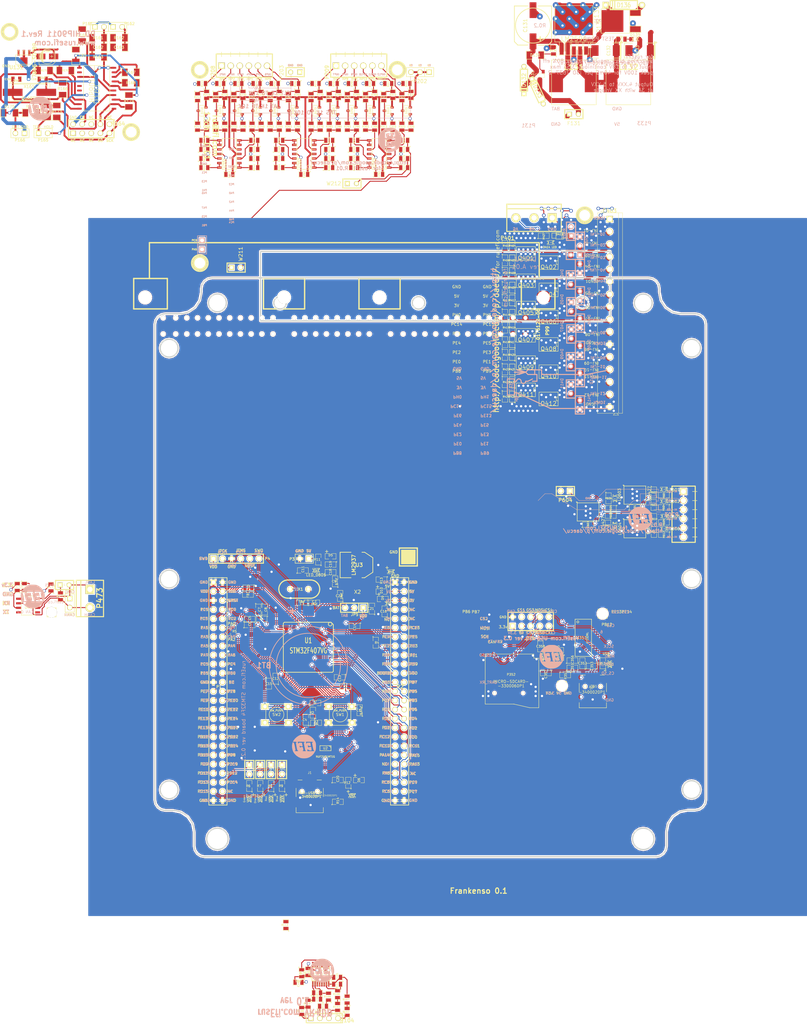
<source format=kicad_pcb>
(kicad_pcb (version 3) (host pcbnew "(2013-07-07 BZR 4022)-stable")
  (layers (15 F.Cu signal) (0 B.Cu signal) (18 B.Paste user) (19 F.Paste user) (20 B.SilkS user) (21 F.SilkS user) (22 B.Mask user) (23 F.Mask user) (28 Edge.Cuts user))
  (net 0 "")
  (net 1 /+12V)
  (net 2 /+5V)
  (net 3 /3.3V)
  (net 4 /5V)
  (net 5 /5Vi)
  (net 6 /BOOT0)
  (net 7 /CAM)
  (net 8 /CAM+)
  (net 9 /CAM-)
  (net 10 /CANH)
  (net 11 /CANL)
  (net 12 /CRANK)
  (net 13 /CRK2+)
  (net 14 /CRK2-)
  (net 15 /CS)
  (net 16 /CS1)
  (net 17 /CS2)
  (net 18 /CS3)
  (net 19 /CS4)
  (net 20 /D+)
  (net 21 /D-)
  (net 22 /FB)
  (net 23 /GND)
  (net 24 /HL1)
  (net 25 /HL2)
  (net 26 /HL3)
  (net 27 /HL4)
  (net 28 /HL5)
  (net 29 /HL6)
  (net 30 /INJ-01)
  (net 31 /INJ-01_2)
  (net 32 /INJ-01_5V)
  (net 33 /INJ-02)
  (net 34 /INJ-02_5V)
  (net 35 /INJ-03)
  (net 36 /INJ-04)
  (net 37 /INJ-05)
  (net 38 /INJ-06)
  (net 39 /INJ-07)
  (net 40 /INJ-08)
  (net 41 /INJ-09)
  (net 42 /INJ-10)
  (net 43 /INJ-11)
  (net 44 /INJ-12)
  (net 45 /INP1)
  (net 46 /INP10)
  (net 47 /INP11)
  (net 48 /INP12)
  (net 49 /INP2)
  (net 50 /INP3)
  (net 51 /INP4)
  (net 52 /INP5)
  (net 53 /INP6)
  (net 54 /INP7)
  (net 55 /INP8)
  (net 56 /INP9)
  (net 57 /INT/HLD)
  (net 58 /INTOUT)
  (net 59 /NRST)
  (net 60 /OUT)
  (net 61 /PA0)
  (net 62 /PA1)
  (net 63 /PA10)
  (net 64 /PA11)
  (net 65 /PA12)
  (net 66 /PA13)
  (net 67 /PA14)
  (net 68 /PA15)
  (net 69 /PA2)
  (net 70 /PA3)
  (net 71 /PA4)
  (net 72 /PA5)
  (net 73 /PA6)
  (net 74 /PA7)
  (net 75 /PA8)
  (net 76 /PA9)
  (net 77 /PB0)
  (net 78 /PB1)
  (net 79 /PB10)
  (net 80 /PB11)
  (net 81 /PB12)
  (net 82 /PB13)
  (net 83 /PB14)
  (net 84 /PB15)
  (net 85 /PB3)
  (net 86 /PB4)
  (net 87 /PB5)
  (net 88 /PB6)
  (net 89 /PB7)
  (net 90 /PB8)
  (net 91 /PB9)
  (net 92 /PC0)
  (net 93 /PC1)
  (net 94 /PC10)
  (net 95 /PC11)
  (net 96 /PC12)
  (net 97 /PC13)
  (net 98 /PC2)
  (net 99 /PC3)
  (net 100 /PC4)
  (net 101 /PC5)
  (net 102 /PC6)
  (net 103 /PC7)
  (net 104 /PC8)
  (net 105 /PC9)
  (net 106 /PD0)
  (net 107 /PD1)
  (net 108 /PD10)
  (net 109 /PD11)
  (net 110 /PD12)
  (net 111 /PD13)
  (net 112 /PD14)
  (net 113 /PD15)
  (net 114 /PD2)
  (net 115 /PD3)
  (net 116 /PD4)
  (net 117 /PD5)
  (net 118 /PD6)
  (net 119 /PD7)
  (net 120 /PD8)
  (net 121 /PD9)
  (net 122 /PE0)
  (net 123 /PE1)
  (net 124 /PE10)
  (net 125 /PE11)
  (net 126 /PE12)
  (net 127 /PE13)
  (net 128 /PE14)
  (net 129 /PE15)
  (net 130 /PE2)
  (net 131 /PE3)
  (net 132 /PE4)
  (net 133 /PE5)
  (net 134 /PE6)
  (net 135 /PE7)
  (net 136 /PE8)
  (net 137 /PE9)
  (net 138 /SCK)
  (net 139 /SI)
  (net 140 /SO)
  (net 141 /TEST)
  (net 142 /VBAT)
  (net 143 /VDD)
  (net 144 /VP)
  (net 145 /Vf)
  (net 146 /Vin)
  (net 147 F-0000100)
  (net 148 F-0000101)
  (net 149 F-0000102)
  (net 150 F-0000103)
  (net 151 F-0000104)
  (net 152 F-0000105)
  (net 153 F-0000106)
  (net 154 F-0000107)
  (net 155 F-0000108)
  (net 156 F-0000109)
  (net 157 F-0000110)
  (net 158 F-0000111)
  (net 159 F-0000129)
  (net 160 F-0000130)
  (net 161 F-0000132)
  (net 162 F-0000133)
  (net 163 F-0000134)
  (net 164 F-0000135)
  (net 165 F-0000136)
  (net 166 F-0000137)
  (net 167 F-0000144)
  (net 168 F-0000145)
  (net 169 F-0000155)
  (net 170 F-0000156)
  (net 171 F-0000157)
  (net 172 F-0000158)
  (net 173 F-0000159)
  (net 174 F-0000160)
  (net 175 F-0000161)
  (net 176 F-0000162)
  (net 177 F-0000163)
  (net 178 F-0000164)
  (net 179 F-0000165)
  (net 180 F-0000167)
  (net 181 F-0000192)
  (net 182 F-0000193)
  (net 183 F-0000194)
  (net 184 F-0000195)
  (net 185 F-0000196)
  (net 186 F-0000197)
  (net 187 F-0000198)
  (net 188 F-0000199)
  (net 189 F-0000200)
  (net 190 F-0000201)
  (net 191 F-0000202)
  (net 192 F-0000203)
  (net 193 F-0000204)
  (net 194 F-0000205)
  (net 195 F-0000206)
  (net 196 F-0000207)
  (net 197 F-0000208)
  (net 198 F-0000209)
  (net 199 F-0000210)
  (net 200 F-0000211)
  (net 201 F-0000212)
  (net 202 F-0000213)
  (net 203 F-0000214)
  (net 204 F-0000215)
  (net 205 F-0000216)
  (net 206 F-0000217)
  (net 207 F-0000218)
  (net 208 F-0000219)
  (net 209 F-0000220)
  (net 210 F-0000221)
  (net 211 F-0000222)
  (net 212 F-0000223)
  (net 213 F-0000224)
  (net 214 F-0000225)
  (net 215 F-0000226)
  (net 216 F-0000227)
  (net 217 F-0000229)
  (net 218 F-0000230)
  (net 219 F-0000249)
  (net 220 F-0000250)
  (net 221 F-0000251)
  (net 222 F-0000252)
  (net 223 F-0000253)
  (net 224 F-0000256)
  (net 225 F-0000267)
  (net 226 F-0000268)
  (net 227 F-0000269)
  (net 228 F-0000270)
  (net 229 F-0000271)
  (net 230 F-0000272)
  (net 231 F-0000273)
  (net 232 F-0000274)
  (net 233 F-0000275)
  (net 234 F-0000276)
  (net 235 F-0000277)
  (net 236 F-0000278)
  (net 237 F-0000279)
  (net 238 F-0000280)
  (net 239 F-0000281)
  (net 240 F-0000282)
  (net 241 F-0000283)
  (net 242 F-0000284)
  (net 243 F-0000312)
  (net 244 F-0000313)
  (net 245 F-0000314)
  (net 246 F-0000315)
  (net 247 F-0000316)
  (net 248 F-0000317)
  (net 249 F-0000318)
  (net 250 F-0000319)
  (net 251 F-0000320)
  (net 252 F-0000321)
  (net 253 F-0000322)
  (net 254 F-0000323)
  (net 255 F-0000324)
  (net 256 F-0000325)
  (net 257 F-0000329)
  (net 258 F-0000331)
  (net 259 F-0000332)
  (net 260 F-0000333)
  (net 261 F-0000347)
  (net 262 F-0000348)
  (net 263 F-0000349)
  (net 264 F-0000350)
  (net 265 F-0000351)
  (net 266 F-0000352)
  (net 267 F-0000353)
  (net 268 F-0000354)
  (net 269 F-0000355)
  (net 270 F-0000356)
  (net 271 F-0000357)
  (net 272 F-0000358)
  (net 273 F-000087)
  (net 274 F-000088)
  (net 275 F-000089)
  (net 276 F-000090)
  (net 277 F-000091)
  (net 278 F-000092)
  (net 279 F-000093)
  (net 280 F-000094)
  (net 281 F-000095)
  (net 282 F-000096)
  (net 283 F-000097)
  (net 284 F-000098)
  (net 285 F-000099)
  (net 286 GND)
  (module 176122-6 (layer F.Cu) (at 222.504 108.3945)
    (fp_text reference P99 (at -2.10058 -0.89916 270) (layer F.SilkS) (effects (font (size 0.889 0.889) (thickness 0.22352))))
    (fp_text value 0176122-06 (at -4.699 -2.70002 90) (layer F.SilkS) (effects (font (size 0.889 0.889) (thickness 0.22352))))
    (pad 16 thru_hole circle (at -109.54766 -4.50088 180) (size 1.15062 1.15062) (drill 1.09982) (layers *.Cu *.Mask F.SilkS))
    (pad 14 thru_hole circle (at -109.54766 0) (size 1.15062 1.15062) (drill 1.09982) (layers *.Cu *.Mask F.SilkS))
    (pad 13 thru_hole circle (at -106.05008 0) (size 1.15062 1.15062) (drill 1.09982) (layers *.Cu *.Mask F.SilkS))
    (pad 15 thru_hole circle (at -106.05008 -4.50088 180) (size 1.15062 1.15062) (drill 1.09982) (layers *.Cu *.Mask F.SilkS))
    (pad 61 thru_hole circle (at -93.94952 -4.50088 180) (size 1.15062 1.15062) (drill 1.09982) (layers *.Cu *.Mask F.SilkS))
    (pad 53 thru_hole circle (at -93.94952 0) (size 1.15062 1.15062) (drill 1.09982) (layers *.Cu *.Mask F.SilkS))
    (pad 54 thru_hole circle (at -96.94926 0) (size 1.15062 1.15062) (drill 1.09982) (layers *.Cu *.Mask F.SilkS))
    (pad 62 thru_hole circle (at -96.94926 -4.50088 180) (size 1.15062 1.15062) (drill 1.09982) (layers *.Cu *.Mask F.SilkS))
    (pad 64 thru_hole circle (at -102.94874 -4.50088 180) (size 1.15062 1.15062) (drill 1.09982) (layers *.Cu *.Mask F.SilkS))
    (pad 56 thru_hole circle (at -102.94874 0) (size 1.15062 1.15062) (drill 1.09982) (layers *.Cu *.Mask F.SilkS))
    (pad 55 thru_hole circle (at -99.949 0) (size 1.15062 1.15062) (drill 1.09982) (layers *.Cu *.Mask F.SilkS))
    (pad 63 thru_hole circle (at -99.949 -4.50088 180) (size 1.15062 1.15062) (drill 1.09982) (layers *.Cu *.Mask F.SilkS))
    (pad 59 thru_hole circle (at -87.95004 -4.50088 180) (size 1.15062 1.15062) (drill 1.09982) (layers *.Cu *.Mask F.SilkS))
    (pad 51 thru_hole circle (at -87.95004 0) (size 1.15062 1.15062) (drill 1.09982) (layers *.Cu *.Mask F.SilkS))
    (pad 52 thru_hole circle (at -90.94978 0) (size 1.15062 1.15062) (drill 1.09982) (layers *.Cu *.Mask F.SilkS))
    (pad 60 thru_hole circle (at -90.94978 -4.50088 180) (size 1.15062 1.15062) (drill 1.09982) (layers *.Cu *.Mask F.SilkS))
    (pad 58 thru_hole circle (at -84.9503 -4.50088 180) (size 1.15062 1.15062) (drill 1.09982) (layers *.Cu *.Mask F.SilkS))
    (pad 50 thru_hole circle (at -84.9503 0) (size 1.15062 1.15062) (drill 1.09982) (layers *.Cu *.Mask F.SilkS))
    (pad 49 thru_hole circle (at -81.95056 0) (size 1.15062 1.15062) (drill 1.09982) (layers *.Cu *.Mask F.SilkS))
    (pad 57 thru_hole circle (at -81.95056 -4.50088 180) (size 1.15062 1.15062) (drill 1.09982) (layers *.Cu *.Mask F.SilkS))
    (pad 45 thru_hole circle (at -63.90132 -4.50088 180) (size 1.15062 1.15062) (drill 1.09982) (layers *.Cu *.Mask F.SilkS))
    (pad 37 thru_hole circle (at -63.90132 0) (size 1.15062 1.15062) (drill 1.09982) (layers *.Cu *.Mask F.SilkS))
    (pad 38 thru_hole circle (at -66.90106 0) (size 1.15062 1.15062) (drill 1.09982) (layers *.Cu *.Mask F.SilkS))
    (pad 46 thru_hole circle (at -66.90106 -4.50088 180) (size 1.15062 1.15062) (drill 1.09982) (layers *.Cu *.Mask F.SilkS))
    (pad 48 thru_hole circle (at -72.90054 -4.50088 180) (size 1.15062 1.15062) (drill 1.09982) (layers *.Cu *.Mask F.SilkS))
    (pad 40 thru_hole circle (at -72.90054 0) (size 1.15062 1.15062) (drill 1.09982) (layers *.Cu *.Mask F.SilkS))
    (pad 39 thru_hole circle (at -69.9008 0) (size 1.15062 1.15062) (drill 1.09982) (layers *.Cu *.Mask F.SilkS))
    (pad 47 thru_hole circle (at -69.9008 -4.50088 180) (size 1.15062 1.15062) (drill 1.09982) (layers *.Cu *.Mask F.SilkS))
    (pad 43 thru_hole circle (at -57.8993 -4.50088 180) (size 1.15062 1.15062) (drill 1.09982) (layers *.Cu *.Mask F.SilkS))
    (pad 35 thru_hole circle (at -57.8993 0) (size 1.15062 1.15062) (drill 1.09982) (layers *.Cu *.Mask F.SilkS))
    (pad 36 thru_hole circle (at -60.89904 0) (size 1.15062 1.15062) (drill 1.09982) (layers *.Cu *.Mask F.SilkS))
    (pad 44 thru_hole circle (at -60.89904 -4.50088 180) (size 1.15062 1.15062) (drill 1.09982) (layers *.Cu *.Mask F.SilkS))
    (pad 42 thru_hole circle (at -54.89956 -4.50088 180) (size 1.15062 1.15062) (drill 1.09982) (layers *.Cu *.Mask F.SilkS))
    (pad 34 thru_hole circle (at -54.89956 0) (size 1.15062 1.15062) (drill 1.09982) (layers *.Cu *.Mask F.SilkS))
    (pad 12 thru_hole circle (at -78.84922 -4.50088 180) (size 1.15062 1.15062) (drill 1.09982) (layers *.Cu *.Mask F.SilkS))
    (pad 11 thru_hole circle (at -78.84922 0) (size 1.15062 1.15062) (drill 1.09982) (layers *.Cu *.Mask F.SilkS))
    (pad 33 thru_hole circle (at -51.89982 0) (size 1.15062 1.15062) (drill 1.09982) (layers *.Cu *.Mask F.SilkS))
    (pad 41 thru_hole circle (at -51.89982 -4.50088 180) (size 1.15062 1.15062) (drill 1.09982) (layers *.Cu *.Mask F.SilkS))
    (pad 7 thru_hole circle (at -42.45356 0) (size 1.15062 1.15062) (drill 1.09982) (layers *.Cu *.Mask F.SilkS))
    (pad 9 thru_hole circle (at -42.45356 -4.50088 180) (size 1.15062 1.15062) (drill 1.09982) (layers *.Cu *.Mask F.SilkS))
    (pad 8 thru_hole circle (at -45.95368 0) (size 1.15062 1.15062) (drill 1.09982) (layers *.Cu *.Mask F.SilkS))
    (pad 10 thru_hole circle (at -45.95368 -4.50088 180) (size 1.15062 1.15062) (drill 1.09982) (layers *.Cu *.Mask F.SilkS))
    (pad 21 thru_hole circle (at -30.35046 0) (size 1.15062 1.15062) (drill 1.09982) (layers *.Cu *.Mask F.SilkS))
    (pad 29 thru_hole circle (at -30.35046 -4.50088 180) (size 1.15062 1.15062) (drill 1.09982) (layers *.Cu *.Mask F.SilkS))
    (pad 22 thru_hole circle (at -33.3502 0) (size 1.15062 1.15062) (drill 1.09982) (layers *.Cu *.Mask F.SilkS))
    (pad 30 thru_hole circle (at -33.3502 -4.50088 180) (size 1.15062 1.15062) (drill 1.09982) (layers *.Cu *.Mask F.SilkS))
    (pad 24 thru_hole circle (at -39.34968 0) (size 1.15062 1.15062) (drill 1.09982) (layers *.Cu *.Mask F.SilkS))
    (pad 32 thru_hole circle (at -39.34968 -4.50088 180) (size 1.15062 1.15062) (drill 1.09982) (layers *.Cu *.Mask F.SilkS))
    (pad 23 thru_hole circle (at -36.34994 0) (size 1.15062 1.15062) (drill 1.09982) (layers *.Cu *.Mask F.SilkS))
    (pad 31 thru_hole circle (at -36.34994 -4.50088 180) (size 1.15062 1.15062) (drill 1.09982) (layers *.Cu *.Mask F.SilkS))
    (pad 19 thru_hole circle (at -24.35098 0) (size 1.15062 1.15062) (drill 1.09982) (layers *.Cu *.Mask F.SilkS))
    (pad 27 thru_hole circle (at -24.35098 -4.50088 180) (size 1.15062 1.15062) (drill 1.09982) (layers *.Cu *.Mask F.SilkS))
    (pad 20 thru_hole circle (at -27.35072 0) (size 1.15062 1.15062) (drill 1.09982) (layers *.Cu *.Mask F.SilkS))
    (pad 28 thru_hole circle (at -27.35072 -4.50088 180) (size 1.15062 1.15062) (drill 1.09982) (layers *.Cu *.Mask F.SilkS))
    (pad 18 thru_hole circle (at -21.35124 0) (size 1.15062 1.15062) (drill 1.09982) (layers *.Cu *.Mask F.SilkS))
    (pad 26 thru_hole circle (at -21.35124 -4.50088 180) (size 1.15062 1.15062) (drill 1.09982) (layers *.Cu *.Mask F.SilkS))
    (pad 17 thru_hole circle (at -18.3515 0) (size 1.15062 1.15062) (drill 1.09982) (layers *.Cu *.Mask F.SilkS))
    (pad 25 thru_hole circle (at -18.3515 -4.50088 180) (size 1.15062 1.15062) (drill 1.09982) (layers *.Cu *.Mask F.SilkS))
    (pad 3 thru_hole circle (at -15.25016 0) (size 1.15062 1.15062) (drill 1.09982) (layers *.Cu *.Mask F.SilkS))
    (pad 6 thru_hole circle (at -15.25016 -4.50088 180) (size 1.15062 1.15062) (drill 1.09982) (layers *.Cu *.Mask F.SilkS))
    (pad 2 thru_hole circle (at -11.75004 0) (size 1.15062 1.15062) (drill 1.09982) (layers *.Cu *.Mask F.SilkS))
    (pad 5 thru_hole circle (at -11.75004 -4.50088 180) (size 1.15062 1.15062) (drill 1.09982) (layers *.Cu *.Mask F.SilkS))
    (pad "" thru_hole circle (at -114.59972 -10.20064) (size 3.50012 3.50012) (drill 3.50012) (layers *.Cu *.Mask F.SilkS))
    (pad "" thru_hole circle (at -75.75042 -10.20064) (size 3.50012 3.50012) (drill 3.50012) (layers *.Cu *.Mask F.SilkS))
    (pad "" thru_hole circle (at -49.04994 -10.20064) (size 3.50012 3.50012) (drill 3.50012) (layers *.Cu *.Mask F.SilkS))
    (pad 1 thru_hole circle (at -8.24992 0) (size 1.15062 1.15062) (drill 1.09982) (layers *.Cu *.Mask F.SilkS))
    (pad 4 thru_hole circle (at -8.24992 -4.50088 180) (size 1.15062 1.15062) (drill 1.09982) (layers *.Cu *.Mask F.SilkS))
    (pad "" thru_hole circle (at -3.2004 -10.20064) (size 3.50012 3.50012) (drill 3.50012) (layers *.Cu *.Mask F.SilkS))
  )
  (module BATT_CR2032_MPD (layer B.Cu) (at 153.543 201.00036 90)
    (fp_text reference BT1 (at 0 -12.4 360) (layer B.SilkS) (effects (font (size 1.524 1.524) (thickness 0.3048)) (justify mirror)))
    (fp_text value BATTERY_CR2032 hide)
    (pad 1 smd rect (at 15.485 0 90) (size 3.29 3.29) (layers B.Cu B.Paste B.Mask) (net 279 F-000093))
    (pad 2 smd rect (at -15.485 0 90) (size 3.29 3.29) (layers B.Cu B.Paste B.Mask) (net 286 GND))
  )
  (module SM0805 (layer F.Cu) (at 167.894 213.50986 90)
    (fp_text reference C1 (at 0 -0.3175 180) (layer F.SilkS) (effects (font (size 0.635 0.635) (thickness 0.10922))))
    (fp_text value 0.02uF (at 0 0.381 90) (layer F.SilkS) (effects (font (size 0.50038 0.50038) (thickness 0.10922))))
    (pad 1 smd rect (at -0.9525 0 90) (size 0.889 1.397) (layers F.Cu F.Paste F.Mask) (net 286 GND))
    (pad 2 smd rect (at 0.9525 0 90) (size 0.889 1.397) (layers F.Cu F.Paste F.Mask) (net 59 /NRST))
  )
  (module SM0805 (layer F.Cu) (at 155.194 183.47436)
    (fp_text reference C2 (at 0 -0.3175) (layer F.SilkS) (effects (font (size 0.635 0.635) (thickness 0.10922))))
    (fp_text value 18pF (at 0 0.381) (layer F.SilkS) (effects (font (size 0.50038 0.50038) (thickness 0.10922))))
    (pad 1 smd rect (at -0.9525 0) (size 0.889 1.397) (layers F.Cu F.Paste F.Mask) (net 275 F-000089))
    (pad 2 smd rect (at 0.9525 0) (size 0.889 1.397) (layers F.Cu F.Paste F.Mask) (net 286 GND))
  )
  (module SM0805 (layer F.Cu) (at 151.765 183.47436 180)
    (fp_text reference C3 (at 0 -0.3175 360) (layer F.SilkS) (effects (font (size 0.635 0.635) (thickness 0.10922))))
    (fp_text value 18pF (at 0 0.381 180) (layer F.SilkS) (effects (font (size 0.50038 0.50038) (thickness 0.10922))))
    (pad 1 smd rect (at -0.9525 0 180) (size 0.889 1.397) (layers F.Cu F.Paste F.Mask) (net 273 F-000087))
    (pad 2 smd rect (at 0.9525 0 180) (size 0.889 1.397) (layers F.Cu F.Paste F.Mask) (net 286 GND))
  )
  (module SM0805 (layer F.Cu) (at 152.8445 216.17686 90)
    (fp_text reference C4 (at 0 -0.3175 360) (layer F.SilkS) (effects (font (size 0.635 0.635) (thickness 0.10922))))
    (fp_text value 2u2F hide)
    (pad 1 smd rect (at -0.9525 0 90) (size 0.889 1.397) (layers F.Cu F.Paste F.Mask) (net 143 /VDD))
    (pad 2 smd rect (at 0.9525 0 90) (size 0.889 1.397) (layers F.Cu F.Paste F.Mask) (net 280 F-000094))
  )
  (module SM0805 (layer F.Cu) (at 137.16 188.04636)
    (fp_text reference C5 (at 0 -0.3175 90) (layer F.SilkS) (effects (font (size 0.635 0.635) (thickness 0.10922))))
    (fp_text value 0.01uF hide)
    (pad 1 smd rect (at -0.9525 0) (size 0.889 1.397) (layers F.Cu F.Paste F.Mask) (net 286 GND))
    (pad 2 smd rect (at 0.9525 0) (size 0.889 1.397) (layers F.Cu F.Paste F.Mask) (net 155 F-0000108))
  )
  (module SM0805 (layer F.Cu) (at 137.16 189.69736)
    (fp_text reference C6 (at 0 -0.3175 90) (layer F.SilkS) (effects (font (size 0.635 0.635) (thickness 0.10922))))
    (fp_text value 1uF hide)
    (pad 1 smd rect (at -0.9525 0) (size 0.889 1.397) (layers F.Cu F.Paste F.Mask) (net 286 GND))
    (pad 2 smd rect (at 0.9525 0) (size 0.889 1.397) (layers F.Cu F.Paste F.Mask) (net 155 F-0000108))
  )
  (module SM0805 (layer F.Cu) (at 139.573 185.37936 270)
    (fp_text reference C7 (at 0 -0.3175 270) (layer F.SilkS) (effects (font (size 0.635 0.635) (thickness 0.10922))))
    (fp_text value 1uF hide)
    (pad 1 smd rect (at -0.9525 0 270) (size 0.889 1.397) (layers F.Cu F.Paste F.Mask) (net 286 GND))
    (pad 2 smd rect (at 0.9525 0 270) (size 0.889 1.397) (layers F.Cu F.Paste F.Mask) (net 277 F-000091))
  )
  (module SM0805 (layer F.Cu) (at 141.351 185.37936 270)
    (fp_text reference C8 (at 0 -0.3175 270) (layer F.SilkS) (effects (font (size 0.635 0.635) (thickness 0.10922))))
    (fp_text value 0.01uF hide)
    (pad 1 smd rect (at -0.9525 0 270) (size 0.889 1.397) (layers F.Cu F.Paste F.Mask) (net 286 GND))
    (pad 2 smd rect (at 0.9525 0 270) (size 0.889 1.397) (layers F.Cu F.Paste F.Mask) (net 277 F-000091))
  )
  (module SM0805 (layer F.Cu) (at 161.036 177.50536 90)
    (fp_text reference C9 (at 0 -0.3175 360) (layer F.SilkS) (effects (font (size 0.635 0.635) (thickness 0.10922))))
    (fp_text value 0.1uF (at 0 0.381 90) (layer F.SilkS) (effects (font (size 0.50038 0.50038) (thickness 0.10922))))
    (pad 1 smd rect (at -0.9525 0 90) (size 0.889 1.397) (layers F.Cu F.Paste F.Mask) (net 286 GND))
    (pad 2 smd rect (at 0.9525 0 90) (size 0.889 1.397) (layers F.Cu F.Paste F.Mask) (net 143 /VDD))
  )
  (module SM0805 (layer F.Cu) (at 136.779 179.28336 180)
    (fp_text reference C10 (at 0 0 270) (layer F.SilkS) (effects (font (size 0.635 0.635) (thickness 0.10922))))
    (fp_text value 0.1uF hide)
    (pad 1 smd rect (at -0.9525 0 180) (size 0.889 1.397) (layers F.Cu F.Paste F.Mask) (net 286 GND))
    (pad 2 smd rect (at 0.9525 0 180) (size 0.889 1.397) (layers F.Cu F.Paste F.Mask) (net 143 /VDD))
  )
  (module SM0805 (layer F.Cu) (at 152.019 174.45736)
    (fp_text reference C11 (at 0 -0.3175 90) (layer F.SilkS) (effects (font (size 0.635 0.635) (thickness 0.10922))))
    (fp_text value 0.1uF hide)
    (pad 1 smd rect (at -0.9525 0) (size 0.889 1.397) (layers F.Cu F.Paste F.Mask) (net 286 GND))
    (pad 2 smd rect (at 0.9525 0) (size 0.889 1.397) (layers F.Cu F.Paste F.Mask) (net 143 /VDD))
  )
  (module SM0805 (layer F.Cu) (at 144.399 204.68336 90)
    (fp_text reference C12 (at 0.0254 -0.0254 360) (layer F.SilkS) (effects (font (size 0.635 0.635) (thickness 0.10922))))
    (fp_text value 0.1uF hide)
    (pad 1 smd rect (at -0.9525 0 90) (size 0.889 1.397) (layers F.Cu F.Paste F.Mask) (net 286 GND))
    (pad 2 smd rect (at 0.9525 0 90) (size 0.889 1.397) (layers F.Cu F.Paste F.Mask) (net 143 /VDD))
  )
  (module SM0805 (layer F.Cu) (at 162.306 204.30236 180)
    (fp_text reference C13 (at 0 -0.3175 270) (layer F.SilkS) (effects (font (size 0.635 0.635) (thickness 0.10922))))
    (fp_text value 0.1uF hide)
    (pad 1 smd rect (at -0.9525 0 180) (size 0.889 1.397) (layers F.Cu F.Paste F.Mask) (net 286 GND))
    (pad 2 smd rect (at 0.9525 0 180) (size 0.889 1.397) (layers F.Cu F.Paste F.Mask) (net 143 /VDD))
  )
  (module SM0805 (layer F.Cu) (at 166.497 189.95136 180)
    (fp_text reference C14 (at 0 -0.3175 270) (layer F.SilkS) (effects (font (size 0.635 0.635) (thickness 0.10922))))
    (fp_text value 0.1uF hide)
    (pad 1 smd rect (at -0.9525 0 180) (size 0.889 1.397) (layers F.Cu F.Paste F.Mask) (net 286 GND))
    (pad 2 smd rect (at 0.9525 0 180) (size 0.889 1.397) (layers F.Cu F.Paste F.Mask) (net 143 /VDD))
  )
  (module SM0805 (layer F.Cu) (at 142.494 206.08036 270)
    (fp_text reference C15 (at 0.0254 0 360) (layer F.SilkS) (effects (font (size 0.635 0.635) (thickness 0.10922))))
    (fp_text value 2u2F hide)
    (pad 1 smd rect (at -0.9525 0 270) (size 0.889 1.397) (layers F.Cu F.Paste F.Mask) (net 276 F-000090))
    (pad 2 smd rect (at 0.9525 0 270) (size 0.889 1.397) (layers F.Cu F.Paste F.Mask) (net 286 GND))
  )
  (module SM0805 (layer F.Cu) (at 174.879 185.88736 90)
    (fp_text reference C16 (at 0 -0.3175 360) (layer F.SilkS) (effects (font (size 0.635 0.635) (thickness 0.10922))))
    (fp_text value 1uF hide)
    (pad 1 smd rect (at -0.9525 0 90) (size 0.889 1.397) (layers F.Cu F.Paste F.Mask) (net 286 GND))
    (pad 2 smd rect (at 0.9525 0 90) (size 0.889 1.397) (layers F.Cu F.Paste F.Mask) (net 143 /VDD))
  )
  (module SM0805 (layer F.Cu) (at 163.8935 206.90586)
    (fp_text reference C17 (at 0 -0.3175 90) (layer F.SilkS) (effects (font (size 0.635 0.635) (thickness 0.10922))))
    (fp_text value 2u2F hide)
    (pad 1 smd rect (at -0.9525 0) (size 0.889 1.397) (layers F.Cu F.Paste F.Mask) (net 274 F-000088))
    (pad 2 smd rect (at 0.9525 0) (size 0.889 1.397) (layers F.Cu F.Paste F.Mask) (net 286 GND))
  )
  (module SM0805 (layer F.Cu) (at 159.766 174.96536)
    (fp_text reference C18 (at 0 -0.0508 90) (layer F.SilkS) (effects (font (size 0.635 0.635) (thickness 0.10922))))
    (fp_text value 0.1uF hide)
    (pad 1 smd rect (at -0.9525 0) (size 0.889 1.397) (layers F.Cu F.Paste F.Mask) (net 286 GND))
    (pad 2 smd rect (at 0.9525 0) (size 0.889 1.397) (layers F.Cu F.Paste F.Mask) (net 5 /5Vi))
  )
  (module SM0805 (layer F.Cu) (at 159.766 172.80636 180)
    (fp_text reference C19 (at 0 0.0762 270) (layer F.SilkS) (effects (font (size 0.635 0.635) (thickness 0.10922))))
    (fp_text value 4.7uF hide)
    (pad 1 smd rect (at -0.9525 0 180) (size 0.889 1.397) (layers F.Cu F.Paste F.Mask) (net 5 /5Vi))
    (pad 2 smd rect (at 0.9525 0 180) (size 0.889 1.397) (layers F.Cu F.Paste F.Mask) (net 286 GND))
  )
  (module LED-0805_A (layer F.Cu) (at 155.702 174.45736)
    (fp_text reference D7 (at 0 0 90) (layer F.SilkS) (effects (font (size 0.50038 0.50038) (thickness 0.1143))))
    (fp_text value LED_0805 (at 0 1.27) (layer F.SilkS) (effects (font (size 0.762 0.762) (thickness 0.127))))
    (pad 1 smd rect (at -1.04902 0) (size 1.19888 1.19888) (layers F.Cu F.Paste F.Mask) (net 147 F-0000100))
    (pad 2 smd rect (at 1.04902 0) (size 1.19888 1.19888) (layers F.Cu F.Paste F.Mask) (net 286 GND))
  )
  (module SM0805 (layer F.Cu) (at 136.652 181.18836 180)
    (fp_text reference FB1 (at 0 0 270) (layer F.SilkS) (effects (font (size 0.635 0.635) (thickness 0.10922))))
    (fp_text value FILTER hide)
    (pad 1 smd rect (at -0.9525 0 180) (size 0.889 1.397) (layers F.Cu F.Paste F.Mask) (net 277 F-000091))
    (pad 2 smd rect (at 0.9525 0 180) (size 0.889 1.397) (layers F.Cu F.Paste F.Mask) (net 143 /VDD))
  )
  (module JUMPER-2 (layer F.Cu) (at 137.033 230.08336 270)
    (fp_text reference JP1 (at 0 -0.127 360) (layer F.SilkS) (effects (font (size 0.762 0.762) (thickness 0.0762))))
    (fp_text value JUMPER hide)
    (pad 1 thru_hole rect (at -1.27 0 270) (size 1.397 1.397) (drill 0.8128) (layers *.Cu *.Mask F.SilkS) (net 110 /PD12))
    (pad 2 thru_hole circle (at 1.27 0 270) (size 1.397 1.397) (drill 0.8128) (layers *.Cu *.Mask F.SilkS) (net 284 F-000098))
  )
  (module JUMPER-2 (layer F.Cu) (at 140.081 230.08336 270)
    (fp_text reference JP2 (at 0 0 360) (layer F.SilkS) (effects (font (size 0.762 0.762) (thickness 0.0762))))
    (fp_text value JUMPER hide)
    (pad 1 thru_hole rect (at -1.27 0 270) (size 1.397 1.397) (drill 0.8128) (layers *.Cu *.Mask F.SilkS) (net 111 /PD13))
    (pad 2 thru_hole circle (at 1.27 0 270) (size 1.397 1.397) (drill 0.8128) (layers *.Cu *.Mask F.SilkS) (net 285 F-000099))
  )
  (module JUMPER-2 (layer F.Cu) (at 143.129 230.08336 270)
    (fp_text reference JP3 (at 0.127 0 360) (layer F.SilkS) (effects (font (size 0.762 0.762) (thickness 0.0762))))
    (fp_text value JUMPER hide)
    (pad 1 thru_hole rect (at -1.27 0 270) (size 1.397 1.397) (drill 0.8128) (layers *.Cu *.Mask F.SilkS) (net 112 /PD14))
    (pad 2 thru_hole circle (at 1.27 0 270) (size 1.397 1.397) (drill 0.8128) (layers *.Cu *.Mask F.SilkS) (net 282 F-000096))
  )
  (module JUMPER-2 (layer F.Cu) (at 146.177 230.08336 270)
    (fp_text reference JP4 (at 0 0 360) (layer F.SilkS) (effects (font (size 0.762 0.762) (thickness 0.0762))))
    (fp_text value JUMPER hide)
    (pad 1 thru_hole rect (at -1.27 0 270) (size 1.397 1.397) (drill 0.8128) (layers *.Cu *.Mask F.SilkS) (net 113 /PD15))
    (pad 2 thru_hole circle (at 1.27 0 270) (size 1.397 1.397) (drill 0.8128) (layers *.Cu *.Mask F.SilkS) (net 283 F-000097))
  )
  (module SIL-3 (layer F.Cu) (at 166.37 184.87136 180)
    (fp_text reference JP5 (at -0.127 -1.905 180) (layer F.SilkS) (effects (font (size 0.762 0.762) (thickness 0.1524))))
    (fp_text value JUMPER3 hide)
    (pad 1 thru_hole rect (at -2.54 0 180) (size 1.397 1.397) (drill 0.8128) (layers *.Cu *.Mask F.SilkS) (net 143 /VDD))
    (pad 2 thru_hole circle (at 0 0 180) (size 1.397 1.397) (drill 0.8128) (layers *.Cu *.Mask F.SilkS) (net 278 F-000092))
    (pad 3 thru_hole circle (at 2.54 0 180) (size 1.397 1.397) (drill 0.8128) (layers *.Cu *.Mask F.SilkS) (net 279 F-000093))
  )
  (module PIN_ARRAY_25x2_A (layer F.Cu) (at 128.27 208.23936 270)
    (fp_text reference P1 (at -1.27 -0.254 360) (layer F.SilkS) (effects (font (size 0.762 0.762) (thickness 0.1524))))
    (fp_text value CONN_25X2 hide)
    (pad 1 thru_hole rect (at -30.48 1.27 270) (size 1.524 1.524) (drill 1.016) (layers *.Cu *.Mask F.SilkS) (net 286 GND))
    (pad 2 thru_hole circle (at -30.48 -1.27 270) (size 1.524 1.524) (drill 1.016) (layers *.Cu *.Mask F.SilkS) (net 286 GND))
    (pad 3 thru_hole circle (at -27.94 1.27 270) (size 1.524 1.524) (drill 1.016) (layers *.Cu *.Mask F.SilkS) (net 143 /VDD))
    (pad 4 thru_hole circle (at -27.94 -1.27 270) (size 1.524 1.524) (drill 1.016) (layers *.Cu *.Mask F.SilkS) (net 143 /VDD))
    (pad 5 thru_hole circle (at -25.4 1.27 270) (size 1.524 1.524) (drill 1.016) (layers *.Cu *.Mask F.SilkS) (net 286 GND))
    (pad 6 thru_hole circle (at -25.4 -1.27 270) (size 1.524 1.524) (drill 1.016) (layers *.Cu *.Mask F.SilkS) (net 59 /NRST))
    (pad 7 thru_hole circle (at -22.86 1.27 270) (size 1.524 1.524) (drill 1.016) (layers *.Cu *.Mask F.SilkS) (net 93 /PC1))
    (pad 8 thru_hole circle (at -22.86 -1.27 270) (size 1.524 1.524) (drill 1.016) (layers *.Cu *.Mask F.SilkS) (net 92 /PC0))
    (pad 9 thru_hole circle (at -20.32 1.27 270) (size 1.524 1.524) (drill 1.016) (layers *.Cu *.Mask F.SilkS) (net 99 /PC3))
    (pad 10 thru_hole circle (at -20.32 -1.27 270) (size 1.524 1.524) (drill 1.016) (layers *.Cu *.Mask F.SilkS) (net 98 /PC2))
    (pad 11 thru_hole circle (at -17.78 1.27 270) (size 1.524 1.524) (drill 1.016) (layers *.Cu *.Mask F.SilkS) (net 62 /PA1))
    (pad 12 thru_hole circle (at -17.78 -1.27 270) (size 1.524 1.524) (drill 1.016) (layers *.Cu *.Mask F.SilkS) (net 61 /PA0))
    (pad 13 thru_hole circle (at -15.24 1.27 270) (size 1.524 1.524) (drill 1.016) (layers *.Cu *.Mask F.SilkS) (net 70 /PA3))
    (pad 14 thru_hole circle (at -15.24 -1.27 270) (size 1.524 1.524) (drill 1.016) (layers *.Cu *.Mask F.SilkS) (net 69 /PA2))
    (pad 15 thru_hole circle (at -12.7 1.27 270) (size 1.524 1.524) (drill 1.016) (layers *.Cu *.Mask F.SilkS) (net 72 /PA5))
    (pad 16 thru_hole circle (at -12.7 -1.27 270) (size 1.524 1.524) (drill 1.016) (layers *.Cu *.Mask F.SilkS) (net 71 /PA4))
    (pad 17 thru_hole circle (at -10.16 1.27 270) (size 1.524 1.524) (drill 1.016) (layers *.Cu *.Mask F.SilkS) (net 74 /PA7))
    (pad 18 thru_hole circle (at -10.16 -1.27 270) (size 1.524 1.524) (drill 1.016) (layers *.Cu *.Mask F.SilkS) (net 73 /PA6))
    (pad 19 thru_hole circle (at -7.62 1.27 270) (size 1.524 1.524) (drill 1.016) (layers *.Cu *.Mask F.SilkS) (net 101 /PC5))
    (pad 20 thru_hole circle (at -7.62 -1.27 270) (size 1.524 1.524) (drill 1.016) (layers *.Cu *.Mask F.SilkS) (net 100 /PC4))
    (pad 21 thru_hole circle (at -5.08 1.27 270) (size 1.524 1.524) (drill 1.016) (layers *.Cu *.Mask F.SilkS) (net 78 /PB1))
    (pad 22 thru_hole circle (at -5.08 -1.27 270) (size 1.524 1.524) (drill 1.016) (layers *.Cu *.Mask F.SilkS) (net 77 /PB0))
    (pad 23 thru_hole circle (at -2.54 1.27 270) (size 1.524 1.524) (drill 1.016) (layers *.Cu *.Mask F.SilkS) (net 286 GND))
    (pad 24 thru_hole circle (at -2.54 -1.27 270) (size 1.524 1.524) (drill 1.016) (layers *.Cu *.Mask F.SilkS))
    (pad 25 thru_hole circle (at 0 1.27 270) (size 1.524 1.524) (drill 1.016) (layers *.Cu *.Mask F.SilkS) (net 135 /PE7))
    (pad 26 thru_hole circle (at 0 -1.27 270) (size 1.524 1.524) (drill 1.016) (layers *.Cu *.Mask F.SilkS) (net 136 /PE8))
    (pad 27 thru_hole circle (at 2.54 1.27 270) (size 1.524 1.524) (drill 1.016) (layers *.Cu *.Mask F.SilkS) (net 137 /PE9))
    (pad 28 thru_hole circle (at 2.54 -1.27 270) (size 1.524 1.524) (drill 1.016) (layers *.Cu *.Mask F.SilkS) (net 124 /PE10))
    (pad 29 thru_hole circle (at 5.08 1.27 270) (size 1.524 1.524) (drill 1.016) (layers *.Cu *.Mask F.SilkS) (net 125 /PE11))
    (pad 30 thru_hole circle (at 5.08 -1.27 270) (size 1.524 1.524) (drill 1.016) (layers *.Cu *.Mask F.SilkS) (net 126 /PE12))
    (pad 31 thru_hole circle (at 7.62 1.27 270) (size 1.524 1.524) (drill 1.016) (layers *.Cu *.Mask F.SilkS) (net 127 /PE13))
    (pad 32 thru_hole circle (at 7.62 -1.27 270) (size 1.524 1.524) (drill 1.016) (layers *.Cu *.Mask F.SilkS) (net 128 /PE14))
    (pad 33 thru_hole circle (at 10.16 1.27 270) (size 1.524 1.524) (drill 1.016) (layers *.Cu *.Mask F.SilkS) (net 129 /PE15))
    (pad 34 thru_hole circle (at 10.16 -1.27 270) (size 1.524 1.524) (drill 1.016) (layers *.Cu *.Mask F.SilkS) (net 79 /PB10))
    (pad 35 thru_hole circle (at 12.7 1.27 270) (size 1.524 1.524) (drill 1.016) (layers *.Cu *.Mask F.SilkS) (net 80 /PB11))
    (pad 36 thru_hole circle (at 12.7 -1.27 270) (size 1.524 1.524) (drill 1.016) (layers *.Cu *.Mask F.SilkS) (net 81 /PB12))
    (pad 37 thru_hole circle (at 15.24 1.27 270) (size 1.524 1.524) (drill 1.016) (layers *.Cu *.Mask F.SilkS) (net 82 /PB13))
    (pad 38 thru_hole circle (at 15.24 -1.27 270) (size 1.524 1.524) (drill 1.016) (layers *.Cu *.Mask F.SilkS) (net 83 /PB14))
    (pad 39 thru_hole circle (at 17.78 1.27 270) (size 1.524 1.524) (drill 1.016) (layers *.Cu *.Mask F.SilkS) (net 84 /PB15))
    (pad 40 thru_hole circle (at 17.78 -1.27 270) (size 1.524 1.524) (drill 1.016) (layers *.Cu *.Mask F.SilkS) (net 120 /PD8))
    (pad 41 thru_hole circle (at 20.32 1.27 270) (size 1.524 1.524) (drill 1.016) (layers *.Cu *.Mask F.SilkS) (net 121 /PD9))
    (pad 42 thru_hole circle (at 20.32 -1.27 270) (size 1.524 1.524) (drill 1.016) (layers *.Cu *.Mask F.SilkS) (net 108 /PD10))
    (pad 43 thru_hole circle (at 22.86 1.27 270) (size 1.524 1.524) (drill 1.016) (layers *.Cu *.Mask F.SilkS) (net 109 /PD11))
    (pad 44 thru_hole circle (at 22.86 -1.27 270) (size 1.524 1.524) (drill 1.016) (layers *.Cu *.Mask F.SilkS) (net 110 /PD12))
    (pad 45 thru_hole circle (at 25.4 1.27 270) (size 1.524 1.524) (drill 1.016) (layers *.Cu *.Mask F.SilkS) (net 111 /PD13))
    (pad 46 thru_hole circle (at 25.4 -1.27 270) (size 1.524 1.524) (drill 1.016) (layers *.Cu *.Mask F.SilkS) (net 112 /PD14))
    (pad 47 thru_hole circle (at 27.94 1.27 270) (size 1.524 1.524) (drill 1.016) (layers *.Cu *.Mask F.SilkS) (net 113 /PD15))
    (pad 48 thru_hole circle (at 27.94 -1.27 270) (size 1.524 1.524) (drill 1.016) (layers *.Cu *.Mask F.SilkS))
    (pad 49 thru_hole circle (at 30.48 1.27 270) (size 1.524 1.524) (drill 1.016) (layers *.Cu *.Mask F.SilkS) (net 286 GND))
    (pad 50 thru_hole circle (at 30.48 -1.27 270) (size 1.524 1.524) (drill 1.016) (layers *.Cu *.Mask F.SilkS) (net 286 GND))
  )
  (module PIN_ARRAY_25x2_A (layer F.Cu) (at 179.07 208.23936 270)
    (fp_text reference P2 (at -1.27 -0.127 360) (layer F.SilkS) (effects (font (size 1.016 1.016) (thickness 0.2032))))
    (fp_text value CONN_25X2 hide)
    (pad 1 thru_hole rect (at -30.48 1.27 270) (size 1.524 1.524) (drill 1.016) (layers *.Cu *.Mask F.SilkS) (net 286 GND))
    (pad 2 thru_hole circle (at -30.48 -1.27 270) (size 1.524 1.524) (drill 1.016) (layers *.Cu *.Mask F.SilkS) (net 286 GND))
    (pad 3 thru_hole circle (at -27.94 1.27 270) (size 1.524 1.524) (drill 1.016) (layers *.Cu *.Mask F.SilkS) (net 4 /5V))
    (pad 4 thru_hole circle (at -27.94 -1.27 270) (size 1.524 1.524) (drill 1.016) (layers *.Cu *.Mask F.SilkS) (net 4 /5V))
    (pad 5 thru_hole circle (at -25.4 1.27 270) (size 1.524 1.524) (drill 1.016) (layers *.Cu *.Mask F.SilkS) (net 3 /3.3V))
    (pad 6 thru_hole circle (at -25.4 -1.27 270) (size 1.524 1.524) (drill 1.016) (layers *.Cu *.Mask F.SilkS) (net 3 /3.3V))
    (pad 7 thru_hole circle (at -22.86 1.27 270) (size 1.524 1.524) (drill 1.016) (layers *.Cu *.Mask F.SilkS))
    (pad 8 thru_hole circle (at -22.86 -1.27 270) (size 1.524 1.524) (drill 1.016) (layers *.Cu *.Mask F.SilkS))
    (pad 9 thru_hole circle (at -20.32 1.27 270) (size 1.524 1.524) (drill 1.016) (layers *.Cu *.Mask F.SilkS))
    (pad 10 thru_hole circle (at -20.32 -1.27 270) (size 1.524 1.524) (drill 1.016) (layers *.Cu *.Mask F.SilkS))
    (pad 11 thru_hole circle (at -17.78 1.27 270) (size 1.524 1.524) (drill 1.016) (layers *.Cu *.Mask F.SilkS) (net 134 /PE6))
    (pad 12 thru_hole circle (at -17.78 -1.27 270) (size 1.524 1.524) (drill 1.016) (layers *.Cu *.Mask F.SilkS) (net 97 /PC13))
    (pad 13 thru_hole circle (at -15.24 1.27 270) (size 1.524 1.524) (drill 1.016) (layers *.Cu *.Mask F.SilkS) (net 132 /PE4))
    (pad 14 thru_hole circle (at -15.24 -1.27 270) (size 1.524 1.524) (drill 1.016) (layers *.Cu *.Mask F.SilkS) (net 133 /PE5))
    (pad 15 thru_hole circle (at -12.7 1.27 270) (size 1.524 1.524) (drill 1.016) (layers *.Cu *.Mask F.SilkS) (net 130 /PE2))
    (pad 16 thru_hole circle (at -12.7 -1.27 270) (size 1.524 1.524) (drill 1.016) (layers *.Cu *.Mask F.SilkS) (net 131 /PE3))
    (pad 17 thru_hole circle (at -10.16 1.27 270) (size 1.524 1.524) (drill 1.016) (layers *.Cu *.Mask F.SilkS) (net 122 /PE0))
    (pad 18 thru_hole circle (at -10.16 -1.27 270) (size 1.524 1.524) (drill 1.016) (layers *.Cu *.Mask F.SilkS) (net 123 /PE1))
    (pad 19 thru_hole circle (at -7.62 1.27 270) (size 1.524 1.524) (drill 1.016) (layers *.Cu *.Mask F.SilkS) (net 90 /PB8))
    (pad 20 thru_hole circle (at -7.62 -1.27 270) (size 1.524 1.524) (drill 1.016) (layers *.Cu *.Mask F.SilkS) (net 91 /PB9))
    (pad 21 thru_hole circle (at -5.08 1.27 270) (size 1.524 1.524) (drill 1.016) (layers *.Cu *.Mask F.SilkS) (net 6 /BOOT0))
    (pad 22 thru_hole circle (at -5.08 -1.27 270) (size 1.524 1.524) (drill 1.016) (layers *.Cu *.Mask F.SilkS) (net 143 /VDD))
    (pad 23 thru_hole circle (at -2.54 1.27 270) (size 1.524 1.524) (drill 1.016) (layers *.Cu *.Mask F.SilkS) (net 88 /PB6))
    (pad 24 thru_hole circle (at -2.54 -1.27 270) (size 1.524 1.524) (drill 1.016) (layers *.Cu *.Mask F.SilkS) (net 89 /PB7))
    (pad 25 thru_hole circle (at 0 1.27 270) (size 1.524 1.524) (drill 1.016) (layers *.Cu *.Mask F.SilkS) (net 86 /PB4))
    (pad 26 thru_hole circle (at 0 -1.27 270) (size 1.524 1.524) (drill 1.016) (layers *.Cu *.Mask F.SilkS) (net 87 /PB5))
    (pad 27 thru_hole circle (at 2.54 1.27 270) (size 1.524 1.524) (drill 1.016) (layers *.Cu *.Mask F.SilkS) (net 119 /PD7))
    (pad 28 thru_hole circle (at 2.54 -1.27 270) (size 1.524 1.524) (drill 1.016) (layers *.Cu *.Mask F.SilkS) (net 85 /PB3))
    (pad 29 thru_hole circle (at 5.08 1.27 270) (size 1.524 1.524) (drill 1.016) (layers *.Cu *.Mask F.SilkS) (net 117 /PD5))
    (pad 30 thru_hole circle (at 5.08 -1.27 270) (size 1.524 1.524) (drill 1.016) (layers *.Cu *.Mask F.SilkS) (net 118 /PD6))
    (pad 31 thru_hole circle (at 7.62 1.27 270) (size 1.524 1.524) (drill 1.016) (layers *.Cu *.Mask F.SilkS) (net 115 /PD3))
    (pad 32 thru_hole circle (at 7.62 -1.27 270) (size 1.524 1.524) (drill 1.016) (layers *.Cu *.Mask F.SilkS) (net 116 /PD4))
    (pad 33 thru_hole circle (at 10.16 1.27 270) (size 1.524 1.524) (drill 1.016) (layers *.Cu *.Mask F.SilkS) (net 107 /PD1))
    (pad 34 thru_hole circle (at 10.16 -1.27 270) (size 1.524 1.524) (drill 1.016) (layers *.Cu *.Mask F.SilkS) (net 114 /PD2))
    (pad 35 thru_hole circle (at 12.7 1.27 270) (size 1.524 1.524) (drill 1.016) (layers *.Cu *.Mask F.SilkS) (net 96 /PC12))
    (pad 36 thru_hole circle (at 12.7 -1.27 270) (size 1.524 1.524) (drill 1.016) (layers *.Cu *.Mask F.SilkS) (net 106 /PD0))
    (pad 37 thru_hole circle (at 15.24 1.27 270) (size 1.524 1.524) (drill 1.016) (layers *.Cu *.Mask F.SilkS) (net 94 /PC10))
    (pad 38 thru_hole circle (at 15.24 -1.27 270) (size 1.524 1.524) (drill 1.016) (layers *.Cu *.Mask F.SilkS) (net 95 /PC11))
    (pad 39 thru_hole circle (at 17.78 1.27 270) (size 1.524 1.524) (drill 1.016) (layers *.Cu *.Mask F.SilkS) (net 67 /PA14))
    (pad 40 thru_hole circle (at 17.78 -1.27 270) (size 1.524 1.524) (drill 1.016) (layers *.Cu *.Mask F.SilkS) (net 68 /PA15))
    (pad 41 thru_hole circle (at 20.32 1.27 270) (size 1.524 1.524) (drill 1.016) (layers *.Cu *.Mask F.SilkS))
    (pad 42 thru_hole circle (at 20.32 -1.27 270) (size 1.524 1.524) (drill 1.016) (layers *.Cu *.Mask F.SilkS) (net 66 /PA13))
    (pad 43 thru_hole circle (at 22.86 1.27 270) (size 1.524 1.524) (drill 1.016) (layers *.Cu *.Mask F.SilkS) (net 75 /PA8))
    (pad 44 thru_hole circle (at 22.86 -1.27 270) (size 1.524 1.524) (drill 1.016) (layers *.Cu *.Mask F.SilkS))
    (pad 45 thru_hole circle (at 25.4 1.27 270) (size 1.524 1.524) (drill 1.016) (layers *.Cu *.Mask F.SilkS) (net 104 /PC8))
    (pad 46 thru_hole circle (at 25.4 -1.27 270) (size 1.524 1.524) (drill 1.016) (layers *.Cu *.Mask F.SilkS) (net 105 /PC9))
    (pad 47 thru_hole circle (at 27.94 1.27 270) (size 1.524 1.524) (drill 1.016) (layers *.Cu *.Mask F.SilkS) (net 102 /PC6))
    (pad 48 thru_hole circle (at 27.94 -1.27 270) (size 1.524 1.524) (drill 1.016) (layers *.Cu *.Mask F.SilkS) (net 103 /PC7))
    (pad 49 thru_hole circle (at 30.48 1.27 270) (size 1.524 1.524) (drill 1.016) (layers *.Cu *.Mask F.SilkS) (net 286 GND))
    (pad 50 thru_hole circle (at 30.48 -1.27 270) (size 1.524 1.524) (drill 1.016) (layers *.Cu *.Mask F.SilkS) (net 286 GND))
  )
  (module PIN_ARRAY_2_A (layer F.Cu) (at 152.4 171.15536 180)
    (fp_text reference P3 (at 3.429 -0.127 360) (layer F.SilkS) (effects (font (size 0.762 0.762) (thickness 0.1524))))
    (fp_text value CONN_2 hide)
    (pad 1 thru_hole rect (at -1.27 0 180) (size 1.524 1.524) (drill 1.016) (layers *.Cu *.Mask F.SilkS) (net 148 F-0000101))
    (pad 2 thru_hole circle (at 1.27 0 180) (size 1.524 1.524) (drill 1.016) (layers *.Cu *.Mask F.SilkS) (net 286 GND))
  )
  (module PIN_ARRAY-6X1 (layer F.Cu) (at 133.35 171.15536)
    (fp_text reference P4 (at 8.763 0) (layer F.SilkS) (effects (font (size 0.762 0.762) (thickness 0.1524))))
    (fp_text value CONN_6 hide)
    (pad 1 thru_hole rect (at -6.35 0) (size 1.524 1.524) (drill 1.016) (layers *.Cu *.Mask F.SilkS) (net 143 /VDD))
    (pad 2 thru_hole circle (at -3.81 0) (size 1.524 1.524) (drill 1.016) (layers *.Cu *.Mask F.SilkS) (net 67 /PA14))
    (pad 3 thru_hole circle (at -1.27 0) (size 1.524 1.524) (drill 1.016) (layers *.Cu *.Mask F.SilkS) (net 286 GND))
    (pad 4 thru_hole circle (at 1.27 0) (size 1.524 1.524) (drill 1.016) (layers *.Cu *.Mask F.SilkS) (net 66 /PA13))
    (pad 5 thru_hole circle (at 3.81 0) (size 1.524 1.524) (drill 1.016) (layers *.Cu *.Mask F.SilkS) (net 59 /NRST))
    (pad 6 thru_hole circle (at 6.35 0) (size 1.524 1.524) (drill 1.016) (layers *.Cu *.Mask F.SilkS) (net 85 /PB3))
  )
  (module SM0805 (layer F.Cu) (at 155.5115 211.47786)
    (fp_text reference R1 (at 0 -0.3175 90) (layer F.SilkS) (effects (font (size 0.635 0.635) (thickness 0.10922))))
    (fp_text value 10k hide)
    (pad 1 smd rect (at -0.9525 0) (size 0.889 1.397) (layers F.Cu F.Paste F.Mask) (net 281 F-000095))
    (pad 2 smd rect (at 0.9525 0) (size 0.889 1.397) (layers F.Cu F.Paste F.Mask) (net 286 GND))
  )
  (module SM0805 (layer F.Cu) (at 154.813 214.20836 90)
    (fp_text reference R2 (at 0 -0.3175 360) (layer F.SilkS) (effects (font (size 0.635 0.635) (thickness 0.10922))))
    (fp_text value 100R hide)
    (pad 1 smd rect (at -0.9525 0 90) (size 0.889 1.397) (layers F.Cu F.Paste F.Mask) (net 280 F-000094))
    (pad 2 smd rect (at 0.9525 0 90) (size 0.889 1.397) (layers F.Cu F.Paste F.Mask) (net 281 F-000095))
  )
  (module SM0805 (layer F.Cu) (at 155.702 217.00236)
    (fp_text reference R3 (at 0 -0.3175) (layer F.SilkS) (effects (font (size 0.635 0.635) (thickness 0.10922))))
    (fp_text value 10k (at 0 0.381) (layer F.SilkS) (effects (font (size 0.50038 0.50038) (thickness 0.10922))))
    (pad 1 smd rect (at -0.9525 0) (size 0.889 1.397) (layers F.Cu F.Paste F.Mask) (net 143 /VDD))
    (pad 2 smd rect (at 0.9525 0) (size 0.889 1.397) (layers F.Cu F.Paste F.Mask) (net 59 /NRST))
  )
  (module SM0805 (layer F.Cu) (at 172.4025 194.65036 270)
    (fp_text reference R4 (at 0 -0.3175 360) (layer F.SilkS) (effects (font (size 0.635 0.635) (thickness 0.10922))))
    (fp_text value 10k hide)
    (pad 1 smd rect (at -0.9525 0 270) (size 0.889 1.397) (layers F.Cu F.Paste F.Mask) (net 286 GND))
    (pad 2 smd rect (at 0.9525 0 270) (size 0.889 1.397) (layers F.Cu F.Paste F.Mask) (net 6 /BOOT0))
  )
  (module SM0805 (layer F.Cu) (at 132.588 191.47536 270)
    (fp_text reference R5 (at 0 -0.3175 360) (layer F.SilkS) (effects (font (size 0.635 0.635) (thickness 0.10922))))
    (fp_text value 330R hide)
    (pad 1 smd rect (at -0.9525 0 270) (size 0.889 1.397) (layers F.Cu F.Paste F.Mask) (net 61 /PA0))
    (pad 2 smd rect (at 0.9525 0 270) (size 0.889 1.397) (layers F.Cu F.Paste F.Mask) (net 281 F-000095))
  )
  (module SM0805 (layer F.Cu) (at 137.033 234.65536 90)
    (fp_text reference R6 (at 0 -0.3175 360) (layer F.SilkS) (effects (font (size 0.635 0.635) (thickness 0.10922))))
    (fp_text value 680R hide)
    (pad 1 smd rect (at -0.9525 0 90) (size 0.889 1.397) (layers F.Cu F.Paste F.Mask) (net 156 F-0000109))
    (pad 2 smd rect (at 0.9525 0 90) (size 0.889 1.397) (layers F.Cu F.Paste F.Mask) (net 284 F-000098))
  )
  (module SM0805 (layer F.Cu) (at 140.081 234.65536 90)
    (fp_text reference R7 (at 0 -0.3175 360) (layer F.SilkS) (effects (font (size 0.635 0.635) (thickness 0.10922))))
    (fp_text value 680R hide)
    (pad 1 smd rect (at -0.9525 0 90) (size 0.889 1.397) (layers F.Cu F.Paste F.Mask) (net 150 F-0000103))
    (pad 2 smd rect (at 0.9525 0 90) (size 0.889 1.397) (layers F.Cu F.Paste F.Mask) (net 285 F-000099))
  )
  (module SM0805 (layer F.Cu) (at 143.129 234.65536 90)
    (fp_text reference R8 (at 0 -0.3175 360) (layer F.SilkS) (effects (font (size 0.635 0.635) (thickness 0.10922))))
    (fp_text value 680R hide)
    (pad 1 smd rect (at -0.9525 0 90) (size 0.889 1.397) (layers F.Cu F.Paste F.Mask) (net 151 F-0000104))
    (pad 2 smd rect (at 0.9525 0 90) (size 0.889 1.397) (layers F.Cu F.Paste F.Mask) (net 282 F-000096))
  )
  (module SM0805 (layer F.Cu) (at 146.177 234.65536 90)
    (fp_text reference R9 (at 0 -0.3175 360) (layer F.SilkS) (effects (font (size 0.635 0.635) (thickness 0.10922))))
    (fp_text value 680R hide)
    (pad 1 smd rect (at -0.9525 0 90) (size 0.889 1.397) (layers F.Cu F.Paste F.Mask) (net 152 F-0000105))
    (pad 2 smd rect (at 0.9525 0 90) (size 0.889 1.397) (layers F.Cu F.Paste F.Mask) (net 283 F-000097))
  )
  (module SM0805 (layer F.Cu) (at 140.462 188.04636 180)
    (fp_text reference R10 hide)
    (fp_text value 47R (at 0 0.381 270) (layer F.SilkS) (effects (font (size 0.50038 0.50038) (thickness 0.10922))))
    (pad 1 smd rect (at -0.9525 0 180) (size 0.889 1.397) (layers F.Cu F.Paste F.Mask) (net 277 F-000091))
    (pad 2 smd rect (at 0.9525 0 180) (size 0.889 1.397) (layers F.Cu F.Paste F.Mask) (net 155 F-0000108))
  )
  (module SM0805 (layer F.Cu) (at 156.337 171.40936 90)
    (fp_text reference R11 (at 0 -0.3175 360) (layer F.SilkS) (effects (font (size 0.635 0.635) (thickness 0.10922))))
    (fp_text value 1k hide)
    (pad 1 smd rect (at -0.9525 0 90) (size 0.889 1.397) (layers F.Cu F.Paste F.Mask) (net 147 F-0000100))
    (pad 2 smd rect (at 0.9525 0 90) (size 0.889 1.397) (layers F.Cu F.Paste F.Mask) (net 148 F-0000101))
  )
  (module SM0805 (layer F.Cu) (at 164.719 233.76636 90)
    (fp_text reference R12 (at 0 -0.3175 360) (layer F.SilkS) (effects (font (size 0.635 0.635) (thickness 0.10922))))
    (fp_text value 1k hide)
    (pad 1 smd rect (at -0.9525 0 90) (size 0.889 1.397) (layers F.Cu F.Paste F.Mask) (net 149 F-0000102))
    (pad 2 smd rect (at 0.9525 0 90) (size 0.889 1.397) (layers F.Cu F.Paste F.Mask) (net 76 /PA9))
  )
  (module SM0805 (layer F.Cu) (at 173.99 176.99736 180)
    (fp_text reference R13 (at 0 -0.3175 270) (layer F.SilkS) (effects (font (size 0.635 0.635) (thickness 0.10922))))
    (fp_text value 1k hide)
    (pad 1 smd rect (at -0.9525 0 180) (size 0.889 1.397) (layers F.Cu F.Paste F.Mask) (net 153 F-0000106))
    (pad 2 smd rect (at 0.9525 0 180) (size 0.889 1.397) (layers F.Cu F.Paste F.Mask) (net 143 /VDD))
  )
  (module TQFP_100 (layer F.Cu) (at 153.543 195.92036)
    (fp_text reference U1 (at 0 -1.905) (layer F.SilkS) (effects (font (size 1.524 1.016) (thickness 0.2032))))
    (fp_text value STM32F407VG (at 0.0254 0.9398) (layer F.SilkS) (effects (font (size 1.524 1.016) (thickness 0.2032))))
    (pad 100 smd rect (at 7.747 -5.9944) (size 1.016 0.254) (layers F.Cu F.Paste F.Mask) (net 143 /VDD))
    (pad 76 smd rect (at 7.747 5.9944) (size 1.016 0.254) (layers F.Cu F.Paste F.Mask) (net 67 /PA14))
    (pad 77 smd rect (at 7.747 5.4864) (size 1.016 0.254) (layers F.Cu F.Paste F.Mask) (net 68 /PA15))
    (pad 78 smd rect (at 7.747 5.0038) (size 1.016 0.254) (layers F.Cu F.Paste F.Mask) (net 94 /PC10))
    (pad 79 smd rect (at 7.747 4.4958) (size 1.016 0.254) (layers F.Cu F.Paste F.Mask) (net 95 /PC11))
    (pad 80 smd rect (at 7.747 3.9878) (size 1.016 0.254) (layers F.Cu F.Paste F.Mask) (net 96 /PC12))
    (pad 81 smd rect (at 7.747 3.5052) (size 1.016 0.254) (layers F.Cu F.Paste F.Mask) (net 106 /PD0))
    (pad 82 smd rect (at 7.747 2.9972) (size 1.016 0.254) (layers F.Cu F.Paste F.Mask) (net 107 /PD1))
    (pad 83 smd rect (at 7.747 2.4892) (size 1.016 0.254) (layers F.Cu F.Paste F.Mask) (net 114 /PD2))
    (pad 84 smd rect (at 7.747 2.0066) (size 1.016 0.254) (layers F.Cu F.Paste F.Mask) (net 115 /PD3))
    (pad 85 smd rect (at 7.747 1.4986) (size 1.016 0.254) (layers F.Cu F.Paste F.Mask) (net 116 /PD4))
    (pad 86 smd rect (at 7.747 0.9906) (size 1.016 0.254) (layers F.Cu F.Paste F.Mask) (net 117 /PD5))
    (pad 87 smd rect (at 7.747 0.4826) (size 1.016 0.254) (layers F.Cu F.Paste F.Mask) (net 118 /PD6))
    (pad 88 smd rect (at 7.747 0) (size 1.016 0.254) (layers F.Cu F.Paste F.Mask) (net 119 /PD7))
    (pad 89 smd rect (at 7.747 -0.508) (size 1.016 0.254) (layers F.Cu F.Paste F.Mask) (net 85 /PB3))
    (pad 90 smd rect (at 7.747 -1.016) (size 1.016 0.254) (layers F.Cu F.Paste F.Mask) (net 86 /PB4))
    (pad 91 smd rect (at 7.747 -1.4986) (size 1.016 0.254) (layers F.Cu F.Paste F.Mask) (net 87 /PB5))
    (pad 92 smd rect (at 7.747 -2.0066) (size 1.016 0.254) (layers F.Cu F.Paste F.Mask) (net 88 /PB6))
    (pad 93 smd rect (at 7.747 -2.5146) (size 1.016 0.254) (layers F.Cu F.Paste F.Mask) (net 89 /PB7))
    (pad 94 smd rect (at 7.747 -2.9972) (size 1.016 0.254) (layers F.Cu F.Paste F.Mask) (net 6 /BOOT0))
    (pad 95 smd rect (at 7.747 -3.5052) (size 1.016 0.254) (layers F.Cu F.Paste F.Mask) (net 90 /PB8))
    (pad 96 smd rect (at 7.747 -4.0132) (size 1.016 0.254) (layers F.Cu F.Paste F.Mask) (net 91 /PB9))
    (pad 97 smd rect (at 7.747 -4.4958) (size 1.016 0.254) (layers F.Cu F.Paste F.Mask) (net 122 /PE0))
    (pad 98 smd rect (at 7.747 -5.0038) (size 1.016 0.254) (layers F.Cu F.Paste F.Mask) (net 123 /PE1))
    (pad 99 smd rect (at 7.747 -5.5118) (size 1.016 0.254) (layers F.Cu F.Paste F.Mask) (net 286 GND))
    (pad 75 smd rect (at 5.9944 7.747) (size 0.254 1.016) (layers F.Cu F.Paste F.Mask) (net 143 /VDD))
    (pad 51 smd rect (at -5.9944 7.747) (size 0.254 1.016) (layers F.Cu F.Paste F.Mask) (net 81 /PB12))
    (pad 52 smd rect (at -5.4864 7.747) (size 0.254 1.016) (layers F.Cu F.Paste F.Mask) (net 82 /PB13))
    (pad 53 smd rect (at -5.0038 7.747) (size 0.254 1.016) (layers F.Cu F.Paste F.Mask) (net 83 /PB14))
    (pad 54 smd rect (at -4.4958 7.747) (size 0.254 1.016) (layers F.Cu F.Paste F.Mask) (net 84 /PB15))
    (pad 55 smd rect (at -3.9878 7.747) (size 0.254 1.016) (layers F.Cu F.Paste F.Mask) (net 120 /PD8))
    (pad 56 smd rect (at -3.5052 7.747) (size 0.254 1.016) (layers F.Cu F.Paste F.Mask) (net 121 /PD9))
    (pad 57 smd rect (at -2.9972 7.747) (size 0.254 1.016) (layers F.Cu F.Paste F.Mask) (net 108 /PD10))
    (pad 58 smd rect (at -2.4892 7.747) (size 0.254 1.016) (layers F.Cu F.Paste F.Mask) (net 109 /PD11))
    (pad 59 smd rect (at -2.0066 7.747) (size 0.254 1.016) (layers F.Cu F.Paste F.Mask) (net 110 /PD12))
    (pad 60 smd rect (at -1.4986 7.747) (size 0.254 1.016) (layers F.Cu F.Paste F.Mask) (net 111 /PD13))
    (pad 61 smd rect (at -0.9906 7.747) (size 0.254 1.016) (layers F.Cu F.Paste F.Mask) (net 112 /PD14))
    (pad 62 smd rect (at -0.4826 7.747) (size 0.254 1.016) (layers F.Cu F.Paste F.Mask) (net 113 /PD15))
    (pad 63 smd rect (at 0 7.747) (size 0.254 1.016) (layers F.Cu F.Paste F.Mask) (net 102 /PC6))
    (pad 64 smd rect (at 0.508 7.747) (size 0.254 1.016) (layers F.Cu F.Paste F.Mask) (net 103 /PC7))
    (pad 65 smd rect (at 1.016 7.747) (size 0.254 1.016) (layers F.Cu F.Paste F.Mask) (net 104 /PC8))
    (pad 66 smd rect (at 1.4986 7.747) (size 0.254 1.016) (layers F.Cu F.Paste F.Mask) (net 105 /PC9))
    (pad 67 smd rect (at 2.0066 7.747) (size 0.254 1.016) (layers F.Cu F.Paste F.Mask) (net 75 /PA8))
    (pad 68 smd rect (at 2.5146 7.747) (size 0.254 1.016) (layers F.Cu F.Paste F.Mask) (net 76 /PA9))
    (pad 69 smd rect (at 2.9972 7.747) (size 0.254 1.016) (layers F.Cu F.Paste F.Mask) (net 63 /PA10))
    (pad 70 smd rect (at 3.5052 7.747) (size 0.254 1.016) (layers F.Cu F.Paste F.Mask) (net 64 /PA11))
    (pad 71 smd rect (at 4.0132 7.747) (size 0.254 1.016) (layers F.Cu F.Paste F.Mask) (net 65 /PA12))
    (pad 72 smd rect (at 4.4958 7.747) (size 0.254 1.016) (layers F.Cu F.Paste F.Mask) (net 66 /PA13))
    (pad 73 smd rect (at 5.0038 7.747) (size 0.254 1.016) (layers F.Cu F.Paste F.Mask) (net 274 F-000088))
    (pad 74 smd rect (at 5.5118 7.747) (size 0.254 1.016) (layers F.Cu F.Paste F.Mask) (net 286 GND))
    (pad 1 smd rect (at 5.9944 -7.747) (size 0.254 1.016) (layers F.Cu F.Paste F.Mask) (net 130 /PE2))
    (pad 2 smd rect (at 5.4864 -7.747) (size 0.254 1.016) (layers F.Cu F.Paste F.Mask) (net 131 /PE3))
    (pad 3 smd rect (at 5.0038 -7.747) (size 0.254 1.016) (layers F.Cu F.Paste F.Mask) (net 132 /PE4))
    (pad 4 smd rect (at 4.4958 -7.747) (size 0.254 1.016) (layers F.Cu F.Paste F.Mask) (net 133 /PE5))
    (pad 5 smd rect (at 3.9878 -7.747) (size 0.254 1.016) (layers F.Cu F.Paste F.Mask) (net 134 /PE6))
    (pad 6 smd rect (at 3.5052 -7.747) (size 0.254 1.016) (layers F.Cu F.Paste F.Mask) (net 278 F-000092))
    (pad 7 smd rect (at 2.9972 -7.747) (size 0.254 1.016) (layers F.Cu F.Paste F.Mask) (net 97 /PC13))
    (pad 8 smd rect (at 2.4892 -7.747) (size 0.254 1.016) (layers F.Cu F.Paste F.Mask) (net 157 F-0000110))
    (pad 9 smd rect (at 2.0066 -7.747) (size 0.254 1.016) (layers F.Cu F.Paste F.Mask) (net 158 F-0000111))
    (pad 10 smd rect (at 1.4986 -7.747) (size 0.254 1.016) (layers F.Cu F.Paste F.Mask) (net 286 GND))
    (pad 11 smd rect (at 0.9906 -7.747) (size 0.254 1.016) (layers F.Cu F.Paste F.Mask) (net 143 /VDD))
    (pad 12 smd rect (at 0.4826 -7.747) (size 0.254 1.016) (layers F.Cu F.Paste F.Mask) (net 275 F-000089))
    (pad 13 smd rect (at 0 -7.747) (size 0.254 1.016) (layers F.Cu F.Paste F.Mask) (net 273 F-000087))
    (pad 14 smd rect (at -0.508 -7.747) (size 0.254 1.016) (layers F.Cu F.Paste F.Mask) (net 59 /NRST))
    (pad 15 smd rect (at -1.016 -7.747) (size 0.254 1.016) (layers F.Cu F.Paste F.Mask) (net 92 /PC0))
    (pad 16 smd rect (at -1.4986 -7.747) (size 0.254 1.016) (layers F.Cu F.Paste F.Mask) (net 93 /PC1))
    (pad 17 smd rect (at -2.0066 -7.747) (size 0.254 1.016) (layers F.Cu F.Paste F.Mask) (net 98 /PC2))
    (pad 18 smd rect (at -2.5146 -7.747) (size 0.254 1.016) (layers F.Cu F.Paste F.Mask) (net 99 /PC3))
    (pad 19 smd rect (at -2.9972 -7.747) (size 0.254 1.016) (layers F.Cu F.Paste F.Mask) (net 143 /VDD))
    (pad 20 smd rect (at -3.5052 -7.747) (size 0.254 1.016) (layers F.Cu F.Paste F.Mask) (net 286 GND))
    (pad 21 smd rect (at -4.0132 -7.747) (size 0.254 1.016) (layers F.Cu F.Paste F.Mask) (net 155 F-0000108))
    (pad 22 smd rect (at -4.4958 -7.747) (size 0.254 1.016) (layers F.Cu F.Paste F.Mask) (net 277 F-000091))
    (pad 23 smd rect (at -5.0038 -7.747) (size 0.254 1.016) (layers F.Cu F.Paste F.Mask) (net 61 /PA0))
    (pad 24 smd rect (at -5.5118 -7.747) (size 0.254 1.016) (layers F.Cu F.Paste F.Mask) (net 62 /PA1))
    (pad 25 smd rect (at -5.9944 -7.747) (size 0.254 1.016) (layers F.Cu F.Paste F.Mask) (net 69 /PA2))
    (pad 26 smd rect (at -7.747 -5.9944) (size 1.016 0.254) (layers F.Cu F.Paste F.Mask) (net 70 /PA3))
    (pad 27 smd rect (at -7.747 -5.4864) (size 1.016 0.254) (layers F.Cu F.Paste F.Mask) (net 286 GND))
    (pad 28 smd rect (at -7.747 -5.0038) (size 1.016 0.254) (layers F.Cu F.Paste F.Mask) (net 143 /VDD))
    (pad 29 smd rect (at -7.747 -4.4958) (size 1.016 0.254) (layers F.Cu F.Paste F.Mask) (net 71 /PA4))
    (pad 30 smd rect (at -7.747 -3.9878) (size 1.016 0.254) (layers F.Cu F.Paste F.Mask) (net 72 /PA5))
    (pad 31 smd rect (at -7.747 -3.5052) (size 1.016 0.254) (layers F.Cu F.Paste F.Mask) (net 73 /PA6))
    (pad 32 smd rect (at -7.747 -2.9972) (size 1.016 0.254) (layers F.Cu F.Paste F.Mask) (net 74 /PA7))
    (pad 33 smd rect (at -7.747 -2.4892) (size 1.016 0.254) (layers F.Cu F.Paste F.Mask) (net 100 /PC4))
    (pad 34 smd rect (at -7.747 -2.0066) (size 1.016 0.254) (layers F.Cu F.Paste F.Mask) (net 101 /PC5))
    (pad 35 smd rect (at -7.747 -1.4986) (size 1.016 0.254) (layers F.Cu F.Paste F.Mask) (net 77 /PB0))
    (pad 36 smd rect (at -7.747 -0.9906) (size 1.016 0.254) (layers F.Cu F.Paste F.Mask) (net 78 /PB1))
    (pad 37 smd rect (at -7.747 -0.4826) (size 1.016 0.254) (layers F.Cu F.Paste F.Mask) (net 286 GND))
    (pad 38 smd rect (at -7.747 0) (size 1.016 0.254) (layers F.Cu F.Paste F.Mask) (net 135 /PE7))
    (pad 39 smd rect (at -7.747 0.508) (size 1.016 0.254) (layers F.Cu F.Paste F.Mask) (net 136 /PE8))
    (pad 40 smd rect (at -7.747 1.016) (size 1.016 0.254) (layers F.Cu F.Paste F.Mask) (net 137 /PE9))
    (pad 41 smd rect (at -7.747 1.4986) (size 1.016 0.254) (layers F.Cu F.Paste F.Mask) (net 124 /PE10))
    (pad 42 smd rect (at -7.747 2.0066) (size 1.016 0.254) (layers F.Cu F.Paste F.Mask) (net 125 /PE11))
    (pad 43 smd rect (at -7.747 2.5146) (size 1.016 0.254) (layers F.Cu F.Paste F.Mask) (net 126 /PE12))
    (pad 44 smd rect (at -7.747 2.9972) (size 1.016 0.254) (layers F.Cu F.Paste F.Mask) (net 127 /PE13))
    (pad 45 smd rect (at -7.747 3.5052) (size 1.016 0.254) (layers F.Cu F.Paste F.Mask) (net 128 /PE14))
    (pad 46 smd rect (at -7.747 4.0132) (size 1.016 0.254) (layers F.Cu F.Paste F.Mask) (net 129 /PE15))
    (pad 47 smd rect (at -7.747 4.4958) (size 1.016 0.254) (layers F.Cu F.Paste F.Mask) (net 79 /PB10))
    (pad 48 smd rect (at -7.747 5.0038) (size 1.016 0.254) (layers F.Cu F.Paste F.Mask) (net 80 /PB11))
    (pad 49 smd rect (at -7.747 5.5118) (size 1.016 0.254) (layers F.Cu F.Paste F.Mask) (net 276 F-000090))
    (pad 50 smd rect (at -7.747 5.9944) (size 1.016 0.254) (layers F.Cu F.Paste F.Mask) (net 143 /VDD))
  )
  (module SOT223 (layer F.Cu) (at 167.005 172.93336 270)
    (fp_text reference U3 (at 0 -0.762 360) (layer F.SilkS) (effects (font (size 1.016 1.016) (thickness 0.2032))))
    (fp_text value LM2937 (at 0 0.762 270) (layer F.SilkS) (effects (font (size 1.016 1.016) (thickness 0.2032))))
    (pad 4 smd rect (at 0 -3.302 270) (size 3.6576 2.032) (layers F.Cu F.Paste F.Mask) (net 286 GND))
    (pad 2 smd rect (at 0 3.302 270) (size 1.016 2.032) (layers F.Cu F.Paste F.Mask) (net 286 GND))
    (pad 3 smd rect (at 2.286 3.302 270) (size 1.016 2.032) (layers F.Cu F.Paste F.Mask) (net 143 /VDD))
    (pad 1 smd rect (at -2.286 3.302 270) (size 1.016 2.032) (layers F.Cu F.Paste F.Mask) (net 5 /5Vi))
  )
  (module HC-49V (layer F.Cu) (at 151.003 179.66436)
    (fp_text reference X1 (at 0.3302 0.0254) (layer F.SilkS) (effects (font (size 0.762 0.762) (thickness 0.1524))))
    (fp_text value CRYSTAL hide)
    (pad 1 thru_hole circle (at -2.54 0) (size 1.4224 1.4224) (drill 0.762) (layers *.Cu *.Mask F.SilkS) (net 273 F-000087))
    (pad 2 thru_hole circle (at 2.54 0) (size 1.4224 1.4224) (drill 0.762) (layers *.Cu *.Mask F.SilkS) (net 275 F-000089))
  )
  (module SM0805 (layer F.Cu) (at 161.798 233.00436)
    (fp_text reference C20 (at 0 -0.3175 90) (layer F.SilkS) (effects (font (size 0.635 0.635) (thickness 0.10922))))
    (fp_text value 0.1uF hide)
    (pad 1 smd rect (at -0.9525 0) (size 0.889 1.397) (layers F.Cu F.Paste F.Mask) (net 154 F-0000107))
    (pad 2 smd rect (at 0.9525 0) (size 0.889 1.397) (layers F.Cu F.Paste F.Mask) (net 286 GND))
  )
  (module SM0805 (layer F.Cu) (at 161.798 239.10036)
    (fp_text reference R14 (at 0 -0.3175 90) (layer F.SilkS) (effects (font (size 0.635 0.635) (thickness 0.10922))))
    (fp_text value 100k hide)
    (pad 1 smd rect (at -0.9525 0) (size 0.889 1.397) (layers F.Cu F.Paste F.Mask) (net 154 F-0000107))
    (pad 2 smd rect (at 0.9525 0) (size 0.889 1.397) (layers F.Cu F.Paste F.Mask) (net 286 GND))
  )
  (module SM0805 (layer F.Cu) (at 171.323 185.12536 90)
    (fp_text reference C21 (at 0 -0.3175 360) (layer F.SilkS) (effects (font (size 0.635 0.635) (thickness 0.10922))))
    (fp_text value 18pF hide)
    (pad 1 smd rect (at -0.9525 0 90) (size 0.889 1.397) (layers F.Cu F.Paste F.Mask) (net 286 GND))
    (pad 2 smd rect (at 0.9525 0 90) (size 0.889 1.397) (layers F.Cu F.Paste F.Mask) (net 157 F-0000110))
  )
  (module SM0805 (layer F.Cu) (at 162.433 181.56936 90)
    (fp_text reference C22 (at 0 -0.3175 360) (layer F.SilkS) (effects (font (size 0.635 0.635) (thickness 0.10922))))
    (fp_text value 18pF (at 0 0.381 90) (layer F.SilkS) (effects (font (size 0.50038 0.50038) (thickness 0.10922))))
    (pad 1 smd rect (at -0.9525 0 90) (size 0.889 1.397) (layers F.Cu F.Paste F.Mask) (net 286 GND))
    (pad 2 smd rect (at 0.9525 0 90) (size 0.889 1.397) (layers F.Cu F.Paste F.Mask) (net 158 F-0000111))
  )
  (module MC-306 (layer F.Cu) (at 167.132 179.66436)
    (fp_text reference X2 (at 0.1524 0.7874) (layer F.SilkS))
    (fp_text value "CRYSTAL(MC306)" hide)
    (pad 1 smd rect (at -2.75 1.6) (size 1.3 1.9) (layers F.Cu F.Paste F.Mask) (net 157 F-0000110))
    (pad 2 smd rect (at 2.75 1.6) (size 1.3 1.9) (layers F.Cu F.Paste F.Mask))
    (pad 3 smd rect (at 2.75 -1.6) (size 1.3 1.9) (layers F.Cu F.Paste F.Mask))
    (pad 4 smd rect (at -2.75 -1.6) (size 1.3 1.9) (layers F.Cu F.Paste F.Mask) (net 158 F-0000111))
  )
  (module MINI-USB-5P-3400020P1 (layer F.Cu) (at 153.924 237.57636)
    (fp_text reference J1 (at 0 -6.604) (layer F.SilkS) (effects (font (size 0.635 0.635) (thickness 0.0889))))
    (fp_text value MINI-USB-5P-3400020P1 (at 3.302 -0.254) (layer F.SilkS) (effects (font (size 0.4318 0.4318) (thickness 0.0508))))
    (pad 1 smd rect (at -1.6 -4.191) (size 0.508 2.54) (layers F.Cu F.Paste F.Mask) (net 76 /PA9))
    (pad 2 smd rect (at -0.8 -4.191) (size 0.508 2.54) (layers F.Cu F.Paste F.Mask) (net 21 /D-))
    (pad 3 smd rect (at 0 -4.191) (size 0.508 2.54) (layers F.Cu F.Paste F.Mask) (net 20 /D+))
    (pad 4 smd rect (at 0.8 -4.191) (size 0.508 2.54) (layers F.Cu F.Paste F.Mask) (net 63 /PA10))
    (pad 5 smd rect (at 1.6 -4.191) (size 0.508 2.54) (layers F.Cu F.Paste F.Mask) (net 286 GND))
    (pad 6 smd rect (at -4.5 1.603 90) (size 2.794 2) (layers F.Cu F.Paste F.Mask) (net 154 F-0000107))
    (pad 6 smd rect (at 4.5 1.603 90) (size 2.794 2) (layers F.Cu F.Paste F.Mask) (net 154 F-0000107))
    (pad 6 smd rect (at -4.5 -3.897 90) (size 2.794 2) (layers F.Cu F.Paste F.Mask) (net 154 F-0000107))
    (pad 6 smd rect (at 4.5 -3.897 90) (size 2.794 2) (layers F.Cu F.Paste F.Mask) (net 154 F-0000107))
    (pad "" thru_hole circle (at -2.159 -1.397 90) (size 1.016 1.016) (drill 0.762) (layers *.Cu *.Mask F.SilkS))
    (pad "" thru_hole circle (at 2.159 -1.397 90) (size 1.016 1.016) (drill 0.762) (layers *.Cu *.Mask F.SilkS))
  )
  (module SOT-457 (layer F.Cu) (at 158.3055 224.11436 180)
    (fp_text reference U2 (at 0 0 180) (layer F.SilkS) (effects (font (size 0.635 0.635) (thickness 0.10922))))
    (fp_text value NUF2101MT1G (at 0 -2.3495 180) (layer F.SilkS) (effects (font (size 0.50038 0.50038) (thickness 0.10922))))
    (pad 1 smd rect (at -0.95 1.2 180) (size 0.7 1) (layers F.Cu F.Paste F.Mask) (net 65 /PA12))
    (pad 2 smd rect (at 0 1.2 180) (size 0.7 1) (layers F.Cu F.Paste F.Mask) (net 286 GND))
    (pad 3 smd rect (at 0.95 1.2 180) (size 0.7 1) (layers F.Cu F.Paste F.Mask) (net 64 /PA11))
    (pad 4 smd rect (at 0.95 -1.2 180) (size 0.7 1) (layers F.Cu F.Paste F.Mask) (net 21 /D-))
    (pad 5 smd rect (at 0 -1.2 180) (size 0.7 1) (layers F.Cu F.Paste F.Mask) (net 76 /PA9))
    (pad 6 smd rect (at -0.95 -1.2 180) (size 0.7 1) (layers F.Cu F.Paste F.Mask) (net 20 /D+))
  )
  (module TL-1105 (layer F.Cu) (at 162.433 214.71636)
    (fp_text reference SW1 (at 0 0) (layer F.SilkS) (effects (font (size 0.762 0.762) (thickness 0.10922))))
    (fp_text value SW_PUSH (at 0 -1.143) (layer F.SilkS) (effects (font (size 0.50038 0.50038) (thickness 0.10922))))
    (pad 1 thru_hole rect (at -3.25 -2.25) (size 2 1.5) (drill 1) (layers *.Cu *.Mask F.SilkS) (net 59 /NRST))
    (pad 1 thru_hole rect (at 3.25 -2.25) (size 2 1.5) (drill 1) (layers *.Cu *.Mask F.SilkS) (net 59 /NRST))
    (pad 2 thru_hole rect (at 3.35 2.25) (size 2 1.5) (drill 1) (layers *.Cu *.Mask F.SilkS) (net 286 GND))
    (pad 2 thru_hole rect (at -3.25 2.25) (size 2 1.5) (drill 1) (layers *.Cu *.Mask F.SilkS) (net 286 GND))
  )
  (module TL-1105 (layer F.Cu) (at 144.653 214.71636)
    (fp_text reference SW2 (at 0 0) (layer F.SilkS) (effects (font (size 0.762 0.762) (thickness 0.10922))))
    (fp_text value SW_PUSH (at 0 -1.143) (layer F.SilkS) (effects (font (size 0.50038 0.50038) (thickness 0.10922))))
    (pad 1 thru_hole rect (at -3.25 -2.25) (size 2 1.5) (drill 1) (layers *.Cu *.Mask F.SilkS) (net 281 F-000095))
    (pad 1 thru_hole rect (at 3.25 -2.25) (size 2 1.5) (drill 1) (layers *.Cu *.Mask F.SilkS) (net 281 F-000095))
    (pad 2 thru_hole rect (at 3.35 2.25) (size 2 1.5) (drill 1) (layers *.Cu *.Mask F.SilkS) (net 143 /VDD))
    (pad 2 thru_hole rect (at -3.25 2.25) (size 2 1.5) (drill 1) (layers *.Cu *.Mask F.SilkS) (net 143 /VDD))
  )
  (module LOGO_F (layer B.Cu) (at 152.3365 223.66986)
    (fp_text reference G1 hide)
    (fp_text value LOGO hide)
  )
  (module 1PIN_SMD (layer F.Cu) (at 181.5084 170.69816)
    (fp_text reference P5 hide)
    (fp_text value CONN_1 hide)
    (pad 1 smd rect (at 0 0) (size 4.064 4.064) (layers F.Cu F.Paste F.SilkS F.Mask) (net 286 GND))
  )
  (module LED-0805_A (layer F.Cu) (at 143.1036 238.21136 270)
    (fp_text reference D3 (at 0 0 360) (layer F.SilkS) (effects (font (size 0.635 0.635) (thickness 0.10922))))
    (fp_text value LED_0805 hide)
    (pad 1 smd rect (at -1.04902 0 270) (size 1.19888 1.19888) (layers F.Cu F.Paste F.Mask) (net 151 F-0000104))
    (pad 2 smd rect (at 1.04902 0 270) (size 1.19888 1.19888) (layers F.Cu F.Paste F.Mask) (net 286 GND))
  )
  (module LED-0805_A (layer F.Cu) (at 137.0076 238.21136 270)
    (fp_text reference D1 (at 0 0 360) (layer F.SilkS) (effects (font (size 0.635 0.635) (thickness 0.10922))))
    (fp_text value LED_0805 hide)
    (pad 1 smd rect (at -1.04902 0 270) (size 1.19888 1.19888) (layers F.Cu F.Paste F.Mask) (net 156 F-0000109))
    (pad 2 smd rect (at 1.04902 0 270) (size 1.19888 1.19888) (layers F.Cu F.Paste F.Mask) (net 286 GND))
  )
  (module LED-0805_A (layer F.Cu) (at 140.0556 238.21136 270)
    (fp_text reference D2 (at 0 0 360) (layer F.SilkS) (effects (font (size 0.635 0.635) (thickness 0.10922))))
    (fp_text value LED_0805 hide)
    (pad 1 smd rect (at -1.04902 0 270) (size 1.19888 1.19888) (layers F.Cu F.Paste F.Mask) (net 150 F-0000103))
    (pad 2 smd rect (at 1.04902 0 270) (size 1.19888 1.19888) (layers F.Cu F.Paste F.Mask) (net 286 GND))
  )
  (module LED-0805_A (layer F.Cu) (at 146.2024 238.21136 270)
    (fp_text reference D4 (at 0 0 360) (layer F.SilkS) (effects (font (size 0.635 0.635) (thickness 0.10922))))
    (fp_text value LED_0805 hide)
    (pad 1 smd rect (at -1.04902 0 270) (size 1.19888 1.19888) (layers F.Cu F.Paste F.Mask) (net 152 F-0000105))
    (pad 2 smd rect (at 1.04902 0 270) (size 1.19888 1.19888) (layers F.Cu F.Paste F.Mask) (net 286 GND))
  )
  (module LED-0805_A (layer F.Cu) (at 165.7604 237.34776)
    (fp_text reference D8 (at 0 0 90) (layer F.SilkS) (effects (font (size 0.635 0.635) (thickness 0.10922))))
    (fp_text value LED_0805 hide)
    (pad 1 smd rect (at -1.04902 0) (size 1.19888 1.19888) (layers F.Cu F.Paste F.Mask) (net 149 F-0000102))
    (pad 2 smd rect (at 1.04902 0) (size 1.19888 1.19888) (layers F.Cu F.Paste F.Mask) (net 286 GND))
  )
  (module LED-0805_A (layer F.Cu) (at 176.6316 174.81296)
    (fp_text reference D11 (at 0 0) (layer F.SilkS) (effects (font (size 0.50038 0.50038) (thickness 0.10922))))
    (fp_text value LED_0805 hide)
    (pad 1 smd rect (at -1.04902 0) (size 1.19888 1.19888) (layers F.Cu F.Paste F.Mask) (net 153 F-0000106))
    (pad 2 smd rect (at 1.04902 0) (size 1.19888 1.19888) (layers F.Cu F.Paste F.Mask) (net 286 GND))
  )
  (module SM0805-diode (layer F.Cu) (at 167.6908 233.02976)
    (fp_text reference D6 (at 0 0 90) (layer F.SilkS) (effects (font (size 0.635 0.635) (thickness 0.10922))))
    (fp_text value DIODESCH hide)
    (pad 1 smd rect (at -0.9525 0) (size 0.889 1.397) (layers F.Cu F.Paste F.Mask) (net 76 /PA9))
    (pad 2 smd rect (at 0.9525 0) (size 0.889 1.397) (layers F.Cu F.Paste F.Mask) (net 5 /5Vi))
  )
  (module SM0805-diode (layer F.Cu) (at 159.766 170.49496)
    (fp_text reference D5 (at 0 -0.3175) (layer F.SilkS) (effects (font (size 0.635 0.635) (thickness 0.10922))))
    (fp_text value DIODESCH hide)
    (pad 1 smd rect (at -0.9525 0) (size 0.889 1.397) (layers F.Cu F.Paste F.Mask) (net 148 F-0000101))
    (pad 2 smd rect (at 0.9525 0) (size 0.889 1.397) (layers F.Cu F.Paste F.Mask) (net 5 /5Vi))
  )
  (module SM0805-diode (layer F.Cu) (at 174.3456 182.43296)
    (fp_text reference D9 (at 0 -0.3175 90) (layer F.SilkS) (effects (font (size 0.635 0.635) (thickness 0.10922))))
    (fp_text value DIODESCH hide)
    (pad 1 smd rect (at -0.9525 0) (size 0.889 1.397) (layers F.Cu F.Paste F.Mask) (net 143 /VDD))
    (pad 2 smd rect (at 0.9525 0) (size 0.889 1.397) (layers F.Cu F.Paste F.Mask) (net 3 /3.3V))
  )
  (module SM0805-diode (layer F.Cu) (at 173.99 180.35016)
    (fp_text reference D10 (at 0 -0.3175 90) (layer F.SilkS) (effects (font (size 0.635 0.635) (thickness 0.10922))))
    (fp_text value DIODESCH hide)
    (pad 1 smd rect (at -0.9525 0) (size 0.889 1.397) (layers F.Cu F.Paste F.Mask) (net 5 /5Vi))
    (pad 2 smd rect (at 0.9525 0) (size 0.889 1.397) (layers F.Cu F.Paste F.Mask) (net 4 /5V))
  )
  (module SM0805 (layer F.Cu) (at 161.58625 288.12625)
    (fp_text reference C101 (at 0 -0.3175 90) (layer F.SilkS) (effects (font (size 0.50038 0.50038) (thickness 0.10922))))
    (fp_text value 1000pF hide)
    (pad 1 smd rect (at -0.9525 0) (size 0.889 1.397) (layers F.Cu F.Paste F.Mask) (net 163 F-0000134))
    (pad 2 smd rect (at 0.9525 0) (size 0.889 1.397) (layers F.Cu F.Paste F.Mask) (net 164 F-0000135))
  )
  (module SM0805 (layer F.Cu) (at 155.99825 294.22225)
    (fp_text reference C102 (at 0 -0.3175 90) (layer F.SilkS) (effects (font (size 0.50038 0.50038) (thickness 0.10922))))
    (fp_text value 1000pF hide)
    (pad 1 smd rect (at -0.9525 0) (size 0.889 1.397) (layers F.Cu F.Paste F.Mask) (net 165 F-0000136))
    (pad 2 smd rect (at 0.9525 0) (size 0.889 1.397) (layers F.Cu F.Paste F.Mask) (net 166 F-0000137))
  )
  (module SM0805 (layer F.Cu) (at 153.45825 286.60225 90)
    (fp_text reference C104 (at 0 -0.3175 180) (layer F.SilkS) (effects (font (size 0.50038 0.50038) (thickness 0.10922))))
    (fp_text value 0.1uF (at 0 0.381 90) (layer F.SilkS) (effects (font (size 0.50038 0.50038) (thickness 0.10922))))
    (pad 1 smd rect (at -0.9525 0 90) (size 0.889 1.397) (layers F.Cu F.Paste F.Mask) (net 4 /5V))
    (pad 2 smd rect (at 0.9525 0 90) (size 0.889 1.397) (layers F.Cu F.Paste F.Mask) (net 286 GND))
  )
  (module SM0805 (layer F.Cu) (at 164.38025 297.77825 90)
    (fp_text reference R102 (at 0 -0.3175 180) (layer F.SilkS) (effects (font (size 0.50038 0.50038) (thickness 0.10922))))
    (fp_text value 5k hide)
    (pad 1 smd rect (at -0.9525 0 90) (size 0.889 1.397) (layers F.Cu F.Paste F.Mask) (net 13 /CRK2+))
    (pad 2 smd rect (at 0.9525 0 90) (size 0.889 1.397) (layers F.Cu F.Paste F.Mask) (net 159 F-0000129))
  )
  (module SM0805 (layer F.Cu) (at 161.71325 296.38125 90)
    (fp_text reference R103 (at 0 -0.3175 180) (layer F.SilkS) (effects (font (size 0.50038 0.50038) (thickness 0.10922))))
    (fp_text value 5k hide)
    (pad 1 smd rect (at -0.9525 0 90) (size 0.889 1.397) (layers F.Cu F.Paste F.Mask) (net 14 /CRK2-))
    (pad 2 smd rect (at 0.9525 0 90) (size 0.889 1.397) (layers F.Cu F.Paste F.Mask) (net 162 F-0000133))
  )
  (module SM0805 (layer F.Cu) (at 157.64925 296.19075)
    (fp_text reference R104 (at 0 -0.3175 90) (layer F.SilkS) (effects (font (size 0.50038 0.50038) (thickness 0.10922))))
    (fp_text value 5k hide)
    (pad 1 smd rect (at -0.9525 0) (size 0.889 1.397) (layers F.Cu F.Paste F.Mask) (net 9 /CAM-))
    (pad 2 smd rect (at 0.9525 0) (size 0.889 1.397) (layers F.Cu F.Paste F.Mask) (net 160 F-0000130))
  )
  (module SM0805 (layer F.Cu) (at 151.68025 297.52425 90)
    (fp_text reference R106 (at 0 -0.3175 180) (layer F.SilkS) (effects (font (size 0.50038 0.50038) (thickness 0.10922))))
    (fp_text value 5k hide)
    (pad 1 smd rect (at -0.9525 0 90) (size 0.889 1.397) (layers F.Cu F.Paste F.Mask) (net 8 /CAM+))
    (pad 2 smd rect (at 0.9525 0 90) (size 0.889 1.397) (layers F.Cu F.Paste F.Mask) (net 161 F-0000132))
  )
  (module SM0805 (layer F.Cu) (at 164.38025 294.34925 90)
    (fp_text reference R107 (at 0 -0.3175 180) (layer F.SilkS) (effects (font (size 0.50038 0.50038) (thickness 0.10922))))
    (fp_text value 5k hide)
    (pad 1 smd rect (at -0.9525 0 90) (size 0.889 1.397) (layers F.Cu F.Paste F.Mask) (net 159 F-0000129))
    (pad 2 smd rect (at 0.9525 0 90) (size 0.889 1.397) (layers F.Cu F.Paste F.Mask) (net 164 F-0000135))
  )
  (module SM0805 (layer F.Cu) (at 161.71325 292.82525 90)
    (fp_text reference R108 (at 0 -0.3175 180) (layer F.SilkS) (effects (font (size 0.50038 0.50038) (thickness 0.10922))))
    (fp_text value 5k hide)
    (pad 1 smd rect (at -0.9525 0 90) (size 0.889 1.397) (layers F.Cu F.Paste F.Mask) (net 162 F-0000133))
    (pad 2 smd rect (at 0.9525 0 90) (size 0.889 1.397) (layers F.Cu F.Paste F.Mask) (net 163 F-0000134))
  )
  (module SM0805 (layer F.Cu) (at 159.17325 293.52375 90)
    (fp_text reference R109 (at 0 -0.3175 180) (layer F.SilkS) (effects (font (size 0.50038 0.50038) (thickness 0.10922))))
    (fp_text value 5k hide)
    (pad 1 smd rect (at -0.9525 0 90) (size 0.889 1.397) (layers F.Cu F.Paste F.Mask) (net 160 F-0000130))
    (pad 2 smd rect (at 0.9525 0 90) (size 0.889 1.397) (layers F.Cu F.Paste F.Mask) (net 166 F-0000137))
  )
  (module SM0805 (layer F.Cu) (at 153.45825 295.49225 90)
    (fp_text reference R110 (at 0 -0.3175 180) (layer F.SilkS) (effects (font (size 0.50038 0.50038) (thickness 0.10922))))
    (fp_text value 5k hide)
    (pad 1 smd rect (at -0.9525 0 90) (size 0.889 1.397) (layers F.Cu F.Paste F.Mask) (net 161 F-0000132))
    (pad 2 smd rect (at 0.9525 0 90) (size 0.889 1.397) (layers F.Cu F.Paste F.Mask) (net 165 F-0000136))
  )
  (module SM0805 (layer F.Cu) (at 161.58625 290.03125 180)
    (fp_text reference R111 (at 0 -0.3175 270) (layer F.SilkS) (effects (font (size 0.50038 0.50038) (thickness 0.10922))))
    (fp_text value 5k hide)
    (pad 1 smd rect (at -0.9525 0 180) (size 0.889 1.397) (layers F.Cu F.Paste F.Mask) (net 163 F-0000134))
    (pad 2 smd rect (at 0.9525 0 180) (size 0.889 1.397) (layers F.Cu F.Paste F.Mask) (net 164 F-0000135))
  )
  (module SM0805 (layer F.Cu) (at 155.99825 292.44425)
    (fp_text reference R112 (at 0 -0.3175 90) (layer F.SilkS) (effects (font (size 0.50038 0.50038) (thickness 0.10922))))
    (fp_text value 5k hide)
    (pad 1 smd rect (at -0.9525 0) (size 0.889 1.397) (layers F.Cu F.Paste F.Mask) (net 165 F-0000136))
    (pad 2 smd rect (at 0.9525 0) (size 0.889 1.397) (layers F.Cu F.Paste F.Mask) (net 166 F-0000137))
  )
  (module SM0805 (layer F.Cu) (at 147.267 273.5225 90)
    (fp_text reference R113 (at 0 -0.3175 180) (layer F.SilkS) (effects (font (size 0.50038 0.50038) (thickness 0.10922))))
    (fp_text value 10k hide)
    (pad 1 smd rect (at -0.9525 0 90) (size 0.889 1.397) (layers F.Cu F.Paste F.Mask) (net 4 /5V))
    (pad 2 smd rect (at 0.9525 0 90) (size 0.889 1.397) (layers F.Cu F.Paste F.Mask) (net 12 /CRANK))
  )
  (module SM0805 (layer F.Cu) (at 151.68025 286.98325 270)
    (fp_text reference R114 (at 0 -0.3175 360) (layer F.SilkS) (effects (font (size 0.50038 0.50038) (thickness 0.10922))))
    (fp_text value 10k (at 0 0.381 270) (layer F.SilkS) (effects (font (size 0.50038 0.50038) (thickness 0.10922))))
    (pad 1 smd rect (at -0.9525 0 270) (size 0.889 1.397) (layers F.Cu F.Paste F.Mask) (net 7 /CAM))
    (pad 2 smd rect (at 0.9525 0 270) (size 0.889 1.397) (layers F.Cu F.Paste F.Mask) (net 4 /5V))
  )
  (module maxim-10-QSOP16 (layer F.Cu) (at 157.01425 287.23725 180)
    (fp_text reference U101 (at 0.254 0.381 180) (layer F.SilkS) (effects (font (size 1.27 1.27) (thickness 0.0889))))
    (fp_text value MAX9926/9927 hide)
    (pad 1 smd rect (at -2.2225 2.68986 180) (size 0.44958 1.4986) (layers F.Cu F.Paste F.Mask) (net 286 GND))
    (pad 2 smd rect (at -1.5875 2.68986 180) (size 0.44958 1.4986) (layers F.Cu F.Paste F.Mask))
    (pad 3 smd rect (at -0.9525 2.68986 180) (size 0.44958 1.4986) (layers F.Cu F.Paste F.Mask) (net 286 GND))
    (pad 4 smd rect (at -0.3175 2.68986 180) (size 0.44958 1.4986) (layers F.Cu F.Paste F.Mask) (net 12 /CRANK))
    (pad 5 smd rect (at 0.3175 2.68986 180) (size 0.44958 1.4986) (layers F.Cu F.Paste F.Mask) (net 7 /CAM))
    (pad 6 smd rect (at 0.9525 2.68986 180) (size 0.44958 1.4986) (layers F.Cu F.Paste F.Mask) (net 286 GND))
    (pad 7 smd rect (at 1.5875 2.68986 180) (size 0.44958 1.4986) (layers F.Cu F.Paste F.Mask))
    (pad 8 smd rect (at 2.2225 2.68986 180) (size 0.44958 1.4986) (layers F.Cu F.Paste F.Mask) (net 286 GND))
    (pad 9 smd rect (at 2.2225 -2.68986 180) (size 0.44958 1.4986) (layers F.Cu F.Paste F.Mask) (net 165 F-0000136))
    (pad 10 smd rect (at 1.5875 -2.68986 180) (size 0.44958 1.4986) (layers F.Cu F.Paste F.Mask) (net 166 F-0000137))
    (pad 11 smd rect (at 0.9525 -2.68986 180) (size 0.44958 1.4986) (layers F.Cu F.Paste F.Mask) (net 286 GND))
    (pad 12 smd rect (at 0.3175 -2.68986 180) (size 0.44958 1.4986) (layers F.Cu F.Paste F.Mask) (net 286 GND))
    (pad 13 smd rect (at -0.3175 -2.68986 180) (size 0.44958 1.4986) (layers F.Cu F.Paste F.Mask) (net 286 GND))
    (pad 14 smd rect (at -0.9525 -2.68986 180) (size 0.44958 1.4986) (layers F.Cu F.Paste F.Mask) (net 4 /5V))
    (pad 15 smd rect (at -1.5875 -2.68986 180) (size 0.44958 1.4986) (layers F.Cu F.Paste F.Mask) (net 163 F-0000134))
    (pad 16 smd rect (at -2.2225 -2.68986 180) (size 0.44958 1.4986) (layers F.Cu F.Paste F.Mask) (net 164 F-0000135))
  )
  (module PIN_ARRAY_4x1 (layer F.Cu) (at 158.03025 299.55625)
    (fp_text reference P104 (at 6.35 0.635) (layer F.SilkS) (effects (font (size 1.016 1.016) (thickness 0.2032))))
    (fp_text value CONN_4 hide)
    (pad 1 thru_hole rect (at -3.81 0) (size 1.524 1.524) (drill 1.016) (layers *.Cu *.Mask F.SilkS) (net 8 /CAM+))
    (pad 2 thru_hole circle (at -1.27 0) (size 1.524 1.524) (drill 1.016) (layers *.Cu *.Mask F.SilkS) (net 9 /CAM-))
    (pad 3 thru_hole circle (at 1.27 0) (size 1.524 1.524) (drill 1.016) (layers *.Cu *.Mask F.SilkS) (net 14 /CRK2-))
    (pad 4 thru_hole circle (at 3.81 0) (size 1.524 1.524) (drill 1.016) (layers *.Cu *.Mask F.SilkS) (net 13 /CRK2+))
  )
  (module SM0805 (layer F.Cu) (at 150.79125 289.52325 180)
    (fp_text reference C103 (at 0 -0.3175 270) (layer F.SilkS) (effects (font (size 0.50038 0.50038) (thickness 0.10922))))
    (fp_text value 10uF (at 0 0.381 180) (layer F.SilkS) (effects (font (size 0.50038 0.50038) (thickness 0.10922))))
    (pad 1 smd rect (at -0.9525 0 180) (size 0.889 1.397) (layers F.Cu F.Paste F.Mask) (net 286 GND))
    (pad 2 smd rect (at 0.9525 0 180) (size 0.889 1.397) (layers F.Cu F.Paste F.Mask) (net 4 /5V))
  )
  (module LOGO_F (layer B.Cu) (at 157.39525 286.22125 180)
    (fp_text reference G101 hide)
    (fp_text value LOGO hide)
  )
  (module SM2512 (layer F.Cu) (at 236.69 29.22 180)
    (fp_text reference C132 (at -0.8001 0 270) (layer F.SilkS) (effects (font (size 0.889 0.762) (thickness 0.127))))
    (fp_text value "220uF 16V" hide)
    (fp_text user + (at -4.59994 2.30124 180) (layer F.SilkS) (effects (font (size 0.7 0.7))))
    (pad 1 smd rect (at -2.99974 0 180) (size 1.99898 2.99974) (layers F.Cu F.Paste F.Mask) (net 22 /FB))
    (pad 2 smd rect (at 2.99974 0 180) (size 1.99898 2.99974) (layers F.Cu F.Paste F.Mask) (net 286 GND))
  )
  (module SM2512 (layer F.Cu) (at 246.215 29.22 180)
    (fp_text reference C133 (at 0.635 0 270) (layer F.SilkS) (effects (font (size 0.889 0.762) (thickness 0.127))))
    (fp_text value "220uF 16V" hide)
    (fp_text user + (at -4.59994 2.30124 180) (layer F.SilkS) (effects (font (size 0.7 0.7))))
    (pad 1 smd rect (at -2.99974 0 180) (size 1.99898 2.99974) (layers F.Cu F.Paste F.Mask) (net 4 /5V))
    (pad 2 smd rect (at 2.99974 0 180) (size 1.99898 2.99974) (layers F.Cu F.Paste F.Mask) (net 286 GND))
  )
  (module SM100uH (layer F.Cu) (at 227.8 38.11)
    (fp_text reference L131 (at 0 -4.2926) (layer F.SilkS) (effects (font (size 1.524 1.524) (thickness 0.3048))))
    (fp_text value 38uH hide)
    (pad 1 smd rect (at -4.97586 0) (size 3.85064 5.4991) (layers F.Cu F.Paste F.Mask) (net 60 /OUT))
    (pad 2 smd rect (at 4.97586 0) (size 3.85064 5.4991) (layers F.Cu F.Paste F.Mask) (net 22 /FB))
  )
  (module SM100uH (layer F.Cu) (at 243.04 38.11)
    (fp_text reference L132 (at 0 -4.2926) (layer F.SilkS) (effects (font (size 1.524 1.524) (thickness 0.3048))))
    (fp_text value 38uH hide)
    (pad 1 smd rect (at -4.97586 0) (size 3.85064 5.4991) (layers F.Cu F.Paste F.Mask) (net 22 /FB))
    (pad 2 smd rect (at 4.97586 0) (size 3.85064 5.4991) (layers F.Cu F.Paste F.Mask) (net 4 /5V))
  )
  (module SM0805 (layer F.Cu) (at 241.135 26.045)
    (fp_text reference R132 (at 0 0 90) (layer F.SilkS) (effects (font (size 0.508 0.508) (thickness 0.127))))
    (fp_text value 1k hide)
    (pad 1 smd rect (at -0.9525 0) (size 0.889 1.397) (layers F.Cu F.Paste F.Mask) (net 22 /FB))
    (pad 2 smd rect (at 0.9525 0) (size 0.889 1.397) (layers F.Cu F.Paste F.Mask) (net 168 F-0000145))
  )
  (module LED-0805 (layer F.Cu) (at 244.945 26.045)
    (fp_text reference D135 (at 0 -1.27) (layer F.SilkS) (effects (font (size 0.762 0.762) (thickness 0.127))))
    (fp_text value GREEN hide)
    (pad 1 smd rect (at -1.04902 0) (size 1.19888 1.19888) (layers F.Cu F.Paste F.Mask) (net 168 F-0000145))
    (pad 2 smd rect (at 1.04902 0) (size 1.19888 1.19888) (layers F.Cu F.Paste F.Mask) (net 286 GND))
  )
  (module DPAK5 (layer F.Cu) (at 227.8 29.22)
    (fp_text reference U131 (at 6.35 -10.16 90) (layer F.SilkS) (effects (font (size 1.27 1.27) (thickness 0.1524))))
    (fp_text value LM2596 (at 0 -3.302) (layer F.SilkS) (effects (font (size 1.27 1.27) (thickness 0.1524))))
    (pad 1 smd rect (at -3.4036 0) (size 1.0668 2.286) (layers F.Cu F.Paste F.Mask) (net 142 /VBAT))
    (pad 3 smd rect (at 0 -8.763) (size 10.668 8.89) (layers F.Cu F.Paste F.Mask) (net 286 GND))
    (pad 3 smd rect (at 0 0) (size 1.0668 2.286) (layers F.Cu F.Paste F.Mask) (net 286 GND))
    (pad 2 smd rect (at -1.7018 0) (size 1.0668 2.286) (layers F.Cu F.Paste F.Mask) (net 60 /OUT))
    (pad 4 smd rect (at 1.7018 0) (size 1.0668 2.286) (layers F.Cu F.Paste F.Mask) (net 22 /FB))
    (pad 5 smd rect (at 3.4036 0) (size 1.0668 2.286) (layers F.Cu F.Paste F.Mask) (net 286 GND))
  )
  (module DPAK2 (layer F.Cu) (at 244.945 20.965 90)
    (fp_text reference D134 (at -1.27 -10.16 90) (layer F.SilkS) (effects (font (size 1.27 1.016) (thickness 0.127))))
    (fp_text value SCHDPAK hide)
    (pad 1 smd rect (at -2.286 0 90) (size 1.651 3.048) (layers F.Cu F.Paste F.Mask) (net 286 GND))
    (pad 2 smd rect (at 0 -6.35 90) (size 6.096 6.096) (layers F.Cu F.Paste F.Mask) (net 60 /OUT))
    (pad 3 smd rect (at 2.286 0 90) (size 1.651 3.048) (layers F.Cu F.Paste F.Mask) (net 286 GND))
  )
  (module SMDSVP10 (layer F.Cu) (at 216.37 22.235 90)
    (fp_text reference C131 (at 0 -2.159 90) (layer F.SilkS) (effects (font (size 1.016 1.00076) (thickness 0.15748))))
    (fp_text value "470uF 25V" hide)
    (fp_text user + (at -3.683 1.905 90) (layer F.SilkS) (effects (font (size 1.524 1.524) (thickness 0.3048))))
    (pad 1 smd rect (at -4.39928 0 90) (size 4.39928 1.89992) (layers F.Cu F.Paste F.Mask) (net 142 /VBAT))
    (pad 2 smd rect (at 4.30022 0 90) (size 4.39928 1.89992) (layers F.Cu F.Paste F.Mask) (net 286 GND))
  )
  (module SM0805 (layer F.Cu) (at 222.085 29.22 90)
    (fp_text reference R131 (at 0 0 180) (layer F.SilkS) (effects (font (size 0.508 0.508) (thickness 0.127))))
    (fp_text value 1k hide)
    (pad 1 smd rect (at -0.9525 0 90) (size 0.889 1.397) (layers F.Cu F.Paste F.Mask) (net 167 F-0000144))
    (pad 2 smd rect (at 0.9525 0 90) (size 0.889 1.397) (layers F.Cu F.Paste F.Mask) (net 286 GND))
  )
  (module SM1206 (layer F.Cu) (at 217.005 30.49 180)
    (fp_text reference D131 (at 0 0 180) (layer F.SilkS) (effects (font (size 0.762 0.762) (thickness 0.127))))
    (fp_text value ZENERSMALL hide)
    (pad 1 smd rect (at -1.651 0 180) (size 1.524 2.032) (layers F.Cu F.Paste F.Mask) (net 167 F-0000144))
    (pad 2 smd rect (at 1.651 0 180) (size 1.524 2.032) (layers F.Cu F.Paste F.Mask) (net 142 /VBAT))
  )
  (module SOT23 (layer F.Cu) (at 218.275 36.205 180)
    (fp_text reference Q131 (at 1.99898 -0.09906 270) (layer F.SilkS) (effects (font (size 0.762 0.762) (thickness 0.11938))))
    (fp_text value MOS_PRO hide)
    (pad 3 smd rect (at 0 -1.09982 180) (size 0.8001 1.00076) (layers F.Cu F.Paste F.Mask) (net 145 /Vf))
    (pad 2 smd rect (at 0.9525 1.09982 180) (size 0.8001 1.00076) (layers F.Cu F.Paste F.Mask) (net 142 /VBAT))
    (pad 1 smd rect (at -0.9525 1.09982 180) (size 0.8001 1.00076) (layers F.Cu F.Paste F.Mask) (net 167 F-0000144))
  )
  (module D134 (layer F.Cu) (at 241.77 16.52 180)
    (fp_text reference D136 (at 0 0 180) (layer F.SilkS) (effects (font (size 1.27 1.016) (thickness 0.2032))))
    (fp_text value DIODESCH hide)
    (pad 1 thru_hole circle (at -5.08 0 180) (size 1.778 1.778) (drill 1.016) (layers *.Cu *.Mask F.SilkS) (net 286 GND))
    (pad 2 thru_hole rect (at 5.08 0 180) (size 1.778 1.778) (drill 1.016) (layers *.Cu *.Mask F.SilkS) (net 60 /OUT))
  )
  (module D133 (layer F.Cu) (at 217.64 40.65 115)
    (fp_text reference D133 (at 0 0 115) (layer F.SilkS) (effects (font (size 1.016 1.016) (thickness 0.2032))))
    (fp_text value TVS hide)
    (pad 2 thru_hole rect (at 3.81 0 115) (size 1.397 1.397) (drill 0.8128) (layers *.Cu *.Mask F.SilkS) (net 142 /VBAT))
    (pad 1 thru_hole circle (at -3.81 0 115) (size 1.397 1.397) (drill 0.8128) (layers *.Cu *.Mask F.SilkS) (net 286 GND))
  )
  (module D133 (layer F.Cu) (at 213.83 37.475 270)
    (fp_text reference D132 (at 0 0 270) (layer F.SilkS) (effects (font (size 1.016 1.016) (thickness 0.2032))))
    (fp_text value TVS hide)
    (pad 2 thru_hole rect (at 3.81 0 270) (size 1.397 1.397) (drill 0.8128) (layers *.Cu *.Mask F.SilkS) (net 142 /VBAT))
    (pad 1 thru_hole circle (at -3.81 0 270) (size 1.397 1.397) (drill 0.8128) (layers *.Cu *.Mask F.SilkS) (net 286 GND))
  )
  (module SIL-2 (layer F.Cu) (at 227.8 47)
    (fp_text reference F131 (at 0 2.54) (layer F.SilkS) (effects (font (size 1.016 1.016) (thickness 0.127))))
    (fp_text value 3.5A hide)
    (pad 1 thru_hole rect (at -1.27 0) (size 1.397 1.397) (drill 0.8128) (layers *.Cu *.Mask F.SilkS) (net 146 /Vin))
    (pad 2 thru_hole circle (at 1.27 0) (size 1.397 1.397) (drill 0.8128) (layers *.Cu *.Mask F.SilkS) (net 145 /Vf))
  )
  (module sot89 (layer F.Cu) (at 74 31.7493 180)
    (fp_text reference U131 (at 2.118 -2.1597 180) (layer F.SilkS) (effects (font (size 1.00076 1.00076) (thickness 0.20066))))
    (fp_text value 7805-SOT89 (at -2.99974 -0.20066 270) (layer F.SilkS) (effects (font (size 1.00076 1.00076) (thickness 0.20066))))
    (pad 1 smd rect (at -1.50114 1.89992 180) (size 0.70104 1.6002) (layers F.Cu F.Paste F.Mask) (net 180 F-0000167))
    (pad 2 smd rect (at 0 1.651 180) (size 0.70104 2.10058) (layers F.Cu F.Paste F.Mask) (net 23 /GND))
    (pad 3 smd rect (at 1.50114 1.89992 180) (size 0.70104 1.6002) (layers F.Cu F.Paste F.Mask) (net 1 /+12V))
    (pad 2 smd rect (at 0 -0.7493 180) (size 1.99898 2.75082) (layers F.Cu F.Paste F.Mask) (net 23 /GND))
  )
  (module SM1206 (layer F.Cu) (at 103.378 43.307 270)
    (fp_text reference R174 (at 0 0 360) (layer F.SilkS) (effects (font (size 0.762 0.762) (thickness 0.127))))
    (fp_text value 1K hide)
    (pad 1 smd rect (at -1.651 0 270) (size 1.524 2.032) (layers F.Cu F.Paste F.Mask) (net 2 /+5V))
    (pad 2 smd rect (at 1.651 0 270) (size 1.524 2.032) (layers F.Cu F.Paste F.Mask) (net 139 /SI))
  )
  (module SM1206 (layer F.Cu) (at 80.518 46.228 270)
    (fp_text reference R172 (at 0.127 -0.127 360) (layer F.SilkS) (effects (font (size 0.762 0.762) (thickness 0.125))))
    (fp_text value 1K hide)
    (pad 1 smd rect (at -1.651 0 270) (size 1.524 2.032) (layers F.Cu F.Paste F.Mask) (net 2 /+5V))
    (pad 2 smd rect (at 1.651 0 270) (size 1.524 2.032) (layers F.Cu F.Paste F.Mask) (net 141 /TEST))
  )
  (module SM1206 (layer F.Cu) (at 79.629 34.798)
    (fp_text reference R171 (at 0 0) (layer F.SilkS) (effects (font (size 0.5 0.5) (thickness 0.125))))
    (fp_text value 1K hide)
    (pad 1 smd rect (at -1.651 0) (size 1.524 2.032) (layers F.Cu F.Paste F.Mask) (net 2 /+5V))
    (pad 2 smd rect (at 1.651 0) (size 1.524 2.032) (layers F.Cu F.Paste F.Mask) (net 15 /CS))
  )
  (module SM1206 (layer F.Cu) (at 85.598 34.798)
    (fp_text reference R170 (at 0 0) (layer F.SilkS) (effects (font (size 0.5 0.5) (thickness 0.125))))
    (fp_text value 1K hide)
    (pad 1 smd rect (at -1.651 0) (size 1.524 2.032) (layers F.Cu F.Paste F.Mask) (net 2 /+5V))
    (pad 2 smd rect (at 1.651 0) (size 1.524 2.032) (layers F.Cu F.Paste F.Mask) (net 57 /INT/HLD))
  )
  (module SM1206 (layer F.Cu) (at 83.185 46.228 270)
    (fp_text reference R173 (at 0.127 0 360) (layer F.SilkS) (effects (font (size 0.762 0.762) (thickness 0.127))))
    (fp_text value 1K hide)
    (pad 1 smd rect (at -1.651 0 270) (size 1.524 2.032) (layers F.Cu F.Paste F.Mask) (net 2 /+5V))
    (pad 2 smd rect (at 1.651 0 270) (size 1.524 2.032) (layers F.Cu F.Paste F.Mask) (net 138 /SCK))
  )
  (module SM1206 (layer F.Cu) (at 90.297 24.892 90)
    (fp_text reference C168 (at 0 0 180) (layer F.SilkS) (effects (font (size 0.762 0.762) (thickness 0.127))))
    (fp_text value 22n hide)
    (pad 1 smd rect (at -1.651 0 90) (size 1.524 2.032) (layers F.Cu F.Paste F.Mask) (net 173 F-0000159))
    (pad 2 smd rect (at 1.651 0 90) (size 1.524 2.032) (layers F.Cu F.Paste F.Mask) (net 23 /GND))
  )
  (module SM1206 (layer F.Cu) (at 84.836 39.878 90)
    (fp_text reference R166 (at 0 0 180) (layer F.SilkS) (effects (font (size 0.762 0.762) (thickness 0.127))))
    (fp_text value 1M hide)
    (pad 1 smd rect (at -1.651 0 90) (size 1.524 2.032) (layers F.Cu F.Paste F.Mask) (net 172 F-0000158))
    (pad 2 smd rect (at 1.651 0 90) (size 1.524 2.032) (layers F.Cu F.Paste F.Mask) (net 169 F-0000155))
  )
  (module SM1206 (layer F.Cu) (at 88.519 30.607 90)
    (fp_text reference C165 (at 0 1.524 180) (layer F.SilkS) (effects (font (size 0.762 0.762) (thickness 0.127))))
    (fp_text value 100n hide)
    (pad 1 smd rect (at -1.651 0 90) (size 1.524 2.032) (layers F.Cu F.Paste F.Mask) (net 2 /+5V))
    (pad 2 smd rect (at 1.651 0 90) (size 1.524 2.032) (layers F.Cu F.Paste F.Mask) (net 23 /GND))
  )
  (module SM1206 (layer F.Cu) (at 103.886 38.227)
    (fp_text reference R168 (at 0 0) (layer F.SilkS) (effects (font (size 0.7 0.7) (thickness 0.127))))
    (fp_text value 68k hide)
    (pad 1 smd rect (at -1.651 0) (size 1.524 2.032) (layers F.Cu F.Paste F.Mask) (net 175 F-0000161))
    (pad 2 smd rect (at 1.651 0) (size 1.524 2.032) (layers F.Cu F.Paste F.Mask) (net 174 F-0000160))
  )
  (module SM1206 (layer F.Cu) (at 103.886 35.306)
    (fp_text reference R167 (at 0 0) (layer F.SilkS) (effects (font (size 0.7 0.7) (thickness 0.127))))
    (fp_text value 68k hide)
    (pad 1 smd rect (at -1.651 0) (size 1.524 2.032) (layers F.Cu F.Paste F.Mask) (net 176 F-0000162))
    (pad 2 smd rect (at 1.651 0) (size 1.524 2.032) (layers F.Cu F.Paste F.Mask) (net 177 F-0000163))
  )
  (module SM1206 (layer F.Cu) (at 94.742 30.988)
    (fp_text reference R163 (at 0 0) (layer F.SilkS) (effects (font (size 0.762 0.762) (thickness 0.127))))
    (fp_text value 10k hide)
    (pad 1 smd rect (at -1.651 0) (size 1.524 2.032) (layers F.Cu F.Paste F.Mask) (net 178 F-0000164))
    (pad 2 smd rect (at 1.651 0) (size 1.524 2.032) (layers F.Cu F.Paste F.Mask) (net 174 F-0000160))
  )
  (module SM1206 (layer F.Cu) (at 100.584 28.321 180)
    (fp_text reference C163 (at 0 0 180) (layer F.SilkS) (effects (font (size 0.762 0.762) (thickness 0.127))))
    (fp_text value 47n hide)
    (pad 1 smd rect (at -1.651 0 180) (size 1.524 2.032) (layers F.Cu F.Paste F.Mask) (net 170 F-0000156))
    (pad 2 smd rect (at 1.651 0 180) (size 1.524 2.032) (layers F.Cu F.Paste F.Mask) (net 171 F-0000157))
  )
  (module SM1206 (layer F.Cu) (at 100.584 25.654 180)
    (fp_text reference R162 (at 0 0 180) (layer F.SilkS) (effects (font (size 0.762 0.762) (thickness 0.127))))
    (fp_text value 1M hide)
    (pad 1 smd rect (at -1.651 0 180) (size 1.524 2.032) (layers F.Cu F.Paste F.Mask) (net 170 F-0000156))
    (pad 2 smd rect (at 1.651 0 180) (size 1.524 2.032) (layers F.Cu F.Paste F.Mask) (net 23 /GND))
  )
  (module SM1206 (layer F.Cu) (at 94.742 25.654 180)
    (fp_text reference R161 (at 0 0 180) (layer F.SilkS) (effects (font (size 0.762 0.762) (thickness 0.127))))
    (fp_text value 1M hide)
    (pad 1 smd rect (at -1.651 0 180) (size 1.524 2.032) (layers F.Cu F.Paste F.Mask) (net 179 F-0000165))
    (pad 2 smd rect (at 1.651 0 180) (size 1.524 2.032) (layers F.Cu F.Paste F.Mask) (net 23 /GND))
  )
  (module SM1206 (layer F.Cu) (at 94.742 28.321 180)
    (fp_text reference C162 (at 0 0 180) (layer F.SilkS) (effects (font (size 0.762 0.762) (thickness 0.127))))
    (fp_text value 47n hide)
    (pad 1 smd rect (at -1.651 0 180) (size 1.524 2.032) (layers F.Cu F.Paste F.Mask) (net 179 F-0000165))
    (pad 2 smd rect (at 1.651 0 180) (size 1.524 2.032) (layers F.Cu F.Paste F.Mask) (net 178 F-0000164))
  )
  (module SM0805 (layer F.Cu) (at 71.882 37.211)
    (fp_text reference C166 (at -2.286 0) (layer F.SilkS) (effects (font (size 0.50038 0.50038) (thickness 0.10922))))
    (fp_text value 20pF (at 0 0.381) (layer F.SilkS) (effects (font (size 0.50038 0.50038) (thickness 0.10922))))
    (pad 1 smd rect (at -0.9525 0) (size 0.889 1.397) (layers F.Cu F.Paste F.Mask) (net 172 F-0000158))
    (pad 2 smd rect (at 0.9525 0) (size 0.889 1.397) (layers F.Cu F.Paste F.Mask) (net 23 /GND))
  )
  (module SM0805 (layer F.Cu) (at 79.248 37.211 180)
    (fp_text reference C167 (at 2.286 0 180) (layer F.SilkS) (effects (font (size 0.50038 0.50038) (thickness 0.10922))))
    (fp_text value 20pF (at 0 0.381 180) (layer F.SilkS) (effects (font (size 0.50038 0.50038) (thickness 0.10922))))
    (pad 1 smd rect (at -0.9525 0 180) (size 0.889 1.397) (layers F.Cu F.Paste F.Mask) (net 169 F-0000155))
    (pad 2 smd rect (at 0.9525 0 180) (size 0.889 1.397) (layers F.Cu F.Paste F.Mask) (net 23 /GND))
  )
  (module Q_49U3HMS (layer F.Cu) (at 75.565 40.894)
    (fp_text reference X161 (at -0.1 -1.6) (layer F.SilkS) (effects (font (size 0.8 0.8))))
    (fp_text value QUARTZ (at 0 1.7) (layer F.SilkS) (effects (font (size 0.8 0.8))))
    (pad 1 smd rect (at -4.699 0) (size 5.4991 1.99898) (layers F.Cu F.Paste F.Mask) (net 172 F-0000158))
    (pad 2 smd rect (at 4.699 0) (size 5.4991 1.99898) (layers F.Cu F.Paste F.Mask) (net 169 F-0000155))
  )
  (module PIN_ARRAY_2X1 (layer F.Cu) (at 100.203 22.606)
    (fp_text reference P162 (at 3.302 -0.889) (layer F.SilkS) (effects (font (size 0.762 0.762) (thickness 0.1524))))
    (fp_text value "KNOCK 2" hide)
    (pad 1 thru_hole rect (at -1.27 0) (size 1.524 1.524) (drill 1.016) (layers *.Cu *.Mask F.SilkS) (net 23 /GND))
    (pad 2 thru_hole circle (at 1.27 0) (size 1.524 1.524) (drill 1.016) (layers *.Cu *.Mask F.SilkS) (net 170 F-0000156))
  )
  (module PIN_ARRAY_2X1 (layer F.Cu) (at 95.123 22.606)
    (fp_text reference P161 (at -3.302 -0.889) (layer F.SilkS) (effects (font (size 0.762 0.762) (thickness 0.1524))))
    (fp_text value "KNOCK 1" hide)
    (pad 1 thru_hole rect (at -1.27 0) (size 1.524 1.524) (drill 1.016) (layers *.Cu *.Mask F.SilkS) (net 23 /GND))
    (pad 2 thru_hole circle (at 1.27 0) (size 1.524 1.524) (drill 1.016) (layers *.Cu *.Mask F.SilkS) (net 179 F-0000165))
  )
  (module c_elec_4x5.3 (layer F.Cu) (at 80.518 30.861)
    (fp_text reference C164 (at 0 -1.524) (layer F.SilkS) (effects (font (size 0.50038 0.50038) (thickness 0.11938))))
    (fp_text value 10u hide)
    (pad 1 smd rect (at 1.80086 0) (size 2.60096 1.6002) (layers F.Cu F.Paste F.Mask) (net 180 F-0000167))
    (pad 2 smd rect (at -1.80086 0) (size 2.60096 1.6002) (layers F.Cu F.Paste F.Mask) (net 23 /GND))
  )
  (module SM1206 (layer F.Cu) (at 69.977 46.609)
    (fp_text reference R175 (at 0 -1.778) (layer F.SilkS) (effects (font (size 0.762 0.762) (thickness 0.127))))
    (fp_text value 10k hide)
    (pad 1 smd rect (at -1.651 0) (size 1.524 2.032) (layers F.Cu F.Paste F.Mask) (net 58 /INTOUT))
    (pad 2 smd rect (at 1.651 0) (size 1.524 2.032) (layers F.Cu F.Paste F.Mask) (net 60 /OUT))
  )
  (module SM1206 (layer F.Cu) (at 76.073 46.609)
    (fp_text reference R176 (at 0 -1.778) (layer F.SilkS) (effects (font (size 0.762 0.762) (thickness 0.127))))
    (fp_text value 10k hide)
    (pad 1 smd rect (at -1.651 0) (size 1.524 2.032) (layers F.Cu F.Paste F.Mask) (net 60 /OUT))
    (pad 2 smd rect (at 1.651 0) (size 1.524 2.032) (layers F.Cu F.Paste F.Mask) (net 23 /GND))
  )
  (module SO20L (layer F.Cu) (at 94.361 39.751 270)
    (fp_text reference D161 (at 1.524 0 270) (layer F.SilkS) (effects (font (size 1.524 1.524) (thickness 0.127))))
    (fp_text value HIP9011 (at 0 1.27 270) (layer F.SilkS) (effects (font (size 1.524 1.27) (thickness 0.127))))
    (pad 11 smd rect (at 5.715 -4.826 270) (size 0.508 1.27) (layers F.Cu F.Paste F.Mask) (net 140 /SO))
    (pad 12 smd rect (at 4.445 -4.826 270) (size 0.508 1.27) (layers F.Cu F.Paste F.Mask) (net 139 /SI))
    (pad 13 smd rect (at 3.175 -4.826 270) (size 0.508 1.27) (layers F.Cu F.Paste F.Mask) (net 138 /SCK))
    (pad 14 smd rect (at 1.905 -4.826 270) (size 0.508 1.27) (layers F.Cu F.Paste F.Mask) (net 141 /TEST))
    (pad 15 smd rect (at 0.635 -4.826 270) (size 0.508 1.27) (layers F.Cu F.Paste F.Mask) (net 173 F-0000159))
    (pad 16 smd rect (at -0.635 -4.826 270) (size 0.508 1.27) (layers F.Cu F.Paste F.Mask) (net 174 F-0000160))
    (pad 17 smd rect (at -1.905 -4.826 270) (size 0.508 1.27) (layers F.Cu F.Paste F.Mask) (net 175 F-0000161))
    (pad 18 smd rect (at -3.175 -4.826 270) (size 0.508 1.27) (layers F.Cu F.Paste F.Mask) (net 176 F-0000162))
    (pad 19 smd rect (at -4.445 -4.826 270) (size 0.508 1.27) (layers F.Cu F.Paste F.Mask) (net 177 F-0000163))
    (pad 20 smd rect (at -5.715 -4.826 270) (size 0.508 1.27) (layers F.Cu F.Paste F.Mask) (net 173 F-0000159))
    (pad 1 smd rect (at -5.715 4.826 270) (size 0.508 1.27) (layers F.Cu F.Paste F.Mask) (net 2 /+5V))
    (pad 2 smd rect (at -4.445 4.826 270) (size 0.508 1.27) (layers F.Cu F.Paste F.Mask) (net 23 /GND))
    (pad 3 smd rect (at -3.175 4.826 270) (size 0.508 1.27) (layers F.Cu F.Paste F.Mask) (net 173 F-0000159))
    (pad 4 smd rect (at -1.905 4.826 270) (size 0.508 1.27) (layers F.Cu F.Paste F.Mask) (net 58 /INTOUT))
    (pad 5 smd rect (at -0.635 4.826 270) (size 0.508 1.27) (layers F.Cu F.Paste F.Mask))
    (pad 6 smd rect (at 0.635 4.826 270) (size 0.508 1.27) (layers F.Cu F.Paste F.Mask))
    (pad 7 smd rect (at 1.905 4.826 270) (size 0.508 1.27) (layers F.Cu F.Paste F.Mask) (net 57 /INT/HLD))
    (pad 8 smd rect (at 3.175 4.826 270) (size 0.508 1.27) (layers F.Cu F.Paste F.Mask) (net 15 /CS))
    (pad 9 smd rect (at 4.445 4.826 270) (size 0.508 1.27) (layers F.Cu F.Paste F.Mask) (net 169 F-0000155))
    (pad 10 smd rect (at 5.715 4.826 270) (size 0.508 1.27) (layers F.Cu F.Paste F.Mask) (net 172 F-0000158))
  )
  (module PIN_ARRAY_5x2 (layer F.Cu) (at 92.837 51.054)
    (fp_text reference P164 (at 7.493 -1.397) (layer F.SilkS) (effects (font (size 1.016 1.016) (thickness 0.2032))))
    (fp_text value CONN_5X2 hide)
    (pad 1 thru_hole rect (at -5.08 1.27) (size 1.524 1.524) (drill 1.016) (layers *.Cu *.Mask F.SilkS))
    (pad 2 thru_hole circle (at -5.08 -1.27) (size 1.524 1.524) (drill 1.016) (layers *.Cu *.Mask F.SilkS) (net 23 /GND))
    (pad 3 thru_hole circle (at -2.54 1.27) (size 1.524 1.524) (drill 1.016) (layers *.Cu *.Mask F.SilkS))
    (pad 4 thru_hole circle (at -2.54 -1.27) (size 1.524 1.524) (drill 1.016) (layers *.Cu *.Mask F.SilkS) (net 15 /CS))
    (pad 5 thru_hole circle (at 0 1.27) (size 1.524 1.524) (drill 1.016) (layers *.Cu *.Mask F.SilkS))
    (pad 6 thru_hole circle (at 0 -1.27) (size 1.524 1.524) (drill 1.016) (layers *.Cu *.Mask F.SilkS))
    (pad 7 thru_hole circle (at 2.54 1.27) (size 1.524 1.524) (drill 1.016) (layers *.Cu *.Mask F.SilkS) (net 140 /SO))
    (pad 8 thru_hole circle (at 2.54 -1.27) (size 1.524 1.524) (drill 1.016) (layers *.Cu *.Mask F.SilkS) (net 139 /SI))
    (pad 9 thru_hole circle (at 5.08 1.27) (size 1.524 1.524) (drill 1.016) (layers *.Cu *.Mask F.SilkS) (net 138 /SCK))
    (pad 10 thru_hole circle (at 5.08 -1.27) (size 1.524 1.524) (drill 1.016) (layers *.Cu *.Mask F.SilkS))
  )
  (module PIN_ARRAY_2X1 (layer F.Cu) (at 79.375 52.324)
    (fp_text reference P165 (at 0 1.905) (layer F.SilkS) (effects (font (size 0.762 0.762) (thickness 0.1524))))
    (fp_text value CONN_2 hide)
    (pad 1 thru_hole rect (at -1.27 0) (size 1.524 1.524) (drill 1.016) (layers *.Cu *.Mask F.SilkS) (net 141 /TEST))
    (pad 2 thru_hole circle (at 1.27 0) (size 1.524 1.524) (drill 1.016) (layers *.Cu *.Mask F.SilkS) (net 57 /INT/HLD))
  )
  (module PIN_ARRAY_2X1 (layer F.Cu) (at 72.898 52.324 180)
    (fp_text reference P166 (at 0 -1.905 180) (layer F.SilkS) (effects (font (size 0.762 0.762) (thickness 0.1524))))
    (fp_text value CONN_2 hide)
    (pad 1 thru_hole rect (at -1.27 0 180) (size 1.524 1.524) (drill 1.016) (layers *.Cu *.Mask F.SilkS) (net 23 /GND))
    (pad 2 thru_hole circle (at 1.27 0 180) (size 1.524 1.524) (drill 1.016) (layers *.Cu *.Mask F.SilkS) (net 60 /OUT))
  )
  (module 1pin (layer F.Cu) (at 104 52)
    (fp_text reference "" (at 0 -3.048) (layer F.SilkS) (effects (font (size 1.016 1.016) (thickness 0.254))))
    (fp_text value "" hide)
    (pad 1 thru_hole circle (at 0 0) (size 4.064 4.064) (drill 3.048) (layers *.Cu *.Mask F.SilkS))
  )
  (module 1pin (layer F.Cu) (at 70 24)
    (fp_text reference "" (at 0 -3.048) (layer F.SilkS) (effects (font (size 1.016 1.016) (thickness 0.254))))
    (fp_text value "" hide)
    (pad 1 thru_hole circle (at 0 0) (size 4.064 4.064) (drill 3.048) (layers *.Cu *.Mask F.SilkS))
  )
  (module LOGO_F (layer B.Cu) (at 78.613 45.466)
    (fp_text reference G161 hide)
    (fp_text value LOGO hide)
  )
  (module PIN_ARRAY_3X1 (layer F.Cu) (at 184.785 35.25 180)
    (fp_text reference P202 (at 0 -2.54 180) (layer F.SilkS) (effects (font (size 1.016 1.016) (thickness 0.1524))))
    (fp_text value CONN_3 hide)
    (pad 1 thru_hole rect (at -2.54 0 180) (size 1.524 1.524) (drill 1.016) (layers *.Cu *.Mask F.SilkS) (net 4 /5V))
    (pad 2 thru_hole circle (at 0 0 180) (size 1.524 1.524) (drill 1.016) (layers *.Cu *.Mask F.SilkS) (net 4 /5V))
    (pad 3 thru_hole circle (at 2.54 0 180) (size 1.524 1.524) (drill 1.016) (layers *.Cu *.Mask F.SilkS) (net 4 /5V))
  )
  (module sot23 (layer F.Cu) (at 133.985 46.045 90)
    (fp_text reference D230 (at 0 0 90) (layer F.SilkS) (effects (font (size 0.50038 0.50038) (thickness 0.09906))))
    (fp_text value DOUBLE_SCHOTTKY hide)
    (pad 1 smd rect (at -0.9525 1.05664 90) (size 0.59944 1.00076) (layers F.Cu F.Paste F.Mask) (net 286 GND))
    (pad 2 smd rect (at 0 -1.05664 90) (size 0.59944 1.00076) (layers F.Cu F.Paste F.Mask) (net 217 F-0000229))
    (pad 3 smd rect (at 0.9525 1.05664 90) (size 0.59944 1.00076) (layers F.Cu F.Paste F.Mask) (net 4 /5V))
  )
  (module sot23 (layer F.Cu) (at 170.815 46.045 90)
    (fp_text reference D300 (at 0 0 90) (layer F.SilkS) (effects (font (size 0.50038 0.50038) (thickness 0.09906))))
    (fp_text value DOUBLE_SCHOTTKY hide)
    (pad 1 smd rect (at -0.9525 1.05664 90) (size 0.59944 1.00076) (layers F.Cu F.Paste F.Mask) (net 286 GND))
    (pad 2 smd rect (at 0 -1.05664 90) (size 0.59944 1.00076) (layers F.Cu F.Paste F.Mask) (net 186 F-0000197))
    (pad 3 smd rect (at 0.9525 1.05664 90) (size 0.59944 1.00076) (layers F.Cu F.Paste F.Mask) (net 4 /5V))
  )
  (module sot23 (layer F.Cu) (at 165.735 46.045 90)
    (fp_text reference D290 (at 0 0 90) (layer F.SilkS) (effects (font (size 0.50038 0.50038) (thickness 0.09906))))
    (fp_text value DOUBLE_SCHOTTKY hide)
    (pad 1 smd rect (at -0.9525 1.05664 90) (size 0.59944 1.00076) (layers F.Cu F.Paste F.Mask) (net 286 GND))
    (pad 2 smd rect (at 0 -1.05664 90) (size 0.59944 1.00076) (layers F.Cu F.Paste F.Mask) (net 187 F-0000198))
    (pad 3 smd rect (at 0.9525 1.05664 90) (size 0.59944 1.00076) (layers F.Cu F.Paste F.Mask) (net 4 /5V))
  )
  (module sot23 (layer F.Cu) (at 128.905 46.045 90)
    (fp_text reference D220 (at 0 0 90) (layer F.SilkS) (effects (font (size 0.50038 0.50038) (thickness 0.09906))))
    (fp_text value DOUBLE_SCHOTTKY hide)
    (pad 1 smd rect (at -0.9525 1.05664 90) (size 0.59944 1.00076) (layers F.Cu F.Paste F.Mask) (net 286 GND))
    (pad 2 smd rect (at 0 -1.05664 90) (size 0.59944 1.00076) (layers F.Cu F.Paste F.Mask) (net 212 F-0000223))
    (pad 3 smd rect (at 0.9525 1.05664 90) (size 0.59944 1.00076) (layers F.Cu F.Paste F.Mask) (net 4 /5V))
  )
  (module sot23 (layer F.Cu) (at 139.065 46.045 90)
    (fp_text reference D240 (at 0 0 90) (layer F.SilkS) (effects (font (size 0.50038 0.50038) (thickness 0.09906))))
    (fp_text value DOUBLE_SCHOTTKY hide)
    (pad 1 smd rect (at -0.9525 1.05664 90) (size 0.59944 1.00076) (layers F.Cu F.Paste F.Mask) (net 286 GND))
    (pad 2 smd rect (at 0 -1.05664 90) (size 0.59944 1.00076) (layers F.Cu F.Paste F.Mask) (net 216 F-0000227))
    (pad 3 smd rect (at 0.9525 1.05664 90) (size 0.59944 1.00076) (layers F.Cu F.Paste F.Mask) (net 4 /5V))
  )
  (module sot23 (layer F.Cu) (at 123.825 46.045 90)
    (fp_text reference D210 (at 0 0 90) (layer F.SilkS) (effects (font (size 0.50038 0.50038) (thickness 0.09906))))
    (fp_text value DOUBLE_SCHOTTKY hide)
    (pad 1 smd rect (at -0.9525 1.05664 90) (size 0.59944 1.00076) (layers F.Cu F.Paste F.Mask) (net 286 GND))
    (pad 2 smd rect (at 0 -1.05664 90) (size 0.59944 1.00076) (layers F.Cu F.Paste F.Mask) (net 203 F-0000214))
    (pad 3 smd rect (at 0.9525 1.05664 90) (size 0.59944 1.00076) (layers F.Cu F.Paste F.Mask) (net 4 /5V))
  )
  (module sot23 (layer F.Cu) (at 149.225 46.045 90)
    (fp_text reference D260 (at 0 0 90) (layer F.SilkS) (effects (font (size 0.50038 0.50038) (thickness 0.09906))))
    (fp_text value DOUBLE_SCHOTTKY hide)
    (pad 1 smd rect (at -0.9525 1.05664 90) (size 0.59944 1.00076) (layers F.Cu F.Paste F.Mask) (net 286 GND))
    (pad 2 smd rect (at 0 -1.05664 90) (size 0.59944 1.00076) (layers F.Cu F.Paste F.Mask) (net 198 F-0000209))
    (pad 3 smd rect (at 0.9525 1.05664 90) (size 0.59944 1.00076) (layers F.Cu F.Paste F.Mask) (net 4 /5V))
  )
  (module sot23 (layer F.Cu) (at 144.145 46.045 90)
    (fp_text reference D250 (at 0 0 90) (layer F.SilkS) (effects (font (size 0.50038 0.50038) (thickness 0.09906))))
    (fp_text value DOUBLE_SCHOTTKY hide)
    (pad 1 smd rect (at -0.9525 1.05664 90) (size 0.59944 1.00076) (layers F.Cu F.Paste F.Mask) (net 286 GND))
    (pad 2 smd rect (at 0 -1.05664 90) (size 0.59944 1.00076) (layers F.Cu F.Paste F.Mask) (net 191 F-0000202))
    (pad 3 smd rect (at 0.9525 1.05664 90) (size 0.59944 1.00076) (layers F.Cu F.Paste F.Mask) (net 4 /5V))
  )
  (module sot23 (layer F.Cu) (at 160.655 46.045 90)
    (fp_text reference D280 (at 0 0 90) (layer F.SilkS) (effects (font (size 0.50038 0.50038) (thickness 0.09906))))
    (fp_text value DOUBLE_SCHOTTKY hide)
    (pad 1 smd rect (at -0.9525 1.05664 90) (size 0.59944 1.00076) (layers F.Cu F.Paste F.Mask) (net 286 GND))
    (pad 2 smd rect (at 0 -1.05664 90) (size 0.59944 1.00076) (layers F.Cu F.Paste F.Mask) (net 181 F-0000192))
    (pad 3 smd rect (at 0.9525 1.05664 90) (size 0.59944 1.00076) (layers F.Cu F.Paste F.Mask) (net 4 /5V))
  )
  (module sot23 (layer F.Cu) (at 155.575 46.045 90)
    (fp_text reference D270 (at 0 0 90) (layer F.SilkS) (effects (font (size 0.50038 0.50038) (thickness 0.09906))))
    (fp_text value DOUBLE_SCHOTTKY hide)
    (pad 1 smd rect (at -0.9525 1.05664 90) (size 0.59944 1.00076) (layers F.Cu F.Paste F.Mask) (net 286 GND))
    (pad 2 smd rect (at 0 -1.05664 90) (size 0.59944 1.00076) (layers F.Cu F.Paste F.Mask) (net 184 F-0000195))
    (pad 3 smd rect (at 0.9525 1.05664 90) (size 0.59944 1.00076) (layers F.Cu F.Paste F.Mask) (net 4 /5V))
  )
  (module so-14 (layer F.Cu) (at 131.445 58.11 90)
    (fp_text reference U201 (at -2.54 -1.27 90) (layer F.SilkS) (effects (font (size 0.7493 0.7493) (thickness 0.14986))))
    (fp_text value LMV324IDR hide)
    (pad 1 smd rect (at -3.81 2.794 90) (size 0.635 1.27) (layers F.Cu F.Paste F.Mask) (net 185 F-0000196))
    (pad 2 smd rect (at -2.54 2.794 90) (size 0.635 1.27) (layers F.Cu F.Paste F.Mask) (net 185 F-0000196))
    (pad 3 smd rect (at -1.27 2.794 90) (size 0.635 1.27) (layers F.Cu F.Paste F.Mask) (net 207 F-0000218))
    (pad 4 smd rect (at 0 2.794 90) (size 0.635 1.27) (layers F.Cu F.Paste F.Mask) (net 4 /5V))
    (pad 5 smd rect (at 1.27 2.794 90) (size 0.635 1.27) (layers F.Cu F.Paste F.Mask) (net 208 F-0000219))
    (pad 6 smd rect (at 2.54 2.794 90) (size 0.635 1.27) (layers F.Cu F.Paste F.Mask) (net 218 F-0000230))
    (pad 7 smd rect (at 3.81 2.794 90) (size 0.635 1.27) (layers F.Cu F.Paste F.Mask) (net 218 F-0000230))
    (pad 8 smd rect (at 3.81 -2.794 90) (size 0.635 1.27) (layers F.Cu F.Paste F.Mask) (net 183 F-0000194))
    (pad 9 smd rect (at 2.54 -2.794 90) (size 0.635 1.27) (layers F.Cu F.Paste F.Mask) (net 183 F-0000194))
    (pad 10 smd rect (at 1.27 -2.794 90) (size 0.635 1.27) (layers F.Cu F.Paste F.Mask) (net 211 F-0000222))
    (pad 11 smd rect (at 0 -2.794 90) (size 0.635 1.27) (layers F.Cu F.Paste F.Mask) (net 286 GND))
    (pad 12 smd rect (at -1.27 -2.794 90) (size 0.635 1.27) (layers F.Cu F.Paste F.Mask) (net 213 F-0000224))
    (pad 13 smd rect (at -2.54 -2.794 90) (size 0.635 1.27) (layers F.Cu F.Paste F.Mask) (net 182 F-0000193))
    (pad 14 smd rect (at -3.81 -2.794 90) (size 0.635 1.27) (layers F.Cu F.Paste F.Mask) (net 182 F-0000193))
  )
  (module so-14 (layer F.Cu) (at 152.4 58.11 90)
    (fp_text reference U202 (at -2.54 -1.27 90) (layer F.SilkS) (effects (font (size 0.7493 0.7493) (thickness 0.14986))))
    (fp_text value LMV324IDR hide)
    (pad 1 smd rect (at -3.81 2.794 90) (size 0.635 1.27) (layers F.Cu F.Paste F.Mask) (net 215 F-0000226))
    (pad 2 smd rect (at -2.54 2.794 90) (size 0.635 1.27) (layers F.Cu F.Paste F.Mask) (net 215 F-0000226))
    (pad 3 smd rect (at -1.27 2.794 90) (size 0.635 1.27) (layers F.Cu F.Paste F.Mask) (net 210 F-0000221))
    (pad 4 smd rect (at 0 2.794 90) (size 0.635 1.27) (layers F.Cu F.Paste F.Mask) (net 4 /5V))
    (pad 5 smd rect (at 1.27 2.794 90) (size 0.635 1.27) (layers F.Cu F.Paste F.Mask) (net 209 F-0000220))
    (pad 6 smd rect (at 2.54 2.794 90) (size 0.635 1.27) (layers F.Cu F.Paste F.Mask) (net 205 F-0000216))
    (pad 7 smd rect (at 3.81 2.794 90) (size 0.635 1.27) (layers F.Cu F.Paste F.Mask) (net 205 F-0000216))
    (pad 8 smd rect (at 3.81 -2.794 90) (size 0.635 1.27) (layers F.Cu F.Paste F.Mask) (net 206 F-0000217))
    (pad 9 smd rect (at 2.54 -2.794 90) (size 0.635 1.27) (layers F.Cu F.Paste F.Mask) (net 206 F-0000217))
    (pad 10 smd rect (at 1.27 -2.794 90) (size 0.635 1.27) (layers F.Cu F.Paste F.Mask) (net 214 F-0000225))
    (pad 11 smd rect (at 0 -2.794 90) (size 0.635 1.27) (layers F.Cu F.Paste F.Mask) (net 286 GND))
    (pad 12 smd rect (at -1.27 -2.794 90) (size 0.635 1.27) (layers F.Cu F.Paste F.Mask) (net 202 F-0000213))
    (pad 13 smd rect (at -2.54 -2.794 90) (size 0.635 1.27) (layers F.Cu F.Paste F.Mask) (net 204 F-0000215))
    (pad 14 smd rect (at -3.81 -2.794 90) (size 0.635 1.27) (layers F.Cu F.Paste F.Mask) (net 204 F-0000215))
  )
  (module so-14 (layer F.Cu) (at 173.355 58.11 90)
    (fp_text reference U203 (at -2.54 -1.27 90) (layer F.SilkS) (effects (font (size 0.7493 0.7493) (thickness 0.14986))))
    (fp_text value LMV324IDR hide)
    (pad 1 smd rect (at -3.81 2.794 90) (size 0.635 1.27) (layers F.Cu F.Paste F.Mask) (net 194 F-0000205))
    (pad 2 smd rect (at -2.54 2.794 90) (size 0.635 1.27) (layers F.Cu F.Paste F.Mask) (net 194 F-0000205))
    (pad 3 smd rect (at -1.27 2.794 90) (size 0.635 1.27) (layers F.Cu F.Paste F.Mask) (net 196 F-0000207))
    (pad 4 smd rect (at 0 2.794 90) (size 0.635 1.27) (layers F.Cu F.Paste F.Mask) (net 4 /5V))
    (pad 5 smd rect (at 1.27 2.794 90) (size 0.635 1.27) (layers F.Cu F.Paste F.Mask) (net 195 F-0000206))
    (pad 6 smd rect (at 2.54 2.794 90) (size 0.635 1.27) (layers F.Cu F.Paste F.Mask) (net 193 F-0000204))
    (pad 7 smd rect (at 3.81 2.794 90) (size 0.635 1.27) (layers F.Cu F.Paste F.Mask) (net 193 F-0000204))
    (pad 8 smd rect (at 3.81 -2.794 90) (size 0.635 1.27) (layers F.Cu F.Paste F.Mask) (net 188 F-0000199))
    (pad 9 smd rect (at 2.54 -2.794 90) (size 0.635 1.27) (layers F.Cu F.Paste F.Mask) (net 188 F-0000199))
    (pad 10 smd rect (at 1.27 -2.794 90) (size 0.635 1.27) (layers F.Cu F.Paste F.Mask) (net 192 F-0000203))
    (pad 11 smd rect (at 0 -2.794 90) (size 0.635 1.27) (layers F.Cu F.Paste F.Mask) (net 286 GND))
    (pad 12 smd rect (at -1.27 -2.794 90) (size 0.635 1.27) (layers F.Cu F.Paste F.Mask) (net 190 F-0000201))
    (pad 13 smd rect (at -2.54 -2.794 90) (size 0.635 1.27) (layers F.Cu F.Paste F.Mask) (net 189 F-0000200))
    (pad 14 smd rect (at -3.81 -2.794 90) (size 0.635 1.27) (layers F.Cu F.Paste F.Mask) (net 189 F-0000200))
  )
  (module sot23 (layer F.Cu) (at 175.895 46.045 90)
    (fp_text reference D310 (at 0 0 90) (layer F.SilkS) (effects (font (size 0.50038 0.50038) (thickness 0.09906))))
    (fp_text value DOUBLE_SCHOTTKY hide)
    (pad 1 smd rect (at -0.9525 1.05664 90) (size 0.59944 1.00076) (layers F.Cu F.Paste F.Mask) (net 286 GND))
    (pad 2 smd rect (at 0 -1.05664 90) (size 0.59944 1.00076) (layers F.Cu F.Paste F.Mask) (net 199 F-0000210))
    (pad 3 smd rect (at 0.9525 1.05664 90) (size 0.59944 1.00076) (layers F.Cu F.Paste F.Mask) (net 4 /5V))
  )
  (module sot23 (layer F.Cu) (at 180.975 46.045 90)
    (fp_text reference D320 (at 0 0 90) (layer F.SilkS) (effects (font (size 0.50038 0.50038) (thickness 0.09906))))
    (fp_text value DOUBLE_SCHOTTKY hide)
    (pad 1 smd rect (at -0.9525 1.05664 90) (size 0.59944 1.00076) (layers F.Cu F.Paste F.Mask) (net 286 GND))
    (pad 2 smd rect (at 0 -1.05664 90) (size 0.59944 1.00076) (layers F.Cu F.Paste F.Mask) (net 197 F-0000208))
    (pad 3 smd rect (at 0.9525 1.05664 90) (size 0.59944 1.00076) (layers F.Cu F.Paste F.Mask) (net 4 /5V))
  )
  (module PIN_ARRAY_1 (layer B.Cu) (at 123.825 84.78)
    (fp_text reference P204 hide)
    (fp_text value CONN_1 hide)
    (pad 1 thru_hole rect (at 0 0) (size 1.524 1.524) (drill 1.016) (layers *.Cu *.Mask B.SilkS) (net 72 /PA5))
  )
  (module PIN_ARRAY_1 (layer B.Cu) (at 123.825 82.24 180)
    (fp_text reference P205 hide)
    (fp_text value CONN_1 hide)
    (pad 1 thru_hole rect (at 0 0 180) (size 1.524 1.524) (drill 1.016) (layers *.Cu *.Mask B.SilkS) (net 92 /PC0))
  )
  (module SIL-2 (layer F.Cu) (at 149.86 35.25 180)
    (fp_text reference P203 (at 3.81 0 270) (layer F.SilkS) (effects (font (size 1.016 1.016) (thickness 0.1524))))
    (fp_text value CONN_2 hide)
    (pad 1 thru_hole rect (at -1.27 0 180) (size 1.397 1.397) (drill 0.8128) (layers *.Cu *.Mask F.SilkS) (net 286 GND))
    (pad 2 thru_hole circle (at 1.27 0 180) (size 1.397 1.397) (drill 0.8128) (layers *.Cu *.Mask F.SilkS) (net 286 GND))
  )
  (module SIL-2 (layer F.Cu) (at 165.735 66.365)
    (fp_text reference W212 (at -5.08 0) (layer F.SilkS) (effects (font (size 1.016 1.016) (thickness 0.1524))))
    (fp_text value TEST hide)
    (pad 1 thru_hole rect (at -1.27 0) (size 1.397 1.397) (drill 0.8128) (layers *.Cu *.Mask F.SilkS) (net 101 /PC5))
    (pad 2 thru_hole circle (at 1.27 0) (size 1.397 1.397) (drill 0.8128) (layers *.Cu *.Mask F.SilkS) (net 200 F-0000211))
  )
  (module SIL-2 (layer F.Cu) (at 133.35 89.86)
    (fp_text reference W211 (at 1.27 -3.81 90) (layer F.SilkS) (effects (font (size 1.016 1.016) (thickness 0.1524))))
    (fp_text value TEST hide)
    (pad 1 thru_hole rect (at -1.27 0) (size 1.397 1.397) (drill 0.8128) (layers *.Cu *.Mask F.SilkS) (net 100 /PC4))
    (pad 2 thru_hole circle (at 1.27 0) (size 1.397 1.397) (drill 0.8128) (layers *.Cu *.Mask F.SilkS) (net 201 F-0000212))
  )
  (module LOGO_F (layer B.Cu) (at 176.403 54.173 90)
    (fp_text reference G201 hide)
    (fp_text value LOGO hide)
  )
  (module SM0805 (layer F.Cu) (at 131.445 63.825 180)
    (fp_text reference C211 (at 0 0 270) (layer F.SilkS) (effects (font (size 0.50038 0.50038) (thickness 0.10922))))
    (fp_text value 0.1uF hide)
    (pad 1 smd rect (at -0.9525 0 180) (size 0.889 1.397) (layers F.Cu F.Paste F.Mask) (net 4 /5V))
    (pad 2 smd rect (at 0.9525 0 180) (size 0.889 1.397) (layers F.Cu F.Paste F.Mask) (net 286 GND))
  )
  (module SM0805 (layer F.Cu) (at 173.355 63.825)
    (fp_text reference C291 (at 0 0 90) (layer F.SilkS) (effects (font (size 0.50038 0.50038) (thickness 0.10922))))
    (fp_text value 0.1uF hide)
    (pad 1 smd rect (at -0.9525 0) (size 0.889 1.397) (layers F.Cu F.Paste F.Mask) (net 286 GND))
    (pad 2 smd rect (at 0.9525 0) (size 0.889 1.397) (layers F.Cu F.Paste F.Mask) (net 4 /5V))
  )
  (module SM0805 (layer F.Cu) (at 152.4 63.825 180)
    (fp_text reference C251 (at 0 0 270) (layer F.SilkS) (effects (font (size 0.50038 0.50038) (thickness 0.10922))))
    (fp_text value 0.1uF hide)
    (pad 1 smd rect (at -0.9525 0 180) (size 0.889 1.397) (layers F.Cu F.Paste F.Mask) (net 4 /5V))
    (pad 2 smd rect (at 0.9525 0 180) (size 0.889 1.397) (layers F.Cu F.Paste F.Mask) (net 286 GND))
  )
  (module SM0805 (layer F.Cu) (at 124.46 59.38)
    (fp_text reference R215 (at 0 0 90) (layer F.SilkS) (effects (font (size 0.50038 0.50038) (thickness 0.10922))))
    (fp_text value 1500 hide)
    (pad 1 smd rect (at -0.9525 0) (size 0.889 1.397) (layers F.Cu F.Paste F.Mask) (net 62 /PA1))
    (pad 2 smd rect (at 0.9525 0) (size 0.889 1.397) (layers F.Cu F.Paste F.Mask) (net 286 GND))
  )
  (module SM0805 (layer F.Cu) (at 124.46 61.92 180)
    (fp_text reference R214 (at 0 0 270) (layer F.SilkS) (effects (font (size 0.50038 0.50038) (thickness 0.10922))))
    (fp_text value 1500 hide)
    (pad 1 smd rect (at -0.9525 0 180) (size 0.889 1.397) (layers F.Cu F.Paste F.Mask) (net 182 F-0000193))
    (pad 2 smd rect (at 0.9525 0 180) (size 0.889 1.397) (layers F.Cu F.Paste F.Mask) (net 62 /PA1))
  )
  (module SM0805 (layer F.Cu) (at 123.825 38.425 180)
    (fp_text reference R211 (at 0 0 270) (layer F.SilkS) (effects (font (size 0.50038 0.50038) (thickness 0.10922))))
    (fp_text value 500K hide)
    (pad 1 smd rect (at -0.9525 0 180) (size 0.889 1.397) (layers F.Cu F.Paste F.Mask) (net 45 /INP1))
    (pad 2 smd rect (at 0.9525 0 180) (size 0.889 1.397) (layers F.Cu F.Paste F.Mask) (net 286 GND))
  )
  (module SM0805 (layer F.Cu) (at 124.46 56.84)
    (fp_text reference R225 (at 0 0 90) (layer F.SilkS) (effects (font (size 0.50038 0.50038) (thickness 0.10922))))
    (fp_text value 1500 hide)
    (pad 1 smd rect (at -0.9525 0) (size 0.889 1.397) (layers F.Cu F.Paste F.Mask) (net 70 /PA3))
    (pad 2 smd rect (at 0.9525 0) (size 0.889 1.397) (layers F.Cu F.Paste F.Mask) (net 286 GND))
  )
  (module SM0805 (layer F.Cu) (at 124.46 54.3 180)
    (fp_text reference R224 (at 0 0 270) (layer F.SilkS) (effects (font (size 0.50038 0.50038) (thickness 0.10922))))
    (fp_text value 1500 hide)
    (pad 1 smd rect (at -0.9525 0 180) (size 0.889 1.397) (layers F.Cu F.Paste F.Mask) (net 183 F-0000194))
    (pad 2 smd rect (at 0.9525 0 180) (size 0.889 1.397) (layers F.Cu F.Paste F.Mask) (net 70 /PA3))
  )
  (module SM0805 (layer F.Cu) (at 128.905 38.425 180)
    (fp_text reference R221 (at 0 0 270) (layer F.SilkS) (effects (font (size 0.50038 0.50038) (thickness 0.10922))))
    (fp_text value 500K hide)
    (pad 1 smd rect (at -0.9525 0 180) (size 0.889 1.397) (layers F.Cu F.Paste F.Mask) (net 49 /INP2))
    (pad 2 smd rect (at 0.9525 0 180) (size 0.889 1.397) (layers F.Cu F.Paste F.Mask) (net 286 GND))
  )
  (module SM0805 (layer F.Cu) (at 138.43 56.84 180)
    (fp_text reference R235 (at 0 0 270) (layer F.SilkS) (effects (font (size 0.50038 0.50038) (thickness 0.10922))))
    (fp_text value 1500 hide)
    (pad 1 smd rect (at -0.9525 0 180) (size 0.889 1.397) (layers F.Cu F.Paste F.Mask) (net 99 /PC3))
    (pad 2 smd rect (at 0.9525 0 180) (size 0.889 1.397) (layers F.Cu F.Paste F.Mask) (net 286 GND))
  )
  (module SM0805 (layer F.Cu) (at 138.43 54.3)
    (fp_text reference R234 (at 0 0 90) (layer F.SilkS) (effects (font (size 0.50038 0.50038) (thickness 0.10922))))
    (fp_text value 1500 hide)
    (pad 1 smd rect (at -0.9525 0) (size 0.889 1.397) (layers F.Cu F.Paste F.Mask) (net 218 F-0000230))
    (pad 2 smd rect (at 0.9525 0) (size 0.889 1.397) (layers F.Cu F.Paste F.Mask) (net 99 /PC3))
  )
  (module SM0805 (layer F.Cu) (at 133.985 38.425 180)
    (fp_text reference R231 (at 0 0 270) (layer F.SilkS) (effects (font (size 0.50038 0.50038) (thickness 0.10922))))
    (fp_text value 500K hide)
    (pad 1 smd rect (at -0.9525 0 180) (size 0.889 1.397) (layers F.Cu F.Paste F.Mask) (net 50 /INP3))
    (pad 2 smd rect (at 0.9525 0 180) (size 0.889 1.397) (layers F.Cu F.Paste F.Mask) (net 286 GND))
  )
  (module SM0805 (layer F.Cu) (at 139.065 38.425 180)
    (fp_text reference R241 (at 0 0 270) (layer F.SilkS) (effects (font (size 0.50038 0.50038) (thickness 0.10922))))
    (fp_text value 500K hide)
    (pad 1 smd rect (at -0.9525 0 180) (size 0.889 1.397) (layers F.Cu F.Paste F.Mask) (net 51 /INP4))
    (pad 2 smd rect (at 0.9525 0 180) (size 0.889 1.397) (layers F.Cu F.Paste F.Mask) (net 286 GND))
  )
  (module SM0805 (layer F.Cu) (at 138.43 61.92)
    (fp_text reference R244 (at 0 0 90) (layer F.SilkS) (effects (font (size 0.50038 0.50038) (thickness 0.10922))))
    (fp_text value 1500 hide)
    (pad 1 smd rect (at -0.9525 0) (size 0.889 1.397) (layers F.Cu F.Paste F.Mask) (net 185 F-0000196))
    (pad 2 smd rect (at 0.9525 0) (size 0.889 1.397) (layers F.Cu F.Paste F.Mask) (net 93 /PC1))
  )
  (module SM0805 (layer F.Cu) (at 138.43 59.38 180)
    (fp_text reference R245 (at 0 0 270) (layer F.SilkS) (effects (font (size 0.50038 0.50038) (thickness 0.10922))))
    (fp_text value 1500 hide)
    (pad 1 smd rect (at -0.9525 0 180) (size 0.889 1.397) (layers F.Cu F.Paste F.Mask) (net 93 /PC1))
    (pad 2 smd rect (at 0.9525 0 180) (size 0.889 1.397) (layers F.Cu F.Paste F.Mask) (net 286 GND))
  )
  (module SM0805 (layer F.Cu) (at 122.555 50.49 270)
    (fp_text reference R213 (at 0 0 360) (layer F.SilkS) (effects (font (size 0.50038 0.50038) (thickness 0.10922))))
    (fp_text value 100 hide)
    (pad 1 smd rect (at -0.9525 0 270) (size 0.889 1.397) (layers F.Cu F.Paste F.Mask) (net 203 F-0000214))
    (pad 2 smd rect (at 0.9525 0 270) (size 0.889 1.397) (layers F.Cu F.Paste F.Mask) (net 213 F-0000224))
  )
  (module SM0805 (layer F.Cu) (at 125.095 41.6 270)
    (fp_text reference R210 (at 0 0 360) (layer F.SilkS) (effects (font (size 0.50038 0.50038) (thickness 0.10922))))
    (fp_text value 2700 hide)
    (pad 1 smd rect (at -0.9525 0 270) (size 0.889 1.397) (layers F.Cu F.Paste F.Mask) (net 45 /INP1))
    (pad 2 smd rect (at 0.9525 0 270) (size 0.889 1.397) (layers F.Cu F.Paste F.Mask) (net 4 /5V))
  )
  (module SM0805 (layer F.Cu) (at 130.175 50.49 270)
    (fp_text reference C220 (at 0 0 360) (layer F.SilkS) (effects (font (size 0.50038 0.50038) (thickness 0.10922))))
    (fp_text value 0.01uF hide)
    (pad 1 smd rect (at -0.9525 0 270) (size 0.889 1.397) (layers F.Cu F.Paste F.Mask) (net 286 GND))
    (pad 2 smd rect (at 0.9525 0 270) (size 0.889 1.397) (layers F.Cu F.Paste F.Mask) (net 211 F-0000222))
  )
  (module SM0805 (layer F.Cu) (at 125.095 50.49 270)
    (fp_text reference C210 (at 0 0 360) (layer F.SilkS) (effects (font (size 0.50038 0.50038) (thickness 0.10922))))
    (fp_text value 0.01uF hide)
    (pad 1 smd rect (at -0.9525 0 270) (size 0.889 1.397) (layers F.Cu F.Paste F.Mask) (net 286 GND))
    (pad 2 smd rect (at 0.9525 0 270) (size 0.889 1.397) (layers F.Cu F.Paste F.Mask) (net 213 F-0000224))
  )
  (module SM0805 (layer F.Cu) (at 127.635 50.49 270)
    (fp_text reference R223 (at 0 0 360) (layer F.SilkS) (effects (font (size 0.50038 0.50038) (thickness 0.10922))))
    (fp_text value 100 hide)
    (pad 1 smd rect (at -0.9525 0 270) (size 0.889 1.397) (layers F.Cu F.Paste F.Mask) (net 212 F-0000223))
    (pad 2 smd rect (at 0.9525 0 270) (size 0.889 1.397) (layers F.Cu F.Paste F.Mask) (net 211 F-0000222))
  )
  (module SM0805 (layer F.Cu) (at 130.175 41.6 270)
    (fp_text reference R220 (at 0 0 360) (layer F.SilkS) (effects (font (size 0.50038 0.50038) (thickness 0.10922))))
    (fp_text value 2700 hide)
    (pad 1 smd rect (at -0.9525 0 270) (size 0.889 1.397) (layers F.Cu F.Paste F.Mask) (net 49 /INP2))
    (pad 2 smd rect (at 0.9525 0 270) (size 0.889 1.397) (layers F.Cu F.Paste F.Mask) (net 4 /5V))
  )
  (module SM0805 (layer F.Cu) (at 132.715 50.49 270)
    (fp_text reference R233 (at 0 0 360) (layer F.SilkS) (effects (font (size 0.50038 0.50038) (thickness 0.10922))))
    (fp_text value 100 hide)
    (pad 1 smd rect (at -0.9525 0 270) (size 0.889 1.397) (layers F.Cu F.Paste F.Mask) (net 217 F-0000229))
    (pad 2 smd rect (at 0.9525 0 270) (size 0.889 1.397) (layers F.Cu F.Paste F.Mask) (net 208 F-0000219))
  )
  (module SM0805 (layer F.Cu) (at 135.255 41.6 270)
    (fp_text reference R230 (at 0 0 360) (layer F.SilkS) (effects (font (size 0.50038 0.50038) (thickness 0.10922))))
    (fp_text value 2700 hide)
    (pad 1 smd rect (at -0.9525 0 270) (size 0.889 1.397) (layers F.Cu F.Paste F.Mask) (net 50 /INP3))
    (pad 2 smd rect (at 0.9525 0 270) (size 0.889 1.397) (layers F.Cu F.Paste F.Mask) (net 4 /5V))
  )
  (module SM0805 (layer F.Cu) (at 137.795 50.49 270)
    (fp_text reference R243 (at 0 0 360) (layer F.SilkS) (effects (font (size 0.50038 0.50038) (thickness 0.10922))))
    (fp_text value 100 hide)
    (pad 1 smd rect (at -0.9525 0 270) (size 0.889 1.397) (layers F.Cu F.Paste F.Mask) (net 216 F-0000227))
    (pad 2 smd rect (at 0.9525 0 270) (size 0.889 1.397) (layers F.Cu F.Paste F.Mask) (net 207 F-0000218))
  )
  (module SM0805 (layer F.Cu) (at 140.335 41.6 270)
    (fp_text reference R240 (at 0 0 360) (layer F.SilkS) (effects (font (size 0.50038 0.50038) (thickness 0.10922))))
    (fp_text value 2700 hide)
    (pad 1 smd rect (at -0.9525 0 270) (size 0.889 1.397) (layers F.Cu F.Paste F.Mask) (net 51 /INP4))
    (pad 2 smd rect (at 0.9525 0 270) (size 0.889 1.397) (layers F.Cu F.Paste F.Mask) (net 4 /5V))
  )
  (module SM0805 (layer F.Cu) (at 145.415 59.38)
    (fp_text reference R255 (at 0 0 90) (layer F.SilkS) (effects (font (size 0.50038 0.50038) (thickness 0.10922))))
    (fp_text value 1500 hide)
    (pad 1 smd rect (at -0.9525 0) (size 0.889 1.397) (layers F.Cu F.Paste F.Mask) (net 61 /PA0))
    (pad 2 smd rect (at 0.9525 0) (size 0.889 1.397) (layers F.Cu F.Paste F.Mask) (net 286 GND))
  )
  (module SM0805 (layer F.Cu) (at 150.495 41.6 270)
    (fp_text reference R260 (at 0 0 360) (layer F.SilkS) (effects (font (size 0.50038 0.50038) (thickness 0.10922))))
    (fp_text value 2700 hide)
    (pad 1 smd rect (at -0.9525 0 270) (size 0.889 1.397) (layers F.Cu F.Paste F.Mask) (net 53 /INP6))
    (pad 2 smd rect (at 0.9525 0 270) (size 0.889 1.397) (layers F.Cu F.Paste F.Mask) (net 4 /5V))
  )
  (module SM0805 (layer F.Cu) (at 147.955 50.49 270)
    (fp_text reference R263 (at 0 0 360) (layer F.SilkS) (effects (font (size 0.50038 0.50038) (thickness 0.10922))))
    (fp_text value 100 hide)
    (pad 1 smd rect (at -0.9525 0 270) (size 0.889 1.397) (layers F.Cu F.Paste F.Mask) (net 198 F-0000209))
    (pad 2 smd rect (at 0.9525 0 270) (size 0.889 1.397) (layers F.Cu F.Paste F.Mask) (net 214 F-0000225))
  )
  (module SM0805 (layer F.Cu) (at 145.415 41.6 270)
    (fp_text reference R250 (at 0 0 360) (layer F.SilkS) (effects (font (size 0.50038 0.50038) (thickness 0.10922))))
    (fp_text value 2700 hide)
    (pad 1 smd rect (at -0.9525 0 270) (size 0.889 1.397) (layers F.Cu F.Paste F.Mask) (net 52 /INP5))
    (pad 2 smd rect (at 0.9525 0 270) (size 0.889 1.397) (layers F.Cu F.Paste F.Mask) (net 4 /5V))
  )
  (module SM0805 (layer F.Cu) (at 142.875 50.49 270)
    (fp_text reference R253 (at 0 0 360) (layer F.SilkS) (effects (font (size 0.50038 0.50038) (thickness 0.10922))))
    (fp_text value 100 hide)
    (pad 1 smd rect (at -0.9525 0 270) (size 0.889 1.397) (layers F.Cu F.Paste F.Mask) (net 191 F-0000202))
    (pad 2 smd rect (at 0.9525 0 270) (size 0.889 1.397) (layers F.Cu F.Paste F.Mask) (net 202 F-0000213))
  )
  (module SM0805 (layer F.Cu) (at 127.635 42.235 270)
    (fp_text reference R222 (at 0 0 360) (layer F.SilkS) (effects (font (size 0.50038 0.50038) (thickness 0.10922))))
    (fp_text value 10k hide)
    (pad 1 smd rect (at -0.9525 0 270) (size 0.889 1.397) (layers F.Cu F.Paste F.Mask) (net 49 /INP2))
    (pad 2 smd rect (at 0.9525 0 270) (size 0.889 1.397) (layers F.Cu F.Paste F.Mask) (net 212 F-0000223))
  )
  (module SM0805 (layer F.Cu) (at 122.555 42.235 270)
    (fp_text reference R212 (at 0 0 360) (layer F.SilkS) (effects (font (size 0.50038 0.50038) (thickness 0.10922))))
    (fp_text value 10k hide)
    (pad 1 smd rect (at -0.9525 0 270) (size 0.889 1.397) (layers F.Cu F.Paste F.Mask) (net 45 /INP1))
    (pad 2 smd rect (at 0.9525 0 270) (size 0.889 1.397) (layers F.Cu F.Paste F.Mask) (net 203 F-0000214))
  )
  (module SM0805 (layer F.Cu) (at 144.145 38.425 180)
    (fp_text reference R251 (at 0 0 270) (layer F.SilkS) (effects (font (size 0.50038 0.50038) (thickness 0.10922))))
    (fp_text value 500K hide)
    (pad 1 smd rect (at -0.9525 0 180) (size 0.889 1.397) (layers F.Cu F.Paste F.Mask) (net 52 /INP5))
    (pad 2 smd rect (at 0.9525 0 180) (size 0.889 1.397) (layers F.Cu F.Paste F.Mask) (net 286 GND))
  )
  (module SM0805 (layer F.Cu) (at 145.415 61.92 180)
    (fp_text reference R254 (at 0 0 270) (layer F.SilkS) (effects (font (size 0.50038 0.50038) (thickness 0.10922))))
    (fp_text value 1500 hide)
    (pad 1 smd rect (at -0.9525 0 180) (size 0.889 1.397) (layers F.Cu F.Paste F.Mask) (net 204 F-0000215))
    (pad 2 smd rect (at 0.9525 0 180) (size 0.889 1.397) (layers F.Cu F.Paste F.Mask) (net 61 /PA0))
  )
  (module SM0805 (layer F.Cu) (at 166.37 59.38)
    (fp_text reference R295 (at 0 0 90) (layer F.SilkS) (effects (font (size 0.50038 0.50038) (thickness 0.10922))))
    (fp_text value 1500 hide)
    (pad 1 smd rect (at -0.9525 0) (size 0.889 1.397) (layers F.Cu F.Paste F.Mask) (net 73 /PA6))
    (pad 2 smd rect (at 0.9525 0) (size 0.889 1.397) (layers F.Cu F.Paste F.Mask) (net 286 GND))
  )
  (module SM0805 (layer F.Cu) (at 166.37 61.92 180)
    (fp_text reference R294 (at 0 0 270) (layer F.SilkS) (effects (font (size 0.50038 0.50038) (thickness 0.10922))))
    (fp_text value 1500 hide)
    (pad 1 smd rect (at -0.9525 0 180) (size 0.889 1.397) (layers F.Cu F.Paste F.Mask) (net 189 F-0000200))
    (pad 2 smd rect (at 0.9525 0 180) (size 0.889 1.397) (layers F.Cu F.Paste F.Mask) (net 73 /PA6))
  )
  (module SM0805 (layer F.Cu) (at 165.735 38.425 180)
    (fp_text reference R291 (at 0 0 270) (layer F.SilkS) (effects (font (size 0.50038 0.50038) (thickness 0.10922))))
    (fp_text value 500K hide)
    (pad 1 smd rect (at -0.9525 0 180) (size 0.889 1.397) (layers F.Cu F.Paste F.Mask) (net 56 /INP9))
    (pad 2 smd rect (at 0.9525 0 180) (size 0.889 1.397) (layers F.Cu F.Paste F.Mask) (net 286 GND))
  )
  (module SM0805 (layer F.Cu) (at 170.815 38.425 180)
    (fp_text reference R301 (at 0 0 270) (layer F.SilkS) (effects (font (size 0.50038 0.50038) (thickness 0.10922))))
    (fp_text value 500K hide)
    (pad 1 smd rect (at -0.9525 0 180) (size 0.889 1.397) (layers F.Cu F.Paste F.Mask) (net 46 /INP10))
    (pad 2 smd rect (at 0.9525 0 180) (size 0.889 1.397) (layers F.Cu F.Paste F.Mask) (net 286 GND))
  )
  (module SM0805 (layer F.Cu) (at 166.37 54.3 180)
    (fp_text reference R304 (at 0 0 270) (layer F.SilkS) (effects (font (size 0.50038 0.50038) (thickness 0.10922))))
    (fp_text value 1500 hide)
    (pad 1 smd rect (at -0.9525 0 180) (size 0.889 1.397) (layers F.Cu F.Paste F.Mask) (net 188 F-0000199))
    (pad 2 smd rect (at 0.9525 0 180) (size 0.889 1.397) (layers F.Cu F.Paste F.Mask) (net 74 /PA7))
  )
  (module SM0805 (layer F.Cu) (at 166.37 56.84)
    (fp_text reference R305 (at 0 0 90) (layer F.SilkS) (effects (font (size 0.50038 0.50038) (thickness 0.10922))))
    (fp_text value 1500 hide)
    (pad 1 smd rect (at -0.9525 0) (size 0.889 1.397) (layers F.Cu F.Paste F.Mask) (net 74 /PA7))
    (pad 2 smd rect (at 0.9525 0) (size 0.889 1.397) (layers F.Cu F.Paste F.Mask) (net 286 GND))
  )
  (module SM0805 (layer F.Cu) (at 164.465 50.49 270)
    (fp_text reference R293 (at 0 0 360) (layer F.SilkS) (effects (font (size 0.50038 0.50038) (thickness 0.10922))))
    (fp_text value 100 hide)
    (pad 1 smd rect (at -0.9525 0 270) (size 0.889 1.397) (layers F.Cu F.Paste F.Mask) (net 187 F-0000198))
    (pad 2 smd rect (at 0.9525 0 270) (size 0.889 1.397) (layers F.Cu F.Paste F.Mask) (net 190 F-0000201))
  )
  (module SM0805 (layer F.Cu) (at 167.005 50.49 270)
    (fp_text reference C290 (at 0 0 360) (layer F.SilkS) (effects (font (size 0.50038 0.50038) (thickness 0.10922))))
    (fp_text value 0.01uF hide)
    (pad 1 smd rect (at -0.9525 0 270) (size 0.889 1.397) (layers F.Cu F.Paste F.Mask) (net 286 GND))
    (pad 2 smd rect (at 0.9525 0 270) (size 0.889 1.397) (layers F.Cu F.Paste F.Mask) (net 190 F-0000201))
  )
  (module SM0805 (layer F.Cu) (at 167.005 41.6 270)
    (fp_text reference R290 (at 0 0 360) (layer F.SilkS) (effects (font (size 0.50038 0.50038) (thickness 0.10922))))
    (fp_text value 2700 hide)
    (pad 1 smd rect (at -0.9525 0 270) (size 0.889 1.397) (layers F.Cu F.Paste F.Mask) (net 56 /INP9))
    (pad 2 smd rect (at 0.9525 0 270) (size 0.889 1.397) (layers F.Cu F.Paste F.Mask) (net 4 /5V))
  )
  (module SM0805 (layer F.Cu) (at 169.545 50.49 270)
    (fp_text reference R303 (at 0 0 360) (layer F.SilkS) (effects (font (size 0.50038 0.50038) (thickness 0.10922))))
    (fp_text value 100 hide)
    (pad 1 smd rect (at -0.9525 0 270) (size 0.889 1.397) (layers F.Cu F.Paste F.Mask) (net 186 F-0000197))
    (pad 2 smd rect (at 0.9525 0 270) (size 0.889 1.397) (layers F.Cu F.Paste F.Mask) (net 192 F-0000203))
  )
  (module SM0805 (layer F.Cu) (at 172.085 50.49 270)
    (fp_text reference C300 (at 0 0 360) (layer F.SilkS) (effects (font (size 0.50038 0.50038) (thickness 0.10922))))
    (fp_text value 0.01uF hide)
    (pad 1 smd rect (at -0.9525 0 270) (size 0.889 1.397) (layers F.Cu F.Paste F.Mask) (net 286 GND))
    (pad 2 smd rect (at 0.9525 0 270) (size 0.889 1.397) (layers F.Cu F.Paste F.Mask) (net 192 F-0000203))
  )
  (module SM0805 (layer F.Cu) (at 172.085 41.6 270)
    (fp_text reference R300 (at 0 0 360) (layer F.SilkS) (effects (font (size 0.50038 0.50038) (thickness 0.10922))))
    (fp_text value 2700 hide)
    (pad 1 smd rect (at -0.9525 0 270) (size 0.889 1.397) (layers F.Cu F.Paste F.Mask) (net 46 /INP10))
    (pad 2 smd rect (at 0.9525 0 270) (size 0.889 1.397) (layers F.Cu F.Paste F.Mask) (net 4 /5V))
  )
  (module SM0805 (layer F.Cu) (at 135.255 50.49 270)
    (fp_text reference C230 (at 0 0 360) (layer F.SilkS) (effects (font (size 0.50038 0.50038) (thickness 0.10922))))
    (fp_text value 0.01uF hide)
    (pad 1 smd rect (at -0.9525 0 270) (size 0.889 1.397) (layers F.Cu F.Paste F.Mask) (net 286 GND))
    (pad 2 smd rect (at 0.9525 0 270) (size 0.889 1.397) (layers F.Cu F.Paste F.Mask) (net 208 F-0000219))
  )
  (module SM0805 (layer F.Cu) (at 140.335 50.49 270)
    (fp_text reference C240 (at 0 0 360) (layer F.SilkS) (effects (font (size 0.50038 0.50038) (thickness 0.10922))))
    (fp_text value 0.01uF hide)
    (pad 1 smd rect (at -0.9525 0 270) (size 0.889 1.397) (layers F.Cu F.Paste F.Mask) (net 286 GND))
    (pad 2 smd rect (at 0.9525 0 270) (size 0.889 1.397) (layers F.Cu F.Paste F.Mask) (net 207 F-0000218))
  )
  (module SM0805 (layer F.Cu) (at 145.415 50.49 270)
    (fp_text reference C250 (at 0 0 360) (layer F.SilkS) (effects (font (size 0.50038 0.50038) (thickness 0.10922))))
    (fp_text value 0.01uF hide)
    (pad 1 smd rect (at -0.9525 0 270) (size 0.889 1.397) (layers F.Cu F.Paste F.Mask) (net 286 GND))
    (pad 2 smd rect (at 0.9525 0 270) (size 0.889 1.397) (layers F.Cu F.Paste F.Mask) (net 202 F-0000213))
  )
  (module SM0805 (layer F.Cu) (at 150.495 50.49 270)
    (fp_text reference C260 (at 0 0 360) (layer F.SilkS) (effects (font (size 0.50038 0.50038) (thickness 0.10922))))
    (fp_text value 0.01uF hide)
    (pad 1 smd rect (at -0.9525 0 270) (size 0.889 1.397) (layers F.Cu F.Paste F.Mask) (net 286 GND))
    (pad 2 smd rect (at 0.9525 0 270) (size 0.889 1.397) (layers F.Cu F.Paste F.Mask) (net 214 F-0000225))
  )
  (module SM0805 (layer F.Cu) (at 149.86 38.425 180)
    (fp_text reference R261 (at 0 0 270) (layer F.SilkS) (effects (font (size 0.50038 0.50038) (thickness 0.10922))))
    (fp_text value 500K hide)
    (pad 1 smd rect (at -0.9525 0 180) (size 0.889 1.397) (layers F.Cu F.Paste F.Mask) (net 53 /INP6))
    (pad 2 smd rect (at 0.9525 0 180) (size 0.889 1.397) (layers F.Cu F.Paste F.Mask) (net 286 GND))
  )
  (module SM0805 (layer F.Cu) (at 161.925 50.49 270)
    (fp_text reference C280 (at 0 0 360) (layer F.SilkS) (effects (font (size 0.50038 0.50038) (thickness 0.10922))))
    (fp_text value 0.01uF hide)
    (pad 1 smd rect (at -0.9525 0 270) (size 0.889 1.397) (layers F.Cu F.Paste F.Mask) (net 286 GND))
    (pad 2 smd rect (at 0.9525 0 270) (size 0.889 1.397) (layers F.Cu F.Paste F.Mask) (net 210 F-0000221))
  )
  (module SM0805 (layer F.Cu) (at 156.845 50.49 270)
    (fp_text reference C270 (at 0 0 360) (layer F.SilkS) (effects (font (size 0.50038 0.50038) (thickness 0.10922))))
    (fp_text value 0.01uF hide)
    (pad 1 smd rect (at -0.9525 0 270) (size 0.889 1.397) (layers F.Cu F.Paste F.Mask) (net 286 GND))
    (pad 2 smd rect (at 0.9525 0 270) (size 0.889 1.397) (layers F.Cu F.Paste F.Mask) (net 209 F-0000220))
  )
  (module SM0805 (layer F.Cu) (at 159.385 54.3)
    (fp_text reference R274 (at 0 0 90) (layer F.SilkS) (effects (font (size 0.50038 0.50038) (thickness 0.10922))))
    (fp_text value 1500 hide)
    (pad 1 smd rect (at -0.9525 0) (size 0.889 1.397) (layers F.Cu F.Paste F.Mask) (net 205 F-0000216))
    (pad 2 smd rect (at 0.9525 0) (size 0.889 1.397) (layers F.Cu F.Paste F.Mask) (net 71 /PA4))
  )
  (module SM0805 (layer F.Cu) (at 159.385 56.84 180)
    (fp_text reference R275 (at 0 0 270) (layer F.SilkS) (effects (font (size 0.50038 0.50038) (thickness 0.10922))))
    (fp_text value 1500 hide)
    (pad 1 smd rect (at -0.9525 0 180) (size 0.889 1.397) (layers F.Cu F.Paste F.Mask) (net 71 /PA4))
    (pad 2 smd rect (at 0.9525 0 180) (size 0.889 1.397) (layers F.Cu F.Paste F.Mask) (net 286 GND))
  )
  (module SM0805 (layer F.Cu) (at 161.925 41.6 270)
    (fp_text reference R280 (at 0 0 360) (layer F.SilkS) (effects (font (size 0.50038 0.50038) (thickness 0.10922))))
    (fp_text value 2700 hide)
    (pad 1 smd rect (at -0.9525 0 270) (size 0.889 1.397) (layers F.Cu F.Paste F.Mask) (net 55 /INP8))
    (pad 2 smd rect (at 0.9525 0 270) (size 0.889 1.397) (layers F.Cu F.Paste F.Mask) (net 4 /5V))
  )
  (module SM0805 (layer F.Cu) (at 159.385 50.49 270)
    (fp_text reference R283 (at 0 0 360) (layer F.SilkS) (effects (font (size 0.50038 0.50038) (thickness 0.10922))))
    (fp_text value 100 hide)
    (pad 1 smd rect (at -0.9525 0 270) (size 0.889 1.397) (layers F.Cu F.Paste F.Mask) (net 181 F-0000192))
    (pad 2 smd rect (at 0.9525 0 270) (size 0.889 1.397) (layers F.Cu F.Paste F.Mask) (net 210 F-0000221))
  )
  (module SM0805 (layer F.Cu) (at 156.845 41.6 270)
    (fp_text reference R270 (at 0 0 360) (layer F.SilkS) (effects (font (size 0.50038 0.50038) (thickness 0.10922))))
    (fp_text value 2700 hide)
    (pad 1 smd rect (at -0.9525 0 270) (size 0.889 1.397) (layers F.Cu F.Paste F.Mask) (net 54 /INP7))
    (pad 2 smd rect (at 0.9525 0 270) (size 0.889 1.397) (layers F.Cu F.Paste F.Mask) (net 4 /5V))
  )
  (module SM0805 (layer F.Cu) (at 154.305 50.49 270)
    (fp_text reference R273 (at 0 0 360) (layer F.SilkS) (effects (font (size 0.50038 0.50038) (thickness 0.10922))))
    (fp_text value 100 hide)
    (pad 1 smd rect (at -0.9525 0 270) (size 0.889 1.397) (layers F.Cu F.Paste F.Mask) (net 184 F-0000195))
    (pad 2 smd rect (at 0.9525 0 270) (size 0.889 1.397) (layers F.Cu F.Paste F.Mask) (net 209 F-0000220))
  )
  (module SM0805 (layer F.Cu) (at 159.385 59.38 180)
    (fp_text reference R285 (at 0 0 270) (layer F.SilkS) (effects (font (size 0.50038 0.50038) (thickness 0.10922))))
    (fp_text value 1500 hide)
    (pad 1 smd rect (at -0.9525 0 180) (size 0.889 1.397) (layers F.Cu F.Paste F.Mask) (net 69 /PA2))
    (pad 2 smd rect (at 0.9525 0 180) (size 0.889 1.397) (layers F.Cu F.Paste F.Mask) (net 286 GND))
  )
  (module SM0805 (layer F.Cu) (at 159.385 61.92)
    (fp_text reference R284 (at 0 0 90) (layer F.SilkS) (effects (font (size 0.50038 0.50038) (thickness 0.10922))))
    (fp_text value 1500 hide)
    (pad 1 smd rect (at -0.9525 0) (size 0.889 1.397) (layers F.Cu F.Paste F.Mask) (net 215 F-0000226))
    (pad 2 smd rect (at 0.9525 0) (size 0.889 1.397) (layers F.Cu F.Paste F.Mask) (net 69 /PA2))
  )
  (module SM0805 (layer F.Cu) (at 160.655 38.425 180)
    (fp_text reference R281 (at 0 0 270) (layer F.SilkS) (effects (font (size 0.50038 0.50038) (thickness 0.10922))))
    (fp_text value 500K hide)
    (pad 1 smd rect (at -0.9525 0 180) (size 0.889 1.397) (layers F.Cu F.Paste F.Mask) (net 55 /INP8))
    (pad 2 smd rect (at 0.9525 0 180) (size 0.889 1.397) (layers F.Cu F.Paste F.Mask) (net 286 GND))
  )
  (module SM0805 (layer F.Cu) (at 155.575 38.425 180)
    (fp_text reference R271 (at 0 0 270) (layer F.SilkS) (effects (font (size 0.50038 0.50038) (thickness 0.10922))))
    (fp_text value 500K hide)
    (pad 1 smd rect (at -0.9525 0 180) (size 0.889 1.397) (layers F.Cu F.Paste F.Mask) (net 54 /INP7))
    (pad 2 smd rect (at 0.9525 0 180) (size 0.889 1.397) (layers F.Cu F.Paste F.Mask) (net 286 GND))
  )
  (module SM0805 (layer F.Cu) (at 132.715 42.235 270)
    (fp_text reference R232 (at 0 0 360) (layer F.SilkS) (effects (font (size 0.50038 0.50038) (thickness 0.10922))))
    (fp_text value 10k hide)
    (pad 1 smd rect (at -0.9525 0 270) (size 0.889 1.397) (layers F.Cu F.Paste F.Mask) (net 50 /INP3))
    (pad 2 smd rect (at 0.9525 0 270) (size 0.889 1.397) (layers F.Cu F.Paste F.Mask) (net 217 F-0000229))
  )
  (module SM0805 (layer F.Cu) (at 137.795 42.235 270)
    (fp_text reference R242 (at 0 0 360) (layer F.SilkS) (effects (font (size 0.50038 0.50038) (thickness 0.10922))))
    (fp_text value 10k hide)
    (pad 1 smd rect (at -0.9525 0 270) (size 0.889 1.397) (layers F.Cu F.Paste F.Mask) (net 51 /INP4))
    (pad 2 smd rect (at 0.9525 0 270) (size 0.889 1.397) (layers F.Cu F.Paste F.Mask) (net 216 F-0000227))
  )
  (module SM0805 (layer F.Cu) (at 142.875 42.235 270)
    (fp_text reference R252 (at 0 0 360) (layer F.SilkS) (effects (font (size 0.50038 0.50038) (thickness 0.10922))))
    (fp_text value 10k hide)
    (pad 1 smd rect (at -0.9525 0 270) (size 0.889 1.397) (layers F.Cu F.Paste F.Mask) (net 52 /INP5))
    (pad 2 smd rect (at 0.9525 0 270) (size 0.889 1.397) (layers F.Cu F.Paste F.Mask) (net 191 F-0000202))
  )
  (module SM0805 (layer F.Cu) (at 147.955 42.235 270)
    (fp_text reference R262 (at 0 0 360) (layer F.SilkS) (effects (font (size 0.50038 0.50038) (thickness 0.10922))))
    (fp_text value 10k hide)
    (pad 1 smd rect (at -0.9525 0 270) (size 0.889 1.397) (layers F.Cu F.Paste F.Mask) (net 53 /INP6))
    (pad 2 smd rect (at 0.9525 0 270) (size 0.889 1.397) (layers F.Cu F.Paste F.Mask) (net 198 F-0000209))
  )
  (module SM0805 (layer F.Cu) (at 169.545 42.235 270)
    (fp_text reference R302 (at 0 0 360) (layer F.SilkS) (effects (font (size 0.50038 0.50038) (thickness 0.10922))))
    (fp_text value 10k hide)
    (pad 1 smd rect (at -0.9525 0 270) (size 0.889 1.397) (layers F.Cu F.Paste F.Mask) (net 46 /INP10))
    (pad 2 smd rect (at 0.9525 0 270) (size 0.889 1.397) (layers F.Cu F.Paste F.Mask) (net 186 F-0000197))
  )
  (module SM0805 (layer F.Cu) (at 164.465 42.235 270)
    (fp_text reference R292 (at 0 0 360) (layer F.SilkS) (effects (font (size 0.50038 0.50038) (thickness 0.10922))))
    (fp_text value 10k hide)
    (pad 1 smd rect (at -0.9525 0 270) (size 0.889 1.397) (layers F.Cu F.Paste F.Mask) (net 56 /INP9))
    (pad 2 smd rect (at 0.9525 0 270) (size 0.889 1.397) (layers F.Cu F.Paste F.Mask) (net 187 F-0000198))
  )
  (module SM0805 (layer F.Cu) (at 159.385 42.235 270)
    (fp_text reference R282 (at 0 0 360) (layer F.SilkS) (effects (font (size 0.50038 0.50038) (thickness 0.10922))))
    (fp_text value 10k hide)
    (pad 1 smd rect (at -0.9525 0 270) (size 0.889 1.397) (layers F.Cu F.Paste F.Mask) (net 55 /INP8))
    (pad 2 smd rect (at 0.9525 0 270) (size 0.889 1.397) (layers F.Cu F.Paste F.Mask) (net 181 F-0000192))
  )
  (module SM0805 (layer F.Cu) (at 154.305 42.235 270)
    (fp_text reference R272 (at 0 0 360) (layer F.SilkS) (effects (font (size 0.50038 0.50038) (thickness 0.10922))))
    (fp_text value 10k hide)
    (pad 1 smd rect (at -0.9525 0 270) (size 0.889 1.397) (layers F.Cu F.Paste F.Mask) (net 54 /INP7))
    (pad 2 smd rect (at 0.9525 0 270) (size 0.889 1.397) (layers F.Cu F.Paste F.Mask) (net 184 F-0000195))
  )
  (module SM0805 (layer F.Cu) (at 145.415 54.3 180)
    (fp_text reference R264 (at 0 0 270) (layer F.SilkS) (effects (font (size 0.50038 0.50038) (thickness 0.10922))))
    (fp_text value 1500 hide)
    (pad 1 smd rect (at -0.9525 0 180) (size 0.889 1.397) (layers F.Cu F.Paste F.Mask) (net 206 F-0000217))
    (pad 2 smd rect (at 0.9525 0 180) (size 0.889 1.397) (layers F.Cu F.Paste F.Mask) (net 98 /PC2))
  )
  (module SM0805 (layer F.Cu) (at 145.415 56.84)
    (fp_text reference R265 (at 0 0 90) (layer F.SilkS) (effects (font (size 0.50038 0.50038) (thickness 0.10922))))
    (fp_text value 1500 hide)
    (pad 1 smd rect (at -0.9525 0) (size 0.889 1.397) (layers F.Cu F.Paste F.Mask) (net 98 /PC2))
    (pad 2 smd rect (at 0.9525 0) (size 0.889 1.397) (layers F.Cu F.Paste F.Mask) (net 286 GND))
  )
  (module SM0805 (layer F.Cu) (at 180.34 56.84 180)
    (fp_text reference R315 (at 0 0 270) (layer F.SilkS) (effects (font (size 0.50038 0.50038) (thickness 0.10922))))
    (fp_text value 1500 hide)
    (pad 1 smd rect (at -0.9525 0 180) (size 0.889 1.397) (layers F.Cu F.Paste F.Mask) (net 201 F-0000212))
    (pad 2 smd rect (at 0.9525 0 180) (size 0.889 1.397) (layers F.Cu F.Paste F.Mask) (net 286 GND))
  )
  (module SM0805 (layer F.Cu) (at 180.34 54.3)
    (fp_text reference R314 (at 0 0 90) (layer F.SilkS) (effects (font (size 0.50038 0.50038) (thickness 0.10922))))
    (fp_text value 1500 hide)
    (pad 1 smd rect (at -0.9525 0) (size 0.889 1.397) (layers F.Cu F.Paste F.Mask) (net 193 F-0000204))
    (pad 2 smd rect (at 0.9525 0) (size 0.889 1.397) (layers F.Cu F.Paste F.Mask) (net 201 F-0000212))
  )
  (module SM0805 (layer F.Cu) (at 175.895 38.425 180)
    (fp_text reference R311 (at 0 0 270) (layer F.SilkS) (effects (font (size 0.50038 0.50038) (thickness 0.10922))))
    (fp_text value 500K hide)
    (pad 1 smd rect (at -0.9525 0 180) (size 0.889 1.397) (layers F.Cu F.Paste F.Mask) (net 47 /INP11))
    (pad 2 smd rect (at 0.9525 0 180) (size 0.889 1.397) (layers F.Cu F.Paste F.Mask) (net 286 GND))
  )
  (module SM0805 (layer F.Cu) (at 180.975 38.425 180)
    (fp_text reference R321 (at 0 0 270) (layer F.SilkS) (effects (font (size 0.50038 0.50038) (thickness 0.10922))))
    (fp_text value 500K hide)
    (pad 1 smd rect (at -0.9525 0 180) (size 0.889 1.397) (layers F.Cu F.Paste F.Mask) (net 48 /INP12))
    (pad 2 smd rect (at 0.9525 0 180) (size 0.889 1.397) (layers F.Cu F.Paste F.Mask) (net 286 GND))
  )
  (module SM0805 (layer F.Cu) (at 180.34 61.92)
    (fp_text reference R324 (at 0 0 90) (layer F.SilkS) (effects (font (size 0.50038 0.50038) (thickness 0.10922))))
    (fp_text value 1500 hide)
    (pad 1 smd rect (at -0.9525 0) (size 0.889 1.397) (layers F.Cu F.Paste F.Mask) (net 194 F-0000205))
    (pad 2 smd rect (at 0.9525 0) (size 0.889 1.397) (layers F.Cu F.Paste F.Mask) (net 200 F-0000211))
  )
  (module SM0805 (layer F.Cu) (at 180.34 59.38 180)
    (fp_text reference R325 (at 0 0 270) (layer F.SilkS) (effects (font (size 0.50038 0.50038) (thickness 0.10922))))
    (fp_text value 1500 hide)
    (pad 1 smd rect (at -0.9525 0 180) (size 0.889 1.397) (layers F.Cu F.Paste F.Mask) (net 200 F-0000211))
    (pad 2 smd rect (at 0.9525 0 180) (size 0.889 1.397) (layers F.Cu F.Paste F.Mask) (net 286 GND))
  )
  (module SM0805 (layer F.Cu) (at 174.625 50.49 270)
    (fp_text reference R313 (at 0 0 360) (layer F.SilkS) (effects (font (size 0.50038 0.50038) (thickness 0.10922))))
    (fp_text value 100 hide)
    (pad 1 smd rect (at -0.9525 0 270) (size 0.889 1.397) (layers F.Cu F.Paste F.Mask) (net 199 F-0000210))
    (pad 2 smd rect (at 0.9525 0 270) (size 0.889 1.397) (layers F.Cu F.Paste F.Mask) (net 195 F-0000206))
  )
  (module SM0805 (layer F.Cu) (at 177.165 50.49 270)
    (fp_text reference C310 (at 0 0 360) (layer F.SilkS) (effects (font (size 0.50038 0.50038) (thickness 0.10922))))
    (fp_text value 0.01uF hide)
    (pad 1 smd rect (at -0.9525 0 270) (size 0.889 1.397) (layers F.Cu F.Paste F.Mask) (net 286 GND))
    (pad 2 smd rect (at 0.9525 0 270) (size 0.889 1.397) (layers F.Cu F.Paste F.Mask) (net 195 F-0000206))
  )
  (module SM0805 (layer F.Cu) (at 177.165 41.6 270)
    (fp_text reference R310 (at 0 0 360) (layer F.SilkS) (effects (font (size 0.50038 0.50038) (thickness 0.10922))))
    (fp_text value 2700 hide)
    (pad 1 smd rect (at -0.9525 0 270) (size 0.889 1.397) (layers F.Cu F.Paste F.Mask) (net 47 /INP11))
    (pad 2 smd rect (at 0.9525 0 270) (size 0.889 1.397) (layers F.Cu F.Paste F.Mask) (net 4 /5V))
  )
  (module SM0805 (layer F.Cu) (at 179.705 50.49 270)
    (fp_text reference R323 (at 0 0 360) (layer F.SilkS) (effects (font (size 0.50038 0.50038) (thickness 0.10922))))
    (fp_text value 100 hide)
    (pad 1 smd rect (at -0.9525 0 270) (size 0.889 1.397) (layers F.Cu F.Paste F.Mask) (net 197 F-0000208))
    (pad 2 smd rect (at 0.9525 0 270) (size 0.889 1.397) (layers F.Cu F.Paste F.Mask) (net 196 F-0000207))
  )
  (module SM0805 (layer F.Cu) (at 182.245 50.49 270)
    (fp_text reference C320 (at 0 0 360) (layer F.SilkS) (effects (font (size 0.50038 0.50038) (thickness 0.10922))))
    (fp_text value 0.01uF hide)
    (pad 1 smd rect (at -0.9525 0 270) (size 0.889 1.397) (layers F.Cu F.Paste F.Mask) (net 286 GND))
    (pad 2 smd rect (at 0.9525 0 270) (size 0.889 1.397) (layers F.Cu F.Paste F.Mask) (net 196 F-0000207))
  )
  (module SM0805 (layer F.Cu) (at 182.245 41.6 270)
    (fp_text reference R320 (at 0 0 360) (layer F.SilkS) (effects (font (size 0.50038 0.50038) (thickness 0.10922))))
    (fp_text value 2700 hide)
    (pad 1 smd rect (at -0.9525 0 270) (size 0.889 1.397) (layers F.Cu F.Paste F.Mask) (net 48 /INP12))
    (pad 2 smd rect (at 0.9525 0 270) (size 0.889 1.397) (layers F.Cu F.Paste F.Mask) (net 4 /5V))
  )
  (module SM0805 (layer F.Cu) (at 179.705 42.235 270)
    (fp_text reference R322 (at 0 0 360) (layer F.SilkS) (effects (font (size 0.50038 0.50038) (thickness 0.10922))))
    (fp_text value 10k hide)
    (pad 1 smd rect (at -0.9525 0 270) (size 0.889 1.397) (layers F.Cu F.Paste F.Mask) (net 48 /INP12))
    (pad 2 smd rect (at 0.9525 0 270) (size 0.889 1.397) (layers F.Cu F.Paste F.Mask) (net 197 F-0000208))
  )
  (module SM0805 (layer F.Cu) (at 174.625 42.235 270)
    (fp_text reference R312 (at 0 0 360) (layer F.SilkS) (effects (font (size 0.50038 0.50038) (thickness 0.10922))))
    (fp_text value 10k hide)
    (pad 1 smd rect (at -0.9525 0 270) (size 0.889 1.397) (layers F.Cu F.Paste F.Mask) (net 47 /INP11))
    (pad 2 smd rect (at 0.9525 0 270) (size 0.889 1.397) (layers F.Cu F.Paste F.Mask) (net 199 F-0000210))
  )
  (module 1pin (layer F.Cu) (at 178.435 34.615)
    (fp_text reference M202 hide)
    (fp_text value CONN_1 hide)
    (pad 1 thru_hole circle (at 0 0) (size 4.064 4.064) (drill 3.048) (layers *.Cu *.Mask F.SilkS))
  )
  (module 1pin (layer F.Cu) (at 123.19 88.59 90)
    (fp_text reference M201 hide)
    (fp_text value CONN_1 hide)
    (pad 1 thru_hole circle (at 0 0 90) (size 4.064 4.064) (drill 3.048) (layers *.Cu *.Mask F.SilkS))
  )
  (module 1pin (layer F.Cu) (at 123.19 34.615 90)
    (fp_text reference M200 hide)
    (fp_text value CONN_1 hide)
    (pad 1 thru_hole circle (at 0 0 90) (size 4.064 4.064) (drill 3.048) (layers *.Cu *.Mask F.SilkS))
  )
  (module 6_screw_term_.1in (layer F.Cu) (at 167.64 33.472)
    (fp_text reference P209 (at -8.89 1.778 90) (layer F.SilkS) (effects (font (size 1.016 1.016) (thickness 0.2032))))
    (fp_text value CONN_6 hide)
    (pad 1 thru_hole rect (at -6.35 0) (size 1.8 1.8) (drill 1.3) (layers *.Cu *.Mask F.SilkS) (net 54 /INP7))
    (pad 2 thru_hole circle (at -3.81 0) (size 1.8 1.8) (drill 1.3) (layers *.Cu *.Mask F.SilkS) (net 55 /INP8))
    (pad 3 thru_hole circle (at -1.27 0) (size 1.8 1.8) (drill 1.3) (layers *.Cu *.Mask F.SilkS) (net 56 /INP9))
    (pad 4 thru_hole circle (at 1.27 0) (size 1.8 1.8) (drill 1.3) (layers *.Cu *.Mask F.SilkS) (net 46 /INP10))
    (pad 5 thru_hole circle (at 3.81 0) (size 1.8 1.8) (drill 1.3) (layers *.Cu *.Mask F.SilkS) (net 47 /INP11))
    (pad 6 thru_hole circle (at 6.35 0) (size 1.8 1.8) (drill 1.3) (layers *.Cu *.Mask F.SilkS) (net 48 /INP12))
  )
  (module 6_screw_term_.1in (layer F.Cu) (at 135.636 33.472)
    (fp_text reference P208 (at -8.763 1.905 90) (layer F.SilkS) (effects (font (size 1.016 1.016) (thickness 0.2032))))
    (fp_text value CONN_6 hide)
    (pad 1 thru_hole rect (at -6.35 0) (size 1.8 1.8) (drill 1.3) (layers *.Cu *.Mask F.SilkS) (net 45 /INP1))
    (pad 2 thru_hole circle (at -3.81 0) (size 1.8 1.8) (drill 1.3) (layers *.Cu *.Mask F.SilkS) (net 49 /INP2))
    (pad 3 thru_hole circle (at -1.27 0) (size 1.8 1.8) (drill 1.3) (layers *.Cu *.Mask F.SilkS) (net 50 /INP3))
    (pad 4 thru_hole circle (at 1.27 0) (size 1.8 1.8) (drill 1.3) (layers *.Cu *.Mask F.SilkS) (net 51 /INP4))
    (pad 5 thru_hole circle (at 3.81 0) (size 1.8 1.8) (drill 1.3) (layers *.Cu *.Mask F.SilkS) (net 52 /INP5))
    (pad 6 thru_hole circle (at 6.35 0) (size 1.8 1.8) (drill 1.3) (layers *.Cu *.Mask F.SilkS) (net 53 /INP6))
  )
  (module SM0805 (layer F.Cu) (at 227.391 201.656)
    (fp_text reference C351 (at 0 0 90) (layer F.SilkS) (effects (font (size 0.635 0.635) (thickness 0.1016))))
    (fp_text value 4700pF hide)
    (pad 1 smd rect (at -0.9525 0) (size 0.889 1.397) (layers F.Cu F.Paste F.Mask) (net 286 GND))
    (pad 2 smd rect (at 0.9525 0) (size 0.889 1.397) (layers F.Cu F.Paste F.Mask) (net 220 F-0000250))
  )
  (module SM0805 (layer F.Cu) (at 230.185 200.386 90)
    (fp_text reference C352 (at 0 0 180) (layer F.SilkS) (effects (font (size 0.635 0.635) (thickness 0.1016))))
    (fp_text value 47pF hide)
    (pad 1 smd rect (at -0.9525 0 90) (size 0.889 1.397) (layers F.Cu F.Paste F.Mask) (net 286 GND))
    (pad 2 smd rect (at 0.9525 0 90) (size 0.889 1.397) (layers F.Cu F.Paste F.Mask) (net 21 /D-))
  )
  (module SM0805 (layer F.Cu) (at 232.852 201.148)
    (fp_text reference C353 (at 0 0 90) (layer F.SilkS) (effects (font (size 0.635 0.635) (thickness 0.1016))))
    (fp_text value 47pF hide)
    (pad 1 smd rect (at -0.9525 0) (size 0.889 1.397) (layers F.Cu F.Paste F.Mask) (net 286 GND))
    (pad 2 smd rect (at 0.9525 0) (size 0.889 1.397) (layers F.Cu F.Paste F.Mask) (net 20 /D+))
  )
  (module SM0805 (layer F.Cu) (at 223.454 198.862 180)
    (fp_text reference C354 (at 0 -0.1524 270) (layer F.SilkS) (effects (font (size 0.635 0.635) (thickness 0.1016))))
    (fp_text value 4.7uF hide)
    (pad 1 smd rect (at -0.9525 0 180) (size 0.889 1.397) (layers F.Cu F.Paste F.Mask) (net 4 /5V))
    (pad 2 smd rect (at 0.9525 0 180) (size 0.889 1.397) (layers F.Cu F.Paste F.Mask) (net 286 GND))
  )
  (module SM0805 (layer F.Cu) (at 223.3905 196.7665)
    (fp_text reference C355 (at 0.0635 -0.1905 90) (layer F.SilkS) (effects (font (size 0.635 0.635) (thickness 0.1016))))
    (fp_text value .1uF hide)
    (pad 1 smd rect (at -0.9525 0) (size 0.889 1.397) (layers F.Cu F.Paste F.Mask) (net 286 GND))
    (pad 2 smd rect (at 0.9525 0) (size 0.889 1.397) (layers F.Cu F.Paste F.Mask) (net 4 /5V))
  )
  (module SM0805 (layer F.Cu) (at 227.391 199.624)
    (fp_text reference C356 (at 0.0254 -0.254 90) (layer F.SilkS) (effects (font (size 0.635 0.635) (thickness 0.1016))))
    (fp_text value .1uF hide)
    (pad 1 smd rect (at -0.9525 0) (size 0.889 1.397) (layers F.Cu F.Paste F.Mask) (net 286 GND))
    (pad 2 smd rect (at 0.9525 0) (size 0.889 1.397) (layers F.Cu F.Paste F.Mask) (net 228 F-0000270))
  )
  (module SM0805 (layer F.Cu) (at 225.359 203.688 180)
    (fp_text reference R351 (at -0.127 0 270) (layer F.SilkS) (effects (font (size 0.635 0.635) (thickness 0.1016))))
    (fp_text value 1M hide)
    (pad 1 smd rect (at -0.9525 0 180) (size 0.889 1.397) (layers F.Cu F.Paste F.Mask) (net 220 F-0000250))
    (pad 2 smd rect (at 0.9525 0 180) (size 0.889 1.397) (layers F.Cu F.Paste F.Mask) (net 286 GND))
  )
  (module SM0805 (layer F.Cu) (at 235.9 200.386 90)
    (fp_text reference R352 (at -0.0508 -0.508 180) (layer F.SilkS) (effects (font (size 0.635 0.635) (thickness 0.1016))))
    (fp_text value 1k hide)
    (pad 1 smd rect (at -0.9525 0 90) (size 0.889 1.397) (layers F.Cu F.Paste F.Mask) (net 219 F-0000249))
    (pad 2 smd rect (at 0.9525 0 90) (size 0.889 1.397) (layers F.Cu F.Paste F.Mask) (net 221 F-0000251))
  )
  (module ssop-28 (layer F.Cu) (at 230.439 193.274 270)
    (fp_text reference U351 (at 0 0.508 360) (layer F.SilkS) (effects (font (size 0.762 0.762) (thickness 0.1016))))
    (fp_text value FT232RL (at 0 -1.143 270) (layer F.SilkS) (effects (font (size 0.50038 0.50038) (thickness 0.09906))))
    (pad 7 smd rect (at -0.32512 3.59918 270) (size 0.4064 1.651) (layers F.Cu F.Paste F.Mask) (net 286 GND))
    (pad 8 smd rect (at 0.32512 3.59918 270) (size 0.4064 1.651) (layers F.Cu F.Paste F.Mask))
    (pad 9 smd rect (at 0.97536 3.59918 270) (size 0.4064 1.651) (layers F.Cu F.Paste F.Mask) (net 236 F-0000278))
    (pad 10 smd rect (at 1.6256 3.59918 270) (size 0.4064 1.651) (layers F.Cu F.Paste F.Mask) (net 235 F-0000277))
    (pad 25 smd rect (at -2.27584 -3.59918 270) (size 0.4064 1.651) (layers F.Cu F.Paste F.Mask) (net 286 GND))
    (pad 4 smd rect (at -2.27584 3.59918 270) (size 0.4064 1.651) (layers F.Cu F.Paste F.Mask) (net 4 /5V))
    (pad 5 smd rect (at -1.6256 3.59918 270) (size 0.4064 1.651) (layers F.Cu F.Paste F.Mask) (net 94 /PC10))
    (pad 6 smd rect (at -0.97536 3.59918 270) (size 0.4064 1.651) (layers F.Cu F.Paste F.Mask) (net 237 F-0000279))
    (pad 18 smd rect (at 2.27584 -3.59918 270) (size 0.4064 1.651) (layers F.Cu F.Paste F.Mask) (net 286 GND))
    (pad 19 smd rect (at 1.6256 -3.59918 270) (size 0.4064 1.651) (layers F.Cu F.Paste F.Mask) (net 225 F-0000267))
    (pad 20 smd rect (at 0.97536 -3.59918 270) (size 0.4064 1.651) (layers F.Cu F.Paste F.Mask) (net 4 /5V))
    (pad 21 smd rect (at 0.32512 -3.59918 270) (size 0.4064 1.651) (layers F.Cu F.Paste F.Mask) (net 286 GND))
    (pad 22 smd rect (at -0.32512 -3.59918 270) (size 0.4064 1.651) (layers F.Cu F.Paste F.Mask) (net 232 F-0000274))
    (pad 23 smd rect (at -0.97536 -3.59918 270) (size 0.4064 1.651) (layers F.Cu F.Paste F.Mask) (net 230 F-0000272))
    (pad 11 smd rect (at 2.27584 3.59918 270) (size 0.4064 1.651) (layers F.Cu F.Paste F.Mask) (net 234 F-0000276))
    (pad 24 smd rect (at -1.6256 -3.59918 270) (size 0.4064 1.651) (layers F.Cu F.Paste F.Mask))
    (pad 26 smd rect (at -2.92608 -3.59918 270) (size 0.4064 1.651) (layers F.Cu F.Paste F.Mask) (net 286 GND))
    (pad 27 smd rect (at -3.57378 -3.59918 270) (size 0.4064 1.651) (layers F.Cu F.Paste F.Mask) (net 227 F-0000269))
    (pad 28 smd rect (at -4.22402 -3.59918 270) (size 0.4064 1.651) (layers F.Cu F.Paste F.Mask) (net 226 F-0000268))
    (pad 1 smd rect (at -4.22402 3.59918 270) (size 0.4064 1.651) (layers F.Cu F.Paste F.Mask) (net 95 /PC11))
    (pad 2 smd rect (at -3.57378 3.59918 270) (size 0.4064 1.651) (layers F.Cu F.Paste F.Mask) (net 239 F-0000281))
    (pad 3 smd rect (at -2.92608 3.59918 270) (size 0.4064 1.651) (layers F.Cu F.Paste F.Mask) (net 238 F-0000280))
    (pad 12 smd rect (at 2.92608 3.59918 270) (size 0.4064 1.651) (layers F.Cu F.Paste F.Mask) (net 233 F-0000275))
    (pad 13 smd rect (at 3.57378 3.59918 270) (size 0.4064 1.651) (layers F.Cu F.Paste F.Mask) (net 231 F-0000273))
    (pad 14 smd rect (at 4.22402 3.59918 270) (size 0.4064 1.651) (layers F.Cu F.Paste F.Mask) (net 229 F-0000271))
    (pad 15 smd rect (at 4.22402 -3.59918 270) (size 0.4064 1.651) (layers F.Cu F.Paste F.Mask) (net 20 /D+))
    (pad 16 smd rect (at 3.57378 -3.59918 270) (size 0.4064 1.651) (layers F.Cu F.Paste F.Mask) (net 21 /D-))
    (pad 17 smd rect (at 2.92608 -3.59918 270) (size 0.4064 1.651) (layers F.Cu F.Paste F.Mask) (net 228 F-0000270))
  )
  (module LOGO_F (layer B.Cu) (at 221.549 198.608)
    (fp_text reference G305 hide)
    (fp_text value LOGO hide)
  )
  (module SM0805 (layer F.Cu) (at 219.9615 203.1165 180)
    (fp_text reference C357 (at 0 -0.3175 270) (layer F.SilkS) (effects (font (size 0.635 0.635) (thickness 0.10922))))
    (fp_text value .1uF hide)
    (pad 1 smd rect (at -0.9525 0 180) (size 0.889 1.397) (layers F.Cu F.Paste F.Mask) (net 286 GND))
    (pad 2 smd rect (at 0.9525 0 180) (size 0.889 1.397) (layers F.Cu F.Paste F.Mask) (net 3 /3.3V))
  )
  (module SM0805 (layer F.Cu) (at 218.4375 195.687 90)
    (fp_text reference C358 (at 0.0254 0.0381 180) (layer F.SilkS) (effects (font (size 0.635 0.635) (thickness 0.10922))))
    (fp_text value 4.7uF hide)
    (pad 1 smd rect (at -0.9525 0 90) (size 0.889 1.397) (layers F.Cu F.Paste F.Mask) (net 3 /3.3V))
    (pad 2 smd rect (at 0.9525 0 90) (size 0.889 1.397) (layers F.Cu F.Paste F.Mask) (net 286 GND))
  )
  (module PIN_ARRAY_1 (layer F.Cu) (at 224.47 206.6725)
    (fp_text reference M351 hide)
    (fp_text value CONN_1 hide)
    (pad 1 thru_hole circle (at 0 0) (size 3 3) (drill 3) (layers *.Cu *.Mask F.SilkS) (net 222 F-0000252))
  )
  (module PIN_ARRAY_1 (layer F.Cu) (at 235.8365 186.543)
    (fp_text reference M352 hide)
    (fp_text value CONN_1 hide)
    (pad 1 thru_hole circle (at 0 0) (size 3 3) (drill 3) (layers *.Cu *.Mask F.SilkS) (net 224 F-0000256))
  )
  (module LED-0805_A (layer F.Cu) (at 237.805 200.64 270)
    (fp_text reference D351 (at 0.0508 0.0254 360) (layer F.SilkS) (effects (font (size 0.635 0.635) (thickness 0.10922))))
    (fp_text value GREEN hide)
    (pad 1 smd rect (at -1.04902 0 270) (size 1.19888 1.19888) (layers F.Cu F.Paste F.Mask) (net 221 F-0000251))
    (pad 2 smd rect (at 1.04902 0 270) (size 1.19888 1.19888) (layers F.Cu F.Paste F.Mask) (net 286 GND))
  )
  (module MINI-USB-5P-3400020P1 (layer F.Cu) (at 233.106 208.26)
    (fp_text reference J351 (at 0.0508 -1.4732) (layer F.SilkS) (effects (font (size 0.635 0.635) (thickness 0.0889))))
    (fp_text value MINI-USB-5P-3400020P1 hide)
    (pad 1 smd rect (at -1.6 -4.191) (size 0.508 2.54) (layers F.Cu F.Paste F.Mask) (net 219 F-0000249))
    (pad 2 smd rect (at -0.8 -4.191) (size 0.508 2.54) (layers F.Cu F.Paste F.Mask) (net 21 /D-))
    (pad 3 smd rect (at 0 -4.191) (size 0.508 2.54) (layers F.Cu F.Paste F.Mask) (net 20 /D+))
    (pad 4 smd rect (at 0.8 -4.191) (size 0.508 2.54) (layers F.Cu F.Paste F.Mask) (net 223 F-0000253))
    (pad 5 smd rect (at 1.6 -4.191) (size 0.508 2.54) (layers F.Cu F.Paste F.Mask) (net 286 GND))
    (pad 6 smd rect (at -4.5 1.603 90) (size 2.794 2) (layers F.Cu F.Paste F.Mask) (net 220 F-0000250))
    (pad 6 smd rect (at 4.5 1.603 90) (size 2.794 2) (layers F.Cu F.Paste F.Mask) (net 220 F-0000250))
    (pad 6 smd rect (at -4.5 -3.897 90) (size 2.794 2) (layers F.Cu F.Paste F.Mask) (net 220 F-0000250))
    (pad 6 smd rect (at 4.5 -3.897 90) (size 2.794 2) (layers F.Cu F.Paste F.Mask) (net 220 F-0000250))
    (pad "" thru_hole circle (at -2.159 -1.397 90) (size 1.016 1.016) (drill 0.762) (layers *.Cu *.Mask F.SilkS))
    (pad "" thru_hole circle (at 2.159 -1.397 90) (size 1.016 1.016) (drill 0.762) (layers *.Cu *.Mask F.SilkS))
  )
  (module MICRO-SDCARD-CONNECTOR-3300060P1 (layer F.Cu) (at 210.5 205.3136 270)
    (fp_text reference P352 (at -1.778 0.254 360) (layer F.SilkS) (effects (font (size 0.635 0.635) (thickness 0.1016))))
    (fp_text value MICRO-SDCARD-CONNECTOR-3300060P1 hide)
    (pad 1 smd rect (at -7.493 -2.114 270) (size 1.524 0.762) (layers F.Cu F.Paste F.Mask) (net 242 F-0000284))
    (pad 2 smd rect (at -7.493 -1.014 270) (size 1.524 0.762) (layers F.Cu F.Paste F.Mask) (net 116 /PD4))
    (pad 3 smd rect (at -7.493 0.086 270) (size 1.524 0.762) (layers F.Cu F.Paste F.Mask) (net 87 /PB5))
    (pad 4 smd rect (at -7.493 1.186 270) (size 1.524 0.762) (layers F.Cu F.Paste F.Mask) (net 3 /3.3V))
    (pad 5 smd rect (at -7.493 2.286 270) (size 1.524 0.762) (layers F.Cu F.Paste F.Mask) (net 85 /PB3))
    (pad 6 smd rect (at -7.493 3.386 270) (size 1.524 0.762) (layers F.Cu F.Paste F.Mask) (net 286 GND))
    (pad 7 smd rect (at -7.493 4.486 270) (size 1.524 0.762) (layers F.Cu F.Paste F.Mask) (net 86 /PB4))
    (pad 8 smd rect (at -7.493 5.586 270) (size 1.524 0.762) (layers F.Cu F.Paste F.Mask) (net 241 F-0000283))
    (pad 9 smd rect (at -7.493 6.686 270) (size 1.524 0.762) (layers F.Cu F.Paste F.Mask) (net 240 F-0000282))
    (pad G1 smd rect (at -6.893 8.032 270) (size 1.524 1.016) (layers F.Cu F.Paste F.Mask) (net 286 GND))
    (pad G2 smd rect (at 2.88 7.686 270) (size 2.032 1.524) (layers F.Cu F.Paste F.Mask) (net 286 GND))
    (pad G3 smd rect (at 2.88 -7.714 270) (size 2.032 1.524) (layers F.Cu F.Paste F.Mask) (net 286 GND))
    (pad G4 smd rect (at -7.101 -6.895 270) (size 1.524 1.524) (layers F.Cu F.Paste F.Mask) (net 286 GND))
    (pad "" thru_hole circle (at 3.407 4.886 270) (size 0.889 0.889) (drill 0.762) (layers *.Cu *.Mask F.SilkS))
    (pad "" thru_hole circle (at 3.407 -3.114 270) (size 0.889 0.889) (drill 0.762) (layers *.Cu *.Mask F.SilkS))
  )
  (module PIN_ARRAY_5x2_M (layer F.Cu) (at 215.7324 188.702)
    (fp_text reference P351 hide)
    (fp_text value CONN_5X2 hide)
    (pad 1 thru_hole rect (at -5.08 1.27) (size 1.524 1.524) (drill 1.016) (layers *.Cu *.Mask F.SilkS) (net 3 /3.3V))
    (pad 2 thru_hole circle (at -5.08 -1.27) (size 1.524 1.524) (drill 1.016) (layers *.Cu *.Mask F.SilkS) (net 286 GND))
    (pad 3 thru_hole circle (at -2.54 1.27) (size 1.524 1.524) (drill 1.016) (layers *.Cu *.Mask F.SilkS) (net 4 /5V))
    (pad 4 thru_hole circle (at -2.54 -1.27) (size 1.524 1.524) (drill 1.016) (layers *.Cu *.Mask F.SilkS) (net 16 /CS1))
    (pad 5 thru_hole circle (at 0 1.27) (size 1.524 1.524) (drill 1.016) (layers *.Cu *.Mask F.SilkS) (net 17 /CS2))
    (pad 6 thru_hole circle (at 0 -1.27) (size 1.524 1.524) (drill 1.016) (layers *.Cu *.Mask F.SilkS) (net 18 /CS3))
    (pad 7 thru_hole circle (at 2.54 1.27) (size 1.524 1.524) (drill 1.016) (layers *.Cu *.Mask F.SilkS) (net 86 /PB4))
    (pad 8 thru_hole circle (at 2.54 -1.27) (size 1.524 1.524) (drill 1.016) (layers *.Cu *.Mask F.SilkS) (net 87 /PB5))
    (pad 9 thru_hole circle (at 5.08 1.27) (size 1.524 1.524) (drill 1.016) (layers *.Cu *.Mask F.SilkS) (net 85 /PB3))
    (pad 10 thru_hole circle (at 5.08 -1.27) (size 1.524 1.524) (drill 1.016) (layers *.Cu *.Mask F.SilkS) (net 19 /CS4))
  )
  (module SIL-16_3.5MM (layer F.Cu) (at 237.805 102.555 270)
    (fp_text reference P403 (at -28.575 0 360) (layer F.SilkS) (effects (font (size 1.016 1.016) (thickness 0.2032))))
    (fp_text value CONN_16 hide)
    (pad 16 thru_hole circle (at 26.25 0 270) (size 1.8 1.8) (drill 1.3) (layers *.Cu *.Mask F.SilkS) (net 286 GND))
    (pad 15 thru_hole circle (at 22.75 0 270) (size 1.8 1.8) (drill 1.3) (layers *.Cu *.Mask F.SilkS) (net 44 /INJ-12))
    (pad 1 thru_hole rect (at -26.25 0 270) (size 1.8 1.8) (drill 1.3) (layers *.Cu *.Mask F.SilkS) (net 286 GND))
    (pad 2 thru_hole circle (at -22.75 0 270) (size 1.8 1.8) (drill 1.3) (layers *.Cu *.Mask F.SilkS) (net 31 /INJ-01_2))
    (pad 3 thru_hole circle (at -19.25 0 270) (size 1.8 1.8) (drill 1.3) (layers *.Cu *.Mask F.SilkS) (net 33 /INJ-02))
    (pad 4 thru_hole circle (at -15.75 0 270) (size 1.8 1.8) (drill 1.3) (layers *.Cu *.Mask F.SilkS) (net 35 /INJ-03))
    (pad 5 thru_hole circle (at -12.25 0 270) (size 1.8 1.8) (drill 1.3) (layers *.Cu *.Mask F.SilkS) (net 36 /INJ-04))
    (pad 6 thru_hole circle (at -8.75 0 270) (size 1.8 1.8) (drill 1.3) (layers *.Cu *.Mask F.SilkS) (net 286 GND))
    (pad 7 thru_hole circle (at -5.25 0 270) (size 1.8 1.8) (drill 1.3) (layers *.Cu *.Mask F.SilkS) (net 37 /INJ-05))
    (pad 8 thru_hole circle (at -1.75 0 270) (size 1.8 1.8) (drill 1.3) (layers *.Cu *.Mask F.SilkS) (net 38 /INJ-06))
    (pad 9 thru_hole circle (at 1.75 0 270) (size 1.8 1.8) (drill 1.3) (layers *.Cu *.Mask F.SilkS) (net 39 /INJ-07))
    (pad 10 thru_hole circle (at 5.25 0 270) (size 1.8 1.8) (drill 1.3) (layers *.Cu *.Mask F.SilkS) (net 40 /INJ-08))
    (pad 11 thru_hole circle (at 8.75 0 270) (size 1.8 1.8) (drill 1.3) (layers *.Cu *.Mask F.SilkS) (net 286 GND))
    (pad 12 thru_hole circle (at 12.25 0 270) (size 1.8 1.8) (drill 1.3) (layers *.Cu *.Mask F.SilkS) (net 41 /INJ-09))
    (pad 13 thru_hole circle (at 15.75 0 270) (size 1.8 1.8) (drill 1.3) (layers *.Cu *.Mask F.SilkS) (net 42 /INJ-10))
    (pad 14 thru_hole circle (at 19.25 0 270) (size 1.8 1.8) (drill 1.3) (layers *.Cu *.Mask F.SilkS) (net 43 /INJ-11))
  )
  (module SM0805 (layer F.Cu) (at 208.5315 83.759 270)
    (fp_text reference R403 (at 0 -0.3175 360) (layer F.SilkS) (effects (font (size 0.50038 0.50038) (thickness 0.10922))))
    (fp_text value 20R hide)
    (pad 1 smd rect (at -0.9525 0 270) (size 0.889 1.397) (layers F.Cu F.Paste F.Mask) (net 251 F-0000320))
    (pad 2 smd rect (at 0.9525 0 270) (size 0.889 1.397) (layers F.Cu F.Paste F.Mask) (net 32 /INJ-01_5V))
  )
  (module SM0805 (layer F.Cu) (at 208.5315 87.823 270)
    (fp_text reference R406 (at 0 -0.3175 360) (layer F.SilkS) (effects (font (size 0.50038 0.50038) (thickness 0.10922))))
    (fp_text value 20R hide)
    (pad 1 smd rect (at -0.9525 0 270) (size 0.889 1.397) (layers F.Cu F.Paste F.Mask) (net 246 F-0000315))
    (pad 2 smd rect (at 0.9525 0 270) (size 0.889 1.397) (layers F.Cu F.Paste F.Mask) (net 34 /INJ-02_5V))
  )
  (module SM0805 (layer F.Cu) (at 208.5315 91.379 270)
    (fp_text reference R407 (at 0 -0.3175 360) (layer F.SilkS) (effects (font (size 0.50038 0.50038) (thickness 0.10922))))
    (fp_text value 20R hide)
    (pad 1 smd rect (at -0.9525 0 270) (size 0.889 1.397) (layers F.Cu F.Paste F.Mask) (net 253 F-0000322))
    (pad 2 smd rect (at 0.9525 0 270) (size 0.889 1.397) (layers F.Cu F.Paste F.Mask) (net 134 /PE6))
  )
  (module SM0805 (layer F.Cu) (at 208.5315 95.443 270)
    (fp_text reference R410 (at 0 -0.3175 360) (layer F.SilkS) (effects (font (size 0.50038 0.50038) (thickness 0.10922))))
    (fp_text value 20R hide)
    (pad 1 smd rect (at -0.9525 0 270) (size 0.889 1.397) (layers F.Cu F.Paste F.Mask) (net 244 F-0000313))
    (pad 2 smd rect (at 0.9525 0 270) (size 0.889 1.397) (layers F.Cu F.Paste F.Mask) (net 97 /PC13))
  )
  (module SM0805 (layer F.Cu) (at 208.5315 98.999 270)
    (fp_text reference R411 (at 0 -0.3175 360) (layer F.SilkS) (effects (font (size 0.50038 0.50038) (thickness 0.10922))))
    (fp_text value 20R hide)
    (pad 1 smd rect (at -0.9525 0 270) (size 0.889 1.397) (layers F.Cu F.Paste F.Mask) (net 252 F-0000321))
    (pad 2 smd rect (at 0.9525 0 270) (size 0.889 1.397) (layers F.Cu F.Paste F.Mask) (net 132 /PE4))
  )
  (module SM0805 (layer F.Cu) (at 208.5315 103.063 270)
    (fp_text reference R414 (at 0 -0.3175 360) (layer F.SilkS) (effects (font (size 0.50038 0.50038) (thickness 0.10922))))
    (fp_text value 20R hide)
    (pad 1 smd rect (at -0.9525 0 270) (size 0.889 1.397) (layers F.Cu F.Paste F.Mask) (net 245 F-0000314))
    (pad 2 smd rect (at 0.9525 0 270) (size 0.889 1.397) (layers F.Cu F.Paste F.Mask) (net 133 /PE5))
  )
  (module SIL-2 (layer B.Cu) (at 226.9465 116.144 270)
    (fp_text reference D409 (at -2.159 2.4765 270) (layer B.SilkS) (effects (font (size 0.762 0.762) (thickness 0.127)) (justify mirror)))
    (fp_text value DIODE hide)
    (pad 1 thru_hole rect (at -1.27 0 270) (size 1.397 1.397) (drill 0.8128) (layers *.Cu *.Mask B.SilkS) (net 286 GND))
    (pad 2 thru_hole circle (at 1.27 0 270) (size 1.397 1.397) (drill 0.8128) (layers *.Cu *.Mask B.SilkS) (net 41 /INJ-09))
  )
  (module SIL-2 (layer B.Cu) (at 226.9465 93.284 270)
    (fp_text reference D403 (at -1.524 2.4765 270) (layer B.SilkS) (effects (font (size 0.762 0.762) (thickness 0.127)) (justify mirror)))
    (fp_text value DIODE hide)
    (pad 1 thru_hole rect (at -1.27 0 270) (size 1.397 1.397) (drill 0.8128) (layers *.Cu *.Mask B.SilkS) (net 286 GND))
    (pad 2 thru_hole circle (at 1.27 0 270) (size 1.397 1.397) (drill 0.8128) (layers *.Cu *.Mask B.SilkS) (net 35 /INJ-03))
  )
  (module SIL-2 (layer B.Cu) (at 229.4865 112.969 90)
    (fp_text reference D408 (at 1.524 2.6035 90) (layer B.SilkS) (effects (font (size 0.762 0.762) (thickness 0.127)) (justify mirror)))
    (fp_text value DIODE hide)
    (pad 1 thru_hole rect (at -1.27 0 90) (size 1.397 1.397) (drill 0.8128) (layers *.Cu *.Mask B.SilkS) (net 286 GND))
    (pad 2 thru_hole circle (at 1.27 0 90) (size 1.397 1.397) (drill 0.8128) (layers *.Cu *.Mask B.SilkS) (net 40 /INJ-08))
  )
  (module SIL-2 (layer B.Cu) (at 229.4865 90.109 90)
    (fp_text reference D402 (at 0.889 2.6035 90) (layer B.SilkS) (effects (font (size 0.762 0.762) (thickness 0.127)) (justify mirror)))
    (fp_text value DIODE hide)
    (pad 1 thru_hole rect (at -1.27 0 90) (size 1.397 1.397) (drill 0.8128) (layers *.Cu *.Mask B.SilkS) (net 286 GND))
    (pad 2 thru_hole circle (at 1.27 0 90) (size 1.397 1.397) (drill 0.8128) (layers *.Cu *.Mask B.SilkS) (net 33 /INJ-02))
  )
  (module SIL-2 (layer B.Cu) (at 227.0735 108.397 270)
    (fp_text reference D407 (at -2.032 2.6035 270) (layer B.SilkS) (effects (font (size 0.762 0.762) (thickness 0.127)) (justify mirror)))
    (fp_text value DIODE hide)
    (pad 1 thru_hole rect (at -1.27 0 270) (size 1.397 1.397) (drill 0.8128) (layers *.Cu *.Mask B.SilkS) (net 286 GND))
    (pad 2 thru_hole circle (at 1.27 0 270) (size 1.397 1.397) (drill 0.8128) (layers *.Cu *.Mask B.SilkS) (net 39 /INJ-07))
  )
  (module SIL-2 (layer B.Cu) (at 229.4865 82.489 270)
    (fp_text reference D401 (at 0 -1.905 270) (layer B.SilkS) (effects (font (size 0.762 0.762) (thickness 0.127)) (justify mirror)))
    (fp_text value DIODE hide)
    (pad 1 thru_hole rect (at -1.27 0 270) (size 1.397 1.397) (drill 0.8128) (layers *.Cu *.Mask B.SilkS) (net 286 GND))
    (pad 2 thru_hole circle (at 1.27 0 270) (size 1.397 1.397) (drill 0.8128) (layers *.Cu *.Mask B.SilkS) (net 31 /INJ-01_2))
  )
  (module SM0805 (layer F.Cu) (at 210.5635 98.999 90)
    (fp_text reference R412 (at 0 0 180) (layer F.SilkS) (effects (font (size 0.508 0.508) (thickness 0.127))))
    (fp_text value 1K hide)
    (pad 1 smd rect (at -0.9525 0 90) (size 0.889 1.397) (layers F.Cu F.Paste F.Mask) (net 286 GND))
    (pad 2 smd rect (at 0.9525 0 90) (size 0.889 1.397) (layers F.Cu F.Paste F.Mask) (net 252 F-0000321))
  )
  (module SM0805 (layer F.Cu) (at 210.5635 103.063 90)
    (fp_text reference R413 (at 0 0 180) (layer F.SilkS) (effects (font (size 0.508 0.508) (thickness 0.127))))
    (fp_text value 1K hide)
    (pad 1 smd rect (at -0.9525 0 90) (size 0.889 1.397) (layers F.Cu F.Paste F.Mask) (net 286 GND))
    (pad 2 smd rect (at 0.9525 0 90) (size 0.889 1.397) (layers F.Cu F.Paste F.Mask) (net 245 F-0000314))
  )
  (module SM0805 (layer F.Cu) (at 210.5635 91.379 90)
    (fp_text reference R408 (at 0 0 180) (layer F.SilkS) (effects (font (size 0.508 0.508) (thickness 0.127))))
    (fp_text value 1K hide)
    (pad 1 smd rect (at -0.9525 0 90) (size 0.889 1.397) (layers F.Cu F.Paste F.Mask) (net 286 GND))
    (pad 2 smd rect (at 0.9525 0 90) (size 0.889 1.397) (layers F.Cu F.Paste F.Mask) (net 253 F-0000322))
  )
  (module SM0805 (layer F.Cu) (at 210.5635 95.443 90)
    (fp_text reference R409 (at 0 0 180) (layer F.SilkS) (effects (font (size 0.508 0.508) (thickness 0.127))))
    (fp_text value 1K hide)
    (pad 1 smd rect (at -0.9525 0 90) (size 0.889 1.397) (layers F.Cu F.Paste F.Mask) (net 286 GND))
    (pad 2 smd rect (at 0.9525 0 90) (size 0.889 1.397) (layers F.Cu F.Paste F.Mask) (net 244 F-0000313))
  )
  (module SM0805 (layer F.Cu) (at 210.5635 87.823 90)
    (fp_text reference R405 (at 0 0 180) (layer F.SilkS) (effects (font (size 0.508 0.508) (thickness 0.127))))
    (fp_text value 1K hide)
    (pad 1 smd rect (at -0.9525 0 90) (size 0.889 1.397) (layers F.Cu F.Paste F.Mask) (net 286 GND))
    (pad 2 smd rect (at 0.9525 0 90) (size 0.889 1.397) (layers F.Cu F.Paste F.Mask) (net 246 F-0000315))
  )
  (module SM0805 (layer F.Cu) (at 210.5635 83.759 90)
    (fp_text reference R404 (at 0 0 180) (layer F.SilkS) (effects (font (size 0.508 0.508) (thickness 0.127))))
    (fp_text value 1K hide)
    (pad 1 smd rect (at -0.9525 0 90) (size 0.889 1.397) (layers F.Cu F.Paste F.Mask) (net 286 GND))
    (pad 2 smd rect (at 0.9525 0 90) (size 0.889 1.397) (layers F.Cu F.Paste F.Mask) (net 251 F-0000320))
  )
  (module SO8E_ST (layer F.Cu) (at 214.3735 101.158 180)
    (fp_text reference Q405 (at 0 -1.27 180) (layer F.SilkS) (effects (font (size 1.143 1.143) (thickness 0.1524))))
    (fp_text value OVP_DRIVER hide)
    (pad 2 smd rect (at -1.905 -2.667 180) (size 0.508 1.143) (layers F.Cu F.Paste F.Mask) (net 37 /INJ-05))
    (pad 3 smd rect (at -1.905 2.667 180) (size 0.508 1.143) (layers F.Cu F.Paste F.Mask) (net 286 GND))
    (pad 2 smd rect (at -0.635 -2.667 180) (size 0.508 1.143) (layers F.Cu F.Paste F.Mask) (net 37 /INJ-05))
    (pad 2 smd rect (at 0.635 -2.667 180) (size 0.508 1.143) (layers F.Cu F.Paste F.Mask) (net 37 /INJ-05))
    (pad 2 smd rect (at 1.905 -2.667 180) (size 0.508 1.143) (layers F.Cu F.Paste F.Mask) (net 37 /INJ-05))
    (pad 3 smd rect (at -0.635 2.667 180) (size 0.508 1.143) (layers F.Cu F.Paste F.Mask) (net 286 GND))
    (pad 3 smd rect (at 0.635 2.667 180) (size 0.508 1.143) (layers F.Cu F.Paste F.Mask) (net 286 GND))
    (pad 1 smd rect (at 1.905 2.667 180) (size 0.508 1.143) (layers F.Cu F.Paste F.Mask) (net 252 F-0000321))
  )
  (module SO8E_ST (layer F.Cu) (at 220.7235 103.698 180)
    (fp_text reference Q406 (at 0 -1.27 180) (layer F.SilkS) (effects (font (size 1.143 1.143) (thickness 0.1524))))
    (fp_text value OVP_DRIVER hide)
    (pad 2 smd rect (at -1.905 -2.667 180) (size 0.508 1.143) (layers F.Cu F.Paste F.Mask) (net 38 /INJ-06))
    (pad 3 smd rect (at -1.905 2.667 180) (size 0.508 1.143) (layers F.Cu F.Paste F.Mask) (net 286 GND))
    (pad 2 smd rect (at -0.635 -2.667 180) (size 0.508 1.143) (layers F.Cu F.Paste F.Mask) (net 38 /INJ-06))
    (pad 2 smd rect (at 0.635 -2.667 180) (size 0.508 1.143) (layers F.Cu F.Paste F.Mask) (net 38 /INJ-06))
    (pad 2 smd rect (at 1.905 -2.667 180) (size 0.508 1.143) (layers F.Cu F.Paste F.Mask) (net 38 /INJ-06))
    (pad 3 smd rect (at -0.635 2.667 180) (size 0.508 1.143) (layers F.Cu F.Paste F.Mask) (net 286 GND))
    (pad 3 smd rect (at 0.635 2.667 180) (size 0.508 1.143) (layers F.Cu F.Paste F.Mask) (net 286 GND))
    (pad 1 smd rect (at 1.905 2.667 180) (size 0.508 1.143) (layers F.Cu F.Paste F.Mask) (net 245 F-0000314))
  )
  (module SO8E_ST (layer F.Cu) (at 214.3735 93.538 180)
    (fp_text reference Q403 (at 0 -1.27 180) (layer F.SilkS) (effects (font (size 1.143 1.143) (thickness 0.1524))))
    (fp_text value OVP_DRIVER hide)
    (pad 2 smd rect (at -1.905 -2.667 180) (size 0.508 1.143) (layers F.Cu F.Paste F.Mask) (net 35 /INJ-03))
    (pad 3 smd rect (at -1.905 2.667 180) (size 0.508 1.143) (layers F.Cu F.Paste F.Mask) (net 286 GND))
    (pad 2 smd rect (at -0.635 -2.667 180) (size 0.508 1.143) (layers F.Cu F.Paste F.Mask) (net 35 /INJ-03))
    (pad 2 smd rect (at 0.635 -2.667 180) (size 0.508 1.143) (layers F.Cu F.Paste F.Mask) (net 35 /INJ-03))
    (pad 2 smd rect (at 1.905 -2.667 180) (size 0.508 1.143) (layers F.Cu F.Paste F.Mask) (net 35 /INJ-03))
    (pad 3 smd rect (at -0.635 2.667 180) (size 0.508 1.143) (layers F.Cu F.Paste F.Mask) (net 286 GND))
    (pad 3 smd rect (at 0.635 2.667 180) (size 0.508 1.143) (layers F.Cu F.Paste F.Mask) (net 286 GND))
    (pad 1 smd rect (at 1.905 2.667 180) (size 0.508 1.143) (layers F.Cu F.Paste F.Mask) (net 253 F-0000322))
  )
  (module SO8E_ST (layer F.Cu) (at 220.7235 88.458 180)
    (fp_text reference Q402 (at 0 -1.27 180) (layer F.SilkS) (effects (font (size 1.143 1.143) (thickness 0.1524))))
    (fp_text value OVP_DRIVER hide)
    (pad 2 smd rect (at -1.905 -2.667 180) (size 0.508 1.143) (layers F.Cu F.Paste F.Mask) (net 33 /INJ-02))
    (pad 3 smd rect (at -1.905 2.667 180) (size 0.508 1.143) (layers F.Cu F.Paste F.Mask) (net 286 GND))
    (pad 2 smd rect (at -0.635 -2.667 180) (size 0.508 1.143) (layers F.Cu F.Paste F.Mask) (net 33 /INJ-02))
    (pad 2 smd rect (at 0.635 -2.667 180) (size 0.508 1.143) (layers F.Cu F.Paste F.Mask) (net 33 /INJ-02))
    (pad 2 smd rect (at 1.905 -2.667 180) (size 0.508 1.143) (layers F.Cu F.Paste F.Mask) (net 33 /INJ-02))
    (pad 3 smd rect (at -0.635 2.667 180) (size 0.508 1.143) (layers F.Cu F.Paste F.Mask) (net 286 GND))
    (pad 3 smd rect (at 0.635 2.667 180) (size 0.508 1.143) (layers F.Cu F.Paste F.Mask) (net 286 GND))
    (pad 1 smd rect (at 1.905 2.667 180) (size 0.508 1.143) (layers F.Cu F.Paste F.Mask) (net 246 F-0000315))
  )
  (module SO8E_ST (layer F.Cu) (at 214.3735 85.918 180)
    (fp_text reference Q401 (at 0 -1.27 180) (layer F.SilkS) (effects (font (size 1.143 1.143) (thickness 0.1524))))
    (fp_text value OVP_DRIVER hide)
    (pad 2 smd rect (at -1.905 -2.667 180) (size 0.508 1.143) (layers F.Cu F.Paste F.Mask) (net 30 /INJ-01))
    (pad 3 smd rect (at -1.905 2.667 180) (size 0.508 1.143) (layers F.Cu F.Paste F.Mask) (net 286 GND))
    (pad 2 smd rect (at -0.635 -2.667 180) (size 0.508 1.143) (layers F.Cu F.Paste F.Mask) (net 30 /INJ-01))
    (pad 2 smd rect (at 0.635 -2.667 180) (size 0.508 1.143) (layers F.Cu F.Paste F.Mask) (net 30 /INJ-01))
    (pad 2 smd rect (at 1.905 -2.667 180) (size 0.508 1.143) (layers F.Cu F.Paste F.Mask) (net 30 /INJ-01))
    (pad 3 smd rect (at -0.635 2.667 180) (size 0.508 1.143) (layers F.Cu F.Paste F.Mask) (net 286 GND))
    (pad 3 smd rect (at 0.635 2.667 180) (size 0.508 1.143) (layers F.Cu F.Paste F.Mask) (net 286 GND))
    (pad 1 smd rect (at 1.905 2.667 180) (size 0.508 1.143) (layers F.Cu F.Paste F.Mask) (net 251 F-0000320))
  )
  (module SO8E_ST (layer F.Cu) (at 220.7235 96.078 180)
    (fp_text reference Q404 (at 0 -1.27 180) (layer F.SilkS) (effects (font (size 1.143 1.143) (thickness 0.1524))))
    (fp_text value OVP_DRIVER hide)
    (pad 2 smd rect (at -1.905 -2.667 180) (size 0.508 1.143) (layers F.Cu F.Paste F.Mask) (net 36 /INJ-04))
    (pad 3 smd rect (at -1.905 2.667 180) (size 0.508 1.143) (layers F.Cu F.Paste F.Mask) (net 286 GND))
    (pad 2 smd rect (at -0.635 -2.667 180) (size 0.508 1.143) (layers F.Cu F.Paste F.Mask) (net 36 /INJ-04))
    (pad 2 smd rect (at 0.635 -2.667 180) (size 0.508 1.143) (layers F.Cu F.Paste F.Mask) (net 36 /INJ-04))
    (pad 2 smd rect (at 1.905 -2.667 180) (size 0.508 1.143) (layers F.Cu F.Paste F.Mask) (net 36 /INJ-04))
    (pad 3 smd rect (at -0.635 2.667 180) (size 0.508 1.143) (layers F.Cu F.Paste F.Mask) (net 286 GND))
    (pad 3 smd rect (at 0.635 2.667 180) (size 0.508 1.143) (layers F.Cu F.Paste F.Mask) (net 286 GND))
    (pad 1 smd rect (at 1.905 2.667 180) (size 0.508 1.143) (layers F.Cu F.Paste F.Mask) (net 244 F-0000313))
  )
  (module SO8E_ST (layer F.Cu) (at 214.3735 116.398 180)
    (fp_text reference Q409 (at 0 -1.27 180) (layer F.SilkS) (effects (font (size 1.143 1.143) (thickness 0.1524))))
    (fp_text value OVP_DRIVER hide)
    (pad 2 smd rect (at -1.905 -2.667 180) (size 0.508 1.143) (layers F.Cu F.Paste F.Mask) (net 41 /INJ-09))
    (pad 3 smd rect (at -1.905 2.667 180) (size 0.508 1.143) (layers F.Cu F.Paste F.Mask) (net 286 GND))
    (pad 2 smd rect (at -0.635 -2.667 180) (size 0.508 1.143) (layers F.Cu F.Paste F.Mask) (net 41 /INJ-09))
    (pad 2 smd rect (at 0.635 -2.667 180) (size 0.508 1.143) (layers F.Cu F.Paste F.Mask) (net 41 /INJ-09))
    (pad 2 smd rect (at 1.905 -2.667 180) (size 0.508 1.143) (layers F.Cu F.Paste F.Mask) (net 41 /INJ-09))
    (pad 3 smd rect (at -0.635 2.667 180) (size 0.508 1.143) (layers F.Cu F.Paste F.Mask) (net 286 GND))
    (pad 3 smd rect (at 0.635 2.667 180) (size 0.508 1.143) (layers F.Cu F.Paste F.Mask) (net 286 GND))
    (pad 1 smd rect (at 1.905 2.667 180) (size 0.508 1.143) (layers F.Cu F.Paste F.Mask) (net 254 F-0000323))
  )
  (module SO8E_ST (layer F.Cu) (at 220.7235 126.558 180)
    (fp_text reference Q412 (at 0 -1.27 180) (layer F.SilkS) (effects (font (size 1.143 1.143) (thickness 0.1524))))
    (fp_text value OVP_DRIVER hide)
    (pad 2 smd rect (at -1.905 -2.667 180) (size 0.508 1.143) (layers F.Cu F.Paste F.Mask) (net 44 /INJ-12))
    (pad 3 smd rect (at -1.905 2.667 180) (size 0.508 1.143) (layers F.Cu F.Paste F.Mask) (net 286 GND))
    (pad 2 smd rect (at -0.635 -2.667 180) (size 0.508 1.143) (layers F.Cu F.Paste F.Mask) (net 44 /INJ-12))
    (pad 2 smd rect (at 0.635 -2.667 180) (size 0.508 1.143) (layers F.Cu F.Paste F.Mask) (net 44 /INJ-12))
    (pad 2 smd rect (at 1.905 -2.667 180) (size 0.508 1.143) (layers F.Cu F.Paste F.Mask) (net 44 /INJ-12))
    (pad 3 smd rect (at -0.635 2.667 180) (size 0.508 1.143) (layers F.Cu F.Paste F.Mask) (net 286 GND))
    (pad 3 smd rect (at 0.635 2.667 180) (size 0.508 1.143) (layers F.Cu F.Paste F.Mask) (net 286 GND))
    (pad 1 smd rect (at 1.905 2.667 180) (size 0.508 1.143) (layers F.Cu F.Paste F.Mask) (net 250 F-0000319))
  )
  (module SO8E_ST (layer F.Cu) (at 214.3735 124.018 180)
    (fp_text reference Q411 (at 0 -1.27 180) (layer F.SilkS) (effects (font (size 1.143 1.143) (thickness 0.1524))))
    (fp_text value OVP_DRIVER hide)
    (pad 2 smd rect (at -1.905 -2.667 180) (size 0.508 1.143) (layers F.Cu F.Paste F.Mask) (net 43 /INJ-11))
    (pad 3 smd rect (at -1.905 2.667 180) (size 0.508 1.143) (layers F.Cu F.Paste F.Mask) (net 286 GND))
    (pad 2 smd rect (at -0.635 -2.667 180) (size 0.508 1.143) (layers F.Cu F.Paste F.Mask) (net 43 /INJ-11))
    (pad 2 smd rect (at 0.635 -2.667 180) (size 0.508 1.143) (layers F.Cu F.Paste F.Mask) (net 43 /INJ-11))
    (pad 2 smd rect (at 1.905 -2.667 180) (size 0.508 1.143) (layers F.Cu F.Paste F.Mask) (net 43 /INJ-11))
    (pad 3 smd rect (at -0.635 2.667 180) (size 0.508 1.143) (layers F.Cu F.Paste F.Mask) (net 286 GND))
    (pad 3 smd rect (at 0.635 2.667 180) (size 0.508 1.143) (layers F.Cu F.Paste F.Mask) (net 286 GND))
    (pad 1 smd rect (at 1.905 2.667 180) (size 0.508 1.143) (layers F.Cu F.Paste F.Mask) (net 256 F-0000325))
  )
  (module SO8E_ST (layer F.Cu) (at 220.7235 118.938 180)
    (fp_text reference Q410 (at 0 -1.27 180) (layer F.SilkS) (effects (font (size 1.143 1.143) (thickness 0.1524))))
    (fp_text value OVP_DRIVER hide)
    (pad 2 smd rect (at -1.905 -2.667 180) (size 0.508 1.143) (layers F.Cu F.Paste F.Mask) (net 42 /INJ-10))
    (pad 3 smd rect (at -1.905 2.667 180) (size 0.508 1.143) (layers F.Cu F.Paste F.Mask) (net 286 GND))
    (pad 2 smd rect (at -0.635 -2.667 180) (size 0.508 1.143) (layers F.Cu F.Paste F.Mask) (net 42 /INJ-10))
    (pad 2 smd rect (at 0.635 -2.667 180) (size 0.508 1.143) (layers F.Cu F.Paste F.Mask) (net 42 /INJ-10))
    (pad 2 smd rect (at 1.905 -2.667 180) (size 0.508 1.143) (layers F.Cu F.Paste F.Mask) (net 42 /INJ-10))
    (pad 3 smd rect (at -0.635 2.667 180) (size 0.508 1.143) (layers F.Cu F.Paste F.Mask) (net 286 GND))
    (pad 3 smd rect (at 0.635 2.667 180) (size 0.508 1.143) (layers F.Cu F.Paste F.Mask) (net 286 GND))
    (pad 1 smd rect (at 1.905 2.667 180) (size 0.508 1.143) (layers F.Cu F.Paste F.Mask) (net 248 F-0000317))
  )
  (module SO8E_ST (layer F.Cu) (at 214.3735 108.778 180)
    (fp_text reference Q407 (at 0 -1.27 180) (layer F.SilkS) (effects (font (size 1.143 1.143) (thickness 0.1524))))
    (fp_text value OVP_DRIVER hide)
    (pad 2 smd rect (at -1.905 -2.667 180) (size 0.508 1.143) (layers F.Cu F.Paste F.Mask) (net 39 /INJ-07))
    (pad 3 smd rect (at -1.905 2.667 180) (size 0.508 1.143) (layers F.Cu F.Paste F.Mask) (net 286 GND))
    (pad 2 smd rect (at -0.635 -2.667 180) (size 0.508 1.143) (layers F.Cu F.Paste F.Mask) (net 39 /INJ-07))
    (pad 2 smd rect (at 0.635 -2.667 180) (size 0.508 1.143) (layers F.Cu F.Paste F.Mask) (net 39 /INJ-07))
    (pad 2 smd rect (at 1.905 -2.667 180) (size 0.508 1.143) (layers F.Cu F.Paste F.Mask) (net 39 /INJ-07))
    (pad 3 smd rect (at -0.635 2.667 180) (size 0.508 1.143) (layers F.Cu F.Paste F.Mask) (net 286 GND))
    (pad 3 smd rect (at 0.635 2.667 180) (size 0.508 1.143) (layers F.Cu F.Paste F.Mask) (net 286 GND))
    (pad 1 smd rect (at 1.905 2.667 180) (size 0.508 1.143) (layers F.Cu F.Paste F.Mask) (net 255 F-0000324))
  )
  (module SO8E_ST (layer F.Cu) (at 220.7235 111.318 180)
    (fp_text reference Q408 (at 0 -1.27 180) (layer F.SilkS) (effects (font (size 1.143 1.143) (thickness 0.1524))))
    (fp_text value OVP_DRIVER hide)
    (pad 2 smd rect (at -1.905 -2.667 180) (size 0.508 1.143) (layers F.Cu F.Paste F.Mask) (net 40 /INJ-08))
    (pad 3 smd rect (at -1.905 2.667 180) (size 0.508 1.143) (layers F.Cu F.Paste F.Mask) (net 286 GND))
    (pad 2 smd rect (at -0.635 -2.667 180) (size 0.508 1.143) (layers F.Cu F.Paste F.Mask) (net 40 /INJ-08))
    (pad 2 smd rect (at 0.635 -2.667 180) (size 0.508 1.143) (layers F.Cu F.Paste F.Mask) (net 40 /INJ-08))
    (pad 2 smd rect (at 1.905 -2.667 180) (size 0.508 1.143) (layers F.Cu F.Paste F.Mask) (net 40 /INJ-08))
    (pad 3 smd rect (at -0.635 2.667 180) (size 0.508 1.143) (layers F.Cu F.Paste F.Mask) (net 286 GND))
    (pad 3 smd rect (at 0.635 2.667 180) (size 0.508 1.143) (layers F.Cu F.Paste F.Mask) (net 286 GND))
    (pad 1 smd rect (at 1.905 2.667 180) (size 0.508 1.143) (layers F.Cu F.Paste F.Mask) (net 243 F-0000312))
  )
  (module SM0805 (layer F.Cu) (at 210.5635 125.923 90)
    (fp_text reference R425 (at 0 0 180) (layer F.SilkS) (effects (font (size 0.508 0.508) (thickness 0.127))))
    (fp_text value 1K hide)
    (pad 1 smd rect (at -0.9525 0 90) (size 0.889 1.397) (layers F.Cu F.Paste F.Mask) (net 286 GND))
    (pad 2 smd rect (at 0.9525 0 90) (size 0.889 1.397) (layers F.Cu F.Paste F.Mask) (net 250 F-0000319))
  )
  (module SM0805 (layer F.Cu) (at 210.5635 121.859 90)
    (fp_text reference R424 (at 0 0 180) (layer F.SilkS) (effects (font (size 0.508 0.508) (thickness 0.127))))
    (fp_text value 1K hide)
    (pad 1 smd rect (at -0.9525 0 90) (size 0.889 1.397) (layers F.Cu F.Paste F.Mask) (net 286 GND))
    (pad 2 smd rect (at 0.9525 0 90) (size 0.889 1.397) (layers F.Cu F.Paste F.Mask) (net 256 F-0000325))
  )
  (module SM0805 (layer F.Cu) (at 210.5635 114.239 90)
    (fp_text reference R420 (at 0 0 180) (layer F.SilkS) (effects (font (size 0.508 0.508) (thickness 0.127))))
    (fp_text value 1K hide)
    (pad 1 smd rect (at -0.9525 0 90) (size 0.889 1.397) (layers F.Cu F.Paste F.Mask) (net 286 GND))
    (pad 2 smd rect (at 0.9525 0 90) (size 0.889 1.397) (layers F.Cu F.Paste F.Mask) (net 254 F-0000323))
  )
  (module SM0805 (layer F.Cu) (at 210.5635 118.303 90)
    (fp_text reference R421 (at 0 0 180) (layer F.SilkS) (effects (font (size 0.508 0.508) (thickness 0.127))))
    (fp_text value 1K hide)
    (pad 1 smd rect (at -0.9525 0 90) (size 0.889 1.397) (layers F.Cu F.Paste F.Mask) (net 286 GND))
    (pad 2 smd rect (at 0.9525 0 90) (size 0.889 1.397) (layers F.Cu F.Paste F.Mask) (net 248 F-0000317))
  )
  (module SM0805 (layer F.Cu) (at 210.5635 106.619 90)
    (fp_text reference R416 (at 0 0 180) (layer F.SilkS) (effects (font (size 0.508 0.508) (thickness 0.127))))
    (fp_text value 1K hide)
    (pad 1 smd rect (at -0.9525 0 90) (size 0.889 1.397) (layers F.Cu F.Paste F.Mask) (net 286 GND))
    (pad 2 smd rect (at 0.9525 0 90) (size 0.889 1.397) (layers F.Cu F.Paste F.Mask) (net 255 F-0000324))
  )
  (module SM0805 (layer F.Cu) (at 210.5635 110.683 90)
    (fp_text reference R417 (at 0 0 180) (layer F.SilkS) (effects (font (size 0.508 0.508) (thickness 0.127))))
    (fp_text value 1K hide)
    (pad 1 smd rect (at -0.9525 0 90) (size 0.889 1.397) (layers F.Cu F.Paste F.Mask) (net 286 GND))
    (pad 2 smd rect (at 0.9525 0 90) (size 0.889 1.397) (layers F.Cu F.Paste F.Mask) (net 243 F-0000312))
  )
  (module bornier3 (layer F.Cu) (at 216.6595 75.9485 180)
    (fp_text reference P401 (at 7.4295 -5.6515 180) (layer F.SilkS) (effects (font (size 1.016 1.016) (thickness 0.2032))))
    (fp_text value CONN_3 hide)
    (pad 1 thru_hole rect (at -5.08 0 180) (size 2.54 2.54) (drill 1.524) (layers *.Cu *.Mask F.SilkS) (net 286 GND))
    (pad 2 thru_hole circle (at 0 0 180) (size 2.54 2.54) (drill 1.524) (layers *.Cu *.Mask F.SilkS) (net 3 /3.3V))
    (pad 3 thru_hole circle (at 5.08 0 180) (size 2.54 2.54) (drill 1.524) (layers *.Cu *.Mask F.SilkS) (net 4 /5V))
  )
  (module SOD-123 (layer F.Cu) (at 223.835 80.965)
    (fp_text reference D413 (at -0.0508 -0.4064) (layer F.SilkS) (effects (font (size 0.508 0.508) (thickness 0.127))))
    (fp_text value DIODE hide)
    (pad 1 smd rect (at -1.6256 -0.0254) (size 0.9652 1.27) (layers F.Cu F.Paste F.Mask) (net 249 F-0000318))
    (pad 2 smd rect (at 1.651 -0.0254) (size 0.9652 1.27) (layers F.Cu F.Paste F.Mask) (net 30 /INJ-01))
  )
  (module SM0805 (layer F.Cu) (at 219.39 80.965)
    (fp_text reference R427 (at 0 0.0635 90) (layer F.SilkS) (effects (font (size 0.508 0.508) (thickness 0.127))))
    (fp_text value 1K hide)
    (pad 1 smd rect (at -0.9525 0) (size 0.889 1.397) (layers F.Cu F.Paste F.Mask) (net 4 /5V))
    (pad 2 smd rect (at 0.9525 0) (size 0.889 1.397) (layers F.Cu F.Paste F.Mask) (net 247 F-0000316))
  )
  (module LED-0805 (layer F.Cu) (at 221.295 82.87)
    (fp_text reference D414 (at -1.143 1.27) (layer F.SilkS) (effects (font (size 0.508 0.508) (thickness 0.127))))
    (fp_text value LED (at 1.016 1.27) (layer F.SilkS) (effects (font (size 0.508 0.508) (thickness 0.127))))
    (pad 1 smd rect (at -1.04902 0) (size 1.19888 1.19888) (layers F.Cu F.Paste F.Mask) (net 247 F-0000316))
    (pad 2 smd rect (at 1.04902 0) (size 1.19888 1.19888) (layers F.Cu F.Paste F.Mask) (net 249 F-0000318))
  )
  (module SIL-2 (layer B.Cu) (at 229.4865 97.729 90)
    (fp_text reference D404 (at 0.889 2.6035 90) (layer B.SilkS) (effects (font (size 0.762 0.762) (thickness 0.127)) (justify mirror)))
    (fp_text value DIODE hide)
    (pad 1 thru_hole rect (at -1.27 0 90) (size 1.397 1.397) (drill 0.8128) (layers *.Cu *.Mask B.SilkS) (net 286 GND))
    (pad 2 thru_hole circle (at 1.27 0 90) (size 1.397 1.397) (drill 0.8128) (layers *.Cu *.Mask B.SilkS) (net 36 /INJ-04))
  )
  (module SIL-2 (layer B.Cu) (at 229.4865 120.589 90)
    (fp_text reference D410 (at -0.381 3.2385 90) (layer B.SilkS) (effects (font (size 0.762 0.762) (thickness 0.127)) (justify mirror)))
    (fp_text value DIODE hide)
    (pad 1 thru_hole rect (at -1.27 0 90) (size 1.397 1.397) (drill 0.8128) (layers *.Cu *.Mask B.SilkS) (net 286 GND))
    (pad 2 thru_hole circle (at 1.27 0 90) (size 1.397 1.397) (drill 0.8128) (layers *.Cu *.Mask B.SilkS) (net 42 /INJ-10))
  )
  (module SIL-2 (layer B.Cu) (at 227.0735 100.777 270)
    (fp_text reference D405 (at -2.032 2.6035 270) (layer B.SilkS) (effects (font (size 0.762 0.762) (thickness 0.127)) (justify mirror)))
    (fp_text value DIODE hide)
    (pad 1 thru_hole rect (at -1.27 0 270) (size 1.397 1.397) (drill 0.8128) (layers *.Cu *.Mask B.SilkS) (net 286 GND))
    (pad 2 thru_hole circle (at 1.27 0 270) (size 1.397 1.397) (drill 0.8128) (layers *.Cu *.Mask B.SilkS) (net 37 /INJ-05))
  )
  (module SIL-2 (layer B.Cu) (at 226.9465 123.764 270)
    (fp_text reference D411 (at -1.524 2.4765 270) (layer B.SilkS) (effects (font (size 0.762 0.762) (thickness 0.127)) (justify mirror)))
    (fp_text value DIODE hide)
    (pad 1 thru_hole rect (at -1.27 0 270) (size 1.397 1.397) (drill 0.8128) (layers *.Cu *.Mask B.SilkS) (net 286 GND))
    (pad 2 thru_hole circle (at 1.27 0 270) (size 1.397 1.397) (drill 0.8128) (layers *.Cu *.Mask B.SilkS) (net 43 /INJ-11))
  )
  (module SIL-2 (layer B.Cu) (at 229.4865 105.349 90)
    (fp_text reference D406 (at 0.889 2.6035 90) (layer B.SilkS) (effects (font (size 0.762 0.762) (thickness 0.127)) (justify mirror)))
    (fp_text value DIODE hide)
    (pad 1 thru_hole rect (at -1.27 0 90) (size 1.397 1.397) (drill 0.8128) (layers *.Cu *.Mask B.SilkS) (net 286 GND))
    (pad 2 thru_hole circle (at 1.27 0 90) (size 1.397 1.397) (drill 0.8128) (layers *.Cu *.Mask B.SilkS) (net 38 /INJ-06))
  )
  (module SIL-2 (layer B.Cu) (at 229.4865 128.209 90)
    (fp_text reference D412 (at 1.524 2.6035 90) (layer B.SilkS) (effects (font (size 0.762 0.762) (thickness 0.127)) (justify mirror)))
    (fp_text value DIODE hide)
    (pad 1 thru_hole rect (at -1.27 0 90) (size 1.397 1.397) (drill 0.8128) (layers *.Cu *.Mask B.SilkS) (net 286 GND))
    (pad 2 thru_hole circle (at 1.27 0 90) (size 1.397 1.397) (drill 0.8128) (layers *.Cu *.Mask B.SilkS) (net 44 /INJ-12))
  )
  (module SIL-2 (layer B.Cu) (at 227.01 79.695 90)
    (fp_text reference R401 (at -0.635 -1.905 90) (layer B.SilkS) (effects (font (size 0.762 0.762) (thickness 0.127)) (justify mirror)))
    (fp_text value OPT hide)
    (pad 1 thru_hole rect (at -1.27 0.0635 90) (size 1.397 1.397) (drill 0.8128) (layers *.Cu *.Mask B.SilkS) (net 30 /INJ-01))
    (pad 2 thru_hole circle (at 1.27 0 90) (size 1.397 1.397) (drill 0.8128) (layers *.Cu *.Mask B.SilkS) (net 4 /5V))
  )
  (module SIL-2 (layer B.Cu) (at 228.2165 86.299 180)
    (fp_text reference R402 (at -3.81 0 180) (layer B.SilkS) (effects (font (size 0.762 0.762) (thickness 0.127)) (justify mirror)))
    (fp_text value 0R hide)
    (pad 1 thru_hole rect (at -1.27 0 180) (size 1.397 1.397) (drill 0.8128) (layers *.Cu *.Mask B.SilkS) (net 31 /INJ-01_2))
    (pad 2 thru_hole circle (at 1.27 0 180) (size 1.397 1.397) (drill 0.8128) (layers *.Cu *.Mask B.SilkS) (net 30 /INJ-01))
  )
  (module SM0805 (layer F.Cu) (at 208.5315 106.619 270)
    (fp_text reference R415 (at 0 -0.3175 360) (layer F.SilkS) (effects (font (size 0.50038 0.50038) (thickness 0.10922))))
    (fp_text value 20R hide)
    (pad 1 smd rect (at -0.9525 0 270) (size 0.889 1.397) (layers F.Cu F.Paste F.Mask) (net 255 F-0000324))
    (pad 2 smd rect (at 0.9525 0 270) (size 0.889 1.397) (layers F.Cu F.Paste F.Mask) (net 130 /PE2))
  )
  (module SM0805 (layer F.Cu) (at 208.5315 110.683 270)
    (fp_text reference R418 (at 0 -0.3175 360) (layer F.SilkS) (effects (font (size 0.50038 0.50038) (thickness 0.10922))))
    (fp_text value 20R hide)
    (pad 1 smd rect (at -0.9525 0 270) (size 0.889 1.397) (layers F.Cu F.Paste F.Mask) (net 243 F-0000312))
    (pad 2 smd rect (at 0.9525 0 270) (size 0.889 1.397) (layers F.Cu F.Paste F.Mask) (net 131 /PE3))
  )
  (module SM0805 (layer F.Cu) (at 208.5315 114.239 270)
    (fp_text reference R419 (at 0 -0.3175 360) (layer F.SilkS) (effects (font (size 0.50038 0.50038) (thickness 0.10922))))
    (fp_text value 20R hide)
    (pad 1 smd rect (at -0.9525 0 270) (size 0.889 1.397) (layers F.Cu F.Paste F.Mask) (net 254 F-0000323))
    (pad 2 smd rect (at 0.9525 0 270) (size 0.889 1.397) (layers F.Cu F.Paste F.Mask) (net 122 /PE0))
  )
  (module SM0805 (layer F.Cu) (at 208.5315 118.303 270)
    (fp_text reference R422 (at 0 -0.3175 360) (layer F.SilkS) (effects (font (size 0.50038 0.50038) (thickness 0.10922))))
    (fp_text value 20R hide)
    (pad 1 smd rect (at -0.9525 0 270) (size 0.889 1.397) (layers F.Cu F.Paste F.Mask) (net 248 F-0000317))
    (pad 2 smd rect (at 0.9525 0 270) (size 0.889 1.397) (layers F.Cu F.Paste F.Mask) (net 123 /PE1))
  )
  (module SM0805 (layer F.Cu) (at 208.5315 121.859 270)
    (fp_text reference R423 (at 0 -0.3175 360) (layer F.SilkS) (effects (font (size 0.50038 0.50038) (thickness 0.10922))))
    (fp_text value 20R hide)
    (pad 1 smd rect (at -0.9525 0 270) (size 0.889 1.397) (layers F.Cu F.Paste F.Mask) (net 256 F-0000325))
    (pad 2 smd rect (at 0.9525 0 270) (size 0.889 1.397) (layers F.Cu F.Paste F.Mask) (net 90 /PB8))
  )
  (module SM0805 (layer F.Cu) (at 208.5315 125.923 270)
    (fp_text reference R426 (at 0 -0.3175 360) (layer F.SilkS) (effects (font (size 0.50038 0.50038) (thickness 0.10922))))
    (fp_text value 20R hide)
    (pad 1 smd rect (at -0.9525 0 270) (size 0.889 1.397) (layers F.Cu F.Paste F.Mask) (net 250 F-0000319))
    (pad 2 smd rect (at 0.9525 0 270) (size 0.889 1.397) (layers F.Cu F.Paste F.Mask) (net 91 /PB9))
  )
  (module 1pin (layer F.Cu) (at 230.82 75.25)
    (fp_text reference M401 hide)
    (fp_text value CONN_1 hide)
    (pad 1 thru_hole circle (at 0 0) (size 4.064 4.064) (drill 3.048) (layers *.Cu *.Mask F.SilkS))
  )
  (module SM0805 (layer F.Cu) (at 74.1196 179.086 270)
    (fp_text reference C471 (at 0 -0.6096 360) (layer F.SilkS) (effects (font (size 0.635 0.635) (thickness 0.1016))))
    (fp_text value .1uF hide)
    (pad 1 smd rect (at -0.9525 0 270) (size 0.889 1.397) (layers F.Cu F.Paste F.Mask) (net 286 GND))
    (pad 2 smd rect (at 0.9525 0 270) (size 0.889 1.397) (layers F.Cu F.Paste F.Mask) (net 3 /3.3V))
  )
  (module SM0805 (layer F.Cu) (at 72.1384 179.086 90)
    (fp_text reference C472 (at 0 0.1524 180) (layer F.SilkS) (effects (font (size 0.635 0.635) (thickness 0.1016))))
    (fp_text value 4.7uF hide)
    (pad 1 smd rect (at -0.9525 0 90) (size 0.889 1.397) (layers F.Cu F.Paste F.Mask) (net 3 /3.3V))
    (pad 2 smd rect (at 0.9525 0 90) (size 0.889 1.397) (layers F.Cu F.Paste F.Mask) (net 286 GND))
  )
  (module SM0805 (layer F.Cu) (at 81.5745 179.213 90)
    (fp_text reference R472 (at 0 0 180) (layer F.SilkS) (effects (font (size 0.635 0.635) (thickness 0.1016))))
    (fp_text value 10k hide)
    (pad 1 smd rect (at -0.9525 0 90) (size 0.889 1.397) (layers F.Cu F.Paste F.Mask) (net 260 F-0000333))
    (pad 2 smd rect (at 0.9525 0 90) (size 0.889 1.397) (layers F.Cu F.Paste F.Mask) (net 286 GND))
  )
  (module LOGO_F (layer B.Cu) (at 76.4564 181.7784)
    (fp_text reference G471 hide)
    (fp_text value LOGO hide)
  )
  (module PIN_ARRAY_2_A (layer F.Cu) (at 86.8196 183.5564 270)
    (fp_text reference P472 hide)
    (fp_text value CONN_2 hide)
    (pad 1 thru_hole rect (at -1.27 0 270) (size 1.524 1.524) (drill 1.016) (layers *.Cu *.Mask F.SilkS) (net 11 /CANL))
    (pad 2 thru_hole circle (at 1.27 0 270) (size 1.524 1.524) (drill 1.016) (layers *.Cu *.Mask F.SilkS) (net 10 /CANH))
  )
  (module SO8E (layer F.Cu) (at 75.1864 184.2676 270)
    (fp_text reference U471 (at 0.5588 -0.254 360) (layer F.SilkS) (effects (font (size 0.635 0.635) (thickness 0.1016))))
    (fp_text value SN65HVD230 hide)
    (pad 8 smd rect (at -1.905 -2.667 270) (size 0.59944 1.39954) (layers F.Cu F.Paste F.Mask) (net 260 F-0000333))
    (pad 1 smd rect (at -1.905 2.667 270) (size 0.59944 1.39954) (layers F.Cu F.Paste F.Mask) (net 88 /PB6))
    (pad 7 smd rect (at -0.635 -2.667 270) (size 0.59944 1.39954) (layers F.Cu F.Paste F.Mask) (net 10 /CANH))
    (pad 6 smd rect (at 0.635 -2.667 270) (size 0.59944 1.39954) (layers F.Cu F.Paste F.Mask) (net 11 /CANL))
    (pad 5 smd rect (at 1.905 -2.667 270) (size 0.59944 1.39954) (layers F.Cu F.Paste F.Mask) (net 257 F-0000329))
    (pad 2 smd rect (at -0.635 2.667 270) (size 0.59944 1.39954) (layers F.Cu F.Paste F.Mask) (net 286 GND))
    (pad 3 smd rect (at 0.635 2.667 270) (size 0.59944 1.39954) (layers F.Cu F.Paste F.Mask) (net 3 /3.3V))
    (pad 4 smd rect (at 1.905 2.667 270) (size 0.59944 1.39954) (layers F.Cu F.Paste F.Mask) (net 81 /PB12))
  )
  (module SM0805 (layer F.Cu) (at 84.2288 181.6768 270)
    (fp_text reference R473 (at 0 -0.0508 360) (layer F.SilkS) (effects (font (size 0.635 0.635) (thickness 0.10922))))
    (fp_text value 120 hide)
    (pad 1 smd rect (at -0.9525 0 270) (size 0.889 1.397) (layers F.Cu F.Paste F.Mask) (net 259 F-0000332))
    (pad 2 smd rect (at 0.9525 0 270) (size 0.889 1.397) (layers F.Cu F.Paste F.Mask) (net 10 /CANH))
  )
  (module PIN_ARRAY_1 (layer F.Cu) (at 81.7396 186.1472)
    (fp_text reference M471 hide)
    (fp_text value CONN_1 hide)
    (pad 1 thru_hole circle (at 0 0) (size 3 3) (drill 3) (layers *.Cu *.Mask F.SilkS) (net 258 F-0000331))
  )
  (module JUMPER-2 (layer F.Cu) (at 85.3845 178.5145)
    (fp_text reference JP471 (at 0 0) (layer F.SilkS) (effects (font (size 0.762 0.762) (thickness 0.0762))))
    (fp_text value JUMPER hide)
    (pad 1 thru_hole rect (at -1.27 0) (size 1.397 1.397) (drill 0.8128) (layers *.Cu *.Mask F.SilkS) (net 259 F-0000332))
    (pad 2 thru_hole circle (at 1.27 0) (size 1.397 1.397) (drill 0.8128) (layers *.Cu *.Mask F.SilkS) (net 11 /CANL))
  )
  (module bornier2 (layer F.Cu) (at 92.4584 182.2864 270)
    (fp_text reference P473 (at -0.1016 -2.7432 270) (layer F.SilkS) (effects (font (size 1.524 1.524) (thickness 0.3048))))
    (fp_text value CONN_2 hide)
    (pad 1 thru_hole rect (at -2.54 0 270) (size 2.54 2.54) (drill 1.524) (layers *.Cu *.Mask F.SilkS) (net 11 /CANL))
    (pad 2 thru_hole circle (at 2.54 0 270) (size 2.54 2.54) (drill 1.524) (layers *.Cu *.Mask F.SilkS) (net 10 /CANH))
  )
  (module SOIC8-DFN (layer F.Cu) (at 231.77 158.115 90)
    (fp_text reference U602 hide)
    (fp_text value TC4427 (at -3.302 4.191 90) (layer F.SilkS) (effects (font (size 0.762 0.762) (thickness 0.127))))
    (pad 9 smd rect (at 0 0 90) (size 4.445 2.54) (layers F.Cu F.Paste F.Mask) (net 286 GND))
    (pad 5 smd rect (at -1.905 2.4765 90) (size 0.762 1.524) (layers F.Cu F.Paste F.Mask) (net 267 F-0000353))
    (pad 6 smd rect (at -0.635 2.4765 90) (size 0.762 1.524) (layers F.Cu F.Paste F.Mask) (net 144 /VP))
    (pad 7 smd rect (at 0.635 2.4765 90) (size 0.762 1.524) (layers F.Cu F.Paste F.Mask) (net 268 F-0000354))
    (pad 8 smd rect (at 1.905 2.4765 90) (size 0.762 1.524) (layers F.Cu F.Paste F.Mask))
    (pad 4 smd rect (at -1.905 -2.4765 90) (size 0.762 1.524) (layers F.Cu F.Paste F.Mask) (net 128 /PE14))
    (pad 3 smd rect (at -0.635 -2.4765 90) (size 0.762 1.524) (layers F.Cu F.Paste F.Mask) (net 286 GND))
    (pad 2 smd rect (at 0.635 -2.4765 90) (size 0.762 1.524) (layers F.Cu F.Paste F.Mask) (net 124 /PE10))
    (pad 1 smd rect (at 1.905 -2.4765 90) (size 0.762 1.524) (layers F.Cu F.Paste F.Mask))
  )
  (module SOIC8-DFN (layer F.Cu) (at 244.851 162.814 90)
    (fp_text reference U603 hide)
    (fp_text value TC4427 (at 0.508 3.937 90) (layer F.SilkS) (effects (font (size 0.762 0.762) (thickness 0.127))))
    (pad 9 smd rect (at 0 0 90) (size 4.445 2.54) (layers F.Cu F.Paste F.Mask) (net 286 GND))
    (pad 5 smd rect (at -1.905 2.4765 90) (size 0.762 1.524) (layers F.Cu F.Paste F.Mask) (net 270 F-0000356))
    (pad 6 smd rect (at -0.635 2.4765 90) (size 0.762 1.524) (layers F.Cu F.Paste F.Mask) (net 144 /VP))
    (pad 7 smd rect (at 0.635 2.4765 90) (size 0.762 1.524) (layers F.Cu F.Paste F.Mask) (net 263 F-0000349))
    (pad 8 smd rect (at 1.905 2.4765 90) (size 0.762 1.524) (layers F.Cu F.Paste F.Mask))
    (pad 4 smd rect (at -1.905 -2.4765 90) (size 0.762 1.524) (layers F.Cu F.Paste F.Mask) (net 105 /PC9))
    (pad 3 smd rect (at -0.635 -2.4765 90) (size 0.762 1.524) (layers F.Cu F.Paste F.Mask) (net 286 GND))
    (pad 2 smd rect (at 0.635 -2.4765 90) (size 0.762 1.524) (layers F.Cu F.Paste F.Mask) (net 103 /PC7))
    (pad 1 smd rect (at 1.905 -2.4765 90) (size 0.762 1.524) (layers F.Cu F.Paste F.Mask))
  )
  (module SOIC8-DFN (layer F.Cu) (at 244.851 153.416 90)
    (fp_text reference U601 hide)
    (fp_text value TC4427 (at 0.381 4.064 90) (layer F.SilkS) (effects (font (size 0.762 0.762) (thickness 0.127))))
    (pad 9 smd rect (at 0 0 90) (size 4.445 2.54) (layers F.Cu F.Paste F.Mask) (net 286 GND))
    (pad 5 smd rect (at -1.905 2.4765 90) (size 0.762 1.524) (layers F.Cu F.Paste F.Mask) (net 265 F-0000351))
    (pad 6 smd rect (at -0.635 2.4765 90) (size 0.762 1.524) (layers F.Cu F.Paste F.Mask) (net 144 /VP))
    (pad 7 smd rect (at 0.635 2.4765 90) (size 0.762 1.524) (layers F.Cu F.Paste F.Mask) (net 266 F-0000352))
    (pad 8 smd rect (at 1.905 2.4765 90) (size 0.762 1.524) (layers F.Cu F.Paste F.Mask))
    (pad 4 smd rect (at -1.905 -2.4765 90) (size 0.762 1.524) (layers F.Cu F.Paste F.Mask) (net 136 /PE8))
    (pad 3 smd rect (at -0.635 -2.4765 90) (size 0.762 1.524) (layers F.Cu F.Paste F.Mask) (net 286 GND))
    (pad 2 smd rect (at 0.635 -2.4765 90) (size 0.762 1.524) (layers F.Cu F.Paste F.Mask) (net 126 /PE12))
    (pad 1 smd rect (at 1.905 -2.4765 90) (size 0.762 1.524) (layers F.Cu F.Paste F.Mask))
  )
  (module SM0805 (layer F.Cu) (at 237.358 161.925 90)
    (fp_text reference R607 (at 0 0 180) (layer F.SilkS) (effects (font (size 0.50038 0.50038) (thickness 0.10922))))
    (fp_text value 2700 hide)
    (pad 1 smd rect (at -0.9525 0 90) (size 0.889 1.397) (layers F.Cu F.Paste F.Mask) (net 261 F-0000347))
    (pad 2 smd rect (at 0.9525 0 90) (size 0.889 1.397) (layers F.Cu F.Paste F.Mask) (net 267 F-0000353))
  )
  (module SM0805 (layer F.Cu) (at 238.12 159.131 180)
    (fp_text reference R608 (at 0 0 270) (layer F.SilkS) (effects (font (size 0.50038 0.50038) (thickness 0.10922))))
    (fp_text value 100 hide)
    (pad 1 smd rect (at -0.9525 0 180) (size 0.889 1.397) (layers F.Cu F.Paste F.Mask) (net 27 /HL4))
    (pad 2 smd rect (at 0.9525 0 180) (size 0.889 1.397) (layers F.Cu F.Paste F.Mask) (net 267 F-0000353))
  )
  (module SM0805 (layer F.Cu) (at 250.185 160.0835 270)
    (fp_text reference R610 (at 0 0 360) (layer F.SilkS) (effects (font (size 0.50038 0.50038) (thickness 0.10922))))
    (fp_text value 2700 hide)
    (pad 1 smd rect (at -0.9525 0 270) (size 0.889 1.397) (layers F.Cu F.Paste F.Mask) (net 271 F-0000357))
    (pad 2 smd rect (at 0.9525 0 270) (size 0.889 1.397) (layers F.Cu F.Paste F.Mask) (net 263 F-0000349))
  )
  (module SM0805 (layer F.Cu) (at 250.1215 156.1465 270)
    (fp_text reference R603 (at 0 0 360) (layer F.SilkS) (effects (font (size 0.50038 0.50038) (thickness 0.10922))))
    (fp_text value 2700 hide)
    (pad 1 smd rect (at -0.9525 0 270) (size 0.889 1.397) (layers F.Cu F.Paste F.Mask) (net 264 F-0000350))
    (pad 2 smd rect (at 0.9525 0 270) (size 0.889 1.397) (layers F.Cu F.Paste F.Mask) (net 265 F-0000351))
  )
  (module SM0805 (layer F.Cu) (at 252.9155 156.845 180)
    (fp_text reference R604 (at 0 0 270) (layer F.SilkS) (effects (font (size 0.50038 0.50038) (thickness 0.10922))))
    (fp_text value 100 hide)
    (pad 1 smd rect (at -0.9525 0 180) (size 0.889 1.397) (layers F.Cu F.Paste F.Mask) (net 25 /HL2))
    (pad 2 smd rect (at 0.9525 0 180) (size 0.889 1.397) (layers F.Cu F.Paste F.Mask) (net 265 F-0000351))
  )
  (module SM0805 (layer F.Cu) (at 244.851 159.385)
    (fp_text reference C602 (at 0 -0.127 90) (layer F.SilkS) (effects (font (size 0.50038 0.50038) (thickness 0.10922))))
    (fp_text value 0.1uF hide)
    (pad 1 smd rect (at -0.9525 0) (size 0.889 1.397) (layers F.Cu F.Paste F.Mask) (net 286 GND))
    (pad 2 smd rect (at 0.9525 0) (size 0.889 1.397) (layers F.Cu F.Paste F.Mask) (net 144 /VP))
  )
  (module SM0805 (layer F.Cu) (at 252.979 153.416 180)
    (fp_text reference R601 (at 0 0 270) (layer F.SilkS) (effects (font (size 0.50038 0.50038) (thickness 0.10922))))
    (fp_text value 100 hide)
    (pad 1 smd rect (at -0.9525 0 180) (size 0.889 1.397) (layers F.Cu F.Paste F.Mask) (net 24 /HL1))
    (pad 2 smd rect (at 0.9525 0 180) (size 0.889 1.397) (layers F.Cu F.Paste F.Mask) (net 266 F-0000352))
  )
  (module SM0805 (layer F.Cu) (at 250.185 152.654 270)
    (fp_text reference R602 (at 0 0 360) (layer F.SilkS) (effects (font (size 0.50038 0.50038) (thickness 0.10922))))
    (fp_text value 2700 hide)
    (pad 1 smd rect (at -0.9525 0 270) (size 0.889 1.397) (layers F.Cu F.Paste F.Mask) (net 262 F-0000348))
    (pad 2 smd rect (at 0.9525 0 270) (size 0.889 1.397) (layers F.Cu F.Paste F.Mask) (net 266 F-0000352))
  )
  (module SM0805 (layer F.Cu) (at 238.12 157.099 180)
    (fp_text reference R605 (at 0 0 270) (layer F.SilkS) (effects (font (size 0.50038 0.50038) (thickness 0.10922))))
    (fp_text value 100 hide)
    (pad 1 smd rect (at -0.9525 0 180) (size 0.889 1.397) (layers F.Cu F.Paste F.Mask) (net 26 /HL3))
    (pad 2 smd rect (at 0.9525 0 180) (size 0.889 1.397) (layers F.Cu F.Paste F.Mask) (net 268 F-0000354))
  )
  (module SM0805 (layer F.Cu) (at 237.485 154.305 270)
    (fp_text reference R606 (at 0 0 360) (layer F.SilkS) (effects (font (size 0.50038 0.50038) (thickness 0.10922))))
    (fp_text value 2700 hide)
    (pad 1 smd rect (at -0.9525 0 270) (size 0.889 1.397) (layers F.Cu F.Paste F.Mask) (net 272 F-0000358))
    (pad 2 smd rect (at 0.9525 0 270) (size 0.889 1.397) (layers F.Cu F.Paste F.Mask) (net 268 F-0000354))
  )
  (module SM0805 (layer F.Cu) (at 244.851 156.845)
    (fp_text reference C601 (at 0 0.254 90) (layer F.SilkS) (effects (font (size 0.50038 0.50038) (thickness 0.10922))))
    (fp_text value 0.1uF hide)
    (pad 1 smd rect (at -0.9525 0) (size 0.889 1.397) (layers F.Cu F.Paste F.Mask) (net 286 GND))
    (pad 2 smd rect (at 0.9525 0) (size 0.889 1.397) (layers F.Cu F.Paste F.Mask) (net 144 /VP))
  )
  (module SM0805 (layer F.Cu) (at 252.979 161.036 180)
    (fp_text reference R609 (at 0 0 270) (layer F.SilkS) (effects (font (size 0.50038 0.50038) (thickness 0.10922))))
    (fp_text value 100 hide)
    (pad 1 smd rect (at -0.9525 0 180) (size 0.889 1.397) (layers F.Cu F.Paste F.Mask) (net 28 /HL5))
    (pad 2 smd rect (at 0.9525 0 180) (size 0.889 1.397) (layers F.Cu F.Paste F.Mask) (net 263 F-0000349))
  )
  (module SM0805 (layer F.Cu) (at 231.77 161.671)
    (fp_text reference C603 (at 0 0 90) (layer F.SilkS) (effects (font (size 0.50038 0.50038) (thickness 0.10922))))
    (fp_text value 0.1uF hide)
    (pad 1 smd rect (at -0.9525 0) (size 0.889 1.397) (layers F.Cu F.Paste F.Mask) (net 286 GND))
    (pad 2 smd rect (at 0.9525 0) (size 0.889 1.397) (layers F.Cu F.Paste F.Mask) (net 144 /VP))
  )
  (module SM0805 (layer F.Cu) (at 252.979 164.465 180)
    (fp_text reference R612 (at 0 0 270) (layer F.SilkS) (effects (font (size 0.50038 0.50038) (thickness 0.10922))))
    (fp_text value 100 hide)
    (pad 1 smd rect (at -0.9525 0 180) (size 0.889 1.397) (layers F.Cu F.Paste F.Mask) (net 29 /HL6))
    (pad 2 smd rect (at 0.9525 0 180) (size 0.889 1.397) (layers F.Cu F.Paste F.Mask) (net 270 F-0000356))
  )
  (module SM0805 (layer F.Cu) (at 250.185 163.703 270)
    (fp_text reference R611 (at 0 0 360) (layer F.SilkS) (effects (font (size 0.50038 0.50038) (thickness 0.10922))))
    (fp_text value 2700 hide)
    (pad 1 smd rect (at -0.9525 0 270) (size 0.889 1.397) (layers F.Cu F.Paste F.Mask) (net 269 F-0000355))
    (pad 2 smd rect (at 0.9525 0 270) (size 0.889 1.397) (layers F.Cu F.Paste F.Mask) (net 270 F-0000356))
  )
  (module OSTVN06A150 (layer F.Cu) (at 258.44 158.75 270)
    (fp_text reference P603 hide)
    (fp_text value CONN_6 hide)
    (pad 1 thru_hole rect (at -6.35 0 270) (size 1.8 1.8) (drill 1.3) (layers *.Cu *.Mask F.SilkS) (net 24 /HL1))
    (pad 2 thru_hole circle (at -3.81 0 270) (size 1.8 1.8) (drill 1.3) (layers *.Cu *.Mask F.SilkS) (net 25 /HL2))
    (pad 3 thru_hole circle (at -1.27 0 270) (size 1.8 1.8) (drill 1.3) (layers *.Cu *.Mask F.SilkS) (net 26 /HL3))
    (pad 4 thru_hole circle (at 1.27 0 270) (size 1.8 1.8) (drill 1.3) (layers *.Cu *.Mask F.SilkS) (net 27 /HL4))
    (pad 5 thru_hole circle (at 3.81 0 270) (size 1.8 1.8) (drill 1.3) (layers *.Cu *.Mask F.SilkS) (net 28 /HL5))
    (pad 6 thru_hole circle (at 6.35 0 270) (size 1.8 1.8) (drill 1.3) (layers *.Cu *.Mask F.SilkS) (net 29 /HL6))
  )
  (module LED-0805 (layer F.Cu) (at 239.263 161.925 90)
    (fp_text reference LD604 (at -0.889 1.397 90) (layer F.SilkS) (effects (font (size 0.762 0.762) (thickness 0.127))))
    (fp_text value LED hide)
    (pad 1 smd rect (at -1.04902 0 90) (size 1.19888 1.19888) (layers F.Cu F.Paste F.Mask) (net 261 F-0000347))
    (pad 2 smd rect (at 1.04902 0 90) (size 1.19888 1.19888) (layers F.Cu F.Paste F.Mask) (net 286 GND))
  )
  (module LED-0805 (layer F.Cu) (at 253.106 159.3215)
    (fp_text reference LD605 (at 2.667 0.0635) (layer F.SilkS) (effects (font (size 0.762 0.762) (thickness 0.127))))
    (fp_text value LED hide)
    (pad 1 smd rect (at -1.04902 0) (size 1.19888 1.19888) (layers F.Cu F.Paste F.Mask) (net 271 F-0000357))
    (pad 2 smd rect (at 1.04902 0) (size 1.19888 1.19888) (layers F.Cu F.Paste F.Mask) (net 286 GND))
  )
  (module LED-0805 (layer F.Cu) (at 252.979 155.1305)
    (fp_text reference LD602 (at 2.667 0.0635) (layer F.SilkS) (effects (font (size 0.762 0.762) (thickness 0.127))))
    (fp_text value LED hide)
    (pad 1 smd rect (at -1.04902 0) (size 1.19888 1.19888) (layers F.Cu F.Paste F.Mask) (net 264 F-0000350))
    (pad 2 smd rect (at 1.04902 0) (size 1.19888 1.19888) (layers F.Cu F.Paste F.Mask) (net 286 GND))
  )
  (module LED-0805 (layer F.Cu) (at 252.979 151.765)
    (fp_text reference LD601 (at 2.667 0.127) (layer F.SilkS) (effects (font (size 0.762 0.762) (thickness 0.127))))
    (fp_text value LED hide)
    (pad 1 smd rect (at -1.04902 0) (size 1.19888 1.19888) (layers F.Cu F.Paste F.Mask) (net 262 F-0000348))
    (pad 2 smd rect (at 1.04902 0) (size 1.19888 1.19888) (layers F.Cu F.Paste F.Mask) (net 286 GND))
  )
  (module LED-0805 (layer F.Cu) (at 252.979 162.814)
    (fp_text reference LD606 (at 2.667 0) (layer F.SilkS) (effects (font (size 0.762 0.762) (thickness 0.127))))
    (fp_text value LED hide)
    (pad 1 smd rect (at -1.04902 0) (size 1.19888 1.19888) (layers F.Cu F.Paste F.Mask) (net 269 F-0000355))
    (pad 2 smd rect (at 1.04902 0) (size 1.19888 1.19888) (layers F.Cu F.Paste F.Mask) (net 286 GND))
  )
  (module LED-0805 (layer F.Cu) (at 239.263 154.305 270)
    (fp_text reference LD603 (at -1.016 -1.27 270) (layer F.SilkS) (effects (font (size 0.762 0.762) (thickness 0.127))))
    (fp_text value LED hide)
    (pad 1 smd rect (at -1.04902 0 270) (size 1.19888 1.19888) (layers F.Cu F.Paste F.Mask) (net 272 F-0000358))
    (pad 2 smd rect (at 1.04902 0 270) (size 1.19888 1.19888) (layers F.Cu F.Paste F.Mask) (net 286 GND))
  )
  (module SIL-2 (layer F.Cu) (at 225.42 152.273 180)
    (fp_text reference P604 (at 0 -2.54 180) (layer F.SilkS) (effects (font (size 1.016 1.016) (thickness 0.2032))))
    (fp_text value CONN_2 hide)
    (pad 1 thru_hole rect (at -1.27 0 180) (size 1.397 1.397) (drill 0.8128) (layers *.Cu *.Mask F.SilkS) (net 144 /VP))
    (pad 2 thru_hole circle (at 1.27 0 180) (size 1.397 1.397) (drill 0.8128) (layers *.Cu *.Mask F.SilkS))
  )
  (module LOGO_F (layer B.Cu) (at 246.375 160.02)
    (fp_text reference G601 hide)
    (fp_text value LOGO hide)
  )
  (gr_text "Frankenso 0.1" (at 201.168 263.9695) (layer F.SilkS) (effects (font (size 1.5 1.5) (thickness 0.3))))
  (gr_text GND (at 177.3936 169.32656) (layer F.SilkS) (effects (font (size 0.762 0.762) (thickness 0.1524))))
  (gr_text "rusEfi.com STM32F4 board ver 0.2.1" (at 135.4328 213.77656 90) (layer B.SilkS) (effects (font (size 1.016 1.016) (thickness 0.127)) (justify mirror)))
  (gr_text "MINI-USB-5P\n-3400020P1" (at 154.051 237.13186) (layer F.SilkS) (effects (font (size 0.635 0.635) (thickness 0.127))))
  (gr_text GND (at 132.2705 172.99686) (layer B.SilkS) (effects (font (size 0.762 0.762) (thickness 0.1524)) (justify mirror)))
  (gr_text VDD (at 127 172.93336) (layer B.SilkS) (effects (font (size 0.762 0.762) (thickness 0.1524)) (justify mirror)))
  (gr_text NRST (at 137.16 172.99686) (layer B.SilkS) (effects (font (size 0.762 0.762) (thickness 0.1524)) (justify mirror)))
  (gr_text SWD (at 124.206 171.15536) (layer B.SilkS) (effects (font (size 0.762 0.762) (thickness 0.1524)) (justify mirror)))
  (gr_text JTMS (at 134.6835 169.31386) (layer B.SilkS) (effects (font (size 0.762 0.762) (thickness 0.1524)) (justify mirror)))
  (gr_text SWO (at 139.7 169.44086) (layer B.SilkS) (effects (font (size 0.762 0.762) (thickness 0.1524)) (justify mirror)))
  (gr_text JTCK (at 129.6035 169.37736) (layer B.SilkS) (effects (font (size 0.762 0.762) (thickness 0.1524)) (justify mirror)))
  (gr_text GND (at 151.003 169.05986) (layer B.SilkS) (effects (font (size 0.762 0.762) (thickness 0.1524)) (justify mirror)))
  (gr_text 5V (at 153.67 169.05986) (layer B.SilkS) (effects (font (size 0.762 0.762) (thickness 0.1524)) (justify mirror)))
  (gr_text BAT (at 163.6395 187.03036) (layer B.SilkS) (effects (font (size 0.762 0.762) (thickness 0.1524)) (justify mirror)))
  (gr_text VDD (at 168.91 187.15736) (layer B.SilkS) (effects (font (size 0.762 0.762) (thickness 0.1524)) (justify mirror)))
  (gr_text GND (at 131.7625 238.71936) (layer B.SilkS) (effects (font (size 0.762 0.762) (thickness 0.1524)) (justify mirror)))
  (gr_text NC (at 131.445 236.17936) (layer B.SilkS) (effects (font (size 0.762 0.762) (thickness 0.1524)) (justify mirror)))
  (gr_text PD14 (at 132.207 233.63936) (layer B.SilkS) (effects (font (size 0.762 0.762) (thickness 0.1524)) (justify mirror)))
  (gr_text PD12 (at 132.207 231.09936) (layer B.SilkS) (effects (font (size 0.762 0.762) (thickness 0.1524)) (justify mirror)))
  (gr_text PD10 (at 132.207 228.55936) (layer B.SilkS) (effects (font (size 0.762 0.762) (thickness 0.1524)) (justify mirror)))
  (gr_text PD8 (at 131.8895 226.01936) (layer B.SilkS) (effects (font (size 0.762 0.762) (thickness 0.1524)) (justify mirror)))
  (gr_text PB14 (at 132.207 223.47936) (layer B.SilkS) (effects (font (size 0.762 0.762) (thickness 0.1524)) (justify mirror)))
  (gr_text PB12 (at 132.1435 221.00286) (layer B.SilkS) (effects (font (size 0.762 0.762) (thickness 0.1524)) (justify mirror)))
  (gr_text PB10 (at 132.1435 218.39936) (layer B.SilkS) (effects (font (size 0.762 0.762) (thickness 0.1524)) (justify mirror)))
  (gr_text PE14 (at 132.1435 215.85936) (layer B.SilkS) (effects (font (size 0.762 0.762) (thickness 0.1524)) (justify mirror)))
  (gr_text PE12 (at 132.1435 213.31936) (layer B.SilkS) (effects (font (size 0.762 0.762) (thickness 0.1524)) (justify mirror)))
  (gr_text PE10 (at 132.08 210.77936) (layer B.SilkS) (effects (font (size 0.762 0.762) (thickness 0.1524)) (justify mirror)))
  (gr_text PE8 (at 131.8895 208.23936) (layer B.SilkS) (effects (font (size 0.762 0.762) (thickness 0.1524)) (justify mirror)))
  (gr_text GND (at 124.587 205.69936) (layer B.SilkS) (effects (font (size 0.762 0.762) (thickness 0.1524)) (justify mirror)))
  (gr_text PD15 (at 124.3965 236.17936) (layer B.SilkS) (effects (font (size 0.762 0.762) (thickness 0.1524)) (justify mirror)))
  (gr_text PD13 (at 124.46 233.57586) (layer B.SilkS) (effects (font (size 0.762 0.762) (thickness 0.1524)) (justify mirror)))
  (gr_text PD11 (at 124.5235 231.09936) (layer B.SilkS) (effects (font (size 0.762 0.762) (thickness 0.1524)) (justify mirror)))
  (gr_text PD9 (at 124.841 228.55936) (layer B.SilkS) (effects (font (size 0.762 0.762) (thickness 0.1524)) (justify mirror)))
  (gr_text PB15 (at 124.5235 226.01936) (layer B.SilkS) (effects (font (size 0.762 0.762) (thickness 0.1524)) (justify mirror)))
  (gr_text PB13 (at 124.5235 223.47936) (layer B.SilkS) (effects (font (size 0.762 0.762) (thickness 0.1524)) (justify mirror)))
  (gr_text PB11 (at 124.5235 220.93936) (layer B.SilkS) (effects (font (size 0.762 0.762) (thickness 0.1524)) (justify mirror)))
  (gr_text PE15 (at 124.587 218.39936) (layer B.SilkS) (effects (font (size 0.762 0.762) (thickness 0.1524)) (justify mirror)))
  (gr_text PE13 (at 124.5235 215.85936) (layer B.SilkS) (effects (font (size 0.762 0.762) (thickness 0.1524)) (justify mirror)))
  (gr_text PE11 (at 124.5235 213.31936) (layer B.SilkS) (effects (font (size 0.762 0.762) (thickness 0.1524)) (justify mirror)))
  (gr_text PE9 (at 124.841 210.77936) (layer B.SilkS) (effects (font (size 0.762 0.762) (thickness 0.1524)) (justify mirror)))
  (gr_text PE7 (at 124.841 208.30286) (layer B.SilkS) (effects (font (size 0.762 0.762) (thickness 0.1524)) (justify mirror)))
  (gr_text GND (at 124.7775 238.71936) (layer B.SilkS) (effects (font (size 0.762 0.762) (thickness 0.1524)) (justify mirror)))
  (gr_text NC (at 182.3085 187.98286) (layer B.SilkS) (effects (font (size 0.762 0.762) (thickness 0.1524)) (justify mirror)))
  (gr_text NC (at 175.8315 187.91936) (layer B.SilkS) (effects (font (size 0.762 0.762) (thickness 0.1524)) (justify mirror)))
  (gr_text NC (at 175.895 185.37936) (layer B.SilkS) (effects (font (size 0.762 0.762) (thickness 0.1524)) (justify mirror)))
  (gr_text 3V (at 175.8315 182.90286) (layer B.SilkS) (effects (font (size 0.762 0.762) (thickness 0.1524)) (justify mirror)))
  (gr_text 5V (at 176.022 180.42636) (layer B.SilkS) (effects (font (size 0.762 0.762) (thickness 0.1524)) (justify mirror)))
  (gr_text GND (at 175.5775 177.75936) (layer B.SilkS) (effects (font (size 0.762 0.762) (thickness 0.1524)) (justify mirror)))
  (gr_text GND (at 182.6895 177.75936) (layer B.SilkS) (effects (font (size 0.762 0.762) (thickness 0.1524)) (justify mirror)))
  (gr_text PE6 (at 175.641 190.45936) (layer B.SilkS) (effects (font (size 0.762 0.762) (thickness 0.1524)) (justify mirror)))
  (gr_text PE4 (at 175.7045 192.99936) (layer B.SilkS) (effects (font (size 0.762 0.762) (thickness 0.1524)) (justify mirror)))
  (gr_text PE2 (at 175.7045 195.47586) (layer B.SilkS) (effects (font (size 0.762 0.762) (thickness 0.1524)) (justify mirror)))
  (gr_text PE0 (at 175.641 198.14286) (layer B.SilkS) (effects (font (size 0.762 0.762) (thickness 0.1524)) (justify mirror)))
  (gr_text PB8 (at 175.641 200.55586) (layer B.SilkS) (effects (font (size 0.762 0.762) (thickness 0.1524)) (justify mirror)))
  (gr_text BOOT0 (at 175.006 203.15936) (layer B.SilkS) (effects (font (size 0.762 0.762) (thickness 0.1524)) (justify mirror)))
  (gr_text PB6 (at 175.641 205.76286) (layer B.SilkS) (effects (font (size 0.762 0.762) (thickness 0.1524)) (justify mirror)))
  (gr_text PB4 (at 175.7045 208.23936) (layer B.SilkS) (effects (font (size 0.762 0.762) (thickness 0.1524)) (justify mirror)))
  (gr_text PD7 (at 175.641 210.77936) (layer B.SilkS) (effects (font (size 0.762 0.762) (thickness 0.1524)) (justify mirror)))
  (gr_text PD5 (at 175.641 213.38286) (layer B.SilkS) (effects (font (size 0.762 0.762) (thickness 0.1524)) (justify mirror)))
  (gr_text PD3 (at 175.641 215.85936) (layer B.SilkS) (effects (font (size 0.762 0.762) (thickness 0.1524)) (justify mirror)))
  (gr_text PD1 (at 175.641 218.39936) (layer B.SilkS) (effects (font (size 0.762 0.762) (thickness 0.1524)) (justify mirror)))
  (gr_text PC12 (at 175.26 220.93936) (layer B.SilkS) (effects (font (size 0.762 0.762) (thickness 0.1524)) (justify mirror)))
  (gr_text PC10 (at 175.3235 223.47936) (layer B.SilkS) (effects (font (size 0.762 0.762) (thickness 0.1524)) (justify mirror)))
  (gr_text PA14 (at 175.387 226.01936) (layer B.SilkS) (effects (font (size 0.762 0.762) (thickness 0.1524)) (justify mirror)))
  (gr_text NC (at 175.387 228.55936) (layer B.SilkS) (effects (font (size 0.762 0.762) (thickness 0.1524)) (justify mirror)))
  (gr_text PA8 (at 175.5775 231.03586) (layer B.SilkS) (effects (font (size 0.762 0.762) (thickness 0.1524)) (justify mirror)))
  (gr_text PC8 (at 175.4505 233.63936) (layer B.SilkS) (effects (font (size 0.762 0.762) (thickness 0.1524)) (justify mirror)))
  (gr_text PC6 (at 175.5775 236.17936) (layer B.SilkS) (effects (font (size 0.762 0.762) (thickness 0.1524)) (justify mirror)))
  (gr_text GND (at 175.5775 238.78286) (layer B.SilkS) (effects (font (size 0.762 0.762) (thickness 0.1524)) (justify mirror)))
  (gr_text GND (at 182.88 238.65586) (layer B.SilkS) (effects (font (size 0.762 0.762) (thickness 0.1524)) (justify mirror)))
  (gr_text 5V (at 182.372 180.42636) (layer B.SilkS) (effects (font (size 0.762 0.762) (thickness 0.1524)) (justify mirror)))
  (gr_text 3V (at 182.3085 182.90286) (layer B.SilkS) (effects (font (size 0.762 0.762) (thickness 0.1524)) (justify mirror)))
  (gr_text NC (at 182.3085 185.44286) (layer B.SilkS) (effects (font (size 0.762 0.762) (thickness 0.1524)) (justify mirror)))
  (gr_text PC13 (at 182.8165 190.45936) (layer B.SilkS) (effects (font (size 0.762 0.762) (thickness 0.1524)) (justify mirror)))
  (gr_text PE5 (at 182.626 192.99936) (layer B.SilkS) (effects (font (size 0.762 0.762) (thickness 0.1524)) (justify mirror)))
  (gr_text PE3 (at 182.4355 195.53936) (layer B.SilkS) (effects (font (size 0.762 0.762) (thickness 0.1524)) (justify mirror)))
  (gr_text PE1 (at 182.372 198.07936) (layer B.SilkS) (effects (font (size 0.762 0.762) (thickness 0.1524)) (justify mirror)))
  (gr_text PB9 (at 182.626 200.61936) (layer B.SilkS) (effects (font (size 0.762 0.762) (thickness 0.1524)) (justify mirror)))
  (gr_text VDD (at 182.626 203.09586) (layer B.SilkS) (effects (font (size 0.762 0.762) (thickness 0.1524)) (justify mirror)))
  (gr_text PB7 (at 182.6895 205.69936) (layer B.SilkS) (effects (font (size 0.762 0.762) (thickness 0.1524)) (justify mirror)))
  (gr_text PB5 (at 182.753 208.23936) (layer B.SilkS) (effects (font (size 0.762 0.762) (thickness 0.1524)) (justify mirror)))
  (gr_text PB3 (at 182.753 210.71586) (layer B.SilkS) (effects (font (size 0.762 0.762) (thickness 0.1524)) (justify mirror)))
  (gr_text PD6 (at 182.753 213.25586) (layer B.SilkS) (effects (font (size 0.762 0.762) (thickness 0.1524)) (justify mirror)))
  (gr_text PD4 (at 182.626 215.85936) (layer B.SilkS) (effects (font (size 0.762 0.762) (thickness 0.1524)) (justify mirror)))
  (gr_text PD2 (at 182.626 218.46286) (layer B.SilkS) (effects (font (size 0.762 0.762) (thickness 0.1524)) (justify mirror)))
  (gr_text PD0 (at 182.5625 220.93936) (layer B.SilkS) (effects (font (size 0.762 0.762) (thickness 0.1524)) (justify mirror)))
  (gr_text PC11 (at 182.753 223.47936) (layer B.SilkS) (effects (font (size 0.762 0.762) (thickness 0.1524)) (justify mirror)))
  (gr_text PA15 (at 182.8165 226.01936) (layer B.SilkS) (effects (font (size 0.762 0.762) (thickness 0.1524)) (justify mirror)))
  (gr_text PA13 (at 182.8165 228.62286) (layer B.SilkS) (effects (font (size 0.762 0.762) (thickness 0.1524)) (justify mirror)))
  (gr_text NC (at 182.626 231.16286) (layer B.SilkS) (effects (font (size 0.762 0.762) (thickness 0.1524)) (justify mirror)))
  (gr_text PC9 (at 182.8165 233.70286) (layer B.SilkS) (effects (font (size 0.762 0.762) (thickness 0.1524)) (justify mirror)))
  (gr_text PC7 (at 182.8165 236.17936) (layer B.SilkS) (effects (font (size 0.762 0.762) (thickness 0.1524)) (justify mirror)))
  (gr_text NRST (at 132.4864 182.83936) (layer B.SilkS) (effects (font (size 0.762 0.762) (thickness 0.1524)) (justify mirror)))
  (gr_text PC0 (at 132.2324 185.37936) (layer F.SilkS) (effects (font (size 0.762 0.762) (thickness 0.1524))))
  (gr_text PC2 (at 132.2324 187.91936) (layer F.SilkS) (effects (font (size 0.762 0.762) (thickness 0.1524))))
  (gr_text PA0 (at 131.953 190.45936) (layer B.SilkS) (effects (font (size 0.762 0.762) (thickness 0.1524)) (justify mirror)))
  (gr_text PA2 (at 132.08 193.76136) (layer F.SilkS) (effects (font (size 0.762 0.762) (thickness 0.1524))))
  (gr_text NC (at 132.08 205.69936) (layer F.SilkS) (effects (font (size 0.762 0.762) (thickness 0.1524))))
  (gr_text PB1 (at 124.46 203.15936) (layer F.SilkS) (effects (font (size 0.762 0.762) (thickness 0.1524))))
  (gr_text PB0 (at 132.08 203.15936) (layer B.SilkS) (effects (font (size 0.762 0.762) (thickness 0.1524)) (justify mirror)))
  (gr_text PC4 (at 132.08 200.61936) (layer B.SilkS) (effects (font (size 0.762 0.762) (thickness 0.1524)) (justify mirror)))
  (gr_text PA6 (at 132.08 198.07936) (layer B.SilkS) (effects (font (size 0.762 0.762) (thickness 0.1524)) (justify mirror)))
  (gr_text PA4 (at 132.08 195.53936) (layer B.SilkS) (effects (font (size 0.762 0.762) (thickness 0.1524)) (justify mirror)))
  (gr_text PC5 (at 124.46 200.61936) (layer B.SilkS) (effects (font (size 0.762 0.762) (thickness 0.1524)) (justify mirror)))
  (gr_text PA7 (at 124.46 198.07936) (layer B.SilkS) (effects (font (size 0.762 0.762) (thickness 0.1524)) (justify mirror)))
  (gr_text PA5 (at 124.46 195.53936) (layer B.SilkS) (effects (font (size 0.762 0.762) (thickness 0.1524)) (justify mirror)))
  (gr_text PA3 (at 124.46 192.99936) (layer B.SilkS) (effects (font (size 0.762 0.762) (thickness 0.1524)) (justify mirror)))
  (gr_text PA1 (at 124.46 190.45936) (layer B.SilkS) (effects (font (size 0.762 0.762) (thickness 0.1524)) (justify mirror)))
  (gr_text PC3 (at 124.3584 187.91936) (layer B.SilkS) (effects (font (size 0.762 0.762) (thickness 0.1524)) (justify mirror)))
  (gr_text PC1 (at 124.46 185.37936) (layer B.SilkS) (effects (font (size 0.762 0.762) (thickness 0.1524)) (justify mirror)))
  (gr_text GND (at 124.3584 182.83936) (layer B.SilkS) (effects (font (size 0.762 0.762) (thickness 0.1524)) (justify mirror)))
  (gr_text VDD (at 132.2324 180.29936) (layer B.SilkS) (effects (font (size 0.762 0.762) (thickness 0.1524)) (justify mirror)))
  (gr_text GND (at 132.2324 177.75936) (layer B.SilkS) (effects (font (size 0.762 0.762) (thickness 0.1524)) (justify mirror)))
  (gr_text VDD (at 124.46 180.29936) (layer B.SilkS) (effects (font (size 0.762 0.762) (thickness 0.1524)) (justify mirror)))
  (gr_text GND (at 124.3076 177.75936) (layer B.SilkS) (effects (font (size 0.762 0.762) (thickness 0.1524)) (justify mirror)))
  (gr_text JTMS (at 134.62 168.86936) (layer F.SilkS) (effects (font (size 0.762 0.762) (thickness 0.1524))))
  (gr_text JTCK (at 129.54 169.02176) (layer F.SilkS) (effects (font (size 0.762 0.762) (thickness 0.1524))))
  (gr_text VDD (at 127 173.44136) (layer F.SilkS) (effects (font (size 0.762 0.762) (thickness 0.1524))))
  (gr_text SWD (at 124.206 171.15536) (layer F.SilkS) (effects (font (size 0.762 0.762) (thickness 0.1524))))
  (gr_text VDD (at 168.91 187.15736) (layer F.SilkS) (effects (font (size 0.762 0.762) (thickness 0.1524))))
  (gr_text BAT (at 161.29 184.87136) (layer F.SilkS) (effects (font (size 0.762 0.762) (thickness 0.1524))))
  (gr_text SWO (at 139.7 168.86936) (layer F.SilkS) (effects (font (size 0.762 0.762) (thickness 0.1524))))
  (gr_text NRST (at 137.16 173.18736) (layer F.SilkS) (effects (font (size 0.762 0.762) (thickness 0.1524))))
  (gr_text JTMS (at 134.62 168.86936) (layer F.SilkS) (effects (font (size 0.762 0.762) (thickness 0.1524))))
  (gr_text JTCK (at 129.54 168.99636) (layer F.SilkS) (effects (font (size 0.762 0.762) (thickness 0.1524))))
  (gr_text VDD (at 127 173.44136) (layer F.SilkS) (effects (font (size 0.762 0.762) (thickness 0.1524))))
  (gr_text SWD (at 124.206 171.15536) (layer F.SilkS) (effects (font (size 0.762 0.762) (thickness 0.1524))))
  (gr_text GND (at 132.08 173.44136) (layer F.SilkS) (effects (font (size 0.762 0.762) (thickness 0.1524))))
  (gr_text Blue (at 144.78 238.21136 90) (layer F.SilkS) (effects (font (size 0.50038 0.50038) (thickness 0.0762))))
  (gr_text Red (at 141.732 238.21136 90) (layer F.SilkS) (effects (font (size 0.50038 0.50038) (thickness 0.0762))))
  (gr_text Orange (at 138.684 238.21136 90) (layer F.SilkS) (effects (font (size 0.50038 0.50038) (thickness 0.0762))))
  (gr_text Green (at 135.636 238.21136 90) (layer F.SilkS) (effects (font (size 0.50038 0.50038) (thickness 0.0762))))
  (gr_text PC3 (at 124.333 187.91936) (layer F.SilkS) (effects (font (size 0.762 0.762) (thickness 0.1524))))
  (gr_text GND (at 124.333 177.75936) (layer F.SilkS) (effects (font (size 0.762 0.762) (thickness 0.1524))))
  (gr_text PC1 (at 124.46 185.37936) (layer F.SilkS) (effects (font (size 0.762 0.762) (thickness 0.1524))))
  (gr_text PA1 (at 124.46 190.45936) (layer F.SilkS) (effects (font (size 0.762 0.762) (thickness 0.1524))))
  (gr_text PA3 (at 124.46 192.99936) (layer F.SilkS) (effects (font (size 0.762 0.762) (thickness 0.1524))))
  (gr_text PA5 (at 124.46 195.53936) (layer F.SilkS) (effects (font (size 0.762 0.762) (thickness 0.1524))))
  (gr_text PA7 (at 124.46 198.07936) (layer F.SilkS) (effects (font (size 0.762 0.762) (thickness 0.1524))))
  (gr_text PC5 (at 124.46 200.61936) (layer F.SilkS) (effects (font (size 0.762 0.762) (thickness 0.1524))))
  (gr_text PB1 (at 124.46 203.15936) (layer B.SilkS) (effects (font (size 0.762 0.762) (thickness 0.1524)) (justify mirror)))
  (gr_text GND (at 124.46 205.69936) (layer F.SilkS) (effects (font (size 0.762 0.762) (thickness 0.1524))))
  (gr_text PE7 (at 124.46 208.23936) (layer F.SilkS) (effects (font (size 0.762 0.762) (thickness 0.1524))))
  (gr_text PE9 (at 124.46 210.77936) (layer F.SilkS) (effects (font (size 0.762 0.762) (thickness 0.1524))))
  (gr_text PE11 (at 124.206 213.31936) (layer F.SilkS) (effects (font (size 0.762 0.762) (thickness 0.1524))))
  (gr_text PE13 (at 124.079 215.85936) (layer F.SilkS) (effects (font (size 0.762 0.762) (thickness 0.1524))))
  (gr_text PE15 (at 124.079 218.39936) (layer F.SilkS) (effects (font (size 0.762 0.762) (thickness 0.1524))))
  (gr_text PB11 (at 124.079 220.93936) (layer F.SilkS) (effects (font (size 0.762 0.762) (thickness 0.1524))))
  (gr_text PB13 (at 124.079 223.47936) (layer F.SilkS) (effects (font (size 0.762 0.762) (thickness 0.1524))))
  (gr_text PB15 (at 124.079 226.01936) (layer F.SilkS) (effects (font (size 0.762 0.762) (thickness 0.1524))))
  (gr_text PD9 (at 124.46 228.55936) (layer F.SilkS) (effects (font (size 0.762 0.762) (thickness 0.1524))))
  (gr_text PD11 (at 124.079 231.09936) (layer F.SilkS) (effects (font (size 0.762 0.762) (thickness 0.1524))))
  (gr_text PD13 (at 124.079 233.63936) (layer F.SilkS) (effects (font (size 0.762 0.762) (thickness 0.1524))))
  (gr_text PD15 (at 124.079 236.17936) (layer F.SilkS) (effects (font (size 0.762 0.762) (thickness 0.1524))))
  (gr_text GND (at 124.206 238.71936) (layer F.SilkS) (effects (font (size 0.762 0.762) (thickness 0.1524))))
  (gr_text VDD (at 124.46 180.29936) (layer F.SilkS) (effects (font (size 0.762 0.762) (thickness 0.1524))))
  (gr_text GND (at 124.333 182.83936) (layer F.SilkS) (effects (font (size 0.762 0.762) (thickness 0.1524))))
  (gr_text GND (at 132.207 177.75936) (layer F.SilkS) (effects (font (size 0.762 0.762) (thickness 0.1524))))
  (gr_text VDD (at 132.207 180.29936) (layer F.SilkS) (effects (font (size 0.762 0.762) (thickness 0.1524))))
  (gr_text NRST (at 132.461 182.83936) (layer F.SilkS) (effects (font (size 0.762 0.762) (thickness 0.1524))))
  (gr_text PC0 (at 132.207 185.37936) (layer B.SilkS) (effects (font (size 0.762 0.762) (thickness 0.1524)) (justify mirror)))
  (gr_text PC2 (at 132.207 187.91936) (layer B.SilkS) (effects (font (size 0.762 0.762) (thickness 0.1524)) (justify mirror)))
  (gr_text PA0 (at 132.08 189.31636) (layer F.SilkS) (effects (font (size 0.762 0.762) (thickness 0.1524))))
  (gr_text PA2 (at 132.08 192.99936) (layer B.SilkS) (effects (font (size 0.762 0.762) (thickness 0.1524)) (justify mirror)))
  (gr_text PA4 (at 132.08 195.53936) (layer F.SilkS) (effects (font (size 0.762 0.762) (thickness 0.1524))))
  (gr_text PA6 (at 132.08 198.07936) (layer F.SilkS) (effects (font (size 0.762 0.762) (thickness 0.1524))))
  (gr_text PC4 (at 132.08 200.61936) (layer F.SilkS) (effects (font (size 0.762 0.762) (thickness 0.1524))))
  (gr_text PB0 (at 132.08 203.15936) (layer F.SilkS) (effects (font (size 0.762 0.762) (thickness 0.1524))))
  (gr_text NC (at 132.08 205.69936) (layer B.SilkS) (effects (font (size 0.762 0.762) (thickness 0.1524)) (justify mirror)))
  (gr_text PE8 (at 132.08 208.23936) (layer F.SilkS) (effects (font (size 0.762 0.762) (thickness 0.1524))))
  (gr_text PE10 (at 132.461 210.77936) (layer F.SilkS) (effects (font (size 0.762 0.762) (thickness 0.1524))))
  (gr_text PE12 (at 132.461 213.31936) (layer F.SilkS) (effects (font (size 0.762 0.762) (thickness 0.1524))))
  (gr_text PE14 (at 132.461 215.85936) (layer F.SilkS) (effects (font (size 0.762 0.762) (thickness 0.1524))))
  (gr_text PB10 (at 132.461 218.39936) (layer F.SilkS) (effects (font (size 0.762 0.762) (thickness 0.1524))))
  (gr_text PB12 (at 132.461 220.93936) (layer F.SilkS) (effects (font (size 0.762 0.762) (thickness 0.1524))))
  (gr_text PB14 (at 132.461 223.47936) (layer F.SilkS) (effects (font (size 0.762 0.762) (thickness 0.1524))))
  (gr_text PD8 (at 132.08 226.01936) (layer F.SilkS) (effects (font (size 0.762 0.762) (thickness 0.1524))))
  (gr_text PD10 (at 132.334 228.55936) (layer F.SilkS) (effects (font (size 0.762 0.762) (thickness 0.1524))))
  (gr_text PD12 (at 132.207 231.09936) (layer F.SilkS) (effects (font (size 0.762 0.762) (thickness 0.1524))))
  (gr_text PD14 (at 132.334 233.63936) (layer F.SilkS) (effects (font (size 0.762 0.762) (thickness 0.1524))))
  (gr_text NC (at 131.699 236.17936) (layer F.SilkS) (effects (font (size 0.762 0.762) (thickness 0.1524))))
  (gr_text GND (at 132.207 238.71936) (layer F.SilkS) (effects (font (size 0.762 0.762) (thickness 0.1524))))
  (gr_text 3V (at 175.641 183.72836) (layer F.SilkS) (effects (font (size 0.762 0.762) (thickness 0.1524))))
  (gr_text 5V (at 175.641 178.90236) (layer F.SilkS) (effects (font (size 0.762 0.762) (thickness 0.1524))))
  (gr_text GND (at 182.88 238.71936) (layer F.SilkS) (effects (font (size 0.762 0.762) (thickness 0.1524))))
  (gr_text GND (at 175.133 238.71936) (layer F.SilkS) (effects (font (size 0.762 0.762) (thickness 0.1524))))
  (gr_text PC7 (at 182.88 236.30636) (layer F.SilkS) (effects (font (size 0.762 0.762) (thickness 0.1524))))
  (gr_text PC6 (at 175.26 236.17936) (layer F.SilkS) (effects (font (size 0.762 0.762) (thickness 0.1524))))
  (gr_text PC8 (at 175.133 233.63936) (layer F.SilkS) (effects (font (size 0.762 0.762) (thickness 0.1524))))
  (gr_text PC9 (at 182.88 233.63936) (layer F.SilkS) (effects (font (size 0.762 0.762) (thickness 0.1524))))
  (gr_text NC (at 182.88 231.22636) (layer F.SilkS) (effects (font (size 0.762 0.762) (thickness 0.1524))))
  (gr_text PA8 (at 175.26 231.09936) (layer F.SilkS) (effects (font (size 0.762 0.762) (thickness 0.1524))))
  (gr_text PA13 (at 183.261 228.55936) (layer F.SilkS) (effects (font (size 0.762 0.762) (thickness 0.1524))))
  (gr_text NC (at 174.879 228.55936) (layer F.SilkS) (effects (font (size 0.762 0.762) (thickness 0.1524))))
  (gr_text PA15 (at 183.261 226.14636) (layer F.SilkS) (effects (font (size 0.762 0.762) (thickness 0.1524))))
  (gr_text PA14 (at 174.879 226.01936) (layer F.SilkS) (effects (font (size 0.762 0.762) (thickness 0.1524))))
  (gr_text PC11 (at 183.261 223.47936) (layer F.SilkS) (effects (font (size 0.762 0.762) (thickness 0.1524))))
  (gr_text PC10 (at 174.879 223.47936) (layer F.SilkS) (effects (font (size 0.762 0.762) (thickness 0.1524))))
  (gr_text PC12 (at 174.879 220.93936) (layer F.SilkS) (effects (font (size 0.762 0.762) (thickness 0.1524))))
  (gr_text PD1 (at 175.26 218.39936) (layer F.SilkS) (effects (font (size 0.762 0.762) (thickness 0.1524))))
  (gr_text PD3 (at 175.26 215.85936) (layer F.SilkS) (effects (font (size 0.762 0.762) (thickness 0.1524))))
  (gr_text PD0 (at 182.88 221.06636) (layer F.SilkS) (effects (font (size 0.762 0.762) (thickness 0.1524))))
  (gr_text PD2 (at 182.88 218.52636) (layer F.SilkS) (effects (font (size 0.762 0.762) (thickness 0.1524))))
  (gr_text PD4 (at 182.88 215.85936) (layer F.SilkS) (effects (font (size 0.762 0.762) (thickness 0.1524))))
  (gr_text PD6 (at 182.88 213.31936) (layer F.SilkS) (effects (font (size 0.762 0.762) (thickness 0.1524))))
  (gr_text PB3 (at 182.88 210.77936) (layer F.SilkS) (effects (font (size 0.762 0.762) (thickness 0.1524))))
  (gr_text PD5 (at 175.26 213.31936) (layer F.SilkS) (effects (font (size 0.762 0.762) (thickness 0.1524))))
  (gr_text PD7 (at 175.26 210.77936) (layer F.SilkS) (effects (font (size 0.762 0.762) (thickness 0.1524))))
  (gr_text PB4 (at 175.26 208.23936) (layer F.SilkS) (effects (font (size 0.762 0.762) (thickness 0.1524))))
  (gr_text PB5 (at 182.88 208.23936) (layer F.SilkS) (effects (font (size 0.762 0.762) (thickness 0.1524))))
  (gr_text PB6 (at 175.26 205.69936) (layer F.SilkS) (effects (font (size 0.762 0.762) (thickness 0.1524))))
  (gr_text PB7 (at 182.88 205.69936) (layer F.SilkS) (effects (font (size 0.762 0.762) (thickness 0.1524))))
  (gr_text BOOT0 (at 174.498 203.15936) (layer F.SilkS) (effects (font (size 0.762 0.762) (thickness 0.1524))))
  (gr_text VDD (at 183.007 203.15936) (layer F.SilkS) (effects (font (size 0.762 0.762) (thickness 0.1524))))
  (gr_text PB8 (at 175.26 200.61936) (layer F.SilkS) (effects (font (size 0.762 0.762) (thickness 0.1524))))
  (gr_text PB9 (at 183.007 200.61936) (layer F.SilkS) (effects (font (size 0.762 0.762) (thickness 0.1524))))
  (gr_text PE0 (at 175.26 198.07936) (layer F.SilkS) (effects (font (size 0.762 0.762) (thickness 0.1524))))
  (gr_text PE1 (at 183.007 198.20636) (layer F.SilkS) (effects (font (size 0.762 0.762) (thickness 0.1524))))
  (gr_text PE3 (at 183.007 195.53936) (layer F.SilkS) (effects (font (size 0.762 0.762) (thickness 0.1524))))
  (gr_text PE5 (at 183.007 192.99936) (layer F.SilkS) (effects (font (size 0.762 0.762) (thickness 0.1524))))
  (gr_text PE2 (at 175.26 195.53936) (layer F.SilkS) (effects (font (size 0.762 0.762) (thickness 0.1524))))
  (gr_text PE4 (at 175.26 192.99936) (layer F.SilkS) (effects (font (size 0.762 0.762) (thickness 0.1524))))
  (gr_text PE6 (at 175.26 190.45936) (layer F.SilkS) (effects (font (size 0.762 0.762) (thickness 0.1524))))
  (gr_text PC13 (at 183.1975 190.45936) (layer F.SilkS) (effects (font (size 0.762 0.762) (thickness 0.1524))))
  (gr_text NC (at 176.403 185.50636) (layer F.SilkS) (effects (font (size 0.762 0.762) (thickness 0.1524))))
  (gr_text GND (at 177.8 175.98136) (layer F.SilkS) (effects (font (size 0.762 0.762) (thickness 0.1524))))
  (gr_text NC (at 175.514 188.17336) (layer F.SilkS) (effects (font (size 0.762 0.762) (thickness 0.1524))))
  (gr_text NC (at 182.626 187.91936) (layer F.SilkS) (effects (font (size 0.762 0.762) (thickness 0.1524))))
  (gr_text NC (at 182.626 185.37936) (layer F.SilkS) (effects (font (size 0.762 0.762) (thickness 0.1524))))
  (gr_text 5V (at 153.67 168.99636) (layer F.SilkS) (effects (font (size 0.762 0.762) (thickness 0.1524))))
  (gr_text GND (at 151.13 168.99636) (layer F.SilkS) (effects (font (size 0.762 0.762) (thickness 0.1524))))
  (gr_text 3V (at 182.499 182.83936) (layer F.SilkS) (effects (font (size 0.762 0.762) (thickness 0.1524))))
  (gr_text 5V (at 182.499 180.29936) (layer F.SilkS) (effects (font (size 0.762 0.762) (thickness 0.1524))))
  (gr_text GND (at 182.88 177.75936) (layer F.SilkS) (effects (font (size 0.762 0.762) (thickness 0.1524))))
  (gr_text CAM- (at 156.12525 297.65125 180) (layer F.SilkS) (effects (font (size 1.016 1.016) (thickness 0.127))))
  (gr_text CRK+ (at 161.84025 298.28625 180) (layer F.SilkS) (effects (font (size 1.016 1.016) (thickness 0.127))))
  (gr_text "rusEfi.com VR+DD\nver 0.1" (at 149.77525 296.38125 180) (layer B.SilkS) (effects (font (size 2.032 1.524) (thickness 0.381)) (justify mirror)))
  (gr_line (start 240.881 26.807) (end 240.881 31.633) (angle 90) (layer F.SilkS) (width 0.254))
  (gr_line (start 250.406 26.68) (end 250.406 31.633) (angle 90) (layer F.SilkS) (width 0.254))
  (gr_text "GND\n\n\n5V" (at 239.865 47.635) (layer B.SilkS) (effects (font (size 0.889 0.889) (thickness 0.127)) (justify mirror)))
  (gr_text "BAT\n\n\nGND" (at 222.72 47.635) (layer B.SilkS) (effects (font (size 0.889 0.889) (thickness 0.127)) (justify mirror)))
  (gr_text "Switching buck regulator aprox 80% eff\nInput 7V to 18V continious 3.5A max\npeak 100V for 40mS per ISO 7637-2\n\nOutput 4.XXV to 5.XXV \nat 3A with XX Vripple " (at 250.025 36.205) (layer B.SilkS) (effects (font (size 1.016 1.016) (thickness 0.127)) (justify left mirror)))
  (gr_text "for rusEFI\nhttp://code.google.com/p/daecu/\n" (at 250.025 31.76) (layer B.SilkS) (effects (font (size 1.016 1.016) (thickness 0.127)) (justify left mirror)))
  (gr_text R0.2 (at 218.275 22.235) (layer B.SilkS) (effects (font (size 1.016 1.016) (thickness 0.127)) (justify mirror)))
  (gr_text P133 (at 247.485 49.54) (layer B.SilkS) (effects (font (size 1.016 1.016) (thickness 0.127)) (justify mirror)))
  (gr_text "P2\n\n\nTEST POINT" (at 234.785 23.505) (layer B.SilkS) (effects (font (size 1.016 1.016) (thickness 0.127)) (justify mirror)))
  (gr_text P131 (at 215.1 50.175) (layer B.SilkS) (effects (font (size 1.016 1.016) (thickness 0.127)) (justify mirror)))
  (gr_text "NC\n" (at 87.757 54.356) (layer F.SilkS) (effects (font (size 0.7 0.7) (thickness 0.175))))
  (gr_text "NC\n" (at 90.297 54.356) (layer F.SilkS) (effects (font (size 0.7 0.7) (thickness 0.175))))
  (gr_text "NC\n" (at 92.837 54.356) (layer F.SilkS) (effects (font (size 0.7 0.7) (thickness 0.175))))
  (gr_text "NC\n" (at 97.917 47.879) (layer F.SilkS) (effects (font (size 0.7 0.7) (thickness 0.175))))
  (gr_text "NC\n" (at 92.837 47.879) (layer F.SilkS) (effects (font (size 0.7 0.7) (thickness 0.175))))
  (gr_text GND (at 68.961 33.528) (layer F.SilkS) (effects (font (size 0.7 0.7) (thickness 0.125))))
  (gr_text "OUT\n" (at 71.628 50.546) (layer F.SilkS) (effects (font (size 0.7 0.7) (thickness 0.125))))
  (gr_text "HOLD\n" (at 80.899 50.546) (layer F.SilkS) (effects (font (size 0.7 0.7) (thickness 0.125))))
  (gr_text "TEST\n" (at 77.724 50.546) (layer F.SilkS) (effects (font (size 0.7 0.7) (thickness 0.125))))
  (gr_text GND (at 74.168 50.546) (layer F.SilkS) (effects (font (size 0.7 0.7) (thickness 0.125))))
  (gr_text SCK (at 98.044 54.356) (layer F.SilkS) (effects (font (size 0.7 0.7) (thickness 0.175))))
  (gr_text SO (at 95.377 54.356) (layer F.SilkS) (effects (font (size 0.7 0.7) (thickness 0.175))))
  (gr_text "SI\n" (at 95.377 47.879) (layer F.SilkS) (effects (font (size 0.7 0.7) (thickness 0.175))))
  (gr_text CS (at 90.297 47.879) (layer F.SilkS) (effects (font (size 0.7 0.7) (thickness 0.175))))
  (gr_text GND (at 87.757 47.879) (layer F.SilkS) (effects (font (size 0.7 0.7) (thickness 0.125))))
  (gr_text "DD_HIP9011 Rev.1\nwww.rusefi.com\n" (at 94.234 25.781) (layer B.SilkS) (effects (font (size 1.5 1.5) (thickness 0.3)) (justify left mirror)))
  (gr_line (start 131.826 46.68) (end 131.826 36.393) (angle 90) (layer B.SilkS) (width 0.1))
  (gr_line (start 148.082 46.68) (end 131.826 46.68) (angle 90) (layer B.SilkS) (width 0.1))
  (gr_line (start 147.828 46.934) (end 148.082 46.68) (angle 90) (layer B.SilkS) (width 0.1))
  (gr_line (start 147.828 46.426) (end 147.828 46.934) (angle 90) (layer B.SilkS) (width 0.1))
  (gr_line (start 148.209 46.68) (end 147.828 46.426) (angle 90) (layer B.SilkS) (width 0.1))
  (gr_line (start 182.118 48.077) (end 182.118 36.393) (angle 90) (layer B.SilkS) (width 0.1))
  (gr_line (start 148.717 48.077) (end 182.118 48.077) (angle 90) (layer B.SilkS) (width 0.1))
  (gr_line (start 148.717 47.442) (end 148.717 48.077) (angle 90) (layer B.SilkS) (width 0.1))
  (gr_line (start 148.336 47.315) (end 148.717 47.442) (angle 90) (layer B.SilkS) (width 0.1))
  (gr_line (start 148.971 47.061) (end 148.336 47.315) (angle 90) (layer B.SilkS) (width 0.1))
  (gr_line (start 148.336 46.934) (end 148.971 47.061) (angle 90) (layer B.SilkS) (width 0.1))
  (gr_line (start 148.971 46.68) (end 148.336 46.934) (angle 90) (layer B.SilkS) (width 0.1))
  (gr_line (start 148.336 46.553) (end 148.971 46.68) (angle 90) (layer B.SilkS) (width 0.1))
  (gr_line (start 148.971 46.299) (end 148.336 46.553) (angle 90) (layer B.SilkS) (width 0.1))
  (gr_line (start 148.336 46.172) (end 148.971 46.299) (angle 90) (layer B.SilkS) (width 0.1))
  (gr_line (start 148.717 45.918) (end 148.336 46.172) (angle 90) (layer B.SilkS) (width 0.1))
  (gr_line (start 148.717 43.124) (end 148.717 45.918) (angle 90) (layer B.SilkS) (width 0.1))
  (gr_line (start 148.717 43.124) (end 148.59 43.124) (angle 90) (layer B.SilkS) (width 0.1))
  (gr_line (start 134.366 43.124) (end 136.906 43.124) (angle 90) (layer B.SilkS) (width 0.1))
  (gr_line (start 134.366 36.393) (end 134.366 43.124) (angle 90) (layer B.SilkS) (width 0.1))
  (gr_line (start 148.717 39.695) (end 148.717 43.124) (angle 90) (layer B.SilkS) (width 0.1))
  (gr_line (start 136.779 43.124) (end 137.922 43.124) (angle 90) (layer B.SilkS) (width 0.1))
  (gr_line (start 137.922 43.124) (end 138.176 42.743) (angle 90) (layer B.SilkS) (width 0.1))
  (gr_line (start 138.176 42.743) (end 138.43 43.505) (angle 90) (layer B.SilkS) (width 0.1))
  (gr_line (start 138.43 43.505) (end 138.684 42.743) (angle 90) (layer B.SilkS) (width 0.1))
  (gr_line (start 138.684 42.743) (end 138.938 43.505) (angle 90) (layer B.SilkS) (width 0.1))
  (gr_line (start 138.938 43.505) (end 139.192 42.743) (angle 90) (layer B.SilkS) (width 0.1))
  (gr_line (start 139.192 42.743) (end 139.446 43.505) (angle 90) (layer B.SilkS) (width 0.1))
  (gr_line (start 139.446 43.505) (end 139.573 43.124) (angle 90) (layer B.SilkS) (width 0.1))
  (gr_line (start 139.573 43.124) (end 148.59 43.124) (angle 90) (layer B.SilkS) (width 0.1))
  (gr_line (start 138.557 43.886) (end 139.192 42.235) (angle 90) (layer B.SilkS) (width 0.1))
  (gr_line (start 138.938 42.362) (end 139.192 42.489) (angle 90) (layer B.SilkS) (width 0.1))
  (gr_line (start 139.192 42.489) (end 139.192 42.235) (angle 90) (layer B.SilkS) (width 0.1))
  (gr_line (start 139.319 39.06) (end 139.319 38.806) (angle 90) (layer B.SilkS) (width 0.1))
  (gr_line (start 139.065 38.933) (end 139.319 39.06) (angle 90) (layer B.SilkS) (width 0.1))
  (gr_line (start 139.319 38.806) (end 139.065 38.933) (angle 90) (layer B.SilkS) (width 0.1))
  (gr_line (start 138.684 40.457) (end 139.319 38.806) (angle 90) (layer B.SilkS) (width 0.1))
  (gr_line (start 148.717 39.695) (end 148.717 36.139) (angle 90) (layer B.SilkS) (width 0.1))
  (gr_line (start 139.7 39.695) (end 148.717 39.695) (angle 90) (layer B.SilkS) (width 0.1))
  (gr_line (start 139.573 40.076) (end 139.7 39.695) (angle 90) (layer B.SilkS) (width 0.1))
  (gr_line (start 139.319 39.314) (end 139.573 40.076) (angle 90) (layer B.SilkS) (width 0.1))
  (gr_line (start 139.065 40.076) (end 139.319 39.314) (angle 90) (layer B.SilkS) (width 0.1))
  (gr_line (start 138.811 39.314) (end 139.065 40.076) (angle 90) (layer B.SilkS) (width 0.1))
  (gr_line (start 138.557 40.076) (end 138.811 39.314) (angle 90) (layer B.SilkS) (width 0.1))
  (gr_line (start 138.303 39.314) (end 138.557 40.076) (angle 90) (layer B.SilkS) (width 0.1))
  (gr_line (start 138.049 39.695) (end 138.303 39.314) (angle 90) (layer B.SilkS) (width 0.1))
  (gr_line (start 136.906 39.695) (end 138.049 39.695) (angle 90) (layer B.SilkS) (width 0.1))
  (gr_line (start 136.906 36.393) (end 136.906 39.695) (angle 90) (layer B.SilkS) (width 0.1))
  (gr_text "http://code.google.com/p/daecu/\nfor rusEFI  R.01" (at 167.513 61.285) (layer B.SilkS) (effects (font (size 1.016 1.016) (thickness 0.2032)) (justify mirror)))
  (gr_text "TPS 1K TO 10K" (at 155.321 46.553) (layer B.SilkS) (effects (font (size 1.016 1.016) (thickness 0.2032)) (justify mirror)))
  (gr_text "IAT 1K TO 10K" (at 139.573 44.775) (layer B.SilkS) (effects (font (size 1.016 1.016) (thickness 0.2032)) (justify mirror)))
  (gr_text "CLT 1K TO 10K" (at 142.621 41.092) (layer B.SilkS) (effects (font (size 1.016 1.016) (thickness 0.2032)) (justify mirror)))
  (gr_text GND (at 151.13 33.345) (layer B.SilkS) (effects (font (size 0.508 0.508) (thickness 0.127)) (justify mirror)))
  (gr_text GND (at 148.59 33.345) (layer B.SilkS) (effects (font (size 0.508 0.508) (thickness 0.127)) (justify mirror)))
  (gr_text INP7 (at 161.29 35.885) (layer B.SilkS) (effects (font (size 0.508 0.508) (thickness 0.127)) (justify mirror)))
  (gr_text INP8 (at 163.83 35.885) (layer B.SilkS) (effects (font (size 0.508 0.508) (thickness 0.127)) (justify mirror)))
  (gr_text INP9 (at 166.37 35.885) (layer B.SilkS) (effects (font (size 0.508 0.508) (thickness 0.127)) (justify mirror)))
  (gr_text INP10 (at 168.91 35.885) (layer B.SilkS) (effects (font (size 0.508 0.508) (thickness 0.127)) (justify mirror)))
  (gr_text INP11 (at 171.45 35.885) (layer B.SilkS) (effects (font (size 0.508 0.508) (thickness 0.127)) (justify mirror)))
  (gr_text INP12 (at 173.99 35.885) (layer B.SilkS) (effects (font (size 0.508 0.508) (thickness 0.127)) (justify mirror)))
  (gr_text INP6 (at 142.24 35.885) (layer B.SilkS) (effects (font (size 0.508 0.508) (thickness 0.127)) (justify mirror)))
  (gr_text INP2 (at 132.08 35.885) (layer B.SilkS) (effects (font (size 0.508 0.508) (thickness 0.127)) (justify mirror)))
  (gr_text INP1 (at 129.54 35.885) (layer B.SilkS) (effects (font (size 0.508 0.508) (thickness 0.127)) (justify mirror)))
  (gr_text INP3 (at 134.62 35.885) (layer B.SilkS) (effects (font (size 0.508 0.508) (thickness 0.127)) (justify mirror)))
  (gr_text INP4 (at 137.16 35.885) (layer B.SilkS) (effects (font (size 0.508 0.508) (thickness 0.127)) (justify mirror)))
  (gr_text INP5 (at 139.7 35.885) (layer B.SilkS) (effects (font (size 0.508 0.508) (thickness 0.127)) (justify mirror)))
  (gr_text INP12 (at 173.99 37.155) (layer F.SilkS) (effects (font (size 0.508 0.508) (thickness 0.127))))
  (gr_text INP11 (at 171.45 37.155) (layer F.SilkS) (effects (font (size 0.508 0.508) (thickness 0.127))))
  (gr_text INP10 (at 168.91 37.155) (layer F.SilkS) (effects (font (size 0.508 0.508) (thickness 0.127))))
  (gr_text INP9 (at 166.37 37.155) (layer F.SilkS) (effects (font (size 0.508 0.508) (thickness 0.127))))
  (gr_text INP8 (at 163.83 37.155) (layer F.SilkS) (effects (font (size 0.508 0.508) (thickness 0.127))))
  (gr_text INP7 (at 161.29 37.155) (layer F.SilkS) (effects (font (size 0.508 0.508) (thickness 0.127))))
  (gr_text INP5 (at 139.7 37.155) (layer F.SilkS) (effects (font (size 0.508 0.508) (thickness 0.127))))
  (gr_text INP4 (at 137.16 37.155) (layer F.SilkS) (effects (font (size 0.508 0.508) (thickness 0.127))))
  (gr_text INP3 (at 134.62 37.155) (layer F.SilkS) (effects (font (size 0.508 0.508) (thickness 0.127))))
  (gr_text 5v (at 187.325 33.345) (layer B.SilkS) (effects (font (size 0.508 0.508) (thickness 0.127)) (justify mirror)))
  (gr_text 5v (at 184.785 33.345) (layer B.SilkS) (effects (font (size 0.508 0.508) (thickness 0.127)) (justify mirror)))
  (gr_text 5v (at 182.245 33.345) (layer B.SilkS) (effects (font (size 0.508 0.508) (thickness 0.127)) (justify mirror)))
  (gr_text "GND\n\n\nVDD\n\n\nGND\n\n\nPC1\n\n\nPC3\n\n\nPA1\nPA5\n\n\n\n\nPA7\n\n\nPC5\n\n\nPB1" (at 124.46 67) (layer B.SilkS) (effects (font (size 0.508 0.508) (thickness 0.127)) (justify mirror)))
  (gr_text "GND\n\n\nVDD\n\n\nNRST\n\n\nPC0\n\n\nPC2\n\n\nPA0\n\n\nPA2\n\n\nPA4\n\n\nPA6\nPC4" (at 132.08 67) (layer B.SilkS) (effects (font (size 0.508 0.508) (thickness 0.127)) (justify mirror)))
  (gr_text INP1 (at 129.54 37.155) (layer F.SilkS) (effects (font (size 0.508 0.508) (thickness 0.127))))
  (gr_text INP2 (at 132.08 37.155) (layer F.SilkS) (effects (font (size 0.508 0.508) (thickness 0.127))))
  (gr_text INP6 (at 142.24 37.155) (layer F.SilkS) (effects (font (size 0.508 0.508) (thickness 0.127))))
  (gr_text 5v (at 182.245 33.345) (layer F.SilkS) (effects (font (size 0.508 0.508) (thickness 0.127))))
  (gr_text 5v (at 184.785 33.345) (layer F.SilkS) (effects (font (size 0.508 0.508) (thickness 0.127))))
  (gr_text 5v (at 187.325 33.345) (layer F.SilkS) (effects (font (size 0.508 0.508) (thickness 0.127))))
  (gr_text PA5 (at 121.666 84.78) (layer F.SilkS) (effects (font (size 0.508 0.508) (thickness 0.127))))
  (gr_text PC0 (at 121.666 82.24) (layer F.SilkS) (effects (font (size 0.508 0.508) (thickness 0.127))))
  (gr_text GND (at 151.13 33.345) (layer F.SilkS) (effects (font (size 0.508 0.508) (thickness 0.127))))
  (gr_text GND (at 148.59 33.345) (layer F.SilkS) (effects (font (size 0.508 0.508) (thickness 0.127))))
  (gr_text "rusEfi.com\n12ch r 0.01" (at 126.365 53.03 270) (layer F.SilkS) (effects (font (size 1.5 1.5) (thickness 0.3))))
  (gr_line (start 214.945 193.782) (end 215.072 193.782) (angle 90) (layer F.SilkS) (width 0.2))
  (gr_line (start 214.564 194.163) (end 214.564 193.274) (angle 90) (layer F.SilkS) (width 0.2))
  (gr_line (start 214.056 193.782) (end 214.945 193.782) (angle 90) (layer F.SilkS) (width 0.2))
  (gr_line (start 216.215 193.782) (end 216.977 193.782) (angle 90) (layer F.SilkS) (width 0.2))
  (gr_line (start 219.263 198.735) (end 219.263 199.751) (angle 90) (layer F.SilkS) (width 0.2))
  (gr_line (start 218.882 199.243) (end 219.644 199.243) (angle 90) (layer F.SilkS) (width 0.2))
  (gr_line (start 220.152 195.814) (end 220.787 195.814) (angle 90) (layer F.SilkS) (width 0.2))
  (gr_line (start 236.789 202.418) (end 236.281 202.418) (angle 90) (layer F.SilkS) (width 0.2))
  (gr_line (start 237.551 198.735) (end 237.551 197.973) (angle 90) (layer F.SilkS) (width 0.2))
  (gr_line (start 237.17 198.354) (end 237.932 198.354) (angle 90) (layer F.SilkS) (width 0.2))
  (gr_text CS2 (at 202.626 187.94) (layer F.SilkS) (effects (font (size 0.762 0.762) (thickness 0.127))))
  (gr_text "CAN TX" (at 205.7756 194.4424) (layer F.SilkS) (effects (font (size 0.762 0.762) (thickness 0.125095))))
  (gr_text SCK (at 202.9308 193.0708) (layer B.SilkS) (effects (font (size 0.762 0.762) (thickness 0.125095)) (justify mirror)))
  (gr_text PWR (at 218.882 198.481 90) (layer F.SilkS) (effects (font (size 0.635 0.635) (thickness 0.125095))))
  (gr_text PWR (at 215.707 193.274) (layer F.SilkS) (effects (font (size 0.635 0.635) (thickness 0.125095))))
  (gr_text USB (at 236.789 197.719) (layer F.SilkS) (effects (font (size 0.635 0.635) (thickness 0.125095))))
  (gr_text CKL (at 220.914 191.877) (layer F.SilkS) (effects (font (size 0.762 0.762) (thickness 0.125095))))
  (gr_text MISO (at 218.247 191.877) (layer F.SilkS) (effects (font (size 0.762 0.762) (thickness 0.125095))))
  (gr_text MOSI (at 218.247 185.527) (layer F.SilkS) (effects (font (size 0.762 0.762) (thickness 0.125095))))
  (gr_text PB12 (at 237.0176 189.5656) (layer F.SilkS) (effects (font (size 0.762 0.762) (thickness 0.125095))))
  (gr_text PE13 (at 239.71 186.0096) (layer F.SilkS) (effects (font (size 0.762 0.762) (thickness 0.125095))))
  (gr_text 6 (at 235.519 191.623) (layer B.SilkS) (effects (font (size 0.762 0.762) (thickness 0.127)) (justify mirror)))
  (gr_text "CAN TX" (at 205.8264 194.29) (layer B.SilkS) (effects (font (size 0.762 0.762) (thickness 0.127)) (justify mirror)))
  (gr_text "CLK MISO CS2 5V 3.3V" (at 215.961 191.877) (layer B.SilkS) (effects (font (size 0.762 0.762) (thickness 0.127)) (justify mirror)))
  (gr_text "CS4 MOSI CS3 CS1 GND" (at 216.088 185.908) (layer B.SilkS) (effects (font (size 0.762 0.762) (thickness 0.127)) (justify mirror)))
  (gr_text "GND 5V 3.3V" (at 223.581 208.768) (layer B.SilkS) (effects (font (size 0.762 0.762) (thickness 0.127)) (justify mirror)))
  (gr_text MOSI (at 202.88 190.48) (layer B.SilkS) (effects (font (size 0.762 0.762) (thickness 0.127)) (justify mirror)))
  (gr_text UART_RX (at 203.896 205.72) (layer B.SilkS) (effects (font (size 0.762 0.762) (thickness 0.127)) (justify mirror)))
  (gr_text CS_SD (at 203.134 198.1) (layer B.SilkS) (effects (font (size 0.762 0.762) (thickness 0.127)) (justify mirror)))
  (gr_text SCK (at 202.88 192.893) (layer F.SilkS) (effects (font (size 0.762 0.762) (thickness 0.127))))
  (gr_text GND (at 237.805 210.673) (layer B.SilkS) (effects (font (size 0.762 0.762) (thickness 0.127)) (justify mirror)))
  (gr_text CS_SD (at 237.297 203.18) (layer B.SilkS) (effects (font (size 0.762 0.762) (thickness 0.127)) (justify mirror)))
  (gr_text UART_RX (at 236.535 200.64) (layer B.SilkS) (effects (font (size 0.762 0.762) (thickness 0.127)) (justify mirror)))
  (gr_text CS2 (at 202.626 187.94) (layer B.SilkS) (effects (font (size 0.762 0.762) (thickness 0.127)) (justify mirror)))
  (gr_text MOSI (at 237.805 198.481) (layer B.SilkS) (effects (font (size 0.762 0.762) (thickness 0.127)) (justify mirror)))
  (gr_text SCLK (at 237.551 195.687) (layer B.SilkS) (effects (font (size 0.762 0.762) (thickness 0.127)) (justify mirror)))
  (gr_text CS3 (at 238.059 189.845) (layer B.SilkS) (effects (font (size 0.762 0.762) (thickness 0.127)) (justify mirror)))
  (gr_text "CS1 CS2" (at 240.853 186.035) (layer B.SilkS) (effects (font (size 0.762 0.762) (thickness 0.127)) (justify mirror)))
  (gr_text MOSI (at 202.9816 190.6832) (layer F.SilkS) (effects (font (size 0.762 0.762) (thickness 0.125095))))
  (gr_text CS2 (at 215.707 191.877) (layer F.SilkS) (effects (font (size 0.762 0.762) (thickness 0.125095))))
  (gr_text CS4 (at 220.787 185.527) (layer F.SilkS) (effects (font (size 0.762 0.762) (thickness 0.125095))))
  (gr_text CS3 (at 215.58 185.527) (layer F.SilkS) (effects (font (size 0.762 0.762) (thickness 0.125095))))
  (gr_text CS1 (at 213.04 185.527) (layer F.SilkS) (effects (font (size 0.762 0.762) (thickness 0.125095))))
  (gr_text 5v (at 213.167 191.877) (layer F.SilkS) (effects (font (size 0.762 0.762) (thickness 0.125095))))
  (gr_text 3.3v (at 208.0108 190.226) (layer F.SilkS) (effects (font (size 0.762 0.762) (thickness 0.125095))))
  (gr_text PB7 (at 200.34 186.035) (layer F.SilkS) (effects (font (size 0.762 0.762) (thickness 0.125095))))
  (gr_text PB6 (at 197.7365 185.9715) (layer F.SilkS) (effects (font (size 0.762 0.762) (thickness 0.125095))))
  (gr_text GND (at 207.96 187.4828) (layer F.SilkS) (effects (font (size 0.635 0.635) (thickness 0.125095))))
  (gr_text PE14 (at 242.6056 186.0096) (layer F.SilkS) (effects (font (size 0.762 0.762) (thickness 0.125095))))
  (gr_text "3.3v  5v  GND" (at 223.3905 208.7045) (layer F.SilkS) (effects (font (size 0.635 0.635) (thickness 0.1016))))
  (gr_text "rusEfi.com USB+SD ver 0.3" (at 218.628 193.401) (layer B.SilkS) (effects (font (size 1 1) (thickness 0.25)) (justify mirror)))
  (gr_text "5P\n-3400020P1" (at 232.852 207.8536) (layer F.SilkS) (effects (font (size 0.762 0.762) (thickness 0.1016))))
  (gr_text "MICRO-SDCARD-\n-3300060P1" (at 210.246 206.101) (layer F.SilkS) (effects (font (size 0.762 0.762) (thickness 0.1016))))
  (gr_arc (start 213.675 121.605) (end 214.31 121.605) (angle 90) (layer B.SilkS) (width 0.254))
  (gr_arc (start 213.675 121.605) (end 213.675 122.24) (angle 90) (layer B.SilkS) (width 0.254))
  (gr_arc (start 212.405 121.605) (end 212.405 120.97) (angle 90) (layer B.SilkS) (width 0.254))
  (gr_arc (start 212.405 121.605) (end 211.77 121.605) (angle 90) (layer B.SilkS) (width 0.254))
  (gr_arc (start 213.675 121.605) (end 214.31 121.605) (angle 90) (layer B.SilkS) (width 0.254))
  (gr_arc (start 213.675 121.605) (end 213.675 122.24) (angle 90) (layer B.SilkS) (width 0.254))
  (gr_arc (start 212.405 121.605) (end 212.405 120.97) (angle 90) (layer B.SilkS) (width 0.254))
  (gr_arc (start 212.405 121.605) (end 211.77 121.605) (angle 90) (layer B.SilkS) (width 0.254))
  (gr_line (start 221.295 129.225) (end 211.77 124.78) (angle 90) (layer B.SilkS) (width 0.254))
  (gr_line (start 228.915 129.225) (end 221.295 129.225) (angle 90) (layer B.SilkS) (width 0.254))
  (gr_line (start 237.805 129.225) (end 228.915 129.225) (angle 90) (layer B.SilkS) (width 0.254))
  (gr_line (start 211.643 127.066) (end 211.897 127.066) (angle 90) (layer B.SilkS) (width 0.254))
  (gr_line (start 211.389 126.558) (end 212.151 126.558) (angle 90) (layer B.SilkS) (width 0.254))
  (gr_line (start 211.135 126.05) (end 212.405 126.05) (angle 90) (layer B.SilkS) (width 0.254))
  (gr_line (start 211.77 124.78) (end 211.77 126.05) (angle 90) (layer B.SilkS) (width 0.254))
  (gr_line (start 211.135 124.78) (end 211.77 124.78) (angle 90) (layer B.SilkS) (width 0.254))
  (gr_line (start 211.77 121.605) (end 211.135 121.605) (angle 90) (layer B.SilkS) (width 0.254))
  (gr_line (start 209.23 120.97) (end 211.135 120.97) (angle 90) (layer B.SilkS) (width 0.254))
  (gr_line (start 209.23 125.415) (end 209.23 120.97) (angle 90) (layer B.SilkS) (width 0.254))
  (gr_line (start 211.135 125.415) (end 209.23 125.415) (angle 90) (layer B.SilkS) (width 0.254))
  (gr_line (start 211.135 120.97) (end 211.135 125.415) (angle 90) (layer B.SilkS) (width 0.254))
  (gr_line (start 231.455 119.7) (end 237.805 118.43) (angle 90) (layer B.SilkS) (width 0.254))
  (gr_line (start 218.755 119.7) (end 231.455 119.7) (angle 90) (layer B.SilkS) (width 0.254))
  (gr_line (start 218.755 118.43) (end 218.755 119.7) (angle 90) (layer B.SilkS) (width 0.254))
  (gr_line (start 216.85 118.43) (end 218.755 118.43) (angle 90) (layer B.SilkS) (width 0.254))
  (gr_line (start 217.485 119.7) (end 217.485 120.97) (angle 90) (layer B.SilkS) (width 0.254))
  (gr_line (start 216.85 119.7) (end 217.485 119.7) (angle 90) (layer B.SilkS) (width 0.254))
  (gr_line (start 214.31 119.065) (end 211.135 119.065) (angle 90) (layer B.SilkS) (width 0.254))
  (gr_line (start 214.31 119.065) (end 211.77 119.7) (angle 90) (layer B.SilkS) (width 0.254))
  (gr_line (start 214.31 119.065) (end 211.77 118.43) (angle 90) (layer B.SilkS) (width 0.254))
  (gr_line (start 214.31 119.065) (end 212.405 118.43) (angle 90) (layer B.SilkS) (width 0.254))
  (gr_line (start 214.31 119.065) (end 212.405 119.7) (angle 90) (layer B.SilkS) (width 0.254))
  (gr_line (start 214.945 119.7) (end 216.85 119.7) (angle 90) (layer B.SilkS) (width 0.254))
  (gr_line (start 214.31 119.065) (end 214.945 119.7) (angle 90) (layer B.SilkS) (width 0.254))
  (gr_line (start 214.945 118.43) (end 214.31 119.065) (angle 90) (layer B.SilkS) (width 0.254))
  (gr_line (start 216.85 118.43) (end 214.945 118.43) (angle 90) (layer B.SilkS) (width 0.254))
  (gr_line (start 216.85 119.7) (end 216.85 118.43) (angle 90) (layer B.SilkS) (width 0.254))
  (gr_line (start 217.485 121.605) (end 217.485 120.97) (angle 90) (layer B.SilkS) (width 0.254))
  (gr_line (start 216.215 121.605) (end 217.485 121.605) (angle 90) (layer B.SilkS) (width 0.254))
  (gr_line (start 214.945 121.605) (end 216.215 120.97) (angle 90) (layer B.SilkS) (width 0.254))
  (gr_line (start 214.31 121.605) (end 214.945 121.605) (angle 90) (layer B.SilkS) (width 0.254))
  (gr_line (start 221.295 129.225) (end 211.77 124.78) (angle 90) (layer B.SilkS) (width 0.254))
  (gr_line (start 228.915 129.225) (end 221.295 129.225) (angle 90) (layer B.SilkS) (width 0.254))
  (gr_line (start 237.805 129.225) (end 228.915 129.225) (angle 90) (layer B.SilkS) (width 0.254))
  (gr_line (start 211.643 127.066) (end 211.897 127.066) (angle 90) (layer B.SilkS) (width 0.254))
  (gr_line (start 211.389 126.558) (end 212.151 126.558) (angle 90) (layer B.SilkS) (width 0.254))
  (gr_line (start 211.135 126.05) (end 212.405 126.05) (angle 90) (layer B.SilkS) (width 0.254))
  (gr_line (start 211.77 124.78) (end 211.77 126.05) (angle 90) (layer B.SilkS) (width 0.254))
  (gr_line (start 211.135 124.78) (end 211.77 124.78) (angle 90) (layer B.SilkS) (width 0.254))
  (gr_line (start 211.77 121.605) (end 211.135 121.605) (angle 90) (layer B.SilkS) (width 0.254))
  (gr_line (start 209.23 120.97) (end 211.135 120.97) (angle 90) (layer B.SilkS) (width 0.254))
  (gr_line (start 209.23 125.415) (end 209.23 120.97) (angle 90) (layer B.SilkS) (width 0.254))
  (gr_line (start 211.135 125.415) (end 209.23 125.415) (angle 90) (layer B.SilkS) (width 0.254))
  (gr_line (start 211.135 120.97) (end 211.135 125.415) (angle 90) (layer B.SilkS) (width 0.254))
  (gr_line (start 231.455 119.7) (end 237.805 118.43) (angle 90) (layer B.SilkS) (width 0.254))
  (gr_line (start 218.755 119.7) (end 231.455 119.7) (angle 90) (layer B.SilkS) (width 0.254))
  (gr_line (start 218.755 118.43) (end 218.755 119.7) (angle 90) (layer B.SilkS) (width 0.254))
  (gr_line (start 216.85 118.43) (end 218.755 118.43) (angle 90) (layer B.SilkS) (width 0.254))
  (gr_line (start 217.485 119.7) (end 217.485 120.97) (angle 90) (layer B.SilkS) (width 0.254))
  (gr_line (start 216.85 119.7) (end 217.485 119.7) (angle 90) (layer B.SilkS) (width 0.254))
  (gr_line (start 214.31 119.065) (end 211.135 119.065) (angle 90) (layer B.SilkS) (width 0.254))
  (gr_line (start 214.31 119.065) (end 211.77 119.7) (angle 90) (layer B.SilkS) (width 0.254))
  (gr_line (start 214.31 119.065) (end 211.77 118.43) (angle 90) (layer B.SilkS) (width 0.254))
  (gr_line (start 214.31 119.065) (end 212.405 118.43) (angle 90) (layer B.SilkS) (width 0.254))
  (gr_line (start 214.31 119.065) (end 212.405 119.7) (angle 90) (layer B.SilkS) (width 0.254))
  (gr_line (start 214.945 119.7) (end 216.85 119.7) (angle 90) (layer B.SilkS) (width 0.254))
  (gr_line (start 214.31 119.065) (end 214.945 119.7) (angle 90) (layer B.SilkS) (width 0.254))
  (gr_line (start 214.945 118.43) (end 214.31 119.065) (angle 90) (layer B.SilkS) (width 0.254))
  (gr_line (start 216.85 118.43) (end 214.945 118.43) (angle 90) (layer B.SilkS) (width 0.254))
  (gr_line (start 216.85 119.7) (end 216.85 118.43) (angle 90) (layer B.SilkS) (width 0.254))
  (gr_line (start 217.485 121.605) (end 217.485 120.97) (angle 90) (layer B.SilkS) (width 0.254))
  (gr_line (start 216.215 121.605) (end 217.485 121.605) (angle 90) (layer B.SilkS) (width 0.254))
  (gr_line (start 214.945 121.605) (end 216.215 120.97) (angle 90) (layer B.SilkS) (width 0.254))
  (gr_line (start 214.31 121.605) (end 214.945 121.605) (angle 90) (layer B.SilkS) (width 0.254))
  (gr_text "for rusefi.com" (at 206.436 84.648 90) (layer F.SilkS) (effects (font (size 1.016 1.016) (thickness 0.127))))
  (gr_text http://code.google.com/p/daecu/ (at 206.055 110.175 90) (layer F.SilkS) (effects (font (size 1.524 1.524) (thickness 0.254))))
  (gr_text BAT (at 210.246 123.129 90) (layer B.SilkS) (effects (font (size 1.016 1.016) (thickness 0.127)) (justify mirror)))
  (gr_text INJ-08 (at 233 108.5 180) (layer F.SilkS) (effects (font (size 0.762 0.762) (thickness 0.1143))))
  (gr_text INJ-08 (at 234.5 108 180) (layer B.SilkS) (effects (font (size 0.762 0.762) (thickness 0.1143)) (justify mirror)))
  (gr_text iGND1 (at 235 76 180) (layer B.SilkS) (effects (font (size 0.762 0.762) (thickness 0.1143)) (justify mirror)))
  (gr_text INJ-01 (at 234.5 80.5 180) (layer B.SilkS) (effects (font (size 0.762 0.762) (thickness 0.1143)) (justify mirror)))
  (gr_text INJ-02 (at 234.5 83.5 180) (layer B.SilkS) (effects (font (size 0.762 0.762) (thickness 0.1143)) (justify mirror)))
  (gr_text INJ-03 (at 234.5 87 180) (layer B.SilkS) (effects (font (size 0.762 0.762) (thickness 0.1143)) (justify mirror)))
  (gr_text iGND1 (at 235 93.5 180) (layer B.SilkS) (effects (font (size 0.762 0.762) (thickness 0.1143)) (justify mirror)))
  (gr_text INJ-04 (at 234.5 90.5 180) (layer B.SilkS) (effects (font (size 0.762 0.762) (thickness 0.1143)) (justify mirror)))
  (gr_text INJ-05 (at 234.5 97.5 180) (layer B.SilkS) (effects (font (size 0.762 0.762) (thickness 0.1143)) (justify mirror)))
  (gr_text INJ-06 (at 234.5 101 180) (layer B.SilkS) (effects (font (size 0.762 0.762) (thickness 0.1143)) (justify mirror)))
  (gr_text INJ-07 (at 234.5 104.5 180) (layer B.SilkS) (effects (font (size 0.762 0.762) (thickness 0.1143)) (justify mirror)))
  (gr_text iGND1 (at 235 111 180) (layer B.SilkS) (effects (font (size 0.762 0.762) (thickness 0.1143)) (justify mirror)))
  (gr_text INJ-10 (at 234.5 117.5 180) (layer B.SilkS) (effects (font (size 0.762 0.762) (thickness 0.1143)) (justify mirror)))
  (gr_text INJ-09 (at 234.5 115 180) (layer B.SilkS) (effects (font (size 0.762 0.762) (thickness 0.1143)) (justify mirror)))
  (gr_text INJ-12 (at 234.5 125 180) (layer B.SilkS) (effects (font (size 0.762 0.762) (thickness 0.1143)) (justify mirror)))
  (gr_text INJ-11 (at 235 120.5 180) (layer B.SilkS) (effects (font (size 0.762 0.762) (thickness 0.1143)) (justify mirror)))
  (gr_text iGND1 (at 235 127.5 180) (layer B.SilkS) (effects (font (size 0.762 0.762) (thickness 0.1143)) (justify mirror)))
  (gr_text iGND1 (at 232.09 110.81 180) (layer F.SilkS) (effects (font (size 0.762 0.762) (thickness 0.1143))))
  (gr_text http://code.google.com/p/daecu/ (at 205.42 110.175 90) (layer B.SilkS) (effects (font (size 1.524 1.524) (thickness 0.254)) (justify mirror)))
  (gr_text iGND1 (at 232.09 127.955 180) (layer F.SilkS) (effects (font (size 0.762 0.762) (thickness 0.1143))))
  (gr_text INJ-09 (at 232.725 116.525 180) (layer F.SilkS) (effects (font (size 0.762 0.762) (thickness 0.1143))))
  (gr_text INJ-08 (at 232.725 112.715 180) (layer F.SilkS) (effects (font (size 0.762 0.762) (thickness 0.1143))))
  (gr_text INJ-07 (at 233 104 180) (layer F.SilkS) (effects (font (size 0.762 0.762) (thickness 0.1143))))
  (gr_text INJ-10 (at 232.725 118.43 180) (layer F.SilkS) (effects (font (size 0.762 0.762) (thickness 0.1143))))
  (gr_text INJ-11 (at 232.725 120.335 180) (layer F.SilkS) (effects (font (size 0.762 0.762) (thickness 0.1143))))
  (gr_text INJ-12 (at 232.725 125.415 180) (layer F.SilkS) (effects (font (size 0.762 0.762) (thickness 0.1143))))
  (gr_text "5V     3V      GND" (at 216.85 79.06 180) (layer B.SilkS) (effects (font (size 0.8128 0.8128) (thickness 0.127)) (justify mirror)))
  (gr_text "PB8\n\nPE0\n\nPE2\n\nPE4\n\nPE6\n\nPC14\n\nPH0\n\n3V\n\n5V\n\nGND" (at 196.53 129.86 180) (layer B.SilkS) (effects (font (size 0.8128 0.8128) (thickness 0.127)) (justify right mirror)))
  (gr_text "PB9\n\nPE1\n\nPE3\n\nPE5\n\nPE13\n\nPC15\n\nPH1\n\n3V\n\n5V\n\nGND" (at 201.61 129.86 180) (layer B.SilkS) (effects (font (size 0.8128 0.8128) (thickness 0.127)) (justify left mirror)))
  (gr_text "GND\n\n5V\n\n3V\n\nPH1\n\nPC15\n\nPE13\n\nPE5\n\nPE3\n\nPE1\n\nPB9" (at 202.245 107) (layer F.SilkS) (effects (font (size 0.8128 0.8128) (thickness 0.127)) (justify left)))
  (gr_text "GND\n\n5V\n\n3V\n\nPH0\n\nPC14\n\nPE6\n\nPE4\n\nPE2\n\nPE0\n\nPB8" (at 195.006 107) (layer F.SilkS) (effects (font (size 0.8128 0.8128) (thickness 0.127))))
  (gr_text "DAECU\nrev A.01" (at 214.31 88.585) (layer B.SilkS) (effects (font (size 1.27 1.27) (thickness 0.127)) (justify mirror)))
  (gr_text INJ-01 (at 232.5 79.5 180) (layer F.SilkS) (effects (font (size 0.762 0.762) (thickness 0.1143))))
  (gr_text INJ-02 (at 232.5 83 180) (layer F.SilkS) (effects (font (size 0.762 0.762) (thickness 0.1143))))
  (gr_text INJ-03 (at 233 86.5 180) (layer F.SilkS) (effects (font (size 0.762 0.762) (thickness 0.1143))))
  (gr_text INJ-06 (at 233 101 180) (layer F.SilkS) (effects (font (size 0.762 0.762) (thickness 0.1143))))
  (gr_text INJ-05 (at 233 97 180) (layer F.SilkS) (effects (font (size 0.762 0.762) (thickness 0.1143))))
  (gr_text INJ-04 (at 233 89.5 180) (layer F.SilkS) (effects (font (size 0.762 0.762) (thickness 0.1143))))
  (gr_text iGND1 (at 232.725 93.665 180) (layer F.SilkS) (effects (font (size 0.762 0.762) (thickness 0.1143))))
  (gr_text INJ-08 (at 234.5 108 180) (layer B.SilkS) (effects (font (size 0.762 0.762) (thickness 0.1143)) (justify mirror)))
  (gr_text iGND1 (at 235 76 180) (layer B.SilkS) (effects (font (size 0.762 0.762) (thickness 0.1143)) (justify mirror)))
  (gr_text INJ-01 (at 234.5 80.5 180) (layer B.SilkS) (effects (font (size 0.762 0.762) (thickness 0.1143)) (justify mirror)))
  (gr_text INJ-02 (at 234.5 83.5 180) (layer B.SilkS) (effects (font (size 0.762 0.762) (thickness 0.1143)) (justify mirror)))
  (gr_text INJ-03 (at 234.5 87 180) (layer B.SilkS) (effects (font (size 0.762 0.762) (thickness 0.1143)) (justify mirror)))
  (gr_text iGND1 (at 235 93.5 180) (layer B.SilkS) (effects (font (size 0.762 0.762) (thickness 0.1143)) (justify mirror)))
  (gr_text INJ-04 (at 234.5 90.5 180) (layer B.SilkS) (effects (font (size 0.762 0.762) (thickness 0.1143)) (justify mirror)))
  (gr_text INJ-05 (at 234.5 97.5 180) (layer B.SilkS) (effects (font (size 0.762 0.762) (thickness 0.1143)) (justify mirror)))
  (gr_text INJ-06 (at 234.5 101 180) (layer B.SilkS) (effects (font (size 0.762 0.762) (thickness 0.1143)) (justify mirror)))
  (gr_text INJ-07 (at 234.5 104.5 180) (layer B.SilkS) (effects (font (size 0.762 0.762) (thickness 0.1143)) (justify mirror)))
  (gr_text iGND1 (at 235 111 180) (layer B.SilkS) (effects (font (size 0.762 0.762) (thickness 0.1143)) (justify mirror)))
  (gr_text INJ-10 (at 234.5 117.5 180) (layer B.SilkS) (effects (font (size 0.762 0.762) (thickness 0.1143)) (justify mirror)))
  (gr_text INJ-09 (at 234.5 115 180) (layer B.SilkS) (effects (font (size 0.762 0.762) (thickness 0.1143)) (justify mirror)))
  (gr_text INJ-12 (at 234.5 125 180) (layer B.SilkS) (effects (font (size 0.762 0.762) (thickness 0.1143)) (justify mirror)))
  (gr_text INJ-11 (at 235 120.5 180) (layer B.SilkS) (effects (font (size 0.762 0.762) (thickness 0.1143)) (justify mirror)))
  (gr_text iGND1 (at 235 127.5 180) (layer B.SilkS) (effects (font (size 0.762 0.762) (thickness 0.1143)) (justify mirror)))
  (gr_text "3V     5V      GND" (at 216.85 79.06 180) (layer B.SilkS) (effects (font (size 0.8128 0.8128) (thickness 0.127)) (justify mirror)))
  (gr_text "PB8\n\nPE0\n\nPE2\n\nPE4\n\nPE6\n\nPC14\n\nPH0\n\n3V\n\n5V\n\nGND" (at 196.53 129.86 180) (layer B.SilkS) (effects (font (size 0.8128 0.8128) (thickness 0.127)) (justify right mirror)))
  (gr_text "PB9\n\nPE1\n\nPE3\n\nPE5\n\nPE13\n\nPC15\n\nPH1\n\n3V\n\n5V\n\nGND" (at 201.61 129.86 180) (layer B.SilkS) (effects (font (size 0.8128 0.8128) (thickness 0.127)) (justify left mirror)))
  (gr_text "for rusefi.com" (at 208.595 95.57 90) (layer B.SilkS) (effects (font (size 1.016 1.016) (thickness 0.127)) (justify mirror)))
  (gr_text JP471 (at 81.3332 178.5272) (layer B.SilkS) (effects (font (size 0.635 0.635) (thickness 0.1016)) (justify mirror)))
  (gr_text CANH (at 92.4076 186.8584) (layer B.SilkS) (effects (font (size 0.762 0.762) (thickness 0.1016)) (justify mirror)))
  (gr_text CANL (at 92.4584 177.7144) (layer B.SilkS) (effects (font (size 0.762 0.762) (thickness 0.1016)) (justify mirror)))
  (gr_text rusefi.com (at 82.654 183.2516) (layer B.SilkS) (effects (font (size 0.762 0.762) (thickness 0.075)) (justify mirror)))
  (gr_text CANL (at 86.8196 180.4576) (layer B.SilkS) (effects (font (size 0.762 0.762) (thickness 0.1016)) (justify mirror)))
  (gr_text CANH (at 86.7688 186.8584) (layer B.SilkS) (effects (font (size 0.762 0.762) (thickness 0.1016)) (justify mirror)))
  (gr_text TX (at 68.9888 186.0964) (layer B.SilkS) (effects (font (size 1.016 1.016) (thickness 0.254)) (justify mirror)))
  (gr_text RX (at 69.1412 183.6072) (layer B.SilkS) (effects (font (size 1.016 1.016) (thickness 0.254)) (justify mirror)))
  (gr_text GND (at 69.5476 181.118) (layer B.SilkS) (effects (font (size 1.016 1.016) (thickness 0.254)) (justify mirror)))
  (gr_text 3.3v (at 69.3444 178.5272) (layer B.SilkS) (effects (font (size 1.016 1.016) (thickness 0.254)) (justify mirror)))
  (gr_text 3.3v (at 69.5095 178.578) (layer F.SilkS) (effects (font (size 1.016 1.016) (thickness 0.254))))
  (gr_text GND (at 69.573 181.0545) (layer F.SilkS) (effects (font (size 1.016 1.016) (thickness 0.254))))
  (gr_text RX (at 68.938 183.658) (layer F.SilkS) (effects (font (size 1.016 1.016) (thickness 0.254))))
  (gr_text TX (at 69.0015 186.071) (layer F.SilkS) (effects (font (size 1.016 1.016) (thickness 0.254))))
  (gr_text "CAN 0.2" (at 74.3736 186.0456) (layer B.SilkS) (effects (font (size 0.762 0.762) (thickness 0.075)) (justify mirror)))
  (gr_text CANL (at 86.7688 180.4576) (layer F.SilkS) (effects (font (size 0.762 0.762) (thickness 0.1016))))
  (gr_text CANH (at 86.8196 186.7568) (layer F.SilkS) (effects (font (size 0.762 0.762) (thickness 0.1016))))
  (gr_line (start 256.535 154.305) (end 251.455 154.305) (angle 90) (layer B.SilkS) (width 0.1))
  (gr_line (start 241.93 157.48) (end 238.755 157.48) (angle 90) (layer B.SilkS) (width 0.1))
  (gr_line (start 240.025 151.765) (end 236.85 151.765) (angle 90) (layer B.SilkS) (width 0.1))
  (gr_line (start 240.025 151.765) (end 251.455 151.765) (angle 90) (layer B.SilkS) (width 0.1))
  (gr_line (start 233.675 154.94) (end 236.85 151.765) (angle 90) (layer B.SilkS) (width 0.1))
  (gr_line (start 229.23 154.94) (end 233.675 154.94) (angle 90) (layer B.SilkS) (width 0.1))
  (gr_line (start 226.69 152.4) (end 229.23 154.94) (angle 90) (layer B.SilkS) (width 0.1))
  (gr_line (start 221.61 153.035) (end 219.705 153.035) (angle 90) (layer B.SilkS) (width 0.1))
  (gr_line (start 228.595 157.48) (end 221.61 153.035) (angle 90) (layer B.SilkS) (width 0.1))
  (gr_line (start 256.535 154.305) (end 258.44 154.94) (angle 90) (layer B.SilkS) (width 0.1))
  (gr_line (start 244.47 154.94) (end 246.375 154.94) (angle 90) (layer B.SilkS) (width 0.1))
  (gr_line (start 241.93 157.48) (end 244.47 154.94) (angle 90) (layer B.SilkS) (width 0.1))
  (gr_line (start 228.595 157.48) (end 238.755 157.48) (angle 90) (layer B.SilkS) (width 0.1))
  (gr_line (start 217.8 154.94) (end 219.705 153.035) (angle 90) (layer B.SilkS) (width 0.1))
  (gr_line (start 251.201 158.75) (end 251.709 158.75) (angle 90) (layer B.SilkS) (width 0.1))
  (gr_line (start 251.455 152.654) (end 251.455 151.765) (angle 90) (layer B.SilkS) (width 0.1))
  (gr_line (start 251.455 154.305) (end 251.455 154.051) (angle 90) (layer B.SilkS) (width 0.1))
  (gr_line (start 250.82 152.654) (end 251.455 152.654) (angle 90) (layer B.SilkS) (width 0.1))
  (gr_line (start 250.82 154.051) (end 251.455 154.051) (angle 90) (layer B.SilkS) (width 0.1))
  (gr_line (start 250.185 155.575) (end 250.566 155.575) (angle 90) (layer B.SilkS) (width 0.1))
  (gr_line (start 250.566 156.21) (end 250.566 155.575) (angle 90) (layer B.SilkS) (width 0.1))
  (gr_line (start 250.566 153.67) (end 250.185 153.67) (angle 90) (layer B.SilkS) (width 0.1))
  (gr_line (start 250.566 153.035) (end 250.566 153.67) (angle 90) (layer B.SilkS) (width 0.1))
  (gr_line (start 251.455 155.067) (end 250.82 155.067) (angle 90) (layer B.SilkS) (width 0.1))
  (gr_line (start 251.455 154.305) (end 251.455 155.067) (angle 90) (layer B.SilkS) (width 0.1))
  (gr_line (start 250.82 156.464) (end 250.82 154.813) (angle 90) (layer B.SilkS) (width 0.1))
  (gr_line (start 250.82 156.21) (end 251.455 156.21) (angle 90) (layer B.SilkS) (width 0.1))
  (gr_line (start 246.375 153.035) (end 248.915 153.035) (angle 90) (layer B.SilkS) (width 0.1))
  (gr_line (start 246.375 156.21) (end 246.375 153.035) (angle 90) (layer B.SilkS) (width 0.1))
  (gr_line (start 248.915 156.21) (end 246.375 156.21) (angle 90) (layer B.SilkS) (width 0.1))
  (gr_line (start 248.915 153.035) (end 248.915 156.21) (angle 90) (layer B.SilkS) (width 0.1))
  (gr_line (start 250.185 155.575) (end 248.915 155.575) (angle 90) (layer B.SilkS) (width 0.1))
  (gr_line (start 250.82 158.115) (end 252.09 158.115) (angle 90) (layer B.SilkS) (width 0.1))
  (gr_line (start 250.185 157.48) (end 252.725 157.48) (angle 90) (layer B.SilkS) (width 0.1))
  (gr_line (start 251.455 156.21) (end 251.455 157.48) (angle 90) (layer B.SilkS) (width 0.1))
  (gr_line (start 250.185 153.67) (end 248.915 153.67) (angle 90) (layer B.SilkS) (width 0.1))
  (gr_line (start 250.82 154.305) (end 250.82 152.4) (angle 90) (layer B.SilkS) (width 0.1))
  (gr_line (start 250.82 153.67) (end 250.82 154.305) (angle 90) (layer B.SilkS) (width 0.1))
  (gr_text P203 (at 255.138 158.877) (layer B.SilkS) (effects (font (size 1.016 1.016) (thickness 0.2032)) (justify mirror)))
  (gr_text "for RUSEFI.com" (at 236.85 162.56) (layer B.SilkS) (effects (font (size 1.016 1.016) (thickness 0.2032)) (justify mirror)))
  (gr_text "R.02\nhttps://code.google.com/p/daecu/" (at 252.725 162.56) (layer B.SilkS) (effects (font (size 1.016 1.016) (thickness 0.2032)) (justify left mirror)))
  (gr_text HI-LO2 (at 255.265 154.94) (layer B.SilkS) (effects (font (size 0.508 0.508) (thickness 0.127)) (justify mirror)))
  (gr_text HI-LO1 (at 255.265 152.4) (layer B.SilkS) (effects (font (size 0.508 0.508) (thickness 0.127)) (justify mirror)))
  (gr_text HI-LO3 (at 255.265 157.48) (layer B.SilkS) (effects (font (size 0.508 0.508) (thickness 0.127)) (justify mirror)))
  (gr_text HI-LO4 (at 255.265 160.02) (layer B.SilkS) (effects (font (size 0.508 0.508) (thickness 0.127)) (justify mirror)))
  (gr_text GND (at 231.77 154.305) (layer B.SilkS) (effects (font (size 0.508 0.508) (thickness 0.127)) (justify mirror)))
  (gr_text VP (at 226.69 154.305) (layer B.SilkS) (effects (font (size 0.508 0.508) (thickness 0.127)) (justify mirror)))
  (gr_text HI-LO6 (at 255.265 165.1) (layer B.SilkS) (effects (font (size 0.508 0.508) (thickness 0.127)) (justify mirror)))
  (gr_text HI-LO5 (at 255.265 162.56) (layer B.SilkS) (effects (font (size 0.508 0.508) (thickness 0.127)) (justify mirror)))
  (gr_circle (center 260.714 112.35478) (end 260.714 114.85668) (layer Edge.Cuts) (width 0.381))
  (gr_circle (center 114.60304 112.35478) (end 114.60304 114.85668) (layer Edge.Cuts) (width 0.381))
  (gr_arc (start 248.70488 95.72972) (end 251.70716 95.72972) (angle -90) (layer Edge.Cuts) (width 0.381))
  (gr_circle (center 247.20374 249.44772) (end 247.20374 252.44772) (layer Edge.Cuts) (width 0.381))
  (gr_arc (start 126.61216 95.72972) (end 126.61216 92.72744) (angle -90) (layer Edge.Cuts) (width 0.381))
  (gr_circle (center 128.1133 249.44772) (end 128.1133 252.44772) (layer Edge.Cuts) (width 0.381))
  (gr_line (start 250.70488 254.44772) (end 124.61216 254.44772) (angle 90) (layer Edge.Cuts) (width 0.381))
  (gr_circle (center 247.20374 99.73276) (end 247.20374 102.23466) (layer Edge.Cuts) (width 0.381))
  (gr_circle (center 128.1133 99.70228) (end 128.1133 102.20418) (layer Edge.Cuts) (width 0.381))
  (gr_circle (center 260.714 176.79128) (end 260.714 179.29318) (layer Edge.Cuts) (width 0.381))
  (gr_circle (center 260.714 235.68404) (end 260.714 238.18594) (layer Edge.Cuts) (width 0.381))
  (gr_circle (center 114.60304 176.85478) (end 114.60304 179.35668) (layer Edge.Cuts) (width 0.381))
  (gr_circle (center 114.60304 235.74754) (end 114.60304 238.24944) (layer Edge.Cuts) (width 0.381))
  (gr_line (start 123.60988 95.72972) (end 123.60988 96.73048) (angle 90) (layer Edge.Cuts) (width 0.381))
  (gr_line (start 117.60532 102.73504) (end 113.60228 102.73504) (angle 90) (layer Edge.Cuts) (width 0.381))
  (gr_arc (start 117.60532 96.73048) (end 117.60532 102.73504) (angle -90) (layer Edge.Cuts) (width 0.381))
  (gr_line (start 126.61216 92.72744) (end 248.70488 92.72744) (angle 90) (layer Edge.Cuts) (width 0.381))
  (gr_line (start 251.70716 95.72972) (end 251.70716 96.73048) (angle 90) (layer Edge.Cuts) (width 0.381))
  (gr_line (start 257.71172 102.73504) (end 261.71476 102.73504) (angle 90) (layer Edge.Cuts) (width 0.381))
  (gr_arc (start 257.71172 96.73048) (end 251.70716 96.73048) (angle -90) (layer Edge.Cuts) (width 0.381))
  (gr_arc (start 248.70488 95.72972) (end 251.70716 95.72972) (angle -90) (layer Edge.Cuts) (width 0.381))
  (gr_arc (start 126.61216 95.72972) (end 126.61216 92.72744) (angle -90) (layer Edge.Cuts) (width 0.381))
  (gr_line (start 253.70716 251.44544) (end 253.70716 247.43732) (angle 90) (layer Edge.Cuts) (width 0.381))
  (gr_line (start 259.71172 241.43276) (end 261.71476 241.43276) (angle 90) (layer Edge.Cuts) (width 0.381))
  (gr_line (start 115.60532 241.50134) (end 113.60228 241.50134) (angle 90) (layer Edge.Cuts) (width 0.381))
  (gr_arc (start 259.71172 247.43732) (end 259.71172 241.43276) (angle -90) (layer Edge.Cuts) (width 0.381))
  (gr_arc (start 115.60532 247.5059) (end 121.60988 247.5059) (angle -90) (layer Edge.Cuts) (width 0.381))
  (gr_line (start 121.60988 247.5059) (end 121.60988 251.44544) (angle 90) (layer Edge.Cuts) (width 0.381))
  (gr_line (start 110.6 105.73732) (end 110.6 238.49906) (angle 90) (layer Edge.Cuts) (width 0.381))
  (gr_line (start 264.71704 105.73732) (end 264.71704 238.43048) (angle 90) (layer Edge.Cuts) (width 0.381))
  (gr_arc (start 261.71476 105.73732) (end 264.71704 105.73732) (angle -89.9) (layer Edge.Cuts) (width 0.381))
  (gr_arc (start 261.71476 238.43048) (end 261.71476 241.43276) (angle -90) (layer Edge.Cuts) (width 0.381))
  (gr_arc (start 250.70488 251.44544) (end 250.70488 254.44772) (angle -90) (layer Edge.Cuts) (width 0.381))
  (gr_arc (start 124.61216 251.44544) (end 121.60988 251.44544) (angle -90) (layer Edge.Cuts) (width 0.381))
  (gr_arc (start 113.60228 238.49906) (end 110.6 238.49906) (angle -89.9) (layer Edge.Cuts) (width 0.381))
  (gr_circle (center 145.6266 99.70228) (end 145.6266 101.45234) (layer Edge.Cuts) (width 0.381))
  (gr_circle (center 230.14002 99.70228) (end 230.14002 101.45234) (layer Edge.Cuts) (width 0.381))
  (gr_circle (center 184.35652 99.70228) (end 184.35652 101.45234) (layer Edge.Cuts) (width 0.381))
  (gr_arc (start 113.60228 105.73732) (end 113.60228 102.73504) (angle -90) (layer Edge.Cuts) (width 0.381))
  (gr_line (start 237.95306 104.75688) (end 237.95306 85.30048) (angle 90) (layer Edge.Cuts) (width 0.381))
  (gr_line (start 237.95306 85.30048) (end 140.1656 85.30048) (angle 90) (layer Edge.Cuts) (width 0.381))
  (gr_line (start 140.1656 85.30048) (end 140.1656 104.75688) (angle 90) (layer Edge.Cuts) (width 0.381))
  (gr_line (start 140.1656 104.75688) (end 237.95306 104.75688) (angle 90) (layer Edge.Cuts) (width 0.381))
  (segment (start 236.408 197.338) (end 238.313 197.338) (width 0.254) (layer B.Cu) (net 0))
  (segment (start 230.439 193.147) (end 234.999418 197.338) (width 0.254) (layer B.Cu) (net 0))
  (segment (start 234.999418 197.338) (end 236.408 197.338) (width 0.254) (layer B.Cu) (net 0))
  (segment (start 218.577202 193.147) (end 225.994 193.147) (width 0.254) (layer B.Cu) (net 0))
  (segment (start 217.815202 193.655) (end 218.577202 193.147) (width 0.254) (layer B.Cu) (net 0))
  (segment (start 225.994 193.147) (end 230.439 193.147) (width 0.254) (layer B.Cu) (net 0))
  (segment (start 238.44 197.465) (end 237.932 196.068) (width 0.254) (layer F.Cu) (net 0))
  (segment (start 238.313 197.338) (end 238.44 197.465) (width 0.254) (layer B.Cu) (net 0))
  (via (at 238.44 197.465) (size 0.889) (layers F.Cu B.Cu) (net 0))
  (segment (start 206.689998 107.932578) (end 207.198 107.424576) (width 0.254) (layer F.Cu) (net 0))
  (segment (start 207.7695 104.0155) (end 208.5315 104.0155) (width 0.254) (layer F.Cu) (net 0))
  (segment (start 207.198 104.587) (end 207.7695 104.0155) (width 0.254) (layer F.Cu) (net 0))
  (segment (start 207.198 107.424576) (end 207.198 104.587) (width 0.254) (layer F.Cu) (net 0))
  (segment (start 88.519 32.258) (end 88.519 30.607) (width 0.5) (layer F.Cu) (net 2))
  (segment (start 105.537 41.656) (end 103.378 41.656) (width 0.5) (layer F.Cu) (net 2))
  (segment (start 105.537 37.973) (end 105.537 41.656) (width 0.5) (layer B.Cu) (net 2))
  (segment (start 98.171 30.607) (end 105.537 37.973) (width 0.5) (layer B.Cu) (net 2))
  (segment (start 88.519 30.607) (end 98.171 30.607) (width 0.5) (layer B.Cu) (net 2))
  (segment (start 85.852 32.258) (end 88.519 32.258) (width 0.5) (layer F.Cu) (net 2))
  (segment (start 88.519 32.258) (end 89.535 33.274) (width 0.5) (layer F.Cu) (net 2))
  (segment (start 89.535 33.274) (end 89.535 34.036) (width 0.5) (layer F.Cu) (net 2))
  (segment (start 83.947 34.798) (end 83.947 33.147) (width 0.5) (layer F.Cu) (net 2))
  (segment (start 77.978 34.798) (end 77.978 33.401) (width 0.5) (layer F.Cu) (net 2))
  (segment (start 84.836 32.258) (end 85.852 32.258) (width 0.5) (layer F.Cu) (net 2))
  (segment (start 83.947 33.147) (end 84.836 32.258) (width 0.5) (layer F.Cu) (net 2))
  (segment (start 78.232 33.147) (end 83.947 33.147) (width 0.5) (layer F.Cu) (net 2))
  (segment (start 77.978 33.401) (end 78.232 33.147) (width 0.5) (layer F.Cu) (net 2))
  (segment (start 80.518 44.577) (end 78.994 44.577) (width 0.5) (layer F.Cu) (net 2))
  (segment (start 76.708 34.798) (end 77.978 34.798) (width 0.5) (layer F.Cu) (net 2))
  (segment (start 75.692 35.814) (end 76.708 34.798) (width 0.5) (layer F.Cu) (net 2))
  (segment (start 68.326 35.814) (end 75.692 35.814) (width 0.5) (layer F.Cu) (net 2))
  (segment (start 67.564 36.576) (end 68.326 35.814) (width 0.5) (layer F.Cu) (net 2))
  (segment (start 67.564 42.926) (end 67.564 36.576) (width 0.5) (layer F.Cu) (net 2))
  (segment (start 68.326 43.688) (end 67.564 42.926) (width 0.5) (layer F.Cu) (net 2))
  (segment (start 78.105 43.688) (end 68.326 43.688) (width 0.5) (layer F.Cu) (net 2))
  (segment (start 78.994 44.577) (end 78.105 43.688) (width 0.5) (layer F.Cu) (net 2))
  (segment (start 83.185 44.577) (end 80.518 44.577) (width 0.5) (layer F.Cu) (net 2))
  (via (at 105.537 41.656) (size 0.889) (layers F.Cu B.Cu) (net 2))
  (via (at 88.519 30.607) (size 0.889) (layers F.Cu B.Cu) (net 2))
  (segment (start 176.3525 182.83936) (end 175.902 182.83936) (width 0.254) (layer F.Cu) (net 3))
  (segment (start 177.8 182.83936) (end 176.3525 182.83936) (width 0.254) (layer F.Cu) (net 3))
  (segment (start 175.902 182.83936) (end 175.521 182.45836) (width 0.254) (layer F.Cu) (net 3))
  (segment (start 180.34 182.83936) (end 177.8 182.83936) (width 0.254) (layer B.Cu) (net 3))
  (segment (start 218.4375 196.6395) (end 215.326 196.6395) (width 0.254) (layer F.Cu) (net 3))
  (segment (start 215.326 196.6395) (end 214.84975 197.11575) (width 0.254) (layer F.Cu) (net 3))
  (segment (start 219.009 203.1165) (end 218.374 203.1165) (width 0.254) (layer F.Cu) (net 3))
  (segment (start 218.374 203.1165) (end 218.12 203.3705) (width 0.254) (layer F.Cu) (net 3))
  (segment (start 211.0715 195.052) (end 211.0715 190.4165) (width 0.254) (layer F.Cu) (net 3))
  (segment (start 211.0715 190.4165) (end 210.627 189.972) (width 0.254) (layer F.Cu) (net 3))
  (segment (start 211.0715 195.052) (end 211.0715 196.449) (width 0.254) (layer F.Cu) (net 3))
  (segment (start 211.0715 196.449) (end 211.135 196.449) (width 0.254) (layer F.Cu) (net 3))
  (segment (start 210.5635 196.449) (end 209.865 196.449) (width 0.254) (layer F.Cu) (net 3))
  (segment (start 210.627 196.449) (end 211.135 196.449) (width 0.254) (layer F.Cu) (net 3))
  (segment (start 210.5635 196.449) (end 210.627 196.449) (width 0.254) (layer F.Cu) (net 3))
  (segment (start 209.865 196.449) (end 209.314 197) (width 0.254) (layer F.Cu) (net 3))
  (segment (start 209.314 197) (end 209.314 197.846) (width 0.254) (layer F.Cu) (net 3))
  (segment (start 215.453 197.719) (end 215.453 198.862) (width 0.254) (layer F.Cu) (net 3))
  (segment (start 215.453 198.862) (end 216.977 200.386) (width 0.254) (layer F.Cu) (net 3))
  (segment (start 216.977 200.386) (end 218.12 201.529) (width 0.254) (layer F.Cu) (net 3))
  (segment (start 218.12 201.529) (end 218.12 203.3705) (width 0.254) (layer F.Cu) (net 3))
  (segment (start 211.135 196.449) (end 214.183 196.449) (width 0.254) (layer F.Cu) (net 3))
  (segment (start 214.183 196.449) (end 214.84975 197.11575) (width 0.254) (layer F.Cu) (net 3))
  (segment (start 214.84975 197.11575) (end 215.453 197.719) (width 0.254) (layer F.Cu) (net 3))
  (segment (start 74.1831 180.102) (end 74.1196 180.0385) (width 0.254) (layer F.Cu) (net 3))
  (segment (start 72.1384 180.0385) (end 74.1196 180.0385) (width 0.254) (layer F.Cu) (net 3))
  (segment (start 71.1732 181.118) (end 71.1732 181.0037) (width 0.254) (layer F.Cu) (net 3))
  (segment (start 71.1732 181.0037) (end 72.1384 180.0385) (width 0.254) (layer F.Cu) (net 3))
  (segment (start 72.5194 184.9026) (end 71.605 184.9026) (width 0.254) (layer F.Cu) (net 3))
  (segment (start 71.1732 184.4708) (end 71.1732 181.118) (width 0.254) (layer F.Cu) (net 3))
  (segment (start 71.605 184.9026) (end 71.1732 184.4708) (width 0.254) (layer F.Cu) (net 3))
  (segment (start 180.34 180.29936) (end 177.8 180.29936) (width 0.254) (layer B.Cu) (net 4))
  (segment (start 177.8 180.29936) (end 175.0695 180.29936) (width 0.254) (layer F.Cu) (net 4))
  (segment (start 149.77525 287.93575) (end 149.77525 289.45975) (width 0.254) (layer F.Cu) (net 4))
  (segment (start 149.77525 289.45975) (end 149.83875 289.52325) (width 0.254) (layer F.Cu) (net 4))
  (segment (start 153.45825 287.55475) (end 152.06125 287.55475) (width 0.254) (layer F.Cu) (net 4))
  (segment (start 152.06125 287.55475) (end 151.68025 287.93575) (width 0.254) (layer F.Cu) (net 4))
  (segment (start 153.45825 287.55475) (end 153.26775 287.55475) (width 0.254) (layer F.Cu) (net 4))
  (segment (start 152.88675 287.93575) (end 153.45825 287.55475) (width 0.254) (layer F.Cu) (net 4))
  (segment (start 153.26775 287.55475) (end 152.88675 287.93575) (width 0.254) (layer F.Cu) (net 4))
  (segment (start 151.68025 287.93575) (end 157.83975 287.93575) (width 0.254) (layer F.Cu) (net 4))
  (segment (start 157.83975 287.93575) (end 157.96675 288.06275) (width 0.254) (layer F.Cu) (net 4))
  (segment (start 157.96675 288.06275) (end 157.96675 289.92711) (width 0.254) (layer F.Cu) (net 4))
  (segment (start 149.77525 287.93575) (end 151.68025 287.93575) (width 0.254) (layer F.Cu) (net 4))
  (segment (start 248.01586 38.11) (end 249.21474 36.91112) (width 1.38176) (layer F.Cu) (net 4))
  (segment (start 249.21474 36.91112) (end 249.21474 29.22) (width 1.38176) (layer F.Cu) (net 4))
  (segment (start 249.39 24.14) (end 249.21474 24.31526) (width 1.38176) (layer F.Cu) (net 4))
  (segment (start 249.21474 24.31526) (end 249.21474 29.22) (width 1.38176) (layer F.Cu) (net 4))
  (segment (start 184.785 35.25) (end 184.785 35.377) (width 0.508) (layer F.Cu) (net 4))
  (segment (start 182.4355 42.5525) (end 182.245 42.5525) (width 0.508) (layer F.Cu) (net 4))
  (segment (start 183.515 41.473) (end 182.4355 42.5525) (width 0.508) (layer F.Cu) (net 4))
  (segment (start 183.515 36.647) (end 183.515 41.473) (width 0.508) (layer F.Cu) (net 4))
  (segment (start 184.785 35.377) (end 183.515 36.647) (width 0.508) (layer F.Cu) (net 4))
  (segment (start 184.785 35.25) (end 187.325 35.25) (width 0.508) (layer F.Cu) (net 4))
  (segment (start 182.245 35.25) (end 184.785 35.25) (width 0.508) (layer F.Cu) (net 4))
  (segment (start 182.03164 45.0925) (end 182.03164 42.76586) (width 0.508) (layer F.Cu) (net 4))
  (segment (start 182.03164 42.76586) (end 182.245 42.5525) (width 0.508) (layer F.Cu) (net 4))
  (segment (start 177.165 42.5525) (end 177.6095 42.5525) (width 0.508) (layer F.Cu) (net 4))
  (segment (start 177.6095 42.5525) (end 177.927 42.235) (width 0.508) (layer F.Cu) (net 4))
  (segment (start 177.927 42.235) (end 181.9275 42.235) (width 0.508) (layer F.Cu) (net 4))
  (segment (start 181.9275 42.235) (end 182.245 42.5525) (width 0.508) (layer F.Cu) (net 4))
  (segment (start 131.445 42.235) (end 131.445 56.205) (width 0.508) (layer F.Cu) (net 4))
  (segment (start 131.445 56.205) (end 133.35 58.11) (width 0.508) (layer F.Cu) (net 4))
  (segment (start 133.35 58.11) (end 134.239 58.11) (width 0.508) (layer F.Cu) (net 4))
  (segment (start 132.3975 63.825) (end 132.3975 59.0625) (width 0.508) (layer F.Cu) (net 4))
  (segment (start 132.3975 59.0625) (end 133.35 58.11) (width 0.508) (layer F.Cu) (net 4))
  (segment (start 133.35 58.11) (end 134.239 58.11) (width 0.508) (layer F.Cu) (net 4))
  (segment (start 173.355 42.235) (end 173.355 56.205) (width 0.508) (layer F.Cu) (net 4))
  (segment (start 173.355 56.205) (end 175.26 58.11) (width 0.508) (layer F.Cu) (net 4))
  (segment (start 175.26 58.11) (end 176.149 58.11) (width 0.508) (layer F.Cu) (net 4))
  (segment (start 174.3075 63.825) (end 174.3075 59.0625) (width 0.508) (layer F.Cu) (net 4))
  (segment (start 174.3075 59.0625) (end 175.26 58.11) (width 0.508) (layer F.Cu) (net 4))
  (segment (start 175.26 58.11) (end 176.149 58.11) (width 0.508) (layer F.Cu) (net 4))
  (segment (start 176.95164 45.0925) (end 176.95164 42.76586) (width 0.508) (layer F.Cu) (net 4))
  (segment (start 176.95164 42.76586) (end 177.165 42.5525) (width 0.254) (layer F.Cu) (net 4))
  (segment (start 171.87164 45.0925) (end 171.87164 42.76586) (width 0.508) (layer F.Cu) (net 4))
  (segment (start 171.87164 42.76586) (end 172.085 42.5525) (width 0.254) (layer F.Cu) (net 4))
  (segment (start 166.79164 45.0925) (end 166.79164 42.76586) (width 0.508) (layer F.Cu) (net 4))
  (segment (start 166.79164 42.76586) (end 167.005 42.5525) (width 0.254) (layer F.Cu) (net 4))
  (segment (start 161.71164 45.0925) (end 161.71164 42.76586) (width 0.508) (layer F.Cu) (net 4))
  (segment (start 161.71164 42.76586) (end 161.925 42.5525) (width 0.254) (layer F.Cu) (net 4))
  (segment (start 156.63164 45.0925) (end 156.63164 42.76586) (width 0.508) (layer F.Cu) (net 4))
  (segment (start 156.63164 42.76586) (end 156.845 42.5525) (width 0.254) (layer F.Cu) (net 4))
  (segment (start 150.28164 45.0925) (end 150.28164 42.76586) (width 0.508) (layer F.Cu) (net 4))
  (segment (start 150.28164 42.76586) (end 150.495 42.5525) (width 0.254) (layer F.Cu) (net 4))
  (segment (start 145.20164 45.0925) (end 145.20164 42.76586) (width 0.508) (layer F.Cu) (net 4))
  (segment (start 145.20164 42.76586) (end 145.415 42.5525) (width 0.254) (layer F.Cu) (net 4))
  (segment (start 140.12164 45.0925) (end 140.12164 42.76586) (width 0.508) (layer F.Cu) (net 4))
  (segment (start 140.12164 42.76586) (end 140.335 42.5525) (width 0.254) (layer F.Cu) (net 4))
  (segment (start 135.04164 45.0925) (end 135.04164 42.76586) (width 0.508) (layer F.Cu) (net 4))
  (segment (start 135.04164 42.76586) (end 135.255 42.5525) (width 0.254) (layer F.Cu) (net 4))
  (segment (start 129.96164 45.0925) (end 129.96164 42.76586) (width 0.508) (layer F.Cu) (net 4))
  (segment (start 129.96164 42.76586) (end 130.175 42.5525) (width 0.254) (layer F.Cu) (net 4))
  (segment (start 124.88164 45.0925) (end 124.88164 42.76586) (width 0.508) (layer F.Cu) (net 4))
  (segment (start 124.88164 42.76586) (end 125.095 42.5525) (width 0.254) (layer F.Cu) (net 4))
  (segment (start 130.175 42.5525) (end 129.8575 42.5525) (width 0.254) (layer F.Cu) (net 4))
  (segment (start 125.4125 42.235) (end 125.095 42.5525) (width 0.254) (layer F.Cu) (net 4))
  (segment (start 129.54 42.235) (end 125.4125 42.235) (width 0.508) (layer F.Cu) (net 4))
  (segment (start 129.8575 42.5525) (end 129.54 42.235) (width 0.254) (layer F.Cu) (net 4))
  (segment (start 135.255 42.5525) (end 134.9375 42.5525) (width 0.254) (layer F.Cu) (net 4))
  (segment (start 130.4925 42.235) (end 130.175 42.5525) (width 0.254) (layer F.Cu) (net 4))
  (segment (start 134.62 42.235) (end 131.445 42.235) (width 0.508) (layer F.Cu) (net 4))
  (segment (start 131.445 42.235) (end 130.4925 42.235) (width 0.508) (layer F.Cu) (net 4))
  (segment (start 134.9375 42.5525) (end 134.62 42.235) (width 0.254) (layer F.Cu) (net 4))
  (segment (start 140.335 42.5525) (end 140.0175 42.5525) (width 0.254) (layer F.Cu) (net 4))
  (segment (start 135.5725 42.235) (end 135.255 42.5525) (width 0.254) (layer F.Cu) (net 4))
  (segment (start 139.7 42.235) (end 135.5725 42.235) (width 0.508) (layer F.Cu) (net 4))
  (segment (start 140.0175 42.5525) (end 139.7 42.235) (width 0.254) (layer F.Cu) (net 4))
  (segment (start 145.415 42.5525) (end 145.0975 42.5525) (width 0.254) (layer F.Cu) (net 4))
  (segment (start 140.6525 42.235) (end 140.335 42.5525) (width 0.254) (layer F.Cu) (net 4))
  (segment (start 144.78 42.235) (end 140.6525 42.235) (width 0.508) (layer F.Cu) (net 4))
  (segment (start 145.0975 42.5525) (end 144.78 42.235) (width 0.254) (layer F.Cu) (net 4))
  (segment (start 150.495 42.5525) (end 150.1775 42.5525) (width 0.254) (layer F.Cu) (net 4))
  (segment (start 145.7325 42.235) (end 145.415 42.5525) (width 0.254) (layer F.Cu) (net 4))
  (segment (start 149.86 42.235) (end 145.7325 42.235) (width 0.508) (layer F.Cu) (net 4))
  (segment (start 150.1775 42.5525) (end 149.86 42.235) (width 0.254) (layer F.Cu) (net 4))
  (segment (start 153.3525 63.825) (end 153.3525 59.0625) (width 0.508) (layer F.Cu) (net 4))
  (segment (start 153.3525 59.0625) (end 154.305 58.11) (width 0.508) (layer F.Cu) (net 4))
  (segment (start 154.305 58.11) (end 155.194 58.11) (width 0.508) (layer F.Cu) (net 4))
  (segment (start 152.7175 42.235) (end 152.7175 56.5225) (width 0.508) (layer F.Cu) (net 4))
  (segment (start 154.305 58.11) (end 155.194 58.11) (width 0.508) (layer F.Cu) (net 4))
  (segment (start 152.7175 56.5225) (end 154.305 58.11) (width 0.508) (layer F.Cu) (net 4))
  (segment (start 152.7175 42.235) (end 153.035 42.235) (width 0.254) (layer F.Cu) (net 4))
  (segment (start 156.845 42.5525) (end 156.5275 42.5525) (width 0.254) (layer F.Cu) (net 4))
  (segment (start 156.5275 42.5525) (end 156.21 42.235) (width 0.254) (layer F.Cu) (net 4))
  (segment (start 156.21 42.235) (end 153.035 42.235) (width 0.508) (layer F.Cu) (net 4))
  (segment (start 150.8125 42.235) (end 150.495 42.5525) (width 0.508) (layer F.Cu) (net 4))
  (segment (start 153.035 42.235) (end 152.4 42.235) (width 0.508) (layer F.Cu) (net 4))
  (segment (start 152.4 42.235) (end 150.8125 42.235) (width 0.508) (layer F.Cu) (net 4))
  (segment (start 161.925 42.5525) (end 161.6075 42.5525) (width 0.254) (layer F.Cu) (net 4))
  (segment (start 157.1625 42.235) (end 156.845 42.5525) (width 0.254) (layer F.Cu) (net 4))
  (segment (start 161.29 42.235) (end 157.1625 42.235) (width 0.508) (layer F.Cu) (net 4))
  (segment (start 161.6075 42.5525) (end 161.29 42.235) (width 0.254) (layer F.Cu) (net 4))
  (segment (start 167.005 42.5525) (end 166.6875 42.5525) (width 0.254) (layer F.Cu) (net 4))
  (segment (start 162.2425 42.235) (end 161.925 42.5525) (width 0.254) (layer F.Cu) (net 4))
  (segment (start 166.37 42.235) (end 162.2425 42.235) (width 0.508) (layer F.Cu) (net 4))
  (segment (start 166.6875 42.5525) (end 166.37 42.235) (width 0.254) (layer F.Cu) (net 4))
  (segment (start 172.085 42.5525) (end 171.7675 42.5525) (width 0.254) (layer F.Cu) (net 4))
  (segment (start 167.3225 42.235) (end 167.005 42.5525) (width 0.254) (layer F.Cu) (net 4))
  (segment (start 171.45 42.235) (end 167.3225 42.235) (width 0.508) (layer F.Cu) (net 4))
  (segment (start 171.7675 42.5525) (end 171.45 42.235) (width 0.254) (layer F.Cu) (net 4))
  (segment (start 177.165 42.5525) (end 176.8475 42.5525) (width 0.254) (layer F.Cu) (net 4))
  (segment (start 172.4025 42.235) (end 172.085 42.5525) (width 0.254) (layer F.Cu) (net 4))
  (segment (start 176.53 42.235) (end 173.355 42.235) (width 0.508) (layer F.Cu) (net 4))
  (segment (start 173.355 42.235) (end 172.4025 42.235) (width 0.508) (layer F.Cu) (net 4))
  (segment (start 176.8475 42.5525) (end 176.53 42.235) (width 0.254) (layer F.Cu) (net 4))
  (segment (start 226.83982 190.99816) (end 228.08696 190.99816) (width 0.254) (layer F.Cu) (net 4))
  (segment (start 228.788 193.8836) (end 229.9564 195.052) (width 0.254) (layer F.Cu) (net 4))
  (segment (start 228.788 191.6992) (end 228.788 193.8836) (width 0.254) (layer F.Cu) (net 4))
  (segment (start 228.08696 190.99816) (end 228.788 191.6992) (width 0.254) (layer F.Cu) (net 4))
  (segment (start 228.534 197.592) (end 228.534 196.4744) (width 0.254) (layer F.Cu) (net 4))
  (segment (start 228.534 197.592) (end 227.899 198.227) (width 0.254) (layer F.Cu) (net 4))
  (segment (start 227.899 198.227) (end 225.0415 198.227) (width 0.254) (layer F.Cu) (net 4))
  (segment (start 224.4065 198.862) (end 225.0415 198.227) (width 0.254) (layer F.Cu) (net 4))
  (segment (start 232.94344 194.24936) (end 234.03818 194.24936) (width 0.254) (layer F.Cu) (net 4))
  (segment (start 232.2424 194.9504) (end 232.94344 194.24936) (width 0.254) (layer F.Cu) (net 4))
  (segment (start 230.058 194.9504) (end 232.2424 194.9504) (width 0.254) (layer F.Cu) (net 4))
  (segment (start 228.534 196.4744) (end 229.9564 195.052) (width 0.254) (layer F.Cu) (net 4))
  (segment (start 229.9564 195.052) (end 230.058 194.9504) (width 0.254) (layer F.Cu) (net 4))
  (segment (start 218.628 193.782) (end 221.7268 193.782) (width 0.254) (layer F.Cu) (net 4))
  (segment (start 214.056 189.972) (end 214.564 190.48) (width 0.254) (layer F.Cu) (net 4))
  (segment (start 214.564 190.48) (end 214.564 190.988) (width 0.254) (layer F.Cu) (net 4))
  (segment (start 214.564 190.988) (end 214.945 191.369) (width 0.254) (layer F.Cu) (net 4))
  (segment (start 214.945 191.369) (end 215.961 191.369) (width 0.254) (layer F.Cu) (net 4))
  (segment (start 215.961 191.369) (end 216.469 191.877) (width 0.254) (layer F.Cu) (net 4))
  (segment (start 216.469 191.877) (end 216.469 193.274) (width 0.254) (layer F.Cu) (net 4))
  (segment (start 216.469 193.274) (end 216.977 193.782) (width 0.254) (layer F.Cu) (net 4))
  (segment (start 216.977 193.782) (end 217.739 193.782) (width 0.254) (layer F.Cu) (net 4))
  (segment (start 218.628 193.782) (end 218.12 193.782) (width 0.254) (layer F.Cu) (net 4))
  (segment (start 218.12 193.782) (end 217.739 193.782) (width 0.254) (layer F.Cu) (net 4))
  (segment (start 213.167 189.972) (end 214.056 189.972) (width 0.254) (layer F.Cu) (net 4))
  (segment (start 224.343 196.3982) (end 224.343 196.7665) (width 0.254) (layer F.Cu) (net 4))
  (segment (start 221.7268 193.782) (end 224.343 196.3982) (width 0.254) (layer F.Cu) (net 4))
  (segment (start 224.4065 198.862) (end 224.4065 196.83) (width 0.254) (layer F.Cu) (net 4))
  (segment (start 224.4065 196.83) (end 224.343 196.7665) (width 0.254) (layer F.Cu) (net 4))
  (segment (start 218.4375 80.965) (end 218.4375 79.7585) (width 0.254) (layer F.Cu) (net 4))
  (segment (start 214.31 78.679) (end 211.5795 75.9485) (width 0.254) (layer B.Cu) (net 4))
  (segment (start 217.358 78.679) (end 214.31 78.679) (width 0.254) (layer B.Cu) (net 4))
  (segment (start 217.612 78.933) (end 217.358 78.679) (width 0.254) (layer B.Cu) (net 4))
  (segment (start 218.4375 79.7585) (end 217.612 78.933) (width 0.254) (layer F.Cu) (net 4))
  (segment (start 218.4375 80.965) (end 218.4375 80.0125) (width 0.254) (layer F.Cu) (net 4))
  (segment (start 225.867 79.568) (end 227.01 78.425) (width 0.254) (layer F.Cu) (net 4))
  (segment (start 218.882 79.568) (end 225.867 79.568) (width 0.254) (layer F.Cu) (net 4))
  (segment (start 218.4375 80.0125) (end 218.882 79.568) (width 0.254) (layer F.Cu) (net 4))
  (via (at 217.612 78.933) (size 1.016) (layers F.Cu B.Cu) (net 4))
  (segment (start 178.181 237.32286) (end 180.911 237.32286) (width 0.254) (layer F.Cu) (net 5))
  (segment (start 178.8926 180.45596) (end 178.8926 179.19686) (width 0.254) (layer F.Cu) (net 5))
  (segment (start 178.8926 180.45596) (end 180.006 181.56936) (width 0.254) (layer F.Cu) (net 5))
  (segment (start 180.006 181.56936) (end 180.6302 181.56936) (width 0.254) (layer F.Cu) (net 5))
  (segment (start 180.6302 181.56936) (end 181.9257 182.86486) (width 0.254) (layer F.Cu) (net 5))
  (segment (start 181.9257 182.86486) (end 181.9257 231.05936) (width 0.254) (layer F.Cu) (net 5))
  (segment (start 181.9257 236.30816) (end 181.9257 231.05936) (width 0.254) (layer F.Cu) (net 5))
  (segment (start 180.911 237.32286) (end 181.9257 236.30816) (width 0.254) (layer F.Cu) (net 5))
  (segment (start 174.5576 179.19686) (end 174.0695 179.19686) (width 0.254) (layer F.Cu) (net 5))
  (segment (start 174.0695 179.19686) (end 172.967 180.29936) (width 0.254) (layer F.Cu) (net 5))
  (segment (start 178.8926 179.19686) (end 174.5576 179.19686) (width 0.254) (layer F.Cu) (net 5))
  (segment (start 160.7185 170.52036) (end 161.106 170.52036) (width 0.254) (layer F.Cu) (net 5))
  (segment (start 161.106 170.52036) (end 161.4935 170.52036) (width 0.254) (layer F.Cu) (net 5))
  (segment (start 160.7185 170.90786) (end 160.7185 172.80636) (width 0.254) (layer F.Cu) (net 5))
  (segment (start 161.106 170.52036) (end 160.7185 170.90786) (width 0.254) (layer F.Cu) (net 5))
  (segment (start 160.7185 172.80636) (end 160.7185 174.96536) (width 0.254) (layer F.Cu) (net 5))
  (segment (start 161.6205 170.64736) (end 163.703 170.64736) (width 0.254) (layer F.Cu) (net 5))
  (segment (start 161.4935 170.52036) (end 161.6205 170.64736) (width 0.254) (layer F.Cu) (net 5))
  (segment (start 178.8926 174.33216) (end 178.8926 179.19686) (width 0.254) (layer F.Cu) (net 5))
  (segment (start 163.703 170.64736) (end 175.2078 170.64736) (width 0.254) (layer F.Cu) (net 5))
  (segment (start 175.2078 170.64736) (end 178.8926 174.33216) (width 0.254) (layer F.Cu) (net 5))
  (segment (start 172.7321 233.00436) (end 168.7195 233.00436) (width 0.254) (layer F.Cu) (net 5))
  (segment (start 177.0506 237.32286) (end 172.7321 233.00436) (width 0.254) (layer F.Cu) (net 5))
  (segment (start 178.2362 237.32286) (end 178.181 237.32286) (width 0.254) (layer F.Cu) (net 5))
  (segment (start 178.181 237.32286) (end 177.0506 237.32286) (width 0.254) (layer F.Cu) (net 5))
  (segment (start 172.4025 195.60286) (end 173.99 195.60286) (width 0.254) (layer F.Cu) (net 6))
  (segment (start 175.641 201.00036) (end 177.8 203.15936) (width 0.254) (layer B.Cu) (net 6))
  (segment (start 175.641 197.25386) (end 175.641 201.00036) (width 0.254) (layer B.Cu) (net 6))
  (segment (start 174.1805 195.79336) (end 175.641 197.25386) (width 0.254) (layer B.Cu) (net 6))
  (segment (start 173.99 195.60286) (end 174.1805 195.79336) (width 0.254) (layer F.Cu) (net 6))
  (segment (start 163.4986 192.92316) (end 161.29 192.92316) (width 0.254) (layer F.Cu) (net 6))
  (segment (start 166.9421 196.36666) (end 163.4986 192.92316) (width 0.254) (layer F.Cu) (net 6))
  (segment (start 168.6898 196.36666) (end 166.9421 196.36666) (width 0.254) (layer F.Cu) (net 6))
  (segment (start 175.4825 203.15936) (end 168.6898 196.36666) (width 0.254) (layer F.Cu) (net 6))
  (segment (start 177.8 203.15936) (end 175.4825 203.15936) (width 0.254) (layer F.Cu) (net 6))
  (via (at 174.1805 195.79336) (size 0.889) (layers F.Cu B.Cu) (net 6))
  (segment (start 156.69675 284.54739) (end 156.69675 283.61775) (width 0.254) (layer F.Cu) (net 7))
  (segment (start 151.68025 284.06225) (end 151.68025 286.03075) (width 0.254) (layer F.Cu) (net 7))
  (segment (start 152.44225 283.30025) (end 151.68025 284.06225) (width 0.254) (layer F.Cu) (net 7))
  (segment (start 156.37925 283.30025) (end 152.44225 283.30025) (width 0.254) (layer F.Cu) (net 7))
  (segment (start 156.69675 283.61775) (end 156.37925 283.30025) (width 0.254) (layer F.Cu) (net 7))
  (segment (start 151.68025 298.47675) (end 151.68025 298.92125) (width 0.254) (layer F.Cu) (net 8))
  (segment (start 151.68025 298.92125) (end 152.31525 299.55625) (width 0.254) (layer F.Cu) (net 8))
  (segment (start 152.31525 299.55625) (end 154.22025 299.55625) (width 0.254) (layer F.Cu) (net 8))
  (segment (start 156.76025 299.55625) (end 156.76025 296.25425) (width 0.254) (layer F.Cu) (net 9))
  (segment (start 156.76025 296.25425) (end 156.69675 296.19075) (width 0.254) (layer F.Cu) (net 9))
  (segment (start 79.7076 184.1152) (end 79.7076 183.912002) (width 0.254) (layer F.Cu) (net 10))
  (segment (start 79.098 185.1312) (end 79.7076 184.5216) (width 0.254) (layer F.Cu) (net 10))
  (segment (start 79.7076 184.5216) (end 79.7076 184.1152) (width 0.254) (layer F.Cu) (net 10))
  (segment (start 77.8534 183.6326) (end 76.9898 183.6326) (width 0.254) (layer F.Cu) (net 10))
  (segment (start 76.558 184.0644) (end 76.9898 183.6326) (width 0.254) (layer F.Cu) (net 10))
  (segment (start 76.558 186.6044) (end 76.558 184.0644) (width 0.254) (layer F.Cu) (net 10))
  (segment (start 76.812 186.8584) (end 76.558 186.6044) (width 0.254) (layer F.Cu) (net 10))
  (segment (start 78.9456 186.8584) (end 76.812 186.8584) (width 0.254) (layer F.Cu) (net 10))
  (segment (start 79.098 186.706) (end 78.9456 186.8584) (width 0.254) (layer F.Cu) (net 10))
  (segment (start 79.098 186.706) (end 79.098 185.1312) (width 0.254) (layer F.Cu) (net 10))
  (segment (start 83.7843 182.1848) (end 84.2288 182.6293) (width 0.254) (layer F.Cu) (net 10))
  (segment (start 81.434802 182.1848) (end 83.7843 182.1848) (width 0.254) (layer F.Cu) (net 10))
  (segment (start 79.7076 183.912002) (end 81.434802 182.1848) (width 0.254) (layer F.Cu) (net 10))
  (segment (start 84.2288 182.6293) (end 84.6225 182.6293) (width 0.254) (layer F.Cu) (net 10))
  (segment (start 84.6225 182.6293) (end 86.8196 184.8264) (width 0.254) (layer F.Cu) (net 10))
  (segment (start 86.8196 184.8264) (end 92.4076 184.8264) (width 0.254) (layer F.Cu) (net 10))
  (segment (start 92.4076 184.8264) (end 92.433 184.801) (width 0.254) (layer F.Cu) (net 10))
  (segment (start 77.8534 184.9026) (end 78.463 184.9026) (width 0.254) (layer F.Cu) (net 11))
  (segment (start 86.21 181.6768) (end 86.8196 182.2864) (width 0.254) (layer F.Cu) (net 11))
  (segment (start 81.2824 181.6768) (end 86.21 181.6768) (width 0.254) (layer F.Cu) (net 11))
  (segment (start 79.1488 183.8104) (end 81.2824 181.6768) (width 0.254) (layer F.Cu) (net 11))
  (segment (start 79.1488 184.2168) (end 79.1488 183.8104) (width 0.254) (layer F.Cu) (net 11))
  (segment (start 78.463 184.9026) (end 79.1488 184.2168) (width 0.254) (layer F.Cu) (net 11))
  (segment (start 86.6545 178.5145) (end 91.2265 178.5145) (width 0.254) (layer F.Cu) (net 11))
  (segment (start 91.2265 178.5145) (end 92.433 179.721) (width 0.254) (layer F.Cu) (net 11))
  (segment (start 86.8196 182.2864) (end 86.8196 178.6796) (width 0.254) (layer F.Cu) (net 11))
  (segment (start 86.8196 178.6796) (end 86.6545 178.5145) (width 0.254) (layer F.Cu) (net 11))
  (segment (start 161.84025 299.55625) (end 163.55475 299.55625) (width 0.254) (layer F.Cu) (net 13))
  (segment (start 163.55475 299.55625) (end 164.38025 298.73075) (width 0.254) (layer F.Cu) (net 13))
  (segment (start 159.30025 299.55625) (end 159.30025 298.22275) (width 0.254) (layer F.Cu) (net 14))
  (segment (start 159.30025 298.22275) (end 160.18925 297.33375) (width 0.254) (layer F.Cu) (net 14))
  (segment (start 160.18925 297.33375) (end 161.71325 297.33375) (width 0.254) (layer F.Cu) (net 14))
  (segment (start 159.30025 299.55625) (end 159.87175 299.55625) (width 0.254) (layer F.Cu) (net 14))
  (segment (start 89.535 42.926) (end 90.805 42.926) (width 0.5) (layer F.Cu) (net 15))
  (segment (start 91.186 48.895) (end 90.297 49.784) (width 0.5) (layer F.Cu) (net 15))
  (segment (start 91.186 43.307) (end 91.186 48.895) (width 0.5) (layer F.Cu) (net 15))
  (segment (start 90.805 42.926) (end 91.186 43.307) (width 0.5) (layer F.Cu) (net 15))
  (segment (start 89.535 42.926) (end 88.265 42.926) (width 0.5) (layer F.Cu) (net 15))
  (segment (start 83.185 36.703) (end 81.28 34.798) (width 0.5) (layer F.Cu) (net 15))
  (segment (start 86.36 36.703) (end 83.185 36.703) (width 0.5) (layer F.Cu) (net 15))
  (segment (start 87.376 37.719) (end 86.36 36.703) (width 0.5) (layer F.Cu) (net 15))
  (segment (start 87.376 42.037) (end 87.376 37.719) (width 0.5) (layer F.Cu) (net 15))
  (segment (start 88.265 42.926) (end 87.376 42.037) (width 0.5) (layer F.Cu) (net 15))
  (segment (start 213.167 187.432) (end 212.659 187.432) (width 0.254) (layer B.Cu) (net 16))
  (segment (start 213.167 187.432) (end 213.802 187.432) (width 0.254) (layer F.Cu) (net 16))
  (segment (start 213.802 187.559) (end 213.167 187.559) (width 0.254) (layer F.Cu) (net 16))
  (segment (start 216.977 187.051) (end 216.977 186.797) (width 0.254) (layer B.Cu) (net 17))
  (segment (start 216.977 186.797) (end 217.612 186.162) (width 0.254) (layer B.Cu) (net 17))
  (segment (start 215.707 189.972) (end 215.707 189.845) (width 0.254) (layer B.Cu) (net 17))
  (segment (start 216.977 188.575) (end 216.977 187.051) (width 0.254) (layer B.Cu) (net 17))
  (segment (start 216.977 187.051) (end 216.977 187.000202) (width 0.254) (layer B.Cu) (net 17))
  (segment (start 215.707 189.845) (end 216.977 188.575) (width 0.254) (layer B.Cu) (net 17))
  (segment (start 215.453 187.432) (end 215.707 187.432) (width 0.254) (layer B.Cu) (net 18))
  (segment (start 221.422 186.035) (end 222.565 186.035) (width 0.254) (layer F.Cu) (net 18))
  (segment (start 216.215 187.432) (end 217.612 186.035) (width 0.254) (layer F.Cu) (net 18))
  (segment (start 217.612 186.035) (end 221.422 186.035) (width 0.254) (layer F.Cu) (net 18))
  (segment (start 215.707 187.432) (end 216.215 187.432) (width 0.254) (layer F.Cu) (net 18))
  (segment (start 224.597 188.067) (end 224.597 188.702) (width 0.254) (layer F.Cu) (net 18))
  (segment (start 222.565 186.035) (end 224.597 188.067) (width 0.254) (layer F.Cu) (net 18))
  (segment (start 224.597 188.702) (end 224.292202 188.702) (width 0.254) (layer B.Cu) (net 18))
  (segment (start 225.054202 189.083) (end 225.905101 189.552899) (width 0.254) (layer B.Cu) (net 18))
  (segment (start 224.673202 189.083) (end 225.054202 189.083) (width 0.254) (layer B.Cu) (net 18))
  (segment (start 224.292202 188.702) (end 224.673202 189.083) (width 0.254) (layer B.Cu) (net 18))
  (segment (start 224.346 188.702) (end 224.597 188.702) (width 0.254) (layer F.Cu) (net 18))
  (segment (start 225.905101 189.552899) (end 225.943202 189.591) (width 0.254) (layer B.Cu) (net 18))
  (via (at 224.597 188.702) (size 0.889) (layers F.Cu B.Cu) (net 18))
  (segment (start 220.787 187.432) (end 222.692 187.432) (width 0.254) (layer B.Cu) (net 19))
  (segment (start 232.471 190.226) (end 225.67762 190.226) (width 0.254) (layer B.Cu) (net 19))
  (segment (start 232.471 190.226) (end 236.662 194.544) (width 0.254) (layer B.Cu) (net 19))
  (segment (start 236.662 194.544) (end 237.678 194.544) (width 0.254) (layer B.Cu) (net 19))
  (segment (start 237.678 194.544) (end 237.805 195.941) (width 0.254) (layer F.Cu) (net 19))
  (segment (start 225.67762 190.226) (end 224.91562 189.591) (width 0.254) (layer B.Cu) (net 19))
  (segment (start 224.089 189.591) (end 224.91562 189.591) (width 0.254) (layer B.Cu) (net 19))
  (segment (start 223.454 188.956) (end 224.089 189.591) (width 0.254) (layer B.Cu) (net 19))
  (segment (start 223.454 188.194) (end 223.454 188.956) (width 0.254) (layer B.Cu) (net 19))
  (segment (start 222.692 187.432) (end 223.454 188.194) (width 0.254) (layer B.Cu) (net 19))
  (via (at 237.678 194.544) (size 0.889) (layers F.Cu B.Cu) (net 19))
  (segment (start 159.2555 225.44136) (end 159.2555 227.54586) (width 0.254) (layer F.Cu) (net 20))
  (segment (start 153.924 229.63886) (end 153.924 233.38536) (width 0.254) (layer F.Cu) (net 20))
  (segment (start 155.5115 228.05136) (end 153.924 229.63886) (width 0.254) (layer F.Cu) (net 20))
  (segment (start 158.75 228.05136) (end 155.5115 228.05136) (width 0.254) (layer F.Cu) (net 20))
  (segment (start 159.2555 227.54586) (end 158.75 228.05136) (width 0.254) (layer F.Cu) (net 20))
  (segment (start 234.03818 197.49802) (end 234.03818 197.67582) (width 0.254) (layer F.Cu) (net 20))
  (segment (start 234.0585 199.9415) (end 234.0585 201.148) (width 0.254) (layer F.Cu) (net 20))
  (segment (start 233.487 199.37) (end 234.0585 199.9415) (width 0.254) (layer F.Cu) (net 20))
  (segment (start 233.487 198.227) (end 233.487 199.37) (width 0.254) (layer F.Cu) (net 20))
  (segment (start 234.03818 197.67582) (end 233.487 198.227) (width 0.254) (layer F.Cu) (net 20))
  (segment (start 234.0585 201.148) (end 234.0585 201.604082) (width 0.254) (layer F.Cu) (net 20))
  (segment (start 233.106 202.556582) (end 233.106 204.069) (width 0.254) (layer F.Cu) (net 20))
  (segment (start 234.0585 201.604082) (end 233.106 202.556582) (width 0.254) (layer F.Cu) (net 20))
  (segment (start 153.124 233.38536) (end 153.124 229.67286) (width 0.254) (layer F.Cu) (net 21))
  (segment (start 153.124 229.67286) (end 157.3555 225.44136) (width 0.254) (layer F.Cu) (net 21))
  (segment (start 230.185 199.4335) (end 232.5345 199.4335) (width 0.254) (layer F.Cu) (net 21))
  (segment (start 232.471 203.904) (end 232.306 204.069) (width 0.254) (layer F.Cu) (net 21))
  (segment (start 232.471 202.545) (end 232.471 203.904) (width 0.254) (layer F.Cu) (net 21))
  (segment (start 232.852 202.164) (end 232.471 202.545) (width 0.254) (layer F.Cu) (net 21))
  (segment (start 232.852 199.751) (end 232.852 202.164) (width 0.254) (layer F.Cu) (net 21))
  (segment (start 232.5345 199.4335) (end 232.852 199.751) (width 0.254) (layer F.Cu) (net 21))
  (segment (start 230.185 199.4335) (end 230.185 198.481) (width 0.254) (layer F.Cu) (net 21))
  (segment (start 231.81822 196.84778) (end 234.03818 196.84778) (width 0.254) (layer F.Cu) (net 21))
  (segment (start 230.185 198.481) (end 231.81822 196.84778) (width 0.254) (layer F.Cu) (net 21))
  (segment (start 238.06414 38.11) (end 239.68974 36.4844) (width 1.38176) (layer F.Cu) (net 22))
  (segment (start 239.68974 36.4844) (end 239.68974 29.22) (width 1.38176) (layer F.Cu) (net 22))
  (segment (start 240.1825 26.045) (end 239.68974 26.53776) (width 1.38176) (layer F.Cu) (net 22))
  (segment (start 239.68974 26.53776) (end 239.68974 29.22) (width 1.38176) (layer F.Cu) (net 22))
  (segment (start 232.77586 38.11) (end 229.5018 34.83594) (width 1.38176) (layer F.Cu) (net 22))
  (segment (start 229.5018 34.83594) (end 229.5018 29.22) (width 1.38176) (layer F.Cu) (net 22))
  (segment (start 232.77586 38.11) (end 238.06414 38.11) (width 1.38176) (layer F.Cu) (net 22))
  (segment (start 94.234 39.624) (end 94.234 43.307) (width 1) (layer B.Cu) (net 23))
  (segment (start 75.311 34.671) (end 77.089 32.893) (width 1) (layer B.Cu) (net 23))
  (segment (start 77.089 32.893) (end 90.805 32.893) (width 1) (layer B.Cu) (net 23))
  (segment (start 90.805 32.893) (end 94.234 36.322) (width 1) (layer B.Cu) (net 23))
  (segment (start 94.234 36.322) (end 94.234 39.624) (width 1) (layer B.Cu) (net 23))
  (segment (start 69 31.54) (end 72.307 31.54) (width 1) (layer B.Cu) (net 23))
  (segment (start 75.311 34.544) (end 75.311 37.211) (width 1) (layer B.Cu) (net 23))
  (segment (start 72.307 31.54) (end 75.311 34.544) (width 1) (layer B.Cu) (net 23))
  (segment (start 75.311 37.211) (end 75.311 34.671) (width 1) (layer B.Cu) (net 23))
  (segment (start 94.234 43.307) (end 87.757 49.784) (width 1) (layer B.Cu) (net 23))
  (segment (start 74.168 52.324) (end 74.168 50.546) (width 1) (layer B.Cu) (net 23))
  (segment (start 69 44.284) (end 69 31.54) (width 1) (layer B.Cu) (net 23))
  (segment (start 68.199 45.085) (end 69 44.284) (width 1) (layer B.Cu) (net 23))
  (segment (start 68.199 48.387) (end 68.199 45.085) (width 1) (layer B.Cu) (net 23))
  (segment (start 69.342 49.53) (end 68.199 48.387) (width 1) (layer B.Cu) (net 23))
  (segment (start 73.152 49.53) (end 69.342 49.53) (width 1) (layer B.Cu) (net 23))
  (segment (start 74.168 50.546) (end 73.152 49.53) (width 1) (layer B.Cu) (net 23))
  (segment (start 93.853 22.606) (end 93.853 22.352) (width 0.5) (layer B.Cu) (net 23))
  (segment (start 97.663 21.336) (end 98.933 22.606) (width 0.5) (layer B.Cu) (net 23))
  (segment (start 94.869 21.336) (end 97.663 21.336) (width 0.5) (layer B.Cu) (net 23))
  (segment (start 93.853 22.352) (end 94.869 21.336) (width 0.5) (layer B.Cu) (net 23))
  (via (at 94.234 39.624) (size 0.889) (layers F.Cu B.Cu) (net 23))
  (via (at 75.311 37.211) (size 0.889) (layers F.Cu B.Cu) (net 23))
  (segment (start 253.9315 153.416) (end 257.424 153.416) (width 0.254) (layer F.Cu) (net 24))
  (segment (start 257.424 153.416) (end 258.44 152.4) (width 0.254) (layer F.Cu) (net 24))
  (segment (start 253.868 156.845) (end 256.0905 156.845) (width 0.254) (layer F.Cu) (net 25))
  (segment (start 257.9955 154.94) (end 258.44 154.94) (width 0.254) (layer F.Cu) (net 25))
  (segment (start 256.0905 156.845) (end 257.9955 154.94) (width 0.254) (layer F.Cu) (net 25))
  (segment (start 258.44 157.48) (end 257.424 157.48) (width 0.254) (layer F.Cu) (net 26))
  (segment (start 240.279 157.099) (end 239.0725 157.099) (width 0.254) (layer F.Cu) (net 26))
  (segment (start 241.066398 157.886398) (end 240.279 157.099) (width 0.254) (layer F.Cu) (net 26))
  (segment (start 257.017602 157.886398) (end 241.066398 157.886398) (width 0.254) (layer F.Cu) (net 26))
  (segment (start 257.424 157.48) (end 257.017602 157.886398) (width 0.254) (layer F.Cu) (net 26))
  (segment (start 239.0725 159.131) (end 240.406 159.131) (width 0.254) (layer F.Cu) (net 27))
  (segment (start 256.7636 158.3436) (end 258.44 160.02) (width 0.254) (layer F.Cu) (net 27))
  (segment (start 241.1934 158.3436) (end 256.7636 158.3436) (width 0.254) (layer F.Cu) (net 27))
  (segment (start 240.406 159.131) (end 241.1934 158.3436) (width 0.254) (layer F.Cu) (net 27))
  (segment (start 253.9315 161.036) (end 256.154 161.036) (width 0.254) (layer F.Cu) (net 28))
  (segment (start 257.678 162.56) (end 258.44 162.56) (width 0.254) (layer F.Cu) (net 28))
  (segment (start 256.154 161.036) (end 257.678 162.56) (width 0.254) (layer F.Cu) (net 28))
  (segment (start 253.9315 164.465) (end 257.805 164.465) (width 0.254) (layer F.Cu) (net 29))
  (segment (start 257.805 164.465) (end 258.44 165.1) (width 0.254) (layer F.Cu) (net 29))
  (segment (start 227.0481 80.9396) (end 227.0735 80.965) (width 1.38176) (layer F.Cu) (net 30))
  (segment (start 226.9465 86.299) (end 226.9465 81.092) (width 1.38176) (layer F.Cu) (net 30))
  (segment (start 226.9465 81.092) (end 227.0735 80.965) (width 1.38176) (layer F.Cu) (net 30))
  (segment (start 216.2785 88.585) (end 216.85 88.585) (width 1.38176) (layer F.Cu) (net 30))
  (segment (start 226.9465 87.5055) (end 226.9465 86.299) (width 1.38176) (layer F.Cu) (net 30))
  (segment (start 226.375 88.077) (end 226.9465 87.5055) (width 1.38176) (layer F.Cu) (net 30))
  (segment (start 225.331684 88.077) (end 226.375 88.077) (width 1.38176) (layer F.Cu) (net 30))
  (segment (start 223.919446 89.489238) (end 225.331684 88.077) (width 1.38176) (layer F.Cu) (net 30))
  (segment (start 217.754238 89.489238) (end 223.919446 89.489238) (width 1.38176) (layer F.Cu) (net 30))
  (segment (start 216.85 88.585) (end 217.754238 89.489238) (width 1.38176) (layer F.Cu) (net 30))
  (segment (start 212.4685 88.585) (end 213.7385 88.585) (width 1.38176) (layer F.Cu) (net 30))
  (segment (start 213.7385 88.585) (end 215.0085 88.585) (width 1.38176) (layer F.Cu) (net 30))
  (segment (start 215.0085 88.585) (end 216.2785 88.585) (width 1.38176) (layer F.Cu) (net 30))
  (segment (start 225.486 80.9396) (end 227.0481 80.9396) (width 1.38176) (layer F.Cu) (net 30))
  (segment (start 229.4865 86.299) (end 231.311 86.299) (width 1.38176) (layer F.Cu) (net 31))
  (segment (start 231.311 86.299) (end 237.805 79.805) (width 1.38176) (layer F.Cu) (net 31))
  (segment (start 229.4865 83.759) (end 229.4865 86.299) (width 1.38176) (layer F.Cu) (net 31))
  (segment (start 208.5315 84.9655) (end 208.5315 84.7115) (width 0.254) (layer F.Cu) (net 32))
  (segment (start 205.673994 87.823006) (end 208.5315 84.9655) (width 0.254) (layer F.Cu) (net 32))
  (segment (start 205.673994 98.534582) (end 205.673994 87.823006) (width 0.254) (layer F.Cu) (net 32))
  (segment (start 205.165992 99.042584) (end 205.673994 98.534582) (width 0.254) (layer F.Cu) (net 32))
  (segment (start 205.165992 103.026888) (end 205.165992 99.042584) (width 0.254) (layer F.Cu) (net 32))
  (segment (start 204.65799 103.53489) (end 205.165992 103.026888) (width 0.254) (layer F.Cu) (net 32))
  (segment (start 229.4865 88.839) (end 232.271 88.839) (width 1.38176) (layer F.Cu) (net 33))
  (segment (start 232.271 88.839) (end 237.805 83.305) (width 1.38176) (layer F.Cu) (net 33))
  (segment (start 222.6285 91.125) (end 224.597 91.125) (width 1.38176) (layer F.Cu) (net 33))
  (segment (start 228.407 88.839) (end 229.4865 88.839) (width 1.38176) (layer F.Cu) (net 33))
  (segment (start 227.518 89.728) (end 228.407 88.839) (width 1.38176) (layer F.Cu) (net 33))
  (segment (start 225.994 89.728) (end 227.518 89.728) (width 1.38176) (layer F.Cu) (net 33))
  (segment (start 224.597 91.125) (end 225.994 89.728) (width 1.38176) (layer F.Cu) (net 33))
  (segment (start 218.8185 91.125) (end 220.0885 91.125) (width 1.38176) (layer F.Cu) (net 33))
  (segment (start 220.0885 91.125) (end 221.3585 91.125) (width 1.38176) (layer F.Cu) (net 33))
  (segment (start 221.3585 91.125) (end 222.6285 91.125) (width 1.38176) (layer F.Cu) (net 33))
  (segment (start 226.9465 94.554) (end 230.056 94.554) (width 1.38176) (layer F.Cu) (net 35))
  (segment (start 230.056 94.554) (end 237.805 86.805) (width 1.38176) (layer F.Cu) (net 35))
  (segment (start 216.2785 96.205) (end 216.977 96.205) (width 1.38176) (layer F.Cu) (net 35))
  (segment (start 226.9465 95.7605) (end 226.9465 94.554) (width 1.38176) (layer F.Cu) (net 35))
  (segment (start 226.486762 96.220238) (end 226.9465 95.7605) (width 1.38176) (layer F.Cu) (net 35))
  (segment (start 224.935446 96.220238) (end 226.486762 96.220238) (width 1.38176) (layer F.Cu) (net 35))
  (segment (start 224.046446 97.109238) (end 224.935446 96.220238) (width 1.38176) (layer F.Cu) (net 35))
  (segment (start 217.881238 97.109238) (end 224.046446 97.109238) (width 1.38176) (layer F.Cu) (net 35))
  (segment (start 216.977 96.205) (end 217.881238 97.109238) (width 1.38176) (layer F.Cu) (net 35))
  (segment (start 212.4685 96.205) (end 213.7385 96.205) (width 1.38176) (layer F.Cu) (net 35))
  (segment (start 213.7385 96.205) (end 215.0085 96.205) (width 1.38176) (layer F.Cu) (net 35))
  (segment (start 215.0085 96.205) (end 216.2785 96.205) (width 1.38176) (layer F.Cu) (net 35))
  (segment (start 229.4865 96.459) (end 231.651 96.459) (width 1.38176) (layer F.Cu) (net 36))
  (segment (start 231.651 96.459) (end 237.805 90.305) (width 1.38176) (layer F.Cu) (net 36))
  (segment (start 222.6285 98.745) (end 224.724 98.745) (width 1.38176) (layer F.Cu) (net 36))
  (segment (start 228.915 96.459) (end 229.4865 96.459) (width 1.38176) (layer F.Cu) (net 36))
  (segment (start 227.518 97.856) (end 228.915 96.459) (width 1.38176) (layer F.Cu) (net 36))
  (segment (start 225.613 97.856) (end 227.518 97.856) (width 1.38176) (layer F.Cu) (net 36))
  (segment (start 224.724 98.745) (end 225.613 97.856) (width 1.38176) (layer F.Cu) (net 36))
  (segment (start 218.8185 98.745) (end 220.0885 98.745) (width 1.38176) (layer F.Cu) (net 36))
  (segment (start 220.0885 98.745) (end 221.3585 98.745) (width 1.38176) (layer F.Cu) (net 36))
  (segment (start 221.3585 98.745) (end 222.6285 98.745) (width 1.38176) (layer F.Cu) (net 36))
  (segment (start 227.0735 102.047) (end 233.063 102.047) (width 1.38176) (layer F.Cu) (net 37))
  (segment (start 233.063 102.047) (end 237.805 97.305) (width 1.38176) (layer F.Cu) (net 37))
  (segment (start 216.2785 103.825) (end 217.104 103.825) (width 1.38176) (layer F.Cu) (net 37))
  (segment (start 227.0735 103.2535) (end 227.0735 102.047) (width 1.38176) (layer F.Cu) (net 37))
  (segment (start 226.613762 103.713238) (end 227.0735 103.2535) (width 1.38176) (layer F.Cu) (net 37))
  (segment (start 225.062446 103.713238) (end 226.613762 103.713238) (width 1.38176) (layer F.Cu) (net 37))
  (segment (start 224.046446 104.729238) (end 225.062446 103.713238) (width 1.38176) (layer F.Cu) (net 37))
  (segment (start 218.008238 104.729238) (end 224.046446 104.729238) (width 1.38176) (layer F.Cu) (net 37))
  (segment (start 217.104 103.825) (end 218.008238 104.729238) (width 1.38176) (layer F.Cu) (net 37))
  (segment (start 212.4685 103.825) (end 213.7385 103.825) (width 1.38176) (layer F.Cu) (net 37))
  (segment (start 213.7385 103.825) (end 215.0085 103.825) (width 1.38176) (layer F.Cu) (net 37))
  (segment (start 215.0085 103.825) (end 216.2785 103.825) (width 1.38176) (layer F.Cu) (net 37))
  (segment (start 229.4865 104.079) (end 234.531 104.079) (width 1.38176) (layer F.Cu) (net 38))
  (segment (start 234.531 104.079) (end 237.805 100.805) (width 1.38176) (layer F.Cu) (net 38))
  (segment (start 222.6285 106.365) (end 224.724 106.365) (width 1.38176) (layer F.Cu) (net 38))
  (segment (start 228.915 104.079) (end 229.4865 104.079) (width 1.38176) (layer F.Cu) (net 38))
  (segment (start 227.645 105.349) (end 228.915 104.079) (width 1.38176) (layer F.Cu) (net 38))
  (segment (start 225.74 105.349) (end 227.645 105.349) (width 1.38176) (layer F.Cu) (net 38))
  (segment (start 224.724 106.365) (end 225.74 105.349) (width 1.38176) (layer F.Cu) (net 38))
  (segment (start 218.8185 106.365) (end 220.0885 106.365) (width 1.38176) (layer F.Cu) (net 38))
  (segment (start 220.0885 106.365) (end 221.3585 106.365) (width 1.38176) (layer F.Cu) (net 38))
  (segment (start 221.3585 106.365) (end 222.6285 106.365) (width 1.38176) (layer F.Cu) (net 38))
  (segment (start 227.0735 109.667) (end 232.443 109.667) (width 1.38176) (layer F.Cu) (net 39))
  (segment (start 232.443 109.667) (end 237.805 104.305) (width 1.38176) (layer F.Cu) (net 39))
  (segment (start 216.2785 111.445) (end 217.104 111.445) (width 1.38176) (layer F.Cu) (net 39))
  (segment (start 227.0735 111.1275) (end 227.0735 109.667) (width 1.38176) (layer F.Cu) (net 39))
  (segment (start 226.740762 111.460238) (end 227.0735 111.1275) (width 1.38176) (layer F.Cu) (net 39))
  (segment (start 224.681446 111.460238) (end 226.740762 111.460238) (width 1.38176) (layer F.Cu) (net 39))
  (segment (start 223.792446 112.349238) (end 224.681446 111.460238) (width 1.38176) (layer F.Cu) (net 39))
  (segment (start 218.008238 112.349238) (end 223.792446 112.349238) (width 1.38176) (layer F.Cu) (net 39))
  (segment (start 217.104 111.445) (end 218.008238 112.349238) (width 1.38176) (layer F.Cu) (net 39))
  (segment (start 212.4685 111.445) (end 213.7385 111.445) (width 1.38176) (layer F.Cu) (net 39))
  (segment (start 213.7385 111.445) (end 215.0085 111.445) (width 1.38176) (layer F.Cu) (net 39))
  (segment (start 215.0085 111.445) (end 216.2785 111.445) (width 1.38176) (layer F.Cu) (net 39))
  (segment (start 229.4865 111.699) (end 233.911 111.699) (width 1.38176) (layer F.Cu) (net 40))
  (segment (start 233.911 111.699) (end 237.805 107.805) (width 1.38176) (layer F.Cu) (net 40))
  (segment (start 222.6285 113.985) (end 224.47 113.985) (width 1.38176) (layer F.Cu) (net 40))
  (segment (start 228.915 111.699) (end 229.4865 111.699) (width 1.38176) (layer F.Cu) (net 40))
  (segment (start 227.518 113.096) (end 228.915 111.699) (width 1.38176) (layer F.Cu) (net 40))
  (segment (start 225.359 113.096) (end 227.518 113.096) (width 1.38176) (layer F.Cu) (net 40))
  (segment (start 224.47 113.985) (end 225.359 113.096) (width 1.38176) (layer F.Cu) (net 40))
  (segment (start 218.8185 113.985) (end 220.0885 113.985) (width 1.38176) (layer F.Cu) (net 40))
  (segment (start 220.0885 113.985) (end 221.3585 113.985) (width 1.38176) (layer F.Cu) (net 40))
  (segment (start 221.3585 113.985) (end 222.6285 113.985) (width 1.38176) (layer F.Cu) (net 40))
  (segment (start 226.9465 117.414) (end 235.196 117.414) (width 1.38176) (layer F.Cu) (net 41))
  (segment (start 235.196 117.414) (end 237.805 114.805) (width 1.38176) (layer F.Cu) (net 41))
  (segment (start 216.2785 119.065) (end 217.612 119.065) (width 1.38176) (layer F.Cu) (net 41))
  (segment (start 226.9465 118.974184) (end 226.9465 117.414) (width 1.38176) (layer F.Cu) (net 41))
  (segment (start 226.840446 119.080238) (end 226.9465 118.974184) (width 1.38176) (layer F.Cu) (net 41))
  (segment (start 224.681446 119.080238) (end 226.840446 119.080238) (width 1.38176) (layer F.Cu) (net 41))
  (segment (start 223.792446 119.969238) (end 224.681446 119.080238) (width 1.38176) (layer F.Cu) (net 41))
  (segment (start 218.516238 119.969238) (end 223.792446 119.969238) (width 1.38176) (layer F.Cu) (net 41))
  (segment (start 217.612 119.065) (end 218.516238 119.969238) (width 1.38176) (layer F.Cu) (net 41))
  (segment (start 212.4685 119.065) (end 213.7385 119.065) (width 1.38176) (layer F.Cu) (net 41))
  (segment (start 213.7385 119.065) (end 215.0085 119.065) (width 1.38176) (layer F.Cu) (net 41))
  (segment (start 215.0085 119.065) (end 216.2785 119.065) (width 1.38176) (layer F.Cu) (net 41))
  (segment (start 229.4865 119.319) (end 236.791 119.319) (width 1.38176) (layer F.Cu) (net 42))
  (segment (start 236.791 119.319) (end 237.805 118.305) (width 1.38176) (layer F.Cu) (net 42))
  (segment (start 222.6285 121.605) (end 224.47 121.605) (width 1.38176) (layer F.Cu) (net 42))
  (segment (start 228.915 119.319) (end 229.4865 119.319) (width 1.38176) (layer F.Cu) (net 42))
  (segment (start 227.518 120.716) (end 228.915 119.319) (width 1.38176) (layer F.Cu) (net 42))
  (segment (start 225.359 120.716) (end 227.518 120.716) (width 1.38176) (layer F.Cu) (net 42))
  (segment (start 224.47 121.605) (end 225.359 120.716) (width 1.38176) (layer F.Cu) (net 42))
  (segment (start 218.8185 121.605) (end 220.0885 121.605) (width 1.38176) (layer F.Cu) (net 42))
  (segment (start 220.0885 121.605) (end 221.3585 121.605) (width 1.38176) (layer F.Cu) (net 42))
  (segment (start 221.3585 121.605) (end 222.6285 121.605) (width 1.38176) (layer F.Cu) (net 42))
  (segment (start 226.9465 125.034) (end 234.576 125.034) (width 1.38176) (layer F.Cu) (net 43))
  (segment (start 234.576 125.034) (end 237.805 121.805) (width 1.38176) (layer F.Cu) (net 43))
  (segment (start 226.9465 125.034) (end 226.9465 126.594184) (width 1.38176) (layer F.Cu) (net 43))
  (segment (start 217.182738 127.589238) (end 216.2785 126.685) (width 1.38176) (layer F.Cu) (net 43))
  (segment (start 225.951446 127.589238) (end 217.182738 127.589238) (width 1.38176) (layer F.Cu) (net 43))
  (segment (start 226.9465 126.594184) (end 225.951446 127.589238) (width 1.38176) (layer F.Cu) (net 43))
  (segment (start 212.4685 126.685) (end 213.7385 126.685) (width 1.38176) (layer F.Cu) (net 43))
  (segment (start 213.7385 126.685) (end 215.0085 126.685) (width 1.38176) (layer F.Cu) (net 43))
  (segment (start 215.0085 126.685) (end 216.2785 126.685) (width 1.38176) (layer F.Cu) (net 43))
  (segment (start 229.4865 126.939) (end 236.171 126.939) (width 1.38176) (layer F.Cu) (net 44))
  (segment (start 236.171 126.939) (end 237.805 125.305) (width 1.38176) (layer F.Cu) (net 44))
  (segment (start 222.6285 129.225) (end 226.629 129.225) (width 1.38176) (layer F.Cu) (net 44))
  (segment (start 228.915 126.939) (end 229.4865 126.939) (width 1.38176) (layer F.Cu) (net 44))
  (segment (start 226.629 129.225) (end 228.915 126.939) (width 1.38176) (layer F.Cu) (net 44))
  (segment (start 218.8185 129.225) (end 220.0885 129.225) (width 1.38176) (layer F.Cu) (net 44))
  (segment (start 220.0885 129.225) (end 221.3585 129.225) (width 1.38176) (layer F.Cu) (net 44))
  (segment (start 221.3585 129.225) (end 222.6285 129.225) (width 1.38176) (layer F.Cu) (net 44))
  (segment (start 124.7775 38.425) (end 125.095 38.425) (width 0.254) (layer F.Cu) (net 45))
  (segment (start 129.286 34.234) (end 129.286 33.472) (width 0.254) (layer F.Cu) (net 45))
  (segment (start 125.095 38.425) (end 129.286 34.234) (width 0.254) (layer F.Cu) (net 45))
  (segment (start 125.095 40.6475) (end 123.19 40.6475) (width 0.254) (layer F.Cu) (net 45))
  (segment (start 123.19 40.6475) (end 122.555 41.2825) (width 0.254) (layer F.Cu) (net 45))
  (segment (start 124.7775 38.425) (end 124.7775 40.33) (width 0.254) (layer F.Cu) (net 45))
  (segment (start 124.7775 40.33) (end 125.095 40.6475) (width 0.254) (layer F.Cu) (net 45))
  (segment (start 171.7675 38.425) (end 171.7675 38.1075) (width 0.254) (layer F.Cu) (net 46))
  (segment (start 168.91 35.25) (end 168.91 33.472) (width 0.254) (layer F.Cu) (net 46))
  (segment (start 171.7675 38.1075) (end 168.91 35.25) (width 0.254) (layer F.Cu) (net 46))
  (segment (start 172.085 40.6475) (end 170.18 40.6475) (width 0.254) (layer F.Cu) (net 46))
  (segment (start 170.18 40.6475) (end 169.545 41.2825) (width 0.254) (layer F.Cu) (net 46))
  (segment (start 171.7675 38.425) (end 171.7675 40.33) (width 0.254) (layer F.Cu) (net 46))
  (segment (start 171.7675 40.33) (end 172.085 40.6475) (width 0.254) (layer F.Cu) (net 46))
  (segment (start 176.8475 38.425) (end 176.8475 38.1075) (width 0.254) (layer F.Cu) (net 47))
  (segment (start 171.45 35.885) (end 171.45 33.472) (width 0.254) (layer F.Cu) (net 47))
  (segment (start 172.72 37.155) (end 171.45 35.885) (width 0.254) (layer F.Cu) (net 47))
  (segment (start 175.895 37.155) (end 172.72 37.155) (width 0.254) (layer F.Cu) (net 47))
  (segment (start 176.8475 38.1075) (end 175.895 37.155) (width 0.254) (layer F.Cu) (net 47))
  (segment (start 177.165 40.6475) (end 175.26 40.6475) (width 0.254) (layer F.Cu) (net 47))
  (segment (start 175.26 40.6475) (end 174.625 41.2825) (width 0.254) (layer F.Cu) (net 47))
  (segment (start 176.8475 38.425) (end 176.8475 40.33) (width 0.254) (layer F.Cu) (net 47))
  (segment (start 176.8475 40.33) (end 177.165 40.6475) (width 0.254) (layer F.Cu) (net 47))
  (segment (start 176.8475 37.8535) (end 176.8475 38.425) (width 0.254) (layer F.Cu) (net 47))
  (segment (start 179.705 41.2825) (end 179.705 40.965) (width 0.254) (layer F.Cu) (net 48))
  (segment (start 173.99 33.98) (end 173.99 33.472) (width 0.254) (layer F.Cu) (net 48))
  (segment (start 177.165 37.155) (end 173.99 33.98) (width 0.254) (layer F.Cu) (net 48))
  (segment (start 177.8 37.155) (end 177.165 37.155) (width 0.254) (layer F.Cu) (net 48))
  (segment (start 177.8 39.06) (end 177.8 37.155) (width 0.254) (layer F.Cu) (net 48))
  (segment (start 179.705 40.965) (end 177.8 39.06) (width 0.254) (layer F.Cu) (net 48))
  (segment (start 182.245 40.6475) (end 180.34 40.6475) (width 0.254) (layer F.Cu) (net 48))
  (segment (start 180.34 40.6475) (end 179.705 41.2825) (width 0.254) (layer F.Cu) (net 48))
  (segment (start 181.9275 38.425) (end 181.9275 40.33) (width 0.254) (layer F.Cu) (net 48))
  (segment (start 181.9275 40.33) (end 182.245 40.6475) (width 0.254) (layer F.Cu) (net 48))
  (segment (start 181.9275 37.9805) (end 181.9275 38.425) (width 0.254) (layer F.Cu) (net 48))
  (segment (start 129.8575 38.425) (end 129.8575 37.4725) (width 0.254) (layer F.Cu) (net 49))
  (segment (start 131.826 35.504) (end 131.826 33.472) (width 0.254) (layer F.Cu) (net 49))
  (segment (start 129.8575 37.4725) (end 131.826 35.504) (width 0.254) (layer F.Cu) (net 49))
  (segment (start 129.8575 37.7265) (end 129.8575 38.425) (width 0.254) (layer F.Cu) (net 49))
  (segment (start 130.175 40.6475) (end 128.27 40.6475) (width 0.254) (layer F.Cu) (net 49))
  (segment (start 128.27 40.6475) (end 127.635 41.2825) (width 0.254) (layer F.Cu) (net 49))
  (segment (start 129.8575 38.425) (end 129.8575 40.33) (width 0.254) (layer F.Cu) (net 49))
  (segment (start 129.8575 40.33) (end 130.175 40.6475) (width 0.254) (layer F.Cu) (net 49))
  (segment (start 134.9375 38.425) (end 134.9375 36.2025) (width 0.254) (layer F.Cu) (net 50))
  (segment (start 134.366 35.631) (end 134.366 33.472) (width 0.254) (layer F.Cu) (net 50))
  (segment (start 134.9375 36.2025) (end 134.366 35.631) (width 0.254) (layer F.Cu) (net 50))
  (segment (start 135.255 40.6475) (end 133.35 40.6475) (width 0.254) (layer F.Cu) (net 50))
  (segment (start 133.35 40.6475) (end 132.715 41.2825) (width 0.254) (layer F.Cu) (net 50))
  (segment (start 134.9375 38.425) (end 134.9375 40.33) (width 0.254) (layer F.Cu) (net 50))
  (segment (start 134.9375 40.33) (end 135.255 40.6475) (width 0.254) (layer F.Cu) (net 50))
  (segment (start 140.0175 38.425) (end 140.0175 37.4725) (width 0.254) (layer F.Cu) (net 51))
  (segment (start 136.906 34.996) (end 136.906 33.472) (width 0.254) (layer F.Cu) (net 51))
  (segment (start 137.795 35.885) (end 136.906 34.996) (width 0.254) (layer F.Cu) (net 51))
  (segment (start 138.43 35.885) (end 137.795 35.885) (width 0.254) (layer F.Cu) (net 51))
  (segment (start 140.0175 37.4725) (end 138.43 35.885) (width 0.254) (layer F.Cu) (net 51))
  (segment (start 140.335 40.6475) (end 138.43 40.6475) (width 0.254) (layer F.Cu) (net 51))
  (segment (start 138.43 40.6475) (end 137.795 41.2825) (width 0.254) (layer F.Cu) (net 51))
  (segment (start 140.0175 38.425) (end 140.0175 40.33) (width 0.254) (layer F.Cu) (net 51))
  (segment (start 140.0175 40.33) (end 140.335 40.6475) (width 0.254) (layer F.Cu) (net 51))
  (segment (start 140.0175 37.7265) (end 140.0175 38.425) (width 0.254) (layer F.Cu) (net 51))
  (segment (start 145.0975 38.425) (end 145.0975 38.1075) (width 0.254) (layer F.Cu) (net 52))
  (segment (start 139.446 34.996) (end 139.446 33.472) (width 0.254) (layer F.Cu) (net 52))
  (segment (start 140.97 36.52) (end 139.446 34.996) (width 0.254) (layer F.Cu) (net 52))
  (segment (start 143.51 36.52) (end 140.97 36.52) (width 0.254) (layer F.Cu) (net 52))
  (segment (start 145.0975 38.1075) (end 143.51 36.52) (width 0.254) (layer F.Cu) (net 52))
  (segment (start 145.415 40.6475) (end 143.51 40.6475) (width 0.254) (layer F.Cu) (net 52))
  (segment (start 143.51 40.6475) (end 142.875 41.2825) (width 0.254) (layer F.Cu) (net 52))
  (segment (start 145.0975 38.425) (end 145.0975 40.33) (width 0.254) (layer F.Cu) (net 52))
  (segment (start 145.0975 40.33) (end 145.415 40.6475) (width 0.254) (layer F.Cu) (net 52))
  (segment (start 150.8125 38.425) (end 150.8125 37.4725) (width 0.254) (layer F.Cu) (net 53))
  (segment (start 143.764 35.25) (end 141.986 33.472) (width 0.254) (layer F.Cu) (net 53))
  (segment (start 144.145 35.25) (end 143.764 35.25) (width 0.254) (layer F.Cu) (net 53))
  (segment (start 146.05 37.155) (end 144.145 35.25) (width 0.254) (layer F.Cu) (net 53))
  (segment (start 150.495 37.155) (end 146.05 37.155) (width 0.254) (layer F.Cu) (net 53))
  (segment (start 150.8125 37.4725) (end 150.495 37.155) (width 0.254) (layer F.Cu) (net 53))
  (segment (start 150.495 40.6475) (end 148.59 40.6475) (width 0.254) (layer F.Cu) (net 53))
  (segment (start 148.59 40.6475) (end 147.955 41.2825) (width 0.254) (layer F.Cu) (net 53))
  (segment (start 150.8125 38.425) (end 150.8125 40.33) (width 0.254) (layer F.Cu) (net 53))
  (segment (start 150.8125 40.33) (end 150.495 40.6475) (width 0.254) (layer F.Cu) (net 53))
  (segment (start 150.8125 37.8535) (end 150.8125 38.425) (width 0.254) (layer F.Cu) (net 53))
  (segment (start 156.5275 38.425) (end 156.5275 38.2345) (width 0.254) (layer F.Cu) (net 54))
  (segment (start 156.5275 38.2345) (end 161.29 33.472) (width 0.254) (layer F.Cu) (net 54))
  (segment (start 156.845 40.6475) (end 154.94 40.6475) (width 0.254) (layer F.Cu) (net 54))
  (segment (start 154.94 40.6475) (end 154.305 41.2825) (width 0.254) (layer F.Cu) (net 54))
  (segment (start 156.5275 38.425) (end 156.5275 40.33) (width 0.254) (layer F.Cu) (net 54))
  (segment (start 156.5275 40.33) (end 156.845 40.6475) (width 0.254) (layer F.Cu) (net 54))
  (segment (start 161.6075 38.425) (end 161.6075 37.4725) (width 0.254) (layer F.Cu) (net 55))
  (segment (start 163.83 35.25) (end 163.83 33.472) (width 0.254) (layer F.Cu) (net 55))
  (segment (start 161.6075 37.4725) (end 163.83 35.25) (width 0.254) (layer F.Cu) (net 55))
  (segment (start 161.925 40.6475) (end 160.02 40.6475) (width 0.254) (layer F.Cu) (net 55))
  (segment (start 160.02 40.6475) (end 159.385 41.2825) (width 0.254) (layer F.Cu) (net 55))
  (segment (start 161.6075 38.425) (end 161.6075 40.33) (width 0.254) (layer F.Cu) (net 55))
  (segment (start 161.6075 40.33) (end 161.925 40.6475) (width 0.254) (layer F.Cu) (net 55))
  (segment (start 166.6875 38.425) (end 166.6875 36.8375) (width 0.254) (layer F.Cu) (net 56))
  (segment (start 166.37 36.52) (end 166.37 33.472) (width 0.254) (layer F.Cu) (net 56))
  (segment (start 166.6875 36.8375) (end 166.37 36.52) (width 0.254) (layer F.Cu) (net 56))
  (segment (start 167.005 40.6475) (end 165.1 40.6475) (width 0.254) (layer F.Cu) (net 56))
  (segment (start 165.1 40.6475) (end 164.465 41.2825) (width 0.254) (layer F.Cu) (net 56))
  (segment (start 166.6875 38.425) (end 166.6875 40.33) (width 0.254) (layer F.Cu) (net 56))
  (segment (start 166.6875 40.33) (end 167.005 40.6475) (width 0.254) (layer F.Cu) (net 56))
  (segment (start 80.645 52.324) (end 81.915 52.324) (width 0.5) (layer F.Cu) (net 57))
  (segment (start 83.947 52.324) (end 85.471 50.8) (width 0.5) (layer B.Cu) (net 57))
  (segment (start 85.471 50.8) (end 85.471 43.815) (width 0.5) (layer B.Cu) (net 57))
  (segment (start 85.471 43.815) (end 87.63 41.656) (width 0.5) (layer B.Cu) (net 57))
  (segment (start 87.63 41.656) (end 91.567 41.656) (width 0.5) (layer B.Cu) (net 57))
  (segment (start 91.567 41.656) (end 89.535 41.656) (width 0.5) (layer F.Cu) (net 57))
  (segment (start 81.915 52.324) (end 83.947 52.324) (width 0.5) (layer F.Cu) (net 57))
  (segment (start 87.249 34.798) (end 87.249 35.814) (width 0.5) (layer F.Cu) (net 57))
  (segment (start 88.519 41.656) (end 89.535 41.656) (width 0.5) (layer F.Cu) (net 57))
  (segment (start 88.265 41.402) (end 88.519 41.656) (width 0.5) (layer F.Cu) (net 57))
  (segment (start 88.265 36.83) (end 88.265 41.402) (width 0.5) (layer F.Cu) (net 57))
  (segment (start 87.249 35.814) (end 88.265 36.83) (width 0.5) (layer F.Cu) (net 57))
  (via (at 83.947 52.324) (size 0.889) (layers F.Cu B.Cu) (net 57))
  (via (at 91.567 41.656) (size 0.889) (layers F.Cu B.Cu) (net 57))
  (segment (start 68.326 46.609) (end 69.977 46.609) (width 0.5) (layer F.Cu) (net 58))
  (segment (start 92.329 37.846) (end 89.535 37.846) (width 0.5) (layer F.Cu) (net 58))
  (segment (start 78.74 37.846) (end 92.329 37.846) (width 0.5) (layer B.Cu) (net 58))
  (segment (start 69.977 46.609) (end 78.74 37.846) (width 0.5) (layer B.Cu) (net 58))
  (via (at 92.329 37.846) (size 0.889) (layers F.Cu B.Cu) (net 58))
  (via (at 69.977 46.609) (size 0.889) (layers F.Cu B.Cu) (net 58))
  (segment (start 155.1305 207.15986) (end 151.1681 207.15986) (width 0.254) (layer B.Cu) (net 59))
  (segment (start 165.683 207.93336) (end 164.9095 207.15986) (width 0.254) (layer B.Cu) (net 59))
  (segment (start 164.9095 207.15986) (end 155.1305 207.15986) (width 0.254) (layer B.Cu) (net 59))
  (segment (start 129.54 182.83936) (end 130.81 182.83936) (width 0.254) (layer B.Cu) (net 59))
  (segment (start 165.683 207.93336) (end 165.683 212.46636) (width 0.254) (layer B.Cu) (net 59))
  (segment (start 131.3688 183.39816) (end 130.81 182.83936) (width 0.254) (layer B.Cu) (net 59))
  (segment (start 131.3688 184.87136) (end 131.3688 183.39816) (width 0.254) (layer B.Cu) (net 59))
  (segment (start 133.35 186.85256) (end 131.3688 184.87136) (width 0.254) (layer B.Cu) (net 59))
  (segment (start 135.2296 186.85256) (end 133.35 186.85256) (width 0.254) (layer B.Cu) (net 59))
  (segment (start 137.5664 189.18936) (end 135.2296 186.85256) (width 0.254) (layer B.Cu) (net 59))
  (segment (start 137.5664 196.14896) (end 137.5664 189.18936) (width 0.254) (layer B.Cu) (net 59))
  (segment (start 140.3096 198.89216) (end 137.5664 196.14896) (width 0.254) (layer B.Cu) (net 59))
  (segment (start 142.9004 198.89216) (end 140.3096 198.89216) (width 0.254) (layer B.Cu) (net 59))
  (segment (start 151.1681 207.15986) (end 142.9004 198.89216) (width 0.254) (layer B.Cu) (net 59))
  (segment (start 165.683 212.46636) (end 167.803 212.46636) (width 0.254) (layer F.Cu) (net 59))
  (segment (start 167.803 212.46636) (end 167.894 212.55736) (width 0.254) (layer F.Cu) (net 59))
  (segment (start 156.6545 217.00236) (end 156.6545 213.89086) (width 0.254) (layer F.Cu) (net 59))
  (segment (start 158.079 212.46636) (end 159.183 212.46636) (width 0.254) (layer F.Cu) (net 59))
  (segment (start 156.6545 213.89086) (end 158.079 212.46636) (width 0.254) (layer F.Cu) (net 59))
  (segment (start 159.183 212.46636) (end 165.683 212.46636) (width 0.254) (layer B.Cu) (net 59))
  (segment (start 153.035 188.17336) (end 153.035 187.33486) (width 0.254) (layer F.Cu) (net 59))
  (segment (start 137.16 171.15536) (end 137.16 174.99626) (width 0.254) (layer F.Cu) (net 59))
  (segment (start 129.54 181.97216) (end 129.54 182.83936) (width 0.254) (layer F.Cu) (net 59))
  (segment (start 137.16 174.99626) (end 136.5159 174.99626) (width 0.254) (layer F.Cu) (net 59))
  (segment (start 136.5159 174.99626) (end 129.54 181.97216) (width 0.254) (layer F.Cu) (net 59))
  (segment (start 139.6485 174.99626) (end 137.16 174.99626) (width 0.254) (layer F.Cu) (net 59))
  (segment (start 149.242 184.58976) (end 139.6485 174.99626) (width 0.254) (layer F.Cu) (net 59))
  (segment (start 150.2899 184.58976) (end 149.242 184.58976) (width 0.254) (layer F.Cu) (net 59))
  (segment (start 153.035 187.33486) (end 150.2899 184.58976) (width 0.254) (layer F.Cu) (net 59))
  (segment (start 238.595 20.965) (end 234.785 24.775) (width 1.38176) (layer F.Cu) (net 60))
  (segment (start 234.785 24.775) (end 234.785 25.41) (width 1.38176) (layer F.Cu) (net 60))
  (segment (start 234.785 25.41) (end 233.515 26.68) (width 1.38176) (layer F.Cu) (net 60))
  (segment (start 233.515 26.68) (end 226.784 26.68) (width 1.38176) (layer F.Cu) (net 60))
  (segment (start 226.784 26.68) (end 226.022 27.442) (width 1.38176) (layer F.Cu) (net 60))
  (segment (start 226.022 27.442) (end 226.022 29.1438) (width 1.38176) (layer F.Cu) (net 60))
  (segment (start 226.022 29.1438) (end 226.0982 29.22) (width 1.38176) (layer F.Cu) (net 60))
  (segment (start 222.82414 38.11) (end 226.0982 34.83594) (width 1.38176) (layer F.Cu) (net 60))
  (segment (start 226.0982 34.83594) (end 226.0982 29.22) (width 1.38176) (layer F.Cu) (net 60))
  (segment (start 236.69 16.52) (end 238.595 18.425) (width 1.38176) (layer F.Cu) (net 60))
  (segment (start 238.595 18.425) (end 238.595 20.965) (width 1.38176) (layer F.Cu) (net 60))
  (segment (start 71.628 52.324) (end 71.628 46.609) (width 0.5) (layer F.Cu) (net 60))
  (segment (start 73.025 46.736) (end 73.025 46.609) (width 0.3) (layer F.Cu) (net 60))
  (segment (start 73.025 46.609) (end 73.025 46.736) (width 0.3) (layer F.Cu) (net 60))
  (segment (start 73.025 46.736) (end 73.025 46.609) (width 0.3) (layer F.Cu) (net 60))
  (segment (start 71.628 46.609) (end 73.025 46.609) (width 0.5) (layer F.Cu) (net 60))
  (segment (start 73.025 46.609) (end 74.422 46.609) (width 0.5) (layer F.Cu) (net 60))
  (segment (start 131.4955 190.45936) (end 131.559 190.52286) (width 0.254) (layer F.Cu) (net 61))
  (segment (start 129.54 190.45936) (end 131.4955 190.45936) (width 0.254) (layer F.Cu) (net 61))
  (segment (start 132.0735 190.52286) (end 131.559 190.52286) (width 0.254) (layer F.Cu) (net 61))
  (segment (start 132.0735 190.52286) (end 132.588 190.52286) (width 0.254) (layer F.Cu) (net 61))
  (segment (start 132.588 190.52286) (end 133.617 190.52286) (width 0.254) (layer F.Cu) (net 61))
  (segment (start 134.278 191.18386) (end 133.617 190.52286) (width 0.254) (layer F.Cu) (net 61))
  (segment (start 139.5728 191.18386) (end 134.278 191.18386) (width 0.254) (layer F.Cu) (net 61))
  (segment (start 140.121 190.63566) (end 139.5728 191.18386) (width 0.254) (layer F.Cu) (net 61))
  (segment (start 142.359 190.63566) (end 140.121 190.63566) (width 0.254) (layer F.Cu) (net 61))
  (segment (start 144.0418 188.95286) (end 142.359 190.63566) (width 0.254) (layer F.Cu) (net 61))
  (segment (start 146.2242 188.95286) (end 144.0418 188.95286) (width 0.254) (layer F.Cu) (net 61))
  (segment (start 146.7434 189.47206) (end 146.2242 188.95286) (width 0.254) (layer F.Cu) (net 61))
  (segment (start 148.2747 189.47206) (end 146.7434 189.47206) (width 0.254) (layer F.Cu) (net 61))
  (segment (start 148.5392 189.20756) (end 148.2747 189.47206) (width 0.254) (layer F.Cu) (net 61))
  (segment (start 148.5392 188.17336) (end 148.5392 189.20756) (width 0.254) (layer F.Cu) (net 61))
  (segment (start 144.4625 61.92) (end 144.145 61.92) (width 0.254) (layer F.Cu) (net 61))
  (segment (start 144.4625 59.38) (end 144.4625 61.92) (width 0.254) (layer F.Cu) (net 61))
  (segment (start 148.0312 188.17336) (end 148.0312 189.01186) (width 0.254) (layer F.Cu) (net 62))
  (segment (start 128.1152 189.34416) (end 127 190.45936) (width 0.254) (layer F.Cu) (net 62))
  (segment (start 133.3559 189.34416) (end 128.1152 189.34416) (width 0.254) (layer F.Cu) (net 62))
  (segment (start 134.7381 190.72636) (end 133.3559 189.34416) (width 0.254) (layer F.Cu) (net 62))
  (segment (start 139.3833 190.72636) (end 134.7381 190.72636) (width 0.254) (layer F.Cu) (net 62))
  (segment (start 139.9315 190.17816) (end 139.3833 190.72636) (width 0.254) (layer F.Cu) (net 62))
  (segment (start 142.1695 190.17816) (end 139.9315 190.17816) (width 0.254) (layer F.Cu) (net 62))
  (segment (start 143.8523 188.49536) (end 142.1695 190.17816) (width 0.254) (layer F.Cu) (net 62))
  (segment (start 146.7683 188.49536) (end 143.8523 188.49536) (width 0.254) (layer F.Cu) (net 62))
  (segment (start 147.2848 189.01186) (end 146.7683 188.49536) (width 0.254) (layer F.Cu) (net 62))
  (segment (start 148.0312 189.01186) (end 147.2848 189.01186) (width 0.254) (layer F.Cu) (net 62))
  (segment (start 123.5075 59.38) (end 123.5075 61.92) (width 0.254) (layer F.Cu) (net 62))
  (segment (start 166.2684 222.41256) (end 163.9824 224.69856) (width 0.254) (layer B.Cu) (net 63))
  (segment (start 156.5402 204.95006) (end 160.089291 208.499151) (width 0.254) (layer F.Cu) (net 63))
  (segment (start 160.089291 208.499151) (end 160.851291 208.499151) (width 0.254) (layer F.Cu) (net 63))
  (segment (start 160.851291 208.499151) (end 162.306 209.95386) (width 0.254) (layer F.Cu) (net 63))
  (segment (start 162.306 209.95386) (end 162.674298 209.95386) (width 0.254) (layer F.Cu) (net 63))
  (segment (start 162.674298 209.95386) (end 163.1315 210.411062) (width 0.254) (layer F.Cu) (net 63))
  (segment (start 163.1315 210.411062) (end 163.1315 219.79636) (width 0.254) (layer F.Cu) (net 63))
  (segment (start 163.1315 219.79636) (end 165.735 222.39986) (width 0.254) (layer F.Cu) (net 63))
  (segment (start 156.5402 203.66736) (end 156.5402 204.95006) (width 0.254) (layer F.Cu) (net 63))
  (segment (start 154.724 229.550062) (end 155.714702 228.55936) (width 0.254) (layer F.Cu) (net 63))
  (segment (start 155.714702 228.55936) (end 158.9405 228.55936) (width 0.254) (layer F.Cu) (net 63))
  (segment (start 158.9405 228.55936) (end 162.814 224.68586) (width 0.254) (layer F.Cu) (net 63))
  (segment (start 166.2684 222.41256) (end 165.862 222.39986) (width 0.254) (layer F.Cu) (net 63))
  (segment (start 165.862 222.39986) (end 165.735 222.39986) (width 0.254) (layer F.Cu) (net 63))
  (segment (start 154.724 229.550062) (end 154.724 233.38536) (width 0.254) (layer F.Cu) (net 63))
  (segment (start 162.8267 224.69856) (end 162.814 224.68586) (width 0.254) (layer B.Cu) (net 63))
  (segment (start 163.9824 224.69856) (end 162.8267 224.69856) (width 0.254) (layer B.Cu) (net 63))
  (via (at 162.814 224.68586) (size 0.889) (layers F.Cu B.Cu) (net 63))
  (via (at 166.2684 222.41256) (size 0.889) (layers F.Cu B.Cu) (net 63))
  (segment (start 163.6395 218.39936) (end 163.6395 219.03436) (width 0.254) (layer F.Cu) (net 64))
  (segment (start 157.0482 204.644142) (end 160.426959 208.022901) (width 0.254) (layer F.Cu) (net 64))
  (segment (start 160.426959 208.022901) (end 161.073541 208.022901) (width 0.254) (layer F.Cu) (net 64))
  (segment (start 161.073541 208.022901) (end 162.4965 209.44586) (width 0.254) (layer F.Cu) (net 64))
  (segment (start 162.4965 209.44586) (end 163.309298 209.44586) (width 0.254) (layer F.Cu) (net 64))
  (segment (start 163.309298 209.44586) (end 163.6395 209.776062) (width 0.254) (layer F.Cu) (net 64))
  (segment (start 163.6395 209.776062) (end 163.6395 218.39936) (width 0.254) (layer F.Cu) (net 64))
  (segment (start 157.0482 203.66736) (end 157.0482 204.644142) (width 0.254) (layer F.Cu) (net 64))
  (segment (start 157.3555 220.81486) (end 157.3555 223.04136) (width 0.254) (layer F.Cu) (net 64))
  (segment (start 157.353 220.81236) (end 157.3555 220.81486) (width 0.254) (layer F.Cu) (net 64))
  (segment (start 158.9405 220.81236) (end 157.353 220.81236) (width 0.254) (layer B.Cu) (net 64))
  (segment (start 160.147 219.60586) (end 158.9405 220.81236) (width 0.254) (layer B.Cu) (net 64))
  (segment (start 164.211 219.60586) (end 160.147 219.60586) (width 0.254) (layer B.Cu) (net 64))
  (segment (start 163.6395 219.03436) (end 164.211 219.60586) (width 0.254) (layer F.Cu) (net 64))
  (via (at 157.353 220.81236) (size 0.889) (layers F.Cu B.Cu) (net 64))
  (via (at 164.211 219.60586) (size 0.889) (layers F.Cu B.Cu) (net 64))
  (segment (start 159.2555 223.04136) (end 159.2555 221.76736) (width 0.254) (layer F.Cu) (net 65))
  (segment (start 157.5562 204.50556) (end 160.5915 207.54086) (width 0.254) (layer F.Cu) (net 65))
  (segment (start 160.5915 207.54086) (end 161.29 207.54086) (width 0.254) (layer F.Cu) (net 65))
  (segment (start 161.29 207.54086) (end 162.687 208.93786) (width 0.254) (layer F.Cu) (net 65))
  (segment (start 162.687 208.93786) (end 163.449 208.93786) (width 0.254) (layer F.Cu) (net 65))
  (segment (start 163.449 208.93786) (end 164.211 209.69986) (width 0.254) (layer F.Cu) (net 65))
  (segment (start 164.211 209.69986) (end 164.211 218.20886) (width 0.254) (layer F.Cu) (net 65))
  (segment (start 164.211 218.20886) (end 164.719 218.71686) (width 0.254) (layer F.Cu) (net 65))
  (segment (start 164.719 218.71686) (end 165.481 218.71686) (width 0.254) (layer F.Cu) (net 65))
  (segment (start 157.5562 204.50556) (end 157.5562 203.66736) (width 0.254) (layer F.Cu) (net 65))
  (segment (start 165.481 219.85986) (end 165.481 218.71686) (width 0.254) (layer B.Cu) (net 65))
  (segment (start 164.7825 220.55836) (end 165.481 219.85986) (width 0.254) (layer B.Cu) (net 65))
  (segment (start 163.7665 220.55836) (end 164.7825 220.55836) (width 0.254) (layer B.Cu) (net 65))
  (segment (start 163.449 220.24086) (end 163.7665 220.55836) (width 0.254) (layer B.Cu) (net 65))
  (segment (start 160.782 220.24086) (end 163.449 220.24086) (width 0.254) (layer B.Cu) (net 65))
  (segment (start 159.7025 221.32036) (end 160.782 220.24086) (width 0.254) (layer B.Cu) (net 65))
  (segment (start 159.2555 221.76736) (end 159.7025 221.32036) (width 0.254) (layer F.Cu) (net 65))
  (via (at 165.481 218.71686) (size 0.889) (layers F.Cu B.Cu) (net 65))
  (via (at 159.7025 221.32036) (size 0.889) (layers F.Cu B.Cu) (net 65))
  (segment (start 157.7374 201.36626) (end 157.7374 194.92606) (width 0.254) (layer F.Cu) (net 66))
  (segment (start 158.0388 201.66766) (end 157.7374 201.36626) (width 0.254) (layer F.Cu) (net 66))
  (segment (start 158.0388 203.66736) (end 158.0388 201.66766) (width 0.254) (layer F.Cu) (net 66))
  (segment (start 159.2125 196.40116) (end 157.7374 194.92606) (width 0.254) (layer B.Cu) (net 66))
  (segment (start 164.9687 196.40116) (end 159.2125 196.40116) (width 0.254) (layer B.Cu) (net 66))
  (segment (start 175.7143 207.14676) (end 164.9687 196.40116) (width 0.254) (layer B.Cu) (net 66))
  (segment (start 178.3114 207.14676) (end 175.7143 207.14676) (width 0.254) (layer B.Cu) (net 66))
  (segment (start 179.2474 208.08276) (end 178.3114 207.14676) (width 0.254) (layer B.Cu) (net 66))
  (segment (start 179.2474 208.75076) (end 179.2474 208.08276) (width 0.254) (layer B.Cu) (net 66))
  (segment (start 180.006 209.50936) (end 179.2474 208.75076) (width 0.254) (layer B.Cu) (net 66))
  (segment (start 180.6302 209.50936) (end 180.006 209.50936) (width 0.254) (layer B.Cu) (net 66))
  (segment (start 181.9014 210.78056) (end 180.6302 209.50936) (width 0.254) (layer B.Cu) (net 66))
  (segment (start 181.9014 226.99796) (end 181.9014 210.78056) (width 0.254) (layer B.Cu) (net 66))
  (segment (start 180.34 228.55936) (end 181.9014 226.99796) (width 0.254) (layer B.Cu) (net 66))
  (segment (start 157.7374 194.84816) (end 157.7374 194.92606) (width 0.254) (layer B.Cu) (net 66))
  (segment (start 134.62 171.73076) (end 157.7374 194.84816) (width 0.254) (layer B.Cu) (net 66))
  (segment (start 134.62 171.15536) (end 134.62 171.73076) (width 0.254) (layer B.Cu) (net 66))
  (via (at 157.7374 194.92606) (size 0.889) (layers F.Cu B.Cu) (net 66))
  (segment (start 177.8 226.01936) (end 175.1965 226.01936) (width 0.254) (layer F.Cu) (net 67))
  (segment (start 162.637336 201.91476) (end 161.29 201.91476) (width 0.254) (layer F.Cu) (net 67))
  (segment (start 169.799 209.076424) (end 162.637336 201.91476) (width 0.254) (layer F.Cu) (net 67))
  (segment (start 169.799 220.62186) (end 169.799 209.076424) (width 0.254) (layer F.Cu) (net 67))
  (segment (start 175.1965 226.01936) (end 169.799 220.62186) (width 0.254) (layer F.Cu) (net 67))
  (segment (start 156.6038 191.34196) (end 159.3067 194.04486) (width 0.254) (layer B.Cu) (net 67))
  (segment (start 155.5252 191.34196) (end 156.6038 191.34196) (width 0.254) (layer B.Cu) (net 67))
  (segment (start 150.1672 185.98396) (end 155.5252 191.34196) (width 0.254) (layer B.Cu) (net 67))
  (segment (start 150.1672 179.43116) (end 150.1672 185.98396) (width 0.254) (layer B.Cu) (net 67))
  (segment (start 140.7954 170.05936) (end 150.1672 179.43116) (width 0.254) (layer B.Cu) (net 67))
  (segment (start 134.1369 170.05936) (end 140.7954 170.05936) (width 0.254) (layer B.Cu) (net 67))
  (segment (start 133.35 170.84626) (end 134.1369 170.05936) (width 0.254) (layer B.Cu) (net 67))
  (segment (start 133.35 171.43436) (end 133.35 170.84626) (width 0.254) (layer B.Cu) (net 67))
  (segment (start 132.5364 172.24796) (end 133.35 171.43436) (width 0.254) (layer B.Cu) (net 67))
  (segment (start 130.6326 172.24796) (end 132.5364 172.24796) (width 0.254) (layer B.Cu) (net 67))
  (segment (start 129.54 171.15536) (end 130.6326 172.24796) (width 0.254) (layer B.Cu) (net 67))
  (segment (start 159.8088 201.91476) (end 161.29 201.91476) (width 0.254) (layer F.Cu) (net 67))
  (segment (start 158.7476 200.85356) (end 159.8088 201.91476) (width 0.254) (layer F.Cu) (net 67))
  (segment (start 158.7476 195.83156) (end 158.7476 200.85356) (width 0.254) (layer F.Cu) (net 67))
  (segment (start 159.3067 195.27246) (end 158.7476 195.83156) (width 0.254) (layer F.Cu) (net 67))
  (segment (start 159.3067 194.04486) (end 159.3067 195.27246) (width 0.254) (layer F.Cu) (net 67))
  (via (at 159.3067 194.04486) (size 0.889) (layers F.Cu B.Cu) (net 67))
  (segment (start 161.29 201.40676) (end 162.775918 201.40676) (width 0.254) (layer F.Cu) (net 68))
  (segment (start 179.0065 224.68586) (end 180.34 226.01936) (width 0.254) (layer F.Cu) (net 68))
  (segment (start 174.625 224.68586) (end 179.0065 224.68586) (width 0.254) (layer F.Cu) (net 68))
  (segment (start 170.256202 220.317062) (end 174.625 224.68586) (width 0.254) (layer F.Cu) (net 68))
  (segment (start 170.256202 208.887044) (end 170.256202 220.317062) (width 0.254) (layer F.Cu) (net 68))
  (segment (start 162.775918 201.40676) (end 170.256202 208.887044) (width 0.254) (layer F.Cu) (net 68))
  (segment (start 136.144 185.58256) (end 137.9718 185.58256) (width 0.254) (layer B.Cu) (net 69))
  (segment (start 134.5826 187.14396) (end 136.144 185.58256) (width 0.254) (layer F.Cu) (net 69))
  (segment (start 129.54 192.99936) (end 129.617 192.99936) (width 0.254) (layer B.Cu) (net 69))
  (segment (start 134.5826 188.03376) (end 129.617 192.99936) (width 0.254) (layer B.Cu) (net 69))
  (segment (start 147.5486 187.33486) (end 147.5486 188.17336) (width 0.254) (layer F.Cu) (net 69))
  (segment (start 143.8605 187.33486) (end 141.7923 189.40306) (width 0.254) (layer F.Cu) (net 69))
  (segment (start 147.5486 187.33486) (end 143.8605 187.33486) (width 0.254) (layer F.Cu) (net 69))
  (segment (start 134.5826 188.03376) (end 134.5826 187.14396) (width 0.254) (layer F.Cu) (net 69))
  (segment (start 137.9718 185.58256) (end 141.7923 189.40306) (width 0.254) (layer B.Cu) (net 69))
  (via (at 141.7923 189.40306) (size 0.889) (layers F.Cu B.Cu) (net 69))
  (via (at 136.144 185.58256) (size 0.889) (layers F.Cu B.Cu) (net 69))
  (via (at 134.5826 188.03376) (size 0.889) (layers F.Cu B.Cu) (net 69))
  (segment (start 160.3375 61.92) (end 160.3375 59.38) (width 0.254) (layer F.Cu) (net 69))
  (segment (start 136.017 193.48196) (end 137.9217 193.48196) (width 0.254) (layer F.Cu) (net 70))
  (segment (start 145.2822 189.41216) (end 145.796 189.92596) (width 0.254) (layer F.Cu) (net 70))
  (segment (start 145.2822 189.41216) (end 144.2592 189.41216) (width 0.254) (layer F.Cu) (net 70))
  (segment (start 144.2592 189.41216) (end 142.5782 191.09316) (width 0.254) (layer F.Cu) (net 70))
  (segment (start 142.5782 191.09316) (end 140.3105 191.09316) (width 0.254) (layer F.Cu) (net 70))
  (segment (start 140.3105 191.09316) (end 138.61 192.79366) (width 0.254) (layer F.Cu) (net 70))
  (segment (start 137.9217 193.48196) (end 138.61 192.79366) (width 0.254) (layer F.Cu) (net 70))
  (segment (start 128.1113 191.88806) (end 127 192.99936) (width 0.254) (layer F.Cu) (net 70))
  (segment (start 130.0399 191.88806) (end 128.1113 191.88806) (width 0.254) (layer F.Cu) (net 70))
  (segment (start 131.6338 193.48196) (end 130.0399 191.88806) (width 0.254) (layer F.Cu) (net 70))
  (segment (start 136.0814 193.48196) (end 136.017 193.48196) (width 0.254) (layer F.Cu) (net 70))
  (segment (start 136.017 193.48196) (end 131.6338 193.48196) (width 0.254) (layer F.Cu) (net 70))
  (segment (start 123.5075 56.84) (end 123.19 56.84) (width 0.254) (layer F.Cu) (net 70))
  (segment (start 123.5075 54.3) (end 123.5075 56.84) (width 0.254) (layer F.Cu) (net 70))
  (segment (start 140.5 191.55066) (end 140.5 191.551078) (width 0.254) (layer F.Cu) (net 71))
  (segment (start 145.796 191.42456) (end 143.0156 191.42456) (width 0.254) (layer F.Cu) (net 71))
  (segment (start 143.0156 191.42456) (end 142.8895 191.55066) (width 0.254) (layer F.Cu) (net 71))
  (segment (start 142.8895 191.55066) (end 140.5 191.55066) (width 0.254) (layer F.Cu) (net 71))
  (segment (start 131.064 194.01536) (end 129.54 195.53936) (width 0.254) (layer F.Cu) (net 71))
  (segment (start 138.035718 194.01536) (end 131.064 194.01536) (width 0.254) (layer F.Cu) (net 71))
  (segment (start 140.5 191.551078) (end 138.035718 194.01536) (width 0.254) (layer F.Cu) (net 71))
  (segment (start 160.3375 56.84) (end 160.655 56.84) (width 0.254) (layer F.Cu) (net 71))
  (segment (start 160.3375 56.84) (end 160.3375 54.3) (width 0.254) (layer F.Cu) (net 71))
  (segment (start 140.716 192.00816) (end 140.6895 192.00816) (width 0.254) (layer F.Cu) (net 72))
  (segment (start 140.6895 192.00816) (end 138.1743 194.52336) (width 0.254) (layer F.Cu) (net 72))
  (segment (start 128.27 196.80936) (end 127 195.53936) (width 0.254) (layer F.Cu) (net 72))
  (segment (start 130.048 196.80936) (end 128.27 196.80936) (width 0.254) (layer F.Cu) (net 72))
  (segment (start 130.81 196.04736) (end 130.048 196.80936) (width 0.254) (layer F.Cu) (net 72))
  (segment (start 130.81 195.41236) (end 130.81 196.04736) (width 0.254) (layer F.Cu) (net 72))
  (segment (start 131.699 194.52336) (end 130.81 195.41236) (width 0.254) (layer F.Cu) (net 72))
  (segment (start 138.1743 194.52336) (end 131.699 194.52336) (width 0.254) (layer F.Cu) (net 72))
  (segment (start 143.2375 192.00816) (end 140.716 192.00816) (width 0.254) (layer F.Cu) (net 72))
  (segment (start 143.3131 191.93256) (end 143.2375 192.00816) (width 0.254) (layer F.Cu) (net 72))
  (segment (start 145.796 191.93256) (end 143.3131 191.93256) (width 0.254) (layer F.Cu) (net 72))
  (segment (start 145.796 192.41516) (end 144.9575 192.41516) (width 0.254) (layer F.Cu) (net 73))
  (segment (start 135.2711 198.07936) (end 129.54 198.07936) (width 0.254) (layer F.Cu) (net 73))
  (segment (start 140.8848 192.46566) (end 135.2711 198.07936) (width 0.254) (layer F.Cu) (net 73))
  (segment (start 144.907 192.46566) (end 140.8848 192.46566) (width 0.254) (layer F.Cu) (net 73))
  (segment (start 144.9575 192.41516) (end 144.907 192.46566) (width 0.254) (layer F.Cu) (net 73))
  (segment (start 165.4175 59.38) (end 165.4175 61.92) (width 0.254) (layer F.Cu) (net 73))
  (segment (start 128.1112 199.19056) (end 127 198.07936) (width 0.254) (layer F.Cu) (net 74))
  (segment (start 134.8227 199.19056) (end 128.1112 199.19056) (width 0.254) (layer F.Cu) (net 74))
  (segment (start 141.09 192.92326) (end 134.8227 199.19056) (width 0.254) (layer F.Cu) (net 74))
  (segment (start 144.9575 192.92326) (end 141.09 192.92326) (width 0.254) (layer F.Cu) (net 74))
  (segment (start 144.9575 192.92316) (end 144.9575 192.92326) (width 0.254) (layer F.Cu) (net 74))
  (segment (start 145.796 192.92316) (end 144.9575 192.92316) (width 0.254) (layer F.Cu) (net 74))
  (segment (start 165.4175 54.3) (end 165.4175 56.84) (width 0.254) (layer F.Cu) (net 74))
  (segment (start 171.577 229.63886) (end 172.5803 229.63886) (width 0.254) (layer F.Cu) (net 75))
  (segment (start 155.5496 205.35646) (end 159.7025 209.50936) (width 0.254) (layer F.Cu) (net 75))
  (segment (start 159.7025 209.50936) (end 160.528 209.50936) (width 0.254) (layer F.Cu) (net 75))
  (segment (start 160.528 209.50936) (end 162.179 211.16036) (width 0.254) (layer F.Cu) (net 75))
  (segment (start 162.179 211.16036) (end 162.179 220.24086) (width 0.254) (layer F.Cu) (net 75))
  (segment (start 162.179 220.24086) (end 171.577 229.63886) (width 0.254) (layer F.Cu) (net 75))
  (segment (start 155.5496 203.66736) (end 155.5496 205.35646) (width 0.254) (layer F.Cu) (net 75))
  (segment (start 174.0408 231.09936) (end 177.8 231.09936) (width 0.254) (layer F.Cu) (net 75))
  (segment (start 172.5803 229.63886) (end 174.0408 231.09936) (width 0.254) (layer F.Cu) (net 75))
  (segment (start 166.37 223.73336) (end 166.9796 223.73336) (width 0.254) (layer F.Cu) (net 76))
  (segment (start 166.37 223.73336) (end 162.674298 220.037658) (width 0.254) (layer F.Cu) (net 76))
  (segment (start 162.674298 220.037658) (end 162.674298 210.96874) (width 0.254) (layer F.Cu) (net 76))
  (segment (start 162.674298 210.96874) (end 160.706918 209.00136) (width 0.254) (layer F.Cu) (net 76))
  (segment (start 160.706918 209.00136) (end 159.893 209.00136) (width 0.254) (layer F.Cu) (net 76))
  (segment (start 159.893 209.00136) (end 156.082998 205.191358) (width 0.254) (layer F.Cu) (net 76))
  (segment (start 156.082998 205.191358) (end 156.082998 203.66736) (width 0.254) (layer F.Cu) (net 76))
  (segment (start 156.0576 203.66736) (end 156.082998 203.66736) (width 0.254) (layer F.Cu) (net 76))
  (segment (start 160.0581 230.65486) (end 158.242 230.65486) (width 0.254) (layer B.Cu) (net 76))
  (segment (start 166.9796 223.73336) (end 160.0581 230.65486) (width 0.254) (layer B.Cu) (net 76))
  (segment (start 166.5535 233.00436) (end 164.9095 233.00436) (width 0.254) (layer F.Cu) (net 76))
  (segment (start 164.9095 233.00436) (end 164.719 232.81386) (width 0.254) (layer F.Cu) (net 76))
  (segment (start 158.242 227.16236) (end 158.242 230.65486) (width 0.254) (layer B.Cu) (net 76))
  (segment (start 158.1785 230.71836) (end 158.1785 231.48036) (width 0.254) (layer F.Cu) (net 76))
  (segment (start 158.242 230.65486) (end 158.1785 230.71836) (width 0.254) (layer F.Cu) (net 76))
  (segment (start 158.242 227.16236) (end 158.242 225.50486) (width 0.254) (layer F.Cu) (net 76))
  (segment (start 158.242 225.50486) (end 158.3055 225.44136) (width 0.254) (layer F.Cu) (net 76))
  (segment (start 158.496 226.90836) (end 158.242 227.16236) (width 0.254) (layer F.Cu) (net 76))
  (segment (start 157.353 231.48036) (end 156.972 231.48036) (width 0.254) (layer F.Cu) (net 76))
  (segment (start 156.972 231.48036) (end 156.337 232.11536) (width 0.254) (layer F.Cu) (net 76))
  (segment (start 156.337 232.11536) (end 156.337 234.90936) (width 0.254) (layer F.Cu) (net 76))
  (segment (start 156.337 234.90936) (end 155.956 235.29036) (width 0.254) (layer F.Cu) (net 76))
  (segment (start 155.956 235.29036) (end 152.527 235.29036) (width 0.254) (layer F.Cu) (net 76))
  (segment (start 152.527 235.29036) (end 152.324 235.08736) (width 0.254) (layer F.Cu) (net 76))
  (segment (start 152.324 235.08736) (end 152.324 233.38536) (width 0.254) (layer F.Cu) (net 76))
  (segment (start 157.353 231.48036) (end 158.1785 231.48036) (width 0.254) (layer F.Cu) (net 76))
  (segment (start 158.1785 231.48036) (end 161.544 231.48036) (width 0.254) (layer F.Cu) (net 76))
  (segment (start 164.719 232.81336) (end 164.719 232.81386) (width 0.254) (layer F.Cu) (net 76))
  (segment (start 161.544 231.48036) (end 163.386 231.48036) (width 0.254) (layer F.Cu) (net 76))
  (segment (start 164.719 232.81336) (end 163.386 231.48036) (width 0.254) (layer F.Cu) (net 76))
  (via (at 166.9796 223.73336) (size 0.889) (layers F.Cu B.Cu) (net 76))
  (via (at 158.242 227.16236) (size 0.889) (layers F.Cu B.Cu) (net 76))
  (via (at 158.242 230.65486) (size 0.889) (layers F.Cu B.Cu) (net 76))
  (segment (start 132.8899 203.15936) (end 132.8899 203.159878) (width 0.254) (layer F.Cu) (net 77))
  (segment (start 132.8899 203.15936) (end 141.6275 194.42176) (width 0.254) (layer F.Cu) (net 77))
  (segment (start 145.796 194.42176) (end 141.6275 194.42176) (width 0.254) (layer F.Cu) (net 77))
  (segment (start 130.193998 203.813358) (end 129.54 203.15936) (width 0.254) (layer F.Cu) (net 77))
  (segment (start 132.23642 203.813358) (end 130.193998 203.813358) (width 0.254) (layer F.Cu) (net 77))
  (segment (start 132.8899 203.159878) (end 132.23642 203.813358) (width 0.254) (layer F.Cu) (net 77))
  (segment (start 141.7666 194.92976) (end 145.796 194.92976) (width 0.254) (layer F.Cu) (net 78))
  (segment (start 132.4258 204.27056) (end 141.7666 194.92976) (width 0.254) (layer F.Cu) (net 78))
  (segment (start 128.1112 204.27056) (end 132.4258 204.27056) (width 0.254) (layer F.Cu) (net 78))
  (segment (start 127 203.15936) (end 128.1112 204.27056) (width 0.254) (layer F.Cu) (net 78))
  (segment (start 144.4925 200.41616) (end 144.9575 200.41616) (width 0.254) (layer F.Cu) (net 79))
  (segment (start 133.3933 211.51536) (end 144.4925 200.41616) (width 0.254) (layer F.Cu) (net 79))
  (segment (start 133.3933 214.54606) (end 133.3933 211.51536) (width 0.254) (layer F.Cu) (net 79))
  (segment (start 129.54 218.39936) (end 133.3933 214.54606) (width 0.254) (layer F.Cu) (net 79))
  (segment (start 145.796 200.41616) (end 144.9575 200.41616) (width 0.254) (layer F.Cu) (net 79))
  (segment (start 145.796 200.92416) (end 144.631082 200.92416) (width 0.254) (layer F.Cu) (net 80))
  (segment (start 128.27 219.66936) (end 127 220.93936) (width 0.254) (layer F.Cu) (net 80))
  (segment (start 130.175 219.66936) (end 128.27 219.66936) (width 0.254) (layer F.Cu) (net 80))
  (segment (start 130.937 218.90736) (end 130.175 219.66936) (width 0.254) (layer F.Cu) (net 80))
  (segment (start 130.937 217.648942) (end 130.937 218.90736) (width 0.254) (layer F.Cu) (net 80))
  (segment (start 133.850502 214.73544) (end 130.937 217.648942) (width 0.254) (layer F.Cu) (net 80))
  (segment (start 133.850502 211.70474) (end 133.850502 214.73544) (width 0.254) (layer F.Cu) (net 80))
  (segment (start 144.631082 200.92416) (end 133.850502 211.70474) (width 0.254) (layer F.Cu) (net 80))
  (segment (start 147.5486 203.66736) (end 147.5486 204.32776) (width 0.254) (layer F.Cu) (net 81))
  (segment (start 130.429 220.93936) (end 129.54 220.93936) (width 0.254) (layer F.Cu) (net 81))
  (segment (start 131.572 219.79636) (end 130.429 220.93936) (width 0.254) (layer F.Cu) (net 81))
  (segment (start 131.572 217.76436) (end 131.572 219.79636) (width 0.254) (layer F.Cu) (net 81))
  (segment (start 134.307704 215.028656) (end 131.572 217.76436) (width 0.254) (layer F.Cu) (net 81))
  (segment (start 134.307704 211.89412) (end 134.307704 215.028656) (width 0.254) (layer F.Cu) (net 81))
  (segment (start 137.878732 208.323092) (end 134.307704 211.89412) (width 0.254) (layer F.Cu) (net 81))
  (segment (start 143.553268 208.323092) (end 137.878732 208.323092) (width 0.254) (layer F.Cu) (net 81))
  (segment (start 147.5486 204.32776) (end 143.553268 208.323092) (width 0.254) (layer F.Cu) (net 81))
  (segment (start 148.0566 203.66736) (end 148.0566 204.58176) (width 0.254) (layer F.Cu) (net 82))
  (segment (start 128.27 222.20936) (end 127 223.47936) (width 0.254) (layer F.Cu) (net 82))
  (segment (start 129.921 222.20936) (end 128.27 222.20936) (width 0.254) (layer F.Cu) (net 82))
  (segment (start 132.08 220.05036) (end 129.921 222.20936) (width 0.254) (layer F.Cu) (net 82))
  (segment (start 132.08 218.14536) (end 132.08 220.05036) (width 0.254) (layer F.Cu) (net 82))
  (segment (start 134.874 215.35136) (end 132.08 218.14536) (width 0.254) (layer F.Cu) (net 82))
  (segment (start 134.874 212.04936) (end 134.874 215.35136) (width 0.254) (layer F.Cu) (net 82))
  (segment (start 138.086477 208.836883) (end 134.874 212.04936) (width 0.254) (layer F.Cu) (net 82))
  (segment (start 143.801477 208.836883) (end 138.086477 208.836883) (width 0.254) (layer F.Cu) (net 82))
  (segment (start 148.0566 204.58176) (end 143.801477 208.836883) (width 0.254) (layer F.Cu) (net 82))
  (segment (start 148.5392 203.66736) (end 148.5392 204.86116) (width 0.254) (layer F.Cu) (net 83))
  (segment (start 130.556 223.47936) (end 129.54 223.47936) (width 0.254) (layer F.Cu) (net 83))
  (segment (start 135.382 218.65336) (end 130.556 223.47936) (width 0.254) (layer F.Cu) (net 83))
  (segment (start 135.382 212.30336) (end 135.382 218.65336) (width 0.254) (layer F.Cu) (net 83))
  (segment (start 138.303 209.38236) (end 135.382 212.30336) (width 0.254) (layer F.Cu) (net 83))
  (segment (start 144.018 209.38236) (end 138.303 209.38236) (width 0.254) (layer F.Cu) (net 83))
  (segment (start 148.5392 204.86116) (end 144.018 209.38236) (width 0.254) (layer F.Cu) (net 83))
  (segment (start 149.0472 203.66736) (end 149.0472 205.11516) (width 0.254) (layer F.Cu) (net 84))
  (segment (start 128.143 224.87636) (end 127 226.01936) (width 0.254) (layer F.Cu) (net 84))
  (segment (start 130.048 224.87636) (end 128.143 224.87636) (width 0.254) (layer F.Cu) (net 84))
  (segment (start 130.937 223.98736) (end 130.048 224.87636) (width 0.254) (layer F.Cu) (net 84))
  (segment (start 130.937 223.86036) (end 130.937 223.98736) (width 0.254) (layer F.Cu) (net 84))
  (segment (start 135.89 218.90736) (end 130.937 223.86036) (width 0.254) (layer F.Cu) (net 84))
  (segment (start 135.89 212.506562) (end 135.89 218.90736) (width 0.254) (layer F.Cu) (net 84))
  (segment (start 138.506202 209.89036) (end 135.89 212.506562) (width 0.254) (layer F.Cu) (net 84))
  (segment (start 144.272 209.89036) (end 138.506202 209.89036) (width 0.254) (layer F.Cu) (net 84))
  (segment (start 149.0472 205.11516) (end 144.272 209.89036) (width 0.254) (layer F.Cu) (net 84))
  (segment (start 161.29 195.41236) (end 162.1285 195.41236) (width 0.254) (layer F.Cu) (net 85))
  (segment (start 160.4515 195.29746) (end 160.1073 194.95326) (width 0.254) (layer F.Cu) (net 85))
  (segment (start 160.4515 195.41236) (end 160.4515 195.29746) (width 0.254) (layer F.Cu) (net 85))
  (segment (start 161.29 195.41236) (end 160.4515 195.41236) (width 0.254) (layer F.Cu) (net 85))
  (segment (start 162.6041 195.41236) (end 162.1285 195.41236) (width 0.254) (layer F.Cu) (net 85))
  (segment (start 166.0077 198.81596) (end 162.6041 195.41236) (width 0.254) (layer F.Cu) (net 85))
  (segment (start 167.3025 198.81596) (end 166.0077 198.81596) (width 0.254) (layer F.Cu) (net 85))
  (segment (start 174.8745 206.38796) (end 167.3025 198.81596) (width 0.254) (layer F.Cu) (net 85))
  (segment (start 174.8745 206.87316) (end 174.8745 206.38796) (width 0.254) (layer F.Cu) (net 85))
  (segment (start 177.3792 209.37786) (end 174.8745 206.87316) (width 0.254) (layer F.Cu) (net 85))
  (segment (start 178.9385 209.37786) (end 177.3792 209.37786) (width 0.254) (layer F.Cu) (net 85))
  (segment (start 180.34 210.77936) (end 178.9385 209.37786) (width 0.254) (layer F.Cu) (net 85))
  (segment (start 159.1191 194.95326) (end 160.1073 194.95326) (width 0.254) (layer B.Cu) (net 85))
  (segment (start 156.1272 191.96136) (end 159.1191 194.95326) (width 0.254) (layer B.Cu) (net 85))
  (segment (start 155.4976 191.96136) (end 156.1272 191.96136) (width 0.254) (layer B.Cu) (net 85))
  (segment (start 139.7 176.16376) (end 155.4976 191.96136) (width 0.254) (layer B.Cu) (net 85))
  (segment (start 139.7 171.15536) (end 139.7 176.16376) (width 0.254) (layer B.Cu) (net 85))
  (via (at 160.1073 194.95326) (size 0.889) (layers F.Cu B.Cu) (net 85))
  (segment (start 225.359 191.75) (end 223.073 191.242) (width 0.254) (layer B.Cu) (net 85))
  (segment (start 220.787 191.267404) (end 220.787 191.369) (width 0.254) (layer B.Cu) (net 85))
  (segment (start 223.073 191.242) (end 220.787 191.267404) (width 0.254) (layer B.Cu) (net 85))
  (segment (start 208.214 199.37) (end 208.595 199.37) (width 0.254) (layer B.Cu) (net 85))
  (segment (start 220.787 191.369) (end 220.787 189.972) (width 0.254) (layer B.Cu) (net 85))
  (segment (start 220.406 191.75) (end 220.787 191.369) (width 0.254) (layer B.Cu) (net 85))
  (segment (start 217.104 191.75) (end 220.406 191.75) (width 0.254) (layer B.Cu) (net 85))
  (segment (start 210.373 198.481) (end 217.104 191.75) (width 0.254) (layer B.Cu) (net 85))
  (segment (start 209.484 198.481) (end 210.373 198.481) (width 0.254) (layer B.Cu) (net 85))
  (segment (start 208.595 199.37) (end 209.484 198.481) (width 0.254) (layer B.Cu) (net 85))
  (segment (start 220.787 189.972) (end 220.775418 189.972) (width 0.254) (layer B.Cu) (net 85))
  (segment (start 207.071 199.37) (end 208.214 199.37) (width 0.254) (layer B.Cu) (net 85))
  (segment (start 205.293 197.592) (end 207.071 199.37) (width 0.254) (layer B.Cu) (net 85))
  (segment (start 208.214 197.846) (end 208.214 198.481) (width 0.254) (layer F.Cu) (net 85))
  (segment (start 208.214 198.481) (end 208.214 198.608) (width 0.254) (layer F.Cu) (net 85))
  (segment (start 208.214 198.608) (end 208.214 198.7658) (width 0.254) (layer F.Cu) (net 85))
  (segment (start 208.214 198.7658) (end 208.214 199.37) (width 0.254) (layer F.Cu) (net 85))
  (via (at 208.214 199.37) (size 0.889) (layers F.Cu B.Cu) (net 85))
  (segment (start 162.7431 194.90436) (end 161.29 194.90436) (width 0.254) (layer F.Cu) (net 86))
  (segment (start 166.1972 198.35846) (end 162.7431 194.90436) (width 0.254) (layer F.Cu) (net 86))
  (segment (start 167.9191 198.35846) (end 166.1972 198.35846) (width 0.254) (layer F.Cu) (net 86))
  (segment (start 177.8 208.23936) (end 167.9191 198.35846) (width 0.254) (layer F.Cu) (net 86))
  (segment (start 218.247 189.972) (end 218.501 189.972) (width 0.254) (layer B.Cu) (net 86))
  (segment (start 218.247 189.972) (end 218.247 190.48) (width 0.254) (layer B.Cu) (net 86))
  (segment (start 207.452 195.433) (end 207.198 195.433) (width 0.254) (layer F.Cu) (net 86))
  (segment (start 208.595 195.433) (end 207.452 195.433) (width 0.254) (layer F.Cu) (net 86))
  (segment (start 212.532 195.433) (end 208.595 195.433) (width 0.254) (layer B.Cu) (net 86))
  (segment (start 216.85 191.115) (end 212.532 195.433) (width 0.254) (layer B.Cu) (net 86))
  (segment (start 217.612 191.115) (end 216.85 191.115) (width 0.254) (layer B.Cu) (net 86))
  (segment (start 218.247 190.48) (end 217.612 191.115) (width 0.254) (layer B.Cu) (net 86))
  (segment (start 206.014 197.846) (end 206.014 197.252) (width 0.254) (layer F.Cu) (net 86))
  (segment (start 207.198 196.068) (end 207.198 195.433) (width 0.254) (layer F.Cu) (net 86))
  (segment (start 206.014 197.252) (end 207.198 196.068) (width 0.254) (layer F.Cu) (net 86))
  (via (at 208.595 195.433) (size 0.889) (layers F.Cu B.Cu) (net 86))
  (segment (start 162.9075 194.42176) (end 161.29 194.42176) (width 0.254) (layer F.Cu) (net 87))
  (segment (start 166.3867 197.90096) (end 162.9075 194.42176) (width 0.254) (layer F.Cu) (net 87))
  (segment (start 168.1668 197.90096) (end 166.3867 197.90096) (width 0.254) (layer F.Cu) (net 87))
  (segment (start 177.2352 206.96936) (end 168.1668 197.90096) (width 0.254) (layer F.Cu) (net 87))
  (segment (start 179.07 206.96936) (end 177.2352 206.96936) (width 0.254) (layer F.Cu) (net 87))
  (segment (start 180.34 208.23936) (end 179.07 206.96936) (width 0.254) (layer F.Cu) (net 87))
  (segment (start 217.358 192.766) (end 217.358 192.258) (width 0.254) (layer F.Cu) (net 87))
  (segment (start 216.977 188.702) (end 218.247 187.432) (width 0.254) (layer F.Cu) (net 87))
  (segment (start 216.977 191.877) (end 216.977 188.702) (width 0.254) (layer F.Cu) (net 87))
  (segment (start 217.358 192.258) (end 216.977 191.877) (width 0.254) (layer F.Cu) (net 87))
  (segment (start 210.373 199.37) (end 210.373 199.243) (width 0.254) (layer B.Cu) (net 87))
  (segment (start 216.85 192.766) (end 217.358 192.766) (width 0.254) (layer B.Cu) (net 87))
  (segment (start 210.373 199.243) (end 216.85 192.766) (width 0.254) (layer B.Cu) (net 87))
  (segment (start 217.739 192.385) (end 217.358 192.766) (width 0.254) (layer B.Cu) (net 87))
  (segment (start 209.611 199.37) (end 208.595 200.386) (width 0.254) (layer B.Cu) (net 87))
  (segment (start 208.595 200.386) (end 207.325 200.386) (width 0.254) (layer B.Cu) (net 87))
  (segment (start 207.325 200.386) (end 205.039 198.1) (width 0.254) (layer B.Cu) (net 87))
  (segment (start 205.039 198.1) (end 202.372 198.1) (width 0.254) (layer B.Cu) (net 87))
  (segment (start 210.373 199.37) (end 209.611 199.37) (width 0.254) (layer B.Cu) (net 87))
  (segment (start 210.373 199.37) (end 210.5 199.37) (width 0.254) (layer B.Cu) (net 87))
  (segment (start 210.414 198.7658) (end 210.373 199.37) (width 0.254) (layer F.Cu) (net 87))
  (segment (start 210.414 198.608) (end 210.414 198.7658) (width 0.254) (layer F.Cu) (net 87))
  (segment (start 210.414 198.481) (end 210.414 198.608) (width 0.254) (layer F.Cu) (net 87))
  (segment (start 210.414 197.846) (end 210.414 198.481) (width 0.254) (layer F.Cu) (net 87))
  (via (at 217.358 192.766) (size 0.889) (layers F.Cu B.Cu) (net 87))
  (via (at 210.373 199.37) (size 0.889) (layers F.Cu B.Cu) (net 87))
  (segment (start 163.0465 193.91376) (end 161.29 193.91376) (width 0.254) (layer F.Cu) (net 88))
  (segment (start 166.576 197.44326) (end 163.0465 193.91376) (width 0.254) (layer F.Cu) (net 88))
  (segment (start 168.4724 197.44326) (end 166.576 197.44326) (width 0.254) (layer F.Cu) (net 88))
  (segment (start 176.7285 205.69936) (end 168.4724 197.44326) (width 0.254) (layer F.Cu) (net 88))
  (segment (start 177.8 205.69936) (end 176.7285 205.69936) (width 0.254) (layer F.Cu) (net 88))
  (segment (start 161.29 193.40576) (end 162.1285 193.40576) (width 0.254) (layer F.Cu) (net 89))
  (segment (start 163.1855 193.40576) (end 162.1285 193.40576) (width 0.254) (layer F.Cu) (net 89))
  (segment (start 166.604 196.82426) (end 163.1855 193.40576) (width 0.254) (layer F.Cu) (net 89))
  (segment (start 168.5004 196.82426) (end 166.604 196.82426) (width 0.254) (layer F.Cu) (net 89))
  (segment (start 176.1055 204.42936) (end 168.5004 196.82426) (width 0.254) (layer F.Cu) (net 89))
  (segment (start 179.07 204.42936) (end 176.1055 204.42936) (width 0.254) (layer F.Cu) (net 89))
  (segment (start 180.34 205.69936) (end 179.07 204.42936) (width 0.254) (layer F.Cu) (net 89))
  (segment (start 161.29 192.41516) (end 162.1285 192.41516) (width 0.254) (layer F.Cu) (net 90))
  (segment (start 163.6376 192.41516) (end 162.1285 192.41516) (width 0.254) (layer F.Cu) (net 90))
  (segment (start 167.1316 195.90916) (end 163.6376 192.41516) (width 0.254) (layer F.Cu) (net 90))
  (segment (start 168.8793 195.90916) (end 167.1316 195.90916) (width 0.254) (layer F.Cu) (net 90))
  (segment (start 173.5895 200.61936) (end 168.8793 195.90916) (width 0.254) (layer F.Cu) (net 90))
  (segment (start 177.8 200.61936) (end 173.5895 200.61936) (width 0.254) (layer F.Cu) (net 90))
  (segment (start 163.7766 191.90716) (end 161.29 191.90716) (width 0.254) (layer F.Cu) (net 91))
  (segment (start 167.3211 195.45166) (end 163.7766 191.90716) (width 0.254) (layer F.Cu) (net 91))
  (segment (start 169.0688 195.45166) (end 167.3211 195.45166) (width 0.254) (layer F.Cu) (net 91))
  (segment (start 172.9665 199.34936) (end 169.0688 195.45166) (width 0.254) (layer F.Cu) (net 91))
  (segment (start 179.07 199.34936) (end 172.9665 199.34936) (width 0.254) (layer F.Cu) (net 91))
  (segment (start 180.34 200.61936) (end 179.07 199.34936) (width 0.254) (layer F.Cu) (net 91))
  (segment (start 130.728 184.19136) (end 129.54 185.37936) (width 0.254) (layer F.Cu) (net 92))
  (segment (start 130.728 181.43126) (end 130.728 184.19136) (width 0.254) (layer F.Cu) (net 92))
  (segment (start 135.0532 177.10606) (end 130.728 181.43126) (width 0.254) (layer F.Cu) (net 92))
  (segment (start 139.5476 177.10606) (end 135.0532 177.10606) (width 0.254) (layer F.Cu) (net 92))
  (segment (start 147.4888 185.04726) (end 139.5476 177.10606) (width 0.254) (layer F.Cu) (net 92))
  (segment (start 150.0298 185.04726) (end 147.4888 185.04726) (width 0.254) (layer F.Cu) (net 92))
  (segment (start 152.527 187.54446) (end 150.0298 185.04726) (width 0.254) (layer F.Cu) (net 92))
  (segment (start 152.527 188.17336) (end 152.527 187.54446) (width 0.254) (layer F.Cu) (net 92))
  (segment (start 123.825 82.24) (end 124.46 82.24) (width 0.254) (layer F.Cu) (net 92))
  (segment (start 152.0444 189.01196) (end 151.4247 189.63166) (width 0.254) (layer F.Cu) (net 93))
  (segment (start 152.0444 188.17336) (end 152.0444 189.01196) (width 0.254) (layer F.Cu) (net 93))
  (segment (start 141.3641 179.57106) (end 151.4247 189.63166) (width 0.254) (layer B.Cu) (net 93))
  (segment (start 138.5265 179.57106) (end 141.3641 179.57106) (width 0.254) (layer B.Cu) (net 93))
  (segment (start 138.1553 179.19986) (end 138.5265 179.57106) (width 0.254) (layer B.Cu) (net 93))
  (segment (start 126.5455 179.19986) (end 138.1553 179.19986) (width 0.254) (layer B.Cu) (net 93))
  (segment (start 125.8629 179.88246) (end 126.5455 179.19986) (width 0.254) (layer B.Cu) (net 93))
  (segment (start 125.8629 184.24226) (end 125.8629 179.88246) (width 0.254) (layer B.Cu) (net 93))
  (segment (start 127 185.37936) (end 125.8629 184.24226) (width 0.254) (layer B.Cu) (net 93))
  (via (at 151.4247 189.63166) (size 0.889) (layers F.Cu B.Cu) (net 93))
  (segment (start 139.3825 62.2375) (end 139.3825 61.92) (width 0.254) (layer F.Cu) (net 93))
  (segment (start 139.3825 61.92) (end 139.3825 59.38) (width 0.254) (layer F.Cu) (net 93))
  (segment (start 161.29 200.92416) (end 162.9399 200.92416) (width 0.254) (layer F.Cu) (net 94))
  (segment (start 174.065082 223.47936) (end 177.8 223.47936) (width 0.254) (layer F.Cu) (net 94))
  (segment (start 170.713404 220.127682) (end 174.065082 223.47936) (width 0.254) (layer F.Cu) (net 94))
  (segment (start 170.713404 208.697664) (end 170.713404 220.127682) (width 0.254) (layer F.Cu) (net 94))
  (segment (start 162.9399 200.92416) (end 170.713404 208.697664) (width 0.254) (layer F.Cu) (net 94))
  (segment (start 226.83982 191.6484) (end 227.9244 191.6484) (width 0.254) (layer F.Cu) (net 94))
  (segment (start 233.3346 198.735) (end 234.4395 198.735) (width 0.254) (layer B.Cu) (net 94))
  (segment (start 229.8548 195.2552) (end 233.3346 198.735) (width 0.254) (layer B.Cu) (net 94))
  (segment (start 228.5848 195.2552) (end 229.8548 195.2552) (width 0.254) (layer B.Cu) (net 94))
  (segment (start 228.534 195.306) (end 228.5848 195.2552) (width 0.254) (layer B.Cu) (net 94))
  (segment (start 228.2292 195.0012) (end 228.534 195.306) (width 0.254) (layer F.Cu) (net 94))
  (segment (start 228.2292 191.9532) (end 228.2292 195.0012) (width 0.254) (layer F.Cu) (net 94))
  (segment (start 227.9244 191.6484) (end 228.2292 191.9532) (width 0.254) (layer F.Cu) (net 94))
  (segment (start 236.154 198.0365) (end 236.027 198.1635) (width 0.254) (layer F.Cu) (net 94))
  (segment (start 236.027 198.1635) (end 235.011 198.1635) (width 0.254) (layer F.Cu) (net 94))
  (segment (start 235.011 198.1635) (end 234.4395 198.735) (width 0.254) (layer F.Cu) (net 94))
  (segment (start 234.4395 198.735) (end 234.4395 202.545) (width 0.254) (layer B.Cu) (net 94))
  (segment (start 234.4395 202.545) (end 218.628 202.545) (width 0.254) (layer B.Cu) (net 94))
  (via (at 228.534 195.306) (size 0.889) (layers F.Cu B.Cu) (net 94))
  (via (at 234.4395 198.735) (size 0.889) (layers F.Cu B.Cu) (net 94))
  (segment (start 161.29 200.41616) (end 163.078482 200.41616) (width 0.254) (layer F.Cu) (net 95))
  (segment (start 180.2765 223.47936) (end 180.34 223.47936) (width 0.254) (layer F.Cu) (net 95))
  (segment (start 179.0065 222.20936) (end 180.2765 223.47936) (width 0.254) (layer F.Cu) (net 95))
  (segment (start 173.441664 222.20936) (end 179.0065 222.20936) (width 0.254) (layer F.Cu) (net 95))
  (segment (start 171.170606 219.938302) (end 173.441664 222.20936) (width 0.254) (layer F.Cu) (net 95))
  (segment (start 171.170606 208.508284) (end 171.170606 219.938302) (width 0.254) (layer F.Cu) (net 95))
  (segment (start 163.078482 200.41616) (end 171.170606 208.508284) (width 0.254) (layer F.Cu) (net 95))
  (segment (start 226.83982 189.04998) (end 225.74762 189.04998) (width 0.254) (layer F.Cu) (net 95))
  (segment (start 225.3844 189.4132) (end 225.3844 191.8516) (width 0.254) (layer F.Cu) (net 95))
  (segment (start 225.74762 189.04998) (end 225.3844 189.4132) (width 0.254) (layer F.Cu) (net 95))
  (segment (start 173.5836 221.70136) (end 177.038 221.70136) (width 0.254) (layer F.Cu) (net 96))
  (segment (start 163.217064 199.90816) (end 171.627808 208.318904) (width 0.254) (layer F.Cu) (net 96))
  (segment (start 171.627808 208.318904) (end 171.627808 219.732868) (width 0.254) (layer F.Cu) (net 96))
  (segment (start 171.627808 219.732868) (end 173.5836 221.70136) (width 0.254) (layer F.Cu) (net 96))
  (segment (start 161.29 199.90816) (end 163.217064 199.90816) (width 0.254) (layer F.Cu) (net 96))
  (segment (start 177.038 221.70136) (end 177.8 220.93936) (width 0.254) (layer F.Cu) (net 96))
  (segment (start 156.5402 188.17336) (end 156.5402 187.13146) (width 0.254) (layer F.Cu) (net 97))
  (segment (start 179.07 189.18936) (end 180.34 190.45936) (width 0.254) (layer F.Cu) (net 97))
  (segment (start 172.593 189.18936) (end 179.07 189.18936) (width 0.254) (layer F.Cu) (net 97))
  (segment (start 170.053 186.64936) (end 172.593 189.18936) (width 0.254) (layer F.Cu) (net 97))
  (segment (start 170.053 183.72836) (end 170.053 186.64936) (width 0.254) (layer F.Cu) (net 97))
  (segment (start 156.5402 187.13146) (end 159.8801 183.79156) (width 0.254) (layer F.Cu) (net 97))
  (segment (start 159.8801 183.79156) (end 170.053 183.72836) (width 0.254) (layer F.Cu) (net 97))
  (segment (start 207.8965 96.3955) (end 208.5315 96.3955) (width 0.254) (layer F.Cu) (net 97))
  (segment (start 207.198 97.094) (end 207.8965 96.3955) (width 0.254) (layer F.Cu) (net 97))
  (segment (start 207.198 99.253) (end 207.198 97.094) (width 0.254) (layer F.Cu) (net 97))
  (segment (start 206.689998 99.761002) (end 207.198 99.253) (width 0.254) (layer F.Cu) (net 97))
  (segment (start 206.689998 103.658154) (end 206.689998 99.761002) (width 0.254) (layer F.Cu) (net 97))
  (segment (start 135.2426 177.56356) (end 135.242282 177.56356) (width 0.254) (layer F.Cu) (net 98))
  (segment (start 151.5364 187.33486) (end 149.7064 185.50486) (width 0.254) (layer F.Cu) (net 98))
  (segment (start 149.7064 185.50486) (end 147.2994 185.50486) (width 0.254) (layer F.Cu) (net 98))
  (segment (start 147.2994 185.50486) (end 139.3581 177.56356) (width 0.254) (layer F.Cu) (net 98))
  (segment (start 139.3581 177.56356) (end 135.2426 177.56356) (width 0.254) (layer F.Cu) (net 98))
  (segment (start 151.5364 188.17336) (end 151.5364 187.33486) (width 0.254) (layer F.Cu) (net 98))
  (segment (start 129.54 187.34786) (end 129.54 187.91936) (width 0.254) (layer F.Cu) (net 98))
  (segment (start 131.191 185.69686) (end 129.54 187.34786) (width 0.254) (layer F.Cu) (net 98))
  (segment (start 131.191 181.614842) (end 131.191 185.69686) (width 0.254) (layer F.Cu) (net 98))
  (segment (start 135.242282 177.56356) (end 131.191 181.614842) (width 0.254) (layer F.Cu) (net 98))
  (segment (start 144.4625 56.84) (end 144.145 56.84) (width 0.254) (layer F.Cu) (net 98))
  (segment (start 144.4625 54.3) (end 144.4625 56.84) (width 0.254) (layer F.Cu) (net 98))
  (segment (start 127 187.91936) (end 127.3175 187.91936) (width 0.254) (layer B.Cu) (net 99))
  (segment (start 135.431364 178.02106) (end 131.699 181.753424) (width 0.254) (layer F.Cu) (net 99))
  (segment (start 131.699 181.753424) (end 131.699 186.39536) (width 0.254) (layer F.Cu) (net 99))
  (segment (start 131.699 186.39536) (end 131.3815 186.64936) (width 0.254) (layer F.Cu) (net 99))
  (segment (start 139.1686 178.02106) (end 135.4321 178.02106) (width 0.254) (layer F.Cu) (net 99))
  (segment (start 147.1099 185.96236) (end 139.1686 178.02106) (width 0.254) (layer F.Cu) (net 99))
  (segment (start 149.4498 185.96236) (end 147.1099 185.96236) (width 0.254) (layer F.Cu) (net 99))
  (segment (start 151.0284 187.54096) (end 149.4498 185.96236) (width 0.254) (layer F.Cu) (net 99))
  (segment (start 151.0284 187.54096) (end 151.0284 188.17336) (width 0.254) (layer F.Cu) (net 99))
  (segment (start 135.4321 178.02106) (end 135.431364 178.02106) (width 0.254) (layer F.Cu) (net 99))
  (segment (start 128.5875 186.64936) (end 131.3815 186.64936) (width 0.254) (layer B.Cu) (net 99))
  (segment (start 127.3175 187.91936) (end 128.5875 186.64936) (width 0.254) (layer B.Cu) (net 99))
  (via (at 131.3815 186.64936) (size 0.889) (layers F.Cu B.Cu) (net 99))
  (segment (start 139.3825 56.84) (end 139.7 56.84) (width 0.254) (layer F.Cu) (net 99))
  (segment (start 139.3825 56.84) (end 139.3825 54.3) (width 0.254) (layer F.Cu) (net 99))
  (segment (start 130.6576 199.65416) (end 130.5052 199.65416) (width 0.254) (layer F.Cu) (net 100))
  (segment (start 130.7084 199.65416) (end 135.0189 199.65416) (width 0.254) (layer F.Cu) (net 100))
  (segment (start 130.6576 199.65416) (end 130.7084 199.65416) (width 0.254) (layer F.Cu) (net 100))
  (segment (start 135.0189 199.65416) (end 141.2419 193.43116) (width 0.254) (layer F.Cu) (net 100))
  (segment (start 141.2419 193.43116) (end 144.9575 193.43116) (width 0.254) (layer F.Cu) (net 100))
  (segment (start 145.796 193.43116) (end 144.9575 193.43116) (width 0.254) (layer F.Cu) (net 100))
  (segment (start 130.5052 199.65416) (end 129.54 200.61936) (width 0.254) (layer F.Cu) (net 100))
  (segment (start 132.08 89.86) (end 129.58064 89.86) (width 0.254) (layer F.Cu) (net 100))
  (segment (start 129.58064 89.86) (end 129.54 89.81936) (width 0.254) (layer F.Cu) (net 100))
  (segment (start 128.1112 201.73056) (end 130.054402 201.73056) (width 0.254) (layer F.Cu) (net 101))
  (segment (start 127 200.61936) (end 128.1112 201.73056) (width 0.254) (layer F.Cu) (net 101))
  (segment (start 135.584875 199.806235) (end 141.4698 193.91376) (width 0.254) (layer F.Cu) (net 101))
  (segment (start 141.4698 193.91376) (end 145.796 193.91376) (width 0.254) (layer F.Cu) (net 101))
  (segment (start 135.22895 200.16216) (end 135.584875 199.806235) (width 0.254) (layer F.Cu) (net 101))
  (segment (start 131.622802 200.16216) (end 135.22895 200.16216) (width 0.254) (layer F.Cu) (net 101))
  (segment (start 130.054402 201.73056) (end 131.622802 200.16216) (width 0.254) (layer F.Cu) (net 101))
  (segment (start 153.543 203.66736) (end 153.543 204.81036) (width 0.254) (layer F.Cu) (net 102))
  (segment (start 172.339 230.71836) (end 177.8 236.17936) (width 0.254) (layer F.Cu) (net 102))
  (segment (start 171.2595 230.71836) (end 172.339 230.71836) (width 0.254) (layer F.Cu) (net 102))
  (segment (start 161.163 220.62186) (end 171.2595 230.71836) (width 0.254) (layer F.Cu) (net 102))
  (segment (start 161.163 211.66836) (end 161.163 220.62186) (width 0.254) (layer F.Cu) (net 102))
  (segment (start 160.147 210.65236) (end 161.163 211.66836) (width 0.254) (layer F.Cu) (net 102))
  (segment (start 159.385 210.65236) (end 160.147 210.65236) (width 0.254) (layer F.Cu) (net 102))
  (segment (start 153.543 204.81036) (end 159.385 210.65236) (width 0.254) (layer F.Cu) (net 102))
  (segment (start 171.3865 230.14686) (end 172.4279 230.14686) (width 0.254) (layer F.Cu) (net 103))
  (segment (start 154.051 204.61986) (end 159.4485 210.01736) (width 0.254) (layer F.Cu) (net 103))
  (segment (start 159.4485 210.01736) (end 160.324798 210.01736) (width 0.254) (layer F.Cu) (net 103))
  (segment (start 160.324798 210.01736) (end 161.671 211.363562) (width 0.254) (layer F.Cu) (net 103))
  (segment (start 161.671 211.363562) (end 161.671 220.43136) (width 0.254) (layer F.Cu) (net 103))
  (segment (start 161.671 220.43136) (end 171.3865 230.14686) (width 0.254) (layer F.Cu) (net 103))
  (segment (start 154.051 203.66736) (end 154.051 204.61986) (width 0.254) (layer F.Cu) (net 103))
  (segment (start 179.07 234.90936) (end 180.34 236.17936) (width 0.254) (layer F.Cu) (net 103))
  (segment (start 177.1904 234.90936) (end 179.07 234.90936) (width 0.254) (layer F.Cu) (net 103))
  (segment (start 172.4279 230.14686) (end 177.1904 234.90936) (width 0.254) (layer F.Cu) (net 103))
  (segment (start 169.133702 220.78696) (end 169.164 220.78696) (width 0.254) (layer F.Cu) (net 104))
  (segment (start 179.07 232.36936) (end 177.8 233.63936) (width 0.254) (layer F.Cu) (net 104))
  (segment (start 179.07 228.00056) (end 179.07 232.36936) (width 0.254) (layer F.Cu) (net 104))
  (segment (start 178.3588 227.28936) (end 179.07 228.00056) (width 0.254) (layer F.Cu) (net 104))
  (segment (start 175.6664 227.28936) (end 178.3588 227.28936) (width 0.254) (layer F.Cu) (net 104))
  (segment (start 169.164 220.78696) (end 175.6664 227.28936) (width 0.254) (layer F.Cu) (net 104))
  (segment (start 165.065 206.42636) (end 167.894 209.25536) (width 0.254) (layer B.Cu) (net 104))
  (segment (start 167.894 209.25536) (end 167.894 210.39836) (width 0.254) (layer B.Cu) (net 104))
  (segment (start 169.133702 220.794762) (end 169.133702 220.78696) (width 0.254) (layer F.Cu) (net 104))
  (segment (start 169.133702 220.78696) (end 169.133702 218.686562) (width 0.254) (layer F.Cu) (net 104))
  (segment (start 167.894 210.39836) (end 167.894 211.22386) (width 0.254) (layer F.Cu) (net 104))
  (segment (start 154.5463 200.86486) (end 160.1078 206.42636) (width 0.254) (layer B.Cu) (net 104))
  (segment (start 154.559 203.66736) (end 154.559 202.82886) (width 0.254) (layer F.Cu) (net 104))
  (segment (start 154.559 202.82886) (end 154.5463 202.81616) (width 0.254) (layer F.Cu) (net 104))
  (segment (start 154.5463 202.81616) (end 154.5463 200.86486) (width 0.254) (layer F.Cu) (net 104))
  (segment (start 169.163735 211.477859) (end 169.133702 218.686562) (width 0.254) (layer F.Cu) (net 104))
  (segment (start 167.894 211.22386) (end 169.163735 211.477859) (width 0.254) (layer F.Cu) (net 104))
  (segment (start 160.1078 206.42636) (end 165.065 206.42636) (width 0.254) (layer B.Cu) (net 104))
  (via (at 167.894 210.39836) (size 0.889) (layers F.Cu B.Cu) (net 104))
  (via (at 154.5463 200.86486) (size 0.889) (layers F.Cu B.Cu) (net 104))
  (segment (start 179.2037 232.50306) (end 179.2037 228.11536) (width 0.254) (layer B.Cu) (net 105))
  (segment (start 180.34 233.63936) (end 179.2037 232.50306) (width 0.254) (layer B.Cu) (net 105))
  (segment (start 155.601 198.65636) (end 155.3213 198.93606) (width 0.254) (layer B.Cu) (net 105))
  (segment (start 164.401 198.65636) (end 155.601 198.65636) (width 0.254) (layer B.Cu) (net 105))
  (segment (start 176.2771 210.53246) (end 164.401 198.65636) (width 0.254) (layer B.Cu) (net 105))
  (segment (start 176.2771 213.35656) (end 176.2771 210.53246) (width 0.254) (layer B.Cu) (net 105))
  (segment (start 177.5099 214.58936) (end 176.2771 213.35656) (width 0.254) (layer B.Cu) (net 105))
  (segment (start 178.134 214.58936) (end 177.5099 214.58936) (width 0.254) (layer B.Cu) (net 105))
  (segment (start 178.8926 215.34796) (end 178.134 214.58936) (width 0.254) (layer B.Cu) (net 105))
  (segment (start 178.8926 216.01596) (end 178.8926 215.34796) (width 0.254) (layer B.Cu) (net 105))
  (segment (start 179.8286 216.95196) (end 178.8926 216.01596) (width 0.254) (layer B.Cu) (net 105))
  (segment (start 180.4502 216.95196) (end 179.8286 216.95196) (width 0.254) (layer B.Cu) (net 105))
  (segment (start 181.4439 217.94566) (end 180.4502 216.95196) (width 0.254) (layer B.Cu) (net 105))
  (segment (start 181.4439 226.46526) (end 181.4439 217.94566) (width 0.254) (layer B.Cu) (net 105))
  (segment (start 180.6198 227.28936) (end 181.4439 226.46526) (width 0.254) (layer B.Cu) (net 105))
  (segment (start 180.0297 227.28936) (end 180.6198 227.28936) (width 0.254) (layer B.Cu) (net 105))
  (segment (start 179.2037 228.11536) (end 180.0297 227.28936) (width 0.254) (layer B.Cu) (net 105))
  (segment (start 155.3213 201.18596) (end 155.3213 198.93606) (width 0.254) (layer F.Cu) (net 105))
  (segment (start 155.0416 201.46566) (end 155.3213 201.18596) (width 0.254) (layer F.Cu) (net 105))
  (segment (start 155.0416 203.66736) (end 155.0416 201.46566) (width 0.254) (layer F.Cu) (net 105))
  (via (at 155.3213 198.93606) (size 0.889) (layers F.Cu B.Cu) (net 105))
  (segment (start 160.1353 199.42556) (end 160.1213 199.43956) (width 0.254) (layer F.Cu) (net 106))
  (segment (start 161.29 199.42556) (end 160.1353 199.42556) (width 0.254) (layer F.Cu) (net 106))
  (segment (start 164.5372 199.43956) (end 160.1213 199.43956) (width 0.254) (layer B.Cu) (net 106))
  (segment (start 175.7053 210.60766) (end 164.5372 199.43956) (width 0.254) (layer B.Cu) (net 106))
  (segment (start 175.7053 215.32476) (end 175.7053 210.60766) (width 0.254) (layer B.Cu) (net 106))
  (segment (start 177.5099 217.12936) (end 175.7053 215.32476) (width 0.254) (layer B.Cu) (net 106))
  (segment (start 178.134 217.12936) (end 177.5099 217.12936) (width 0.254) (layer B.Cu) (net 106))
  (segment (start 178.8926 217.88796) (end 178.134 217.12936) (width 0.254) (layer B.Cu) (net 106))
  (segment (start 178.8926 219.49196) (end 178.8926 217.88796) (width 0.254) (layer B.Cu) (net 106))
  (segment (start 180.34 220.93936) (end 178.8926 219.49196) (width 0.254) (layer B.Cu) (net 106))
  (via (at 160.1213 199.43956) (size 0.889) (layers F.Cu B.Cu) (net 106))
  (segment (start 159.3391 200.34066) (end 159.5345 200.53606) (width 0.254) (layer F.Cu) (net 107))
  (segment (start 159.3391 199.11586) (end 159.3391 200.34066) (width 0.254) (layer F.Cu) (net 107))
  (segment (start 159.8168 198.63816) (end 159.3391 199.11586) (width 0.254) (layer F.Cu) (net 107))
  (segment (start 160.4163 198.63816) (end 159.8168 198.63816) (width 0.254) (layer F.Cu) (net 107))
  (segment (start 160.6957 198.91756) (end 160.4163 198.63816) (width 0.254) (layer F.Cu) (net 107))
  (segment (start 161.29 198.91756) (end 160.6957 198.91756) (width 0.254) (layer F.Cu) (net 107))
  (segment (start 164.9867 200.53606) (end 159.5345 200.53606) (width 0.254) (layer B.Cu) (net 107))
  (segment (start 175.2478 210.79716) (end 164.9867 200.53606) (width 0.254) (layer B.Cu) (net 107))
  (segment (start 175.2478 215.84716) (end 175.2478 210.79716) (width 0.254) (layer B.Cu) (net 107))
  (segment (start 177.8 218.39936) (end 175.2478 215.84716) (width 0.254) (layer B.Cu) (net 107))
  (via (at 159.5345 200.53606) (size 0.889) (layers F.Cu B.Cu) (net 107))
  (segment (start 129.54 228.55936) (end 130.175 228.55936) (width 0.254) (layer F.Cu) (net 108))
  (segment (start 150.5458 205.77556) (end 150.5458 203.66736) (width 0.254) (layer F.Cu) (net 108))
  (segment (start 143.002 213.31936) (end 150.5458 205.77556) (width 0.254) (layer F.Cu) (net 108))
  (segment (start 143.002 218.01836) (end 143.002 213.31936) (width 0.254) (layer F.Cu) (net 108))
  (segment (start 142.748 218.27236) (end 143.002 218.01836) (width 0.254) (layer F.Cu) (net 108))
  (segment (start 140.462 218.27236) (end 142.748 218.27236) (width 0.254) (layer F.Cu) (net 108))
  (segment (start 130.175 228.55936) (end 140.462 218.27236) (width 0.254) (layer F.Cu) (net 108))
  (segment (start 151.0538 203.66736) (end 151.0538 205.96606) (width 0.254) (layer F.Cu) (net 109))
  (segment (start 128.3335 229.76586) (end 127 231.09936) (width 0.254) (layer F.Cu) (net 109))
  (segment (start 130.1115 229.76586) (end 128.3335 229.76586) (width 0.254) (layer F.Cu) (net 109))
  (segment (start 130.8735 229.00386) (end 130.1115 229.76586) (width 0.254) (layer F.Cu) (net 109))
  (segment (start 130.8735 228.62286) (end 130.8735 229.00386) (width 0.254) (layer F.Cu) (net 109))
  (segment (start 140.716 218.78036) (end 130.8735 228.62286) (width 0.254) (layer F.Cu) (net 109))
  (segment (start 143.002 218.78036) (end 140.716 218.78036) (width 0.254) (layer F.Cu) (net 109))
  (segment (start 143.459202 218.323158) (end 143.002 218.78036) (width 0.254) (layer F.Cu) (net 109))
  (segment (start 143.459202 213.560658) (end 143.459202 218.323158) (width 0.254) (layer F.Cu) (net 109))
  (segment (start 151.0538 205.96606) (end 143.459202 213.560658) (width 0.254) (layer F.Cu) (net 109))
  (segment (start 151.5364 203.66736) (end 151.5364 206.18196) (width 0.254) (layer F.Cu) (net 110))
  (segment (start 137.033 223.16186) (end 137.033 228.81336) (width 0.254) (layer F.Cu) (net 110))
  (segment (start 140.9065 219.28836) (end 137.033 223.16186) (width 0.254) (layer F.Cu) (net 110))
  (segment (start 143.256 219.28836) (end 140.9065 219.28836) (width 0.254) (layer F.Cu) (net 110))
  (segment (start 143.916404 218.627956) (end 143.256 219.28836) (width 0.254) (layer F.Cu) (net 110))
  (segment (start 143.916404 213.801956) (end 143.916404 218.627956) (width 0.254) (layer F.Cu) (net 110))
  (segment (start 151.5364 206.18196) (end 143.916404 213.801956) (width 0.254) (layer F.Cu) (net 110))
  (segment (start 129.54 231.09936) (end 129.667 231.09936) (width 0.254) (layer F.Cu) (net 110))
  (segment (start 136.271 229.57536) (end 137.033 228.81336) (width 0.254) (layer F.Cu) (net 110))
  (segment (start 131.191 229.57536) (end 136.271 229.57536) (width 0.254) (layer F.Cu) (net 110))
  (segment (start 129.667 231.09936) (end 131.191 229.57536) (width 0.254) (layer F.Cu) (net 110))
  (segment (start 152.0444 203.66736) (end 152.0444 206.43596) (width 0.254) (layer F.Cu) (net 111))
  (segment (start 140.081 223.22536) (end 140.081 228.81336) (width 0.254) (layer F.Cu) (net 111))
  (segment (start 142.113 221.19336) (end 140.081 223.22536) (width 0.254) (layer F.Cu) (net 111))
  (segment (start 146.6215 221.19336) (end 142.113 221.19336) (width 0.254) (layer F.Cu) (net 111))
  (segment (start 149.606 218.20886) (end 146.6215 221.19336) (width 0.254) (layer F.Cu) (net 111))
  (segment (start 149.606 208.87436) (end 149.606 218.20886) (width 0.254) (layer F.Cu) (net 111))
  (segment (start 152.0444 206.43596) (end 149.606 208.87436) (width 0.254) (layer F.Cu) (net 111))
  (segment (start 140.081 228.81336) (end 139.7 228.81336) (width 0.254) (layer F.Cu) (net 111))
  (segment (start 128.27 232.36936) (end 127 233.63936) (width 0.254) (layer F.Cu) (net 111))
  (segment (start 130.175 232.36936) (end 128.27 232.36936) (width 0.254) (layer F.Cu) (net 111))
  (segment (start 130.81 231.73436) (end 130.175 232.36936) (width 0.254) (layer F.Cu) (net 111))
  (segment (start 130.81 230.71836) (end 130.81 231.73436) (width 0.254) (layer F.Cu) (net 111))
  (segment (start 131.445 230.08336) (end 130.81 230.71836) (width 0.254) (layer F.Cu) (net 111))
  (segment (start 138.43 230.08336) (end 131.445 230.08336) (width 0.254) (layer F.Cu) (net 111))
  (segment (start 139.7 228.81336) (end 138.43 230.08336) (width 0.254) (layer F.Cu) (net 111))
  (segment (start 152.5524 203.66736) (end 152.5524 206.639162) (width 0.254) (layer F.Cu) (net 112))
  (segment (start 143.129 222.97136) (end 143.129 228.81336) (width 0.254) (layer F.Cu) (net 112))
  (segment (start 144.399 221.70136) (end 143.129 222.97136) (width 0.254) (layer F.Cu) (net 112))
  (segment (start 147.0025 221.70136) (end 144.399 221.70136) (width 0.254) (layer F.Cu) (net 112))
  (segment (start 150.114 218.58986) (end 147.0025 221.70136) (width 0.254) (layer F.Cu) (net 112))
  (segment (start 150.114 209.077562) (end 150.114 218.58986) (width 0.254) (layer F.Cu) (net 112))
  (segment (start 152.5524 206.639162) (end 150.114 209.077562) (width 0.254) (layer F.Cu) (net 112))
  (segment (start 139.7 230.08336) (end 141.859 230.08336) (width 0.254) (layer B.Cu) (net 112))
  (segment (start 139.7 230.08336) (end 133.096 230.08336) (width 0.254) (layer B.Cu) (net 112))
  (segment (start 129.54 233.63936) (end 133.096 230.08336) (width 0.254) (layer B.Cu) (net 112))
  (segment (start 141.859 230.08336) (end 143.129 228.81336) (width 0.254) (layer B.Cu) (net 112))
  (segment (start 153.0604 203.66736) (end 153.0604 206.88046) (width 0.254) (layer F.Cu) (net 113))
  (segment (start 146.177 223.28886) (end 146.177 228.81336) (width 0.254) (layer F.Cu) (net 113))
  (segment (start 150.571202 218.894658) (end 146.177 223.28886) (width 0.254) (layer F.Cu) (net 113))
  (segment (start 150.571202 209.369658) (end 150.571202 218.894658) (width 0.254) (layer F.Cu) (net 113))
  (segment (start 153.0604 206.88046) (end 150.571202 209.369658) (width 0.254) (layer F.Cu) (net 113))
  (segment (start 127 236.17936) (end 127.127 236.17936) (width 0.254) (layer B.Cu) (net 113))
  (segment (start 144.78 230.21036) (end 146.177 228.81336) (width 0.254) (layer B.Cu) (net 113))
  (segment (start 144.78 233.13136) (end 144.78 230.21036) (width 0.254) (layer B.Cu) (net 113))
  (segment (start 140.462 237.44936) (end 144.78 233.13136) (width 0.254) (layer B.Cu) (net 113))
  (segment (start 128.397 237.44936) (end 140.462 237.44936) (width 0.254) (layer B.Cu) (net 113))
  (segment (start 127.127 236.17936) (end 128.397 237.44936) (width 0.254) (layer B.Cu) (net 113))
  (segment (start 162.3663 198.40956) (end 161.29 198.40956) (width 0.254) (layer F.Cu) (net 114))
  (segment (start 165.0602 201.10346) (end 162.3663 198.40956) (width 0.254) (layer F.Cu) (net 114))
  (segment (start 166.2513 201.10346) (end 165.0602 201.10346) (width 0.254) (layer F.Cu) (net 114))
  (segment (start 172.1295 206.98166) (end 166.2513 201.10346) (width 0.254) (layer F.Cu) (net 114))
  (segment (start 172.1295 207.60576) (end 172.1295 206.98166) (width 0.254) (layer F.Cu) (net 114))
  (segment (start 175.1865 210.66276) (end 172.1295 207.60576) (width 0.254) (layer F.Cu) (net 114))
  (segment (start 175.1865 214.80906) (end 175.1865 210.66276) (width 0.254) (layer F.Cu) (net 114))
  (segment (start 177.5068 217.12936) (end 175.1865 214.80906) (width 0.254) (layer F.Cu) (net 114))
  (segment (start 179.07 217.12936) (end 177.5068 217.12936) (width 0.254) (layer F.Cu) (net 114))
  (segment (start 180.34 218.39936) (end 179.07 217.12936) (width 0.254) (layer F.Cu) (net 114))
  (segment (start 161.29 197.92696) (end 162.1285 197.92696) (width 0.254) (layer F.Cu) (net 115))
  (segment (start 162.5307 197.92696) (end 162.1285 197.92696) (width 0.254) (layer F.Cu) (net 115))
  (segment (start 165.2497 200.64596) (end 162.5307 197.92696) (width 0.254) (layer F.Cu) (net 115))
  (segment (start 166.4408 200.64596) (end 165.2497 200.64596) (width 0.254) (layer F.Cu) (net 115))
  (segment (start 172.587 206.79216) (end 166.4408 200.64596) (width 0.254) (layer F.Cu) (net 115))
  (segment (start 172.587 207.41626) (end 172.587 206.79216) (width 0.254) (layer F.Cu) (net 115))
  (segment (start 175.644 210.47326) (end 172.587 207.41626) (width 0.254) (layer F.Cu) (net 115))
  (segment (start 175.644 213.70336) (end 175.644 210.47326) (width 0.254) (layer F.Cu) (net 115))
  (segment (start 177.8 215.85936) (end 175.644 213.70336) (width 0.254) (layer F.Cu) (net 115))
  (segment (start 162.6697 197.41896) (end 161.29 197.41896) (width 0.254) (layer F.Cu) (net 116))
  (segment (start 165.4392 200.18846) (end 162.6697 197.41896) (width 0.254) (layer F.Cu) (net 116))
  (segment (start 166.6303 200.18846) (end 165.4392 200.18846) (width 0.254) (layer F.Cu) (net 116))
  (segment (start 173.0445 206.60266) (end 166.6303 200.18846) (width 0.254) (layer F.Cu) (net 116))
  (segment (start 173.0445 207.22676) (end 173.0445 206.60266) (width 0.254) (layer F.Cu) (net 116))
  (segment (start 176.2236 210.40586) (end 173.0445 207.22676) (width 0.254) (layer F.Cu) (net 116))
  (segment (start 176.2236 213.28806) (end 176.2236 210.40586) (width 0.254) (layer F.Cu) (net 116))
  (segment (start 177.5249 214.58936) (end 176.2236 213.28806) (width 0.254) (layer F.Cu) (net 116))
  (segment (start 179.07 214.58936) (end 177.5249 214.58936) (width 0.254) (layer F.Cu) (net 116))
  (segment (start 180.34 215.85936) (end 179.07 214.58936) (width 0.254) (layer F.Cu) (net 116))
  (segment (start 178.9752 212.14416) (end 177.8 213.31936) (width 0.254) (layer B.Cu) (net 117))
  (segment (start 178.9752 210.35056) (end 178.9752 212.14416) (width 0.254) (layer B.Cu) (net 117))
  (segment (start 178.3114 209.68676) (end 178.9752 210.35056) (width 0.254) (layer B.Cu) (net 117))
  (segment (start 177.52 209.68676) (end 178.3114 209.68676) (width 0.254) (layer B.Cu) (net 117))
  (segment (start 165.0469 197.21366) (end 177.52 209.68676) (width 0.254) (layer B.Cu) (net 117))
  (segment (start 160.1197 197.21366) (end 165.0469 197.21366) (width 0.254) (layer B.Cu) (net 117))
  (segment (start 160.4224 196.91096) (end 160.1197 197.21366) (width 0.254) (layer F.Cu) (net 117))
  (segment (start 161.29 196.91096) (end 160.4224 196.91096) (width 0.254) (layer F.Cu) (net 117))
  (via (at 160.1197 197.21366) (size 0.889) (layers F.Cu B.Cu) (net 117))
  (segment (start 162.3007 196.40296) (end 161.29 196.40296) (width 0.254) (layer F.Cu) (net 118))
  (segment (start 165.6287 199.73096) (end 162.3007 196.40296) (width 0.254) (layer F.Cu) (net 118))
  (segment (start 166.8198 199.73096) (end 165.6287 199.73096) (width 0.254) (layer F.Cu) (net 118))
  (segment (start 173.9595 206.87066) (end 166.8198 199.73096) (width 0.254) (layer F.Cu) (net 118))
  (segment (start 173.9595 207.49476) (end 173.9595 206.87066) (width 0.254) (layer F.Cu) (net 118))
  (segment (start 176.6811 210.21636) (end 173.9595 207.49476) (width 0.254) (layer F.Cu) (net 118))
  (segment (start 176.6811 211.22936) (end 176.6811 210.21636) (width 0.254) (layer F.Cu) (net 118))
  (segment (start 177.5011 212.04936) (end 176.6811 211.22936) (width 0.254) (layer F.Cu) (net 118))
  (segment (start 179.07 212.04936) (end 177.5011 212.04936) (width 0.254) (layer F.Cu) (net 118))
  (segment (start 180.34 213.31936) (end 179.07 212.04936) (width 0.254) (layer F.Cu) (net 118))
  (segment (start 162.4651 195.92036) (end 161.29 195.92036) (width 0.254) (layer F.Cu) (net 119))
  (segment (start 165.8182 199.27346) (end 162.4651 195.92036) (width 0.254) (layer F.Cu) (net 119))
  (segment (start 167.0093 199.27346) (end 165.8182 199.27346) (width 0.254) (layer F.Cu) (net 119))
  (segment (start 174.417 206.68116) (end 167.0093 199.27346) (width 0.254) (layer F.Cu) (net 119))
  (segment (start 174.417 207.30526) (end 174.417 206.68116) (width 0.254) (layer F.Cu) (net 119))
  (segment (start 177.8 210.68826) (end 174.417 207.30526) (width 0.254) (layer F.Cu) (net 119))
  (segment (start 177.8 210.77936) (end 177.8 210.68826) (width 0.254) (layer F.Cu) (net 119))
  (segment (start 149.5552 203.66736) (end 149.5552 205.253742) (width 0.254) (layer F.Cu) (net 120))
  (segment (start 129.7686 226.01936) (end 129.54 226.01936) (width 0.254) (layer F.Cu) (net 120))
  (segment (start 131.572 224.21596) (end 129.7686 226.01936) (width 0.254) (layer F.Cu) (net 120))
  (segment (start 131.572 223.98736) (end 131.572 224.21596) (width 0.254) (layer F.Cu) (net 120))
  (segment (start 136.398 219.16136) (end 131.572 223.98736) (width 0.254) (layer F.Cu) (net 120))
  (segment (start 136.398 212.68436) (end 136.398 219.16136) (width 0.254) (layer F.Cu) (net 120))
  (segment (start 138.684 210.39836) (end 136.398 212.68436) (width 0.254) (layer F.Cu) (net 120))
  (segment (start 144.410582 210.39836) (end 138.684 210.39836) (width 0.254) (layer F.Cu) (net 120))
  (segment (start 149.5552 205.253742) (end 144.410582 210.39836) (width 0.254) (layer F.Cu) (net 120))
  (segment (start 150.0378 203.66736) (end 150.0378 205.52156) (width 0.254) (layer F.Cu) (net 121))
  (segment (start 128.27 227.28936) (end 127 228.55936) (width 0.254) (layer F.Cu) (net 121))
  (segment (start 129.921 227.28936) (end 128.27 227.28936) (width 0.254) (layer F.Cu) (net 121))
  (segment (start 132.08 225.13036) (end 129.921 227.28936) (width 0.254) (layer F.Cu) (net 121))
  (segment (start 132.08 224.36836) (end 132.08 225.13036) (width 0.254) (layer F.Cu) (net 121))
  (segment (start 136.906 219.54236) (end 132.08 224.36836) (width 0.254) (layer F.Cu) (net 121))
  (segment (start 136.906 212.887562) (end 136.906 219.54236) (width 0.254) (layer F.Cu) (net 121))
  (segment (start 138.887202 210.90636) (end 136.906 212.887562) (width 0.254) (layer F.Cu) (net 121))
  (segment (start 144.653 210.90636) (end 138.887202 210.90636) (width 0.254) (layer F.Cu) (net 121))
  (segment (start 150.0378 205.52156) (end 144.653 210.90636) (width 0.254) (layer F.Cu) (net 121))
  (segment (start 163.941 191.42456) (end 161.29 191.42456) (width 0.254) (layer F.Cu) (net 122))
  (segment (start 167.5106 194.99416) (end 163.941 191.42456) (width 0.254) (layer F.Cu) (net 122))
  (segment (start 169.2583 194.99416) (end 167.5106 194.99416) (width 0.254) (layer F.Cu) (net 122))
  (segment (start 172.3435 198.07936) (end 169.2583 194.99416) (width 0.254) (layer F.Cu) (net 122))
  (segment (start 177.8 198.07936) (end 172.3435 198.07936) (width 0.254) (layer F.Cu) (net 122))
  (segment (start 161.29 190.91656) (end 162.1285 190.91656) (width 0.254) (layer F.Cu) (net 123))
  (segment (start 164.08 190.91656) (end 162.1285 190.91656) (width 0.254) (layer F.Cu) (net 123))
  (segment (start 167.7001 194.53666) (end 164.08 190.91656) (width 0.254) (layer F.Cu) (net 123))
  (segment (start 169.4478 194.53666) (end 167.7001 194.53666) (width 0.254) (layer F.Cu) (net 123))
  (segment (start 171.7205 196.80936) (end 169.4478 194.53666) (width 0.254) (layer F.Cu) (net 123))
  (segment (start 179.07 196.80936) (end 171.7205 196.80936) (width 0.254) (layer F.Cu) (net 123))
  (segment (start 180.34 198.07936) (end 179.07 196.80936) (width 0.254) (layer F.Cu) (net 123))
  (segment (start 208.1505 119.2555) (end 208.5315 119.2555) (width 0.254) (layer F.Cu) (net 123))
  (segment (start 143.5344 197.41896) (end 145.796 197.41896) (width 0.254) (layer F.Cu) (net 124))
  (segment (start 130.174 210.77936) (end 143.5344 197.41896) (width 0.254) (layer F.Cu) (net 124))
  (segment (start 129.54 210.77936) (end 130.174 210.77936) (width 0.254) (layer F.Cu) (net 124))
  (segment (start 145.796 197.92696) (end 144.9575 197.92696) (width 0.254) (layer F.Cu) (net 125))
  (segment (start 143.6734 197.92696) (end 144.9575 197.92696) (width 0.254) (layer F.Cu) (net 125))
  (segment (start 130.8584 210.74196) (end 143.6734 197.92696) (width 0.254) (layer F.Cu) (net 125))
  (segment (start 130.8584 211.05736) (end 130.8584 210.74196) (width 0.254) (layer F.Cu) (net 125))
  (segment (start 129.8664 212.04936) (end 130.8584 211.05736) (width 0.254) (layer F.Cu) (net 125))
  (segment (start 128.27 212.04936) (end 129.8664 212.04936) (width 0.254) (layer F.Cu) (net 125))
  (segment (start 127 213.31936) (end 128.27 212.04936) (width 0.254) (layer F.Cu) (net 125))
  (segment (start 143.8124 198.43496) (end 145.796 198.43496) (width 0.254) (layer F.Cu) (net 126))
  (segment (start 131.3518 210.89556) (end 143.8124 198.43496) (width 0.254) (layer F.Cu) (net 126))
  (segment (start 131.3518 211.50756) (end 131.3518 210.89556) (width 0.254) (layer F.Cu) (net 126))
  (segment (start 129.54 213.31936) (end 131.3518 211.50756) (width 0.254) (layer F.Cu) (net 126))
  (segment (start 145.796 198.91756) (end 144.9575 198.91756) (width 0.254) (layer F.Cu) (net 127))
  (segment (start 143.9768 198.91756) (end 144.9575 198.91756) (width 0.254) (layer F.Cu) (net 127))
  (segment (start 131.8207 211.07366) (end 143.9768 198.91756) (width 0.254) (layer F.Cu) (net 127))
  (segment (start 131.8207 212.59906) (end 131.8207 211.07366) (width 0.254) (layer F.Cu) (net 127))
  (segment (start 129.7194 214.70036) (end 131.8207 212.59906) (width 0.254) (layer F.Cu) (net 127))
  (segment (start 128.159 214.70036) (end 129.7194 214.70036) (width 0.254) (layer F.Cu) (net 127))
  (segment (start 127 215.85936) (end 128.159 214.70036) (width 0.254) (layer F.Cu) (net 127))
  (segment (start 144.1158 199.42556) (end 145.796 199.42556) (width 0.254) (layer F.Cu) (net 128))
  (segment (start 132.4781 211.06326) (end 144.1158 199.42556) (width 0.254) (layer F.Cu) (net 128))
  (segment (start 132.4781 212.92126) (end 132.4781 211.06326) (width 0.254) (layer F.Cu) (net 128))
  (segment (start 129.54 215.85936) (end 132.4781 212.92126) (width 0.254) (layer F.Cu) (net 128))
  (segment (start 144.2999 199.93356) (end 145.796 199.93356) (width 0.254) (layer F.Cu) (net 129))
  (segment (start 132.9357 211.29776) (end 144.2999 199.93356) (width 0.254) (layer F.Cu) (net 129))
  (segment (start 132.9357 214.02696) (end 132.9357 211.29776) (width 0.254) (layer F.Cu) (net 129))
  (segment (start 129.8333 217.12936) (end 132.9357 214.02696) (width 0.254) (layer F.Cu) (net 129))
  (segment (start 128.27 217.12936) (end 129.8333 217.12936) (width 0.254) (layer F.Cu) (net 129))
  (segment (start 127 218.39936) (end 128.27 217.12936) (width 0.254) (layer F.Cu) (net 129))
  (segment (start 177.8 195.53936) (end 176.2125 195.53936) (width 0.254) (layer F.Cu) (net 130))
  (segment (start 160.273996 187.436764) (end 159.5374 188.17336) (width 0.254) (layer F.Cu) (net 130))
  (segment (start 168.109904 187.436764) (end 160.273996 187.436764) (width 0.254) (layer F.Cu) (net 130))
  (segment (start 176.2125 195.53936) (end 168.109904 187.436764) (width 0.254) (layer F.Cu) (net 130))
  (segment (start 177.546 195.28536) (end 177.8 195.53936) (width 0.254) (layer F.Cu) (net 130))
  (segment (start 207.7695 107.5715) (end 208.5315 107.5715) (width 0.254) (layer F.Cu) (net 130))
  (segment (start 207.198 108.143) (end 207.7695 107.5715) (width 0.254) (layer F.Cu) (net 130))
  (segment (start 159.0294 188.17336) (end 159.0294 187.462162) (width 0.254) (layer F.Cu) (net 131))
  (segment (start 179.07 194.26936) (end 180.34 195.53936) (width 0.254) (layer F.Cu) (net 131))
  (segment (start 175.652582 194.26936) (end 179.07 194.26936) (width 0.254) (layer F.Cu) (net 131))
  (segment (start 168.362784 186.979562) (end 175.652582 194.26936) (width 0.254) (layer F.Cu) (net 131))
  (segment (start 159.512 186.979562) (end 168.362784 186.979562) (width 0.254) (layer F.Cu) (net 131))
  (segment (start 159.0294 187.462162) (end 159.512 186.979562) (width 0.254) (layer F.Cu) (net 131))
  (segment (start 158.5468 188.17336) (end 158.5468 187.257762) (width 0.254) (layer F.Cu) (net 132))
  (segment (start 175.029164 192.99936) (end 177.8 192.99936) (width 0.254) (layer F.Cu) (net 132))
  (segment (start 168.552164 186.52236) (end 175.029164 192.99936) (width 0.254) (layer F.Cu) (net 132))
  (segment (start 159.282202 186.52236) (end 168.552164 186.52236) (width 0.254) (layer F.Cu) (net 132))
  (segment (start 158.5468 187.257762) (end 159.282202 186.52236) (width 0.254) (layer F.Cu) (net 132))
  (segment (start 207.198 101.285) (end 208.5315 99.9515) (width 0.254) (layer F.Cu) (net 132))
  (segment (start 207.198 103.868576) (end 207.198 101.285) (width 0.254) (layer F.Cu) (net 132))
  (segment (start 206.689998 104.376578) (end 207.198 103.868576) (width 0.254) (layer F.Cu) (net 132))
  (segment (start 158.0388 188.17336) (end 158.0388 189.01186) (width 0.254) (layer F.Cu) (net 133))
  (segment (start 179.2073 191.86666) (end 158.3092 191.86666) (width 0.254) (layer B.Cu) (net 133))
  (segment (start 180.34 192.99936) (end 179.2073 191.86666) (width 0.254) (layer B.Cu) (net 133))
  (segment (start 158.3092 189.28226) (end 158.3092 191.86666) (width 0.254) (layer F.Cu) (net 133))
  (segment (start 158.0388 189.01186) (end 158.3092 189.28226) (width 0.254) (layer F.Cu) (net 133))
  (via (at 158.3092 191.86666) (size 0.889) (layers F.Cu B.Cu) (net 133))
  (segment (start 157.5308 188.17336) (end 157.5308 190.72606) (width 0.254) (layer F.Cu) (net 134))
  (segment (start 176.9745 191.28486) (end 177.8 190.45936) (width 0.254) (layer B.Cu) (net 134))
  (segment (start 159.4485 191.28486) (end 176.9745 191.28486) (width 0.254) (layer B.Cu) (net 134))
  (segment (start 159.131 190.96736) (end 159.4485 191.28486) (width 0.254) (layer B.Cu) (net 134))
  (segment (start 157.5435 190.96736) (end 159.131 190.96736) (width 0.254) (layer B.Cu) (net 134))
  (segment (start 157.4165 190.84036) (end 157.5435 190.96736) (width 0.254) (layer B.Cu) (net 134))
  (segment (start 157.5308 190.72606) (end 157.4165 190.84036) (width 0.254) (layer F.Cu) (net 134))
  (via (at 157.4165 190.84036) (size 0.889) (layers F.Cu B.Cu) (net 134))
  (segment (start 145.796 195.92036) (end 144.9575 195.92036) (width 0.254) (layer F.Cu) (net 135))
  (segment (start 143.0919 195.92036) (end 144.9575 195.92036) (width 0.254) (layer F.Cu) (net 135))
  (segment (start 132.0429 206.96936) (end 143.0919 195.92036) (width 0.254) (layer F.Cu) (net 135))
  (segment (start 128.27 206.96936) (end 132.0429 206.96936) (width 0.254) (layer F.Cu) (net 135))
  (segment (start 127 208.23936) (end 128.27 206.96936) (width 0.254) (layer F.Cu) (net 135))
  (segment (start 143.2309 196.42836) (end 145.796 196.42836) (width 0.254) (layer F.Cu) (net 136))
  (segment (start 131.4199 208.23936) (end 143.2309 196.42836) (width 0.254) (layer F.Cu) (net 136))
  (segment (start 129.54 208.23936) (end 131.4199 208.23936) (width 0.254) (layer F.Cu) (net 136))
  (segment (start 242.3745 155.321) (end 241.6125 155.321) (width 0.254) (layer F.Cu) (net 136))
  (segment (start 143.37 196.93636) (end 145.796 196.93636) (width 0.254) (layer F.Cu) (net 137))
  (segment (start 130.797 209.50936) (end 143.37 196.93636) (width 0.254) (layer F.Cu) (net 137))
  (segment (start 128.27 209.50936) (end 130.797 209.50936) (width 0.254) (layer F.Cu) (net 137))
  (segment (start 127 210.77936) (end 128.27 209.50936) (width 0.254) (layer F.Cu) (net 137))
  (segment (start 97.917 52.324) (end 96.139 54.102) (width 0.5) (layer F.Cu) (net 138))
  (segment (start 85.344 50.038) (end 83.185 47.879) (width 0.5) (layer F.Cu) (net 138))
  (segment (start 85.344 52.959) (end 85.344 50.038) (width 0.5) (layer F.Cu) (net 138))
  (segment (start 86.487 54.102) (end 85.344 52.959) (width 0.5) (layer F.Cu) (net 138))
  (segment (start 96.139 54.102) (end 86.487 54.102) (width 0.5) (layer F.Cu) (net 138))
  (segment (start 99.187 42.926) (end 100.711 42.926) (width 0.5) (layer F.Cu) (net 138))
  (segment (start 99.822 50.419) (end 97.917 52.324) (width 0.5) (layer F.Cu) (net 138))
  (segment (start 99.822 49.149) (end 99.822 50.419) (width 0.5) (layer F.Cu) (net 138))
  (segment (start 101.6 47.371) (end 99.822 49.149) (width 0.5) (layer F.Cu) (net 138))
  (segment (start 104.013 47.371) (end 101.6 47.371) (width 0.5) (layer F.Cu) (net 138))
  (segment (start 105.283 46.101) (end 104.013 47.371) (width 0.5) (layer F.Cu) (net 138))
  (segment (start 105.283 43.688) (end 105.283 46.101) (width 0.5) (layer F.Cu) (net 138))
  (segment (start 104.902 43.307) (end 105.283 43.688) (width 0.5) (layer F.Cu) (net 138))
  (segment (start 101.092 43.307) (end 104.902 43.307) (width 0.5) (layer F.Cu) (net 138))
  (segment (start 100.711 42.926) (end 101.092 43.307) (width 0.5) (layer F.Cu) (net 138))
  (segment (start 95.377 49.784) (end 95.377 46.99) (width 0.5) (layer F.Cu) (net 139))
  (segment (start 98.171 44.196) (end 99.187 44.196) (width 0.5) (layer F.Cu) (net 139))
  (segment (start 95.377 46.99) (end 98.171 44.196) (width 0.5) (layer F.Cu) (net 139))
  (segment (start 103.378 44.958) (end 101.219 44.958) (width 0.5) (layer F.Cu) (net 139))
  (segment (start 100.457 44.196) (end 99.187 44.196) (width 0.5) (layer F.Cu) (net 139))
  (segment (start 101.219 44.958) (end 100.457 44.196) (width 0.5) (layer F.Cu) (net 139))
  (segment (start 95.377 52.324) (end 96.647 51.054) (width 0.5) (layer F.Cu) (net 140))
  (segment (start 96.647 48.006) (end 99.187 45.466) (width 0.5) (layer F.Cu) (net 140))
  (segment (start 96.647 51.054) (end 96.647 48.006) (width 0.5) (layer F.Cu) (net 140))
  (segment (start 80.518 47.879) (end 80.518 46.609) (width 0.5) (layer F.Cu) (net 141))
  (segment (start 97.282 41.656) (end 99.187 41.656) (width 0.5) (layer F.Cu) (net 141))
  (segment (start 94.107 44.831) (end 97.282 41.656) (width 0.5) (layer F.Cu) (net 141))
  (segment (start 94.107 50.673) (end 94.107 44.831) (width 0.5) (layer F.Cu) (net 141))
  (segment (start 93.726 51.054) (end 94.107 50.673) (width 0.5) (layer F.Cu) (net 141))
  (segment (start 86.995 51.054) (end 93.726 51.054) (width 0.5) (layer F.Cu) (net 141))
  (segment (start 86.233 50.292) (end 86.995 51.054) (width 0.5) (layer F.Cu) (net 141))
  (segment (start 86.233 47.498) (end 86.233 50.292) (width 0.5) (layer F.Cu) (net 141))
  (segment (start 84.963 46.228) (end 86.233 47.498) (width 0.5) (layer F.Cu) (net 141))
  (segment (start 80.899 46.228) (end 84.963 46.228) (width 0.5) (layer F.Cu) (net 141))
  (segment (start 80.518 46.609) (end 80.899 46.228) (width 0.5) (layer F.Cu) (net 141))
  (segment (start 78.105 52.324) (end 78.105 50.292) (width 0.5) (layer F.Cu) (net 141))
  (segment (start 78.105 50.292) (end 80.518 47.879) (width 0.5) (layer F.Cu) (net 141))
  (segment (start 217.3225 35.10518) (end 217.3225 34.6175) (width 1.38176) (layer F.Cu) (net 142))
  (segment (start 215.354 32.649) (end 215.354 30.49) (width 1.38176) (layer F.Cu) (net 142))
  (segment (start 217.3225 34.6175) (end 215.354 32.649) (width 1.38176) (layer F.Cu) (net 142))
  (segment (start 216.029824 37.196967) (end 216.029824 36.397856) (width 1.38176) (layer F.Cu) (net 142))
  (segment (start 216.029824 36.397856) (end 217.3225 35.10518) (width 1.38176) (layer F.Cu) (net 142))
  (segment (start 213.83 41.285) (end 213.83 39.396791) (width 1.38176) (layer F.Cu) (net 142))
  (segment (start 213.83 39.396791) (end 216.029824 37.196967) (width 1.38176) (layer F.Cu) (net 142))
  (segment (start 224.3964 29.22) (end 224.3964 27.7214) (width 1.38176) (layer F.Cu) (net 142))
  (segment (start 223.30928 26.63428) (end 216.37 26.63428) (width 1.38176) (layer F.Cu) (net 142))
  (segment (start 224.3964 27.7214) (end 223.30928 26.63428) (width 1.38176) (layer F.Cu) (net 142))
  (segment (start 216.37 26.63428) (end 216.37 29.474) (width 1.38176) (layer F.Cu) (net 142))
  (segment (start 216.37 29.474) (end 215.354 30.49) (width 1.38176) (layer F.Cu) (net 142))
  (segment (start 134.4295 180.23586) (end 138.303 180.23586) (width 0.254) (layer B.Cu) (net 143))
  (segment (start 144.6156 186.54846) (end 144.6156 190.20786) (width 0.254) (layer B.Cu) (net 143))
  (segment (start 138.303 180.23586) (end 144.6156 186.54846) (width 0.254) (layer B.Cu) (net 143))
  (segment (start 134.4295 180.23586) (end 129.6035 180.23586) (width 0.254) (layer B.Cu) (net 143))
  (segment (start 135.382 179.28336) (end 134.4295 180.23586) (width 0.254) (layer F.Cu) (net 143))
  (segment (start 135.8265 179.28336) (end 135.382 179.28336) (width 0.254) (layer F.Cu) (net 143))
  (segment (start 129.6035 180.23586) (end 129.54 180.29936) (width 0.254) (layer B.Cu) (net 143))
  (segment (start 144.399 203.73086) (end 145.542 203.73086) (width 0.254) (layer F.Cu) (net 143))
  (segment (start 152.273 209.69986) (end 156.1465 209.69986) (width 0.254) (layer B.Cu) (net 143))
  (segment (start 145.923 203.34986) (end 152.273 209.69986) (width 0.254) (layer B.Cu) (net 143))
  (segment (start 145.542 203.73086) (end 145.923 203.34986) (width 0.254) (layer F.Cu) (net 143))
  (segment (start 161.3535 204.30236) (end 161.3535 204.36586) (width 0.254) (layer F.Cu) (net 143))
  (segment (start 161.3535 204.36586) (end 162.687 205.69936) (width 0.254) (layer F.Cu) (net 143))
  (segment (start 162.687 205.69936) (end 163.576 205.69936) (width 0.254) (layer F.Cu) (net 143))
  (segment (start 163.576 205.69936) (end 163.957 206.08036) (width 0.254) (layer F.Cu) (net 143))
  (segment (start 163.957 206.08036) (end 163.957 208.04886) (width 0.254) (layer F.Cu) (net 143))
  (segment (start 163.957 208.04886) (end 164.4015 208.49336) (width 0.254) (layer F.Cu) (net 143))
  (segment (start 164.4015 208.49336) (end 164.4015 208.55686) (width 0.254) (layer F.Cu) (net 143))
  (segment (start 164.4015 208.55686) (end 163.2585 209.69986) (width 0.254) (layer B.Cu) (net 143))
  (segment (start 163.2585 209.69986) (end 156.1465 209.69986) (width 0.254) (layer B.Cu) (net 143))
  (segment (start 156.1465 209.69986) (end 149.4155 216.43086) (width 0.254) (layer B.Cu) (net 143))
  (segment (start 145.796 201.91476) (end 145.2626 201.91476) (width 0.254) (layer F.Cu) (net 143))
  (segment (start 144.399 202.77836) (end 144.399 203.73086) (width 0.254) (layer F.Cu) (net 143))
  (segment (start 145.2626 201.91476) (end 144.399 202.77836) (width 0.254) (layer F.Cu) (net 143))
  (segment (start 164.084 189.06236) (end 164.6555 189.06236) (width 0.254) (layer F.Cu) (net 143))
  (segment (start 168.91 184.87136) (end 168.91 187.34786) (width 0.254) (layer B.Cu) (net 143))
  (segment (start 167.1955 189.06236) (end 168.91 187.34786) (width 0.254) (layer B.Cu) (net 143))
  (segment (start 164.084 189.06236) (end 167.1955 189.06236) (width 0.254) (layer B.Cu) (net 143))
  (segment (start 164.6555 189.06236) (end 165.5445 189.95136) (width 0.254) (layer F.Cu) (net 143))
  (segment (start 161.29 189.92596) (end 165.5191 189.92596) (width 0.254) (layer F.Cu) (net 143))
  (segment (start 165.5191 189.92596) (end 165.5445 189.95136) (width 0.254) (layer F.Cu) (net 143))
  (segment (start 161.3535 204.30236) (end 160.1724 204.30236) (width 0.254) (layer F.Cu) (net 143))
  (segment (start 160.1724 204.30236) (end 159.5374 203.66736) (width 0.254) (layer F.Cu) (net 143))
  (segment (start 152.8445 217.12936) (end 152.8445 218.46286) (width 0.254) (layer F.Cu) (net 143))
  (segment (start 152.146 219.16136) (end 149.4155 216.43086) (width 0.254) (layer B.Cu) (net 143))
  (segment (start 152.8445 218.46286) (end 152.146 219.16136) (width 0.254) (layer F.Cu) (net 143))
  (segment (start 149.4155 216.43086) (end 149.352 216.43086) (width 0.254) (layer B.Cu) (net 143))
  (segment (start 149.352 216.43086) (end 148.8165 216.96636) (width 0.254) (layer B.Cu) (net 143))
  (segment (start 148.8165 216.96636) (end 148.003 216.96636) (width 0.254) (layer B.Cu) (net 143))
  (segment (start 154.7495 217.00236) (end 152.9715 217.00236) (width 0.254) (layer F.Cu) (net 143))
  (segment (start 152.9715 217.00236) (end 152.8445 217.12936) (width 0.254) (layer F.Cu) (net 143))
  (segment (start 148.003 216.96636) (end 141.403 216.96636) (width 0.254) (layer B.Cu) (net 143))
  (segment (start 163.703 175.21936) (end 167.767 175.21936) (width 0.254) (layer F.Cu) (net 143))
  (segment (start 172.1485 176.10836) (end 173.0375 176.99736) (width 0.254) (layer F.Cu) (net 143))
  (segment (start 168.656 176.10836) (end 172.1485 176.10836) (width 0.254) (layer F.Cu) (net 143))
  (segment (start 167.767 175.21936) (end 168.656 176.10836) (width 0.254) (layer F.Cu) (net 143))
  (segment (start 173.0375 176.99736) (end 172.72 176.99736) (width 0.254) (layer F.Cu) (net 143))
  (segment (start 172.72 176.99736) (end 172.085 177.63236) (width 0.254) (layer F.Cu) (net 143))
  (segment (start 172.085 177.63236) (end 172.085 181.25186) (width 0.254) (layer F.Cu) (net 143))
  (segment (start 172.085 181.25186) (end 173.1645 182.33136) (width 0.254) (layer F.Cu) (net 143))
  (segment (start 177.4825 186.64936) (end 177.292 186.64936) (width 0.254) (layer F.Cu) (net 143))
  (segment (start 181.4434 191.56866) (end 181.4434 190.01546) (width 0.254) (layer F.Cu) (net 143))
  (segment (start 181.4434 190.01546) (end 180.4399 189.01196) (width 0.254) (layer F.Cu) (net 143))
  (segment (start 180.4399 189.01196) (end 179.8286 189.01196) (width 0.254) (layer F.Cu) (net 143))
  (segment (start 179.8286 189.01196) (end 178.8926 188.07596) (width 0.254) (layer F.Cu) (net 143))
  (segment (start 178.8926 188.07596) (end 178.8926 187.40796) (width 0.254) (layer F.Cu) (net 143))
  (segment (start 178.8926 187.40796) (end 178.134 186.64936) (width 0.254) (layer F.Cu) (net 143))
  (segment (start 178.134 186.64936) (end 177.4825 186.64936) (width 0.254) (layer F.Cu) (net 143))
  (segment (start 175.5775 184.93486) (end 174.879 184.93486) (width 0.254) (layer F.Cu) (net 143))
  (segment (start 177.292 186.64936) (end 175.5775 184.93486) (width 0.254) (layer F.Cu) (net 143))
  (segment (start 173.1645 182.33136) (end 173.1645 182.39486) (width 0.254) (layer F.Cu) (net 143))
  (segment (start 173.1645 182.39486) (end 174.117 183.34736) (width 0.254) (layer F.Cu) (net 143))
  (segment (start 174.117 183.34736) (end 174.117 184.17286) (width 0.254) (layer F.Cu) (net 143))
  (segment (start 174.117 184.17286) (end 174.879 184.93486) (width 0.254) (layer F.Cu) (net 143))
  (segment (start 177.2681 191.56866) (end 174.245046 191.56866) (width 0.254) (layer F.Cu) (net 143))
  (segment (start 174.245046 191.56866) (end 168.91 186.233614) (width 0.254) (layer F.Cu) (net 143))
  (segment (start 168.91 186.233614) (end 168.91 184.87136) (width 0.254) (layer F.Cu) (net 143))
  (segment (start 181.4434 191.56866) (end 177.2681 191.56866) (width 0.254) (layer F.Cu) (net 143))
  (segment (start 160.1587 176.03966) (end 160.5228 176.03966) (width 0.254) (layer F.Cu) (net 143))
  (segment (start 159.766 175.64696) (end 160.1587 176.03966) (width 0.254) (layer F.Cu) (net 143))
  (segment (start 159.766 172.13926) (end 159.766 175.64696) (width 0.254) (layer F.Cu) (net 143))
  (segment (start 159.2135 171.58676) (end 159.766 172.13926) (width 0.254) (layer F.Cu) (net 143))
  (segment (start 155.4517 171.58676) (end 159.2135 171.58676) (width 0.254) (layer F.Cu) (net 143))
  (segment (start 153.37955 173.65891) (end 155.4517 171.58676) (width 0.254) (layer F.Cu) (net 143))
  (segment (start 160.5228 176.03966) (end 161.036 176.55286) (width 0.254) (layer F.Cu) (net 143))
  (segment (start 161.036 176.55286) (end 162.3565 176.55286) (width 0.254) (layer F.Cu) (net 143))
  (segment (start 162.3565 176.55286) (end 162.306 176.50236) (width 0.254) (layer F.Cu) (net 143))
  (segment (start 162.306 176.50236) (end 162.306 176.48936) (width 0.254) (layer F.Cu) (net 143))
  (segment (start 162.306 176.48936) (end 162.3565 176.48936) (width 0.254) (layer F.Cu) (net 143))
  (segment (start 153.37955 173.65891) (end 153.37955 174.04931) (width 0.254) (layer F.Cu) (net 143))
  (segment (start 153.37955 174.04931) (end 152.9715 174.45736) (width 0.254) (layer F.Cu) (net 143))
  (segment (start 144.9575 190.91656) (end 144.6156 190.57466) (width 0.254) (layer F.Cu) (net 143))
  (segment (start 144.6156 190.57466) (end 144.6156 190.20786) (width 0.254) (layer F.Cu) (net 143))
  (segment (start 145.796 190.91656) (end 144.9575 190.91656) (width 0.254) (layer F.Cu) (net 143))
  (segment (start 150.5534 190.30566) (end 150.4556 190.20786) (width 0.254) (layer B.Cu) (net 143))
  (segment (start 150.4556 190.20786) (end 144.6156 190.20786) (width 0.254) (layer B.Cu) (net 143))
  (segment (start 150.7781 190.08096) (end 150.5534 190.30566) (width 0.254) (layer F.Cu) (net 143))
  (segment (start 154.75 217.00236) (end 154.7495 217.00236) (width 0.254) (layer F.Cu) (net 143))
  (segment (start 163.703 175.21936) (end 162.3565 175.21936) (width 0.254) (layer F.Cu) (net 143))
  (segment (start 150.5458 188.17336) (end 150.5458 188.89746) (width 0.254) (layer F.Cu) (net 143))
  (segment (start 145.796 201.91476) (end 146.6345 201.91476) (width 0.254) (layer F.Cu) (net 143))
  (segment (start 146.6345 191.12616) (end 146.6345 201.91476) (width 0.254) (layer F.Cu) (net 143))
  (segment (start 146.4249 190.91656) (end 146.6345 191.12616) (width 0.254) (layer F.Cu) (net 143))
  (segment (start 145.796 190.91656) (end 146.4249 190.91656) (width 0.254) (layer F.Cu) (net 143))
  (segment (start 127 180.29936) (end 129.54 180.29936) (width 0.254) (layer B.Cu) (net 143))
  (segment (start 135.8265 180.03236) (end 135.8265 179.28336) (width 0.254) (layer F.Cu) (net 143))
  (segment (start 135.6995 180.15936) (end 135.8265 180.03236) (width 0.254) (layer F.Cu) (net 143))
  (segment (start 135.6995 181.18836) (end 135.6995 180.15936) (width 0.254) (layer F.Cu) (net 143))
  (segment (start 181.4434 202.05596) (end 181.4434 191.56866) (width 0.254) (layer F.Cu) (net 143))
  (segment (start 180.34 203.15936) (end 181.4434 202.05596) (width 0.254) (layer F.Cu) (net 143))
  (segment (start 154.5336 186.79956) (end 154.5336 188.17336) (width 0.254) (layer F.Cu) (net 143))
  (segment (start 154.5336 188.17336) (end 154.5336 189.01186) (width 0.254) (layer F.Cu) (net 143))
  (segment (start 150.6497 189.95266) (end 150.7781 190.08096) (width 0.254) (layer F.Cu) (net 143))
  (segment (start 150.6497 189.00136) (end 150.6497 189.95266) (width 0.254) (layer F.Cu) (net 143))
  (segment (start 150.5458 188.89746) (end 150.6497 189.00136) (width 0.254) (layer F.Cu) (net 143))
  (segment (start 153.3299 190.21556) (end 154.5336 189.01186) (width 0.254) (layer F.Cu) (net 143))
  (segment (start 151.9369 190.21556) (end 153.3299 190.21556) (width 0.254) (layer F.Cu) (net 143))
  (segment (start 151.7458 190.40666) (end 151.9369 190.21556) (width 0.254) (layer F.Cu) (net 143))
  (segment (start 151.1037 190.40666) (end 151.7458 190.40666) (width 0.254) (layer F.Cu) (net 143))
  (segment (start 150.7781 190.08096) (end 151.1037 190.40666) (width 0.254) (layer F.Cu) (net 143))
  (segment (start 128.0925 173.34036) (end 127 172.24786) (width 0.254) (layer F.Cu) (net 143))
  (segment (start 127 171.15536) (end 127 172.24786) (width 0.254) (layer F.Cu) (net 143))
  (segment (start 129.54 180.29936) (end 128.0925 178.85186) (width 0.254) (layer F.Cu) (net 143))
  (segment (start 128.0925 178.85186) (end 128.0925 173.34036) (width 0.254) (layer F.Cu) (net 143))
  (segment (start 162.3565 175.21936) (end 162.3565 176.03966) (width 0.254) (layer F.Cu) (net 143))
  (segment (start 153.3725 173.66596) (end 153.37955 173.65891) (width 0.254) (layer F.Cu) (net 143))
  (segment (start 162.3565 178.97666) (end 154.5336 186.79956) (width 0.254) (layer F.Cu) (net 143))
  (segment (start 162.3565 177.88636) (end 162.3565 178.97666) (width 0.254) (layer F.Cu) (net 143))
  (segment (start 162.3565 176.03966) (end 162.3565 176.48936) (width 0.254) (layer F.Cu) (net 143))
  (segment (start 162.3565 176.48936) (end 162.3565 177.88636) (width 0.254) (layer F.Cu) (net 143))
  (via (at 134.4295 180.23586) (size 0.889) (layers F.Cu B.Cu) (net 143))
  (via (at 145.923 203.34986) (size 0.889) (layers F.Cu B.Cu) (net 143))
  (via (at 164.4015 208.55686) (size 0.889) (layers F.Cu B.Cu) (net 143))
  (via (at 164.084 189.06236) (size 0.889) (layers F.Cu B.Cu) (net 143))
  (via (at 152.146 219.16136) (size 0.889) (layers F.Cu B.Cu) (net 143))
  (via (at 144.6156 190.20786) (size 0.889) (layers F.Cu B.Cu) (net 143))
  (via (at 150.5534 190.30566) (size 0.889) (layers F.Cu B.Cu) (net 143))
  (segment (start 233.04 153.8605) (end 227.8965 153.8605) (width 0.254) (layer F.Cu) (net 144))
  (segment (start 226.69 152.654) (end 226.69 152.273) (width 0.254) (layer F.Cu) (net 144))
  (segment (start 227.8965 153.8605) (end 226.69 152.654) (width 0.254) (layer F.Cu) (net 144))
  (segment (start 247.01 159.766) (end 246.9465 159.766) (width 0.254) (layer B.Cu) (net 144))
  (segment (start 245.4225 158.242) (end 245.4225 158.115) (width 0.254) (layer B.Cu) (net 144))
  (segment (start 246.9465 159.766) (end 245.4225 158.242) (width 0.254) (layer B.Cu) (net 144))
  (segment (start 247.01 156.591) (end 246.9465 156.591) (width 0.254) (layer B.Cu) (net 144))
  (segment (start 246.9465 156.591) (end 245.4225 158.115) (width 0.254) (layer B.Cu) (net 144))
  (segment (start 245.4225 158.115) (end 245.2955 158.242) (width 0.254) (layer B.Cu) (net 144))
  (segment (start 236.1515 158.242) (end 236.1515 156.845) (width 0.254) (layer B.Cu) (net 144))
  (segment (start 233.04 153.8605) (end 232.9765 153.924) (width 0.254) (layer F.Cu) (net 144))
  (segment (start 233.9925 153.8605) (end 233.04 153.8605) (width 0.254) (layer B.Cu) (net 144))
  (segment (start 235.072 154.94) (end 233.9925 153.8605) (width 0.254) (layer B.Cu) (net 144))
  (segment (start 235.7705 155.6385) (end 235.072 154.94) (width 0.254) (layer F.Cu) (net 144))
  (segment (start 235.7705 156.464) (end 235.7705 155.6385) (width 0.254) (layer F.Cu) (net 144))
  (segment (start 235.8975 156.591) (end 235.7705 156.464) (width 0.254) (layer F.Cu) (net 144))
  (segment (start 236.1515 156.845) (end 235.8975 156.591) (width 0.254) (layer B.Cu) (net 144))
  (segment (start 235.453 158.75) (end 235.58 158.75) (width 0.254) (layer B.Cu) (net 144))
  (segment (start 246.883 158.242) (end 247.01 158.115) (width 0.254) (layer B.Cu) (net 144))
  (segment (start 245.2955 158.242) (end 246.883 158.242) (width 0.254) (layer B.Cu) (net 144))
  (segment (start 236.088 158.242) (end 236.1515 158.242) (width 0.254) (layer B.Cu) (net 144))
  (segment (start 236.1515 158.242) (end 245.2955 158.242) (width 0.254) (layer B.Cu) (net 144))
  (segment (start 235.58 158.75) (end 236.088 158.242) (width 0.254) (layer B.Cu) (net 144))
  (segment (start 247.01 156.591) (end 247.01 158.115) (width 0.254) (layer B.Cu) (net 144))
  (segment (start 247.01 158.115) (end 247.01 159.766) (width 0.254) (layer B.Cu) (net 144))
  (segment (start 247.3275 154.051) (end 248.661 154.051) (width 0.254) (layer F.Cu) (net 144))
  (segment (start 246.756 156.845) (end 245.8035 156.845) (width 0.254) (layer F.Cu) (net 144))
  (segment (start 247.01 156.591) (end 246.756 156.845) (width 0.254) (layer F.Cu) (net 144))
  (segment (start 247.01 155.702) (end 247.01 156.591) (width 0.254) (layer B.Cu) (net 144))
  (segment (start 248.661 154.051) (end 247.01 155.702) (width 0.254) (layer B.Cu) (net 144))
  (segment (start 247.3275 163.449) (end 248.534 163.449) (width 0.254) (layer F.Cu) (net 144))
  (segment (start 248.534 163.449) (end 247.01 161.925) (width 0.254) (layer B.Cu) (net 144))
  (segment (start 247.01 161.925) (end 247.01 159.766) (width 0.254) (layer B.Cu) (net 144))
  (segment (start 246.629 159.385) (end 245.8035 159.385) (width 0.254) (layer F.Cu) (net 144))
  (segment (start 247.01 159.766) (end 246.629 159.385) (width 0.254) (layer F.Cu) (net 144))
  (segment (start 234.2465 158.75) (end 235.453 158.75) (width 0.254) (layer F.Cu) (net 144))
  (segment (start 233.294 161.671) (end 232.7225 161.671) (width 0.254) (layer F.Cu) (net 144))
  (segment (start 233.675 161.29) (end 233.294 161.671) (width 0.254) (layer F.Cu) (net 144))
  (segment (start 233.675 160.528) (end 233.675 161.29) (width 0.254) (layer B.Cu) (net 144))
  (segment (start 235.453 158.75) (end 233.675 160.528) (width 0.254) (layer B.Cu) (net 144))
  (via (at 233.04 153.8605) (size 0.889) (layers F.Cu B.Cu) (net 144))
  (via (at 235.072 154.94) (size 0.889) (layers F.Cu B.Cu) (net 144))
  (via (at 235.8975 156.591) (size 0.889) (layers F.Cu B.Cu) (net 144))
  (via (at 247.01 156.591) (size 0.889) (layers F.Cu B.Cu) (net 144))
  (via (at 248.661 154.051) (size 0.889) (layers F.Cu B.Cu) (net 144))
  (via (at 248.534 163.449) (size 0.889) (layers F.Cu B.Cu) (net 144))
  (via (at 247.01 159.766) (size 0.889) (layers F.Cu B.Cu) (net 144))
  (via (at 233.675 161.29) (size 0.889) (layers F.Cu B.Cu) (net 144))
  (via (at 235.453 158.75) (size 0.889) (layers F.Cu B.Cu) (net 144))
  (segment (start 229.07 47) (end 229.07 45.73) (width 1.38176) (layer F.Cu) (net 145))
  (segment (start 218.275 40.015) (end 218.275 37.30482) (width 1.38176) (layer F.Cu) (net 145))
  (segment (start 221.45 43.19) (end 218.275 40.015) (width 1.38176) (layer F.Cu) (net 145))
  (segment (start 226.53 43.19) (end 221.45 43.19) (width 1.38176) (layer F.Cu) (net 145))
  (segment (start 229.07 45.73) (end 226.53 43.19) (width 1.38176) (layer F.Cu) (net 145))
  (segment (start 225.8442 47.6858) (end 226.53 47) (width 1.38176) (layer F.Cu) (net 146))
  (segment (start 155.9464 173.52746) (end 156.337 173.13686) (width 0.254) (layer F.Cu) (net 147))
  (segment (start 154.653 173.52746) (end 155.9464 173.52746) (width 0.254) (layer F.Cu) (net 147))
  (segment (start 154.653 174.45736) (end 154.653 173.52746) (width 0.254) (layer F.Cu) (net 147))
  (segment (start 156.337 172.36186) (end 156.337 173.13686) (width 0.254) (layer F.Cu) (net 147))
  (segment (start 154.7625 171.00236) (end 155.308 170.45686) (width 0.254) (layer F.Cu) (net 148))
  (segment (start 154.7625 171.15536) (end 154.7625 171.00236) (width 0.254) (layer F.Cu) (net 148))
  (segment (start 153.67 171.15536) (end 154.7625 171.15536) (width 0.254) (layer F.Cu) (net 148))
  (segment (start 155.8225 170.45686) (end 155.308 170.45686) (width 0.254) (layer F.Cu) (net 148))
  (segment (start 155.8225 170.45686) (end 156.337 170.45686) (width 0.254) (layer F.Cu) (net 148))
  (segment (start 157.975 170.45686) (end 158.0385 170.52036) (width 0.254) (layer F.Cu) (net 148))
  (segment (start 156.337 170.45686) (end 157.975 170.45686) (width 0.254) (layer F.Cu) (net 148))
  (segment (start 158.8135 170.52036) (end 158.0385 170.52036) (width 0.254) (layer F.Cu) (net 148))
  (segment (start 164.719 234.71886) (end 164.719 237.34014) (width 0.254) (layer F.Cu) (net 149))
  (segment (start 164.719 237.34014) (end 164.71138 237.34776) (width 0.254) (layer F.Cu) (net 149))
  (segment (start 140.081 235.60786) (end 140.081 237.16234) (width 0.254) (layer F.Cu) (net 150))
  (segment (start 143.129 235.60786) (end 143.129 237.16234) (width 0.254) (layer F.Cu) (net 151))
  (segment (start 146.177 235.60786) (end 146.177 237.16234) (width 0.254) (layer F.Cu) (net 152))
  (segment (start 175.608 174.83836) (end 175.608 175.76826) (width 0.254) (layer F.Cu) (net 153))
  (segment (start 175.4079 175.96836) (end 174.9425 175.96836) (width 0.254) (layer F.Cu) (net 153))
  (segment (start 175.608 175.76826) (end 175.4079 175.96836) (width 0.254) (layer F.Cu) (net 153))
  (segment (start 174.9425 176.99736) (end 174.9425 175.96836) (width 0.254) (layer F.Cu) (net 153))
  (segment (start 149.424 233.67936) (end 149.424 239.17936) (width 0.254) (layer F.Cu) (net 154))
  (segment (start 160.846 233.00436) (end 160.8455 233.00436) (width 0.254) (layer F.Cu) (net 154))
  (segment (start 159.099 233.00436) (end 158.424 233.67936) (width 0.254) (layer F.Cu) (net 154))
  (segment (start 160.8455 233.00436) (end 159.099 233.00436) (width 0.254) (layer F.Cu) (net 154))
  (segment (start 160.846 239.10036) (end 160.8455 239.10036) (width 0.254) (layer F.Cu) (net 154))
  (segment (start 158.503 239.10036) (end 158.424 239.17936) (width 0.254) (layer F.Cu) (net 154))
  (segment (start 160.8455 239.10036) (end 158.503 239.10036) (width 0.254) (layer F.Cu) (net 154))
  (segment (start 149.424 239.17936) (end 158.424 239.17936) (width 0.254) (layer F.Cu) (net 154))
  (segment (start 158.424 239.17936) (end 158.424 233.67936) (width 0.254) (layer F.Cu) (net 154))
  (segment (start 148.4353 190.10636) (end 148.4353 191.43346) (width 0.254) (layer F.Cu) (net 155))
  (segment (start 149.5298 189.01186) (end 148.4353 190.10636) (width 0.254) (layer F.Cu) (net 155))
  (segment (start 141.3577 191.43346) (end 139.4476 189.52336) (width 0.254) (layer B.Cu) (net 155))
  (segment (start 148.4353 191.43346) (end 141.3577 191.43346) (width 0.254) (layer B.Cu) (net 155))
  (segment (start 139.5095 188.04636) (end 139.5095 189.07536) (width 0.254) (layer F.Cu) (net 155))
  (segment (start 149.5298 188.17336) (end 149.5298 189.01186) (width 0.254) (layer F.Cu) (net 155))
  (segment (start 139.4476 189.13726) (end 139.5095 189.07536) (width 0.254) (layer F.Cu) (net 155))
  (segment (start 139.4476 189.52336) (end 139.4476 189.13726) (width 0.254) (layer F.Cu) (net 155))
  (segment (start 139.0615 189.52336) (end 138.8875 189.69736) (width 0.254) (layer F.Cu) (net 155))
  (segment (start 139.4476 189.52336) (end 139.0615 189.52336) (width 0.254) (layer F.Cu) (net 155))
  (segment (start 138.1125 189.69736) (end 138.5 189.69736) (width 0.254) (layer F.Cu) (net 155))
  (segment (start 138.5 189.69736) (end 138.8875 189.69736) (width 0.254) (layer F.Cu) (net 155))
  (segment (start 138.1125 189.30986) (end 138.1125 188.04636) (width 0.254) (layer F.Cu) (net 155))
  (segment (start 138.5 189.69736) (end 138.1125 189.30986) (width 0.254) (layer F.Cu) (net 155))
  (via (at 148.4353 191.43346) (size 0.889) (layers F.Cu B.Cu) (net 155))
  (via (at 139.4476 189.52336) (size 0.889) (layers F.Cu B.Cu) (net 155))
  (segment (start 137.033 235.60786) (end 137.033 237.16234) (width 0.254) (layer F.Cu) (net 156))
  (segment (start 164.382 181.26436) (end 166.7 181.26436) (width 0.254) (layer F.Cu) (net 157))
  (segment (start 170.2435 183.09336) (end 171.323 184.17286) (width 0.254) (layer F.Cu) (net 157))
  (segment (start 168.529 183.09336) (end 170.2435 183.09336) (width 0.254) (layer F.Cu) (net 157))
  (segment (start 166.7 181.26436) (end 168.529 183.09336) (width 0.254) (layer F.Cu) (net 157))
  (segment (start 156.0322 188.17336) (end 156.0322 186.95416) (width 0.254) (layer F.Cu) (net 157))
  (segment (start 164.077 181.56936) (end 164.382 181.26436) (width 0.254) (layer F.Cu) (net 157))
  (segment (start 161.417 181.56936) (end 164.077 181.56936) (width 0.254) (layer F.Cu) (net 157))
  (segment (start 156.0322 186.95416) (end 161.417 181.56936) (width 0.254) (layer F.Cu) (net 157))
  (segment (start 155.5496 188.17336) (end 155.5496 186.67476) (width 0.254) (layer F.Cu) (net 158))
  (segment (start 161.6075 180.61686) (end 162.433 180.61686) (width 0.254) (layer F.Cu) (net 158))
  (segment (start 155.5496 186.67476) (end 161.6075 180.61686) (width 0.254) (layer F.Cu) (net 158))
  (segment (start 162.433 180.04536) (end 162.433 180.74386) (width 0.254) (layer F.Cu) (net 158))
  (segment (start 164.382 178.06436) (end 164.382 178.09636) (width 0.254) (layer F.Cu) (net 158))
  (segment (start 164.382 178.09636) (end 162.433 180.04536) (width 0.254) (layer F.Cu) (net 158))
  (segment (start 164.38025 296.82575) (end 164.38025 295.30175) (width 0.254) (layer F.Cu) (net 159))
  (segment (start 158.60175 296.19075) (end 158.60175 295.04775) (width 0.254) (layer F.Cu) (net 160))
  (segment (start 158.60175 295.04775) (end 159.17325 294.47625) (width 0.254) (layer F.Cu) (net 160))
  (segment (start 151.68025 296.57175) (end 153.33125 296.57175) (width 0.254) (layer F.Cu) (net 161))
  (segment (start 153.33125 296.57175) (end 153.45825 296.44475) (width 0.254) (layer F.Cu) (net 161))
  (segment (start 161.71325 295.42875) (end 161.71325 293.77775) (width 0.254) (layer F.Cu) (net 162))
  (segment (start 161.71325 291.87275) (end 162.09425 291.87275) (width 0.254) (layer F.Cu) (net 163))
  (segment (start 162.09425 291.87275) (end 162.53875 291.42825) (width 0.254) (layer F.Cu) (net 163))
  (segment (start 162.53875 291.42825) (end 162.53875 290.03125) (width 0.254) (layer F.Cu) (net 163))
  (segment (start 158.60175 289.92711) (end 158.60175 290.85675) (width 0.254) (layer F.Cu) (net 163))
  (segment (start 161.14175 291.30125) (end 161.71325 291.87275) (width 0.254) (layer F.Cu) (net 163))
  (segment (start 159.04625 291.30125) (end 161.14175 291.30125) (width 0.254) (layer F.Cu) (net 163))
  (segment (start 158.60175 290.85675) (end 159.04625 291.30125) (width 0.254) (layer F.Cu) (net 163))
  (segment (start 158.60175 289.92711) (end 158.60175 288.44375) (width 0.254) (layer F.Cu) (net 163))
  (segment (start 158.91925 288.12625) (end 160.63375 288.12625) (width 0.254) (layer F.Cu) (net 163))
  (segment (start 158.60175 288.44375) (end 158.91925 288.12625) (width 0.254) (layer F.Cu) (net 163))
  (segment (start 162.53875 288.12625) (end 163.68175 288.12625) (width 0.254) (layer F.Cu) (net 164))
  (segment (start 163.68175 288.12625) (end 164.38025 288.82475) (width 0.254) (layer F.Cu) (net 164))
  (segment (start 164.38025 288.82475) (end 164.38025 293.39675) (width 0.254) (layer F.Cu) (net 164))
  (segment (start 160.63375 290.03125) (end 162.53875 288.12625) (width 0.254) (layer F.Cu) (net 164))
  (segment (start 160.63375 290.03125) (end 159.34089 290.03125) (width 0.254) (layer F.Cu) (net 164))
  (segment (start 159.34089 290.03125) (end 159.23675 289.92711) (width 0.254) (layer F.Cu) (net 164))
  (segment (start 155.04575 294.22225) (end 155.04575 292.44425) (width 0.254) (layer F.Cu) (net 165))
  (segment (start 153.45825 294.53975) (end 154.72825 294.53975) (width 0.254) (layer F.Cu) (net 165))
  (segment (start 154.72825 294.53975) (end 155.04575 294.22225) (width 0.254) (layer F.Cu) (net 165))
  (segment (start 154.79175 291.11075) (end 154.79175 289.92711) (width 0.254) (layer F.Cu) (net 165))
  (segment (start 155.04575 291.36475) (end 154.79175 291.11075) (width 0.254) (layer F.Cu) (net 165))
  (segment (start 155.04575 292.44425) (end 155.04575 291.36475) (width 0.254) (layer F.Cu) (net 165))
  (segment (start 156.63325 291.30125) (end 156.95075 291.61875) (width 0.254) (layer F.Cu) (net 166))
  (segment (start 155.74425 291.30125) (end 156.63325 291.30125) (width 0.254) (layer F.Cu) (net 166))
  (segment (start 155.42675 290.98375) (end 155.74425 291.30125) (width 0.254) (layer F.Cu) (net 166))
  (segment (start 157.07775 292.57125) (end 156.95075 292.44425) (width 0.254) (layer F.Cu) (net 166))
  (segment (start 156.95075 291.61875) (end 156.95075 292.44425) (width 0.254) (layer F.Cu) (net 166))
  (segment (start 156.95075 294.22225) (end 156.95075 292.44425) (width 0.254) (layer F.Cu) (net 166))
  (segment (start 159.17325 292.57125) (end 157.07775 292.57125) (width 0.254) (layer F.Cu) (net 166))
  (segment (start 155.42675 289.92711) (end 155.42675 290.98375) (width 0.254) (layer F.Cu) (net 166))
  (segment (start 222.085 30.1725) (end 218.9735 30.1725) (width 0.2032) (layer F.Cu) (net 167))
  (segment (start 218.9735 30.1725) (end 218.656 30.49) (width 0.2032) (layer F.Cu) (net 167))
  (segment (start 219.2275 35.10518) (end 219.08018 35.10518) (width 0.2032) (layer F.Cu) (net 167))
  (segment (start 218.275 30.871) (end 218.656 30.49) (width 0.2032) (layer F.Cu) (net 167))
  (segment (start 218.275 34.3) (end 218.275 30.871) (width 0.2032) (layer F.Cu) (net 167))
  (segment (start 219.08018 35.10518) (end 218.275 34.3) (width 0.2032) (layer F.Cu) (net 167))
  (segment (start 243.89598 26.045) (end 242.0875 26.045) (width 0.2032) (layer F.Cu) (net 168))
  (segment (start 89.535 44.196) (end 88.138 44.196) (width 0.5) (layer F.Cu) (net 169))
  (segment (start 86.106 38.227) (end 84.836 38.227) (width 0.5) (layer F.Cu) (net 169))
  (segment (start 86.487 38.608) (end 86.106 38.227) (width 0.5) (layer F.Cu) (net 169))
  (segment (start 86.487 42.545) (end 86.487 38.608) (width 0.5) (layer F.Cu) (net 169))
  (segment (start 88.138 44.196) (end 86.487 42.545) (width 0.5) (layer F.Cu) (net 169))
  (segment (start 80.264 40.894) (end 80.264 37.2745) (width 0.5) (layer F.Cu) (net 169))
  (segment (start 80.264 37.2745) (end 80.2005 37.211) (width 0.5) (layer F.Cu) (net 169))
  (segment (start 84.836 38.227) (end 82.7278 38.227) (width 0.5) (layer F.Cu) (net 169))
  (segment (start 81.7118 37.211) (end 80.2005 37.211) (width 0.5) (layer F.Cu) (net 169))
  (segment (start 82.7278 38.227) (end 81.7118 37.211) (width 0.5) (layer F.Cu) (net 169))
  (segment (start 102.235 25.654) (end 102.235 28.321) (width 0.5) (layer F.Cu) (net 170))
  (segment (start 101.473 22.606) (end 102.235 23.368) (width 0.5) (layer F.Cu) (net 170))
  (segment (start 102.235 23.368) (end 102.235 25.654) (width 0.5) (layer F.Cu) (net 170))
  (segment (start 89.535 45.466) (end 87.122 45.466) (width 0.5) (layer F.Cu) (net 172))
  (segment (start 84.836 43.18) (end 84.836 41.529) (width 0.5) (layer F.Cu) (net 172))
  (segment (start 87.122 45.466) (end 84.836 43.18) (width 0.5) (layer F.Cu) (net 172))
  (segment (start 84.836 41.529) (end 84.6074 41.529) (width 0.5) (layer F.Cu) (net 172))
  (segment (start 70.866 42.3164) (end 70.866 40.894) (width 0.5) (layer F.Cu) (net 172))
  (segment (start 71.3486 42.799) (end 70.866 42.3164) (width 0.5) (layer F.Cu) (net 172))
  (segment (start 83.3374 42.799) (end 71.3486 42.799) (width 0.5) (layer F.Cu) (net 172))
  (segment (start 84.6074 41.529) (end 83.3374 42.799) (width 0.5) (layer F.Cu) (net 172))
  (segment (start 70.9295 37.211) (end 70.9295 40.8305) (width 0.5) (layer F.Cu) (net 172))
  (segment (start 70.9295 40.8305) (end 70.866 40.894) (width 0.5) (layer F.Cu) (net 172))
  (segment (start 90.297 26.543) (end 90.551 26.543) (width 0.5) (layer F.Cu) (net 173))
  (segment (start 91.694 33.274) (end 93.853 35.433) (width 0.5) (layer F.Cu) (net 173))
  (segment (start 91.694 27.686) (end 91.694 33.274) (width 0.5) (layer F.Cu) (net 173))
  (segment (start 90.551 26.543) (end 91.694 27.686) (width 0.5) (layer F.Cu) (net 173))
  (segment (start 99.187 34.036) (end 97.536 34.036) (width 0.5) (layer F.Cu) (net 173))
  (segment (start 93.853 35.306) (end 93.853 35.433) (width 0.5) (layer F.Cu) (net 173))
  (segment (start 93.853 35.433) (end 93.853 36.576) (width 0.5) (layer F.Cu) (net 173))
  (segment (start 95.123 34.036) (end 93.853 35.306) (width 0.5) (layer F.Cu) (net 173))
  (segment (start 97.536 34.036) (end 95.123 34.036) (width 0.5) (layer B.Cu) (net 173))
  (segment (start 99.187 40.386) (end 97.79 40.386) (width 0.5) (layer F.Cu) (net 173))
  (segment (start 93.98 36.576) (end 93.853 36.576) (width 0.5) (layer F.Cu) (net 173))
  (segment (start 93.853 36.576) (end 91.6305 36.576) (width 0.5) (layer F.Cu) (net 173))
  (segment (start 91.6305 36.576) (end 91.186 36.576) (width 0.5) (layer F.Cu) (net 173))
  (segment (start 91.186 36.576) (end 89.535 36.576) (width 0.5) (layer F.Cu) (net 173))
  (segment (start 97.79 40.386) (end 93.98 36.576) (width 0.5) (layer F.Cu) (net 173))
  (via (at 95.123 34.036) (size 0.889) (layers F.Cu B.Cu) (net 173))
  (via (at 97.536 34.036) (size 0.889) (layers F.Cu B.Cu) (net 173))
  (segment (start 99.187 39.116) (end 98.044 39.116) (width 0.5) (layer F.Cu) (net 174))
  (segment (start 96.393 37.465) (end 96.393 30.988) (width 0.5) (layer F.Cu) (net 174))
  (segment (start 98.044 39.116) (end 96.393 37.465) (width 0.5) (layer F.Cu) (net 174))
  (segment (start 99.187 39.116) (end 100.33 39.116) (width 0.5) (layer F.Cu) (net 174))
  (segment (start 105.537 39.878) (end 105.537 38.227) (width 0.5) (layer F.Cu) (net 174))
  (segment (start 105.283 40.132) (end 105.537 39.878) (width 0.5) (layer F.Cu) (net 174))
  (segment (start 100.965 40.132) (end 105.283 40.132) (width 0.5) (layer F.Cu) (net 174))
  (segment (start 100.711 39.878) (end 100.965 40.132) (width 0.5) (layer F.Cu) (net 174))
  (segment (start 100.711 39.497) (end 100.711 39.878) (width 0.5) (layer F.Cu) (net 174))
  (segment (start 100.33 39.116) (end 100.711 39.497) (width 0.5) (layer F.Cu) (net 174))
  (segment (start 99.187 37.846) (end 100.33 37.846) (width 0.5) (layer F.Cu) (net 175))
  (segment (start 100.711 38.227) (end 102.235 38.227) (width 0.5) (layer F.Cu) (net 175))
  (segment (start 100.33 37.846) (end 100.711 38.227) (width 0.5) (layer F.Cu) (net 175))
  (segment (start 99.187 36.576) (end 99.695 36.576) (width 0.5) (layer F.Cu) (net 176))
  (segment (start 100.965 35.306) (end 102.235 35.306) (width 0.5) (layer F.Cu) (net 176))
  (segment (start 99.695 36.576) (end 100.965 35.306) (width 0.5) (layer F.Cu) (net 176))
  (segment (start 99.187 35.306) (end 99.822 35.306) (width 0.5) (layer F.Cu) (net 177))
  (segment (start 105.537 33.401) (end 105.537 35.306) (width 0.5) (layer F.Cu) (net 177))
  (segment (start 105.283 33.147) (end 105.537 33.401) (width 0.5) (layer F.Cu) (net 177))
  (segment (start 101.092 33.147) (end 102.235 33.147) (width 0.5) (layer F.Cu) (net 177))
  (segment (start 102.235 33.147) (end 105.283 33.147) (width 0.5) (layer F.Cu) (net 177))
  (segment (start 100.711 33.528) (end 101.092 33.147) (width 0.5) (layer F.Cu) (net 177))
  (segment (start 100.711 34.417) (end 100.711 33.528) (width 0.5) (layer F.Cu) (net 177))
  (segment (start 99.822 35.306) (end 100.711 34.417) (width 0.5) (layer F.Cu) (net 177))
  (segment (start 93.091 28.321) (end 93.091 30.988) (width 0.5) (layer F.Cu) (net 178))
  (segment (start 96.393 22.606) (end 96.393 25.654) (width 0.5) (layer F.Cu) (net 179))
  (segment (start 96.393 25.654) (end 96.393 28.321) (width 0.5) (layer F.Cu) (net 179))
  (segment (start 82.31886 30.861) (end 82.31886 28.956) (width 0.5) (layer F.Cu) (net 180))
  (segment (start 82.296 29.083) (end 82.296 28.956) (width 0.5) (layer F.Cu) (net 180))
  (segment (start 82.296 28.97886) (end 82.296 29.083) (width 0.5) (layer F.Cu) (net 180))
  (segment (start 82.31886 28.956) (end 82.296 28.97886) (width 0.5) (layer F.Cu) (net 180))
  (segment (start 75.50114 29.84938) (end 76.32262 29.84938) (width 0.5) (layer F.Cu) (net 180))
  (segment (start 77.216 28.956) (end 82.296 28.956) (width 0.5) (layer F.Cu) (net 180))
  (segment (start 82.296 28.956) (end 82.931 28.956) (width 0.5) (layer F.Cu) (net 180))
  (segment (start 76.32262 29.84938) (end 77.216 28.956) (width 0.5) (layer F.Cu) (net 180))
  (segment (start 83.312 28.956) (end 82.931 28.956) (width 0.5) (layer F.Cu) (net 180))
  (segment (start 83.312 28.956) (end 83.439 28.829) (width 0.5) (layer F.Cu) (net 180))
  (segment (start 159.59836 46.045) (end 159.59836 49.32414) (width 0.254) (layer F.Cu) (net 181))
  (segment (start 159.59836 49.32414) (end 159.385 49.5375) (width 0.254) (layer F.Cu) (net 181))
  (segment (start 159.59836 46.045) (end 159.59836 43.40086) (width 0.254) (layer F.Cu) (net 181))
  (segment (start 159.59836 43.40086) (end 159.385 43.1875) (width 0.254) (layer F.Cu) (net 181))
  (segment (start 128.651 61.92) (end 128.651 60.65) (width 0.254) (layer F.Cu) (net 182))
  (segment (start 125.4125 61.92) (end 128.651 61.92) (width 0.254) (layer F.Cu) (net 182))
  (segment (start 128.651 55.57) (end 128.651 54.3) (width 0.254) (layer F.Cu) (net 183))
  (segment (start 125.4125 54.3) (end 128.651 54.3) (width 0.254) (layer F.Cu) (net 183))
  (segment (start 154.51836 46.045) (end 154.51836 49.32414) (width 0.254) (layer F.Cu) (net 184))
  (segment (start 154.51836 49.32414) (end 154.305 49.5375) (width 0.254) (layer F.Cu) (net 184))
  (segment (start 154.51836 46.045) (end 154.51836 43.40086) (width 0.254) (layer F.Cu) (net 184))
  (segment (start 154.51836 43.40086) (end 154.305 43.1875) (width 0.254) (layer F.Cu) (net 184))
  (segment (start 134.239 61.92) (end 137.4775 61.92) (width 0.254) (layer F.Cu) (net 185))
  (segment (start 134.239 61.92) (end 134.239 60.65) (width 0.254) (layer F.Cu) (net 185))
  (segment (start 169.75836 46.045) (end 169.75836 49.32414) (width 0.254) (layer F.Cu) (net 186))
  (segment (start 169.75836 49.32414) (end 169.545 49.5375) (width 0.254) (layer F.Cu) (net 186))
  (segment (start 169.75836 46.045) (end 169.75836 43.40086) (width 0.254) (layer F.Cu) (net 186))
  (segment (start 169.75836 43.40086) (end 169.545 43.1875) (width 0.254) (layer F.Cu) (net 186))
  (segment (start 164.67836 46.045) (end 164.67836 49.32414) (width 0.254) (layer F.Cu) (net 187))
  (segment (start 164.67836 49.32414) (end 164.465 49.5375) (width 0.254) (layer F.Cu) (net 187))
  (segment (start 164.67836 46.045) (end 164.67836 43.40086) (width 0.254) (layer F.Cu) (net 187))
  (segment (start 164.67836 43.40086) (end 164.465 43.1875) (width 0.254) (layer F.Cu) (net 187))
  (segment (start 170.561 54.3) (end 167.3225 54.3) (width 0.254) (layer F.Cu) (net 188))
  (segment (start 170.561 54.3) (end 170.561 55.57) (width 0.254) (layer F.Cu) (net 188))
  (segment (start 170.561 61.92) (end 167.3225 61.92) (width 0.254) (layer F.Cu) (net 189))
  (segment (start 170.561 60.65) (end 170.561 61.92) (width 0.254) (layer F.Cu) (net 189))
  (segment (start 167.005 51.4425) (end 167.005 52.141) (width 0.254) (layer F.Cu) (net 190))
  (segment (start 170.053 59.38) (end 170.561 59.38) (width 0.254) (layer F.Cu) (net 190))
  (segment (start 168.91 58.237) (end 170.053 59.38) (width 0.254) (layer F.Cu) (net 190))
  (segment (start 168.91 56.332) (end 168.91 58.237) (width 0.254) (layer F.Cu) (net 190))
  (segment (start 168.148 55.57) (end 168.91 56.332) (width 0.254) (layer F.Cu) (net 190))
  (segment (start 166.751 55.57) (end 168.148 55.57) (width 0.254) (layer F.Cu) (net 190))
  (segment (start 166.37 55.189) (end 166.751 55.57) (width 0.254) (layer F.Cu) (net 190))
  (segment (start 166.37 52.776) (end 166.37 55.189) (width 0.254) (layer F.Cu) (net 190))
  (segment (start 167.005 52.141) (end 166.37 52.776) (width 0.254) (layer F.Cu) (net 190))
  (segment (start 167.005 51.4425) (end 164.465 51.4425) (width 0.254) (layer F.Cu) (net 190))
  (segment (start 143.08836 46.045) (end 143.08836 49.32414) (width 0.254) (layer F.Cu) (net 191))
  (segment (start 143.08836 49.32414) (end 142.875 49.5375) (width 0.254) (layer F.Cu) (net 191))
  (segment (start 143.08836 46.045) (end 143.08836 43.40086) (width 0.254) (layer F.Cu) (net 191))
  (segment (start 143.08836 43.40086) (end 142.875 43.1875) (width 0.254) (layer F.Cu) (net 191))
  (segment (start 172.085 51.4425) (end 172.085 56.332) (width 0.254) (layer F.Cu) (net 192))
  (segment (start 171.577 56.84) (end 170.561 56.84) (width 0.254) (layer F.Cu) (net 192))
  (segment (start 172.085 56.332) (end 171.577 56.84) (width 0.254) (layer F.Cu) (net 192))
  (segment (start 172.085 51.4425) (end 169.545 51.4425) (width 0.254) (layer F.Cu) (net 192))
  (segment (start 176.149 54.3) (end 179.3875 54.3) (width 0.254) (layer F.Cu) (net 193))
  (segment (start 176.149 55.57) (end 176.149 54.3) (width 0.254) (layer F.Cu) (net 193))
  (segment (start 176.149 61.92) (end 179.3875 61.92) (width 0.254) (layer F.Cu) (net 194))
  (segment (start 176.149 61.92) (end 176.149 60.65) (width 0.254) (layer F.Cu) (net 194))
  (segment (start 174.625 51.4425) (end 174.625 56.078) (width 0.254) (layer F.Cu) (net 195))
  (segment (start 175.387 56.84) (end 176.149 56.84) (width 0.254) (layer F.Cu) (net 195))
  (segment (start 174.625 56.078) (end 175.387 56.84) (width 0.254) (layer F.Cu) (net 195))
  (segment (start 174.625 51.4425) (end 177.165 51.4425) (width 0.254) (layer F.Cu) (net 195))
  (segment (start 179.705 51.4425) (end 179.705 52.141) (width 0.254) (layer F.Cu) (net 196))
  (segment (start 176.784 59.38) (end 176.149 59.38) (width 0.254) (layer F.Cu) (net 196))
  (segment (start 177.8 58.364) (end 176.784 59.38) (width 0.254) (layer F.Cu) (net 196))
  (segment (start 177.8 56.586) (end 177.8 58.364) (width 0.254) (layer F.Cu) (net 196))
  (segment (start 178.816 55.57) (end 177.8 56.586) (width 0.254) (layer F.Cu) (net 196))
  (segment (start 179.832 55.57) (end 178.816 55.57) (width 0.254) (layer F.Cu) (net 196))
  (segment (start 180.34 55.062) (end 179.832 55.57) (width 0.254) (layer F.Cu) (net 196))
  (segment (start 180.34 52.776) (end 180.34 55.062) (width 0.254) (layer F.Cu) (net 196))
  (segment (start 179.705 52.141) (end 180.34 52.776) (width 0.254) (layer F.Cu) (net 196))
  (segment (start 182.245 51.4425) (end 179.705 51.4425) (width 0.254) (layer F.Cu) (net 196))
  (segment (start 179.91836 46.045) (end 179.91836 49.32414) (width 0.254) (layer F.Cu) (net 197))
  (segment (start 179.91836 49.32414) (end 179.705 49.5375) (width 0.254) (layer F.Cu) (net 197))
  (segment (start 179.91836 46.045) (end 179.91836 43.40086) (width 0.254) (layer F.Cu) (net 197))
  (segment (start 179.91836 43.40086) (end 179.705 43.1875) (width 0.254) (layer F.Cu) (net 197))
  (segment (start 148.16836 46.045) (end 148.16836 49.32414) (width 0.254) (layer F.Cu) (net 198))
  (segment (start 148.16836 49.32414) (end 147.955 49.5375) (width 0.254) (layer F.Cu) (net 198))
  (segment (start 148.16836 46.045) (end 148.16836 43.40086) (width 0.254) (layer F.Cu) (net 198))
  (segment (start 148.16836 43.40086) (end 147.955 43.1875) (width 0.254) (layer F.Cu) (net 198))
  (segment (start 174.83836 46.045) (end 174.83836 49.32414) (width 0.254) (layer F.Cu) (net 199))
  (segment (start 174.83836 49.32414) (end 174.625 49.5375) (width 0.254) (layer F.Cu) (net 199))
  (segment (start 174.83836 46.045) (end 174.83836 43.40086) (width 0.254) (layer F.Cu) (net 199))
  (segment (start 174.83836 43.40086) (end 174.625 43.1875) (width 0.254) (layer F.Cu) (net 199))
  (segment (start 181.2925 61.92) (end 181.2925 62.2375) (width 0.254) (layer F.Cu) (net 200))
  (segment (start 168.275 65.095) (end 167.005 66.365) (width 0.254) (layer F.Cu) (net 200))
  (segment (start 174.879 65.095) (end 168.275 65.095) (width 0.254) (layer F.Cu) (net 200))
  (segment (start 176.149 63.825) (end 174.879 65.095) (width 0.254) (layer F.Cu) (net 200))
  (segment (start 179.705 63.825) (end 176.149 63.825) (width 0.254) (layer F.Cu) (net 200))
  (segment (start 181.2925 62.2375) (end 179.705 63.825) (width 0.254) (layer F.Cu) (net 200))
  (segment (start 181.2925 61.92) (end 181.2925 59.38) (width 0.254) (layer F.Cu) (net 200))
  (segment (start 181.2925 56.84) (end 181.2925 57.1575) (width 0.254) (layer F.Cu) (net 201))
  (segment (start 135.255 89.225) (end 134.62 89.86) (width 0.254) (layer F.Cu) (net 201))
  (segment (start 135.255 78.43) (end 135.255 89.225) (width 0.254) (layer F.Cu) (net 201))
  (segment (start 145.415 68.27) (end 135.255 78.43) (width 0.254) (layer F.Cu) (net 201))
  (segment (start 168.275 68.27) (end 145.415 68.27) (width 0.254) (layer F.Cu) (net 201))
  (segment (start 170.815 65.73) (end 168.275 68.27) (width 0.254) (layer F.Cu) (net 201))
  (segment (start 175.387 65.73) (end 170.815 65.73) (width 0.254) (layer F.Cu) (net 201))
  (segment (start 176.657 64.46) (end 175.387 65.73) (width 0.254) (layer F.Cu) (net 201))
  (segment (start 180.975 64.46) (end 176.657 64.46) (width 0.254) (layer F.Cu) (net 201))
  (segment (start 182.118 63.317) (end 180.975 64.46) (width 0.254) (layer F.Cu) (net 201))
  (segment (start 182.118 57.983) (end 182.118 63.317) (width 0.254) (layer F.Cu) (net 201))
  (segment (start 181.2925 57.1575) (end 182.118 57.983) (width 0.254) (layer F.Cu) (net 201))
  (segment (start 181.2925 54.3) (end 181.2925 56.84) (width 0.254) (layer F.Cu) (net 201))
  (segment (start 145.415 51.4425) (end 145.415 55.189) (width 0.254) (layer F.Cu) (net 202))
  (segment (start 148.717 59.38) (end 149.606 59.38) (width 0.254) (layer F.Cu) (net 202))
  (segment (start 147.955 58.618) (end 148.717 59.38) (width 0.254) (layer F.Cu) (net 202))
  (segment (start 147.955 56.332) (end 147.955 58.618) (width 0.254) (layer F.Cu) (net 202))
  (segment (start 147.193 55.57) (end 147.955 56.332) (width 0.254) (layer F.Cu) (net 202))
  (segment (start 145.796 55.57) (end 147.193 55.57) (width 0.254) (layer F.Cu) (net 202))
  (segment (start 145.415 55.189) (end 145.796 55.57) (width 0.254) (layer F.Cu) (net 202))
  (segment (start 145.415 51.4425) (end 142.875 51.4425) (width 0.254) (layer F.Cu) (net 202))
  (segment (start 122.76836 46.045) (end 122.76836 49.32414) (width 0.254) (layer F.Cu) (net 203))
  (segment (start 122.76836 49.32414) (end 122.555 49.5375) (width 0.254) (layer F.Cu) (net 203))
  (segment (start 122.76836 46.045) (end 122.76836 43.40086) (width 0.254) (layer F.Cu) (net 203))
  (segment (start 122.76836 43.40086) (end 122.555 43.1875) (width 0.254) (layer F.Cu) (net 203))
  (segment (start 149.606 61.92) (end 146.3675 61.92) (width 0.254) (layer F.Cu) (net 204))
  (segment (start 149.606 60.65) (end 149.606 61.92) (width 0.254) (layer F.Cu) (net 204))
  (segment (start 155.194 54.3) (end 158.4325 54.3) (width 0.254) (layer F.Cu) (net 205))
  (segment (start 155.194 55.57) (end 155.194 54.3) (width 0.254) (layer F.Cu) (net 205))
  (segment (start 149.606 54.3) (end 146.3675 54.3) (width 0.254) (layer F.Cu) (net 206))
  (segment (start 149.606 55.57) (end 149.606 54.3) (width 0.254) (layer F.Cu) (net 206))
  (segment (start 137.795 51.4425) (end 137.795 52.141) (width 0.254) (layer F.Cu) (net 207))
  (segment (start 135.001 59.38) (end 134.239 59.38) (width 0.254) (layer F.Cu) (net 207))
  (segment (start 135.89 58.491) (end 135.001 59.38) (width 0.254) (layer F.Cu) (net 207))
  (segment (start 135.89 56.713) (end 135.89 58.491) (width 0.254) (layer F.Cu) (net 207))
  (segment (start 137.033 55.57) (end 135.89 56.713) (width 0.254) (layer F.Cu) (net 207))
  (segment (start 138.049 55.57) (end 137.033 55.57) (width 0.254) (layer F.Cu) (net 207))
  (segment (start 138.43 55.189) (end 138.049 55.57) (width 0.254) (layer F.Cu) (net 207))
  (segment (start 138.43 52.776) (end 138.43 55.189) (width 0.254) (layer F.Cu) (net 207))
  (segment (start 137.795 52.141) (end 138.43 52.776) (width 0.254) (layer F.Cu) (net 207))
  (segment (start 140.335 51.4425) (end 137.795 51.4425) (width 0.254) (layer F.Cu) (net 207))
  (segment (start 132.715 51.4425) (end 132.715 56.078) (width 0.254) (layer F.Cu) (net 208))
  (segment (start 133.477 56.84) (end 134.239 56.84) (width 0.254) (layer F.Cu) (net 208))
  (segment (start 132.715 56.078) (end 133.477 56.84) (width 0.254) (layer F.Cu) (net 208))
  (segment (start 132.715 51.4425) (end 135.255 51.4425) (width 0.254) (layer F.Cu) (net 208))
  (segment (start 154.305 51.4425) (end 154.305 52.522) (width 0.254) (layer F.Cu) (net 209))
  (segment (start 154.559 56.84) (end 155.194 56.84) (width 0.254) (layer F.Cu) (net 209))
  (segment (start 153.67 55.951) (end 154.559 56.84) (width 0.254) (layer F.Cu) (net 209))
  (segment (start 153.67 53.157) (end 153.67 55.951) (width 0.254) (layer F.Cu) (net 209))
  (segment (start 154.305 52.522) (end 153.67 53.157) (width 0.254) (layer F.Cu) (net 209))
  (segment (start 156.845 51.4425) (end 154.305 51.4425) (width 0.254) (layer F.Cu) (net 209))
  (segment (start 159.385 51.4425) (end 159.385 55.189) (width 0.254) (layer F.Cu) (net 210))
  (segment (start 155.829 59.38) (end 155.194 59.38) (width 0.254) (layer F.Cu) (net 210))
  (segment (start 156.972 58.237) (end 155.829 59.38) (width 0.254) (layer F.Cu) (net 210))
  (segment (start 156.972 56.078) (end 156.972 58.237) (width 0.254) (layer F.Cu) (net 210))
  (segment (start 157.607 55.443) (end 156.972 56.078) (width 0.254) (layer F.Cu) (net 210))
  (segment (start 159.131 55.443) (end 157.607 55.443) (width 0.254) (layer F.Cu) (net 210))
  (segment (start 159.385 55.189) (end 159.131 55.443) (width 0.254) (layer F.Cu) (net 210))
  (segment (start 161.925 51.4425) (end 159.385 51.4425) (width 0.254) (layer F.Cu) (net 210))
  (segment (start 128.651 56.84) (end 129.159 56.84) (width 0.254) (layer F.Cu) (net 211))
  (segment (start 130.175 55.824) (end 130.175 51.4425) (width 0.254) (layer F.Cu) (net 211))
  (segment (start 129.159 56.84) (end 130.175 55.824) (width 0.254) (layer F.Cu) (net 211))
  (segment (start 130.175 51.4425) (end 127.635 51.4425) (width 0.254) (layer F.Cu) (net 211))
  (segment (start 127.84836 46.045) (end 127.84836 49.32414) (width 0.254) (layer F.Cu) (net 212))
  (segment (start 127.84836 49.32414) (end 127.635 49.5375) (width 0.254) (layer F.Cu) (net 212))
  (segment (start 127.84836 46.045) (end 127.84836 43.40086) (width 0.254) (layer F.Cu) (net 212))
  (segment (start 127.84836 43.40086) (end 127.635 43.1875) (width 0.254) (layer F.Cu) (net 212))
  (segment (start 125.095 51.4425) (end 124.9045 51.4425) (width 0.254) (layer F.Cu) (net 213))
  (segment (start 127.635 59.38) (end 128.651 59.38) (width 0.254) (layer F.Cu) (net 213))
  (segment (start 126.873 58.618) (end 127.635 59.38) (width 0.254) (layer F.Cu) (net 213))
  (segment (start 126.873 56.332) (end 126.873 58.618) (width 0.254) (layer F.Cu) (net 213))
  (segment (start 126.111 55.57) (end 126.873 56.332) (width 0.254) (layer F.Cu) (net 213))
  (segment (start 124.841 55.57) (end 126.111 55.57) (width 0.254) (layer F.Cu) (net 213))
  (segment (start 124.46 55.189) (end 124.841 55.57) (width 0.254) (layer F.Cu) (net 213))
  (segment (start 124.46 51.887) (end 124.46 55.189) (width 0.254) (layer F.Cu) (net 213))
  (segment (start 124.9045 51.4425) (end 124.46 51.887) (width 0.254) (layer F.Cu) (net 213))
  (segment (start 122.555 51.4425) (end 125.095 51.4425) (width 0.254) (layer F.Cu) (net 213))
  (segment (start 150.495 51.4425) (end 150.495 52.014) (width 0.254) (layer F.Cu) (net 214))
  (segment (start 150.368 56.84) (end 149.606 56.84) (width 0.254) (layer F.Cu) (net 214))
  (segment (start 151.384 55.824) (end 150.368 56.84) (width 0.254) (layer F.Cu) (net 214))
  (segment (start 151.384 52.903) (end 151.384 55.824) (width 0.254) (layer F.Cu) (net 214))
  (segment (start 150.495 52.014) (end 151.384 52.903) (width 0.254) (layer F.Cu) (net 214))
  (segment (start 150.495 51.4425) (end 147.955 51.4425) (width 0.254) (layer F.Cu) (net 214))
  (segment (start 155.194 61.92) (end 158.4325 61.92) (width 0.254) (layer F.Cu) (net 215))
  (segment (start 155.194 60.65) (end 155.194 61.92) (width 0.254) (layer F.Cu) (net 215))
  (segment (start 138.00836 46.045) (end 138.00836 49.32414) (width 0.254) (layer F.Cu) (net 216))
  (segment (start 138.00836 49.32414) (end 137.795 49.5375) (width 0.254) (layer F.Cu) (net 216))
  (segment (start 138.00836 46.045) (end 138.00836 43.40086) (width 0.254) (layer F.Cu) (net 216))
  (segment (start 138.00836 43.40086) (end 137.795 43.1875) (width 0.254) (layer F.Cu) (net 216))
  (segment (start 132.92836 46.045) (end 132.92836 49.32414) (width 0.254) (layer F.Cu) (net 217))
  (segment (start 132.92836 49.32414) (end 132.715 49.5375) (width 0.254) (layer F.Cu) (net 217))
  (segment (start 132.92836 46.045) (end 132.92836 43.40086) (width 0.254) (layer F.Cu) (net 217))
  (segment (start 132.92836 43.40086) (end 132.715 43.1875) (width 0.254) (layer F.Cu) (net 217))
  (segment (start 134.239 54.3) (end 137.4775 54.3) (width 0.254) (layer F.Cu) (net 218))
  (segment (start 134.239 55.57) (end 134.239 54.3) (width 0.254) (layer F.Cu) (net 218))
  (segment (start 235.9 201.3385) (end 235.9 205.339) (width 0.254) (layer F.Cu) (net 219))
  (segment (start 231.506 205.771) (end 231.506 204.069) (width 0.254) (layer F.Cu) (net 219))
  (segment (start 231.582 205.847) (end 231.506 205.771) (width 0.254) (layer F.Cu) (net 219))
  (segment (start 235.392 205.847) (end 231.582 205.847) (width 0.254) (layer F.Cu) (net 219))
  (segment (start 235.9 205.339) (end 235.392 205.847) (width 0.254) (layer F.Cu) (net 219))
  (segment (start 237.606 204.363) (end 237.606 209.863) (width 0.254) (layer F.Cu) (net 220))
  (segment (start 237.606 209.863) (end 236.916 210.553) (width 0.254) (layer F.Cu) (net 220))
  (segment (start 230.178 211.435) (end 228.606 209.863) (width 0.254) (layer F.Cu) (net 220))
  (segment (start 236.154 211.435) (end 230.178 211.435) (width 0.254) (layer F.Cu) (net 220))
  (segment (start 236.916 210.673) (end 236.154 211.435) (width 0.254) (layer F.Cu) (net 220))
  (segment (start 236.916 210.553) (end 236.916 210.673) (width 0.254) (layer F.Cu) (net 220))
  (segment (start 228.606 209.863) (end 228.606 204.363) (width 0.254) (layer F.Cu) (net 220))
  (segment (start 237.606 209.863) (end 237.606 209.983) (width 0.254) (layer F.Cu) (net 220))
  (segment (start 237.606 209.863) (end 236.487 209.863) (width 0.254) (layer F.Cu) (net 220))
  (segment (start 236.487 209.863) (end 236.408 209.784) (width 0.254) (layer F.Cu) (net 220))
  (segment (start 228.606 209.863) (end 228.606 209.475) (width 0.254) (layer F.Cu) (net 220))
  (segment (start 228.606 209.863) (end 228.606 209.331) (width 0.254) (layer F.Cu) (net 220))
  (segment (start 228.606 209.863) (end 229.725 209.863) (width 0.254) (layer F.Cu) (net 220))
  (segment (start 229.725 209.863) (end 229.804 209.784) (width 0.254) (layer F.Cu) (net 220))
  (segment (start 228.606 209.863) (end 228.606 209.983) (width 0.254) (layer F.Cu) (net 220))
  (segment (start 228.606 204.363) (end 229.764 204.363) (width 0.254) (layer F.Cu) (net 220))
  (segment (start 229.764 204.363) (end 229.804 204.323) (width 0.254) (layer F.Cu) (net 220))
  (segment (start 237.606 204.363) (end 237.606 204.903) (width 0.254) (layer F.Cu) (net 220))
  (segment (start 237.606 209.863) (end 237.606 209.094) (width 0.254) (layer F.Cu) (net 220))
  (segment (start 237.606 209.863) (end 237.606 209.331) (width 0.254) (layer F.Cu) (net 220))
  (segment (start 237.606 204.363) (end 237.606 205.267) (width 0.254) (layer F.Cu) (net 220))
  (segment (start 228.606 204.363) (end 228.606 204.632) (width 0.254) (layer F.Cu) (net 220))
  (segment (start 226.3115 203.688) (end 227.931 203.688) (width 0.254) (layer F.Cu) (net 220))
  (segment (start 227.931 203.688) (end 228.606 204.363) (width 0.254) (layer F.Cu) (net 220))
  (segment (start 228.3435 201.529) (end 228.3435 204.1005) (width 0.254) (layer F.Cu) (net 220))
  (segment (start 228.3435 204.1005) (end 228.606 204.363) (width 0.254) (layer F.Cu) (net 220))
  (via (at 236.408 209.784) (size 0.889) (layers F.Cu B.Cu) (net 220))
  (via (at 229.804 209.784) (size 0.889) (layers F.Cu B.Cu) (net 220))
  (via (at 229.804 204.323) (size 0.889) (layers F.Cu B.Cu) (net 220))
  (segment (start 237.64752 199.4335) (end 237.805 199.59098) (width 0.254) (layer F.Cu) (net 221))
  (segment (start 235.9 199.4335) (end 237.64752 199.4335) (width 0.254) (layer F.Cu) (net 221))
  (segment (start 229.423 198.354) (end 229.296 198.354) (width 0.254) (layer F.Cu) (net 228))
  (segment (start 231.57692 196.20008) (end 229.423 198.354) (width 0.254) (layer F.Cu) (net 228))
  (segment (start 234.03818 196.20008) (end 231.57692 196.20008) (width 0.254) (layer F.Cu) (net 228))
  (segment (start 228.3435 199.3065) (end 228.3435 199.624) (width 0.254) (layer F.Cu) (net 228))
  (segment (start 229.296 198.354) (end 228.3435 199.3065) (width 0.254) (layer F.Cu) (net 228))
  (segment (start 210.5635 109.7305) (end 211.889382 109.7305) (width 0.254) (layer F.Cu) (net 243))
  (segment (start 217.1675 110.302) (end 218.8185 108.651) (width 0.254) (layer F.Cu) (net 243))
  (segment (start 212.460882 110.302) (end 217.1675 110.302) (width 0.254) (layer F.Cu) (net 243))
  (segment (start 211.889382 109.7305) (end 212.460882 110.302) (width 0.254) (layer F.Cu) (net 243))
  (segment (start 210.5635 109.7305) (end 208.5315 109.7305) (width 0.254) (layer F.Cu) (net 243))
  (segment (start 210.5635 94.4905) (end 211.825882 94.4905) (width 0.254) (layer F.Cu) (net 244))
  (segment (start 217.096382 95.133118) (end 218.8185 93.411) (width 0.254) (layer F.Cu) (net 244))
  (segment (start 212.4685 95.133118) (end 217.096382 95.133118) (width 0.254) (layer F.Cu) (net 244))
  (segment (start 211.825882 94.4905) (end 212.4685 95.133118) (width 0.254) (layer F.Cu) (net 244))
  (segment (start 210.5635 94.4905) (end 208.5315 94.4905) (width 0.254) (layer F.Cu) (net 244))
  (segment (start 210.5635 102.1105) (end 211.7065 102.1105) (width 0.254) (layer F.Cu) (net 245))
  (segment (start 217.096382 102.753118) (end 218.8185 101.031) (width 0.254) (layer F.Cu) (net 245))
  (segment (start 212.349118 102.753118) (end 217.096382 102.753118) (width 0.254) (layer F.Cu) (net 245))
  (segment (start 211.7065 102.1105) (end 212.349118 102.753118) (width 0.254) (layer F.Cu) (net 245))
  (segment (start 210.5635 102.1105) (end 208.5315 102.1105) (width 0.254) (layer F.Cu) (net 245))
  (segment (start 210.5635 86.8705) (end 211.825882 86.8705) (width 0.254) (layer F.Cu) (net 246))
  (segment (start 217.096382 87.513118) (end 218.8185 85.791) (width 0.254) (layer F.Cu) (net 246))
  (segment (start 212.4685 87.513118) (end 217.096382 87.513118) (width 0.254) (layer F.Cu) (net 246))
  (segment (start 211.825882 86.8705) (end 212.4685 87.513118) (width 0.254) (layer F.Cu) (net 246))
  (segment (start 210.5635 86.8705) (end 208.5315 86.8705) (width 0.254) (layer F.Cu) (net 246))
  (segment (start 220.3425 80.965) (end 220.3425 82.77348) (width 0.254) (layer F.Cu) (net 247))
  (segment (start 220.3425 82.77348) (end 220.24598 82.87) (width 0.254) (layer F.Cu) (net 247))
  (segment (start 210.5635 117.3505) (end 212.016382 117.3505) (width 0.254) (layer F.Cu) (net 248))
  (segment (start 217.096382 117.993118) (end 218.8185 116.271) (width 0.254) (layer F.Cu) (net 248))
  (segment (start 212.659 117.993118) (end 217.096382 117.993118) (width 0.254) (layer F.Cu) (net 248))
  (segment (start 212.016382 117.3505) (end 212.659 117.993118) (width 0.254) (layer F.Cu) (net 248))
  (segment (start 210.5635 117.3505) (end 208.5315 117.3505) (width 0.254) (layer F.Cu) (net 248))
  (segment (start 222.2094 80.9396) (end 222.2094 82.73538) (width 0.254) (layer F.Cu) (net 249))
  (segment (start 222.2094 82.73538) (end 222.34402 82.87) (width 0.254) (layer F.Cu) (net 249))
  (segment (start 210.5635 124.9705) (end 212.016382 124.9705) (width 0.254) (layer F.Cu) (net 250))
  (segment (start 217.096382 125.613118) (end 218.8185 123.891) (width 0.254) (layer F.Cu) (net 250))
  (segment (start 212.659 125.613118) (end 217.096382 125.613118) (width 0.254) (layer F.Cu) (net 250))
  (segment (start 212.016382 124.9705) (end 212.659 125.613118) (width 0.254) (layer F.Cu) (net 250))
  (segment (start 210.5635 124.9705) (end 208.5315 124.9705) (width 0.254) (layer F.Cu) (net 250))
  (segment (start 210.5635 82.8065) (end 212.024 82.8065) (width 0.254) (layer F.Cu) (net 251))
  (segment (start 212.024 82.8065) (end 212.4685 83.251) (width 0.254) (layer F.Cu) (net 251))
  (segment (start 210.5635 82.8065) (end 208.5315 82.8065) (width 0.254) (layer F.Cu) (net 251))
  (segment (start 210.5635 98.0465) (end 212.024 98.0465) (width 0.254) (layer F.Cu) (net 252))
  (segment (start 212.024 98.0465) (end 212.4685 98.491) (width 0.254) (layer F.Cu) (net 252))
  (segment (start 210.5635 98.0465) (end 208.5315 98.0465) (width 0.254) (layer F.Cu) (net 252))
  (segment (start 210.5635 90.4265) (end 212.024 90.4265) (width 0.254) (layer F.Cu) (net 253))
  (segment (start 212.024 90.4265) (end 212.4685 90.871) (width 0.254) (layer F.Cu) (net 253))
  (segment (start 210.5635 90.4265) (end 208.5315 90.4265) (width 0.254) (layer F.Cu) (net 253))
  (segment (start 210.5635 113.2865) (end 212.024 113.2865) (width 0.254) (layer F.Cu) (net 254))
  (segment (start 212.024 113.2865) (end 212.4685 113.731) (width 0.254) (layer F.Cu) (net 254))
  (segment (start 210.5635 113.2865) (end 208.5315 113.2865) (width 0.254) (layer F.Cu) (net 254))
  (segment (start 210.5635 105.6665) (end 212.024 105.6665) (width 0.254) (layer F.Cu) (net 255))
  (segment (start 212.024 105.6665) (end 212.4685 106.111) (width 0.254) (layer F.Cu) (net 255))
  (segment (start 210.5635 105.6665) (end 208.5315 105.6665) (width 0.254) (layer F.Cu) (net 255))
  (segment (start 210.5635 120.9065) (end 212.024 120.9065) (width 0.254) (layer F.Cu) (net 256))
  (segment (start 212.024 120.9065) (end 212.4685 121.351) (width 0.254) (layer F.Cu) (net 256))
  (segment (start 210.5635 120.9065) (end 208.5315 120.9065) (width 0.254) (layer F.Cu) (net 256))
  (segment (start 84.2288 180.7243) (end 84.2288 178.6288) (width 0.254) (layer F.Cu) (net 259))
  (segment (start 84.2288 178.6288) (end 84.1145 178.5145) (width 0.254) (layer F.Cu) (net 259))
  (segment (start 84.051 178.5145) (end 84.1145 178.5145) (width 0.254) (layer F.Cu) (net 259))
  (segment (start 78.9456 182.261) (end 77.955 182.261) (width 0.254) (layer F.Cu) (net 260))
  (segment (start 77.955 182.261) (end 77.8534 182.3626) (width 0.254) (layer F.Cu) (net 260))
  (segment (start 78.9075 182.261) (end 78.9456 182.261) (width 0.254) (layer F.Cu) (net 260))
  (segment (start 78.9456 182.261) (end 79.987 182.261) (width 0.254) (layer F.Cu) (net 260))
  (segment (start 82.0825 180.1655) (end 82.0825 180.1655) (width 0.254) (layer F.Cu) (net 260))
  (segment (start 79.987 182.261) (end 82.0825 180.1655) (width 0.254) (layer F.Cu) (net 260))
  (segment (start 81.5745 180.229) (end 81.511 180.229) (width 0.254) (layer F.Cu) (net 260))
  (segment (start 237.358 162.8775) (end 239.16648 162.8775) (width 0.254) (layer F.Cu) (net 261))
  (segment (start 239.16648 162.8775) (end 239.263 162.97402) (width 0.254) (layer F.Cu) (net 261))
  (segment (start 250.185 151.7015) (end 251.86648 151.7015) (width 0.254) (layer F.Cu) (net 262))
  (segment (start 251.86648 151.7015) (end 251.92998 151.765) (width 0.254) (layer F.Cu) (net 262))
  (segment (start 247.3275 162.179) (end 248.3435 162.179) (width 0.254) (layer F.Cu) (net 263))
  (segment (start 249.4865 161.036) (end 252.0265 161.036) (width 0.254) (layer F.Cu) (net 263))
  (segment (start 248.3435 162.179) (end 249.4865 161.036) (width 0.254) (layer F.Cu) (net 263))
  (segment (start 250.1215 155.194) (end 251.86648 155.194) (width 0.254) (layer F.Cu) (net 264))
  (segment (start 251.86648 155.194) (end 251.92998 155.1305) (width 0.254) (layer F.Cu) (net 264))
  (segment (start 247.3275 155.321) (end 247.645 155.321) (width 0.254) (layer F.Cu) (net 265))
  (segment (start 251.709 157.099) (end 251.963 156.845) (width 0.254) (layer F.Cu) (net 265))
  (segment (start 249.423 157.099) (end 251.709 157.099) (width 0.254) (layer F.Cu) (net 265))
  (segment (start 247.645 155.321) (end 249.423 157.099) (width 0.254) (layer F.Cu) (net 265))
  (segment (start 247.3275 152.781) (end 248.788 152.781) (width 0.254) (layer F.Cu) (net 266))
  (segment (start 251.836 153.6065) (end 252.0265 153.416) (width 0.254) (layer F.Cu) (net 266))
  (segment (start 249.6135 153.6065) (end 251.836 153.6065) (width 0.254) (layer F.Cu) (net 266))
  (segment (start 248.788 152.781) (end 249.6135 153.6065) (width 0.254) (layer F.Cu) (net 266))
  (segment (start 234.2465 160.02) (end 236.2785 160.02) (width 0.254) (layer F.Cu) (net 267))
  (segment (start 236.2785 160.02) (end 237.1675 159.131) (width 0.254) (layer F.Cu) (net 267))
  (segment (start 237.1675 159.131) (end 237.1675 160.782) (width 0.254) (layer F.Cu) (net 267))
  (segment (start 237.1675 160.782) (end 237.358 160.9725) (width 0.254) (layer F.Cu) (net 267))
  (segment (start 234.2465 157.48) (end 236.7865 157.48) (width 0.254) (layer F.Cu) (net 268))
  (segment (start 237.485 156.7815) (end 237.485 155.2575) (width 0.254) (layer F.Cu) (net 268))
  (segment (start 236.7865 157.48) (end 237.485 156.7815) (width 0.254) (layer F.Cu) (net 268))
  (segment (start 250.185 162.7505) (end 251.86648 162.7505) (width 0.254) (layer F.Cu) (net 269))
  (segment (start 251.86648 162.7505) (end 251.92998 162.814) (width 0.254) (layer F.Cu) (net 269))
  (segment (start 247.3275 164.719) (end 250.1215 164.719) (width 0.254) (layer F.Cu) (net 270))
  (segment (start 250.3755 164.465) (end 252.0265 164.465) (width 0.254) (layer F.Cu) (net 270))
  (segment (start 250.1215 164.719) (end 250.3755 164.465) (width 0.254) (layer F.Cu) (net 270))
  (segment (start 250.185 159.131) (end 251.86648 159.131) (width 0.254) (layer F.Cu) (net 271))
  (segment (start 251.86648 159.131) (end 252.05698 159.3215) (width 0.254) (layer F.Cu) (net 271))
  (segment (start 237.485 153.3525) (end 239.16648 153.3525) (width 0.254) (layer F.Cu) (net 272))
  (segment (start 239.16648 153.3525) (end 239.263 153.25598) (width 0.254) (layer F.Cu) (net 272))
  (segment (start 152.7175 183.47436) (end 152.7175 181.25186) (width 0.254) (layer F.Cu) (net 273))
  (segment (start 151.13 179.66436) (end 148.463 179.66436) (width 0.254) (layer F.Cu) (net 273))
  (segment (start 152.7175 181.25186) (end 151.13 179.66436) (width 0.254) (layer F.Cu) (net 273))
  (segment (start 153.543 185.32886) (end 152.7175 184.50336) (width 0.254) (layer F.Cu) (net 273))
  (segment (start 153.543 188.17336) (end 153.543 185.32886) (width 0.254) (layer F.Cu) (net 273))
  (segment (start 152.7175 183.47436) (end 152.7175 184.50336) (width 0.254) (layer F.Cu) (net 273))
  (segment (start 158.5468 203.66736) (end 158.5468 204.73416) (width 0.254) (layer F.Cu) (net 274))
  (segment (start 160.7185 206.90586) (end 162.941 206.90586) (width 0.254) (layer F.Cu) (net 274))
  (segment (start 158.5468 204.73416) (end 160.7185 206.90586) (width 0.254) (layer F.Cu) (net 274))
  (segment (start 154.2415 183.47436) (end 154.2415 180.36286) (width 0.254) (layer F.Cu) (net 275))
  (segment (start 154.2415 180.36286) (end 153.543 179.66436) (width 0.254) (layer F.Cu) (net 275))
  (segment (start 154.0256 184.71926) (end 154.2415 184.50336) (width 0.254) (layer F.Cu) (net 275))
  (segment (start 154.0256 188.17336) (end 154.0256 184.71926) (width 0.254) (layer F.Cu) (net 275))
  (segment (start 154.2415 183.47436) (end 154.2415 184.50336) (width 0.254) (layer F.Cu) (net 275))
  (segment (start 142.494 203.72206) (end 142.494 205.12786) (width 0.254) (layer F.Cu) (net 276))
  (segment (start 144.7839 201.43216) (end 142.494 203.72206) (width 0.254) (layer F.Cu) (net 276))
  (segment (start 145.796 201.43216) (end 144.7839 201.43216) (width 0.254) (layer F.Cu) (net 276))
  (segment (start 139.573 186.33186) (end 140.602 186.33186) (width 0.254) (layer F.Cu) (net 277))
  (segment (start 141.351 186.33186) (end 140.602 186.33186) (width 0.254) (layer F.Cu) (net 277))
  (segment (start 149.0472 188.17336) (end 149.0472 187.33486) (width 0.254) (layer F.Cu) (net 277))
  (segment (start 142.392 183.82426) (end 142.392 185.50646) (width 0.254) (layer F.Cu) (net 277))
  (segment (start 139.7561 181.18836) (end 142.392 183.82426) (width 0.254) (layer F.Cu) (net 277))
  (segment (start 137.6045 181.18836) (end 139.7561 181.18836) (width 0.254) (layer F.Cu) (net 277))
  (segment (start 148.5897 186.87736) (end 149.0472 187.33486) (width 0.254) (layer F.Cu) (net 277))
  (segment (start 143.7629 186.87736) (end 148.5897 186.87736) (width 0.254) (layer F.Cu) (net 277))
  (segment (start 142.392 185.50646) (end 143.7629 186.87736) (width 0.254) (layer F.Cu) (net 277))
  (segment (start 141.4014 185.50646) (end 141.351 185.55686) (width 0.254) (layer F.Cu) (net 277))
  (segment (start 142.392 185.50646) (end 141.4014 185.50646) (width 0.254) (layer F.Cu) (net 277))
  (segment (start 141.351 186.33186) (end 141.351 185.55686) (width 0.254) (layer F.Cu) (net 277))
  (segment (start 141.351 186.95386) (end 141.351 186.33186) (width 0.254) (layer F.Cu) (net 277))
  (segment (start 141.4145 187.01736) (end 141.351 186.95386) (width 0.254) (layer F.Cu) (net 277))
  (segment (start 141.4145 188.04636) (end 141.4145 187.01736) (width 0.254) (layer F.Cu) (net 277))
  (segment (start 165.354 184.99836) (end 166.243 184.99836) (width 0.254) (layer F.Cu) (net 278))
  (segment (start 165.354 184.99836) (end 164.39 185.96236) (width 0.254) (layer F.Cu) (net 278))
  (segment (start 164.39 185.96236) (end 158.4207 185.96236) (width 0.254) (layer F.Cu) (net 278))
  (segment (start 158.4207 185.96236) (end 157.0482 187.33486) (width 0.254) (layer F.Cu) (net 278))
  (segment (start 157.0482 188.17336) (end 157.0482 187.33486) (width 0.254) (layer F.Cu) (net 278))
  (segment (start 166.243 184.99836) (end 166.37 184.87136) (width 0.254) (layer F.Cu) (net 278))
  (segment (start 163.83 184.87136) (end 163.83 183.98236) (width 0.254) (layer B.Cu) (net 279))
  (segment (start 155.5185 185.51536) (end 153.543 185.51536) (width 0.254) (layer B.Cu) (net 279))
  (segment (start 163.83 183.98236) (end 157.0515 183.98236) (width 0.254) (layer B.Cu) (net 279))
  (segment (start 157.0515 183.98236) (end 155.5185 185.51536) (width 0.254) (layer B.Cu) (net 279))
  (segment (start 154.813 215.16086) (end 152.908 215.16086) (width 0.254) (layer F.Cu) (net 280))
  (segment (start 152.908 215.16086) (end 152.8445 215.22436) (width 0.254) (layer F.Cu) (net 280))
  (segment (start 141.403 212.46636) (end 141.403 204.10036) (width 0.254) (layer B.Cu) (net 281))
  (segment (start 133.9689 192.65886) (end 133.848 192.65886) (width 0.254) (layer F.Cu) (net 281))
  (segment (start 133.848 192.65886) (end 133.617 192.42786) (width 0.254) (layer F.Cu) (net 281))
  (segment (start 133.617 192.42786) (end 132.588 192.42786) (width 0.254) (layer F.Cu) (net 281))
  (segment (start 133.9689 196.66626) (end 133.9689 192.65886) (width 0.254) (layer B.Cu) (net 281))
  (segment (start 141.403 204.10036) (end 133.9689 196.66626) (width 0.254) (layer B.Cu) (net 281))
  (segment (start 147.903 212.46636) (end 151.475 212.46636) (width 0.254) (layer B.Cu) (net 281))
  (segment (start 152.4635 211.47786) (end 154.559 211.47786) (width 0.254) (layer F.Cu) (net 281))
  (segment (start 152.4 211.54136) (end 152.4635 211.47786) (width 0.254) (layer F.Cu) (net 281))
  (segment (start 151.475 212.46636) (end 152.4 211.54136) (width 0.254) (layer B.Cu) (net 281))
  (segment (start 154.813 213.25586) (end 154.813 211.73186) (width 0.254) (layer F.Cu) (net 281))
  (segment (start 154.813 211.73186) (end 154.559 211.47786) (width 0.254) (layer F.Cu) (net 281))
  (segment (start 141.403 212.46636) (end 147.903 212.46636) (width 0.254) (layer B.Cu) (net 281))
  (via (at 133.9689 192.65886) (size 0.889) (layers F.Cu B.Cu) (net 281))
  (via (at 152.4 211.54136) (size 0.889) (layers F.Cu B.Cu) (net 281))
  (segment (start 143.129 231.35336) (end 143.129 233.70286) (width 0.254) (layer F.Cu) (net 282))
  (segment (start 146.177 231.35336) (end 146.177 233.70286) (width 0.254) (layer F.Cu) (net 283))
  (segment (start 137.033 231.35336) (end 137.033 233.70286) (width 0.254) (layer F.Cu) (net 284))
  (segment (start 140.081 231.35336) (end 140.081 233.70286) (width 0.254) (layer F.Cu) (net 285))
  (segment (start 165.783 216.96636) (end 172.9338 216.96636) (width 0.254) (layer B.Cu) (net 286))
  (segment (start 172.9338 216.96636) (end 173.0248 216.87536) (width 0.254) (layer B.Cu) (net 286))
  (segment (start 133.9088 218.14536) (end 138.557 218.14536) (width 0.254) (layer B.Cu) (net 286))
  (segment (start 138.557 218.14536) (end 138.557 224.74936) (width 0.254) (layer B.Cu) (net 286))
  (segment (start 138.557 224.74936) (end 136.9695 224.74936) (width 0.254) (layer B.Cu) (net 286))
  (segment (start 136.9695 224.74936) (end 134.874 226.84486) (width 0.254) (layer B.Cu) (net 286))
  (segment (start 138.811 225.00336) (end 138.557 224.74936) (width 0.254) (layer B.Cu) (net 286))
  (segment (start 146.77898 239.26038) (end 146.177 239.26038) (width 0.254) (layer F.Cu) (net 286))
  (segment (start 147.701 225.63836) (end 147.066 225.00336) (width 0.254) (layer F.Cu) (net 286))
  (segment (start 147.701 238.33836) (end 147.701 225.63836) (width 0.254) (layer F.Cu) (net 286))
  (segment (start 146.77898 239.26038) (end 147.701 238.33836) (width 0.254) (layer F.Cu) (net 286))
  (segment (start 147.066 225.00336) (end 138.811 225.00336) (width 0.254) (layer B.Cu) (net 286))
  (segment (start 131.1656 197.06336) (end 131.1656 201.22896) (width 0.254) (layer B.Cu) (net 286))
  (segment (start 131.1656 201.22896) (end 131.8768 201.94016) (width 0.254) (layer B.Cu) (net 286))
  (segment (start 134.7724 185.02376) (end 134.6073 185.18886) (width 0.254) (layer F.Cu) (net 286))
  (segment (start 134.7724 185.73496) (end 134.7724 185.02376) (width 0.254) (layer B.Cu) (net 286))
  (segment (start 138.0744 189.03696) (end 134.7724 185.73496) (width 0.254) (layer B.Cu) (net 286))
  (segment (start 138.0744 192.94856) (end 138.0744 189.03696) (width 0.254) (layer B.Cu) (net 286))
  (segment (start 145.796 195.43776) (end 142.4518 195.43776) (width 0.254) (layer F.Cu) (net 286))
  (segment (start 142.4518 195.43776) (end 141.5077 196.38186) (width 0.254) (layer F.Cu) (net 286))
  (segment (start 138.0744 192.94856) (end 141.5077 196.38186) (width 0.254) (layer B.Cu) (net 286))
  (segment (start 139.573 184.42686) (end 138.684 184.42686) (width 0.254) (layer F.Cu) (net 286))
  (segment (start 136.2075 187.22086) (end 136.2075 188.04636) (width 0.254) (layer F.Cu) (net 286))
  (segment (start 136.7155 186.71286) (end 136.2075 187.22086) (width 0.254) (layer F.Cu) (net 286))
  (segment (start 137.4775 186.71286) (end 136.7155 186.71286) (width 0.254) (layer F.Cu) (net 286))
  (segment (start 138.049 186.14136) (end 137.4775 186.71286) (width 0.254) (layer F.Cu) (net 286))
  (segment (start 138.049 185.06186) (end 138.049 186.14136) (width 0.254) (layer F.Cu) (net 286))
  (segment (start 138.684 184.42686) (end 138.049 185.06186) (width 0.254) (layer F.Cu) (net 286))
  (segment (start 139.573 184.42686) (end 141.351 184.42686) (width 0.254) (layer F.Cu) (net 286))
  (segment (start 136.8103 179.42956) (end 136.8103 182.36266) (width 0.254) (layer F.Cu) (net 286))
  (segment (start 136.9565 179.28336) (end 136.8103 179.42956) (width 0.254) (layer F.Cu) (net 286))
  (segment (start 137.7315 179.28336) (end 136.9565 179.28336) (width 0.254) (layer F.Cu) (net 286))
  (segment (start 139.573 183.02986) (end 139.573 184.42686) (width 0.254) (layer F.Cu) (net 286))
  (segment (start 139.0015 182.45836) (end 139.573 183.02986) (width 0.254) (layer F.Cu) (net 286))
  (segment (start 136.906 182.45836) (end 139.0015 182.45836) (width 0.254) (layer F.Cu) (net 286))
  (segment (start 136.8103 182.36266) (end 136.906 182.45836) (width 0.254) (layer F.Cu) (net 286))
  (segment (start 173.101 186.64936) (end 173.101 188.99886) (width 0.254) (layer B.Cu) (net 286))
  (segment (start 172.5295 186.07786) (end 173.101 186.64936) (width 0.254) (layer F.Cu) (net 286))
  (segment (start 171.323 186.07786) (end 172.5295 186.07786) (width 0.254) (layer F.Cu) (net 286))
  (segment (start 173.101 188.99886) (end 174.371 190.26886) (width 0.254) (layer B.Cu) (net 286))
  (segment (start 131.1656 197.06336) (end 132.1435 192.49136) (width 0.254) (layer B.Cu) (net 286))
  (segment (start 127 182.96636) (end 128.27 184.23636) (width 0.254) (layer B.Cu) (net 286))
  (segment (start 128.27 184.23636) (end 128.27 186.01436) (width 0.254) (layer B.Cu) (net 286))
  (segment (start 128.27 186.01436) (end 127.635 186.64936) (width 0.254) (layer B.Cu) (net 286))
  (segment (start 127.635 186.64936) (end 126.492 186.64936) (width 0.254) (layer B.Cu) (net 286))
  (segment (start 126.492 186.64936) (end 125.222 187.91936) (width 0.254) (layer B.Cu) (net 286))
  (segment (start 125.222 187.91936) (end 125.222 195.85686) (width 0.254) (layer B.Cu) (net 286))
  (segment (start 125.222 195.85686) (end 126.1745 196.80936) (width 0.254) (layer B.Cu) (net 286))
  (segment (start 126.1745 196.80936) (end 131.1656 197.06336) (width 0.254) (layer B.Cu) (net 286))
  (segment (start 127 182.83936) (end 127 182.96636) (width 0.254) (layer B.Cu) (net 286))
  (segment (start 134.8105 191.22136) (end 136.017 192.42786) (width 0.254) (layer B.Cu) (net 286))
  (segment (start 133.4135 191.22136) (end 134.8105 191.22136) (width 0.254) (layer B.Cu) (net 286))
  (segment (start 132.1435 192.49136) (end 133.4135 191.22136) (width 0.254) (layer B.Cu) (net 286))
  (segment (start 144.399 205.63586) (end 144.907 205.63586) (width 0.254) (layer F.Cu) (net 286))
  (segment (start 146.812 203.15936) (end 147.0921 202.87926) (width 0.254) (layer F.Cu) (net 286))
  (segment (start 146.812 203.73086) (end 146.812 203.15936) (width 0.254) (layer F.Cu) (net 286))
  (segment (start 144.907 205.63586) (end 146.812 203.73086) (width 0.254) (layer F.Cu) (net 286))
  (segment (start 159.0548 202.77436) (end 162.683 202.77436) (width 0.254) (layer F.Cu) (net 286))
  (segment (start 163.2585 203.34986) (end 163.2585 204.30236) (width 0.254) (layer F.Cu) (net 286))
  (segment (start 162.683 202.77436) (end 163.2585 203.34986) (width 0.254) (layer F.Cu) (net 286))
  (segment (start 161.29 190.40856) (end 164.218582 190.40856) (width 0.254) (layer F.Cu) (net 286))
  (segment (start 167.507882 193.69786) (end 172.4025 193.69786) (width 0.254) (layer F.Cu) (net 286))
  (segment (start 164.218582 190.40856) (end 167.507882 193.69786) (width 0.254) (layer F.Cu) (net 286))
  (segment (start 144.399 205.63586) (end 144.399 206.20736) (width 0.254) (layer F.Cu) (net 286))
  (segment (start 143.5735 207.03286) (end 142.494 207.03286) (width 0.254) (layer F.Cu) (net 286))
  (segment (start 144.399 206.20736) (end 143.5735 207.03286) (width 0.254) (layer F.Cu) (net 286))
  (segment (start 156.8937 234.02036) (end 156.8937 235.46606) (width 0.254) (layer F.Cu) (net 286))
  (segment (start 151.257 237.95736) (end 154.178 239.98936) (width 0.254) (layer B.Cu) (net 286))
  (segment (start 155.956 237.95736) (end 151.257 237.95736) (width 0.254) (layer F.Cu) (net 286))
  (segment (start 157.226 236.68736) (end 155.956 237.95736) (width 0.254) (layer F.Cu) (net 286))
  (segment (start 157.226 235.79836) (end 157.226 236.68736) (width 0.254) (layer F.Cu) (net 286))
  (segment (start 156.8937 235.46606) (end 157.226 235.79836) (width 0.254) (layer F.Cu) (net 286))
  (segment (start 166.243 182.71236) (end 166.243 182.96636) (width 0.254) (layer B.Cu) (net 286))
  (segment (start 163.2585 182.52186) (end 163.449 182.71236) (width 0.254) (layer F.Cu) (net 286))
  (segment (start 163.449 182.71236) (end 166.243 182.71236) (width 0.254) (layer F.Cu) (net 286))
  (segment (start 162.433 182.52186) (end 163.2585 182.52186) (width 0.254) (layer F.Cu) (net 286))
  (segment (start 160.909 186.26836) (end 159.766 185.12536) (width 0.254) (layer B.Cu) (net 286))
  (segment (start 164.338 186.26836) (end 160.909 186.26836) (width 0.254) (layer B.Cu) (net 286))
  (segment (start 165.1 185.50636) (end 164.338 186.26836) (width 0.254) (layer B.Cu) (net 286))
  (segment (start 165.1 184.10936) (end 165.1 185.50636) (width 0.254) (layer B.Cu) (net 286))
  (segment (start 166.243 182.96636) (end 165.1 184.10936) (width 0.254) (layer B.Cu) (net 286))
  (segment (start 151.0665 174.45736) (end 151.0665 171.21886) (width 0.254) (layer F.Cu) (net 286))
  (segment (start 151.0665 171.21886) (end 151.13 171.15536) (width 0.254) (layer F.Cu) (net 286))
  (segment (start 158.8135 174.96536) (end 157.25902 174.96536) (width 0.254) (layer F.Cu) (net 286))
  (segment (start 157.25902 174.96536) (end 156.75102 174.45736) (width 0.254) (layer F.Cu) (net 286))
  (segment (start 158.8135 180.55336) (end 158.8135 180.48986) (width 0.254) (layer F.Cu) (net 286))
  (segment (start 158.8135 180.48986) (end 159.766 179.53736) (width 0.254) (layer F.Cu) (net 286))
  (segment (start 149.6374 182.20436) (end 148.59 182.20436) (width 0.254) (layer F.Cu) (net 286))
  (segment (start 170.307 172.93336) (end 163.703 172.93336) (width 0.254) (layer F.Cu) (net 286))
  (segment (start 170.307 172.93336) (end 173.101 172.93336) (width 0.254) (layer F.Cu) (net 286))
  (segment (start 150.0375 183.47436) (end 149.6374 183.07426) (width 0.254) (layer F.Cu) (net 286))
  (segment (start 149.6374 183.07426) (end 149.6374 182.20436) (width 0.254) (layer F.Cu) (net 286))
  (segment (start 150.8125 183.47436) (end 150.0375 183.47436) (width 0.254) (layer F.Cu) (net 286))
  (segment (start 180.34 177.75936) (end 180.848 177.75936) (width 0.254) (layer B.Cu) (net 286))
  (segment (start 181.356 184.10936) (end 176.3776 184.05856) (width 0.254) (layer B.Cu) (net 286))
  (segment (start 182.88 182.58536) (end 181.356 184.10936) (width 0.254) (layer B.Cu) (net 286))
  (segment (start 182.88 179.79136) (end 182.88 182.58536) (width 0.254) (layer B.Cu) (net 286))
  (segment (start 180.848 177.75936) (end 182.88 179.79136) (width 0.254) (layer B.Cu) (net 286))
  (segment (start 144.41725 184.85311) (end 144.399 184.87136) (width 0.254) (layer B.Cu) (net 286))
  (segment (start 137.8108 177.75936) (end 137.8108 176.75916) (width 0.254) (layer B.Cu) (net 286))
  (segment (start 137.8108 176.75916) (end 137.287 176.23536) (width 0.254) (layer B.Cu) (net 286))
  (segment (start 143.256 174.83836) (end 142.24 174.83836) (width 0.254) (layer F.Cu) (net 286))
  (segment (start 145.034 172.55236) (end 145.288 172.80636) (width 0.254) (layer B.Cu) (net 286))
  (segment (start 145.288 172.80636) (end 143.256 174.83836) (width 0.254) (layer F.Cu) (net 286))
  (segment (start 145.034 169.59956) (end 145.034 172.55236) (width 0.254) (layer B.Cu) (net 286))
  (segment (start 141.097 173.69536) (end 138.684 173.69536) (width 0.254) (layer F.Cu) (net 286))
  (segment (start 142.24 174.83836) (end 141.097 173.69536) (width 0.254) (layer F.Cu) (net 286))
  (segment (start 156.0355 217.00236) (end 155.5185 216.48536) (width 0.254) (layer B.Cu) (net 286))
  (segment (start 159.131 217.00236) (end 156.0355 217.00236) (width 0.254) (layer B.Cu) (net 286))
  (segment (start 153.543 216.48536) (end 155.5185 216.48536) (width 0.254) (layer B.Cu) (net 286))
  (segment (start 132.08 175.21936) (end 129.54 177.75936) (width 0.254) (layer F.Cu) (net 286))
  (segment (start 132.08 171.15536) (end 132.08 175.21936) (width 0.254) (layer F.Cu) (net 286))
  (segment (start 180.34 238.71936) (end 177.8 238.71936) (width 0.254) (layer B.Cu) (net 286))
  (segment (start 129.54 238.71936) (end 127 238.71936) (width 0.254) (layer B.Cu) (net 286))
  (segment (start 161.9755 232.51996) (end 161.9755 233.00436) (width 0.254) (layer F.Cu) (net 286))
  (segment (start 161.4073 231.95176) (end 161.9755 232.51996) (width 0.254) (layer F.Cu) (net 286))
  (segment (start 157.2745 231.95176) (end 161.4073 231.95176) (width 0.254) (layer F.Cu) (net 286))
  (segment (start 156.8937 232.33256) (end 157.2745 231.95176) (width 0.254) (layer F.Cu) (net 286))
  (segment (start 156.8937 234.07076) (end 156.8937 234.02036) (width 0.254) (layer F.Cu) (net 286))
  (segment (start 156.8937 234.02036) (end 156.8937 232.33256) (width 0.254) (layer F.Cu) (net 286))
  (segment (start 162.7505 233.00436) (end 161.9755 233.00436) (width 0.254) (layer F.Cu) (net 286))
  (segment (start 162.7505 233.00436) (end 162.7505 234.03336) (width 0.254) (layer F.Cu) (net 286))
  (segment (start 163.1596 237.66226) (end 163.1596 237.41406) (width 0.254) (layer F.Cu) (net 286))
  (segment (start 162.7505 238.07136) (end 163.1596 237.66226) (width 0.254) (layer F.Cu) (net 286))
  (segment (start 163.1596 234.44246) (end 162.7505 234.03336) (width 0.254) (layer F.Cu) (net 286))
  (segment (start 163.1596 237.41406) (end 163.1596 234.44246) (width 0.254) (layer F.Cu) (net 286))
  (segment (start 162.7505 239.10036) (end 162.7505 238.07136) (width 0.254) (layer F.Cu) (net 286))
  (segment (start 158.8135 172.80636) (end 158.8135 174.96536) (width 0.254) (layer F.Cu) (net 286))
  (segment (start 156.1465 183.47436) (end 156.9215 183.47436) (width 0.254) (layer F.Cu) (net 286))
  (segment (start 136.2075 189.69736) (end 136.2075 188.04636) (width 0.254) (layer F.Cu) (net 286))
  (segment (start 158.8135 181.58236) (end 156.9215 183.47436) (width 0.254) (layer F.Cu) (net 286))
  (segment (start 158.8135 174.96536) (end 158.8135 180.55336) (width 0.254) (layer F.Cu) (net 286))
  (segment (start 158.8135 180.55336) (end 158.8135 181.58236) (width 0.254) (layer F.Cu) (net 286))
  (segment (start 161.29 190.40856) (end 160.4515 190.40856) (width 0.254) (layer F.Cu) (net 286))
  (segment (start 180.34 177.75936) (end 177.8 177.75936) (width 0.254) (layer B.Cu) (net 286))
  (segment (start 157.734 177.75936) (end 151.13 171.15536) (width 0.254) (layer B.Cu) (net 286))
  (segment (start 177.8 177.75936) (end 157.734 177.75936) (width 0.254) (layer B.Cu) (net 286))
  (segment (start 159.0548 202.77436) (end 159.0548 203.66736) (width 0.254) (layer F.Cu) (net 286))
  (segment (start 150.0378 188.17336) (end 150.0378 187.33486) (width 0.254) (layer F.Cu) (net 286))
  (segment (start 155.0416 189.73486) (end 155.0416 188.17336) (width 0.254) (layer F.Cu) (net 286))
  (segment (start 154.8319 189.94456) (end 155.0416 189.73486) (width 0.254) (layer F.Cu) (net 286))
  (segment (start 154.8319 192.65906) (end 154.8319 189.94456) (width 0.254) (layer F.Cu) (net 286))
  (segment (start 133.6358 169.59956) (end 132.08 171.15536) (width 0.254) (layer B.Cu) (net 286))
  (segment (start 149.5742 169.59956) (end 145.034 169.59956) (width 0.254) (layer B.Cu) (net 286))
  (segment (start 145.034 169.59956) (end 133.6358 169.59956) (width 0.254) (layer B.Cu) (net 286))
  (segment (start 151.13 171.15536) (end 149.5742 169.59956) (width 0.254) (layer B.Cu) (net 286))
  (segment (start 159.0548 202.03666) (end 159.0548 202.77436) (width 0.254) (layer F.Cu) (net 286))
  (segment (start 158.2901 201.27196) (end 159.0548 202.03666) (width 0.254) (layer F.Cu) (net 286))
  (segment (start 158.2901 195.64206) (end 158.2901 201.27196) (width 0.254) (layer F.Cu) (net 286))
  (segment (start 158.5317 195.40046) (end 158.2901 195.64206) (width 0.254) (layer F.Cu) (net 286))
  (segment (start 158.5317 192.65906) (end 158.5317 195.40046) (width 0.254) (layer F.Cu) (net 286))
  (segment (start 154.8319 192.65906) (end 158.5317 192.65906) (width 0.254) (layer F.Cu) (net 286))
  (segment (start 160.4515 190.84266) (end 160.4515 190.40856) (width 0.254) (layer F.Cu) (net 286))
  (segment (start 158.6351 192.65906) (end 160.4515 190.84266) (width 0.254) (layer F.Cu) (net 286))
  (segment (start 158.5317 192.65906) (end 158.6351 192.65906) (width 0.254) (layer F.Cu) (net 286))
  (segment (start 149.7784 189.98466) (end 149.7784 192.65906) (width 0.254) (layer F.Cu) (net 286))
  (segment (start 150.0378 189.72526) (end 149.7784 189.98466) (width 0.254) (layer F.Cu) (net 286))
  (segment (start 150.0378 188.17336) (end 150.0378 189.72526) (width 0.254) (layer F.Cu) (net 286))
  (segment (start 149.7784 192.65906) (end 154.8319 192.65906) (width 0.254) (layer F.Cu) (net 286))
  (segment (start 125.9074 181.74676) (end 127 182.83936) (width 0.254) (layer F.Cu) (net 286))
  (segment (start 125.9074 179.80786) (end 125.9074 181.74676) (width 0.254) (layer F.Cu) (net 286))
  (segment (start 126.8634 178.85186) (end 125.9074 179.80786) (width 0.254) (layer F.Cu) (net 286))
  (segment (start 127 178.85186) (end 126.8634 178.85186) (width 0.254) (layer F.Cu) (net 286))
  (segment (start 127 177.75936) (end 127 178.85186) (width 0.254) (layer F.Cu) (net 286))
  (segment (start 127 177.75936) (end 129.54 177.75936) (width 0.254) (layer B.Cu) (net 286))
  (segment (start 137.8108 177.75936) (end 138.8475 178.79606) (width 0.254) (layer B.Cu) (net 286))
  (segment (start 129.54 177.75936) (end 137.8108 177.75936) (width 0.254) (layer B.Cu) (net 286))
  (segment (start 138.8475 178.79606) (end 138.8475 179.28336) (width 0.254) (layer F.Cu) (net 286))
  (segment (start 145.984 186.41986) (end 144.41725 184.85311) (width 0.254) (layer F.Cu) (net 286))
  (segment (start 144.41725 184.85311) (end 138.8475 179.28336) (width 0.254) (layer F.Cu) (net 286))
  (segment (start 149.1228 186.41986) (end 145.984 186.41986) (width 0.254) (layer F.Cu) (net 286))
  (segment (start 150.0378 187.33486) (end 149.1228 186.41986) (width 0.254) (layer F.Cu) (net 286))
  (segment (start 138.8475 179.28336) (end 137.7315 179.28336) (width 0.254) (layer F.Cu) (net 286))
  (segment (start 147.0921 192.65906) (end 149.7784 192.65906) (width 0.254) (layer F.Cu) (net 286))
  (segment (start 147.0921 190.82636) (end 147.0921 192.65906) (width 0.254) (layer F.Cu) (net 286))
  (segment (start 146.6997 190.43396) (end 147.0921 190.82636) (width 0.254) (layer F.Cu) (net 286))
  (segment (start 145.796 190.43396) (end 146.6997 190.43396) (width 0.254) (layer F.Cu) (net 286))
  (segment (start 147.0921 192.65906) (end 147.0921 202.87926) (width 0.254) (layer F.Cu) (net 286))
  (segment (start 147.0921 202.87926) (end 147.0921 203.00606) (width 0.254) (layer F.Cu) (net 286))
  (via (at 173.0248 216.87536) (size 0.889) (layers F.Cu B.Cu) (net 286))
  (via (at 138.557 218.14536) (size 0.889) (layers F.Cu B.Cu) (net 286))
  (via (at 138.557 224.74936) (size 0.889) (layers F.Cu B.Cu) (net 286))
  (via (at 133.9088 218.14536) (size 0.889) (layers F.Cu B.Cu) (net 286))
  (via (at 134.874 226.84486) (size 0.889) (layers F.Cu B.Cu) (net 286))
  (via (at 147.066 225.00336) (size 0.889) (layers F.Cu B.Cu) (net 286))
  (via (at 131.1656 197.06336) (size 0.889) (layers F.Cu B.Cu) (net 286))
  (via (at 131.8768 201.94016) (size 0.889) (layers F.Cu B.Cu) (net 286))
  (via (at 134.7724 185.02376) (size 0.889) (layers F.Cu B.Cu) (net 286))
  (via (at 141.5077 196.38186) (size 0.889) (layers F.Cu B.Cu) (net 286))
  (via (at 173.101 186.64936) (size 0.889) (layers F.Cu B.Cu) (net 286))
  (via (at 174.371 190.26886) (size 0.889) (layers F.Cu B.Cu) (net 286))
  (via (at 136.017 192.42786) (size 0.889) (layers F.Cu B.Cu) (net 286))
  (via (at 151.257 237.95736) (size 0.889) (layers F.Cu B.Cu) (net 286))
  (via (at 154.178 239.98936) (size 0.889) (layers F.Cu B.Cu) (net 286))
  (via (at 166.243 182.71236) (size 0.889) (layers F.Cu B.Cu) (net 286))
  (via (at 159.766 185.12536) (size 0.889) (layers F.Cu B.Cu) (net 286))
  (via (at 159.766 179.53736) (size 0.889) (layers F.Cu B.Cu) (net 286))
  (via (at 148.59 182.20436) (size 0.889) (layers F.Cu B.Cu) (net 286))
  (via (at 173.101 172.93336) (size 0.889) (layers F.Cu B.Cu) (net 286))
  (via (at 176.3776 184.05856) (size 0.889) (layers F.Cu B.Cu) (net 286))
  (via (at 144.41725 184.85311) (size 0.889) (layers F.Cu B.Cu) (net 286))
  (via (at 137.287 176.23536) (size 0.889) (layers F.Cu B.Cu) (net 286))
  (via (at 145.288 172.80636) (size 0.889) (layers F.Cu B.Cu) (net 286))
  (via (at 143.256 174.83836) (size 0.889) (layers F.Cu B.Cu) (net 286))
  (via (at 138.684 173.69536) (size 0.889) (layers F.Cu B.Cu) (net 286))
  (via (at 138.8475 178.79606) (size 0.889) (layers F.Cu B.Cu) (net 286))
  (segment (start 157.96675 284.54739) (end 157.96675 285.96725) (width 0.254) (layer F.Cu) (net 286))
  (segment (start 158.1255 286.126) (end 159.205 286.126) (width 0.254) (layer F.Cu) (net 286))
  (segment (start 157.96675 285.96725) (end 158.1255 286.126) (width 0.254) (layer F.Cu) (net 286))
  (segment (start 154.76 285.618) (end 154.76 285.745) (width 0.254) (layer F.Cu) (net 286))
  (segment (start 156.03 286.126) (end 156.06175 284.54739) (width 0.254) (layer F.Cu) (net 286))
  (segment (start 155.141 286.126) (end 156.03 286.126) (width 0.254) (layer F.Cu) (net 286))
  (segment (start 154.76 285.745) (end 155.141 286.126) (width 0.254) (layer F.Cu) (net 286))
  (segment (start 151.74375 289.52325) (end 152.82325 289.52325) (width 0.254) (layer F.Cu) (net 286))
  (segment (start 152.82325 289.52325) (end 152.95025 289.39625) (width 0.254) (layer F.Cu) (net 286))
  (segment (start 153.45825 285.64975) (end 153.45825 284.44325) (width 0.254) (layer F.Cu) (net 286))
  (segment (start 153.45825 284.44325) (end 153.58525 284.31625) (width 0.254) (layer F.Cu) (net 286))
  (segment (start 156.69675 289.92711) (end 156.69675 288.82475) (width 0.254) (layer F.Cu) (net 286))
  (segment (start 156.69675 288.82475) (end 156.76025 288.76125) (width 0.254) (layer F.Cu) (net 286))
  (segment (start 154.79175 284.54739) (end 154.76 285.618) (width 0.254) (layer F.Cu) (net 286))
  (segment (start 154.76 285.618) (end 154.76 285.618) (width 0.254) (layer F.Cu) (net 286))
  (segment (start 159.23675 284.54739) (end 159.17325 286.15775) (width 0.254) (layer F.Cu) (net 286))
  (segment (start 156.06175 289.92711) (end 156.06175 288.50725) (width 0.254) (layer F.Cu) (net 286))
  (segment (start 156.06175 288.50725) (end 156.76025 288.50725) (width 0.254) (layer F.Cu) (net 286))
  (segment (start 156.69675 289.92711) (end 156.69675 288.50725) (width 0.254) (layer F.Cu) (net 286))
  (segment (start 156.76025 288.57075) (end 156.76025 288.50725) (width 0.254) (layer F.Cu) (net 286))
  (segment (start 156.69675 288.50725) (end 156.76025 288.57075) (width 0.254) (layer F.Cu) (net 286))
  (segment (start 157.33175 289.92711) (end 157.33175 288.69775) (width 0.254) (layer F.Cu) (net 286))
  (segment (start 157.14125 288.50725) (end 156.76025 288.50725) (width 0.254) (layer F.Cu) (net 286))
  (segment (start 157.33175 288.69775) (end 157.14125 288.50725) (width 0.254) (layer F.Cu) (net 286))
  (via (at 159.205 286.126) (size 0.889) (layers F.Cu B.Cu) (net 286))
  (via (at 156.03 286.126) (size 0.889) (layers F.Cu B.Cu) (net 286))
  (via (at 152.95025 289.39625) (size 0.889) (layers F.Cu B.Cu) (net 286))
  (via (at 153.58525 284.31625) (size 0.889) (layers F.Cu B.Cu) (net 286))
  (via (at 156.76025 288.76125) (size 0.889) (layers F.Cu B.Cu) (net 286))
  (segment (start 233.69026 29.22) (end 232.245 30.66526) (width 1.38176) (layer F.Cu) (net 286))
  (segment (start 232.245 30.66526) (end 232.245 31.76) (width 1.38176) (layer F.Cu) (net 286))
  (segment (start 227.8 29.22) (end 227.8 31.76) (width 1.38176) (layer F.Cu) (net 286))
  (segment (start 216.37 17.93478) (end 218.13022 19.695) (width 1.38176) (layer F.Cu) (net 286))
  (segment (start 218.13022 19.695) (end 218.275 19.695) (width 1.38176) (layer F.Cu) (net 286))
  (segment (start 245.99402 26.045) (end 246.215 26.26598) (width 1.38176) (layer F.Cu) (net 286))
  (segment (start 244.945 29.22) (end 243.21526 29.22) (width 1.38176) (layer F.Cu) (net 286))
  (segment (start 246.215 27.95) (end 244.945 29.22) (width 1.38176) (layer F.Cu) (net 286))
  (segment (start 246.215 26.26598) (end 246.215 27.95) (width 1.38176) (layer F.Cu) (net 286))
  (segment (start 244.945 23.251) (end 244.31 22.616) (width 1.38176) (layer F.Cu) (net 286))
  (segment (start 244.31 22.616) (end 244.31 21.6) (width 1.38176) (layer F.Cu) (net 286))
  (segment (start 244.945 18.679) (end 246.85 16.774) (width 1.38176) (layer F.Cu) (net 286))
  (segment (start 246.85 16.774) (end 246.85 16.52) (width 1.38176) (layer F.Cu) (net 286))
  (segment (start 227.8 20.457) (end 223.863 16.52) (width 1.38176) (layer F.Cu) (net 286))
  (segment (start 226.53 24.14) (end 227.8 20.457) (width 1.38176) (layer F.Cu) (net 286))
  (segment (start 222.72 24.14) (end 226.53 24.14) (width 1.38176) (layer B.Cu) (net 286))
  (segment (start 222.72 20.33) (end 222.72 24.14) (width 1.38176) (layer F.Cu) (net 286))
  (segment (start 224.625 22.235) (end 222.72 20.33) (width 1.38176) (layer B.Cu) (net 286))
  (segment (start 226.53 20.33) (end 224.625 22.235) (width 1.38176) (layer F.Cu) (net 286))
  (segment (start 228.435 22.235) (end 226.53 20.33) (width 1.38176) (layer B.Cu) (net 286))
  (segment (start 230.34 24.14) (end 228.435 22.235) (width 1.38176) (layer F.Cu) (net 286))
  (segment (start 232.245 22.235) (end 230.34 24.14) (width 1.38176) (layer B.Cu) (net 286))
  (segment (start 230.34 20.33) (end 232.245 22.235) (width 1.38176) (layer F.Cu) (net 286))
  (segment (start 234.15 16.52) (end 230.34 20.33) (width 1.38176) (layer B.Cu) (net 286))
  (segment (start 232.245 18.425) (end 234.15 16.52) (width 1.38176) (layer F.Cu) (net 286))
  (segment (start 230.34 16.52) (end 232.245 18.425) (width 1.38176) (layer B.Cu) (net 286))
  (segment (start 228.435 18.425) (end 230.34 16.52) (width 1.38176) (layer F.Cu) (net 286))
  (segment (start 226.53 16.52) (end 228.435 18.425) (width 1.38176) (layer B.Cu) (net 286))
  (segment (start 224.625 18.425) (end 226.53 16.52) (width 1.38176) (layer F.Cu) (net 286))
  (segment (start 222.72 16.52) (end 224.625 18.425) (width 1.38176) (layer B.Cu) (net 286))
  (segment (start 223.863 16.52) (end 222.72 16.52) (width 1.38176) (layer F.Cu) (net 286))
  (segment (start 233.69026 29.22) (end 232.245 29.22) (width 1.38176) (layer F.Cu) (net 286))
  (segment (start 232.245 29.22) (end 231.2036 29.22) (width 1.38176) (layer F.Cu) (net 286))
  (segment (start 222.085 28.2675) (end 220.4975 28.2675) (width 1.38176) (layer F.Cu) (net 286))
  (segment (start 220.4975 28.2675) (end 220.18 28.585) (width 1.38176) (layer F.Cu) (net 286))
  (via (at 232.245 31.76) (size 1.651) (layers F.Cu B.Cu) (net 286))
  (via (at 227.8 31.76) (size 1.651) (layers F.Cu B.Cu) (net 286))
  (via (at 218.275 19.695) (size 1.651) (layers F.Cu B.Cu) (net 286))
  (via (at 244.945 29.22) (size 1.651) (layers F.Cu B.Cu) (net 286))
  (via (at 244.31 21.6) (size 1.651) (layers F.Cu B.Cu) (net 286))
  (via (at 226.53 24.14) (size 1.651) (layers F.Cu B.Cu) (net 286))
  (via (at 222.72 24.14) (size 1.651) (layers F.Cu B.Cu) (net 286))
  (via (at 222.72 20.33) (size 1.651) (layers F.Cu B.Cu) (net 286))
  (via (at 224.625 22.235) (size 1.651) (layers F.Cu B.Cu) (net 286))
  (via (at 226.53 20.33) (size 1.651) (layers F.Cu B.Cu) (net 286))
  (via (at 228.435 22.235) (size 1.651) (layers F.Cu B.Cu) (net 286))
  (via (at 230.34 24.14) (size 1.651) (layers F.Cu B.Cu) (net 286))
  (via (at 232.245 22.235) (size 1.651) (layers F.Cu B.Cu) (net 286))
  (via (at 230.34 20.33) (size 1.651) (layers F.Cu B.Cu) (net 286))
  (via (at 234.15 16.52) (size 1.651) (layers F.Cu B.Cu) (net 286))
  (via (at 232.245 18.425) (size 1.651) (layers F.Cu B.Cu) (net 286))
  (via (at 230.34 16.52) (size 1.651) (layers F.Cu B.Cu) (net 286))
  (via (at 228.435 18.425) (size 1.651) (layers F.Cu B.Cu) (net 286))
  (via (at 226.53 16.52) (size 1.651) (layers F.Cu B.Cu) (net 286))
  (via (at 224.625 18.425) (size 1.651) (layers F.Cu B.Cu) (net 286))
  (via (at 222.72 16.52) (size 1.651) (layers F.Cu B.Cu) (net 286))
  (via (at 220.18 28.585) (size 1.651) (layers F.Cu B.Cu) (net 286))
  (segment (start 151.765 34.615) (end 151.13 35.25) (width 0.254) (layer F.Cu) (net 286))
  (segment (start 122.8725 38.425) (end 121.92 38.425) (width 0.254) (layer F.Cu) (net 286))
  (segment (start 121.92 38.425) (end 121.793 38.552) (width 0.254) (layer F.Cu) (net 286))
  (segment (start 127.9525 38.425) (end 126.873 38.425) (width 0.254) (layer F.Cu) (net 286))
  (segment (start 133.0325 38.425) (end 131.953 38.425) (width 0.254) (layer F.Cu) (net 286))
  (segment (start 138.1125 38.425) (end 137.16 38.425) (width 0.254) (layer F.Cu) (net 286))
  (segment (start 137.16 38.425) (end 137.033 38.552) (width 0.254) (layer F.Cu) (net 286))
  (segment (start 143.1925 38.425) (end 142.113 38.425) (width 0.254) (layer F.Cu) (net 286))
  (segment (start 148.9075 38.425) (end 147.828 38.425) (width 0.254) (layer F.Cu) (net 286))
  (segment (start 154.6225 38.425) (end 153.67 38.425) (width 0.254) (layer F.Cu) (net 286))
  (segment (start 159.7025 38.425) (end 158.75 38.425) (width 0.254) (layer F.Cu) (net 286))
  (segment (start 164.7825 38.425) (end 163.83 38.425) (width 0.254) (layer F.Cu) (net 286))
  (segment (start 169.8625 38.425) (end 168.91 38.425) (width 0.254) (layer F.Cu) (net 286))
  (segment (start 174.9425 38.425) (end 173.99 38.425) (width 0.254) (layer F.Cu) (net 286))
  (segment (start 180.0225 38.425) (end 178.943 38.425) (width 0.254) (layer F.Cu) (net 286))
  (segment (start 179.3875 56.84) (end 179.3875 58.0465) (width 0.254) (layer F.Cu) (net 286))
  (segment (start 179.3875 58.0465) (end 179.451 58.11) (width 0.254) (layer F.Cu) (net 286))
  (segment (start 179.3875 56.84) (end 179.3875 59.38) (width 0.254) (layer F.Cu) (net 286))
  (segment (start 167.3225 56.84) (end 167.3225 58.0465) (width 0.254) (layer F.Cu) (net 286))
  (segment (start 167.3225 58.0465) (end 167.259 58.11) (width 0.254) (layer F.Cu) (net 286))
  (segment (start 167.3225 56.84) (end 167.3225 59.38) (width 0.254) (layer F.Cu) (net 286))
  (segment (start 182.03164 46.9975) (end 182.03164 48.16336) (width 0.254) (layer F.Cu) (net 286))
  (segment (start 182.03164 48.16336) (end 181.991 48.204) (width 0.254) (layer F.Cu) (net 286))
  (segment (start 182.03164 46.9975) (end 182.03164 49.32414) (width 0.254) (layer F.Cu) (net 286))
  (segment (start 182.03164 49.32414) (end 182.245 49.5375) (width 0.254) (layer F.Cu) (net 286))
  (segment (start 176.95164 46.9975) (end 176.95164 48.16336) (width 0.254) (layer F.Cu) (net 286))
  (segment (start 176.95164 48.16336) (end 176.911 48.204) (width 0.254) (layer F.Cu) (net 286))
  (segment (start 176.95164 46.9975) (end 176.95164 49.32414) (width 0.254) (layer F.Cu) (net 286))
  (segment (start 176.95164 49.32414) (end 177.165 49.5375) (width 0.254) (layer F.Cu) (net 286))
  (segment (start 171.87164 46.9975) (end 171.87164 48.16336) (width 0.254) (layer F.Cu) (net 286))
  (segment (start 171.87164 48.16336) (end 171.831 48.204) (width 0.254) (layer F.Cu) (net 286))
  (segment (start 171.87164 46.9975) (end 171.87164 49.32414) (width 0.254) (layer F.Cu) (net 286))
  (segment (start 171.87164 49.32414) (end 172.085 49.5375) (width 0.254) (layer F.Cu) (net 286))
  (segment (start 166.79164 46.9975) (end 166.79164 48.16336) (width 0.254) (layer F.Cu) (net 286))
  (segment (start 166.79164 48.16336) (end 166.751 48.204) (width 0.254) (layer F.Cu) (net 286))
  (segment (start 166.79164 46.9975) (end 166.79164 49.32414) (width 0.254) (layer F.Cu) (net 286))
  (segment (start 166.79164 49.32414) (end 167.005 49.5375) (width 0.254) (layer F.Cu) (net 286))
  (segment (start 161.71164 46.9975) (end 161.71164 48.16336) (width 0.254) (layer F.Cu) (net 286))
  (segment (start 161.71164 48.16336) (end 161.671 48.204) (width 0.254) (layer F.Cu) (net 286))
  (segment (start 161.71164 46.9975) (end 161.71164 49.32414) (width 0.254) (layer F.Cu) (net 286))
  (segment (start 161.71164 49.32414) (end 161.925 49.5375) (width 0.254) (layer F.Cu) (net 286))
  (segment (start 156.63164 46.9975) (end 156.63164 48.16336) (width 0.254) (layer F.Cu) (net 286))
  (segment (start 156.63164 48.16336) (end 156.591 48.204) (width 0.254) (layer F.Cu) (net 286))
  (segment (start 156.63164 46.9975) (end 156.63164 49.32414) (width 0.254) (layer F.Cu) (net 286))
  (segment (start 156.63164 49.32414) (end 156.845 49.5375) (width 0.254) (layer F.Cu) (net 286))
  (segment (start 150.28164 46.9975) (end 150.28164 48.16336) (width 0.254) (layer F.Cu) (net 286))
  (segment (start 150.28164 48.16336) (end 150.241 48.204) (width 0.254) (layer F.Cu) (net 286))
  (segment (start 150.28164 46.9975) (end 150.28164 49.32414) (width 0.254) (layer F.Cu) (net 286))
  (segment (start 150.28164 49.32414) (end 150.495 49.5375) (width 0.254) (layer F.Cu) (net 286))
  (segment (start 145.20164 46.9975) (end 145.20164 48.16336) (width 0.254) (layer F.Cu) (net 286))
  (segment (start 145.20164 48.16336) (end 145.161 48.204) (width 0.254) (layer F.Cu) (net 286))
  (segment (start 145.20164 46.9975) (end 145.20164 49.32414) (width 0.254) (layer F.Cu) (net 286))
  (segment (start 145.20164 49.32414) (end 145.415 49.5375) (width 0.254) (layer F.Cu) (net 286))
  (segment (start 140.12164 46.9975) (end 140.12164 48.16336) (width 0.254) (layer F.Cu) (net 286))
  (segment (start 140.12164 48.16336) (end 140.081 48.204) (width 0.254) (layer F.Cu) (net 286))
  (segment (start 140.12164 46.9975) (end 140.12164 49.32414) (width 0.254) (layer F.Cu) (net 286))
  (segment (start 140.12164 49.32414) (end 140.335 49.5375) (width 0.254) (layer F.Cu) (net 286))
  (segment (start 135.04164 46.9975) (end 135.04164 48.16336) (width 0.254) (layer F.Cu) (net 286))
  (segment (start 135.04164 48.16336) (end 135.001 48.204) (width 0.254) (layer F.Cu) (net 286))
  (segment (start 135.04164 46.9975) (end 135.04164 49.32414) (width 0.254) (layer F.Cu) (net 286))
  (segment (start 135.04164 49.32414) (end 135.255 49.5375) (width 0.254) (layer F.Cu) (net 286))
  (segment (start 158.4325 56.84) (end 158.4325 58.0465) (width 0.254) (layer F.Cu) (net 286))
  (segment (start 158.4325 58.0465) (end 158.369 58.11) (width 0.254) (layer F.Cu) (net 286))
  (segment (start 158.4325 56.84) (end 158.4325 59.38) (width 0.254) (layer F.Cu) (net 286))
  (segment (start 146.3675 56.84) (end 146.3675 58.0465) (width 0.254) (layer F.Cu) (net 286))
  (segment (start 146.3675 58.0465) (end 146.304 58.11) (width 0.254) (layer F.Cu) (net 286))
  (segment (start 146.3675 56.84) (end 146.3675 59.38) (width 0.254) (layer F.Cu) (net 286))
  (segment (start 137.4775 56.84) (end 137.4775 58.0465) (width 0.254) (layer F.Cu) (net 286))
  (segment (start 137.4775 58.0465) (end 137.414 58.11) (width 0.254) (layer F.Cu) (net 286))
  (segment (start 137.4775 56.84) (end 137.4775 59.38) (width 0.254) (layer F.Cu) (net 286))
  (segment (start 129.96164 46.9975) (end 129.96164 48.16336) (width 0.254) (layer F.Cu) (net 286))
  (segment (start 129.96164 48.16336) (end 129.921 48.204) (width 0.254) (layer F.Cu) (net 286))
  (segment (start 129.96164 46.9975) (end 129.96164 49.32414) (width 0.254) (layer F.Cu) (net 286))
  (segment (start 129.96164 49.32414) (end 130.175 49.5375) (width 0.254) (layer F.Cu) (net 286))
  (segment (start 124.88164 46.9975) (end 124.88164 48.16336) (width 0.254) (layer F.Cu) (net 286))
  (segment (start 124.88164 48.16336) (end 124.841 48.204) (width 0.254) (layer F.Cu) (net 286))
  (segment (start 124.88164 46.9975) (end 124.88164 49.32414) (width 0.254) (layer F.Cu) (net 286))
  (segment (start 124.88164 49.32414) (end 125.095 49.5375) (width 0.254) (layer F.Cu) (net 286))
  (segment (start 125.4125 56.84) (end 125.4125 58.0465) (width 0.254) (layer F.Cu) (net 286))
  (segment (start 125.4125 58.0465) (end 125.476 58.11) (width 0.254) (layer F.Cu) (net 286))
  (segment (start 125.4125 59.38) (end 125.4125 56.84) (width 0.254) (layer F.Cu) (net 286))
  (segment (start 130.4925 59.126) (end 130.556 59.126) (width 0.254) (layer B.Cu) (net 286))
  (segment (start 151.4475 59.0625) (end 151.511 59.126) (width 0.254) (layer B.Cu) (net 286))
  (segment (start 172.4025 59.0625) (end 172.466 59.126) (width 0.254) (layer B.Cu) (net 286))
  (segment (start 130.4925 63.825) (end 130.4925 59.126) (width 0.254) (layer F.Cu) (net 286))
  (segment (start 130.4925 59.126) (end 130.4925 59.0625) (width 0.254) (layer F.Cu) (net 286))
  (segment (start 129.54 58.11) (end 128.651 58.11) (width 0.254) (layer F.Cu) (net 286))
  (segment (start 130.4925 59.0625) (end 129.54 58.11) (width 0.254) (layer F.Cu) (net 286))
  (segment (start 172.4025 63.825) (end 172.4025 59.0625) (width 0.254) (layer F.Cu) (net 286))
  (segment (start 171.45 58.11) (end 170.561 58.11) (width 0.254) (layer F.Cu) (net 286))
  (segment (start 172.4025 59.0625) (end 171.45 58.11) (width 0.254) (layer F.Cu) (net 286))
  (segment (start 151.4475 63.825) (end 151.4475 59.0625) (width 0.254) (layer F.Cu) (net 286))
  (segment (start 150.495 58.11) (end 149.606 58.11) (width 0.254) (layer F.Cu) (net 286))
  (segment (start 151.4475 59.0625) (end 150.495 58.11) (width 0.254) (layer F.Cu) (net 286))
  (via (at 121.793 38.552) (size 0.889) (layers F.Cu B.Cu) (net 286))
  (via (at 126.873 38.425) (size 0.889) (layers F.Cu B.Cu) (net 286))
  (via (at 131.953 38.425) (size 0.889) (layers F.Cu B.Cu) (net 286))
  (via (at 137.033 38.552) (size 0.889) (layers F.Cu B.Cu) (net 286))
  (via (at 142.113 38.425) (size 0.889) (layers F.Cu B.Cu) (net 286))
  (via (at 147.828 38.425) (size 0.889) (layers F.Cu B.Cu) (net 286))
  (via (at 153.67 38.425) (size 0.889) (layers F.Cu B.Cu) (net 286))
  (via (at 158.75 38.425) (size 0.889) (layers F.Cu B.Cu) (net 286))
  (via (at 163.83 38.425) (size 0.889) (layers F.Cu B.Cu) (net 286))
  (via (at 168.91 38.425) (size 0.889) (layers F.Cu B.Cu) (net 286))
  (via (at 173.99 38.425) (size 0.889) (layers F.Cu B.Cu) (net 286))
  (via (at 178.943 38.425) (size 0.889) (layers F.Cu B.Cu) (net 286))
  (via (at 179.451 58.11) (size 0.889) (layers F.Cu B.Cu) (net 286))
  (via (at 167.259 58.11) (size 0.889) (layers F.Cu B.Cu) (net 286))
  (via (at 181.991 48.204) (size 0.889) (layers F.Cu B.Cu) (net 286))
  (via (at 176.911 48.204) (size 0.889) (layers F.Cu B.Cu) (net 286))
  (via (at 171.831 48.204) (size 0.889) (layers F.Cu B.Cu) (net 286))
  (via (at 166.751 48.204) (size 0.889) (layers F.Cu B.Cu) (net 286))
  (via (at 161.671 48.204) (size 0.889) (layers F.Cu B.Cu) (net 286))
  (via (at 156.591 48.204) (size 0.889) (layers F.Cu B.Cu) (net 286))
  (via (at 150.241 48.204) (size 0.889) (layers F.Cu B.Cu) (net 286))
  (via (at 145.161 48.204) (size 0.889) (layers F.Cu B.Cu) (net 286))
  (via (at 140.081 48.204) (size 0.889) (layers F.Cu B.Cu) (net 286))
  (via (at 135.001 48.204) (size 0.889) (layers F.Cu B.Cu) (net 286))
  (via (at 158.369 58.11) (size 0.889) (layers F.Cu B.Cu) (net 286))
  (via (at 146.304 58.11) (size 0.889) (layers F.Cu B.Cu) (net 286))
  (via (at 137.414 58.11) (size 0.889) (layers F.Cu B.Cu) (net 286))
  (via (at 129.921 48.204) (size 0.889) (layers F.Cu B.Cu) (net 286))
  (via (at 124.841 48.204) (size 0.889) (layers F.Cu B.Cu) (net 286))
  (via (at 125.476 58.11) (size 0.889) (layers F.Cu B.Cu) (net 286))
  (via (at 130.4925 59.126) (size 0.889) (layers F.Cu B.Cu) (net 286))
  (via (at 151.4475 59.0625) (size 0.889) (layers F.Cu B.Cu) (net 286))
  (via (at 172.4025 59.0625) (size 0.889) (layers F.Cu B.Cu) (net 286))
  (segment (start 234.03818 195.54984) (end 231.08416 195.54984) (width 0.254) (layer F.Cu) (net 286))
  (segment (start 231.08416 195.54984) (end 229.4992 197.1348) (width 0.254) (layer F.Cu) (net 286))
  (segment (start 226.83982 192.94888) (end 225.76032 192.94888) (width 0.254) (layer F.Cu) (net 286))
  (segment (start 225.486 194.7472) (end 225.0288 195.2044) (width 0.254) (layer F.Cu) (net 286))
  (segment (start 225.486 193.2232) (end 225.486 194.7472) (width 0.254) (layer F.Cu) (net 286))
  (segment (start 225.76032 192.94888) (end 225.486 193.2232) (width 0.254) (layer F.Cu) (net 286))
  (segment (start 202.814 208.219) (end 202.814 208.448) (width 0.254) (layer F.Cu) (net 286))
  (segment (start 202.814 208.448) (end 203.896 209.53) (width 0.254) (layer F.Cu) (net 286))
  (segment (start 218.214 208.219) (end 218.214 208.42) (width 0.254) (layer F.Cu) (net 286))
  (segment (start 218.214 208.42) (end 217.104 209.53) (width 0.254) (layer F.Cu) (net 286))
  (segment (start 218.214 208.219) (end 218.214 208.1) (width 0.254) (layer F.Cu) (net 286))
  (segment (start 218.214 208.1) (end 217.104 206.99) (width 0.254) (layer F.Cu) (net 286))
  (segment (start 202.468 198.446) (end 202.468 199.466) (width 0.254) (layer F.Cu) (net 286))
  (segment (start 202.468 199.466) (end 202.499 199.497) (width 0.254) (layer F.Cu) (net 286))
  (segment (start 217.395 198.238) (end 216.353 198.238) (width 0.254) (layer F.Cu) (net 286))
  (segment (start 216.353 198.238) (end 216.342 198.227) (width 0.254) (layer F.Cu) (net 286))
  (segment (start 217.395 198.238) (end 217.395 199.206) (width 0.254) (layer F.Cu) (net 286))
  (segment (start 217.395 199.206) (end 217.358 199.243) (width 0.254) (layer F.Cu) (net 286))
  (segment (start 202.814 208.219) (end 202.814 209.088) (width 0.254) (layer F.Cu) (net 286))
  (segment (start 202.814 209.088) (end 202.372 209.53) (width 0.254) (layer F.Cu) (net 286))
  (segment (start 202.814 208.219) (end 203.855 208.219) (width 0.254) (layer F.Cu) (net 286))
  (segment (start 203.855 208.219) (end 203.896 208.26) (width 0.254) (layer F.Cu) (net 286))
  (segment (start 218.214 208.219) (end 217.145 208.219) (width 0.254) (layer F.Cu) (net 286))
  (segment (start 217.145 208.219) (end 217.104 208.26) (width 0.254) (layer F.Cu) (net 286))
  (segment (start 218.214 208.219) (end 218.214 208.862) (width 0.254) (layer F.Cu) (net 286))
  (segment (start 218.214 208.862) (end 218.882 209.53) (width 0.254) (layer F.Cu) (net 286))
  (segment (start 237.805 201.68902) (end 238.47302 201.68902) (width 0.254) (layer F.Cu) (net 286))
  (segment (start 233.106 206.355) (end 233.0552 210.4952) (width 0.254) (layer B.Cu) (net 286))
  (segment (start 235.011 204.45) (end 233.106 206.355) (width 0.254) (layer B.Cu) (net 286))
  (segment (start 240.853 204.45) (end 235.011 204.45) (width 0.254) (layer B.Cu) (net 286))
  (segment (start 241.361 203.942) (end 240.853 204.45) (width 0.254) (layer B.Cu) (net 286))
  (segment (start 241.361 201.91) (end 241.361 203.942) (width 0.254) (layer B.Cu) (net 286))
  (segment (start 238.694 201.91) (end 241.361 201.91) (width 0.254) (layer F.Cu) (net 286))
  (segment (start 238.47302 201.68902) (end 238.694 201.91) (width 0.254) (layer F.Cu) (net 286))
  (segment (start 209.738 192.9692) (end 209.738 192.9692) (width 0.254) (layer F.Cu) (net 286))
  (segment (start 218.4375 194.7345) (end 216.94652 194.7345) (width 0.254) (layer F.Cu) (net 286))
  (segment (start 216.94652 194.7345) (end 216.62902 195.052) (width 0.254) (layer F.Cu) (net 286))
  (segment (start 219.136 204.704) (end 220.787 204.704) (width 0.254) (layer F.Cu) (net 286))
  (segment (start 215.834 206.101) (end 215.834 206.228) (width 0.254) (layer F.Cu) (net 286))
  (segment (start 217.612 206.228) (end 215.834 206.228) (width 0.254) (layer B.Cu) (net 286))
  (segment (start 219.136 204.704) (end 217.612 206.228) (width 0.254) (layer B.Cu) (net 286))
  (segment (start 220.914 204.577) (end 220.914 203.1165) (width 0.254) (layer F.Cu) (net 286))
  (segment (start 220.787 204.704) (end 220.914 204.577) (width 0.254) (layer F.Cu) (net 286))
  (segment (start 204.531 189.21) (end 204.023 188.702) (width 0.254) (layer F.Cu) (net 286))
  (segment (start 209.738 192.9692) (end 207.0456 190.8864) (width 0.254) (layer F.Cu) (net 286))
  (segment (start 210.627 187.432) (end 208.087 186.67) (width 0.254) (layer F.Cu) (net 286))
  (segment (start 204.277 186.67) (end 208.087 186.67) (width 0.254) (layer F.Cu) (net 286))
  (segment (start 204.15 186.797) (end 204.277 186.67) (width 0.254) (layer F.Cu) (net 286))
  (segment (start 204.15 188.575) (end 204.15 186.797) (width 0.254) (layer B.Cu) (net 286))
  (segment (start 204.023 188.702) (end 204.15 188.575) (width 0.254) (layer B.Cu) (net 286))
  (segment (start 207.0456 190.8864) (end 204.531 189.21) (width 0.254) (layer F.Cu) (net 286))
  (segment (start 215.10502 193.528) (end 216.62902 195.052) (width 0.254) (layer F.Cu) (net 286))
  (segment (start 209.6745 192.9565) (end 213.421 192.9565) (width 0.254) (layer B.Cu) (net 286))
  (segment (start 213.421 192.9565) (end 213.9925 193.528) (width 0.254) (layer F.Cu) (net 286))
  (segment (start 213.9925 193.528) (end 215.10502 193.528) (width 0.254) (layer F.Cu) (net 286))
  (via (at 229.4992 197.1348) (size 0.889) (layers F.Cu B.Cu) (net 286))
  (via (at 225.0288 195.2044) (size 0.889) (layers F.Cu B.Cu) (net 286))
  (via (at 203.896 209.53) (size 0.889) (layers F.Cu B.Cu) (net 286))
  (via (at 217.104 209.53) (size 0.889) (layers F.Cu B.Cu) (net 286))
  (via (at 217.104 206.99) (size 0.889) (layers F.Cu B.Cu) (net 286))
  (via (at 202.499 199.497) (size 0.889) (layers F.Cu B.Cu) (net 286))
  (via (at 216.342 198.227) (size 0.889) (layers F.Cu B.Cu) (net 286))
  (via (at 217.358 199.243) (size 0.889) (layers F.Cu B.Cu) (net 286))
  (via (at 202.372 209.53) (size 0.889) (layers F.Cu B.Cu) (net 286))
  (via (at 203.896 208.26) (size 0.889) (layers F.Cu B.Cu) (net 286))
  (via (at 217.104 208.26) (size 0.889) (layers F.Cu B.Cu) (net 286))
  (via (at 218.882 209.53) (size 0.889) (layers F.Cu B.Cu) (net 286))
  (via (at 233.0552 210.4952) (size 0.889) (layers F.Cu B.Cu) (net 286))
  (via (at 241.361 201.91) (size 0.889) (layers F.Cu B.Cu) (net 286))
  (via (at 209.6745 192.9565) (size 0.889) (layers F.Cu B.Cu) (net 286))
  (via (at 215.834 206.228) (size 0.889) (layers F.Cu B.Cu) (net 286))
  (via (at 219.136 204.704) (size 0.889) (layers F.Cu B.Cu) (net 286))
  (via (at 204.15 186.797) (size 0.889) (layers F.Cu B.Cu) (net 286))
  (via (at 204.023 188.702) (size 0.889) (layers F.Cu B.Cu) (net 286))
  (via (at 213.421 192.9565) (size 0.889) (layers F.Cu B.Cu) (net 286))
  (segment (start 221.7395 75.9485) (end 221.9935 75.9485) (width 0.254) (layer F.Cu) (net 286))
  (segment (start 222.565 78.425) (end 220.66 78.425) (width 0.254) (layer F.Cu) (net 286))
  (segment (start 224.47 78.425) (end 222.565 78.425) (width 0.254) (layer B.Cu) (net 286))
  (segment (start 221.9935 75.9485) (end 224.47 78.425) (width 0.254) (layer F.Cu) (net 286))
  (segment (start 232.725 79.695) (end 232.09 79.695) (width 0.254) (layer F.Cu) (net 286))
  (segment (start 219.39 75.25) (end 219.39 77.155) (width 0.254) (layer B.Cu) (net 286))
  (segment (start 219.39 73.98) (end 219.39 75.25) (width 0.254) (layer F.Cu) (net 286))
  (segment (start 218.755 73.345) (end 219.39 73.98) (width 0.254) (layer F.Cu) (net 286))
  (segment (start 220.66 73.345) (end 218.755 73.345) (width 0.254) (layer B.Cu) (net 286))
  (segment (start 222.565 73.345) (end 220.66 73.345) (width 0.254) (layer F.Cu) (net 286))
  (segment (start 226.375 73.345) (end 222.565 73.345) (width 0.254) (layer B.Cu) (net 286))
  (segment (start 227.01 73.98) (end 226.375 73.345) (width 0.254) (layer B.Cu) (net 286))
  (segment (start 224.47 73.98) (end 227.01 73.98) (width 0.254) (layer F.Cu) (net 286))
  (segment (start 224.47 76.52) (end 224.47 73.98) (width 0.254) (layer B.Cu) (net 286))
  (segment (start 225.74 75.25) (end 224.47 76.52) (width 0.254) (layer F.Cu) (net 286))
  (segment (start 227.01 76.52) (end 225.74 75.25) (width 0.254) (layer B.Cu) (net 286))
  (segment (start 229.55 79.06) (end 227.01 76.52) (width 0.254) (layer F.Cu) (net 286))
  (segment (start 231.455 79.06) (end 229.55 79.06) (width 0.254) (layer B.Cu) (net 286))
  (segment (start 232.09 79.695) (end 231.455 79.06) (width 0.254) (layer F.Cu) (net 286))
  (segment (start 229.4865 81.219) (end 229.804 81.219) (width 0.254) (layer B.Cu) (net 286))
  (segment (start 234.63 73.345) (end 238.44 73.345) (width 0.254) (layer B.Cu) (net 286))
  (segment (start 235.9 73.345) (end 234.63 73.345) (width 0.254) (layer F.Cu) (net 286))
  (segment (start 236.535 73.98) (end 235.9 73.345) (width 0.254) (layer F.Cu) (net 286))
  (segment (start 235.265 75.25) (end 236.535 73.98) (width 0.254) (layer B.Cu) (net 286))
  (segment (start 235.265 77.155) (end 235.265 75.25) (width 0.254) (layer F.Cu) (net 286))
  (segment (start 233.995 78.425) (end 235.265 77.155) (width 0.254) (layer B.Cu) (net 286))
  (segment (start 236.535 78.425) (end 233.995 78.425) (width 0.254) (layer F.Cu) (net 286))
  (segment (start 235.265 79.695) (end 236.535 78.425) (width 0.254) (layer B.Cu) (net 286))
  (segment (start 232.725 79.695) (end 235.265 79.695) (width 0.254) (layer F.Cu) (net 286))
  (segment (start 233.995 80.965) (end 232.725 79.695) (width 0.254) (layer B.Cu) (net 286))
  (segment (start 231.455 80.965) (end 233.995 80.965) (width 0.254) (layer F.Cu) (net 286))
  (segment (start 232.725 82.235) (end 231.455 80.965) (width 0.254) (layer B.Cu) (net 286))
  (segment (start 231.455 83.505) (end 232.725 82.235) (width 0.254) (layer F.Cu) (net 286))
  (segment (start 231.455 82.87) (end 231.455 83.505) (width 0.254) (layer B.Cu) (net 286))
  (segment (start 229.804 81.219) (end 231.455 82.87) (width 0.254) (layer B.Cu) (net 286))
  (segment (start 229.4865 91.379) (end 230.693 91.379) (width 0.254) (layer F.Cu) (net 286))
  (segment (start 230.693 91.379) (end 231.328 90.744) (width 0.254) (layer F.Cu) (net 286))
  (segment (start 229.4865 98.999) (end 229.4865 99.0625) (width 0.254) (layer B.Cu) (net 286))
  (segment (start 229.4865 99.0625) (end 230.82 100.396) (width 0.254) (layer B.Cu) (net 286))
  (segment (start 230.82 100.396) (end 231.836 99.38) (width 0.254) (layer F.Cu) (net 286))
  (segment (start 231.836 99.38) (end 232.852 98.364) (width 0.254) (layer B.Cu) (net 286))
  (segment (start 232.852 98.364) (end 233.868 97.348) (width 0.254) (layer F.Cu) (net 286))
  (segment (start 233.868 97.348) (end 234.884 96.332) (width 0.254) (layer B.Cu) (net 286))
  (segment (start 234.884 96.332) (end 235.9 95.316) (width 0.254) (layer F.Cu) (net 286))
  (segment (start 229.4865 106.619) (end 229.4865 106.6825) (width 0.254) (layer B.Cu) (net 286))
  (segment (start 232.344 105.984) (end 232.344 107.508) (width 0.254) (layer F.Cu) (net 286))
  (segment (start 233.868 105.984) (end 232.344 105.984) (width 0.254) (layer B.Cu) (net 286))
  (segment (start 232.852 105.984) (end 233.868 105.984) (width 0.254) (layer F.Cu) (net 286))
  (segment (start 230.82 108.016) (end 232.852 105.984) (width 0.254) (layer F.Cu) (net 286))
  (segment (start 229.4865 106.6825) (end 230.82 108.016) (width 0.254) (layer B.Cu) (net 286))
  (segment (start 229.4865 121.859) (end 229.931 121.859) (width 0.254) (layer B.Cu) (net 286))
  (segment (start 233.36 121.732) (end 234.884 121.732) (width 0.254) (layer B.Cu) (net 286))
  (segment (start 231.836 121.732) (end 233.36 121.732) (width 0.254) (layer F.Cu) (net 286))
  (segment (start 231.836 122.24) (end 231.836 121.732) (width 0.254) (layer B.Cu) (net 286))
  (segment (start 232.852 123.256) (end 231.836 122.24) (width 0.254) (layer B.Cu) (net 286))
  (segment (start 231.328 123.256) (end 232.852 123.256) (width 0.254) (layer F.Cu) (net 286))
  (segment (start 229.931 121.859) (end 231.328 123.256) (width 0.254) (layer B.Cu) (net 286))
  (segment (start 229.4865 129.479) (end 230.693 129.479) (width 0.254) (layer F.Cu) (net 286))
  (segment (start 230.693 129.479) (end 231.328 128.844) (width 0.254) (layer F.Cu) (net 286))
  (segment (start 237.805 128.805) (end 237.893 128.805) (width 0.254) (layer F.Cu) (net 286))
  (segment (start 231.963 129.479) (end 229.4865 129.479) (width 0.254) (layer F.Cu) (net 286))
  (segment (start 232.344 129.86) (end 231.963 129.479) (width 0.254) (layer F.Cu) (net 286))
  (segment (start 233.36 128.844) (end 232.344 129.86) (width 0.254) (layer B.Cu) (net 286))
  (segment (start 234.376 129.86) (end 233.36 128.844) (width 0.254) (layer F.Cu) (net 286))
  (segment (start 235.392 128.844) (end 234.376 129.86) (width 0.254) (layer B.Cu) (net 286))
  (segment (start 236.408 129.86) (end 235.392 128.844) (width 0.254) (layer F.Cu) (net 286))
  (segment (start 238.948 129.86) (end 236.408 129.86) (width 0.254) (layer B.Cu) (net 286))
  (segment (start 237.893 128.805) (end 238.948 129.86) (width 0.254) (layer F.Cu) (net 286))
  (segment (start 237.805 128.805) (end 237.805 128.463) (width 0.254) (layer B.Cu) (net 286))
  (segment (start 237.805 128.463) (end 238.948 127.32) (width 0.254) (layer B.Cu) (net 286))
  (segment (start 237.805 111.305) (end 237.805 111.445) (width 0.254) (layer F.Cu) (net 286))
  (segment (start 233.36 115.636) (end 234.884 115.636) (width 0.254) (layer F.Cu) (net 286))
  (segment (start 232.344 115.636) (end 233.36 115.636) (width 0.254) (layer B.Cu) (net 286))
  (segment (start 231.836 115.128) (end 232.344 115.636) (width 0.254) (layer B.Cu) (net 286))
  (segment (start 231.836 114.112) (end 231.836 115.128) (width 0.254) (layer F.Cu) (net 286))
  (segment (start 232.344 113.604) (end 231.836 114.112) (width 0.254) (layer F.Cu) (net 286))
  (segment (start 233.36 113.604) (end 232.344 113.604) (width 0.254) (layer B.Cu) (net 286))
  (segment (start 233.868 114.112) (end 233.36 113.604) (width 0.254) (layer B.Cu) (net 286))
  (segment (start 234.884 113.096) (end 233.868 114.112) (width 0.254) (layer F.Cu) (net 286))
  (segment (start 235.9 114.112) (end 234.884 113.096) (width 0.254) (layer B.Cu) (net 286))
  (segment (start 235.9 113.096) (end 235.9 114.112) (width 0.254) (layer F.Cu) (net 286))
  (segment (start 236.408 112.588) (end 235.9 113.096) (width 0.254) (layer F.Cu) (net 286))
  (segment (start 238.948 112.588) (end 236.408 112.588) (width 0.254) (layer B.Cu) (net 286))
  (segment (start 237.805 111.445) (end 238.948 112.588) (width 0.254) (layer F.Cu) (net 286))
  (segment (start 210.5 127.955) (end 209.865 128.59) (width 0.254) (layer B.Cu) (net 286))
  (segment (start 213.04 128.59) (end 211.77 128.59) (width 0.254) (layer B.Cu) (net 286))
  (segment (start 214.31 128.59) (end 213.04 128.59) (width 0.254) (layer F.Cu) (net 286))
  (segment (start 215.58 128.59) (end 214.31 128.59) (width 0.254) (layer B.Cu) (net 286))
  (segment (start 216.85 129.86) (end 215.58 128.59) (width 0.254) (layer F.Cu) (net 286))
  (segment (start 217.485 129.86) (end 216.85 129.86) (width 0.254) (layer F.Cu) (net 286))
  (segment (start 216.215 129.86) (end 217.485 129.86) (width 0.254) (layer B.Cu) (net 286))
  (segment (start 214.945 129.86) (end 216.215 129.86) (width 0.254) (layer F.Cu) (net 286))
  (segment (start 213.675 129.86) (end 214.945 129.86) (width 0.254) (layer B.Cu) (net 286))
  (segment (start 212.405 129.86) (end 213.675 129.86) (width 0.254) (layer F.Cu) (net 286))
  (segment (start 211.135 129.86) (end 212.405 129.86) (width 0.254) (layer B.Cu) (net 286))
  (segment (start 209.865 129.86) (end 211.135 129.86) (width 0.254) (layer F.Cu) (net 286))
  (segment (start 209.865 128.59) (end 209.865 129.86) (width 0.254) (layer B.Cu) (net 286))
  (segment (start 210.5 127.955) (end 204.785 127.955) (width 0.254) (layer B.Cu) (net 286))
  (segment (start 204.15 128.59) (end 195.895 128.59) (width 0.254) (layer B.Cu) (net 286))
  (segment (start 204.785 127.955) (end 204.15 128.59) (width 0.254) (layer B.Cu) (net 286))
  (segment (start 210.5 127.955) (end 207.96 127.955) (width 0.254) (layer B.Cu) (net 286))
  (segment (start 210.5635 127.8915) (end 210.5 127.955) (width 0.254) (layer F.Cu) (net 286))
  (segment (start 210.5635 126.8755) (end 210.5635 127.8915) (width 0.254) (layer F.Cu) (net 286))
  (segment (start 207.96 127.955) (end 207.325 128.59) (width 0.254) (layer B.Cu) (net 286))
  (segment (start 211.135 80.33) (end 209.865 80.33) (width 0.254) (layer F.Cu) (net 286))
  (segment (start 209.865 80.33) (end 208.595 80.33) (width 0.254) (layer B.Cu) (net 286))
  (segment (start 216.215 115.255) (end 216.215 114.9375) (width 1.38176) (layer F.Cu) (net 286))
  (segment (start 216.215 114.9375) (end 215.0085 113.731) (width 1.38176) (layer F.Cu) (net 286))
  (segment (start 216.215 107.635) (end 216.215 107.3175) (width 1.38176) (layer F.Cu) (net 286))
  (segment (start 216.215 107.3175) (end 215.0085 106.111) (width 1.38176) (layer F.Cu) (net 286))
  (segment (start 216.215 100.015) (end 216.215 99.6975) (width 1.38176) (layer F.Cu) (net 286))
  (segment (start 216.215 99.6975) (end 215.0085 98.491) (width 1.38176) (layer F.Cu) (net 286))
  (segment (start 216.215 92.395) (end 216.215 92.0775) (width 1.38176) (layer F.Cu) (net 286))
  (segment (start 216.215 92.0775) (end 215.0085 90.871) (width 1.38176) (layer F.Cu) (net 286))
  (segment (start 214.945 92.395) (end 216.215 92.395) (width 0.254) (layer B.Cu) (net 286))
  (segment (start 216.2785 90.871) (end 216.2785 91.1885) (width 1.38176) (layer F.Cu) (net 286))
  (segment (start 217.485 93.03) (end 217.485 92.395) (width 0.254) (layer F.Cu) (net 286))
  (segment (start 216.85 93.665) (end 217.485 93.03) (width 0.254) (layer F.Cu) (net 286))
  (segment (start 215.58 93.665) (end 216.85 93.665) (width 0.254) (layer B.Cu) (net 286))
  (segment (start 215.58 93.03) (end 215.58 93.665) (width 0.254) (layer F.Cu) (net 286))
  (segment (start 215.58 93.03) (end 216.215 92.395) (width 0.254) (layer F.Cu) (net 286))
  (segment (start 216.2785 91.1885) (end 217.485 92.395) (width 1.38176) (layer F.Cu) (net 286))
  (segment (start 216.2785 98.491) (end 216.2785 98.8085) (width 1.38176) (layer F.Cu) (net 286))
  (segment (start 216.2785 98.8085) (end 217.485 100.015) (width 1.38176) (layer F.Cu) (net 286))
  (segment (start 217.485 100.65) (end 217.485 100.015) (width 0.254) (layer F.Cu) (net 286))
  (segment (start 216.85 101.285) (end 217.485 100.65) (width 0.254) (layer F.Cu) (net 286))
  (segment (start 216.85 100.65) (end 216.85 101.285) (width 0.254) (layer B.Cu) (net 286))
  (segment (start 216.85 100.65) (end 216.215 100.015) (width 0.254) (layer B.Cu) (net 286))
  (segment (start 216.2785 83.251) (end 216.2785 83.5685) (width 1.38176) (layer F.Cu) (net 286))
  (segment (start 216.2785 83.5685) (end 217.485 84.775) (width 1.38176) (layer F.Cu) (net 286))
  (segment (start 216.2785 106.111) (end 216.2785 106.4285) (width 1.38176) (layer F.Cu) (net 286))
  (segment (start 216.85 108.27) (end 216.215 107.635) (width 0.254) (layer B.Cu) (net 286))
  (segment (start 216.85 108.27) (end 216.85 108.905) (width 0.254) (layer B.Cu) (net 286))
  (segment (start 216.85 108.905) (end 217.485 108.27) (width 0.254) (layer F.Cu) (net 286))
  (segment (start 217.485 108.27) (end 217.485 107.635) (width 0.254) (layer F.Cu) (net 286))
  (segment (start 216.2785 106.4285) (end 217.485 107.635) (width 1.38176) (layer F.Cu) (net 286))
  (segment (start 216.2785 113.731) (end 216.2785 114.0485) (width 1.38176) (layer F.Cu) (net 286))
  (segment (start 216.85 115.89) (end 216.215 115.255) (width 0.254) (layer B.Cu) (net 286))
  (segment (start 216.85 115.89) (end 216.85 116.525) (width 0.254) (layer B.Cu) (net 286))
  (segment (start 216.85 116.525) (end 217.485 115.89) (width 0.254) (layer F.Cu) (net 286))
  (segment (start 217.485 115.89) (end 217.485 115.255) (width 0.254) (layer F.Cu) (net 286))
  (segment (start 216.2785 114.0485) (end 217.485 115.255) (width 1.38176) (layer F.Cu) (net 286))
  (segment (start 216.2785 121.351) (end 216.2785 121.6685) (width 1.38176) (layer F.Cu) (net 286))
  (segment (start 217.485 123.51) (end 217.485 122.875) (width 0.254) (layer F.Cu) (net 286))
  (segment (start 216.85 124.145) (end 217.485 123.51) (width 0.254) (layer F.Cu) (net 286))
  (segment (start 216.85 123.51) (end 216.85 124.145) (width 0.254) (layer B.Cu) (net 286))
  (segment (start 216.85 123.51) (end 216.215 122.875) (width 0.254) (layer B.Cu) (net 286))
  (segment (start 216.2785 121.6685) (end 217.485 122.875) (width 1.38176) (layer F.Cu) (net 286))
  (segment (start 222.6285 123.891) (end 222.6285 124.2085) (width 1.38176) (layer F.Cu) (net 286))
  (segment (start 222.6285 124.2085) (end 223.835 125.415) (width 1.38176) (layer F.Cu) (net 286))
  (segment (start 222.6285 116.271) (end 222.6285 116.5885) (width 1.38176) (layer F.Cu) (net 286))
  (segment (start 222.6285 116.5885) (end 223.2 117.16) (width 1.38176) (layer F.Cu) (net 286))
  (segment (start 222.6285 108.651) (end 222.946 108.651) (width 1.38176) (layer F.Cu) (net 286))
  (segment (start 222.6285 101.031) (end 222.6285 101.3485) (width 1.38176) (layer F.Cu) (net 286))
  (segment (start 222.6285 101.3485) (end 223.835 102.555) (width 1.38176) (layer F.Cu) (net 286))
  (segment (start 222.6285 93.411) (end 222.6285 93.7285) (width 1.38176) (layer F.Cu) (net 286))
  (segment (start 222.6285 93.7285) (end 223.835 94.935) (width 1.38176) (layer F.Cu) (net 286))
  (segment (start 222.6285 85.791) (end 222.946 85.791) (width 1.38176) (layer F.Cu) (net 286))
  (segment (start 222.946 85.791) (end 223.835 86.68) (width 1.38176) (layer F.Cu) (net 286))
  (segment (start 213.7385 106.111) (end 213.7385 107.5715) (width 1.38176) (layer F.Cu) (net 286))
  (segment (start 213.7385 107.5715) (end 213.675 107.635) (width 1.38176) (layer F.Cu) (net 286))
  (segment (start 215.0085 106.111) (end 215.0085 107.5715) (width 1.38176) (layer F.Cu) (net 286))
  (segment (start 215.0085 107.5715) (end 214.945 107.635) (width 1.38176) (layer F.Cu) (net 286))
  (segment (start 210.5635 107.5715) (end 212.3415 107.5715) (width 0.254) (layer F.Cu) (net 286))
  (segment (start 212.3415 107.5715) (end 212.405 107.635) (width 0.254) (layer F.Cu) (net 286))
  (segment (start 221.295 125.415) (end 220.66 125.415) (width 0.254) (layer F.Cu) (net 286))
  (segment (start 219.39 125.415) (end 218.755 125.415) (width 0.254) (layer B.Cu) (net 286))
  (segment (start 220.025 126.05) (end 219.39 125.415) (width 0.254) (layer B.Cu) (net 286))
  (segment (start 220.66 125.415) (end 220.025 126.05) (width 0.254) (layer F.Cu) (net 286))
  (segment (start 221.295 117.795) (end 220.66 117.795) (width 0.254) (layer F.Cu) (net 286))
  (segment (start 219.39 117.795) (end 218.755 117.795) (width 0.254) (layer B.Cu) (net 286))
  (segment (start 220.025 118.43) (end 219.39 117.795) (width 0.254) (layer B.Cu) (net 286))
  (segment (start 220.66 117.795) (end 220.025 118.43) (width 0.254) (layer F.Cu) (net 286))
  (segment (start 221.295 110.175) (end 220.66 110.175) (width 0.254) (layer F.Cu) (net 286))
  (segment (start 219.39 110.175) (end 218.755 110.175) (width 0.254) (layer B.Cu) (net 286))
  (segment (start 220.025 110.81) (end 219.39 110.175) (width 0.254) (layer B.Cu) (net 286))
  (segment (start 220.66 110.175) (end 220.025 110.81) (width 0.254) (layer F.Cu) (net 286))
  (segment (start 221.295 102.555) (end 220.66 102.555) (width 0.254) (layer F.Cu) (net 286))
  (segment (start 219.39 102.555) (end 218.755 102.555) (width 0.254) (layer B.Cu) (net 286))
  (segment (start 220.025 103.19) (end 219.39 102.555) (width 0.254) (layer B.Cu) (net 286))
  (segment (start 220.66 102.555) (end 220.025 103.19) (width 0.254) (layer F.Cu) (net 286))
  (segment (start 221.295 94.935) (end 220.66 94.935) (width 0.254) (layer F.Cu) (net 286))
  (segment (start 219.39 94.935) (end 218.755 94.935) (width 0.254) (layer B.Cu) (net 286))
  (segment (start 220.025 95.57) (end 219.39 94.935) (width 0.254) (layer B.Cu) (net 286))
  (segment (start 220.66 94.935) (end 220.025 95.57) (width 0.254) (layer F.Cu) (net 286))
  (segment (start 221.295 87.315) (end 220.66 87.315) (width 0.254) (layer F.Cu) (net 286))
  (segment (start 219.39 87.315) (end 218.755 87.315) (width 0.254) (layer B.Cu) (net 286))
  (segment (start 220.025 87.95) (end 219.39 87.315) (width 0.254) (layer B.Cu) (net 286))
  (segment (start 220.66 87.315) (end 220.025 87.95) (width 0.254) (layer F.Cu) (net 286))
  (segment (start 220.0885 85.791) (end 220.0885 86.1085) (width 1.38176) (layer F.Cu) (net 286))
  (segment (start 220.0885 86.1085) (end 221.295 87.315) (width 1.38176) (layer F.Cu) (net 286))
  (segment (start 220.0885 85.791) (end 222.6285 85.791) (width 1.38176) (layer F.Cu) (net 286))
  (segment (start 222.6285 85.791) (end 221.295 87.1245) (width 1.38176) (layer F.Cu) (net 286))
  (segment (start 221.295 87.1245) (end 221.295 87.315) (width 1.38176) (layer F.Cu) (net 286))
  (segment (start 220.0885 93.411) (end 220.0885 93.7285) (width 1.38176) (layer F.Cu) (net 286))
  (segment (start 220.0885 93.7285) (end 221.295 94.935) (width 1.38176) (layer F.Cu) (net 286))
  (segment (start 220.0885 93.411) (end 222.6285 93.411) (width 1.38176) (layer F.Cu) (net 286))
  (segment (start 222.6285 93.411) (end 221.295 94.7445) (width 1.38176) (layer F.Cu) (net 286))
  (segment (start 221.295 94.7445) (end 221.295 94.935) (width 1.38176) (layer F.Cu) (net 286))
  (segment (start 215.0085 90.871) (end 215.0085 92.3315) (width 1.38176) (layer F.Cu) (net 286))
  (segment (start 215.0085 92.3315) (end 214.945 92.395) (width 1.38176) (layer F.Cu) (net 286))
  (segment (start 213.7385 90.871) (end 213.7385 92.3315) (width 1.38176) (layer F.Cu) (net 286))
  (segment (start 213.7385 92.3315) (end 213.675 92.395) (width 1.38176) (layer F.Cu) (net 286))
  (segment (start 216.2785 83.251) (end 216.2785 84.7115) (width 1.38176) (layer F.Cu) (net 286))
  (segment (start 216.2785 84.7115) (end 216.215 84.775) (width 1.38176) (layer F.Cu) (net 286))
  (segment (start 215.0085 83.251) (end 215.0085 84.7115) (width 1.38176) (layer F.Cu) (net 286))
  (segment (start 215.0085 84.7115) (end 214.945 84.775) (width 1.38176) (layer F.Cu) (net 286))
  (segment (start 213.7385 83.251) (end 213.7385 84.7115) (width 1.38176) (layer F.Cu) (net 286))
  (segment (start 213.7385 84.7115) (end 213.675 84.775) (width 1.38176) (layer F.Cu) (net 286))
  (segment (start 213.7385 98.491) (end 213.7385 99.9515) (width 1.38176) (layer F.Cu) (net 286))
  (segment (start 213.7385 99.9515) (end 213.675 100.015) (width 1.38176) (layer F.Cu) (net 286))
  (segment (start 215.0085 98.491) (end 215.0085 99.9515) (width 1.38176) (layer F.Cu) (net 286))
  (segment (start 215.0085 99.9515) (end 214.945 100.015) (width 1.38176) (layer F.Cu) (net 286))
  (segment (start 220.0885 101.031) (end 220.0885 101.3485) (width 1.38176) (layer F.Cu) (net 286))
  (segment (start 220.0885 101.3485) (end 221.295 102.555) (width 1.38176) (layer F.Cu) (net 286))
  (segment (start 220.0885 101.031) (end 222.6285 101.031) (width 1.38176) (layer F.Cu) (net 286))
  (segment (start 222.6285 101.031) (end 222.6285 101.2215) (width 1.38176) (layer F.Cu) (net 286))
  (segment (start 222.6285 101.2215) (end 221.295 102.555) (width 1.38176) (layer F.Cu) (net 286))
  (segment (start 213.7385 113.731) (end 213.7385 115.1915) (width 1.38176) (layer F.Cu) (net 286))
  (segment (start 213.7385 115.1915) (end 213.675 115.255) (width 1.38176) (layer F.Cu) (net 286))
  (segment (start 215.0085 113.731) (end 215.0085 115.1915) (width 1.38176) (layer F.Cu) (net 286))
  (segment (start 215.0085 115.1915) (end 214.945 115.255) (width 1.38176) (layer F.Cu) (net 286))
  (segment (start 213.7385 121.351) (end 213.7385 122.8115) (width 1.38176) (layer F.Cu) (net 286))
  (segment (start 213.7385 122.8115) (end 213.675 122.875) (width 1.38176) (layer F.Cu) (net 286))
  (segment (start 216.2785 121.351) (end 216.2785 121.5415) (width 1.38176) (layer F.Cu) (net 286))
  (segment (start 216.2785 121.5415) (end 214.945 122.875) (width 1.38176) (layer F.Cu) (net 286))
  (segment (start 213.7385 121.351) (end 213.7385 121.6685) (width 1.38176) (layer F.Cu) (net 286))
  (segment (start 213.7385 121.6685) (end 214.945 122.875) (width 1.38176) (layer F.Cu) (net 286))
  (segment (start 213.7385 121.351) (end 216.2785 121.351) (width 1.38176) (layer F.Cu) (net 286))
  (segment (start 220.0885 108.651) (end 220.0885 108.9685) (width 1.38176) (layer F.Cu) (net 286))
  (segment (start 220.0885 108.9685) (end 221.295 110.175) (width 1.38176) (layer F.Cu) (net 286))
  (segment (start 220.0885 108.651) (end 222.6285 108.651) (width 1.38176) (layer F.Cu) (net 286))
  (segment (start 222.6285 108.651) (end 221.295 109.9845) (width 1.38176) (layer F.Cu) (net 286))
  (segment (start 221.295 109.9845) (end 221.295 110.175) (width 1.38176) (layer F.Cu) (net 286))
  (segment (start 220.0885 116.271) (end 220.0885 116.5885) (width 1.38176) (layer F.Cu) (net 286))
  (segment (start 220.0885 116.5885) (end 221.295 117.795) (width 1.38176) (layer F.Cu) (net 286))
  (segment (start 220.0885 116.271) (end 222.6285 116.271) (width 1.38176) (layer F.Cu) (net 286))
  (segment (start 222.6285 116.271) (end 221.295 117.6045) (width 1.38176) (layer F.Cu) (net 286))
  (segment (start 221.295 117.6045) (end 221.295 117.795) (width 1.38176) (layer F.Cu) (net 286))
  (segment (start 220.0885 123.891) (end 220.0885 124.2085) (width 1.38176) (layer F.Cu) (net 286))
  (segment (start 220.0885 124.2085) (end 221.295 125.415) (width 1.38176) (layer F.Cu) (net 286))
  (segment (start 220.0885 123.891) (end 222.6285 123.891) (width 1.38176) (layer F.Cu) (net 286))
  (segment (start 222.6285 123.891) (end 221.295 125.2245) (width 1.38176) (layer F.Cu) (net 286))
  (segment (start 221.295 125.2245) (end 221.295 125.415) (width 1.38176) (layer F.Cu) (net 286))
  (segment (start 213.7385 121.351) (end 213.7385 120.9065) (width 0.254) (layer F.Cu) (net 286))
  (segment (start 210.9445 119.2555) (end 210.5635 119.2555) (width 0.254) (layer F.Cu) (net 286))
  (segment (start 211.897 120.208) (end 210.9445 119.2555) (width 0.254) (layer F.Cu) (net 286))
  (segment (start 213.04 120.208) (end 211.897 120.208) (width 0.254) (layer F.Cu) (net 286))
  (segment (start 213.7385 120.9065) (end 213.04 120.208) (width 0.254) (layer F.Cu) (net 286))
  (segment (start 210.5635 115.1915) (end 212.3415 115.1915) (width 0.254) (layer F.Cu) (net 286))
  (segment (start 212.3415 115.1915) (end 212.405 115.255) (width 0.254) (layer F.Cu) (net 286))
  (segment (start 213.7385 113.731) (end 213.7385 113.215382) (width 0.254) (layer F.Cu) (net 286))
  (segment (start 210.8175 111.6355) (end 210.5635 111.6355) (width 0.254) (layer F.Cu) (net 286))
  (segment (start 211.77 112.588) (end 210.8175 111.6355) (width 0.254) (layer F.Cu) (net 286))
  (segment (start 213.111118 112.588) (end 211.77 112.588) (width 0.254) (layer F.Cu) (net 286))
  (segment (start 213.7385 113.215382) (end 213.111118 112.588) (width 0.254) (layer F.Cu) (net 286))
  (segment (start 213.7385 106.111) (end 213.7385 105.7935) (width 0.254) (layer F.Cu) (net 286))
  (segment (start 211.0715 104.0155) (end 210.5635 104.0155) (width 0.254) (layer F.Cu) (net 286))
  (segment (start 212.024 104.968) (end 211.0715 104.0155) (width 0.254) (layer F.Cu) (net 286))
  (segment (start 212.913 104.968) (end 212.024 104.968) (width 0.254) (layer F.Cu) (net 286))
  (segment (start 213.7385 105.7935) (end 212.913 104.968) (width 0.254) (layer F.Cu) (net 286))
  (segment (start 210.5635 99.9515) (end 212.3415 99.9515) (width 0.254) (layer F.Cu) (net 286))
  (segment (start 212.3415 99.9515) (end 212.405 100.015) (width 0.254) (layer F.Cu) (net 286))
  (segment (start 213.7385 98.491) (end 213.7385 98.0465) (width 0.254) (layer F.Cu) (net 286))
  (segment (start 210.9445 96.3955) (end 210.5635 96.3955) (width 0.254) (layer F.Cu) (net 286))
  (segment (start 211.897 97.348) (end 210.9445 96.3955) (width 0.254) (layer F.Cu) (net 286))
  (segment (start 213.04 97.348) (end 211.897 97.348) (width 0.254) (layer F.Cu) (net 286))
  (segment (start 213.7385 98.0465) (end 213.04 97.348) (width 0.254) (layer F.Cu) (net 286))
  (segment (start 210.5635 92.3315) (end 212.3415 92.3315) (width 0.254) (layer F.Cu) (net 286))
  (segment (start 212.3415 92.3315) (end 212.405 92.395) (width 0.254) (layer F.Cu) (net 286))
  (segment (start 213.7385 90.871) (end 213.7385 90.1725) (width 0.254) (layer F.Cu) (net 286))
  (segment (start 210.9445 88.7755) (end 210.5635 88.7755) (width 0.254) (layer F.Cu) (net 286))
  (segment (start 211.897 89.728) (end 210.9445 88.7755) (width 0.254) (layer F.Cu) (net 286))
  (segment (start 213.294 89.728) (end 211.897 89.728) (width 0.254) (layer F.Cu) (net 286))
  (segment (start 213.7385 90.1725) (end 213.294 89.728) (width 0.254) (layer F.Cu) (net 286))
  (segment (start 210.5635 84.7115) (end 212.3415 84.7115) (width 0.254) (layer F.Cu) (net 286))
  (segment (start 212.3415 84.7115) (end 212.405 84.775) (width 0.254) (layer F.Cu) (net 286))
  (segment (start 224.47 123.51) (end 225.105 123.51) (width 0.254) (layer F.Cu) (net 286))
  (segment (start 223.835 124.145) (end 224.47 123.51) (width 0.254) (layer F.Cu) (net 286))
  (segment (start 224.47 124.145) (end 223.835 124.145) (width 0.254) (layer B.Cu) (net 286))
  (segment (start 225.105 124.78) (end 224.47 124.145) (width 0.254) (layer B.Cu) (net 286))
  (segment (start 225.105 126.05) (end 225.105 124.78) (width 0.254) (layer F.Cu) (net 286))
  (segment (start 224.47 126.05) (end 225.105 126.05) (width 0.254) (layer B.Cu) (net 286))
  (segment (start 223.835 125.415) (end 224.47 126.05) (width 0.254) (layer B.Cu) (net 286))
  (segment (start 223.2 125.415) (end 223.835 125.415) (width 0.254) (layer F.Cu) (net 286))
  (segment (start 222.565 126.05) (end 223.2 125.415) (width 0.254) (layer F.Cu) (net 286))
  (segment (start 221.93 126.05) (end 222.565 126.05) (width 0.254) (layer B.Cu) (net 286))
  (segment (start 221.295 125.415) (end 221.93 126.05) (width 0.254) (layer B.Cu) (net 286))
  (segment (start 213.7385 122.8115) (end 213.675 122.875) (width 0.254) (layer F.Cu) (net 286))
  (segment (start 213.675 122.875) (end 212.405 122.875) (width 0.254) (layer F.Cu) (net 286))
  (segment (start 212.405 122.875) (end 213.04 123.51) (width 0.254) (layer B.Cu) (net 286))
  (segment (start 213.04 123.51) (end 213.04 124.145) (width 0.254) (layer B.Cu) (net 286))
  (segment (start 213.04 124.145) (end 213.675 123.51) (width 0.254) (layer F.Cu) (net 286))
  (segment (start 213.675 123.51) (end 213.675 122.875) (width 0.254) (layer F.Cu) (net 286))
  (segment (start 213.675 122.875) (end 214.31 123.51) (width 0.254) (layer B.Cu) (net 286))
  (segment (start 214.31 123.51) (end 214.31 124.145) (width 0.254) (layer B.Cu) (net 286))
  (segment (start 214.31 124.145) (end 214.945 123.51) (width 0.254) (layer F.Cu) (net 286))
  (segment (start 214.945 123.51) (end 214.945 122.875) (width 0.254) (layer F.Cu) (net 286))
  (segment (start 214.945 122.875) (end 215.58 123.51) (width 0.254) (layer B.Cu) (net 286))
  (segment (start 215.58 123.51) (end 215.58 124.145) (width 0.254) (layer B.Cu) (net 286))
  (segment (start 215.58 124.145) (end 216.215 123.51) (width 0.254) (layer F.Cu) (net 286))
  (segment (start 216.215 123.51) (end 216.215 122.875) (width 0.254) (layer F.Cu) (net 286))
  (segment (start 221.295 117.795) (end 221.93 118.43) (width 0.254) (layer B.Cu) (net 286))
  (segment (start 221.93 118.43) (end 222.565 118.43) (width 0.254) (layer B.Cu) (net 286))
  (segment (start 222.565 118.43) (end 223.2 117.795) (width 0.254) (layer F.Cu) (net 286))
  (segment (start 223.2 117.795) (end 223.835 117.795) (width 0.254) (layer F.Cu) (net 286))
  (segment (start 223.835 117.795) (end 224.47 117.16) (width 0.254) (layer B.Cu) (net 286))
  (segment (start 224.47 117.16) (end 225.105 117.16) (width 0.254) (layer B.Cu) (net 286))
  (segment (start 225.105 117.16) (end 224.47 116.525) (width 0.254) (layer F.Cu) (net 286))
  (segment (start 224.47 116.525) (end 223.835 116.525) (width 0.254) (layer F.Cu) (net 286))
  (segment (start 223.835 116.525) (end 224.47 115.89) (width 0.254) (layer B.Cu) (net 286))
  (segment (start 224.47 115.89) (end 225.105 115.89) (width 0.254) (layer B.Cu) (net 286))
  (segment (start 213.7385 113.731) (end 213.7385 114.5565) (width 0.254) (layer F.Cu) (net 286))
  (segment (start 216.215 115.89) (end 216.215 115.255) (width 0.254) (layer F.Cu) (net 286))
  (segment (start 215.58 116.525) (end 216.215 115.89) (width 0.254) (layer F.Cu) (net 286))
  (segment (start 215.58 115.89) (end 215.58 116.525) (width 0.254) (layer B.Cu) (net 286))
  (segment (start 214.945 115.255) (end 215.58 115.89) (width 0.254) (layer B.Cu) (net 286))
  (segment (start 214.945 115.89) (end 214.945 115.255) (width 0.254) (layer F.Cu) (net 286))
  (segment (start 213.675 115.255) (end 214.31 115.89) (width 0.254) (layer B.Cu) (net 286))
  (segment (start 214.31 115.89) (end 214.31 116.525) (width 0.254) (layer B.Cu) (net 286))
  (segment (start 214.31 116.525) (end 214.945 115.89) (width 0.254) (layer F.Cu) (net 286))
  (segment (start 213.675 115.89) (end 213.675 115.255) (width 0.254) (layer F.Cu) (net 286))
  (segment (start 212.405 115.255) (end 213.04 115.89) (width 0.254) (layer B.Cu) (net 286))
  (segment (start 213.04 115.89) (end 213.04 116.525) (width 0.254) (layer B.Cu) (net 286))
  (segment (start 213.04 116.525) (end 213.675 115.89) (width 0.254) (layer F.Cu) (net 286))
  (segment (start 213.04 115.255) (end 212.405 115.255) (width 0.254) (layer F.Cu) (net 286))
  (segment (start 213.7385 114.5565) (end 213.04 115.255) (width 0.254) (layer F.Cu) (net 286))
  (segment (start 221.295 110.175) (end 221.93 110.81) (width 0.254) (layer B.Cu) (net 286))
  (segment (start 221.93 110.81) (end 222.565 110.81) (width 0.254) (layer B.Cu) (net 286))
  (segment (start 222.565 110.81) (end 223.2 110.175) (width 0.254) (layer F.Cu) (net 286))
  (segment (start 223.2 110.175) (end 223.835 110.175) (width 0.254) (layer F.Cu) (net 286))
  (segment (start 223.835 110.175) (end 224.47 109.54) (width 0.254) (layer B.Cu) (net 286))
  (segment (start 224.47 109.54) (end 225.105 109.54) (width 0.254) (layer B.Cu) (net 286))
  (segment (start 225.105 109.54) (end 224.47 108.905) (width 0.254) (layer F.Cu) (net 286))
  (segment (start 224.47 108.905) (end 223.835 108.905) (width 0.254) (layer F.Cu) (net 286))
  (segment (start 223.835 108.905) (end 224.47 108.27) (width 0.254) (layer B.Cu) (net 286))
  (segment (start 224.47 108.27) (end 225.105 108.27) (width 0.254) (layer B.Cu) (net 286))
  (segment (start 213.7385 106.111) (end 213.7385 106.9365) (width 0.254) (layer F.Cu) (net 286))
  (segment (start 216.215 108.27) (end 216.215 107.635) (width 0.254) (layer F.Cu) (net 286))
  (segment (start 215.58 108.905) (end 216.215 108.27) (width 0.254) (layer F.Cu) (net 286))
  (segment (start 215.58 108.27) (end 215.58 108.905) (width 0.254) (layer B.Cu) (net 286))
  (segment (start 214.945 107.635) (end 215.58 108.27) (width 0.254) (layer B.Cu) (net 286))
  (segment (start 214.945 108.27) (end 214.945 107.635) (width 0.254) (layer F.Cu) (net 286))
  (segment (start 213.675 107.635) (end 214.31 108.27) (width 0.254) (layer B.Cu) (net 286))
  (segment (start 214.31 108.27) (end 214.31 108.905) (width 0.254) (layer B.Cu) (net 286))
  (segment (start 214.31 108.905) (end 214.945 108.27) (width 0.254) (layer F.Cu) (net 286))
  (segment (start 213.675 108.27) (end 213.675 107.635) (width 0.254) (layer F.Cu) (net 286))
  (segment (start 212.405 107.635) (end 213.04 108.27) (width 0.254) (layer B.Cu) (net 286))
  (segment (start 213.04 108.27) (end 213.04 108.905) (width 0.254) (layer B.Cu) (net 286))
  (segment (start 213.04 108.905) (end 213.675 108.27) (width 0.254) (layer F.Cu) (net 286))
  (segment (start 213.04 107.635) (end 212.405 107.635) (width 0.254) (layer F.Cu) (net 286))
  (segment (start 213.7385 106.9365) (end 213.04 107.635) (width 0.254) (layer F.Cu) (net 286))
  (segment (start 224.47 100.65) (end 225.105 100.65) (width 0.254) (layer B.Cu) (net 286))
  (segment (start 223.835 101.285) (end 224.47 100.65) (width 0.254) (layer B.Cu) (net 286))
  (segment (start 224.47 101.285) (end 223.835 101.285) (width 0.254) (layer F.Cu) (net 286))
  (segment (start 225.105 101.92) (end 224.47 101.285) (width 0.254) (layer F.Cu) (net 286))
  (segment (start 224.47 101.92) (end 225.105 101.92) (width 0.254) (layer B.Cu) (net 286))
  (segment (start 223.835 102.555) (end 224.47 101.92) (width 0.254) (layer B.Cu) (net 286))
  (segment (start 223.2 102.555) (end 223.835 102.555) (width 0.254) (layer F.Cu) (net 286))
  (segment (start 222.565 103.19) (end 223.2 102.555) (width 0.254) (layer F.Cu) (net 286))
  (segment (start 221.93 103.19) (end 222.565 103.19) (width 0.254) (layer B.Cu) (net 286))
  (segment (start 221.295 102.555) (end 221.93 103.19) (width 0.254) (layer B.Cu) (net 286))
  (segment (start 213.7385 98.491) (end 213.7385 99.3165) (width 0.254) (layer F.Cu) (net 286))
  (segment (start 216.215 100.65) (end 216.215 100.015) (width 0.254) (layer F.Cu) (net 286))
  (segment (start 215.58 101.285) (end 216.215 100.65) (width 0.254) (layer F.Cu) (net 286))
  (segment (start 215.58 100.65) (end 215.58 101.285) (width 0.254) (layer B.Cu) (net 286))
  (segment (start 214.945 100.015) (end 215.58 100.65) (width 0.254) (layer B.Cu) (net 286))
  (segment (start 214.945 100.65) (end 214.945 100.015) (width 0.254) (layer F.Cu) (net 286))
  (segment (start 213.675 100.015) (end 214.31 100.65) (width 0.254) (layer B.Cu) (net 286))
  (segment (start 214.31 100.65) (end 214.31 101.285) (width 0.254) (layer B.Cu) (net 286))
  (segment (start 214.31 101.285) (end 214.945 100.65) (width 0.254) (layer F.Cu) (net 286))
  (segment (start 213.675 100.65) (end 213.675 100.015) (width 0.254) (layer F.Cu) (net 286))
  (segment (start 212.405 100.015) (end 213.04 100.65) (width 0.254) (layer B.Cu) (net 286))
  (segment (start 213.04 100.65) (end 213.04 101.285) (width 0.254) (layer B.Cu) (net 286))
  (segment (start 213.04 101.285) (end 213.675 100.65) (width 0.254) (layer F.Cu) (net 286))
  (segment (start 213.04 100.015) (end 212.405 100.015) (width 0.254) (layer F.Cu) (net 286))
  (segment (start 213.7385 99.3165) (end 213.04 100.015) (width 0.254) (layer F.Cu) (net 286))
  (segment (start 224.47 93.03) (end 225.105 93.03) (width 0.254) (layer B.Cu) (net 286))
  (segment (start 223.835 93.665) (end 224.47 93.03) (width 0.254) (layer B.Cu) (net 286))
  (segment (start 224.47 93.665) (end 223.835 93.665) (width 0.254) (layer F.Cu) (net 286))
  (segment (start 225.105 94.3) (end 224.47 93.665) (width 0.254) (layer F.Cu) (net 286))
  (segment (start 224.47 94.3) (end 225.105 94.3) (width 0.254) (layer B.Cu) (net 286))
  (segment (start 223.835 94.935) (end 224.47 94.3) (width 0.254) (layer B.Cu) (net 286))
  (segment (start 223.2 94.935) (end 223.835 94.935) (width 0.254) (layer F.Cu) (net 286))
  (segment (start 222.565 95.57) (end 223.2 94.935) (width 0.254) (layer F.Cu) (net 286))
  (segment (start 221.93 95.57) (end 222.565 95.57) (width 0.254) (layer B.Cu) (net 286))
  (segment (start 221.295 94.935) (end 221.93 95.57) (width 0.254) (layer B.Cu) (net 286))
  (segment (start 213.675 92.395) (end 214.31 93.03) (width 0.254) (layer B.Cu) (net 286))
  (segment (start 214.31 93.03) (end 214.31 93.665) (width 0.254) (layer B.Cu) (net 286))
  (segment (start 214.31 93.665) (end 214.945 93.03) (width 0.254) (layer F.Cu) (net 286))
  (segment (start 214.945 93.03) (end 214.945 92.395) (width 0.254) (layer F.Cu) (net 286))
  (segment (start 213.675 93.03) (end 213.675 92.395) (width 0.254) (layer F.Cu) (net 286))
  (segment (start 212.405 92.395) (end 213.04 93.03) (width 0.254) (layer B.Cu) (net 286))
  (segment (start 213.04 93.03) (end 213.04 93.665) (width 0.254) (layer B.Cu) (net 286))
  (segment (start 213.04 93.665) (end 213.675 93.03) (width 0.254) (layer F.Cu) (net 286))
  (segment (start 213.04 92.395) (end 212.405 92.395) (width 0.254) (layer F.Cu) (net 286))
  (segment (start 213.7385 91.6965) (end 213.04 92.395) (width 0.254) (layer F.Cu) (net 286))
  (segment (start 213.7385 90.871) (end 213.7385 91.6965) (width 0.254) (layer F.Cu) (net 286))
  (segment (start 225.105 83.505) (end 224.47 83.505) (width 0.254) (layer F.Cu) (net 286))
  (segment (start 223.835 84.14) (end 223.835 85.41) (width 0.254) (layer B.Cu) (net 286))
  (segment (start 224.47 83.505) (end 223.835 84.14) (width 0.254) (layer F.Cu) (net 286))
  (segment (start 224.47 82.87) (end 223.835 82.87) (width 0.254) (layer B.Cu) (net 286))
  (segment (start 225.105 83.505) (end 224.47 82.87) (width 0.254) (layer B.Cu) (net 286))
  (segment (start 225.105 86.045) (end 223.835 85.41) (width 0.254) (layer F.Cu) (net 286))
  (segment (start 224.47 86.045) (end 225.105 86.045) (width 0.254) (layer B.Cu) (net 286))
  (segment (start 223.835 86.68) (end 224.47 86.045) (width 0.254) (layer B.Cu) (net 286))
  (segment (start 222.565 87.95) (end 223.835 86.68) (width 0.254) (layer F.Cu) (net 286))
  (segment (start 221.93 87.95) (end 222.565 87.95) (width 0.254) (layer B.Cu) (net 286))
  (segment (start 221.295 87.315) (end 221.93 87.95) (width 0.254) (layer B.Cu) (net 286))
  (segment (start 213.7385 83.251) (end 213.7385 82.2985) (width 0.254) (layer F.Cu) (net 286))
  (segment (start 211.77 80.965) (end 211.77 81.6) (width 0.254) (layer B.Cu) (net 286))
  (segment (start 211.135 80.33) (end 211.77 80.965) (width 0.254) (layer B.Cu) (net 286))
  (segment (start 212.405 80.33) (end 211.135 80.33) (width 0.254) (layer F.Cu) (net 286))
  (segment (start 213.675 80.33) (end 212.405 80.33) (width 0.254) (layer B.Cu) (net 286))
  (segment (start 214.945 80.33) (end 213.675 80.33) (width 0.254) (layer F.Cu) (net 286))
  (segment (start 216.215 80.33) (end 214.945 80.33) (width 0.254) (layer B.Cu) (net 286))
  (segment (start 216.215 80.965) (end 216.215 80.33) (width 0.254) (layer F.Cu) (net 286))
  (segment (start 216.85 81.6) (end 216.215 80.965) (width 0.254) (layer F.Cu) (net 286))
  (segment (start 215.58 81.6) (end 216.85 81.6) (width 0.254) (layer B.Cu) (net 286))
  (segment (start 214.31 81.6) (end 215.58 81.6) (width 0.254) (layer F.Cu) (net 286))
  (segment (start 213.04 81.6) (end 214.31 81.6) (width 0.254) (layer B.Cu) (net 286))
  (segment (start 213.7385 82.2985) (end 213.04 81.6) (width 0.254) (layer F.Cu) (net 286))
  (segment (start 213.7385 83.251) (end 213.7385 83.4415) (width 0.254) (layer F.Cu) (net 286))
  (segment (start 218.755 82.87) (end 218.755 84.14) (width 0.254) (layer B.Cu) (net 286))
  (segment (start 218.12 82.87) (end 218.755 82.87) (width 0.254) (layer F.Cu) (net 286))
  (segment (start 217.485 83.505) (end 218.12 82.87) (width 0.254) (layer F.Cu) (net 286))
  (segment (start 217.485 84.775) (end 217.485 83.505) (width 0.254) (layer B.Cu) (net 286))
  (segment (start 213.675 84.775) (end 214.945 84.775) (width 0.254) (layer F.Cu) (net 286))
  (segment (start 214.945 84.775) (end 216.215 84.775) (width 0.254) (layer B.Cu) (net 286))
  (segment (start 216.215 84.775) (end 215.58 85.41) (width 0.254) (layer F.Cu) (net 286))
  (segment (start 217.485 85.41) (end 217.485 84.775) (width 0.254) (layer F.Cu) (net 286))
  (segment (start 216.85 86.045) (end 217.485 85.41) (width 0.254) (layer F.Cu) (net 286))
  (segment (start 213.04 86.045) (end 216.85 86.045) (width 0.254) (layer B.Cu) (net 286))
  (segment (start 214.31 86.045) (end 213.04 86.045) (width 0.254) (layer F.Cu) (net 286))
  (segment (start 215.58 86.045) (end 214.31 86.045) (width 0.254) (layer B.Cu) (net 286))
  (segment (start 215.58 85.41) (end 215.58 86.045) (width 0.254) (layer F.Cu) (net 286))
  (segment (start 212.405 84.775) (end 213.675 84.775) (width 0.254) (layer B.Cu) (net 286))
  (segment (start 213.7385 83.4415) (end 212.405 84.775) (width 0.254) (layer F.Cu) (net 286))
  (via (at 220.66 78.425) (size 1.016) (layers F.Cu B.Cu) (net 286))
  (via (at 222.565 78.425) (size 1.016) (layers F.Cu B.Cu) (net 286))
  (via (at 224.47 78.425) (size 1.016) (layers F.Cu B.Cu) (net 286))
  (via (at 219.39 77.155) (size 1.016) (layers F.Cu B.Cu) (net 286))
  (via (at 219.39 75.25) (size 1.016) (layers F.Cu B.Cu) (net 286))
  (via (at 218.755 73.345) (size 1.016) (layers F.Cu B.Cu) (net 286))
  (via (at 220.66 73.345) (size 1.016) (layers F.Cu B.Cu) (net 286))
  (via (at 222.565 73.345) (size 1.016) (layers F.Cu B.Cu) (net 286))
  (via (at 227.01 73.98) (size 1.016) (layers F.Cu B.Cu) (net 286))
  (via (at 224.47 73.98) (size 1.016) (layers F.Cu B.Cu) (net 286))
  (via (at 224.47 76.52) (size 1.016) (layers F.Cu B.Cu) (net 286))
  (via (at 225.74 75.25) (size 1.016) (layers F.Cu B.Cu) (net 286))
  (via (at 227.01 76.52) (size 1.016) (layers F.Cu B.Cu) (net 286))
  (via (at 229.55 79.06) (size 1.016) (layers F.Cu B.Cu) (net 286))
  (via (at 231.455 79.06) (size 1.016) (layers F.Cu B.Cu) (net 286))
  (via (at 238.44 73.345) (size 1.016) (layers F.Cu B.Cu) (net 286))
  (via (at 234.63 73.345) (size 1.016) (layers F.Cu B.Cu) (net 286))
  (via (at 236.535 73.98) (size 1.016) (layers F.Cu B.Cu) (net 286))
  (via (at 235.265 75.25) (size 1.016) (layers F.Cu B.Cu) (net 286))
  (via (at 235.265 77.155) (size 1.016) (layers F.Cu B.Cu) (net 286))
  (via (at 233.995 78.425) (size 1.016) (layers F.Cu B.Cu) (net 286))
  (via (at 236.535 78.425) (size 1.016) (layers F.Cu B.Cu) (net 286))
  (via (at 235.265 79.695) (size 1.016) (layers F.Cu B.Cu) (net 286))
  (via (at 232.725 79.695) (size 1.016) (layers F.Cu B.Cu) (net 286))
  (via (at 233.995 80.965) (size 1.016) (layers F.Cu B.Cu) (net 286))
  (via (at 231.455 80.965) (size 1.016) (layers F.Cu B.Cu) (net 286))
  (via (at 232.725 82.235) (size 1.016) (layers F.Cu B.Cu) (net 286))
  (via (at 231.455 83.505) (size 1.016) (layers F.Cu B.Cu) (net 286))
  (via (at 231.328 90.744) (size 1.016) (layers F.Cu B.Cu) (net 286))
  (via (at 230.82 100.396) (size 1.016) (layers F.Cu B.Cu) (net 286))
  (via (at 231.836 99.38) (size 1.016) (layers F.Cu B.Cu) (net 286))
  (via (at 232.852 98.364) (size 1.016) (layers F.Cu B.Cu) (net 286))
  (via (at 233.868 97.348) (size 1.016) (layers F.Cu B.Cu) (net 286))
  (via (at 234.884 96.332) (size 1.016) (layers F.Cu B.Cu) (net 286))
  (via (at 235.9 95.316) (size 1.016) (layers F.Cu B.Cu) (net 286))
  (via (at 232.344 107.508) (size 1.016) (layers F.Cu B.Cu) (net 286))
  (via (at 232.344 105.984) (size 1.016) (layers F.Cu B.Cu) (net 286))
  (via (at 233.868 105.984) (size 1.016) (layers F.Cu B.Cu) (net 286))
  (via (at 230.82 108.016) (size 1.016) (layers F.Cu B.Cu) (net 286))
  (via (at 234.884 121.732) (size 1.016) (layers F.Cu B.Cu) (net 286))
  (via (at 233.36 121.732) (size 1.016) (layers F.Cu B.Cu) (net 286))
  (via (at 231.836 121.732) (size 1.016) (layers F.Cu B.Cu) (net 286))
  (via (at 232.852 123.256) (size 1.016) (layers F.Cu B.Cu) (net 286))
  (via (at 231.328 123.256) (size 1.016) (layers F.Cu B.Cu) (net 286))
  (via (at 231.328 128.844) (size 1.016) (layers F.Cu B.Cu) (net 286))
  (via (at 232.344 129.86) (size 1.016) (layers F.Cu B.Cu) (net 286))
  (via (at 233.36 128.844) (size 1.016) (layers F.Cu B.Cu) (net 286))
  (via (at 234.376 129.86) (size 1.016) (layers F.Cu B.Cu) (net 286))
  (via (at 235.392 128.844) (size 1.016) (layers F.Cu B.Cu) (net 286))
  (via (at 236.408 129.86) (size 1.016) (layers F.Cu B.Cu) (net 286))
  (via (at 238.948 129.86) (size 1.016) (layers F.Cu B.Cu) (net 286))
  (via (at 238.948 127.32) (size 1.016) (layers F.Cu B.Cu) (net 286))
  (via (at 234.884 115.636) (size 1.016) (layers F.Cu B.Cu) (net 286))
  (via (at 233.36 115.636) (size 1.016) (layers F.Cu B.Cu) (net 286))
  (via (at 231.836 115.128) (size 1.016) (layers F.Cu B.Cu) (net 286))
  (via (at 232.344 113.604) (size 1.016) (layers F.Cu B.Cu) (net 286))
  (via (at 233.868 114.112) (size 1.016) (layers F.Cu B.Cu) (net 286))
  (via (at 234.884 113.096) (size 1.016) (layers F.Cu B.Cu) (net 286))
  (via (at 235.9 114.112) (size 1.016) (layers F.Cu B.Cu) (net 286))
  (via (at 236.408 112.588) (size 1.016) (layers F.Cu B.Cu) (net 286))
  (via (at 238.948 112.588) (size 1.016) (layers F.Cu B.Cu) (net 286))
  (via (at 211.77 128.59) (size 1.016) (layers F.Cu B.Cu) (net 286))
  (via (at 213.04 128.59) (size 1.016) (layers F.Cu B.Cu) (net 286))
  (via (at 214.31 128.59) (size 1.016) (layers F.Cu B.Cu) (net 286))
  (via (at 215.58 128.59) (size 1.016) (layers F.Cu B.Cu) (net 286))
  (via (at 217.485 129.86) (size 1.016) (layers F.Cu B.Cu) (net 286))
  (via (at 216.215 129.86) (size 1.016) (layers F.Cu B.Cu) (net 286))
  (via (at 214.945 129.86) (size 1.016) (layers F.Cu B.Cu) (net 286))
  (via (at 213.675 129.86) (size 1.016) (layers F.Cu B.Cu) (net 286))
  (via (at 212.405 129.86) (size 1.016) (layers F.Cu B.Cu) (net 286))
  (via (at 211.135 129.86) (size 1.016) (layers F.Cu B.Cu) (net 286))
  (via (at 209.865 129.86) (size 1.016) (layers F.Cu B.Cu) (net 286))
  (via (at 195.895 128.59) (size 1.016) (layers F.Cu B.Cu) (net 286))
  (via (at 210.5 127.955) (size 1.016) (layers F.Cu B.Cu) (net 286))
  (via (at 207.325 128.59) (size 1.016) (layers F.Cu B.Cu) (net 286))
  (via (at 208.595 80.33) (size 1.016) (layers F.Cu B.Cu) (net 286))
  (via (at 209.865 80.33) (size 1.016) (layers F.Cu B.Cu) (net 286))
  (via (at 214.945 92.395) (size 1.016) (layers F.Cu B.Cu) (net 286))
  (via (at 216.215 92.395) (size 1.016) (layers F.Cu B.Cu) (net 286))
  (via (at 216.85 93.665) (size 1.016) (layers F.Cu B.Cu) (net 286))
  (via (at 215.58 93.665) (size 1.016) (layers F.Cu B.Cu) (net 286))
  (via (at 217.485 92.395) (size 1.016) (layers F.Cu B.Cu) (net 286))
  (via (at 217.485 100.015) (size 1.016) (layers F.Cu B.Cu) (net 286))
  (via (at 216.85 101.285) (size 1.016) (layers F.Cu B.Cu) (net 286))
  (via (at 216.215 100.015) (size 1.016) (layers F.Cu B.Cu) (net 286))
  (via (at 216.215 107.635) (size 1.016) (layers F.Cu B.Cu) (net 286))
  (via (at 216.85 108.905) (size 1.016) (layers F.Cu B.Cu) (net 286))
  (via (at 217.485 107.635) (size 1.016) (layers F.Cu B.Cu) (net 286))
  (via (at 216.215 115.255) (size 1.016) (layers F.Cu B.Cu) (net 286))
  (via (at 216.85 116.525) (size 1.016) (layers F.Cu B.Cu) (net 286))
  (via (at 217.485 115.255) (size 1.016) (layers F.Cu B.Cu) (net 286))
  (via (at 217.485 122.875) (size 1.016) (layers F.Cu B.Cu) (net 286))
  (via (at 216.85 124.145) (size 1.016) (layers F.Cu B.Cu) (net 286))
  (via (at 216.215 122.875) (size 1.016) (layers F.Cu B.Cu) (net 286))
  (via (at 218.755 125.415) (size 1.016) (layers F.Cu B.Cu) (net 286))
  (via (at 220.025 126.05) (size 1.016) (layers F.Cu B.Cu) (net 286))
  (via (at 218.755 117.795) (size 1.016) (layers F.Cu B.Cu) (net 286))
  (via (at 220.025 118.43) (size 1.016) (layers F.Cu B.Cu) (net 286))
  (via (at 218.755 110.175) (size 1.016) (layers F.Cu B.Cu) (net 286))
  (via (at 220.025 110.81) (size 1.016) (layers F.Cu B.Cu) (net 286))
  (via (at 218.755 102.555) (size 1.016) (layers F.Cu B.Cu) (net 286))
  (via (at 220.025 103.19) (size 1.016) (layers F.Cu B.Cu) (net 286))
  (via (at 218.755 94.935) (size 1.016) (layers F.Cu B.Cu) (net 286))
  (via (at 220.025 95.57) (size 1.016) (layers F.Cu B.Cu) (net 286))
  (via (at 218.755 87.315) (size 1.016) (layers F.Cu B.Cu) (net 286))
  (via (at 220.025 87.95) (size 1.016) (layers F.Cu B.Cu) (net 286))
  (via (at 225.105 123.51) (size 1.016) (layers F.Cu B.Cu) (net 286))
  (via (at 223.835 124.145) (size 1.016) (layers F.Cu B.Cu) (net 286))
  (via (at 225.105 124.78) (size 1.016) (layers F.Cu B.Cu) (net 286))
  (via (at 225.105 126.05) (size 1.016) (layers F.Cu B.Cu) (net 286))
  (via (at 223.835 125.415) (size 1.016) (layers F.Cu B.Cu) (net 286))
  (via (at 221.295 125.415) (size 1.016) (layers F.Cu B.Cu) (net 286))
  (via (at 222.565 126.05) (size 1.016) (layers F.Cu B.Cu) (net 286))
  (via (at 212.405 122.875) (size 1.016) (layers F.Cu B.Cu) (net 286))
  (via (at 213.04 124.145) (size 1.016) (layers F.Cu B.Cu) (net 286))
  (via (at 213.675 122.875) (size 1.016) (layers F.Cu B.Cu) (net 286))
  (via (at 214.31 124.145) (size 1.016) (layers F.Cu B.Cu) (net 286))
  (via (at 214.945 122.875) (size 1.016) (layers F.Cu B.Cu) (net 286))
  (via (at 215.58 124.145) (size 1.016) (layers F.Cu B.Cu) (net 286))
  (via (at 225.105 115.89) (size 1.016) (layers F.Cu B.Cu) (net 286))
  (via (at 221.295 117.795) (size 1.016) (layers F.Cu B.Cu) (net 286))
  (via (at 222.565 118.43) (size 1.016) (layers F.Cu B.Cu) (net 286))
  (via (at 223.835 117.795) (size 1.016) (layers F.Cu B.Cu) (net 286))
  (via (at 225.105 117.16) (size 1.016) (layers F.Cu B.Cu) (net 286))
  (via (at 223.835 116.525) (size 1.016) (layers F.Cu B.Cu) (net 286))
  (via (at 215.58 116.525) (size 1.016) (layers F.Cu B.Cu) (net 286))
  (via (at 214.945 115.255) (size 1.016) (layers F.Cu B.Cu) (net 286))
  (via (at 213.675 115.255) (size 1.016) (layers F.Cu B.Cu) (net 286))
  (via (at 214.31 116.525) (size 1.016) (layers F.Cu B.Cu) (net 286))
  (via (at 212.405 115.255) (size 1.016) (layers F.Cu B.Cu) (net 286))
  (via (at 213.04 116.525) (size 1.016) (layers F.Cu B.Cu) (net 286))
  (via (at 225.105 108.27) (size 1.016) (layers F.Cu B.Cu) (net 286))
  (via (at 221.295 110.175) (size 1.016) (layers F.Cu B.Cu) (net 286))
  (via (at 222.565 110.81) (size 1.016) (layers F.Cu B.Cu) (net 286))
  (via (at 223.835 110.175) (size 1.016) (layers F.Cu B.Cu) (net 286))
  (via (at 225.105 109.54) (size 1.016) (layers F.Cu B.Cu) (net 286))
  (via (at 223.835 108.905) (size 1.016) (layers F.Cu B.Cu) (net 286))
  (via (at 215.58 108.905) (size 1.016) (layers F.Cu B.Cu) (net 286))
  (via (at 214.945 107.635) (size 1.016) (layers F.Cu B.Cu) (net 286))
  (via (at 213.675 107.635) (size 1.016) (layers F.Cu B.Cu) (net 286))
  (via (at 214.31 108.905) (size 1.016) (layers F.Cu B.Cu) (net 286))
  (via (at 212.405 107.635) (size 1.016) (layers F.Cu B.Cu) (net 286))
  (via (at 213.04 108.905) (size 1.016) (layers F.Cu B.Cu) (net 286))
  (via (at 225.105 100.65) (size 1.016) (layers F.Cu B.Cu) (net 286))
  (via (at 223.835 101.285) (size 1.016) (layers F.Cu B.Cu) (net 286))
  (via (at 225.105 101.92) (size 1.016) (layers F.Cu B.Cu) (net 286))
  (via (at 223.835 102.555) (size 1.016) (layers F.Cu B.Cu) (net 286))
  (via (at 221.295 102.555) (size 1.016) (layers F.Cu B.Cu) (net 286))
  (via (at 222.565 103.19) (size 1.016) (layers F.Cu B.Cu) (net 286))
  (via (at 215.58 101.285) (size 1.016) (layers F.Cu B.Cu) (net 286))
  (via (at 214.945 100.015) (size 1.016) (layers F.Cu B.Cu) (net 286))
  (via (at 213.675 100.015) (size 1.016) (layers F.Cu B.Cu) (net 286))
  (via (at 214.31 101.285) (size 1.016) (layers F.Cu B.Cu) (net 286))
  (via (at 212.405 100.015) (size 1.016) (layers F.Cu B.Cu) (net 286))
  (via (at 213.04 101.285) (size 1.016) (layers F.Cu B.Cu) (net 286))
  (via (at 225.105 93.03) (size 1.016) (layers F.Cu B.Cu) (net 286))
  (via (at 223.835 93.665) (size 1.016) (layers F.Cu B.Cu) (net 286))
  (via (at 225.105 94.3) (size 1.016) (layers F.Cu B.Cu) (net 286))
  (via (at 223.835 94.935) (size 1.016) (layers F.Cu B.Cu) (net 286))
  (via (at 221.295 94.935) (size 1.016) (layers F.Cu B.Cu) (net 286))
  (via (at 222.565 95.57) (size 1.016) (layers F.Cu B.Cu) (net 286))
  (via (at 213.675 92.395) (size 1.016) (layers F.Cu B.Cu) (net 286))
  (via (at 214.31 93.665) (size 1.016) (layers F.Cu B.Cu) (net 286))
  (via (at 212.405 92.395) (size 1.016) (layers F.Cu B.Cu) (net 286))
  (via (at 213.04 93.665) (size 1.016) (layers F.Cu B.Cu) (net 286))
  (via (at 223.835 84.14) (size 1.016) (layers F.Cu B.Cu) (net 286))
  (via (at 223.835 82.87) (size 1.016) (layers F.Cu B.Cu) (net 286))
  (via (at 225.105 83.505) (size 1.016) (layers F.Cu B.Cu) (net 286))
  (via (at 223.835 85.41) (size 1.016) (layers F.Cu B.Cu) (net 286))
  (via (at 225.105 86.045) (size 1.016) (layers F.Cu B.Cu) (net 286))
  (via (at 223.835 86.68) (size 1.016) (layers F.Cu B.Cu) (net 286))
  (via (at 221.295 87.315) (size 1.016) (layers F.Cu B.Cu) (net 286))
  (via (at 222.565 87.95) (size 1.016) (layers F.Cu B.Cu) (net 286))
  (via (at 211.77 81.6) (size 1.016) (layers F.Cu B.Cu) (net 286))
  (via (at 211.135 80.33) (size 1.016) (layers F.Cu B.Cu) (net 286))
  (via (at 212.405 80.33) (size 1.016) (layers F.Cu B.Cu) (net 286))
  (via (at 213.675 80.33) (size 1.016) (layers F.Cu B.Cu) (net 286))
  (via (at 214.945 80.33) (size 1.016) (layers F.Cu B.Cu) (net 286))
  (via (at 216.215 80.33) (size 1.016) (layers F.Cu B.Cu) (net 286))
  (via (at 216.85 81.6) (size 1.016) (layers F.Cu B.Cu) (net 286))
  (via (at 215.58 81.6) (size 1.016) (layers F.Cu B.Cu) (net 286))
  (via (at 214.31 81.6) (size 1.016) (layers F.Cu B.Cu) (net 286))
  (via (at 213.04 81.6) (size 1.016) (layers F.Cu B.Cu) (net 286))
  (via (at 218.755 84.14) (size 1.016) (layers F.Cu B.Cu) (net 286))
  (via (at 218.755 82.87) (size 1.016) (layers F.Cu B.Cu) (net 286))
  (via (at 217.485 83.505) (size 1.016) (layers F.Cu B.Cu) (net 286))
  (via (at 217.485 84.775) (size 1.016) (layers F.Cu B.Cu) (net 286))
  (via (at 214.945 84.775) (size 1.016) (layers F.Cu B.Cu) (net 286))
  (via (at 216.215 84.775) (size 1.016) (layers F.Cu B.Cu) (net 286))
  (via (at 216.85 86.045) (size 1.016) (layers F.Cu B.Cu) (net 286))
  (via (at 213.04 86.045) (size 1.016) (layers F.Cu B.Cu) (net 286))
  (via (at 214.31 86.045) (size 1.016) (layers F.Cu B.Cu) (net 286))
  (via (at 215.58 86.045) (size 1.016) (layers F.Cu B.Cu) (net 286))
  (via (at 213.675 84.775) (size 1.016) (layers F.Cu B.Cu) (net 286))
  (via (at 212.405 84.775) (size 1.016) (layers F.Cu B.Cu) (net 286))
  (segment (start 81.5745 178.2605) (end 81.5745 178.2859) (width 0.254) (layer F.Cu) (net 286))
  (segment (start 81.5745 178.2859) (end 79.7076 180.1528) (width 0.254) (layer F.Cu) (net 286))
  (segment (start 72.1384 178.1335) (end 72.0749 178.1335) (width 0.254) (layer F.Cu) (net 286))
  (segment (start 72.0749 178.1335) (end 70.3604 179.848) (width 0.254) (layer F.Cu) (net 286))
  (segment (start 72.5194 183.6326) (end 74.145 183.6326) (width 0.254) (layer F.Cu) (net 286))
  (segment (start 74.145 183.6326) (end 74.2212 183.5564) (width 0.254) (layer F.Cu) (net 286))
  (segment (start 73.4465 178.07) (end 73.383 178.07) (width 0.254) (layer F.Cu) (net 286))
  (segment (start 73.383 178.07) (end 75.3515 178.07) (width 0.254) (layer F.Cu) (net 286))
  (segment (start 75.3515 178.07) (end 75.4785 178.197) (width 0.254) (layer F.Cu) (net 286))
  (segment (start 75.4785 178.197) (end 75.4785 178.1335) (width 0.254) (layer F.Cu) (net 286))
  (segment (start 75.4785 178.1335) (end 75.4785 178.197) (width 0.254) (layer F.Cu) (net 286))
  (via (at 79.7076 180.1528) (size 0.889) (layers F.Cu B.Cu) (net 286))
  (via (at 70.3604 179.848) (size 0.889) (layers F.Cu B.Cu) (net 286))
  (via (at 74.2212 183.5564) (size 0.889) (layers F.Cu B.Cu) (net 286))
  (segment (start 231.135 156.5275) (end 228.4045 156.5275) (width 0.254) (layer B.Cu) (net 286))
  (segment (start 228.4045 156.5275) (end 225.674 153.797) (width 0.254) (layer B.Cu) (net 286))
  (segment (start 231.135 156.5275) (end 226.309 156.5275) (width 0.254) (layer B.Cu) (net 286))
  (segment (start 226.309 156.5275) (end 226.182 156.4005) (width 0.254) (layer B.Cu) (net 286))
  (segment (start 244.851 162.814) (end 244.851 163.83) (width 0.254) (layer F.Cu) (net 286))
  (segment (start 244.216 161.3535) (end 244.851 162.814) (width 0.254) (layer F.Cu) (net 286))
  (segment (start 244.851 161.3535) (end 244.216 161.3535) (width 0.254) (layer B.Cu) (net 286))
  (segment (start 245.486 161.9885) (end 244.851 161.3535) (width 0.254) (layer B.Cu) (net 286))
  (segment (start 244.851 161.9885) (end 245.486 161.9885) (width 0.254) (layer F.Cu) (net 286))
  (segment (start 244.216 162.6235) (end 244.851 161.9885) (width 0.254) (layer F.Cu) (net 286))
  (segment (start 244.851 162.6235) (end 244.216 162.6235) (width 0.254) (layer B.Cu) (net 286))
  (segment (start 245.486 163.2585) (end 244.851 162.6235) (width 0.254) (layer B.Cu) (net 286))
  (segment (start 244.851 163.2585) (end 245.486 163.2585) (width 0.254) (layer F.Cu) (net 286))
  (segment (start 244.216 163.8935) (end 244.851 163.2585) (width 0.254) (layer F.Cu) (net 286))
  (segment (start 244.851 163.8935) (end 244.216 163.8935) (width 0.254) (layer B.Cu) (net 286))
  (segment (start 245.486 164.5285) (end 244.851 163.8935) (width 0.254) (layer B.Cu) (net 286))
  (segment (start 245.486 164.465) (end 245.486 164.5285) (width 0.254) (layer F.Cu) (net 286))
  (segment (start 244.851 163.83) (end 245.486 164.465) (width 0.254) (layer F.Cu) (net 286))
  (segment (start 244.851 153.416) (end 244.851 152.4635) (width 0.254) (layer F.Cu) (net 286))
  (segment (start 245.486 154.94) (end 244.851 153.416) (width 0.254) (layer F.Cu) (net 286))
  (segment (start 244.851 154.94) (end 245.486 154.94) (width 0.254) (layer B.Cu) (net 286))
  (segment (start 244.216 154.305) (end 244.851 154.94) (width 0.254) (layer B.Cu) (net 286))
  (segment (start 244.7875 154.305) (end 244.216 154.305) (width 0.254) (layer F.Cu) (net 286))
  (segment (start 245.4225 153.67) (end 244.7875 154.305) (width 0.254) (layer F.Cu) (net 286))
  (segment (start 244.851 153.67) (end 245.4225 153.67) (width 0.254) (layer B.Cu) (net 286))
  (segment (start 244.216 153.035) (end 244.851 153.67) (width 0.254) (layer B.Cu) (net 286))
  (segment (start 244.7875 153.035) (end 244.216 153.035) (width 0.254) (layer F.Cu) (net 286))
  (segment (start 245.4225 152.4) (end 244.7875 153.035) (width 0.254) (layer F.Cu) (net 286))
  (segment (start 244.7875 152.4) (end 245.4225 152.4) (width 0.254) (layer B.Cu) (net 286))
  (segment (start 244.1525 151.765) (end 244.7875 152.4) (width 0.254) (layer B.Cu) (net 286))
  (segment (start 244.851 152.4635) (end 244.1525 151.765) (width 0.254) (layer F.Cu) (net 286))
  (segment (start 231.77 158.115) (end 231.77 157.1625) (width 0.254) (layer F.Cu) (net 286))
  (segment (start 232.405 159.766) (end 231.77 158.115) (width 0.254) (layer F.Cu) (net 286))
  (segment (start 231.77 159.766) (end 232.405 159.766) (width 0.254) (layer B.Cu) (net 286))
  (segment (start 231.135 159.131) (end 231.77 159.766) (width 0.254) (layer B.Cu) (net 286))
  (segment (start 231.77 159.131) (end 231.135 159.131) (width 0.254) (layer F.Cu) (net 286))
  (segment (start 232.405 158.496) (end 231.77 159.131) (width 0.254) (layer F.Cu) (net 286))
  (segment (start 231.77 158.496) (end 232.405 158.496) (width 0.254) (layer B.Cu) (net 286))
  (segment (start 231.135 157.861) (end 231.77 158.496) (width 0.254) (layer B.Cu) (net 286))
  (segment (start 231.77 157.861) (end 231.135 157.861) (width 0.254) (layer F.Cu) (net 286))
  (segment (start 232.405 157.226) (end 231.77 157.861) (width 0.254) (layer F.Cu) (net 286))
  (segment (start 231.8335 157.226) (end 232.405 157.226) (width 0.254) (layer B.Cu) (net 286))
  (segment (start 231.135 156.5275) (end 231.8335 157.226) (width 0.254) (layer B.Cu) (net 286))
  (segment (start 231.77 157.1625) (end 231.135 156.5275) (width 0.254) (layer F.Cu) (net 286))
  (segment (start 244.851 164.719) (end 244.851 164.084) (width 0.254) (layer F.Cu) (net 286))
  (segment (start 244.851 164.084) (end 244.851 162.814) (width 0.254) (layer F.Cu) (net 286))
  (segment (start 244.851 162.814) (end 244.978 162.687) (width 0.254) (layer F.Cu) (net 286))
  (segment (start 244.978 162.687) (end 244.978 160.8455) (width 0.254) (layer F.Cu) (net 286))
  (segment (start 244.978 160.8455) (end 244.9145 160.909) (width 0.254) (layer F.Cu) (net 286))
  (segment (start 244.9145 160.909) (end 244.851 160.909) (width 0.254) (layer F.Cu) (net 286))
  (segment (start 244.851 155.321) (end 244.851 154.686) (width 0.254) (layer F.Cu) (net 286))
  (segment (start 244.851 154.686) (end 244.851 153.416) (width 0.254) (layer F.Cu) (net 286))
  (segment (start 244.851 153.416) (end 244.978 153.289) (width 0.254) (layer F.Cu) (net 286))
  (segment (start 244.978 153.289) (end 244.978 151.638) (width 0.254) (layer F.Cu) (net 286))
  (segment (start 244.978 151.638) (end 244.851 151.511) (width 0.254) (layer F.Cu) (net 286))
  (segment (start 231.77 160.02) (end 231.77 159.385) (width 0.254) (layer F.Cu) (net 286))
  (segment (start 231.77 159.385) (end 231.77 158.115) (width 0.254) (layer F.Cu) (net 286))
  (segment (start 231.77 158.115) (end 231.897 157.988) (width 0.254) (layer F.Cu) (net 286))
  (segment (start 231.897 157.988) (end 231.897 156.337) (width 0.254) (layer F.Cu) (net 286))
  (segment (start 231.897 156.337) (end 231.77 156.21) (width 0.254) (layer F.Cu) (net 286))
  (segment (start 254.02802 155.1305) (end 255.2015 155.1305) (width 0.254) (layer F.Cu) (net 286))
  (segment (start 255.2015 155.1305) (end 255.265 155.067) (width 0.254) (layer F.Cu) (net 286))
  (segment (start 254.15502 159.3215) (end 255.392 159.3215) (width 0.254) (layer F.Cu) (net 286))
  (segment (start 254.02802 162.814) (end 255.265 162.814) (width 0.254) (layer F.Cu) (net 286))
  (segment (start 254.02802 151.765) (end 255.138 151.765) (width 0.254) (layer F.Cu) (net 286))
  (segment (start 239.263 155.35402) (end 240.18502 155.35402) (width 0.254) (layer F.Cu) (net 286))
  (segment (start 240.18502 155.35402) (end 240.533 155.702) (width 0.254) (layer F.Cu) (net 286))
  (segment (start 239.263 160.87598) (end 240.05802 160.87598) (width 0.254) (layer F.Cu) (net 286))
  (segment (start 240.05802 160.87598) (end 240.406 160.528) (width 0.254) (layer F.Cu) (net 286))
  (segment (start 243.8985 159.385) (end 243.073 159.385) (width 0.254) (layer F.Cu) (net 286))
  (segment (start 243.073 159.385) (end 242.819 159.639) (width 0.254) (layer F.Cu) (net 286))
  (segment (start 243.8985 156.845) (end 243.073 156.845) (width 0.254) (layer F.Cu) (net 286))
  (segment (start 243.073 156.845) (end 242.819 156.591) (width 0.254) (layer F.Cu) (net 286))
  (segment (start 242.3745 154.051) (end 241.168 154.051) (width 0.254) (layer F.Cu) (net 286))
  (segment (start 242.3745 163.449) (end 241.168 163.449) (width 0.254) (layer F.Cu) (net 286))
  (segment (start 229.2935 158.75) (end 227.96 158.75) (width 0.254) (layer F.Cu) (net 286))
  (segment (start 230.8175 161.671) (end 230.119 161.671) (width 0.254) (layer F.Cu) (net 286))
  (segment (start 230.119 161.671) (end 229.865 161.417) (width 0.254) (layer F.Cu) (net 286))
  (via (at 225.674 153.797) (size 0.889) (layers F.Cu B.Cu) (net 286))
  (via (at 226.182 156.4005) (size 0.889) (layers F.Cu B.Cu) (net 286))
  (via (at 244.216 161.3535) (size 0.889) (layers F.Cu B.Cu) (net 286))
  (via (at 245.486 161.9885) (size 0.889) (layers F.Cu B.Cu) (net 286))
  (via (at 244.216 162.6235) (size 0.889) (layers F.Cu B.Cu) (net 286))
  (via (at 245.486 163.2585) (size 0.889) (layers F.Cu B.Cu) (net 286))
  (via (at 244.216 163.8935) (size 0.889) (layers F.Cu B.Cu) (net 286))
  (via (at 245.486 164.5285) (size 0.889) (layers F.Cu B.Cu) (net 286))
  (via (at 245.486 154.94) (size 0.889) (layers F.Cu B.Cu) (net 286))
  (via (at 244.216 154.305) (size 0.889) (layers F.Cu B.Cu) (net 286))
  (via (at 245.4225 153.67) (size 0.889) (layers F.Cu B.Cu) (net 286))
  (via (at 244.216 153.035) (size 0.889) (layers F.Cu B.Cu) (net 286))
  (via (at 245.4225 152.4) (size 0.889) (layers F.Cu B.Cu) (net 286))
  (via (at 244.1525 151.765) (size 0.889) (layers F.Cu B.Cu) (net 286))
  (via (at 232.405 159.766) (size 0.889) (layers F.Cu B.Cu) (net 286))
  (via (at 231.135 159.131) (size 0.889) (layers F.Cu B.Cu) (net 286))
  (via (at 232.405 158.496) (size 0.889) (layers F.Cu B.Cu) (net 286))
  (via (at 231.135 157.861) (size 0.889) (layers F.Cu B.Cu) (net 286))
  (via (at 232.405 157.226) (size 0.889) (layers F.Cu B.Cu) (net 286))
  (via (at 231.135 156.5275) (size 0.889) (layers F.Cu B.Cu) (net 286))
  (via (at 255.265 155.067) (size 0.889) (layers F.Cu B.Cu) (net 286))
  (via (at 255.392 159.3215) (size 0.889) (layers F.Cu B.Cu) (net 286))
  (via (at 255.265 162.814) (size 0.889) (layers F.Cu B.Cu) (net 286))
  (via (at 255.138 151.765) (size 0.889) (layers F.Cu B.Cu) (net 286))
  (via (at 240.533 155.702) (size 0.889) (layers F.Cu B.Cu) (net 286))
  (via (at 240.406 160.528) (size 0.889) (layers F.Cu B.Cu) (net 286))
  (via (at 242.819 159.639) (size 0.889) (layers F.Cu B.Cu) (net 286))
  (via (at 242.819 156.591) (size 0.889) (layers F.Cu B.Cu) (net 286))
  (via (at 241.168 154.051) (size 0.889) (layers F.Cu B.Cu) (net 286))
  (via (at 241.168 163.449) (size 0.889) (layers F.Cu B.Cu) (net 286))
  (via (at 227.96 158.75) (size 0.889) (layers F.Cu B.Cu) (net 286))
  (via (at 229.865 161.417) (size 0.889) (layers F.Cu B.Cu) (net 286))
  (zone (net 286) (net_name GND) (layer F.Cu) (connect_pads (clearance 0.254)) (min_thickness 0.254) (fill (arc_segments 16) (thermal_gap 0.254) (thermal_bridge_width 0.508))
    (polygon (pts (xy 96.266 79) (xy 96.266 268) (xy 290 268) (xy 290 79)))
  )
  (zone (net 286) (net_name GND) (layer B.Cu) (connect_pads (clearance 0.254)) (min_thickness 0.254) (fill (arc_segments 16) (thermal_gap 0.254) (thermal_bridge_width 0.508))
    (polygon (pts (xy 293 76) (xy 293 271) (xy 92 271) (xy 92 76)))
  )
)
</source>
